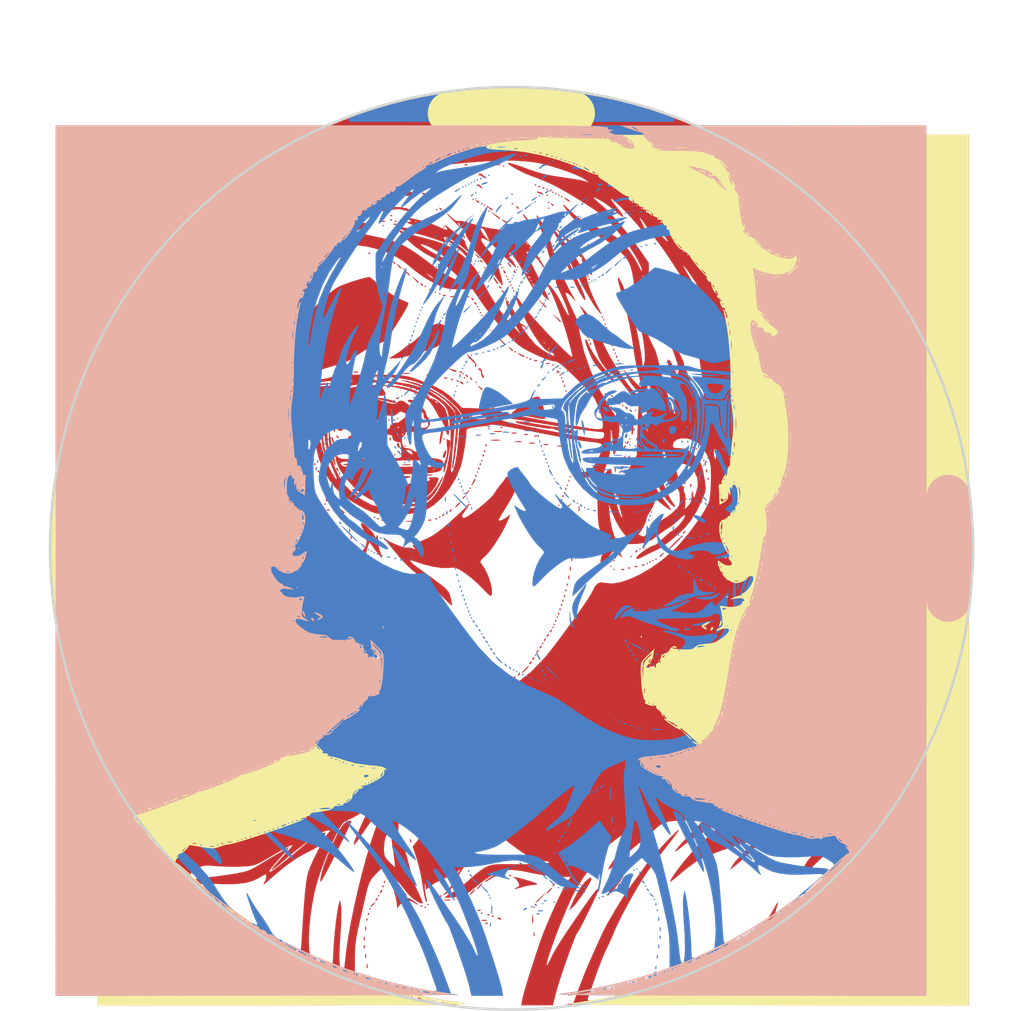
<source format=kicad_pcb>
(kicad_pcb (version 20221018) (generator pcbnew)
  (layers (0 "F.Cu" signal) (31 "B.Cu" signal) (34 "B.Paste" user) (35 "F.Paste" user) (36 "B.SilkS" user "B.Silkscreen") (37 "F.SilkS" user "F.Silkscreen") (38 "B.Mask" user) (39 "F.Mask" user) (44 "Edge.Cuts" user))
  (net 0 "")
  (footprint "junes:LOGO" (layer "F.Cu") (at 1.27 1.27)
    (fp_text reference "G***" hide)
    (fp_text value "LOGO" hide)
    (fp_poly (pts (xy -20.828 17.060333) (xy -20.870334 17.102666) (xy -20.912667 17.060333) (xy -20.870334 17.018) (xy -20.828 17.060333)) (stroke (width 0.01)) (fill solid) (layer "F.Cu"))
    (fp_poly (pts (xy -20.574 16.552333) (xy -20.616334 16.594666) (xy -20.658667 16.552333) (xy -20.616334 16.51) (xy -20.574 16.552333)) (stroke (width 0.01)) (fill solid) (layer "F.Cu"))
    (fp_poly (pts (xy -19.727334 18.076333) (xy -19.769667 18.118666) (xy -19.812 18.076333) (xy -19.769667 18.034) (xy -19.727334 18.076333)) (stroke (width 0.01)) (fill solid) (layer "F.Cu"))
    (fp_poly (pts (xy -19.642667 18.245666) (xy -19.685 18.288) (xy -19.727334 18.245666) (xy -19.685 18.203333) (xy -19.642667 18.245666)) (stroke (width 0.01)) (fill solid) (layer "F.Cu"))
    (fp_poly (pts (xy -19.304 18.499666) (xy -19.346334 18.542) (xy -19.388667 18.499666) (xy -19.346334 18.457333) (xy -19.304 18.499666)) (stroke (width 0.01)) (fill solid) (layer "F.Cu"))
    (fp_poly (pts (xy -17.864667 -17.229667) (xy -17.907 -17.187334) (xy -17.949334 -17.229667) (xy -17.907 -17.272) (xy -17.864667 -17.229667)) (stroke (width 0.01)) (fill solid) (layer "F.Cu"))
    (fp_poly (pts (xy -17.864667 19.685) (xy -17.907 19.727333) (xy -17.949334 19.685) (xy -17.907 19.642666) (xy -17.864667 19.685)) (stroke (width 0.01)) (fill solid) (layer "F.Cu"))
    (fp_poly (pts (xy -16.848667 -10.202334) (xy -16.891 -10.16) (xy -16.933334 -10.202334) (xy -16.891 -10.244667) (xy -16.848667 -10.202334)) (stroke (width 0.01)) (fill solid) (layer "F.Cu"))
    (fp_poly (pts (xy -16.848667 20.447) (xy -16.891 20.489333) (xy -16.933334 20.447) (xy -16.891 20.404666) (xy -16.848667 20.447)) (stroke (width 0.01)) (fill solid) (layer "F.Cu"))
    (fp_poly (pts (xy -16.594667 -3.767667) (xy -16.637 -3.725334) (xy -16.679334 -3.767667) (xy -16.637 -3.81) (xy -16.594667 -3.767667)) (stroke (width 0.01)) (fill solid) (layer "F.Cu"))
    (fp_poly (pts (xy -16.340667 -3.598334) (xy -16.383 -3.556) (xy -16.425334 -3.598334) (xy -16.383 -3.640667) (xy -16.340667 -3.598334)) (stroke (width 0.01)) (fill solid) (layer "F.Cu"))
    (fp_poly (pts (xy -16.340667 20.870333) (xy -16.383 20.912666) (xy -16.425334 20.870333) (xy -16.383 20.828) (xy -16.340667 20.870333)) (stroke (width 0.01)) (fill solid) (layer "F.Cu"))
    (fp_poly (pts (xy -16.256 14.605) (xy -16.298334 14.647333) (xy -16.340667 14.605) (xy -16.298334 14.562666) (xy -16.256 14.605)) (stroke (width 0.01)) (fill solid) (layer "F.Cu"))
    (fp_poly (pts (xy -16.086667 -9.355667) (xy -16.129 -9.313334) (xy -16.171334 -9.355667) (xy -16.129 -9.398) (xy -16.086667 -9.355667)) (stroke (width 0.01)) (fill solid) (layer "F.Cu"))
    (fp_poly (pts (xy -15.748 -17.822334) (xy -15.790334 -17.78) (xy -15.832667 -17.822334) (xy -15.790334 -17.864667) (xy -15.748 -17.822334)) (stroke (width 0.01)) (fill solid) (layer "F.Cu"))
    (fp_poly (pts (xy -15.663334 -18.415) (xy -15.705667 -18.372667) (xy -15.748 -18.415) (xy -15.705667 -18.457334) (xy -15.663334 -18.415)) (stroke (width 0.01)) (fill solid) (layer "F.Cu"))
    (fp_poly (pts (xy -15.578667 21.209) (xy -15.621 21.251333) (xy -15.663334 21.209) (xy -15.621 21.166666) (xy -15.578667 21.209)) (stroke (width 0.01)) (fill solid) (layer "F.Cu"))
    (fp_poly (pts (xy -15.409334 -18.669) (xy -15.451667 -18.626667) (xy -15.494 -18.669) (xy -15.451667 -18.711334) (xy -15.409334 -18.669)) (stroke (width 0.01)) (fill solid) (layer "F.Cu"))
    (fp_poly (pts (xy -15.409334 21.463) (xy -15.451667 21.505333) (xy -15.494 21.463) (xy -15.451667 21.420666) (xy -15.409334 21.463)) (stroke (width 0.01)) (fill solid) (layer "F.Cu"))
    (fp_poly (pts (xy -15.24 -18.838334) (xy -15.282334 -18.796) (xy -15.324667 -18.838334) (xy -15.282334 -18.880667) (xy -15.24 -18.838334)) (stroke (width 0.01)) (fill solid) (layer "F.Cu"))
    (fp_poly (pts (xy -15.24 -13.758334) (xy -15.282334 -13.716) (xy -15.324667 -13.758334) (xy -15.282334 -13.800667) (xy -15.24 -13.758334)) (stroke (width 0.01)) (fill solid) (layer "F.Cu"))
    (fp_poly (pts (xy -15.155334 21.632333) (xy -15.197667 21.674666) (xy -15.24 21.632333) (xy -15.197667 21.59) (xy -15.155334 21.632333)) (stroke (width 0.01)) (fill solid) (layer "F.Cu"))
    (fp_poly (pts (xy -15.070667 -18.923) (xy -15.113 -18.880667) (xy -15.155334 -18.923) (xy -15.113 -18.965334) (xy -15.070667 -18.923)) (stroke (width 0.01)) (fill solid) (layer "F.Cu"))
    (fp_poly (pts (xy -15.070667 -1.566334) (xy -15.113 -1.524) (xy -15.155334 -1.566334) (xy -15.113 -1.608667) (xy -15.070667 -1.566334)) (stroke (width 0.01)) (fill solid) (layer "F.Cu"))
    (fp_poly (pts (xy -14.901334 -1.481667) (xy -14.943667 -1.439334) (xy -14.986 -1.481667) (xy -14.943667 -1.524) (xy -14.901334 -1.481667)) (stroke (width 0.01)) (fill solid) (layer "F.Cu"))
    (fp_poly (pts (xy -14.647334 -6.561667) (xy -14.689667 -6.519334) (xy -14.732 -6.561667) (xy -14.689667 -6.604) (xy -14.647334 -6.561667)) (stroke (width 0.01)) (fill solid) (layer "F.Cu"))
    (fp_poly (pts (xy -14.562667 -17.229667) (xy -14.605 -17.187334) (xy -14.647334 -17.229667) (xy -14.605 -17.272) (xy -14.562667 -17.229667)) (stroke (width 0.01)) (fill solid) (layer "F.Cu"))
    (fp_poly (pts (xy -14.562667 21.971) (xy -14.605 22.013333) (xy -14.647334 21.971) (xy -14.605 21.928666) (xy -14.562667 21.971)) (stroke (width 0.01)) (fill solid) (layer "F.Cu"))
    (fp_poly (pts (xy -13.800667 -20.277667) (xy -13.843 -20.235334) (xy -13.885334 -20.277667) (xy -13.843 -20.32) (xy -13.800667 -20.277667)) (stroke (width 0.01)) (fill solid) (layer "F.Cu"))
    (fp_poly (pts (xy -13.800667 -11.303) (xy -13.843 -11.260667) (xy -13.885334 -11.303) (xy -13.843 -11.345334) (xy -13.800667 -11.303)) (stroke (width 0.01)) (fill solid) (layer "F.Cu"))
    (fp_poly (pts (xy -13.800667 1.735666) (xy -13.843 1.778) (xy -13.885334 1.735666) (xy -13.843 1.693333) (xy -13.800667 1.735666)) (stroke (width 0.01)) (fill solid) (layer "F.Cu"))
    (fp_poly (pts (xy -13.631334 -20.785667) (xy -13.673667 -20.743334) (xy -13.716 -20.785667) (xy -13.673667 -20.828) (xy -13.631334 -20.785667)) (stroke (width 0.01)) (fill solid) (layer "F.Cu"))
    (fp_poly (pts (xy -13.631334 -11.218334) (xy -13.673667 -11.176) (xy -13.716 -11.218334) (xy -13.673667 -11.260667) (xy -13.631334 -11.218334)) (stroke (width 0.01)) (fill solid) (layer "F.Cu"))
    (fp_poly (pts (xy -13.631334 22.479) (xy -13.673667 22.521333) (xy -13.716 22.479) (xy -13.673667 22.436666) (xy -13.631334 22.479)) (stroke (width 0.01)) (fill solid) (layer "F.Cu"))
    (fp_poly (pts (xy -13.462 -15.621) (xy -13.504334 -15.578667) (xy -13.546667 -15.621) (xy -13.504334 -15.663334) (xy -13.462 -15.621)) (stroke (width 0.01)) (fill solid) (layer "F.Cu"))
    (fp_poly (pts (xy -13.208 5.799666) (xy -13.250334 5.842) (xy -13.292667 5.799666) (xy -13.250334 5.757333) (xy -13.208 5.799666)) (stroke (width 0.01)) (fill solid) (layer "F.Cu"))
    (fp_poly (pts (xy -13.123334 -22.394334) (xy -13.165667 -22.352) (xy -13.208 -22.394334) (xy -13.165667 -22.436667) (xy -13.123334 -22.394334)) (stroke (width 0.01)) (fill solid) (layer "F.Cu"))
    (fp_poly (pts (xy -12.869334 -3.090334) (xy -12.911667 -3.048) (xy -12.954 -3.090334) (xy -12.911667 -3.132667) (xy -12.869334 -3.090334)) (stroke (width 0.01)) (fill solid) (layer "F.Cu"))
    (fp_poly (pts (xy -12.784667 -9.948334) (xy -12.827 -9.906) (xy -12.869334 -9.948334) (xy -12.827 -9.990667) (xy -12.784667 -9.948334)) (stroke (width 0.01)) (fill solid) (layer "F.Cu"))
    (fp_poly (pts (xy -12.7 -3.175) (xy -12.742334 -3.132667) (xy -12.784667 -3.175) (xy -12.742334 -3.217334) (xy -12.7 -3.175)) (stroke (width 0.01)) (fill solid) (layer "F.Cu"))
    (fp_poly (pts (xy -12.615334 -21.971) (xy -12.657667 -21.928667) (xy -12.7 -21.971) (xy -12.657667 -22.013334) (xy -12.615334 -21.971)) (stroke (width 0.01)) (fill solid) (layer "F.Cu"))
    (fp_poly (pts (xy -12.615334 -5.969) (xy -12.657667 -5.926667) (xy -12.7 -5.969) (xy -12.657667 -6.011334) (xy -12.615334 -5.969)) (stroke (width 0.01)) (fill solid) (layer "F.Cu"))
    (fp_poly (pts (xy -12.446 1.227666) (xy -12.488334 1.27) (xy -12.530667 1.227666) (xy -12.488334 1.185333) (xy -12.446 1.227666)) (stroke (width 0.01)) (fill solid) (layer "F.Cu"))
    (fp_poly (pts (xy -12.361334 -5.545667) (xy -12.403667 -5.503334) (xy -12.446 -5.545667) (xy -12.403667 -5.588) (xy -12.361334 -5.545667)) (stroke (width 0.01)) (fill solid) (layer "F.Cu"))
    (fp_poly (pts (xy -12.361334 -1.481667) (xy -12.403667 -1.439334) (xy -12.446 -1.481667) (xy -12.403667 -1.524) (xy -12.361334 -1.481667)) (stroke (width 0.01)) (fill solid) (layer "F.Cu"))
    (fp_poly (pts (xy -12.276667 -5.376334) (xy -12.319 -5.334) (xy -12.361334 -5.376334) (xy -12.319 -5.418667) (xy -12.276667 -5.376334)) (stroke (width 0.01)) (fill solid) (layer "F.Cu"))
    (fp_poly (pts (xy -12.276667 5.291666) (xy -12.319 5.334) (xy -12.361334 5.291666) (xy -12.319 5.249333) (xy -12.276667 5.291666)) (stroke (width 0.01)) (fill solid) (layer "F.Cu"))
    (fp_poly (pts (xy -12.192 -22.140334) (xy -12.234334 -22.098) (xy -12.276667 -22.140334) (xy -12.234334 -22.182667) (xy -12.192 -22.140334)) (stroke (width 0.01)) (fill solid) (layer "F.Cu"))
    (fp_poly (pts (xy -12.107334 -3.852334) (xy -12.149667 -3.81) (xy -12.192 -3.852334) (xy -12.149667 -3.894667) (xy -12.107334 -3.852334)) (stroke (width 0.01)) (fill solid) (layer "F.Cu"))
    (fp_poly (pts (xy -12.107334 5.376333) (xy -12.149667 5.418666) (xy -12.192 5.376333) (xy -12.149667 5.334) (xy -12.107334 5.376333)) (stroke (width 0.01)) (fill solid) (layer "F.Cu"))
    (fp_poly (pts (xy -11.938 0.973666) (xy -11.980334 1.016) (xy -12.022667 0.973666) (xy -11.980334 0.931333) (xy -11.938 0.973666)) (stroke (width 0.01)) (fill solid) (layer "F.Cu"))
    (fp_poly (pts (xy -11.768667 -22.987) (xy -11.811 -22.944667) (xy -11.853334 -22.987) (xy -11.811 -23.029334) (xy -11.768667 -22.987)) (stroke (width 0.01)) (fill solid) (layer "F.Cu"))
    (fp_poly (pts (xy -11.684 0.804333) (xy -11.726334 0.846666) (xy -11.768667 0.804333) (xy -11.726334 0.762) (xy -11.684 0.804333)) (stroke (width 0.01)) (fill solid) (layer "F.Cu"))
    (fp_poly (pts (xy -11.514667 9.609666) (xy -11.557 9.652) (xy -11.599334 9.609666) (xy -11.557 9.567333) (xy -11.514667 9.609666)) (stroke (width 0.01)) (fill solid) (layer "F.Cu"))
    (fp_poly (pts (xy -11.345334 -3.598334) (xy -11.387667 -3.556) (xy -11.43 -3.598334) (xy -11.387667 -3.640667) (xy -11.345334 -3.598334)) (stroke (width 0.01)) (fill solid) (layer "F.Cu"))
    (fp_poly (pts (xy -11.260667 -7.577667) (xy -11.303 -7.535334) (xy -11.345334 -7.577667) (xy -11.303 -7.62) (xy -11.260667 -7.577667)) (stroke (width 0.01)) (fill solid) (layer "F.Cu"))
    (fp_poly (pts (xy -11.260667 0.550333) (xy -11.303 0.592666) (xy -11.345334 0.550333) (xy -11.303 0.508) (xy -11.260667 0.550333)) (stroke (width 0.01)) (fill solid) (layer "F.Cu"))
    (fp_poly (pts (xy -11.176 -11.472334) (xy -11.218334 -11.43) (xy -11.260667 -11.472334) (xy -11.218334 -11.514667) (xy -11.176 -11.472334)) (stroke (width 0.01)) (fill solid) (layer "F.Cu"))
    (fp_poly (pts (xy -11.176 9.694333) (xy -11.218334 9.736666) (xy -11.260667 9.694333) (xy -11.218334 9.652) (xy -11.176 9.694333)) (stroke (width 0.01)) (fill solid) (layer "F.Cu"))
    (fp_poly (pts (xy -11.091334 -1.397) (xy -11.133667 -1.354667) (xy -11.176 -1.397) (xy -11.133667 -1.439334) (xy -11.091334 -1.397)) (stroke (width 0.01)) (fill solid) (layer "F.Cu"))
    (fp_poly (pts (xy -11.091334 23.495) (xy -11.133667 23.537333) (xy -11.176 23.495) (xy -11.133667 23.452666) (xy -11.091334 23.495)) (stroke (width 0.01)) (fill solid) (layer "F.Cu"))
    (fp_poly (pts (xy -10.922 -22.394334) (xy -10.964334 -22.352) (xy -11.006667 -22.394334) (xy -10.964334 -22.436667) (xy -10.922 -22.394334)) (stroke (width 0.01)) (fill solid) (layer "F.Cu"))
    (fp_poly (pts (xy -10.922 -3.175) (xy -10.964334 -3.132667) (xy -11.006667 -3.175) (xy -10.964334 -3.217334) (xy -10.922 -3.175)) (stroke (width 0.01)) (fill solid) (layer "F.Cu"))
    (fp_poly (pts (xy -10.752667 -11.049) (xy -10.795 -11.006667) (xy -10.837334 -11.049) (xy -10.795 -11.091334) (xy -10.752667 -11.049)) (stroke (width 0.01)) (fill solid) (layer "F.Cu"))
    (fp_poly (pts (xy -10.583334 -11.049) (xy -10.625667 -11.006667) (xy -10.668 -11.049) (xy -10.625667 -11.091334) (xy -10.583334 -11.049)) (stroke (width 0.01)) (fill solid) (layer "F.Cu"))
    (fp_poly (pts (xy -10.498667 13.165666) (xy -10.541 13.208) (xy -10.583334 13.165666) (xy -10.541 13.123333) (xy -10.498667 13.165666)) (stroke (width 0.01)) (fill solid) (layer "F.Cu"))
    (fp_poly (pts (xy -10.329334 -22.563667) (xy -10.371667 -22.521334) (xy -10.414 -22.563667) (xy -10.371667 -22.606) (xy -10.329334 -22.563667)) (stroke (width 0.01)) (fill solid) (layer "F.Cu"))
    (fp_poly (pts (xy -10.244667 -8.001) (xy -10.287 -7.958667) (xy -10.329334 -8.001) (xy -10.287 -8.043334) (xy -10.244667 -8.001)) (stroke (width 0.01)) (fill solid) (layer "F.Cu"))
    (fp_poly (pts (xy -9.990667 6.731) (xy -10.033 6.773333) (xy -10.075334 6.731) (xy -10.033 6.688666) (xy -9.990667 6.731)) (stroke (width 0.01)) (fill solid) (layer "F.Cu"))
    (fp_poly (pts (xy -9.821334 6.646333) (xy -9.863667 6.688666) (xy -9.906 6.646333) (xy -9.863667 6.604) (xy -9.821334 6.646333)) (stroke (width 0.01)) (fill solid) (layer "F.Cu"))
    (fp_poly (pts (xy -9.652 6.561666) (xy -9.694334 6.604) (xy -9.736667 6.561666) (xy -9.694334 6.519333) (xy -9.652 6.561666)) (stroke (width 0.01)) (fill solid) (layer "F.Cu"))
    (fp_poly (pts (xy -9.482667 6.477) (xy -9.525 6.519333) (xy -9.567334 6.477) (xy -9.525 6.434666) (xy -9.482667 6.477)) (stroke (width 0.01)) (fill solid) (layer "F.Cu"))
    (fp_poly (pts (xy -9.482667 19.769666) (xy -9.525 19.812) (xy -9.567334 19.769666) (xy -9.525 19.727333) (xy -9.482667 19.769666)) (stroke (width 0.01)) (fill solid) (layer "F.Cu"))
    (fp_poly (pts (xy -9.398 6.053666) (xy -9.440334 6.096) (xy -9.482667 6.053666) (xy -9.440334 6.011333) (xy -9.398 6.053666)) (stroke (width 0.01)) (fill solid) (layer "F.Cu"))
    (fp_poly (pts (xy -9.313334 -24.426334) (xy -9.355667 -24.384) (xy -9.398 -24.426334) (xy -9.355667 -24.468667) (xy -9.313334 -24.426334)) (stroke (width 0.01)) (fill solid) (layer "F.Cu"))
    (fp_poly (pts (xy -9.313334 -2.836334) (xy -9.355667 -2.794) (xy -9.398 -2.836334) (xy -9.355667 -2.878667) (xy -9.313334 -2.836334)) (stroke (width 0.01)) (fill solid) (layer "F.Cu"))
    (fp_poly (pts (xy -9.313334 6.392333) (xy -9.355667 6.434666) (xy -9.398 6.392333) (xy -9.355667 6.35) (xy -9.313334 6.392333)) (stroke (width 0.01)) (fill solid) (layer "F.Cu"))
    (fp_poly (pts (xy -9.228667 -3.090334) (xy -9.271 -3.048) (xy -9.313334 -3.090334) (xy -9.271 -3.132667) (xy -9.228667 -3.090334)) (stroke (width 0.01)) (fill solid) (layer "F.Cu"))
    (fp_poly (pts (xy -9.144 -3.852334) (xy -9.186334 -3.81) (xy -9.228667 -3.852334) (xy -9.186334 -3.894667) (xy -9.144 -3.852334)) (stroke (width 0.01)) (fill solid) (layer "F.Cu"))
    (fp_poly (pts (xy -9.059334 -11.218334) (xy -9.101667 -11.176) (xy -9.144 -11.218334) (xy -9.101667 -11.260667) (xy -9.059334 -11.218334)) (stroke (width 0.01)) (fill solid) (layer "F.Cu"))
    (fp_poly (pts (xy -8.974667 19.007666) (xy -9.017 19.05) (xy -9.059334 19.007666) (xy -9.017 18.965333) (xy -8.974667 19.007666)) (stroke (width 0.01)) (fill solid) (layer "F.Cu"))
    (fp_poly (pts (xy -8.89 5.207) (xy -8.932334 5.249333) (xy -8.974667 5.207) (xy -8.932334 5.164666) (xy -8.89 5.207)) (stroke (width 0.01)) (fill solid) (layer "F.Cu"))
    (fp_poly (pts (xy -8.720667 -20.108334) (xy -8.763 -20.066) (xy -8.805334 -20.108334) (xy -8.763 -20.150667) (xy -8.720667 -20.108334)) (stroke (width 0.01)) (fill solid) (layer "F.Cu"))
    (fp_poly (pts (xy -8.720667 -18.330334) (xy -8.763 -18.288) (xy -8.805334 -18.330334) (xy -8.763 -18.372667) (xy -8.720667 -18.330334)) (stroke (width 0.01)) (fill solid) (layer "F.Cu"))
    (fp_poly (pts (xy -8.551334 24.511) (xy -8.593667 24.553333) (xy -8.636 24.511) (xy -8.593667 24.468666) (xy -8.551334 24.511)) (stroke (width 0.01)) (fill solid) (layer "F.Cu"))
    (fp_poly (pts (xy -8.466667 17.991666) (xy -8.509 18.034) (xy -8.551334 17.991666) (xy -8.509 17.949333) (xy -8.466667 17.991666)) (stroke (width 0.01)) (fill solid) (layer "F.Cu"))
    (fp_poly (pts (xy -8.382 -8.763) (xy -8.424334 -8.720667) (xy -8.466667 -8.763) (xy -8.424334 -8.805334) (xy -8.382 -8.763)) (stroke (width 0.01)) (fill solid) (layer "F.Cu"))
    (fp_poly (pts (xy -8.382 2.836333) (xy -8.424334 2.878666) (xy -8.466667 2.836333) (xy -8.424334 2.794) (xy -8.382 2.836333)) (stroke (width 0.01)) (fill solid) (layer "F.Cu"))
    (fp_poly (pts (xy -8.382 9.694333) (xy -8.424334 9.736666) (xy -8.466667 9.694333) (xy -8.424334 9.652) (xy -8.382 9.694333)) (stroke (width 0.01)) (fill solid) (layer "F.Cu"))
    (fp_poly (pts (xy -8.297334 18.076333) (xy -8.339667 18.118666) (xy -8.382 18.076333) (xy -8.339667 18.034) (xy -8.297334 18.076333)) (stroke (width 0.01)) (fill solid) (layer "F.Cu"))
    (fp_poly (pts (xy -8.128 -25.188334) (xy -8.170334 -25.146) (xy -8.212667 -25.188334) (xy -8.170334 -25.230667) (xy -8.128 -25.188334)) (stroke (width 0.01)) (fill solid) (layer "F.Cu"))
    (fp_poly (pts (xy -8.043334 -6.731) (xy -8.085667 -6.688667) (xy -8.128 -6.731) (xy -8.085667 -6.773334) (xy -8.043334 -6.731)) (stroke (width 0.01)) (fill solid) (layer "F.Cu"))
    (fp_poly (pts (xy -8.043334 4.783666) (xy -8.085667 4.826) (xy -8.128 4.783666) (xy -8.085667 4.741333) (xy -8.043334 4.783666)) (stroke (width 0.01)) (fill solid) (layer "F.Cu"))
    (fp_poly (pts (xy -8.043334 24.680333) (xy -8.085667 24.722666) (xy -8.128 24.680333) (xy -8.085667 24.638) (xy -8.043334 24.680333)) (stroke (width 0.01)) (fill solid) (layer "F.Cu"))
    (fp_poly (pts (xy -7.958667 5.037666) (xy -8.001 5.08) (xy -8.043334 5.037666) (xy -8.001 4.995333) (xy -7.958667 5.037666)) (stroke (width 0.01)) (fill solid) (layer "F.Cu"))
    (fp_poly (pts (xy -7.874 -8.847667) (xy -7.916334 -8.805334) (xy -7.958667 -8.847667) (xy -7.916334 -8.89) (xy -7.874 -8.847667)) (stroke (width 0.01)) (fill solid) (layer "F.Cu"))
    (fp_poly (pts (xy -7.874 4.868333) (xy -7.916334 4.910666) (xy -7.958667 4.868333) (xy -7.916334 4.826) (xy -7.874 4.868333)) (stroke (width 0.01)) (fill solid) (layer "F.Cu"))
    (fp_poly (pts (xy -7.789334 -20.277667) (xy -7.831667 -20.235334) (xy -7.874 -20.277667) (xy -7.831667 -20.32) (xy -7.789334 -20.277667)) (stroke (width 0.01)) (fill solid) (layer "F.Cu"))
    (fp_poly (pts (xy -7.789334 -6.900334) (xy -7.831667 -6.858) (xy -7.874 -6.900334) (xy -7.831667 -6.942667) (xy -7.789334 -6.900334)) (stroke (width 0.01)) (fill solid) (layer "F.Cu"))
    (fp_poly (pts (xy -7.62 24.765) (xy -7.662334 24.807333) (xy -7.704667 24.765) (xy -7.662334 24.722666) (xy -7.62 24.765)) (stroke (width 0.01)) (fill solid) (layer "F.Cu"))
    (fp_poly (pts (xy -7.535334 9.440333) (xy -7.577667 9.482666) (xy -7.62 9.440333) (xy -7.577667 9.398) (xy -7.535334 9.440333)) (stroke (width 0.01)) (fill solid) (layer "F.Cu"))
    (fp_poly (pts (xy -7.535334 18.753666) (xy -7.577667 18.796) (xy -7.62 18.753666) (xy -7.577667 18.711333) (xy -7.535334 18.753666)) (stroke (width 0.01)) (fill solid) (layer "F.Cu"))
    (fp_poly (pts (xy -7.450667 -7.239) (xy -7.493 -7.196667) (xy -7.535334 -7.239) (xy -7.493 -7.281334) (xy -7.450667 -7.239)) (stroke (width 0.01)) (fill solid) (layer "F.Cu"))
    (fp_poly (pts (xy -7.366 9.355666) (xy -7.408334 9.398) (xy -7.450667 9.355666) (xy -7.408334 9.313333) (xy -7.366 9.355666)) (stroke (width 0.01)) (fill solid) (layer "F.Cu"))
    (fp_poly (pts (xy -7.281334 24.849666) (xy -7.323667 24.892) (xy -7.366 24.849666) (xy -7.323667 24.807333) (xy -7.281334 24.849666)) (stroke (width 0.01)) (fill solid) (layer "F.Cu"))
    (fp_poly (pts (xy -7.196667 9.271) (xy -7.239 9.313333) (xy -7.281334 9.271) (xy -7.239 9.228666) (xy -7.196667 9.271)) (stroke (width 0.01)) (fill solid) (layer "F.Cu"))
    (fp_poly (pts (xy -7.027334 -9.609667) (xy -7.069667 -9.567334) (xy -7.112 -9.609667) (xy -7.069667 -9.652) (xy -7.027334 -9.609667)) (stroke (width 0.01)) (fill solid) (layer "F.Cu"))
    (fp_poly (pts (xy -7.027334 24.934333) (xy -7.069667 24.976666) (xy -7.112 24.934333) (xy -7.069667 24.892) (xy -7.027334 24.934333)) (stroke (width 0.01)) (fill solid) (layer "F.Cu"))
    (fp_poly (pts (xy -6.604 -25.273) (xy -6.646334 -25.230667) (xy -6.688667 -25.273) (xy -6.646334 -25.315334) (xy -6.604 -25.273)) (stroke (width 0.01)) (fill solid) (layer "F.Cu"))
    (fp_poly (pts (xy -6.519334 -21.632334) (xy -6.561667 -21.59) (xy -6.604 -21.632334) (xy -6.561667 -21.674667) (xy -6.519334 -21.632334)) (stroke (width 0.01)) (fill solid) (layer "F.Cu"))
    (fp_poly (pts (xy -6.265334 -16.552334) (xy -6.307667 -16.51) (xy -6.35 -16.552334) (xy -6.307667 -16.594667) (xy -6.265334 -16.552334)) (stroke (width 0.01)) (fill solid) (layer "F.Cu"))
    (fp_poly (pts (xy -6.265334 19.685) (xy -6.307667 19.727333) (xy -6.35 19.685) (xy -6.307667 19.642666) (xy -6.265334 19.685)) (stroke (width 0.01)) (fill solid) (layer "F.Cu"))
    (fp_poly (pts (xy -6.096 19.515666) (xy -6.138334 19.558) (xy -6.180667 19.515666) (xy -6.138334 19.473333) (xy -6.096 19.515666)) (stroke (width 0.01)) (fill solid) (layer "F.Cu"))
    (fp_poly (pts (xy -6.011334 -16.383) (xy -6.053667 -16.340667) (xy -6.096 -16.383) (xy -6.053667 -16.425334) (xy -6.011334 -16.383)) (stroke (width 0.01)) (fill solid) (layer "F.Cu"))
    (fp_poly (pts (xy -5.842 -16.298334) (xy -5.884334 -16.256) (xy -5.926667 -16.298334) (xy -5.884334 -16.340667) (xy -5.842 -16.298334)) (stroke (width 0.01)) (fill solid) (layer "F.Cu"))
    (fp_poly (pts (xy -5.757334 25.188333) (xy -5.799667 25.230666) (xy -5.842 25.188333) (xy -5.799667 25.146) (xy -5.757334 25.188333)) (stroke (width 0.01)) (fill solid) (layer "F.Cu"))
    (fp_poly (pts (xy -5.672667 -16.213667) (xy -5.715 -16.171334) (xy -5.757334 -16.213667) (xy -5.715 -16.256) (xy -5.672667 -16.213667)) (stroke (width 0.01)) (fill solid) (layer "F.Cu"))
    (fp_poly (pts (xy -5.588 -21.039667) (xy -5.630334 -20.997334) (xy -5.672667 -21.039667) (xy -5.630334 -21.082) (xy -5.588 -21.039667)) (stroke (width 0.01)) (fill solid) (layer "F.Cu"))
    (fp_poly (pts (xy -5.418667 -16.129) (xy -5.461 -16.086667) (xy -5.503334 -16.129) (xy -5.461 -16.171334) (xy -5.418667 -16.129)) (stroke (width 0.01)) (fill solid) (layer "F.Cu"))
    (fp_poly (pts (xy -5.418667 -3.090334) (xy -5.461 -3.048) (xy -5.503334 -3.090334) (xy -5.461 -3.132667) (xy -5.418667 -3.090334)) (stroke (width 0.01)) (fill solid) (layer "F.Cu"))
    (fp_poly (pts (xy -5.418667 19.346333) (xy -5.461 19.388666) (xy -5.503334 19.346333) (xy -5.461 19.304) (xy -5.418667 19.346333)) (stroke (width 0.01)) (fill solid) (layer "F.Cu"))
    (fp_poly (pts (xy -5.249334 25.273) (xy -5.291667 25.315333) (xy -5.334 25.273) (xy -5.291667 25.230666) (xy -5.249334 25.273)) (stroke (width 0.01)) (fill solid) (layer "F.Cu"))
    (fp_poly (pts (xy -5.164667 -20.023667) (xy -5.207 -19.981334) (xy -5.249334 -20.023667) (xy -5.207 -20.066) (xy -5.164667 -20.023667)) (stroke (width 0.01)) (fill solid) (layer "F.Cu"))
    (fp_poly (pts (xy -5.164667 -7.662334) (xy -5.207 -7.62) (xy -5.249334 -7.662334) (xy -5.207 -7.704667) (xy -5.164667 -7.662334)) (stroke (width 0.01)) (fill solid) (layer "F.Cu"))
    (fp_poly (pts (xy -4.995334 -3.344334) (xy -5.037667 -3.302) (xy -5.08 -3.344334) (xy -5.037667 -3.386667) (xy -4.995334 -3.344334)) (stroke (width 0.01)) (fill solid) (layer "F.Cu"))
    (fp_poly (pts (xy -4.826 -19.007667) (xy -4.868334 -18.965334) (xy -4.910667 -19.007667) (xy -4.868334 -19.05) (xy -4.826 -19.007667)) (stroke (width 0.01)) (fill solid) (layer "F.Cu"))
    (fp_poly (pts (xy -4.826 25.273) (xy -4.868334 25.315333) (xy -4.910667 25.273) (xy -4.868334 25.230666) (xy -4.826 25.273)) (stroke (width 0.01)) (fill solid) (layer "F.Cu"))
    (fp_poly (pts (xy -4.656667 25.357666) (xy -4.699 25.4) (xy -4.741334 25.357666) (xy -4.699 25.315333) (xy -4.656667 25.357666)) (stroke (width 0.01)) (fill solid) (layer "F.Cu"))
    (fp_poly (pts (xy -4.572 -18.838334) (xy -4.614334 -18.796) (xy -4.656667 -18.838334) (xy -4.614334 -18.880667) (xy -4.572 -18.838334)) (stroke (width 0.01)) (fill solid) (layer "F.Cu"))
    (fp_poly (pts (xy -4.487334 25.357666) (xy -4.529667 25.4) (xy -4.572 25.357666) (xy -4.529667 25.315333) (xy -4.487334 25.357666)) (stroke (width 0.01)) (fill solid) (layer "F.Cu"))
    (fp_poly (pts (xy -4.402667 -11.049) (xy -4.445 -11.006667) (xy -4.487334 -11.049) (xy -4.445 -11.091334) (xy -4.402667 -11.049)) (stroke (width 0.01)) (fill solid) (layer "F.Cu"))
    (fp_poly (pts (xy -4.318 15.705666) (xy -4.360334 15.748) (xy -4.402667 15.705666) (xy -4.360334 15.663333) (xy -4.318 15.705666)) (stroke (width 0.01)) (fill solid) (layer "F.Cu"))
    (fp_poly (pts (xy -4.233334 -11.557) (xy -4.275667 -11.514667) (xy -4.318 -11.557) (xy -4.275667 -11.599334) (xy -4.233334 -11.557)) (stroke (width 0.01)) (fill solid) (layer "F.Cu"))
    (fp_poly (pts (xy -4.233334 -11.387667) (xy -4.275667 -11.345334) (xy -4.318 -11.387667) (xy -4.275667 -11.43) (xy -4.233334 -11.387667)) (stroke (width 0.01)) (fill solid) (layer "F.Cu"))
    (fp_poly (pts (xy -4.233334 15.875) (xy -4.275667 15.917333) (xy -4.318 15.875) (xy -4.275667 15.832666) (xy -4.233334 15.875)) (stroke (width 0.01)) (fill solid) (layer "F.Cu"))
    (fp_poly (pts (xy -4.064 -15.875) (xy -4.106334 -15.832667) (xy -4.148667 -15.875) (xy -4.106334 -15.917334) (xy -4.064 -15.875)) (stroke (width 0.01)) (fill solid) (layer "F.Cu"))
    (fp_poly (pts (xy -4.064 -11.472334) (xy -4.106334 -11.43) (xy -4.148667 -11.472334) (xy -4.106334 -11.514667) (xy -4.064 -11.472334)) (stroke (width 0.01)) (fill solid) (layer "F.Cu"))
    (fp_poly (pts (xy -3.979334 -11.218334) (xy -4.021667 -11.176) (xy -4.064 -11.218334) (xy -4.021667 -11.260667) (xy -3.979334 -11.218334)) (stroke (width 0.01)) (fill solid) (layer "F.Cu"))
    (fp_poly (pts (xy -3.894667 19.092333) (xy -3.937 19.134666) (xy -3.979334 19.092333) (xy -3.937 19.05) (xy -3.894667 19.092333)) (stroke (width 0.01)) (fill solid) (layer "F.Cu"))
    (fp_poly (pts (xy -3.81 -10.964334) (xy -3.852334 -10.922) (xy -3.894667 -10.964334) (xy -3.852334 -11.006667) (xy -3.81 -10.964334)) (stroke (width 0.01)) (fill solid) (layer "F.Cu"))
    (fp_poly (pts (xy -3.640667 -4.783667) (xy -3.683 -4.741334) (xy -3.725334 -4.783667) (xy -3.683 -4.826) (xy -3.640667 -4.783667)) (stroke (width 0.01)) (fill solid) (layer "F.Cu"))
    (fp_poly (pts (xy -3.640667 17.060333) (xy -3.683 17.102666) (xy -3.725334 17.060333) (xy -3.683 17.018) (xy -3.640667 17.060333)) (stroke (width 0.01)) (fill solid) (layer "F.Cu"))
    (fp_poly (pts (xy -3.640667 19.939) (xy -3.683 19.981333) (xy -3.725334 19.939) (xy -3.683 19.896666) (xy -3.640667 19.939)) (stroke (width 0.01)) (fill solid) (layer "F.Cu"))
    (fp_poly (pts (xy -3.556 -23.325667) (xy -3.598334 -23.283334) (xy -3.640667 -23.325667) (xy -3.598334 -23.368) (xy -3.556 -23.325667)) (stroke (width 0.01)) (fill solid) (layer "F.Cu"))
    (fp_poly (pts (xy -3.471334 -21.632334) (xy -3.513667 -21.59) (xy -3.556 -21.632334) (xy -3.513667 -21.674667) (xy -3.471334 -21.632334)) (stroke (width 0.01)) (fill solid) (layer "F.Cu"))
    (fp_poly (pts (xy -3.386667 -23.156334) (xy -3.429 -23.114) (xy -3.471334 -23.156334) (xy -3.429 -23.198667) (xy -3.386667 -23.156334)) (stroke (width 0.01)) (fill solid) (layer "F.Cu"))
    (fp_poly (pts (xy -3.302 -10.964334) (xy -3.344334 -10.922) (xy -3.386667 -10.964334) (xy -3.344334 -11.006667) (xy -3.302 -10.964334)) (stroke (width 0.01)) (fill solid) (layer "F.Cu"))
    (fp_poly (pts (xy -3.217334 -15.367) (xy -3.259667 -15.324667) (xy -3.302 -15.367) (xy -3.259667 -15.409334) (xy -3.217334 -15.367)) (stroke (width 0.01)) (fill solid) (layer "F.Cu"))
    (fp_poly (pts (xy -3.217334 -5.715) (xy -3.259667 -5.672667) (xy -3.302 -5.715) (xy -3.259667 -5.757334) (xy -3.217334 -5.715)) (stroke (width 0.01)) (fill solid) (layer "F.Cu"))
    (fp_poly (pts (xy -3.132667 -15.197667) (xy -3.175 -15.155334) (xy -3.217334 -15.197667) (xy -3.175 -15.24) (xy -3.132667 -15.197667)) (stroke (width 0.01)) (fill solid) (layer "F.Cu"))
    (fp_poly (pts (xy -3.048 -15.028334) (xy -3.090334 -14.986) (xy -3.132667 -15.028334) (xy -3.090334 -15.070667) (xy -3.048 -15.028334)) (stroke (width 0.01)) (fill solid) (layer "F.Cu"))
    (fp_poly (pts (xy -2.963334 -21.378334) (xy -3.005667 -21.336) (xy -3.048 -21.378334) (xy -3.005667 -21.420667) (xy -2.963334 -21.378334)) (stroke (width 0.01)) (fill solid) (layer "F.Cu"))
    (fp_poly (pts (xy -2.963334 -14.859) (xy -3.005667 -14.816667) (xy -3.048 -14.859) (xy -3.005667 -14.901334) (xy -2.963334 -14.859)) (stroke (width 0.01)) (fill solid) (layer "F.Cu"))
    (fp_poly (pts (xy -2.963334 -6.392334) (xy -3.005667 -6.35) (xy -3.048 -6.392334) (xy -3.005667 -6.434667) (xy -2.963334 -6.392334)) (stroke (width 0.01)) (fill solid) (layer "F.Cu"))
    (fp_poly (pts (xy -2.963334 20.023666) (xy -3.005667 20.066) (xy -3.048 20.023666) (xy -3.005667 19.981333) (xy -2.963334 20.023666)) (stroke (width 0.01)) (fill solid) (layer "F.Cu"))
    (fp_poly (pts (xy -2.878667 7.069666) (xy -2.921 7.112) (xy -2.963334 7.069666) (xy -2.921 7.027333) (xy -2.878667 7.069666)) (stroke (width 0.01)) (fill solid) (layer "F.Cu"))
    (fp_poly (pts (xy -2.794 -21.293667) (xy -2.836334 -21.251334) (xy -2.878667 -21.293667) (xy -2.836334 -21.336) (xy -2.794 -21.293667)) (stroke (width 0.01)) (fill solid) (layer "F.Cu"))
    (fp_poly (pts (xy -2.794 -17.653) (xy -2.836334 -17.610667) (xy -2.878667 -17.653) (xy -2.836334 -17.695334) (xy -2.794 -17.653)) (stroke (width 0.01)) (fill solid) (layer "F.Cu"))
    (fp_poly (pts (xy -2.709334 -14.435667) (xy -2.751667 -14.393334) (xy -2.794 -14.435667) (xy -2.751667 -14.478) (xy -2.709334 -14.435667)) (stroke (width 0.01)) (fill solid) (layer "F.Cu"))
    (fp_poly (pts (xy -2.624667 6.985) (xy -2.667 7.027333) (xy -2.709334 6.985) (xy -2.667 6.942666) (xy -2.624667 6.985)) (stroke (width 0.01)) (fill solid) (layer "F.Cu"))
    (fp_poly (pts (xy -2.54 -20.955) (xy -2.582334 -20.912667) (xy -2.624667 -20.955) (xy -2.582334 -20.997334) (xy -2.54 -20.955)) (stroke (width 0.01)) (fill solid) (layer "F.Cu"))
    (fp_poly (pts (xy -2.54 -8.255) (xy -2.582334 -8.212667) (xy -2.624667 -8.255) (xy -2.582334 -8.297334) (xy -2.54 -8.255)) (stroke (width 0.01)) (fill solid) (layer "F.Cu"))
    (fp_poly (pts (xy -2.370667 6.900333) (xy -2.413 6.942666) (xy -2.455334 6.900333) (xy -2.413 6.858) (xy -2.370667 6.900333)) (stroke (width 0.01)) (fill solid) (layer "F.Cu"))
    (fp_poly (pts (xy -2.201334 6.815666) (xy -2.243667 6.858) (xy -2.286 6.815666) (xy -2.243667 6.773333) (xy -2.201334 6.815666)) (stroke (width 0.01)) (fill solid) (layer "F.Cu"))
    (fp_poly (pts (xy -2.032 6.731) (xy -2.074334 6.773333) (xy -2.116667 6.731) (xy -2.074334 6.688666) (xy -2.032 6.731)) (stroke (width 0.01)) (fill solid) (layer "F.Cu"))
    (fp_poly (pts (xy -1.862667 -17.822334) (xy -1.905 -17.78) (xy -1.947334 -17.822334) (xy -1.905 -17.864667) (xy -1.862667 -17.822334)) (stroke (width 0.01)) (fill solid) (layer "F.Cu"))
    (fp_poly (pts (xy -1.778 -17.653) (xy -1.820334 -17.610667) (xy -1.862667 -17.653) (xy -1.820334 -17.695334) (xy -1.778 -17.653)) (stroke (width 0.01)) (fill solid) (layer "F.Cu"))
    (fp_poly (pts (xy -1.693334 -23.579667) (xy -1.735667 -23.537334) (xy -1.778 -23.579667) (xy -1.735667 -23.622) (xy -1.693334 -23.579667)) (stroke (width 0.01)) (fill solid) (layer "F.Cu"))
    (fp_poly (pts (xy -1.608667 -16.044334) (xy -1.651 -16.002) (xy -1.693334 -16.044334) (xy -1.651 -16.086667) (xy -1.608667 -16.044334)) (stroke (width 0.01)) (fill solid) (layer "F.Cu"))
    (fp_poly (pts (xy -1.608667 6.561666) (xy -1.651 6.604) (xy -1.693334 6.561666) (xy -1.651 6.519333) (xy -1.608667 6.561666)) (stroke (width 0.01)) (fill solid) (layer "F.Cu"))
    (fp_poly (pts (xy -1.524 -17.145) (xy -1.566334 -17.102667) (xy -1.608667 -17.145) (xy -1.566334 -17.187334) (xy -1.524 -17.145)) (stroke (width 0.01)) (fill solid) (layer "F.Cu"))
    (fp_poly (pts (xy -1.439334 -16.975667) (xy -1.481667 -16.933334) (xy -1.524 -16.975667) (xy -1.481667 -17.018) (xy -1.439334 -16.975667)) (stroke (width 0.01)) (fill solid) (layer "F.Cu"))
    (fp_poly (pts (xy -1.439334 6.477) (xy -1.481667 6.519333) (xy -1.524 6.477) (xy -1.481667 6.434666) (xy -1.439334 6.477)) (stroke (width 0.01)) (fill solid) (layer "F.Cu"))
    (fp_poly (pts (xy -1.354667 -16.806334) (xy -1.397 -16.764) (xy -1.439334 -16.806334) (xy -1.397 -16.848667) (xy -1.354667 -16.806334)) (stroke (width 0.01)) (fill solid) (layer "F.Cu"))
    (fp_poly (pts (xy -1.27 -16.637) (xy -1.312334 -16.594667) (xy -1.354667 -16.637) (xy -1.312334 -16.679334) (xy -1.27 -16.637)) (stroke (width 0.01)) (fill solid) (layer "F.Cu"))
    (fp_poly (pts (xy -1.27 6.392333) (xy -1.312334 6.434666) (xy -1.354667 6.392333) (xy -1.312334 6.35) (xy -1.27 6.392333)) (stroke (width 0.01)) (fill solid) (layer "F.Cu"))
    (fp_poly (pts (xy -1.185334 -21.378334) (xy -1.227667 -21.336) (xy -1.27 -21.378334) (xy -1.227667 -21.420667) (xy -1.185334 -21.378334)) (stroke (width 0.01)) (fill solid) (layer "F.Cu"))
    (fp_poly (pts (xy -1.185334 -16.467667) (xy -1.227667 -16.425334) (xy -1.27 -16.467667) (xy -1.227667 -16.51) (xy -1.185334 -16.467667)) (stroke (width 0.01)) (fill solid) (layer "F.Cu"))
    (fp_poly (pts (xy -1.100667 -16.298334) (xy -1.143 -16.256) (xy -1.185334 -16.298334) (xy -1.143 -16.340667) (xy -1.100667 -16.298334)) (stroke (width 0.01)) (fill solid) (layer "F.Cu"))
    (fp_poly (pts (xy -1.016 -12.742334) (xy -1.058334 -12.7) (xy -1.100667 -12.742334) (xy -1.058334 -12.784667) (xy -1.016 -12.742334)) (stroke (width 0.01)) (fill solid) (layer "F.Cu"))
    (fp_poly (pts (xy -0.338667 -12.403667) (xy -0.381 -12.361334) (xy -0.423334 -12.403667) (xy -0.381 -12.446) (xy -0.338667 -12.403667)) (stroke (width 0.01)) (fill solid) (layer "F.Cu"))
    (fp_poly (pts (xy 0.084666 19.685) (xy 0.042333 19.727333) (xy 0 19.685) (xy 0.042333 19.642666) (xy 0.084666 19.685)) (stroke (width 0.01)) (fill solid) (layer "F.Cu"))
    (fp_poly (pts (xy 0.169333 -22.479) (xy 0.127 -22.436667) (xy 0.084666 -22.479) (xy 0.127 -22.521334) (xy 0.169333 -22.479)) (stroke (width 0.01)) (fill solid) (layer "F.Cu"))
    (fp_poly (pts (xy 0.169333 4.953) (xy 0.127 4.995333) (xy 0.084666 4.953) (xy 0.127 4.910666) (xy 0.169333 4.953)) (stroke (width 0.01)) (fill solid) (layer "F.Cu"))
    (fp_poly (pts (xy 0.169333 19.515666) (xy 0.127 19.558) (xy 0.084666 19.515666) (xy 0.127 19.473333) (xy 0.169333 19.515666)) (stroke (width 0.01)) (fill solid) (layer "F.Cu"))
    (fp_poly (pts (xy 0.508 -12.149667) (xy 0.465666 -12.107334) (xy 0.423333 -12.149667) (xy 0.465666 -12.192) (xy 0.508 -12.149667)) (stroke (width 0.01)) (fill solid) (layer "F.Cu"))
    (fp_poly (pts (xy 0.592666 4.275666) (xy 0.550333 4.318) (xy 0.508 4.275666) (xy 0.550333 4.233333) (xy 0.592666 4.275666)) (stroke (width 0.01)) (fill solid) (layer "F.Cu"))
    (fp_poly (pts (xy 0.762 -17.483667) (xy 0.719666 -17.441334) (xy 0.677333 -17.483667) (xy 0.719666 -17.526) (xy 0.762 -17.483667)) (stroke (width 0.01)) (fill solid) (layer "F.Cu"))
    (fp_poly (pts (xy 0.846666 -22.225) (xy 0.804333 -22.182667) (xy 0.762 -22.225) (xy 0.804333 -22.267334) (xy 0.846666 -22.225)) (stroke (width 0.01)) (fill solid) (layer "F.Cu"))
    (fp_poly (pts (xy 0.846666 -21.886334) (xy 0.804333 -21.844) (xy 0.762 -21.886334) (xy 0.804333 -21.928667) (xy 0.846666 -21.886334)) (stroke (width 0.01)) (fill solid) (layer "F.Cu"))
    (fp_poly (pts (xy 0.931333 -21.463) (xy 0.889 -21.420667) (xy 0.846666 -21.463) (xy 0.889 -21.505334) (xy 0.931333 -21.463)) (stroke (width 0.01)) (fill solid) (layer "F.Cu"))
    (fp_poly (pts (xy 0.931333 -21.124334) (xy 0.889 -21.082) (xy 0.846666 -21.124334) (xy 0.889 -21.166667) (xy 0.931333 -21.124334)) (stroke (width 0.01)) (fill solid) (layer "F.Cu"))
    (fp_poly (pts (xy 0.931333 -17.483667) (xy 0.889 -17.441334) (xy 0.846666 -17.483667) (xy 0.889 -17.526) (xy 0.931333 -17.483667)) (stroke (width 0.01)) (fill solid) (layer "F.Cu"))
    (fp_poly (pts (xy 1.016 -22.140334) (xy 0.973666 -22.098) (xy 0.931333 -22.140334) (xy 0.973666 -22.182667) (xy 1.016 -22.140334)) (stroke (width 0.01)) (fill solid) (layer "F.Cu"))
    (fp_poly (pts (xy 1.016 -17.314334) (xy 0.973666 -17.272) (xy 0.931333 -17.314334) (xy 0.973666 -17.356667) (xy 1.016 -17.314334)) (stroke (width 0.01)) (fill solid) (layer "F.Cu"))
    (fp_poly (pts (xy 1.185333 -22.055667) (xy 1.143 -22.013334) (xy 1.100666 -22.055667) (xy 1.143 -22.098) (xy 1.185333 -22.055667)) (stroke (width 0.01)) (fill solid) (layer "F.Cu"))
    (fp_poly (pts (xy 1.185333 -11.980334) (xy 1.143 -11.938) (xy 1.100666 -11.980334) (xy 1.143 -12.022667) (xy 1.185333 -11.980334)) (stroke (width 0.01)) (fill solid) (layer "F.Cu"))
    (fp_poly (pts (xy 1.185333 3.344333) (xy 1.143 3.386666) (xy 1.100666 3.344333) (xy 1.143 3.302) (xy 1.185333 3.344333)) (stroke (width 0.01)) (fill solid) (layer "F.Cu"))
    (fp_poly (pts (xy 1.27 -3.259667) (xy 1.227666 -3.217334) (xy 1.185333 -3.259667) (xy 1.227666 -3.302) (xy 1.27 -3.259667)) (stroke (width 0.01)) (fill solid) (layer "F.Cu"))
    (fp_poly (pts (xy 1.27 3.175) (xy 1.227666 3.217333) (xy 1.185333 3.175) (xy 1.227666 3.132666) (xy 1.27 3.175)) (stroke (width 0.01)) (fill solid) (layer "F.Cu"))
    (fp_poly (pts (xy 1.354666 -21.971) (xy 1.312333 -21.928667) (xy 1.27 -21.971) (xy 1.312333 -22.013334) (xy 1.354666 -21.971)) (stroke (width 0.01)) (fill solid) (layer "F.Cu"))
    (fp_poly (pts (xy 1.354666 -11.811) (xy 1.312333 -11.768667) (xy 1.27 -11.811) (xy 1.312333 -11.853334) (xy 1.354666 -11.811)) (stroke (width 0.01)) (fill solid) (layer "F.Cu"))
    (fp_poly (pts (xy 1.354666 -3.429) (xy 1.312333 -3.386667) (xy 1.27 -3.429) (xy 1.312333 -3.471334) (xy 1.354666 -3.429)) (stroke (width 0.01)) (fill solid) (layer "F.Cu"))
    (fp_poly (pts (xy 1.439333 -3.598334) (xy 1.397 -3.556) (xy 1.354666 -3.598334) (xy 1.397 -3.640667) (xy 1.439333 -3.598334)) (stroke (width 0.01)) (fill solid) (layer "F.Cu"))
    (fp_poly (pts (xy 1.439333 2.751666) (xy 1.397 2.794) (xy 1.354666 2.751666) (xy 1.397 2.709333) (xy 1.439333 2.751666)) (stroke (width 0.01)) (fill solid) (layer "F.Cu"))
    (fp_poly (pts (xy 1.524 -21.886334) (xy 1.481666 -21.844) (xy 1.439333 -21.886334) (xy 1.481666 -21.928667) (xy 1.524 -21.886334)) (stroke (width 0.01)) (fill solid) (layer "F.Cu"))
    (fp_poly (pts (xy 1.524 -3.767667) (xy 1.481666 -3.725334) (xy 1.439333 -3.767667) (xy 1.481666 -3.81) (xy 1.524 -3.767667)) (stroke (width 0.01)) (fill solid) (layer "F.Cu"))
    (fp_poly (pts (xy 1.608666 -11.387667) (xy 1.566333 -11.345334) (xy 1.524 -11.387667) (xy 1.566333 -11.43) (xy 1.608666 -11.387667)) (stroke (width 0.01)) (fill solid) (layer "F.Cu"))
    (fp_poly (pts (xy 1.608666 -3.937) (xy 1.566333 -3.894667) (xy 1.524 -3.937) (xy 1.566333 -3.979334) (xy 1.608666 -3.937)) (stroke (width 0.01)) (fill solid) (layer "F.Cu"))
    (fp_poly (pts (xy 1.693333 -21.801667) (xy 1.651 -21.759334) (xy 1.608666 -21.801667) (xy 1.651 -21.844) (xy 1.693333 -21.801667)) (stroke (width 0.01)) (fill solid) (layer "F.Cu"))
    (fp_poly (pts (xy 1.693333 -11.218334) (xy 1.651 -11.176) (xy 1.608666 -11.218334) (xy 1.651 -11.260667) (xy 1.693333 -11.218334)) (stroke (width 0.01)) (fill solid) (layer "F.Cu"))
    (fp_poly (pts (xy 1.693333 -4.106334) (xy 1.651 -4.064) (xy 1.608666 -4.106334) (xy 1.651 -4.148667) (xy 1.693333 -4.106334)) (stroke (width 0.01)) (fill solid) (layer "F.Cu"))
    (fp_poly (pts (xy 1.862666 -4.529667) (xy 1.820333 -4.487334) (xy 1.778 -4.529667) (xy 1.820333 -4.572) (xy 1.862666 -4.529667)) (stroke (width 0.01)) (fill solid) (layer "F.Cu"))
    (fp_poly (pts (xy 1.947333 -10.456334) (xy 1.905 -10.414) (xy 1.862666 -10.456334) (xy 1.905 -10.498667) (xy 1.947333 -10.456334)) (stroke (width 0.01)) (fill solid) (layer "F.Cu"))
    (fp_poly (pts (xy 2.032 -10.202334) (xy 1.989666 -10.16) (xy 1.947333 -10.202334) (xy 1.989666 -10.244667) (xy 2.032 -10.202334)) (stroke (width 0.01)) (fill solid) (layer "F.Cu"))
    (fp_poly (pts (xy 2.032 -4.953) (xy 1.989666 -4.910667) (xy 1.947333 -4.953) (xy 1.989666 -4.995334) (xy 2.032 -4.953)) (stroke (width 0.01)) (fill solid) (layer "F.Cu"))
    (fp_poly (pts (xy 2.116666 -9.863667) (xy 2.074333 -9.821334) (xy 2.032 -9.863667) (xy 2.074333 -9.906) (xy 2.116666 -9.863667)) (stroke (width 0.01)) (fill solid) (layer "F.Cu"))
    (fp_poly (pts (xy 2.116666 -5.207) (xy 2.074333 -5.164667) (xy 2.032 -5.207) (xy 2.074333 -5.249334) (xy 2.116666 -5.207)) (stroke (width 0.01)) (fill solid) (layer "F.Cu"))
    (fp_poly (pts (xy 2.201333 -5.461) (xy 2.159 -5.418667) (xy 2.116666 -5.461) (xy 2.159 -5.503334) (xy 2.201333 -5.461)) (stroke (width 0.01)) (fill solid) (layer "F.Cu"))
    (fp_poly (pts (xy 2.286 -9.355667) (xy 2.243666 -9.313334) (xy 2.201333 -9.355667) (xy 2.243666 -9.398) (xy 2.286 -9.355667)) (stroke (width 0.01)) (fill solid) (layer "F.Cu"))
    (fp_poly (pts (xy 2.878666 -14.181667) (xy 2.836333 -14.139334) (xy 2.794 -14.181667) (xy 2.836333 -14.224) (xy 2.878666 -14.181667)) (stroke (width 0.01)) (fill solid) (layer "F.Cu"))
    (fp_poly (pts (xy 3.217333 -17.145) (xy 3.175 -17.102667) (xy 3.132666 -17.145) (xy 3.175 -17.187334) (xy 3.217333 -17.145)) (stroke (width 0.01)) (fill solid) (layer "F.Cu"))
    (fp_poly (pts (xy 3.217333 -13.589) (xy 3.175 -13.546667) (xy 3.132666 -13.589) (xy 3.175 -13.631334) (xy 3.217333 -13.589)) (stroke (width 0.01)) (fill solid) (layer "F.Cu"))
    (fp_poly (pts (xy 3.302 -16.975667) (xy 3.259666 -16.933334) (xy 3.217333 -16.975667) (xy 3.259666 -17.018) (xy 3.302 -16.975667)) (stroke (width 0.01)) (fill solid) (layer "F.Cu"))
    (fp_poly (pts (xy 3.302 -13.419667) (xy 3.259666 -13.377334) (xy 3.217333 -13.419667) (xy 3.259666 -13.462) (xy 3.302 -13.419667)) (stroke (width 0.01)) (fill solid) (layer "F.Cu"))
    (fp_poly (pts (xy 3.725333 -18.499667) (xy 3.683 -18.457334) (xy 3.640666 -18.499667) (xy 3.683 -18.542) (xy 3.725333 -18.499667)) (stroke (width 0.01)) (fill solid) (layer "F.Cu"))
    (fp_poly (pts (xy 4.064 -14.774334) (xy 4.021666 -14.732) (xy 3.979333 -14.774334) (xy 4.021666 -14.816667) (xy 4.064 -14.774334)) (stroke (width 0.01)) (fill solid) (layer "F.Cu"))
    (fp_poly (pts (xy 4.064 25.188333) (xy 4.021666 25.230666) (xy 3.979333 25.188333) (xy 4.021666 25.146) (xy 4.064 25.188333)) (stroke (width 0.01)) (fill solid) (layer "F.Cu"))
    (fp_poly (pts (xy 4.148666 -14.605) (xy 4.106333 -14.562667) (xy 4.064 -14.605) (xy 4.106333 -14.647334) (xy 4.148666 -14.605)) (stroke (width 0.01)) (fill solid) (layer "F.Cu"))
    (fp_poly (pts (xy 4.233333 -14.351) (xy 4.191 -14.308667) (xy 4.148666 -14.351) (xy 4.191 -14.393334) (xy 4.233333 -14.351)) (stroke (width 0.01)) (fill solid) (layer "F.Cu"))
    (fp_poly (pts (xy 4.233333 -10.287) (xy 4.191 -10.244667) (xy 4.148666 -10.287) (xy 4.191 -10.329334) (xy 4.233333 -10.287)) (stroke (width 0.01)) (fill solid) (layer "F.Cu"))
    (fp_poly (pts (xy 4.318 -10.117667) (xy 4.275666 -10.075334) (xy 4.233333 -10.117667) (xy 4.275666 -10.16) (xy 4.318 -10.117667)) (stroke (width 0.01)) (fill solid) (layer "F.Cu"))
    (fp_poly (pts (xy 4.402666 -13.927667) (xy 4.360333 -13.885334) (xy 4.318 -13.927667) (xy 4.360333 -13.97) (xy 4.402666 -13.927667)) (stroke (width 0.01)) (fill solid) (layer "F.Cu"))
    (fp_poly (pts (xy 4.402666 -9.948334) (xy 4.360333 -9.906) (xy 4.318 -9.948334) (xy 4.360333 -9.990667) (xy 4.402666 -9.948334)) (stroke (width 0.01)) (fill solid) (layer "F.Cu"))
    (fp_poly (pts (xy 4.487333 -13.673667) (xy 4.445 -13.631334) (xy 4.402666 -13.673667) (xy 4.445 -13.716) (xy 4.487333 -13.673667)) (stroke (width 0.01)) (fill solid) (layer "F.Cu"))
    (fp_poly (pts (xy 4.572 -9.525) (xy 4.529666 -9.482667) (xy 4.487333 -9.525) (xy 4.529666 -9.567334) (xy 4.572 -9.525)) (stroke (width 0.01)) (fill solid) (layer "F.Cu"))
    (fp_poly (pts (xy 4.572 -0.211667) (xy 4.529666 -0.169334) (xy 4.487333 -0.211667) (xy 4.529666 -0.254) (xy 4.572 -0.211667)) (stroke (width 0.01)) (fill solid) (layer "F.Cu"))
    (fp_poly (pts (xy 4.741333 -0.550334) (xy 4.699 -0.508) (xy 4.656666 -0.550334) (xy 4.699 -0.592667) (xy 4.741333 -0.550334)) (stroke (width 0.01)) (fill solid) (layer "F.Cu"))
    (fp_poly (pts (xy 4.741333 -0.042334) (xy 4.699 0) (xy 4.656666 -0.042334) (xy 4.699 -0.084667) (xy 4.741333 -0.042334)) (stroke (width 0.01)) (fill solid) (layer "F.Cu"))
    (fp_poly (pts (xy 4.826 -12.657667) (xy 4.783666 -12.615334) (xy 4.741333 -12.657667) (xy 4.783666 -12.7) (xy 4.826 -12.657667)) (stroke (width 0.01)) (fill solid) (layer "F.Cu"))
    (fp_poly (pts (xy 4.826 -0.719667) (xy 4.783666 -0.677334) (xy 4.741333 -0.719667) (xy 4.783666 -0.762) (xy 4.826 -0.719667)) (stroke (width 0.01)) (fill solid) (layer "F.Cu"))
    (fp_poly (pts (xy 4.910666 -6.223) (xy 4.868333 -6.180667) (xy 4.826 -6.223) (xy 4.868333 -6.265334) (xy 4.910666 -6.223)) (stroke (width 0.01)) (fill solid) (layer "F.Cu"))
    (fp_poly (pts (xy 4.995333 -12.234334) (xy 4.953 -12.192) (xy 4.910666 -12.234334) (xy 4.953 -12.276667) (xy 4.995333 -12.234334)) (stroke (width 0.01)) (fill solid) (layer "F.Cu"))
    (fp_poly (pts (xy 5.08 -12.065) (xy 5.037666 -12.022667) (xy 4.995333 -12.065) (xy 5.037666 -12.107334) (xy 5.08 -12.065)) (stroke (width 0.01)) (fill solid) (layer "F.Cu"))
    (fp_poly (pts (xy 5.08 -7.154334) (xy 5.037666 -7.112) (xy 4.995333 -7.154334) (xy 5.037666 -7.196667) (xy 5.08 -7.154334)) (stroke (width 0.01)) (fill solid) (layer "F.Cu"))
    (fp_poly (pts (xy 5.08 -5.715) (xy 5.037666 -5.672667) (xy 4.995333 -5.715) (xy 5.037666 -5.757334) (xy 5.08 -5.715)) (stroke (width 0.01)) (fill solid) (layer "F.Cu"))
    (fp_poly (pts (xy 5.164666 -5.884334) (xy 5.122333 -5.842) (xy 5.08 -5.884334) (xy 5.122333 -5.926667) (xy 5.164666 -5.884334)) (stroke (width 0.01)) (fill solid) (layer "F.Cu"))
    (fp_poly (pts (xy 5.249333 -9.609667) (xy 5.207 -9.567334) (xy 5.164666 -9.609667) (xy 5.207 -9.652) (xy 5.249333 -9.609667)) (stroke (width 0.01)) (fill solid) (layer "F.Cu"))
    (fp_poly (pts (xy 5.249333 -6.053667) (xy 5.207 -6.011334) (xy 5.164666 -6.053667) (xy 5.207 -6.096) (xy 5.249333 -6.053667)) (stroke (width 0.01)) (fill solid) (layer "F.Cu"))
    (fp_poly (pts (xy 5.588 24.849666) (xy 5.545666 24.892) (xy 5.503333 24.849666) (xy 5.545666 24.807333) (xy 5.588 24.849666)) (stroke (width 0.01)) (fill solid) (layer "F.Cu"))
    (fp_poly (pts (xy 5.672666 -7.662334) (xy 5.630333 -7.62) (xy 5.588 -7.662334) (xy 5.630333 -7.704667) (xy 5.672666 -7.662334)) (stroke (width 0.01)) (fill solid) (layer "F.Cu"))
    (fp_poly (pts (xy 5.757333 -0.804334) (xy 5.715 -0.762) (xy 5.672666 -0.804334) (xy 5.715 -0.846667) (xy 5.757333 -0.804334)) (stroke (width 0.01)) (fill solid) (layer "F.Cu"))
    (fp_poly (pts (xy 6.265333 -1.227667) (xy 6.223 -1.185334) (xy 6.180666 -1.227667) (xy 6.223 -1.27) (xy 6.265333 -1.227667)) (stroke (width 0.01)) (fill solid) (layer "F.Cu"))
    (fp_poly (pts (xy 6.604 -20.955) (xy 6.561666 -20.912667) (xy 6.519333 -20.955) (xy 6.561666 -20.997334) (xy 6.604 -20.955)) (stroke (width 0.01)) (fill solid) (layer "F.Cu"))
    (fp_poly (pts (xy 6.688666 -0.381) (xy 6.646333 -0.338667) (xy 6.604 -0.381) (xy 6.646333 -0.423334) (xy 6.688666 -0.381)) (stroke (width 0.01)) (fill solid) (layer "F.Cu"))
    (fp_poly (pts (xy 6.858 -0.465667) (xy 6.815666 -0.423334) (xy 6.773333 -0.465667) (xy 6.815666 -0.508) (xy 6.858 -0.465667)) (stroke (width 0.01)) (fill solid) (layer "F.Cu"))
    (fp_poly (pts (xy 7.027333 -0.550334) (xy 6.985 -0.508) (xy 6.942666 -0.550334) (xy 6.985 -0.592667) (xy 7.027333 -0.550334)) (stroke (width 0.01)) (fill solid) (layer "F.Cu"))
    (fp_poly (pts (xy 7.196666 -0.635) (xy 7.154333 -0.592667) (xy 7.112 -0.635) (xy 7.154333 -0.677334) (xy 7.196666 -0.635)) (stroke (width 0.01)) (fill solid) (layer "F.Cu"))
    (fp_poly (pts (xy 7.196666 24.426333) (xy 7.154333 24.468666) (xy 7.112 24.426333) (xy 7.154333 24.384) (xy 7.196666 24.426333)) (stroke (width 0.01)) (fill solid) (layer "F.Cu"))
    (fp_poly (pts (xy 8.043333 24.087666) (xy 8.001 24.13) (xy 7.958666 24.087666) (xy 8.001 24.045333) (xy 8.043333 24.087666)) (stroke (width 0.01)) (fill solid) (layer "F.Cu"))
    (fp_poly (pts (xy 8.466666 24.003) (xy 8.424333 24.045333) (xy 8.382 24.003) (xy 8.424333 23.960666) (xy 8.466666 24.003)) (stroke (width 0.01)) (fill solid) (layer "F.Cu"))
    (fp_poly (pts (xy 9.059333 -18.499667) (xy 9.017 -18.457334) (xy 8.974666 -18.499667) (xy 9.017 -18.542) (xy 9.059333 -18.499667)) (stroke (width 0.01)) (fill solid) (layer "F.Cu"))
    (fp_poly (pts (xy 9.144 23.749) (xy 9.101666 23.791333) (xy 9.059333 23.749) (xy 9.101666 23.706666) (xy 9.144 23.749)) (stroke (width 0.01)) (fill solid) (layer "F.Cu"))
    (fp_poly (pts (xy 9.567333 -7.069667) (xy 9.525 -7.027334) (xy 9.482666 -7.069667) (xy 9.525 -7.112) (xy 9.567333 -7.069667)) (stroke (width 0.01)) (fill solid) (layer "F.Cu"))
    (fp_poly (pts (xy 9.906 -6.561667) (xy 9.863666 -6.519334) (xy 9.821333 -6.561667) (xy 9.863666 -6.604) (xy 9.906 -6.561667)) (stroke (width 0.01)) (fill solid) (layer "F.Cu"))
    (fp_poly (pts (xy 9.990666 -6.392334) (xy 9.948333 -6.35) (xy 9.906 -6.392334) (xy 9.948333 -6.434667) (xy 9.990666 -6.392334)) (stroke (width 0.01)) (fill solid) (layer "F.Cu"))
    (fp_poly (pts (xy 9.990666 23.410333) (xy 9.948333 23.452666) (xy 9.906 23.410333) (xy 9.948333 23.368) (xy 9.990666 23.410333)) (stroke (width 0.01)) (fill solid) (layer "F.Cu"))
    (fp_poly (pts (xy 10.583333 -16.552334) (xy 10.541 -16.51) (xy 10.498666 -16.552334) (xy 10.541 -16.594667) (xy 10.583333 -16.552334)) (stroke (width 0.01)) (fill solid) (layer "F.Cu"))
    (fp_poly (pts (xy 10.922 22.987) (xy 10.879666 23.029333) (xy 10.837333 22.987) (xy 10.879666 22.944666) (xy 10.922 22.987)) (stroke (width 0.01)) (fill solid) (layer "F.Cu"))
    (fp_poly (pts (xy 11.006666 -1.989667) (xy 10.964333 -1.947334) (xy 10.922 -1.989667) (xy 10.964333 -2.032) (xy 11.006666 -1.989667)) (stroke (width 0.01)) (fill solid) (layer "F.Cu"))
    (fp_poly (pts (xy 11.176 -15.197667) (xy 11.133666 -15.155334) (xy 11.091333 -15.197667) (xy 11.133666 -15.24) (xy 11.176 -15.197667)) (stroke (width 0.01)) (fill solid) (layer "F.Cu"))
    (fp_poly (pts (xy 11.260666 22.817666) (xy 11.218333 22.86) (xy 11.176 22.817666) (xy 11.218333 22.775333) (xy 11.260666 22.817666)) (stroke (width 0.01)) (fill solid) (layer "F.Cu"))
    (fp_poly (pts (xy 11.345333 -14.689667) (xy 11.303 -14.647334) (xy 11.260666 -14.689667) (xy 11.303 -14.732) (xy 11.345333 -14.689667)) (stroke (width 0.01)) (fill solid) (layer "F.Cu"))
    (fp_poly (pts (xy 11.514666 -3.175) (xy 11.472333 -3.132667) (xy 11.43 -3.175) (xy 11.472333 -3.217334) (xy 11.514666 -3.175)) (stroke (width 0.01)) (fill solid) (layer "F.Cu"))
    (fp_poly (pts (xy 11.599333 2.159) (xy 11.557 2.201333) (xy 11.514666 2.159) (xy 11.557 2.116666) (xy 11.599333 2.159)) (stroke (width 0.01)) (fill solid) (layer "F.Cu"))
    (fp_poly (pts (xy 11.768666 22.563666) (xy 11.726333 22.606) (xy 11.684 22.563666) (xy 11.726333 22.521333) (xy 11.768666 22.563666)) (stroke (width 0.01)) (fill solid) (layer "F.Cu"))
    (fp_poly (pts (xy 11.938 22.479) (xy 11.895666 22.521333) (xy 11.853333 22.479) (xy 11.895666 22.436666) (xy 11.938 22.479)) (stroke (width 0.01)) (fill solid) (layer "F.Cu"))
    (fp_poly (pts (xy 12.022666 -4.783667) (xy 11.980333 -4.741334) (xy 11.938 -4.783667) (xy 11.980333 -4.826) (xy 12.022666 -4.783667)) (stroke (width 0.01)) (fill solid) (layer "F.Cu"))
    (fp_poly (pts (xy 12.107333 22.394333) (xy 12.065 22.436666) (xy 12.022666 22.394333) (xy 12.065 22.352) (xy 12.107333 22.394333)) (stroke (width 0.01)) (fill solid) (layer "F.Cu"))
    (fp_poly (pts (xy 12.361333 1.820333) (xy 12.319 1.862666) (xy 12.276666 1.820333) (xy 12.319 1.778) (xy 12.361333 1.820333)) (stroke (width 0.01)) (fill solid) (layer "F.Cu"))
    (fp_poly (pts (xy 12.869333 0.635) (xy 12.827 0.677333) (xy 12.784666 0.635) (xy 12.827 0.592666) (xy 12.869333 0.635)) (stroke (width 0.01)) (fill solid) (layer "F.Cu"))
    (fp_poly (pts (xy 14.647333 20.870333) (xy 14.605 20.912666) (xy 14.562666 20.870333) (xy 14.605 20.828) (xy 14.647333 20.870333)) (stroke (width 0.01)) (fill solid) (layer "F.Cu"))
    (fp_poly (pts (xy 16.171333 19.685) (xy 16.129 19.727333) (xy 16.086666 19.685) (xy 16.129 19.642666) (xy 16.171333 19.685)) (stroke (width 0.01)) (fill solid) (layer "F.Cu"))
    (fp_poly (pts (xy 19.304 16.806333) (xy 19.261666 16.848666) (xy 19.219333 16.806333) (xy 19.261666 16.764) (xy 19.304 16.806333)) (stroke (width 0.01)) (fill solid) (layer "F.Cu"))
    (fp_poly (pts (xy -16.453556 -6.491112) (xy -16.443423 -6.390632) (xy -16.453556 -6.378223) (xy -16.50389 -6.389845) (xy -16.51 -6.434667) (xy -16.479022 -6.504357) (xy -16.453556 -6.491112)) (stroke (width 0.01)) (fill solid) (layer "F.Cu"))
    (fp_poly (pts (xy -15.183556 -9.369778) (xy -15.195178 -9.319444) (xy -15.24 -9.313334) (xy -15.309691 -9.344312) (xy -15.296445 -9.369778) (xy -15.195965 -9.379911) (xy -15.183556 -9.369778)) (stroke (width 0.01)) (fill solid) (layer "F.Cu"))
    (fp_poly (pts (xy -15.182164 -14.155209) (xy -15.17207 -14.022885) (xy -15.188848 -13.992931) (xy -15.22733 -14.018182) (xy -15.233316 -14.104056) (xy -15.212639 -14.194398) (xy -15.182164 -14.155209)) (stroke (width 0.01)) (fill solid) (layer "F.Cu"))
    (fp_poly (pts (xy -14.754931 -5.131153) (xy -14.780182 -5.092671) (xy -14.866056 -5.086685) (xy -14.956398 -5.107362) (xy -14.917209 -5.137837) (xy -14.784885 -5.147931) (xy -14.754931 -5.131153)) (stroke (width 0.01)) (fill solid) (layer "F.Cu"))
    (fp_poly (pts (xy -14.675556 -1.411112) (xy -14.687178 -1.360777) (xy -14.732 -1.354667) (xy -14.801691 -1.385645) (xy -14.788445 -1.411112) (xy -14.687965 -1.421245) (xy -14.675556 -1.411112)) (stroke (width 0.01)) (fill solid) (layer "F.Cu"))
    (fp_poly (pts (xy -14.589497 0.576791) (xy -14.579403 0.709115) (xy -14.596181 0.739069) (xy -14.634663 0.713818) (xy -14.64065 0.627944) (xy -14.619972 0.537602) (xy -14.589497 0.576791)) (stroke (width 0.01)) (fill solid) (layer "F.Cu"))
    (fp_poly (pts (xy -14.585598 -11.481153) (xy -14.610849 -11.442671) (xy -14.696723 -11.436685) (xy -14.787065 -11.457362) (xy -14.747875 -11.487837) (xy -14.615552 -11.497931) (xy -14.585598 -11.481153)) (stroke (width 0.01)) (fill solid) (layer "F.Cu"))
    (fp_poly (pts (xy -14.506223 -11.147778) (xy -14.517845 -11.097444) (xy -14.562667 -11.091334) (xy -14.632357 -11.122312) (xy -14.619112 -11.147778) (xy -14.518632 -11.157911) (xy -14.506223 -11.147778)) (stroke (width 0.01)) (fill solid) (layer "F.Cu"))
    (fp_poly (pts (xy -14.506223 0.197555) (xy -14.49609 0.298035) (xy -14.506223 0.310444) (xy -14.556557 0.298822) (xy -14.562667 0.254) (xy -14.531689 0.184309) (xy -14.506223 0.197555)) (stroke (width 0.01)) (fill solid) (layer "F.Cu"))
    (fp_poly (pts (xy -14.421556 -0.056445) (xy -14.411423 0.044035) (xy -14.421556 0.056444) (xy -14.47189 0.044822) (xy -14.478 0) (xy -14.447022 -0.069691) (xy -14.421556 -0.056445)) (stroke (width 0.01)) (fill solid) (layer "F.Cu"))
    (fp_poly (pts (xy -14.336889 -1.326445) (xy -14.348512 -1.276111) (xy -14.393334 -1.27) (xy -14.463024 -1.300979) (xy -14.449778 -1.326445) (xy -14.349299 -1.336578) (xy -14.336889 -1.326445)) (stroke (width 0.01)) (fill solid) (layer "F.Cu"))
    (fp_poly (pts (xy -14.25083 -6.704542) (xy -14.240737 -6.572218) (xy -14.257514 -6.542264) (xy -14.295996 -6.567515) (xy -14.301983 -6.653389) (xy -14.281306 -6.743732) (xy -14.25083 -6.704542)) (stroke (width 0.01)) (fill solid) (layer "F.Cu"))
    (fp_poly (pts (xy -14.166164 -7.212542) (xy -14.15607 -7.080218) (xy -14.172848 -7.050264) (xy -14.21133 -7.075515) (xy -14.217316 -7.161389) (xy -14.196639 -7.251732) (xy -14.166164 -7.212542)) (stroke (width 0.01)) (fill solid) (layer "F.Cu"))
    (fp_poly (pts (xy -14.081497 0.830791) (xy -14.071403 0.963115) (xy -14.088181 0.993069) (xy -14.126663 0.967818) (xy -14.13265 0.881944) (xy -14.111972 0.791602) (xy -14.081497 0.830791)) (stroke (width 0.01)) (fill solid) (layer "F.Cu"))
    (fp_poly (pts (xy -13.654264 -1.575153) (xy -13.679515 -1.536671) (xy -13.765389 -1.530685) (xy -13.855732 -1.551362) (xy -13.816542 -1.581837) (xy -13.684218 -1.591931) (xy -13.654264 -1.575153)) (stroke (width 0.01)) (fill solid) (layer "F.Cu"))
    (fp_poly (pts (xy -12.812889 -6.491112) (xy -12.802756 -6.390632) (xy -12.812889 -6.378223) (xy -12.863224 -6.389845) (xy -12.869334 -6.434667) (xy -12.838356 -6.504357) (xy -12.812889 -6.491112)) (stroke (width 0.01)) (fill solid) (layer "F.Cu"))
    (fp_poly (pts (xy -12.807598 -19.69382) (xy -12.832849 -19.655338) (xy -12.918723 -19.649351) (xy -13.009065 -19.670029) (xy -12.969875 -19.700504) (xy -12.837552 -19.710598) (xy -12.807598 -19.69382)) (stroke (width 0.01)) (fill solid) (layer "F.Cu"))
    (fp_poly (pts (xy -12.728223 -6.237112) (xy -12.71809 -6.136632) (xy -12.728223 -6.124223) (xy -12.778557 -6.135845) (xy -12.784667 -6.180667) (xy -12.753689 -6.250357) (xy -12.728223 -6.237112)) (stroke (width 0.01)) (fill solid) (layer "F.Cu"))
    (fp_poly (pts (xy -12.638264 -19.355153) (xy -12.663515 -19.316671) (xy -12.749389 -19.310685) (xy -12.839732 -19.331362) (xy -12.800542 -19.361837) (xy -12.668218 -19.371931) (xy -12.638264 -19.355153)) (stroke (width 0.01)) (fill solid) (layer "F.Cu"))
    (fp_poly (pts (xy -12.553598 -1.575153) (xy -12.578849 -1.536671) (xy -12.664723 -1.530685) (xy -12.755065 -1.551362) (xy -12.715875 -1.581837) (xy -12.583552 -1.591931) (xy -12.553598 -1.575153)) (stroke (width 0.01)) (fill solid) (layer "F.Cu"))
    (fp_poly (pts (xy -12.389556 -22.069778) (xy -12.401178 -22.019444) (xy -12.446 -22.013334) (xy -12.515691 -22.044312) (xy -12.502445 -22.069778) (xy -12.401965 -22.079911) (xy -12.389556 -22.069778)) (stroke (width 0.01)) (fill solid) (layer "F.Cu"))
    (fp_poly (pts (xy -12.220223 -3.443112) (xy -12.231845 -3.392777) (xy -12.276667 -3.386667) (xy -12.346357 -3.417645) (xy -12.333112 -3.443112) (xy -12.232632 -3.453245) (xy -12.220223 -3.443112)) (stroke (width 0.01)) (fill solid) (layer "F.Cu"))
    (fp_poly (pts (xy -12.135556 -1.411112) (xy -12.147178 -1.360777) (xy -12.192 -1.354667) (xy -12.261691 -1.385645) (xy -12.248445 -1.411112) (xy -12.147965 -1.421245) (xy -12.135556 -1.411112)) (stroke (width 0.01)) (fill solid) (layer "F.Cu"))
    (fp_poly (pts (xy -12.049497 -4.164542) (xy -12.039403 -4.032218) (xy -12.056181 -4.002264) (xy -12.094663 -4.027515) (xy -12.10065 -4.113389) (xy -12.079972 -4.203732) (xy -12.049497 -4.164542)) (stroke (width 0.01)) (fill solid) (layer "F.Cu"))
    (fp_poly (pts (xy -11.876264 -3.522487) (xy -11.901515 -3.484005) (xy -11.987389 -3.478018) (xy -12.077732 -3.498695) (xy -12.038542 -3.529171) (xy -11.906218 -3.539264) (xy -11.876264 -3.522487)) (stroke (width 0.01)) (fill solid) (layer "F.Cu"))
    (fp_poly (pts (xy -11.542889 -3.612445) (xy -11.554512 -3.562111) (xy -11.599334 -3.556) (xy -11.669024 -3.586979) (xy -11.655778 -3.612445) (xy -11.555299 -3.622578) (xy -11.542889 -3.612445)) (stroke (width 0.01)) (fill solid) (layer "F.Cu"))
    (fp_poly (pts (xy -11.458223 -6.999112) (xy -11.44809 -6.898632) (xy -11.458223 -6.886223) (xy -11.508557 -6.897845) (xy -11.514667 -6.942667) (xy -11.483689 -7.012357) (xy -11.458223 -6.999112)) (stroke (width 0.01)) (fill solid) (layer "F.Cu"))
    (fp_poly (pts (xy -11.288889 3.838222) (xy -11.300512 3.888556) (xy -11.345334 3.894666) (xy -11.415024 3.863688) (xy -11.401778 3.838222) (xy -11.301299 3.828089) (xy -11.288889 3.838222)) (stroke (width 0.01)) (fill solid) (layer "F.Cu"))
    (fp_poly (pts (xy -11.204223 -7.422445) (xy -11.19409 -7.321965) (xy -11.204223 -7.309556) (xy -11.254557 -7.321178) (xy -11.260667 -7.366) (xy -11.229689 -7.435691) (xy -11.204223 -7.422445)) (stroke (width 0.01)) (fill solid) (layer "F.Cu"))
    (fp_poly (pts (xy -11.119556 -6.999112) (xy -11.109423 -6.898632) (xy -11.119556 -6.886223) (xy -11.16989 -6.897845) (xy -11.176 -6.942667) (xy -11.145022 -7.012357) (xy -11.119556 -6.999112)) (stroke (width 0.01)) (fill solid) (layer "F.Cu"))
    (fp_poly (pts (xy -10.865556 -11.571112) (xy -10.877178 -11.520777) (xy -10.922 -11.514667) (xy -10.991691 -11.545645) (xy -10.978445 -11.571112) (xy -10.877965 -11.581245) (xy -10.865556 -11.571112)) (stroke (width 0.01)) (fill solid) (layer "F.Cu"))
    (fp_poly (pts (xy -10.865556 -3.019778) (xy -10.855423 -2.919299) (xy -10.865556 -2.906889) (xy -10.91589 -2.918512) (xy -10.922 -2.963334) (xy -10.891022 -3.033024) (xy -10.865556 -3.019778)) (stroke (width 0.01)) (fill solid) (layer "F.Cu"))
    (fp_poly (pts (xy -10.780889 -2.765778) (xy -10.770756 -2.665299) (xy -10.780889 -2.652889) (xy -10.831224 -2.664512) (xy -10.837334 -2.709334) (xy -10.806356 -2.779024) (xy -10.780889 -2.765778)) (stroke (width 0.01)) (fill solid) (layer "F.Cu"))
    (fp_poly (pts (xy -10.780889 6.462888) (xy -10.792512 6.513223) (xy -10.837334 6.519333) (xy -10.907024 6.488355) (xy -10.893778 6.462888) (xy -10.793299 6.452755) (xy -10.780889 6.462888)) (stroke (width 0.01)) (fill solid) (layer "F.Cu"))
    (fp_poly (pts (xy -10.696223 9.764888) (xy -10.707845 9.815223) (xy -10.752667 9.821333) (xy -10.822357 9.790355) (xy -10.809112 9.764888) (xy -10.708632 9.754755) (xy -10.696223 9.764888)) (stroke (width 0.01)) (fill solid) (layer "F.Cu"))
    (fp_poly (pts (xy -10.69483 -2.386542) (xy -10.684737 -2.254218) (xy -10.701514 -2.224264) (xy -10.739996 -2.249515) (xy -10.745983 -2.335389) (xy -10.725306 -2.425732) (xy -10.69483 -2.386542)) (stroke (width 0.01)) (fill solid) (layer "F.Cu"))
    (fp_poly (pts (xy -10.646834 -18.598074) (xy -10.636198 -18.567171) (xy -10.752667 -18.555369) (xy -10.872863 -18.568674) (xy -10.8585 -18.598074) (xy -10.685158 -18.609256) (xy -10.646834 -18.598074)) (stroke (width 0.01)) (fill solid) (layer "F.Cu"))
    (fp_poly (pts (xy -10.611556 -22.493112) (xy -10.623178 -22.442777) (xy -10.668 -22.436667) (xy -10.737691 -22.467645) (xy -10.724445 -22.493112) (xy -10.623965 -22.503245) (xy -10.611556 -22.493112)) (stroke (width 0.01)) (fill solid) (layer "F.Cu"))
    (fp_poly (pts (xy -10.610164 -1.963209) (xy -10.60007 -1.830885) (xy -10.616848 -1.800931) (xy -10.65533 -1.826182) (xy -10.661316 -1.912056) (xy -10.640639 -2.002398) (xy -10.610164 -1.963209)) (stroke (width 0.01)) (fill solid) (layer "F.Cu"))
    (fp_poly (pts (xy -10.352264 6.383513) (xy -10.377515 6.421995) (xy -10.463389 6.427982) (xy -10.553732 6.407305) (xy -10.514542 6.376829) (xy -10.382218 6.366736) (xy -10.352264 6.383513)) (stroke (width 0.01)) (fill solid) (layer "F.Cu"))
    (fp_poly (pts (xy -10.271497 -9.075209) (xy -10.261403 -8.942885) (xy -10.278181 -8.912931) (xy -10.316663 -8.938182) (xy -10.32265 -9.024056) (xy -10.301972 -9.114398) (xy -10.271497 -9.075209)) (stroke (width 0.01)) (fill solid) (layer "F.Cu"))
    (fp_poly (pts (xy -10.103556 -22.662445) (xy -10.115178 -22.612111) (xy -10.16 -22.606) (xy -10.229691 -22.636979) (xy -10.216445 -22.662445) (xy -10.115965 -22.672578) (xy -10.103556 -22.662445)) (stroke (width 0.01)) (fill solid) (layer "F.Cu"))
    (fp_poly (pts (xy -10.103556 6.293555) (xy -10.115178 6.343889) (xy -10.16 6.35) (xy -10.229691 6.319021) (xy -10.216445 6.293555) (xy -10.115965 6.283422) (xy -10.103556 6.293555)) (stroke (width 0.01)) (fill solid) (layer "F.Cu"))
    (fp_poly (pts (xy -9.849927 21.3995) (xy -9.838745 21.572842) (xy -9.849927 21.611166) (xy -9.88083 21.621802) (xy -9.892632 21.505333) (xy -9.879327 21.385137) (xy -9.849927 21.3995)) (stroke (width 0.01)) (fill solid) (layer "F.Cu"))
    (fp_poly (pts (xy -9.849556 6.208888) (xy -9.861178 6.259223) (xy -9.906 6.265333) (xy -9.975691 6.234355) (xy -9.962445 6.208888) (xy -9.861965 6.198755) (xy -9.849556 6.208888)) (stroke (width 0.01)) (fill solid) (layer "F.Cu"))
    (fp_poly (pts (xy -9.848164 21.912791) (xy -9.83807 22.045115) (xy -9.854848 22.075069) (xy -9.89333 22.049818) (xy -9.899316 21.963944) (xy -9.878639 21.873602) (xy -9.848164 21.912791)) (stroke (width 0.01)) (fill solid) (layer "F.Cu"))
    (fp_poly (pts (xy -9.765261 20.806833) (xy -9.754078 20.980175) (xy -9.765261 21.0185) (xy -9.796163 21.029136) (xy -9.807965 20.912666) (xy -9.79466 20.792471) (xy -9.765261 20.806833)) (stroke (width 0.01)) (fill solid) (layer "F.Cu"))
    (fp_poly (pts (xy -9.765261 22.4155) (xy -9.754078 22.588842) (xy -9.765261 22.627166) (xy -9.796163 22.637802) (xy -9.807965 22.521333) (xy -9.79466 22.401137) (xy -9.765261 22.4155)) (stroke (width 0.01)) (fill solid) (layer "F.Cu"))
    (fp_poly (pts (xy -9.764889 2.737555) (xy -9.776512 2.787889) (xy -9.821334 2.794) (xy -9.891024 2.763021) (xy -9.877778 2.737555) (xy -9.777299 2.727422) (xy -9.764889 2.737555)) (stroke (width 0.01)) (fill solid) (layer "F.Cu"))
    (fp_poly (pts (xy -9.680594 23.008166) (xy -9.669411 23.181508) (xy -9.680594 23.219833) (xy -9.711497 23.230469) (xy -9.723299 23.114) (xy -9.709993 22.993804) (xy -9.680594 23.008166)) (stroke (width 0.01)) (fill solid) (layer "F.Cu"))
    (fp_poly (pts (xy -9.680223 20.348222) (xy -9.67009 20.448701) (xy -9.680223 20.461111) (xy -9.730557 20.449488) (xy -9.736667 20.404666) (xy -9.705689 20.334976) (xy -9.680223 20.348222)) (stroke (width 0.01)) (fill solid) (layer "F.Cu"))
    (fp_poly (pts (xy -9.595556 6.124222) (xy -9.607178 6.174556) (xy -9.652 6.180666) (xy -9.721691 6.149688) (xy -9.708445 6.124222) (xy -9.607965 6.114089) (xy -9.595556 6.124222)) (stroke (width 0.01)) (fill solid) (layer "F.Cu"))
    (fp_poly (pts (xy -9.595556 20.009555) (xy -9.585423 20.110035) (xy -9.595556 20.122444) (xy -9.64589 20.110822) (xy -9.652 20.066) (xy -9.621022 19.996309) (xy -9.595556 20.009555)) (stroke (width 0.01)) (fill solid) (layer "F.Cu"))
    (fp_poly (pts (xy -9.594164 23.690791) (xy -9.58407 23.823115) (xy -9.600848 23.853069) (xy -9.63933 23.827818) (xy -9.645316 23.741944) (xy -9.624639 23.651602) (xy -9.594164 23.690791)) (stroke (width 0.01)) (fill solid) (layer "F.Cu"))
    (fp_poly (pts (xy -9.590264 5.45218) (xy -9.615515 5.490662) (xy -9.701389 5.496649) (xy -9.791732 5.475971) (xy -9.752542 5.445496) (xy -9.620218 5.435402) (xy -9.590264 5.45218)) (stroke (width 0.01)) (fill solid) (layer "F.Cu"))
    (fp_poly (pts (xy -9.510889 -18.513778) (xy -9.522512 -18.463444) (xy -9.567334 -18.457334) (xy -9.637024 -18.488312) (xy -9.623778 -18.513778) (xy -9.523299 -18.523911) (xy -9.510889 -18.513778)) (stroke (width 0.01)) (fill solid) (layer "F.Cu"))
    (fp_poly (pts (xy -9.341556 5.362222) (xy -9.353178 5.412556) (xy -9.398 5.418666) (xy -9.467691 5.387688) (xy -9.454445 5.362222) (xy -9.353965 5.352089) (xy -9.341556 5.362222)) (stroke (width 0.01)) (fill solid) (layer "F.Cu"))
    (fp_poly (pts (xy -9.256889 -2.681112) (xy -9.246756 -2.580632) (xy -9.256889 -2.568223) (xy -9.307224 -2.579845) (xy -9.313334 -2.624667) (xy -9.282356 -2.694357) (xy -9.256889 -2.681112)) (stroke (width 0.01)) (fill solid) (layer "F.Cu"))
    (fp_poly (pts (xy -9.172223 -2.427112) (xy -9.16209 -2.326632) (xy -9.172223 -2.314223) (xy -9.222557 -2.325845) (xy -9.228667 -2.370667) (xy -9.197689 -2.440357) (xy -9.172223 -2.427112)) (stroke (width 0.01)) (fill solid) (layer "F.Cu"))
    (fp_poly (pts (xy -9.087556 5.277555) (xy -9.099178 5.327889) (xy -9.144 5.334) (xy -9.213691 5.303021) (xy -9.200445 5.277555) (xy -9.099965 5.267422) (xy -9.087556 5.277555)) (stroke (width 0.01)) (fill solid) (layer "F.Cu"))
    (fp_poly (pts (xy -9.002889 -18.429112) (xy -9.014512 -18.378777) (xy -9.059334 -18.372667) (xy -9.129024 -18.403645) (xy -9.115778 -18.429112) (xy -9.015299 -18.439245) (xy -9.002889 -18.429112)) (stroke (width 0.01)) (fill solid) (layer "F.Cu"))
    (fp_poly (pts (xy -9.002889 -3.019778) (xy -9.014512 -2.969444) (xy -9.059334 -2.963334) (xy -9.129024 -2.994312) (xy -9.115778 -3.019778) (xy -9.015299 -3.029911) (xy -9.002889 -3.019778)) (stroke (width 0.01)) (fill solid) (layer "F.Cu"))
    (fp_poly (pts (xy -8.833556 24.412222) (xy -8.845178 24.462556) (xy -8.89 24.468666) (xy -8.959691 24.437688) (xy -8.946445 24.412222) (xy -8.845965 24.402089) (xy -8.833556 24.412222)) (stroke (width 0.01)) (fill solid) (layer "F.Cu"))
    (fp_poly (pts (xy -8.748889 -2.935112) (xy -8.760512 -2.884777) (xy -8.805334 -2.878667) (xy -8.875024 -2.909645) (xy -8.861778 -2.935112) (xy -8.761299 -2.945245) (xy -8.748889 -2.935112)) (stroke (width 0.01)) (fill solid) (layer "F.Cu"))
    (fp_poly (pts (xy -8.748889 18.400888) (xy -8.738756 18.501368) (xy -8.748889 18.513777) (xy -8.799224 18.502155) (xy -8.805334 18.457333) (xy -8.774356 18.387643) (xy -8.748889 18.400888)) (stroke (width 0.01)) (fill solid) (layer "F.Cu"))
    (fp_poly (pts (xy -8.664223 18.146888) (xy -8.65409 18.247368) (xy -8.664223 18.259777) (xy -8.714557 18.248155) (xy -8.720667 18.203333) (xy -8.689689 18.133643) (xy -8.664223 18.146888)) (stroke (width 0.01)) (fill solid) (layer "F.Cu"))
    (fp_poly (pts (xy -8.658931 -20.371153) (xy -8.684182 -20.332671) (xy -8.770056 -20.326685) (xy -8.860398 -20.347362) (xy -8.821209 -20.377837) (xy -8.688885 -20.387931) (xy -8.658931 -20.371153)) (stroke (width 0.01)) (fill solid) (layer "F.Cu"))
    (fp_poly (pts (xy -8.579556 2.822222) (xy -8.591178 2.872556) (xy -8.636 2.878666) (xy -8.705691 2.847688) (xy -8.692445 2.822222) (xy -8.591965 2.812089) (xy -8.579556 2.822222)) (stroke (width 0.01)) (fill solid) (layer "F.Cu"))
    (fp_poly (pts (xy -8.574264 9.77018) (xy -8.599515 9.808662) (xy -8.685389 9.814649) (xy -8.775732 9.793971) (xy -8.736542 9.763496) (xy -8.604218 9.753402) (xy -8.574264 9.77018)) (stroke (width 0.01)) (fill solid) (layer "F.Cu"))
    (fp_poly (pts (xy -8.410223 -6.745112) (xy -8.40009 -6.644632) (xy -8.410223 -6.632223) (xy -8.460557 -6.643845) (xy -8.466667 -6.688667) (xy -8.435689 -6.758357) (xy -8.410223 -6.745112)) (stroke (width 0.01)) (fill solid) (layer "F.Cu"))
    (fp_poly (pts (xy -8.404931 -2.845153) (xy -8.430182 -2.806671) (xy -8.516056 -2.800685) (xy -8.606398 -2.821362) (xy -8.567209 -2.851837) (xy -8.434885 -2.861931) (xy -8.404931 -2.845153)) (stroke (width 0.01)) (fill solid) (layer "F.Cu"))
    (fp_poly (pts (xy -8.324164 -7.720542) (xy -8.31407 -7.588218) (xy -8.330848 -7.558264) (xy -8.36933 -7.583515) (xy -8.375316 -7.669389) (xy -8.354639 -7.759732) (xy -8.324164 -7.720542)) (stroke (width 0.01)) (fill solid) (layer "F.Cu"))
    (fp_poly (pts (xy -8.240889 -20.715112) (xy -8.252512 -20.664777) (xy -8.297334 -20.658667) (xy -8.367024 -20.689645) (xy -8.353778 -20.715112) (xy -8.253299 -20.725245) (xy -8.240889 -20.715112)) (stroke (width 0.01)) (fill solid) (layer "F.Cu"))
    (fp_poly (pts (xy -8.240889 -20.461112) (xy -8.252512 -20.410777) (xy -8.297334 -20.404667) (xy -8.367024 -20.435645) (xy -8.353778 -20.461112) (xy -8.253299 -20.471245) (xy -8.240889 -20.461112)) (stroke (width 0.01)) (fill solid) (layer "F.Cu"))
    (fp_poly (pts (xy -8.240889 24.581555) (xy -8.252512 24.631889) (xy -8.297334 24.638) (xy -8.367024 24.607021) (xy -8.353778 24.581555) (xy -8.253299 24.571422) (xy -8.240889 24.581555)) (stroke (width 0.01)) (fill solid) (layer "F.Cu"))
    (fp_poly (pts (xy -8.156223 -11.147778) (xy -8.167845 -11.097444) (xy -8.212667 -11.091334) (xy -8.282357 -11.122312) (xy -8.269112 -11.147778) (xy -8.168632 -11.157911) (xy -8.156223 -11.147778)) (stroke (width 0.01)) (fill solid) (layer "F.Cu"))
    (fp_poly (pts (xy -8.071556 -8.777112) (xy -8.083178 -8.726777) (xy -8.128 -8.720667) (xy -8.197691 -8.751645) (xy -8.184445 -8.777112) (xy -8.083965 -8.787245) (xy -8.071556 -8.777112)) (stroke (width 0.01)) (fill solid) (layer "F.Cu"))
    (fp_poly (pts (xy -8.071556 9.595555) (xy -8.083178 9.645889) (xy -8.128 9.652) (xy -8.197691 9.621021) (xy -8.184445 9.595555) (xy -8.083965 9.585422) (xy -8.071556 9.595555)) (stroke (width 0.01)) (fill solid) (layer "F.Cu"))
    (fp_poly (pts (xy -7.986889 -20.376445) (xy -7.998512 -20.326111) (xy -8.043334 -20.32) (xy -8.113024 -20.350979) (xy -8.099778 -20.376445) (xy -7.999299 -20.386578) (xy -7.986889 -20.376445)) (stroke (width 0.01)) (fill solid) (layer "F.Cu"))
    (fp_poly (pts (xy -7.981598 -20.20182) (xy -8.006849 -20.163338) (xy -8.092723 -20.157351) (xy -8.183065 -20.178029) (xy -8.143875 -20.208504) (xy -8.011552 -20.218598) (xy -7.981598 -20.20182)) (stroke (width 0.01)) (fill solid) (layer "F.Cu"))
    (fp_poly (pts (xy -7.902223 -10.047112) (xy -7.913845 -9.996777) (xy -7.958667 -9.990667) (xy -8.028357 -10.021645) (xy -8.015112 -10.047112) (xy -7.914632 -10.057245) (xy -7.902223 -10.047112)) (stroke (width 0.01)) (fill solid) (layer "F.Cu"))
    (fp_poly (pts (xy -7.727598 9.51618) (xy -7.752849 9.554662) (xy -7.838723 9.560649) (xy -7.929065 9.539971) (xy -7.889875 9.509496) (xy -7.757552 9.499402) (xy -7.727598 9.51618)) (stroke (width 0.01)) (fill solid) (layer "F.Cu"))
    (fp_poly (pts (xy -7.13883 15.732125) (xy -7.128737 15.864448) (xy -7.145514 15.894402) (xy -7.183996 15.869151) (xy -7.189983 15.783277) (xy -7.169306 15.692935) (xy -7.13883 15.732125)) (stroke (width 0.01)) (fill solid) (layer "F.Cu"))
    (fp_poly (pts (xy -6.462889 19.586222) (xy -6.474512 19.636556) (xy -6.519334 19.642666) (xy -6.589024 19.611688) (xy -6.575778 19.586222) (xy -6.475299 19.576089) (xy -6.462889 19.586222)) (stroke (width 0.01)) (fill solid) (layer "F.Cu"))
    (fp_poly (pts (xy -5.949598 -2.92982) (xy -5.974849 -2.891338) (xy -6.060723 -2.885351) (xy -6.151065 -2.906029) (xy -6.111875 -2.936504) (xy -5.979552 -2.946598) (xy -5.949598 -2.92982)) (stroke (width 0.01)) (fill solid) (layer "F.Cu"))
    (fp_poly (pts (xy -5.870223 13.490222) (xy -5.881845 13.540556) (xy -5.926667 13.546666) (xy -5.996357 13.515688) (xy -5.983112 13.490222) (xy -5.882632 13.480089) (xy -5.870223 13.490222)) (stroke (width 0.01)) (fill solid) (layer "F.Cu"))
    (fp_poly (pts (xy -5.616223 -3.019778) (xy -5.627845 -2.969444) (xy -5.672667 -2.963334) (xy -5.742357 -2.994312) (xy -5.729112 -3.019778) (xy -5.628632 -3.029911) (xy -5.616223 -3.019778)) (stroke (width 0.01)) (fill solid) (layer "F.Cu"))
    (fp_poly (pts (xy -5.446889 -11.317112) (xy -5.458512 -11.266777) (xy -5.503334 -11.260667) (xy -5.573024 -11.291645) (xy -5.559778 -11.317112) (xy -5.459299 -11.327245) (xy -5.446889 -11.317112)) (stroke (width 0.01)) (fill solid) (layer "F.Cu"))
    (fp_poly (pts (xy -5.102931 -16.053153) (xy -5.128182 -16.014671) (xy -5.214056 -16.008685) (xy -5.304398 -16.029362) (xy -5.265209 -16.059837) (xy -5.132885 -16.069931) (xy -5.102931 -16.053153)) (stroke (width 0.01)) (fill solid) (layer "F.Cu"))
    (fp_poly (pts (xy -5.018264 -11.227153) (xy -5.043515 -11.188671) (xy -5.129389 -11.182685) (xy -5.219732 -11.203362) (xy -5.180542 -11.233837) (xy -5.048218 -11.243931) (xy -5.018264 -11.227153)) (stroke (width 0.01)) (fill solid) (layer "F.Cu"))
    (fp_poly (pts (xy -4.684889 -11.147778) (xy -4.696512 -11.097444) (xy -4.741334 -11.091334) (xy -4.811024 -11.122312) (xy -4.797778 -11.147778) (xy -4.697299 -11.157911) (xy -4.684889 -11.147778)) (stroke (width 0.01)) (fill solid) (layer "F.Cu"))
    (fp_poly (pts (xy -4.6355 -15.973407) (xy -4.624864 -15.942504) (xy -4.741334 -15.930702) (xy -4.861529 -15.944008) (xy -4.847167 -15.973407) (xy -4.673825 -15.98459) (xy -4.6355 -15.973407)) (stroke (width 0.01)) (fill solid) (layer "F.Cu"))
    (fp_poly (pts (xy -4.007556 -23.424445) (xy -4.019178 -23.374111) (xy -4.064 -23.368) (xy -4.133691 -23.398979) (xy -4.120445 -23.424445) (xy -4.019965 -23.434578) (xy -4.007556 -23.424445)) (stroke (width 0.01)) (fill solid) (layer "F.Cu"))
    (fp_poly (pts (xy -3.832931 -23.673153) (xy -3.858182 -23.634671) (xy -3.944056 -23.628685) (xy -4.034398 -23.649362) (xy -3.995209 -23.679837) (xy -3.862885 -23.689931) (xy -3.832931 -23.673153)) (stroke (width 0.01)) (fill solid) (layer "F.Cu"))
    (fp_poly (pts (xy -3.748264 -15.968487) (xy -3.773515 -15.930005) (xy -3.859389 -15.924018) (xy -3.949732 -15.944695) (xy -3.910542 -15.975171) (xy -3.778218 -15.985264) (xy -3.748264 -15.968487)) (stroke (width 0.01)) (fill solid) (layer "F.Cu"))
    (fp_poly (pts (xy -3.584223 -9.031112) (xy -3.57409 -8.930632) (xy -3.584223 -8.918223) (xy -3.634557 -8.929845) (xy -3.640667 -8.974667) (xy -3.609689 -9.044357) (xy -3.584223 -9.031112)) (stroke (width 0.01)) (fill solid) (layer "F.Cu"))
    (fp_poly (pts (xy -3.330223 -5.559778) (xy -3.32009 -5.459299) (xy -3.330223 -5.446889) (xy -3.380557 -5.458512) (xy -3.386667 -5.503334) (xy -3.355689 -5.573024) (xy -3.330223 -5.559778)) (stroke (width 0.01)) (fill solid) (layer "F.Cu"))
    (fp_poly (pts (xy -3.160889 -5.983112) (xy -3.150756 -5.882632) (xy -3.160889 -5.870223) (xy -3.211224 -5.881845) (xy -3.217334 -5.926667) (xy -3.186356 -5.996357) (xy -3.160889 -5.983112)) (stroke (width 0.01)) (fill solid) (layer "F.Cu"))
    (fp_poly (pts (xy -3.160889 6.886222) (xy -3.150756 6.986701) (xy -3.160889 6.999111) (xy -3.211224 6.987488) (xy -3.217334 6.942666) (xy -3.186356 6.872976) (xy -3.160889 6.886222)) (stroke (width 0.01)) (fill solid) (layer "F.Cu"))
    (fp_poly (pts (xy -3.076223 -6.237112) (xy -3.06609 -6.136632) (xy -3.076223 -6.124223) (xy -3.126557 -6.135845) (xy -3.132667 -6.180667) (xy -3.101689 -6.250357) (xy -3.076223 -6.237112)) (stroke (width 0.01)) (fill solid) (layer "F.Cu"))
    (fp_poly (pts (xy -3.076223 6.632222) (xy -3.06609 6.732701) (xy -3.076223 6.745111) (xy -3.126557 6.733488) (xy -3.132667 6.688666) (xy -3.101689 6.618976) (xy -3.076223 6.632222)) (stroke (width 0.01)) (fill solid) (layer "F.Cu"))
    (fp_poly (pts (xy -3.070931 19.845513) (xy -3.096182 19.883995) (xy -3.182056 19.889982) (xy -3.272398 19.869305) (xy -3.233209 19.838829) (xy -3.100885 19.828736) (xy -3.070931 19.845513)) (stroke (width 0.01)) (fill solid) (layer "F.Cu"))
    (fp_poly (pts (xy -2.991556 6.378222) (xy -2.981423 6.478701) (xy -2.991556 6.491111) (xy -3.04189 6.479488) (xy -3.048 6.434666) (xy -3.017022 6.364976) (xy -2.991556 6.378222)) (stroke (width 0.01)) (fill solid) (layer "F.Cu"))
    (fp_poly (pts (xy -2.906889 -6.745112) (xy -2.896756 -6.644632) (xy -2.906889 -6.632223) (xy -2.957224 -6.643845) (xy -2.963334 -6.688667) (xy -2.932356 -6.758357) (xy -2.906889 -6.745112)) (stroke (width 0.01)) (fill solid) (layer "F.Cu"))
    (fp_poly (pts (xy -2.905497 6.080125) (xy -2.895403 6.212448) (xy -2.912181 6.242402) (xy -2.950663 6.217151) (xy -2.95665 6.131277) (xy -2.935972 6.040935) (xy -2.905497 6.080125)) (stroke (width 0.01)) (fill solid) (layer "F.Cu"))
    (fp_poly (pts (xy -2.822223 -6.999112) (xy -2.81209 -6.898632) (xy -2.822223 -6.886223) (xy -2.872557 -6.897845) (xy -2.878667 -6.942667) (xy -2.847689 -7.012357) (xy -2.822223 -6.999112)) (stroke (width 0.01)) (fill solid) (layer "F.Cu"))
    (fp_poly (pts (xy -2.737556 -7.337778) (xy -2.727423 -7.237299) (xy -2.737556 -7.224889) (xy -2.78789 -7.236512) (xy -2.794 -7.281334) (xy -2.763022 -7.351024) (xy -2.737556 -7.337778)) (stroke (width 0.01)) (fill solid) (layer "F.Cu"))
    (fp_poly (pts (xy -2.647598 20.607513) (xy -2.672849 20.645995) (xy -2.758723 20.651982) (xy -2.849065 20.631305) (xy -2.809875 20.600829) (xy -2.677552 20.590736) (xy -2.647598 20.607513)) (stroke (width 0.01)) (fill solid) (layer "F.Cu"))
    (fp_poly (pts (xy -2.568223 20.094222) (xy -2.579845 20.144556) (xy -2.624667 20.150666) (xy -2.694357 20.119688) (xy -2.681112 20.094222) (xy -2.580632 20.084089) (xy -2.568223 20.094222)) (stroke (width 0.01)) (fill solid) (layer "F.Cu"))
    (fp_poly (pts (xy -2.314223 20.178888) (xy -2.325845 20.229223) (xy -2.370667 20.235333) (xy -2.440357 20.204355) (xy -2.427112 20.178888) (xy -2.326632 20.168755) (xy -2.314223 20.178888)) (stroke (width 0.01)) (fill solid) (layer "F.Cu"))
    (fp_poly (pts (xy -1.926167 -23.678074) (xy -1.915531 -23.647171) (xy -2.032 -23.635369) (xy -2.152196 -23.648674) (xy -2.137834 -23.678074) (xy -1.964492 -23.689256) (xy -1.926167 -23.678074)) (stroke (width 0.01)) (fill solid) (layer "F.Cu"))
    (fp_poly (pts (xy -1.806223 -8.353778) (xy -1.817845 -8.303444) (xy -1.862667 -8.297334) (xy -1.932357 -8.328312) (xy -1.919112 -8.353778) (xy -1.818632 -8.363911) (xy -1.806223 -8.353778)) (stroke (width 0.01)) (fill solid) (layer "F.Cu"))
    (fp_poly (pts (xy -1.806223 6.632222) (xy -1.817845 6.682556) (xy -1.862667 6.688666) (xy -1.932357 6.657688) (xy -1.919112 6.632222) (xy -1.818632 6.622089) (xy -1.806223 6.632222)) (stroke (width 0.01)) (fill solid) (layer "F.Cu"))
    (fp_poly (pts (xy -1.298223 17.808222) (xy -1.309845 17.858556) (xy -1.354667 17.864666) (xy -1.424357 17.833688) (xy -1.411112 17.808222) (xy -1.310632 17.798089) (xy -1.298223 17.808222)) (stroke (width 0.01)) (fill solid) (layer "F.Cu"))
    (fp_poly (pts (xy -0.3175 -7.930074) (xy -0.306864 -7.899171) (xy -0.423334 -7.887369) (xy -0.543529 -7.900674) (xy -0.529167 -7.930074) (xy -0.355825 -7.941256) (xy -0.3175 -7.930074)) (stroke (width 0.01)) (fill solid) (layer "F.Cu"))
    (fp_poly (pts (xy -0.112889 -12.333112) (xy -0.124512 -12.282777) (xy -0.169334 -12.276667) (xy -0.239024 -12.307645) (xy -0.225778 -12.333112) (xy -0.125299 -12.343245) (xy -0.112889 -12.333112)) (stroke (width 0.01)) (fill solid) (layer "F.Cu"))
    (fp_poly (pts (xy 0.056073 21.1455) (xy 0.067255 21.318842) (xy 0.056073 21.357166) (xy 0.02517 21.367802) (xy 0.013368 21.251333) (xy 0.026673 21.131137) (xy 0.056073 21.1455)) (stroke (width 0.01)) (fill solid) (layer "F.Cu"))
    (fp_poly (pts (xy 0.231069 -12.243153) (xy 0.205818 -12.204671) (xy 0.119944 -12.198685) (xy 0.029602 -12.219362) (xy 0.068791 -12.249837) (xy 0.201115 -12.259931) (xy 0.231069 -12.243153)) (stroke (width 0.01)) (fill solid) (layer "F.Cu"))
    (fp_poly (pts (xy 0.231069 -7.840487) (xy 0.205818 -7.802005) (xy 0.119944 -7.796018) (xy 0.029602 -7.816695) (xy 0.068791 -7.847171) (xy 0.201115 -7.857264) (xy 0.231069 -7.840487)) (stroke (width 0.01)) (fill solid) (layer "F.Cu"))
    (fp_poly (pts (xy 0.395111 -22.408445) (xy 0.383488 -22.358111) (xy 0.338666 -22.352) (xy 0.268976 -22.382979) (xy 0.282222 -22.408445) (xy 0.382701 -22.418578) (xy 0.395111 -22.408445)) (stroke (width 0.01)) (fill solid) (layer "F.Cu"))
    (fp_poly (pts (xy 0.649111 -22.323778) (xy 0.637488 -22.273444) (xy 0.592666 -22.267334) (xy 0.522976 -22.298312) (xy 0.536222 -22.323778) (xy 0.636701 -22.333911) (xy 0.649111 -22.323778)) (stroke (width 0.01)) (fill solid) (layer "F.Cu"))
    (fp_poly (pts (xy 0.9525 -12.07874) (xy 0.963136 -12.047838) (xy 0.846666 -12.036036) (xy 0.726471 -12.049341) (xy 0.740833 -12.07874) (xy 0.914175 -12.089923) (xy 0.9525 -12.07874)) (stroke (width 0.01)) (fill solid) (layer "F.Cu"))
    (fp_poly (pts (xy 1.157111 -3.104445) (xy 1.167244 -3.003965) (xy 1.157111 -2.991556) (xy 1.106776 -3.003178) (xy 1.100666 -3.048) (xy 1.131644 -3.117691) (xy 1.157111 -3.104445)) (stroke (width 0.01)) (fill solid) (layer "F.Cu"))
    (fp_poly (pts (xy 1.326444 2.906888) (xy 1.336577 3.007368) (xy 1.326444 3.019777) (xy 1.27611 3.008155) (xy 1.27 2.963333) (xy 1.300978 2.893643) (xy 1.326444 2.906888)) (stroke (width 0.01)) (fill solid) (layer "F.Cu"))
    (fp_poly (pts (xy 1.326444 18.062222) (xy 1.336577 18.162701) (xy 1.326444 18.175111) (xy 1.27611 18.163488) (xy 1.27 18.118666) (xy 1.300978 18.048976) (xy 1.326444 18.062222)) (stroke (width 0.01)) (fill solid) (layer "F.Cu"))
    (fp_poly (pts (xy 1.495777 2.483555) (xy 1.50591 2.584035) (xy 1.495777 2.596444) (xy 1.445443 2.584822) (xy 1.439333 2.54) (xy 1.470311 2.470309) (xy 1.495777 2.483555)) (stroke (width 0.01)) (fill solid) (layer "F.Cu"))
    (fp_poly (pts (xy 1.580444 2.229555) (xy 1.590577 2.330035) (xy 1.580444 2.342444) (xy 1.53011 2.330822) (xy 1.524 2.286) (xy 1.554978 2.216309) (xy 1.580444 2.229555)) (stroke (width 0.01)) (fill solid) (layer "F.Cu"))
    (fp_poly (pts (xy 1.665111 1.975555) (xy 1.675244 2.076035) (xy 1.665111 2.088444) (xy 1.614776 2.076822) (xy 1.608666 2.032) (xy 1.639644 1.962309) (xy 1.665111 1.975555)) (stroke (width 0.01)) (fill solid) (layer "F.Cu"))
    (fp_poly (pts (xy 1.749777 -11.063112) (xy 1.75991 -10.962632) (xy 1.749777 -10.950223) (xy 1.699443 -10.961845) (xy 1.693333 -11.006667) (xy 1.724311 -11.076357) (xy 1.749777 -11.063112)) (stroke (width 0.01)) (fill solid) (layer "F.Cu"))
    (fp_poly (pts (xy 1.749777 -4.374445) (xy 1.75991 -4.273965) (xy 1.749777 -4.261556) (xy 1.699443 -4.273178) (xy 1.693333 -4.318) (xy 1.724311 -4.387691) (xy 1.749777 -4.374445)) (stroke (width 0.01)) (fill solid) (layer "F.Cu"))
    (fp_poly (pts (xy 1.749777 1.721555) (xy 1.75991 1.822035) (xy 1.749777 1.834444) (xy 1.699443 1.822822) (xy 1.693333 1.778) (xy 1.724311 1.708309) (xy 1.749777 1.721555)) (stroke (width 0.01)) (fill solid) (layer "F.Cu"))
    (fp_poly (pts (xy 1.834444 -10.809112) (xy 1.844577 -10.708632) (xy 1.834444 -10.696223) (xy 1.78411 -10.707845) (xy 1.778 -10.752667) (xy 1.808978 -10.822357) (xy 1.834444 -10.809112)) (stroke (width 0.01)) (fill solid) (layer "F.Cu"))
    (fp_poly (pts (xy 1.834444 1.467555) (xy 1.844577 1.568035) (xy 1.834444 1.580444) (xy 1.78411 1.568822) (xy 1.778 1.524) (xy 1.808978 1.454309) (xy 1.834444 1.467555)) (stroke (width 0.01)) (fill solid) (layer "F.Cu"))
    (fp_poly (pts (xy 1.919111 -4.797778) (xy 1.929244 -4.697299) (xy 1.919111 -4.684889) (xy 1.868776 -4.696512) (xy 1.862666 -4.741334) (xy 1.893644 -4.811024) (xy 1.919111 -4.797778)) (stroke (width 0.01)) (fill solid) (layer "F.Cu"))
    (fp_poly (pts (xy 1.919111 1.128888) (xy 1.929244 1.229368) (xy 1.919111 1.241777) (xy 1.868776 1.230155) (xy 1.862666 1.185333) (xy 1.893644 1.115643) (xy 1.919111 1.128888)) (stroke (width 0.01)) (fill solid) (layer "F.Cu"))
    (fp_poly (pts (xy 2.003777 0.790222) (xy 2.01391 0.890701) (xy 2.003777 0.903111) (xy 1.953443 0.891488) (xy 1.947333 0.846666) (xy 1.978311 0.776976) (xy 2.003777 0.790222)) (stroke (width 0.01)) (fill solid) (layer "F.Cu"))
    (fp_poly (pts (xy 2.088073 0.3175) (xy 2.099255 0.490842) (xy 2.088073 0.529166) (xy 2.05717 0.539802) (xy 2.045368 0.423333) (xy 2.058673 0.303137) (xy 2.088073 0.3175)) (stroke (width 0.01)) (fill solid) (layer "F.Cu"))
    (fp_poly (pts (xy 2.172739 -0.1905) (xy 2.183922 -0.017158) (xy 2.172739 0.021166) (xy 2.141837 0.031802) (xy 2.130035 -0.084667) (xy 2.14334 -0.204863) (xy 2.172739 -0.1905)) (stroke (width 0.01)) (fill solid) (layer "F.Cu"))
    (fp_poly (pts (xy 2.173111 -9.708445) (xy 2.183244 -9.607965) (xy 2.173111 -9.595556) (xy 2.122776 -9.607178) (xy 2.116666 -9.652) (xy 2.147644 -9.721691) (xy 2.173111 -9.708445)) (stroke (width 0.01)) (fill solid) (layer "F.Cu"))
    (fp_poly (pts (xy 2.257777 -5.813778) (xy 2.26791 -5.713299) (xy 2.257777 -5.700889) (xy 2.207443 -5.712512) (xy 2.201333 -5.757334) (xy 2.232311 -5.827024) (xy 2.257777 -5.813778)) (stroke (width 0.01)) (fill solid) (layer "F.Cu"))
    (fp_poly (pts (xy 2.25917 -0.693209) (xy 2.269263 -0.560885) (xy 2.252486 -0.530931) (xy 2.214004 -0.556182) (xy 2.208017 -0.642056) (xy 2.228694 -0.732398) (xy 2.25917 -0.693209)) (stroke (width 0.01)) (fill solid) (layer "F.Cu"))
    (fp_poly (pts (xy 2.343836 -1.116542) (xy 2.35393 -0.984218) (xy 2.337152 -0.954264) (xy 2.29867 -0.979515) (xy 2.292684 -1.065389) (xy 2.313361 -1.155732) (xy 2.343836 -1.116542)) (stroke (width 0.01)) (fill solid) (layer "F.Cu"))
    (fp_poly (pts (xy 2.428503 -1.624542) (xy 2.438597 -1.492218) (xy 2.421819 -1.462264) (xy 2.383337 -1.487515) (xy 2.37735 -1.573389) (xy 2.398028 -1.663732) (xy 2.428503 -1.624542)) (stroke (width 0.01)) (fill solid) (layer "F.Cu"))
    (fp_poly (pts (xy 2.51317 -2.132542) (xy 2.523263 -2.000218) (xy 2.506486 -1.970264) (xy 2.468004 -1.995515) (xy 2.462017 -2.081389) (xy 2.482694 -2.171732) (xy 2.51317 -2.132542)) (stroke (width 0.01)) (fill solid) (layer "F.Cu"))
    (fp_poly (pts (xy 2.596073 -2.899834) (xy 2.607255 -2.726492) (xy 2.596073 -2.688167) (xy 2.56517 -2.677531) (xy 2.553368 -2.794) (xy 2.566673 -2.914196) (xy 2.596073 -2.899834)) (stroke (width 0.01)) (fill solid) (layer "F.Cu"))
    (fp_poly (pts (xy 3.358444 -13.264445) (xy 3.368577 -13.163965) (xy 3.358444 -13.151556) (xy 3.30811 -13.163178) (xy 3.302 -13.208) (xy 3.332978 -13.277691) (xy 3.358444 -13.264445)) (stroke (width 0.01)) (fill solid) (layer "F.Cu"))
    (fp_poly (pts (xy 4.289777 -14.195778) (xy 4.29991 -14.095299) (xy 4.289777 -14.082889) (xy 4.239443 -14.094512) (xy 4.233333 -14.139334) (xy 4.264311 -14.209024) (xy 4.289777 -14.195778)) (stroke (width 0.01)) (fill solid) (layer "F.Cu"))
    (fp_poly (pts (xy 4.459111 -9.793112) (xy 4.469244 -9.692632) (xy 4.459111 -9.680223) (xy 4.408776 -9.691845) (xy 4.402666 -9.736667) (xy 4.433644 -9.806357) (xy 4.459111 -9.793112)) (stroke (width 0.01)) (fill solid) (layer "F.Cu"))
    (fp_poly (pts (xy 4.543777 -13.433778) (xy 4.55391 -13.333299) (xy 4.543777 -13.320889) (xy 4.493443 -13.332512) (xy 4.487333 -13.377334) (xy 4.518311 -13.447024) (xy 4.543777 -13.433778)) (stroke (width 0.01)) (fill solid) (layer "F.Cu"))
    (fp_poly (pts (xy 4.628444 -13.179778) (xy 4.638577 -13.079299) (xy 4.628444 -13.066889) (xy 4.57811 -13.078512) (xy 4.572 -13.123334) (xy 4.602978 -13.193024) (xy 4.628444 -13.179778)) (stroke (width 0.01)) (fill solid) (layer "F.Cu"))
    (fp_poly (pts (xy 4.713111 -12.925778) (xy 4.723244 -12.825299) (xy 4.713111 -12.812889) (xy 4.662776 -12.824512) (xy 4.656666 -12.869334) (xy 4.687644 -12.939024) (xy 4.713111 -12.925778)) (stroke (width 0.01)) (fill solid) (layer "F.Cu"))
    (fp_poly (pts (xy 4.882444 -12.502445) (xy 4.892577 -12.401965) (xy 4.882444 -12.389556) (xy 4.83211 -12.401178) (xy 4.826 -12.446) (xy 4.856978 -12.515691) (xy 4.882444 -12.502445)) (stroke (width 0.01)) (fill solid) (layer "F.Cu"))
    (fp_poly (pts (xy 5.311069 -0.051153) (xy 5.285818 -0.012671) (xy 5.199944 -0.006685) (xy 5.109602 -0.027362) (xy 5.148791 -0.057837) (xy 5.281115 -0.067931) (xy 5.311069 -0.051153)) (stroke (width 0.01)) (fill solid) (layer "F.Cu"))
    (fp_poly (pts (xy 5.644444 -0.141112) (xy 5.632822 -0.090777) (xy 5.588 -0.084667) (xy 5.518309 -0.115645) (xy 5.531555 -0.141112) (xy 5.632035 -0.151245) (xy 5.644444 -0.141112)) (stroke (width 0.01)) (fill solid) (layer "F.Cu"))
    (fp_poly (pts (xy 6.073069 -0.220487) (xy 6.047818 -0.182005) (xy 5.961944 -0.176018) (xy 5.871602 -0.196695) (xy 5.910791 -0.227171) (xy 6.043115 -0.237264) (xy 6.073069 -0.220487)) (stroke (width 0.01)) (fill solid) (layer "F.Cu"))
    (fp_poly (pts (xy 6.491111 -1.326445) (xy 6.479488 -1.276111) (xy 6.434666 -1.27) (xy 6.364976 -1.300979) (xy 6.378222 -1.326445) (xy 6.478701 -1.336578) (xy 6.491111 -1.326445)) (stroke (width 0.01)) (fill solid) (layer "F.Cu"))
    (fp_poly (pts (xy 6.496402 -0.305153) (xy 6.471151 -0.266671) (xy 6.385277 -0.260685) (xy 6.294935 -0.281362) (xy 6.334125 -0.311837) (xy 6.466448 -0.321931) (xy 6.496402 -0.305153)) (stroke (width 0.01)) (fill solid) (layer "F.Cu"))
    (fp_poly (pts (xy 8.861777 -5.136445) (xy 8.87191 -5.035965) (xy 8.861777 -5.023556) (xy 8.811443 -5.035178) (xy 8.805333 -5.08) (xy 8.836311 -5.149691) (xy 8.861777 -5.136445)) (stroke (width 0.01)) (fill solid) (layer "F.Cu"))
    (fp_poly (pts (xy 9.201836 -5.011209) (xy 9.21193 -4.878885) (xy 9.195152 -4.848931) (xy 9.15667 -4.874182) (xy 9.150684 -4.960056) (xy 9.171361 -5.050398) (xy 9.201836 -5.011209)) (stroke (width 0.01)) (fill solid) (layer "F.Cu"))
    (fp_poly (pts (xy 9.369777 -7.168445) (xy 9.358155 -7.118111) (xy 9.313333 -7.112) (xy 9.243643 -7.142979) (xy 9.256888 -7.168445) (xy 9.357368 -7.178578) (xy 9.369777 -7.168445)) (stroke (width 0.01)) (fill solid) (layer "F.Cu"))
    (fp_poly (pts (xy 10.047111 -6.237112) (xy 10.057244 -6.136632) (xy 10.047111 -6.124223) (xy 9.996776 -6.135845) (xy 9.990666 -6.180667) (xy 10.021644 -6.250357) (xy 10.047111 -6.237112)) (stroke (width 0.01)) (fill solid) (layer "F.Cu"))
    (fp_poly (pts (xy 10.13317 -5.857875) (xy 10.143263 -5.725552) (xy 10.126486 -5.695598) (xy 10.088004 -5.720849) (xy 10.082017 -5.806723) (xy 10.102694 -5.897065) (xy 10.13317 -5.857875)) (stroke (width 0.01)) (fill solid) (layer "F.Cu"))
    (fp_poly (pts (xy 10.216444 -5.390445) (xy 10.226577 -5.289965) (xy 10.216444 -5.277556) (xy 10.16611 -5.289178) (xy 10.16 -5.334) (xy 10.190978 -5.403691) (xy 10.216444 -5.390445)) (stroke (width 0.01)) (fill solid) (layer "F.Cu"))
    (fp_poly (pts (xy -15.578784 -9.50723) (xy -15.432053 -9.450934) (xy -15.433933 -9.408854) (xy -15.531337 -9.398) (xy -15.672136 -9.4445) (xy -15.700787 -9.474771) (xy -15.673696 -9.51804) (xy -15.578784 -9.50723)) (stroke (width 0.01)) (fill solid) (layer "F.Cu"))
    (fp_poly (pts (xy -14.406416 -10.379752) (xy -14.316235 -10.301047) (xy -14.308667 -10.282004) (xy -14.348848 -10.247205) (xy -14.432504 -10.32518) (xy -14.443752 -10.342416) (xy -14.453731 -10.400353) (xy -14.406416 -10.379752)) (stroke (width 0.01)) (fill solid) (layer "F.Cu"))
    (fp_poly (pts (xy -14.010093 -1.507649) (xy -14.035502 -1.444668) (xy -14.114516 -1.402444) (xy -14.21343 -1.376666) (xy -14.172851 -1.438689) (xy -14.161912 -1.44984) (xy -14.050904 -1.516717) (xy -14.010093 -1.507649)) (stroke (width 0.01)) (fill solid) (layer "F.Cu"))
    (fp_poly (pts (xy -13.668858 -20.602107) (xy -13.683695 -20.536065) (xy -13.752018 -20.416891) (xy -13.796197 -20.436855) (xy -13.800667 -20.484337) (xy -13.739175 -20.599147) (xy -13.71697 -20.615734) (xy -13.668858 -20.602107)) (stroke (width 0.01)) (fill solid) (layer "F.Cu"))
    (fp_poly (pts (xy -12.797749 4.944915) (xy -12.706855 5.030165) (xy -12.725501 5.079175) (xy -12.737337 5.08) (xy -12.80895 5.019863) (xy -12.835085 4.982251) (xy -12.845065 4.924314) (xy -12.797749 4.944915)) (stroke (width 0.01)) (fill solid) (layer "F.Cu"))
    (fp_poly (pts (xy -12.543749 -5.807752) (xy -12.453569 -5.729047) (xy -12.446 -5.710004) (xy -12.486181 -5.675205) (xy -12.569837 -5.75318) (xy -12.581085 -5.770416) (xy -12.591065 -5.828353) (xy -12.543749 -5.807752)) (stroke (width 0.01)) (fill solid) (layer "F.Cu"))
    (fp_poly (pts (xy -12.543749 5.114248) (xy -12.452855 5.199498) (xy -12.471501 5.248509) (xy -12.483337 5.249333) (xy -12.55495 5.189196) (xy -12.581085 5.151584) (xy -12.591065 5.093647) (xy -12.543749 5.114248)) (stroke (width 0.01)) (fill solid) (layer "F.Cu"))
    (fp_poly (pts (xy -12.150267 1.101636) (xy -12.240823 1.171822) (xy -12.337868 1.1836) (xy -12.361334 1.152058) (xy -12.294921 1.097681) (xy -12.229936 1.068361) (xy -12.142537 1.062444) (xy -12.150267 1.101636)) (stroke (width 0.01)) (fill solid) (layer "F.Cu"))
    (fp_poly (pts (xy -11.443082 -7.839752) (xy -11.352189 -7.754502) (xy -11.370834 -7.705491) (xy -11.38267 -7.704667) (xy -11.454283 -7.764804) (xy -11.480419 -7.802416) (xy -11.490398 -7.860353) (xy -11.443082 -7.839752)) (stroke (width 0.01)) (fill solid) (layer "F.Cu"))
    (fp_poly (pts (xy -11.432579 -5.949717) (xy -11.400784 -5.887985) (xy -11.379119 -5.768685) (xy -11.435995 -5.79184) (xy -11.475815 -5.847633) (xy -11.50184 -5.958446) (xy -11.491272 -5.978285) (xy -11.432579 -5.949717)) (stroke (width 0.01)) (fill solid) (layer "F.Cu"))
    (fp_poly (pts (xy -10.79276 -1.592316) (xy -10.818168 -1.529334) (xy -10.897182 -1.487111) (xy -10.996097 -1.461333) (xy -10.955518 -1.523356) (xy -10.944578 -1.534507) (xy -10.83357 -1.601383) (xy -10.79276 -1.592316)) (stroke (width 0.01)) (fill solid) (layer "F.Cu"))
    (fp_poly (pts (xy -9.998303 -7.009701) (xy -10.00868 -6.930962) (xy -10.055312 -6.867229) (xy -10.110644 -6.931304) (xy -10.141712 -7.055949) (xy -10.126145 -7.089411) (xy -10.042446 -7.103315) (xy -9.998303 -7.009701)) (stroke (width 0.01)) (fill solid) (layer "F.Cu"))
    (fp_poly (pts (xy -9.204457 24.276274) (xy -9.186334 24.299333) (xy -9.156533 24.375483) (xy -9.236637 24.346802) (xy -9.313334 24.299333) (xy -9.378424 24.231364) (xy -9.339497 24.215963) (xy -9.204457 24.276274)) (stroke (width 0.01)) (fill solid) (layer "F.Cu"))
    (fp_poly (pts (xy -8.831182 18.756324) (xy -8.879494 18.818577) (xy -8.950682 18.872082) (xy -8.932918 18.787244) (xy -8.92689 18.771181) (xy -8.859818 18.667503) (xy -8.821685 18.666759) (xy -8.831182 18.756324)) (stroke (width 0.01)) (fill solid) (layer "F.Cu"))
    (fp_poly (pts (xy -8.479749 -18.253752) (xy -8.388855 -18.168502) (xy -8.407501 -18.119491) (xy -8.419337 -18.118667) (xy -8.49095 -18.178804) (xy -8.517085 -18.216416) (xy -8.527065 -18.274353) (xy -8.479749 -18.253752)) (stroke (width 0.01)) (fill solid) (layer "F.Cu"))
    (fp_poly (pts (xy -8.141082 -17.999752) (xy -8.050189 -17.914502) (xy -8.068834 -17.865491) (xy -8.08067 -17.864667) (xy -8.152283 -17.924804) (xy -8.178419 -17.962416) (xy -8.188398 -18.020353) (xy -8.141082 -17.999752)) (stroke (width 0.01)) (fill solid) (layer "F.Cu"))
    (fp_poly (pts (xy -6.879167 -16.983712) (xy -6.719187 -16.833595) (xy -6.69609 -16.768213) (xy -6.717878 -16.764) (xy -6.787024 -16.821098) (xy -6.908378 -16.9545) (xy -7.069667 -17.145) (xy -6.879167 -16.983712)) (stroke (width 0.01)) (fill solid) (layer "F.Cu"))
    (fp_poly (pts (xy -6.650731 24.944361) (xy -6.531557 25.012683) (xy -6.551521 25.056862) (xy -6.599004 25.061333) (xy -6.713813 24.999841) (xy -6.730401 24.977636) (xy -6.716773 24.929524) (xy -6.650731 24.944361)) (stroke (width 0.01)) (fill solid) (layer "F.Cu"))
    (fp_poly (pts (xy -6.532416 -16.729752) (xy -6.441522 -16.644502) (xy -6.460168 -16.595491) (xy -6.472004 -16.594667) (xy -6.543616 -16.654804) (xy -6.569752 -16.692416) (xy -6.579731 -16.750353) (xy -6.532416 -16.729752)) (stroke (width 0.01)) (fill solid) (layer "F.Cu"))
    (fp_poly (pts (xy -6.251751 -21.700715) (xy -6.180667 -21.632334) (xy -6.105961 -21.524815) (xy -6.155157 -21.532058) (xy -6.302683 -21.635027) (xy -6.394462 -21.726909) (xy -6.37655 -21.759334) (xy -6.251751 -21.700715)) (stroke (width 0.01)) (fill solid) (layer "F.Cu"))
    (fp_poly (pts (xy -6.193749 13.326915) (xy -6.102855 13.412165) (xy -6.121501 13.461175) (xy -6.133337 13.462) (xy -6.20495 13.401863) (xy -6.231085 13.364251) (xy -6.241065 13.306314) (xy -6.193749 13.326915)) (stroke (width 0.01)) (fill solid) (layer "F.Cu"))
    (fp_poly (pts (xy -5.431749 -21.132419) (xy -5.340855 -21.047168) (xy -5.359501 -20.998158) (xy -5.371337 -20.997334) (xy -5.44295 -21.057471) (xy -5.469085 -21.095082) (xy -5.479065 -21.153019) (xy -5.431749 -21.132419)) (stroke (width 0.01)) (fill solid) (layer "F.Cu"))
    (fp_poly (pts (xy -5.347082 -20.878419) (xy -5.256902 -20.799714) (xy -5.249334 -20.78067) (xy -5.289515 -20.745871) (xy -5.37317 -20.823847) (xy -5.384419 -20.841082) (xy -5.394398 -20.899019) (xy -5.347082 -20.878419)) (stroke (width 0.01)) (fill solid) (layer "F.Cu"))
    (fp_poly (pts (xy -4.741334 -11.719348) (xy -4.536468 -11.652182) (xy -4.477449 -11.593345) (xy -4.494517 -11.563928) (xy -4.583991 -11.57607) (xy -4.741461 -11.652127) (xy -4.953 -11.775731) (xy -4.741334 -11.719348)) (stroke (width 0.01)) (fill solid) (layer "F.Cu"))
    (fp_poly (pts (xy -4.161749 16.036248) (xy -4.070855 16.121498) (xy -4.089501 16.170509) (xy -4.101337 16.171333) (xy -4.17295 16.111196) (xy -4.199085 16.073584) (xy -4.209065 16.015647) (xy -4.161749 16.036248)) (stroke (width 0.01)) (fill solid) (layer "F.Cu"))
    (fp_poly (pts (xy -4.124457 -10.945059) (xy -4.106334 -10.922) (xy -4.076533 -10.845851) (xy -4.156637 -10.874531) (xy -4.233334 -10.922) (xy -4.298424 -10.989969) (xy -4.259497 -11.005371) (xy -4.124457 -10.945059)) (stroke (width 0.01)) (fill solid) (layer "F.Cu"))
    (fp_poly (pts (xy -4.077082 -19.523752) (xy -3.986189 -19.438502) (xy -4.004834 -19.389491) (xy -4.01667 -19.388667) (xy -4.088283 -19.448804) (xy -4.114419 -19.486416) (xy -4.124398 -19.544353) (xy -4.077082 -19.523752)) (stroke (width 0.01)) (fill solid) (layer "F.Cu"))
    (fp_poly (pts (xy -3.992416 16.290248) (xy -3.902235 16.368953) (xy -3.894667 16.387996) (xy -3.934848 16.422795) (xy -4.018504 16.34482) (xy -4.029752 16.327584) (xy -4.039731 16.269647) (xy -3.992416 16.290248)) (stroke (width 0.01)) (fill solid) (layer "F.Cu"))
    (fp_poly (pts (xy -3.907749 -11.395752) (xy -3.817569 -11.317047) (xy -3.81 -11.298004) (xy -3.850181 -11.263205) (xy -3.933837 -11.34118) (xy -3.945085 -11.358416) (xy -3.955065 -11.416353) (xy -3.907749 -11.395752)) (stroke (width 0.01)) (fill solid) (layer "F.Cu"))
    (fp_poly (pts (xy -3.653749 -18.423085) (xy -3.563569 -18.344381) (xy -3.556 -18.325337) (xy -3.596181 -18.290538) (xy -3.679837 -18.368514) (xy -3.691085 -18.385749) (xy -3.701065 -18.443686) (xy -3.653749 -18.423085)) (stroke (width 0.01)) (fill solid) (layer "F.Cu"))
    (fp_poly (pts (xy -3.653749 -11.226419) (xy -3.562855 -11.141168) (xy -3.581501 -11.092158) (xy -3.593337 -11.091334) (xy -3.66495 -11.151471) (xy -3.691085 -11.189082) (xy -3.701065 -11.247019) (xy -3.653749 -11.226419)) (stroke (width 0.01)) (fill solid) (layer "F.Cu"))
    (fp_poly (pts (xy -3.569082 -15.883085) (xy -3.478189 -15.797835) (xy -3.496834 -15.748825) (xy -3.50867 -15.748) (xy -3.580283 -15.808137) (xy -3.606419 -15.845749) (xy -3.616398 -15.903686) (xy -3.569082 -15.883085)) (stroke (width 0.01)) (fill solid) (layer "F.Cu"))
    (fp_poly (pts (xy -3.399749 -15.629085) (xy -3.308855 -15.543835) (xy -3.327501 -15.494825) (xy -3.339337 -15.494) (xy -3.41095 -15.554137) (xy -3.437085 -15.591749) (xy -3.447065 -15.649686) (xy -3.399749 -15.629085)) (stroke (width 0.01)) (fill solid) (layer "F.Cu"))
    (fp_poly (pts (xy -3.193124 -21.528393) (xy -3.175 -21.505334) (xy -3.1452 -21.429184) (xy -3.225304 -21.457864) (xy -3.302 -21.505334) (xy -3.367091 -21.573302) (xy -3.328164 -21.588704) (xy -3.193124 -21.528393)) (stroke (width 0.01)) (fill solid) (layer "F.Cu"))
    (fp_poly (pts (xy -3.119084 -22.462715) (xy -3.048 -22.394334) (xy -2.973294 -22.286815) (xy -3.02249 -22.294058) (xy -3.170016 -22.397027) (xy -3.261796 -22.488909) (xy -3.243883 -22.521334) (xy -3.119084 -22.462715)) (stroke (width 0.01)) (fill solid) (layer "F.Cu"))
    (fp_poly (pts (xy -3.061082 -18.084419) (xy -2.970189 -17.999168) (xy -2.988834 -17.950158) (xy -3.00067 -17.949334) (xy -3.072283 -18.009471) (xy -3.098419 -18.047082) (xy -3.108398 -18.105019) (xy -3.061082 -18.084419)) (stroke (width 0.01)) (fill solid) (layer "F.Cu"))
    (fp_poly (pts (xy -2.891749 -14.697752) (xy -2.800855 -14.612502) (xy -2.819501 -14.563491) (xy -2.831337 -14.562667) (xy -2.90295 -14.622804) (xy -2.929085 -14.660416) (xy -2.939065 -14.718353) (xy -2.891749 -14.697752)) (stroke (width 0.01)) (fill solid) (layer "F.Cu"))
    (fp_poly (pts (xy -2.807082 -10.295085) (xy -2.716189 -10.209835) (xy -2.734834 -10.160825) (xy -2.74667 -10.16) (xy -2.818283 -10.220137) (xy -2.844419 -10.257749) (xy -2.854398 -10.315686) (xy -2.807082 -10.295085)) (stroke (width 0.01)) (fill solid) (layer "F.Cu"))
    (fp_poly (pts (xy -2.637749 -14.274419) (xy -2.547569 -14.195714) (xy -2.54 -14.17667) (xy -2.580181 -14.141871) (xy -2.663837 -14.219847) (xy -2.675085 -14.237082) (xy -2.685065 -14.295019) (xy -2.637749 -14.274419)) (stroke (width 0.01)) (fill solid) (layer "F.Cu"))
    (fp_poly (pts (xy -1.994065 20.287694) (xy -1.874891 20.356017) (xy -1.894855 20.400196) (xy -1.942337 20.404666) (xy -2.057147 20.343174) (xy -2.073734 20.320969) (xy -2.060107 20.272857) (xy -1.994065 20.287694)) (stroke (width 0.01)) (fill solid) (layer "F.Cu"))
    (fp_poly (pts (xy -1.960416 -16.560419) (xy -1.870235 -16.481714) (xy -1.862667 -16.46267) (xy -1.902848 -16.427871) (xy -1.986504 -16.505847) (xy -1.997752 -16.523082) (xy -2.007731 -16.581019) (xy -1.960416 -16.560419)) (stroke (width 0.01)) (fill solid) (layer "F.Cu"))
    (fp_poly (pts (xy -1.791082 -16.306419) (xy -1.700189 -16.221168) (xy -1.718834 -16.172158) (xy -1.73067 -16.171334) (xy -1.802283 -16.231471) (xy -1.828419 -16.269082) (xy -1.838398 -16.327019) (xy -1.791082 -16.306419)) (stroke (width 0.01)) (fill solid) (layer "F.Cu"))
    (fp_poly (pts (xy -1.693979 -17.474851) (xy -1.682828 -17.463912) (xy -1.615951 -17.352904) (xy -1.625019 -17.312093) (xy -1.688 -17.337502) (xy -1.730224 -17.416516) (xy -1.756001 -17.51543) (xy -1.693979 -17.474851)) (stroke (width 0.01)) (fill solid) (layer "F.Cu"))
    (fp_poly (pts (xy -1.64876 17.627018) (xy -1.674168 17.689999) (xy -1.753182 17.732223) (xy -1.852097 17.758) (xy -1.811518 17.695978) (xy -1.800578 17.684827) (xy -1.68957 17.61795) (xy -1.64876 17.627018)) (stroke (width 0.01)) (fill solid) (layer "F.Cu"))
    (fp_poly (pts (xy -1.113749 -17.491752) (xy -1.022855 -17.406502) (xy -1.041501 -17.357491) (xy -1.053337 -17.356667) (xy -1.12495 -17.416804) (xy -1.151085 -17.454416) (xy -1.161065 -17.512353) (xy -1.113749 -17.491752)) (stroke (width 0.01)) (fill solid) (layer "F.Cu"))
    (fp_poly (pts (xy -0.944416 -21.217085) (xy -0.854235 -21.138381) (xy -0.846667 -21.119337) (xy -0.886848 -21.084538) (xy -0.970504 -21.162514) (xy -0.981752 -21.179749) (xy -0.991731 -21.237686) (xy -0.944416 -21.217085)) (stroke (width 0.01)) (fill solid) (layer "F.Cu"))
    (fp_poly (pts (xy 0.156251 -16.052419) (xy 0.247145 -15.967168) (xy 0.228499 -15.918158) (xy 0.216663 -15.917334) (xy 0.14505 -15.977471) (xy 0.118915 -16.015082) (xy 0.108935 -16.073019) (xy 0.156251 -16.052419)) (stroke (width 0.01)) (fill solid) (layer "F.Cu"))
    (fp_poly (pts (xy 1.087584 -21.386419) (xy 1.177765 -21.307714) (xy 1.185333 -21.28867) (xy 1.145152 -21.253871) (xy 1.061496 -21.331847) (xy 1.050248 -21.349082) (xy 1.040269 -21.407019) (xy 1.087584 -21.386419)) (stroke (width 0.01)) (fill solid) (layer "F.Cu"))
    (fp_poly (pts (xy 1.426251 -11.649752) (xy 1.517145 -11.564502) (xy 1.498499 -11.515491) (xy 1.486663 -11.514667) (xy 1.41505 -11.574804) (xy 1.388915 -11.612416) (xy 1.378935 -11.670353) (xy 1.426251 -11.649752)) (stroke (width 0.01)) (fill solid) (layer "F.Cu"))
    (fp_poly (pts (xy 2.696251 -14.443752) (xy 2.787145 -14.358502) (xy 2.768499 -14.309491) (xy 2.756663 -14.308667) (xy 2.68505 -14.368804) (xy 2.658915 -14.406416) (xy 2.648935 -14.464353) (xy 2.696251 -14.443752)) (stroke (width 0.01)) (fill solid) (layer "F.Cu"))
    (fp_poly (pts (xy 3.204251 -19.015752) (xy 3.295145 -18.930502) (xy 3.276499 -18.881491) (xy 3.264663 -18.880667) (xy 3.19305 -18.940804) (xy 3.166915 -18.978416) (xy 3.156935 -19.036353) (xy 3.204251 -19.015752)) (stroke (width 0.01)) (fill solid) (layer "F.Cu"))
    (fp_poly (pts (xy 5.151584 -11.903752) (xy 5.241765 -11.825047) (xy 5.249333 -11.806004) (xy 5.209152 -11.771205) (xy 5.125496 -11.84918) (xy 5.114248 -11.866416) (xy 5.104269 -11.924353) (xy 5.151584 -11.903752)) (stroke (width 0.01)) (fill solid) (layer "F.Cu"))
    (fp_poly (pts (xy 5.405584 -9.533085) (xy 5.495765 -9.454381) (xy 5.503333 -9.435337) (xy 5.463152 -9.400538) (xy 5.379496 -9.478514) (xy 5.368248 -9.495749) (xy 5.358269 -9.553686) (xy 5.405584 -9.533085)) (stroke (width 0.01)) (fill solid) (layer "F.Cu"))
    (fp_poly (pts (xy 5.659584 -9.363752) (xy 5.749765 -9.285047) (xy 5.757333 -9.266004) (xy 5.717152 -9.231205) (xy 5.633496 -9.30918) (xy 5.622248 -9.326416) (xy 5.612269 -9.384353) (xy 5.659584 -9.363752)) (stroke (width 0.01)) (fill solid) (layer "F.Cu"))
    (fp_poly (pts (xy 9.638918 -6.908419) (xy 9.729098 -6.829714) (xy 9.736666 -6.81067) (xy 9.696485 -6.775871) (xy 9.61283 -6.853847) (xy 9.601581 -6.871082) (xy 9.591602 -6.929019) (xy 9.638918 -6.908419)) (stroke (width 0.01)) (fill solid) (layer "F.Cu"))
    (fp_poly (pts (xy 17.107539 18.871232) (xy 16.992982 18.956833) (xy 16.865934 19.029133) (xy 16.872436 19.001963) (xy 16.952484 18.916334) (xy 17.07635 18.815416) (xy 17.139133 18.804244) (xy 17.107539 18.871232)) (stroke (width 0.01)) (fill solid) (layer "F.Cu"))
    (fp_poly (pts (xy -18.288 19.346333) (xy -18.20723 19.422415) (xy -18.203334 19.435996) (xy -18.26884 19.472362) (xy -18.288 19.473333) (xy -18.369414 19.408245) (xy -18.372667 19.383669) (xy -18.320797 19.333103) (xy -18.288 19.346333)) (stroke (width 0.01)) (fill solid) (layer "F.Cu"))
    (fp_poly (pts (xy -16.657516 -7.724764) (xy -16.594667 -7.62) (xy -16.553019 -7.48979) (xy -16.581813 -7.450667) (xy -16.663301 -7.521168) (xy -16.703866 -7.62) (xy -16.726669 -7.755835) (xy -16.71672 -7.789334) (xy -16.657516 -7.724764)) (stroke (width 0.01)) (fill solid) (layer "F.Cu"))
    (fp_poly (pts (xy -16.566607 -6.604057) (xy -16.574435 -6.474438) (xy -16.622298 -6.301984) (xy -16.662011 -6.282333) (xy -16.67931 -6.421571) (xy -16.679334 -6.42967) (xy -16.646335 -6.58773) (xy -16.606898 -6.638775) (xy -16.566607 -6.604057)) (stroke (width 0.01)) (fill solid) (layer "F.Cu"))
    (fp_poly (pts (xy -14.733048 -11.074792) (xy -14.810191 -11.017259) (xy -14.986 -10.928798) (xy -15.126577 -10.865067) (xy -15.126054 -10.883138) (xy -15.033318 -10.959663) (xy -14.875888 -11.061466) (xy -14.786374 -11.091334) (xy -14.733048 -11.074792)) (stroke (width 0.01)) (fill solid) (layer "F.Cu"))
    (fp_poly (pts (xy -14.418119 1.334487) (xy -14.404488 1.555097) (xy -14.419828 1.673153) (xy -14.442714 1.692945) (xy -14.455555 1.571359) (xy -14.456649 1.481666) (xy -14.448313 1.317702) (xy -14.42919 1.292826) (xy -14.418119 1.334487)) (stroke (width 0.01)) (fill solid) (layer "F.Cu"))
    (fp_poly (pts (xy -14.148573 -8.313384) (xy -14.139334 -8.255) (xy -14.157448 -8.142038) (xy -14.172609 -8.128) (xy -14.227202 -8.194206) (xy -14.254618 -8.255) (xy -14.256378 -8.364022) (xy -14.221343 -8.382) (xy -14.148573 -8.313384)) (stroke (width 0.01)) (fill solid) (layer "F.Cu"))
    (fp_poly (pts (xy -14.127195 -11.469918) (xy -14.054667 -11.43) (xy -13.986898 -11.362913) (xy -14.012334 -11.347927) (xy -14.151473 -11.390083) (xy -14.224 -11.43) (xy -14.29177 -11.497088) (xy -14.266334 -11.512074) (xy -14.127195 -11.469918)) (stroke (width 0.01)) (fill solid) (layer "F.Cu"))
    (fp_poly (pts (xy -13.430311 -6.599297) (xy -13.465601 -6.530918) (xy -13.600284 -6.414496) (xy -13.618459 -6.401304) (xy -13.843 -6.240942) (xy -13.654852 -6.438934) (xy -13.51658 -6.563881) (xy -13.43333 -6.601453) (xy -13.430311 -6.599297)) (stroke (width 0.01)) (fill solid) (layer "F.Cu"))
    (fp_poly (pts (xy -13.234564 -15.94731) (xy -13.250334 -15.917334) (xy -13.330108 -15.836477) (xy -13.344994 -15.832667) (xy -13.350771 -15.887357) (xy -13.335 -15.917334) (xy -13.255226 -15.998191) (xy -13.24034 -16.002) (xy -13.234564 -15.94731)) (stroke (width 0.01)) (fill solid) (layer "F.Cu"))
    (fp_poly (pts (xy -12.980571 -16.29618) (xy -13.027867 -16.234834) (xy -13.151448 -16.103204) (xy -13.20661 -16.103777) (xy -13.208 -16.118634) (xy -13.150141 -16.189308) (xy -13.059834 -16.2668) (xy -12.959547 -16.340024) (xy -12.980571 -16.29618)) (stroke (width 0.01)) (fill solid) (layer "F.Cu"))
    (fp_poly (pts (xy -12.980564 1.57869) (xy -12.996334 1.608666) (xy -13.076108 1.689523) (xy -13.090994 1.693333) (xy -13.096771 1.638643) (xy -13.081 1.608666) (xy -13.001226 1.527809) (xy -12.98634 1.524) (xy -12.980564 1.57869)) (stroke (width 0.01)) (fill solid) (layer "F.Cu"))
    (fp_poly (pts (xy -12.641904 -16.719513) (xy -12.689201 -16.658167) (xy -12.812781 -16.526538) (xy -12.867944 -16.52711) (xy -12.869334 -16.541967) (xy -12.811475 -16.612641) (xy -12.721167 -16.690134) (xy -12.62088 -16.763357) (xy -12.641904 -16.719513)) (stroke (width 0.01)) (fill solid) (layer "F.Cu"))
    (fp_poly (pts (xy -12.641904 1.314487) (xy -12.689201 1.375833) (xy -12.812781 1.507462) (xy -12.867944 1.50689) (xy -12.869334 1.492033) (xy -12.811475 1.421359) (xy -12.721167 1.343866) (xy -12.62088 1.270643) (xy -12.641904 1.314487)) (stroke (width 0.01)) (fill solid) (layer "F.Cu"))
    (fp_poly (pts (xy -12.472564 -3.331977) (xy -12.488334 -3.302) (xy -12.568108 -3.221144) (xy -12.582994 -3.217334) (xy -12.588771 -3.272024) (xy -12.573 -3.302) (xy -12.493226 -3.382857) (xy -12.47834 -3.386667) (xy -12.472564 -3.331977)) (stroke (width 0.01)) (fill solid) (layer "F.Cu"))
    (fp_poly (pts (xy -12.309948 -3.757121) (xy -12.403667 -3.640667) (xy -12.530897 -3.51545) (xy -12.599245 -3.471334) (xy -12.582053 -3.524213) (xy -12.488334 -3.640667) (xy -12.361104 -3.765884) (xy -12.292756 -3.81) (xy -12.309948 -3.757121)) (stroke (width 0.01)) (fill solid) (layer "F.Cu"))
    (fp_poly (pts (xy -12.225282 -19.674455) (xy -12.319 -19.558) (xy -12.44623 -19.432784) (xy -12.514578 -19.388667) (xy -12.497386 -19.441546) (xy -12.403667 -19.558) (xy -12.276437 -19.683217) (xy -12.208089 -19.727334) (xy -12.225282 -19.674455)) (stroke (width 0.01)) (fill solid) (layer "F.Cu"))
    (fp_poly (pts (xy -12.225282 -17.219121) (xy -12.319 -17.102667) (xy -12.44623 -16.97745) (xy -12.514578 -16.933334) (xy -12.497386 -16.986213) (xy -12.403667 -17.102667) (xy -12.276437 -17.227884) (xy -12.208089 -17.272) (xy -12.225282 -17.219121)) (stroke (width 0.01)) (fill solid) (layer "F.Cu"))
    (fp_poly (pts (xy -11.883517 -9.13578) (xy -11.879327 -9.121222) (xy -11.866932 -8.936792) (xy -11.882465 -8.867222) (xy -11.910259 -8.864408) (xy -11.921611 -8.99695) (xy -11.921495 -9.017) (xy -11.909286 -9.148315) (xy -11.883517 -9.13578)) (stroke (width 0.01)) (fill solid) (layer "F.Cu"))
    (fp_poly (pts (xy -11.879904 -17.650846) (xy -11.927201 -17.5895) (xy -12.050781 -17.457871) (xy -12.105944 -17.458443) (xy -12.107334 -17.4733) (xy -12.049475 -17.543975) (xy -11.959167 -17.621467) (xy -11.85888 -17.694691) (xy -11.879904 -17.650846)) (stroke (width 0.01)) (fill solid) (layer "F.Cu"))
    (fp_poly (pts (xy -11.456564 0.647356) (xy -11.472334 0.677333) (xy -11.552108 0.75819) (xy -11.566994 0.762) (xy -11.572771 0.707309) (xy -11.557 0.677333) (xy -11.477226 0.596476) (xy -11.46234 0.592666) (xy -11.456564 0.647356)) (stroke (width 0.01)) (fill solid) (layer "F.Cu"))
    (fp_poly (pts (xy -11.43 3.954801) (xy -11.293219 4.003952) (xy -11.260667 4.031541) (xy -11.331917 4.057959) (xy -11.43 4.064) (xy -11.567631 4.031831) (xy -11.599334 3.987259) (xy -11.531907 3.943708) (xy -11.43 3.954801)) (stroke (width 0.01)) (fill solid) (layer "F.Cu"))
    (fp_poly (pts (xy -11.40767 -1.3296) (xy -11.3736 -1.30977) (xy -11.48453 -1.296988) (xy -11.641667 -1.294216) (xy -11.83377 -1.300552) (xy -11.889958 -1.315724) (xy -11.831003 -1.330756) (xy -11.580611 -1.344684) (xy -11.40767 -1.3296)) (stroke (width 0.01)) (fill solid) (layer "F.Cu"))
    (fp_poly (pts (xy -11.21618 -3.52943) (xy -11.154834 -3.482134) (xy -11.037574 -3.377689) (xy -11.006667 -3.333967) (xy -11.047852 -3.308624) (xy -11.160405 -3.417387) (xy -11.1868 -3.450167) (xy -11.260024 -3.550454) (xy -11.21618 -3.52943)) (stroke (width 0.01)) (fill solid) (layer "F.Cu"))
    (fp_poly (pts (xy -11.1125 6.545637) (xy -11.08615 6.570177) (xy -11.203222 6.583538) (xy -11.260667 6.584357) (xy -11.414703 6.575529) (xy -11.432856 6.553552) (xy -11.408834 6.545637) (xy -11.1941 6.532469) (xy -11.1125 6.545637)) (stroke (width 0.01)) (fill solid) (layer "F.Cu"))
    (fp_poly (pts (xy -11.039948 -18.489121) (xy -11.133667 -18.372667) (xy -11.260897 -18.24745) (xy -11.329245 -18.203334) (xy -11.312053 -18.256213) (xy -11.218334 -18.372667) (xy -11.091104 -18.497884) (xy -11.022756 -18.542) (xy -11.039948 -18.489121)) (stroke (width 0.01)) (fill solid) (layer "F.Cu"))
    (fp_poly (pts (xy -10.948564 0.30869) (xy -10.964334 0.338666) (xy -11.044108 0.419523) (xy -11.058994 0.423333) (xy -11.064771 0.368643) (xy -11.049 0.338666) (xy -10.969226 0.257809) (xy -10.95434 0.254) (xy -10.948564 0.30869)) (stroke (width 0.01)) (fill solid) (layer "F.Cu"))
    (fp_poly (pts (xy -10.306556 5.532464) (xy -10.303741 5.560258) (xy -10.436283 5.57161) (xy -10.456334 5.571494) (xy -10.587648 5.559285) (xy -10.575113 5.533516) (xy -10.560556 5.529326) (xy -10.376126 5.516931) (xy -10.306556 5.532464)) (stroke (width 0.01)) (fill solid) (layer "F.Cu"))
    (fp_poly (pts (xy -10.221889 -11.570203) (xy -10.219075 -11.542408) (xy -10.351617 -11.531057) (xy -10.371667 -11.531173) (xy -10.502981 -11.543381) (xy -10.490446 -11.569151) (xy -10.475889 -11.57334) (xy -10.291459 -11.585735) (xy -10.221889 -11.570203)) (stroke (width 0.01)) (fill solid) (layer "F.Cu"))
    (fp_poly (pts (xy -9.616484 11.969821) (xy -9.609667 12.022666) (xy -9.714017 12.104032) (xy -9.736667 12.107333) (xy -9.846313 12.046035) (xy -9.863667 12.022666) (xy -9.837076 11.956638) (xy -9.736667 11.938) (xy -9.616484 11.969821)) (stroke (width 0.01)) (fill solid) (layer "F.Cu"))
    (fp_poly (pts (xy -9.544556 -22.746203) (xy -9.541741 -22.718408) (xy -9.674283 -22.707057) (xy -9.694334 -22.707173) (xy -9.825648 -22.719381) (xy -9.813113 -22.745151) (xy -9.798556 -22.74934) (xy -9.614126 -22.761735) (xy -9.544556 -22.746203)) (stroke (width 0.01)) (fill solid) (layer "F.Cu"))
    (fp_poly (pts (xy -9.255238 19.433154) (xy -9.302534 19.4945) (xy -9.426114 19.626129) (xy -9.481277 19.625557) (xy -9.482667 19.6107) (xy -9.424808 19.540025) (xy -9.3345 19.462533) (xy -9.234213 19.389309) (xy -9.255238 19.433154)) (stroke (width 0.01)) (fill solid) (layer "F.Cu"))
    (fp_poly (pts (xy -9.165167 2.820303) (xy -9.138817 2.844844) (xy -9.255889 2.858204) (xy -9.313334 2.859023) (xy -9.467369 2.850196) (xy -9.485523 2.828219) (xy -9.4615 2.820303) (xy -9.246767 2.807136) (xy -9.165167 2.820303)) (stroke (width 0.01)) (fill solid) (layer "F.Cu"))
    (fp_poly (pts (xy -9.085897 19.189356) (xy -9.101667 19.219333) (xy -9.181441 19.30019) (xy -9.196327 19.304) (xy -9.202104 19.249309) (xy -9.186334 19.219333) (xy -9.10656 19.138476) (xy -9.091674 19.134666) (xy -9.085897 19.189356)) (stroke (width 0.01)) (fill solid) (layer "F.Cu"))
    (fp_poly (pts (xy -9.00123 -6.887977) (xy -9.017 -6.858) (xy -9.096775 -6.777144) (xy -9.111661 -6.773334) (xy -9.117437 -6.828024) (xy -9.101667 -6.858) (xy -9.021893 -6.938857) (xy -9.007007 -6.942667) (xy -9.00123 -6.887977)) (stroke (width 0.01)) (fill solid) (layer "F.Cu"))
    (fp_poly (pts (xy -9.00123 6.15069) (xy -9.017 6.180666) (xy -9.096775 6.261523) (xy -9.111661 6.265333) (xy -9.117437 6.210643) (xy -9.101667 6.180666) (xy -9.021893 6.099809) (xy -9.007007 6.096) (xy -9.00123 6.15069)) (stroke (width 0.01)) (fill solid) (layer "F.Cu"))
    (fp_poly (pts (xy -8.74723 5.981356) (xy -8.763 6.011333) (xy -8.842775 6.09219) (xy -8.857661 6.096) (xy -8.863437 6.041309) (xy -8.847667 6.011333) (xy -8.767893 5.930476) (xy -8.753007 5.926666) (xy -8.74723 5.981356)) (stroke (width 0.01)) (fill solid) (layer "F.Cu"))
    (fp_poly (pts (xy -8.408564 5.727356) (xy -8.424334 5.757333) (xy -8.504108 5.83819) (xy -8.518994 5.842) (xy -8.524771 5.787309) (xy -8.509 5.757333) (xy -8.429226 5.676476) (xy -8.41434 5.672666) (xy -8.408564 5.727356)) (stroke (width 0.01)) (fill solid) (layer "F.Cu"))
    (fp_poly (pts (xy -8.23923 5.473356) (xy -8.255 5.503333) (xy -8.334775 5.58419) (xy -8.349661 5.588) (xy -8.355437 5.533309) (xy -8.339667 5.503333) (xy -8.259893 5.422476) (xy -8.245007 5.418666) (xy -8.23923 5.473356)) (stroke (width 0.01)) (fill solid) (layer "F.Cu"))
    (fp_poly (pts (xy -8.069897 5.219356) (xy -8.085667 5.249333) (xy -8.165441 5.33019) (xy -8.180327 5.334) (xy -8.186104 5.279309) (xy -8.170334 5.249333) (xy -8.09056 5.168476) (xy -8.075674 5.164666) (xy -8.069897 5.219356)) (stroke (width 0.01)) (fill solid) (layer "F.Cu"))
    (fp_poly (pts (xy -7.91418 -17.838097) (xy -7.852834 -17.7908) (xy -7.721204 -17.66722) (xy -7.721777 -17.612057) (xy -7.736634 -17.610667) (xy -7.807308 -17.668526) (xy -7.8848 -17.758834) (xy -7.958024 -17.859121) (xy -7.91418 -17.838097)) (stroke (width 0.01)) (fill solid) (layer "F.Cu"))
    (fp_poly (pts (xy -7.864475 -7.390342) (xy -7.798211 -7.252134) (xy -7.802739 -7.198784) (xy -7.86998 -7.146754) (xy -7.896931 -7.163153) (xy -7.953114 -7.295501) (xy -7.958667 -7.354712) (xy -7.931804 -7.435335) (xy -7.864475 -7.390342)) (stroke (width 0.01)) (fill solid) (layer "F.Cu"))
    (fp_poly (pts (xy -7.790305 4.637505) (xy -7.789334 4.656666) (xy -7.854422 4.738079) (xy -7.878997 4.741333) (xy -7.929563 4.689463) (xy -7.916334 4.656666) (xy -7.840252 4.575896) (xy -7.82667 4.572) (xy -7.790305 4.637505)) (stroke (width 0.01)) (fill solid) (layer "F.Cu"))
    (fp_poly (pts (xy -7.4295 -17.447742) (xy -7.252574 -17.282268) (xy -7.197641 -17.20192) (xy -7.224242 -17.187334) (xy -7.29231 -17.24413) (xy -7.425153 -17.384329) (xy -7.457075 -17.420167) (xy -7.662334 -17.653) (xy -7.4295 -17.447742)) (stroke (width 0.01)) (fill solid) (layer "F.Cu"))
    (fp_poly (pts (xy -7.217834 -11.490643) (xy -7.165307 -11.472186) (xy -7.261465 -11.459419) (xy -7.450667 -11.455372) (xy -7.659692 -11.460622) (xy -7.738031 -11.474289) (xy -7.6835 -11.490643) (xy -7.410018 -11.504816) (xy -7.217834 -11.490643)) (stroke (width 0.01)) (fill solid) (layer "F.Cu"))
    (fp_poly (pts (xy -7.174336 -6.1556) (xy -7.140267 -6.13577) (xy -7.251197 -6.122988) (xy -7.408334 -6.120216) (xy -7.600436 -6.126552) (xy -7.656625 -6.141724) (xy -7.59767 -6.156756) (xy -7.347277 -6.170684) (xy -7.174336 -6.1556)) (stroke (width 0.01)) (fill solid) (layer "F.Cu"))
    (fp_poly (pts (xy -7.052119 14.96582) (xy -7.038488 15.18643) (xy -7.053828 15.304487) (xy -7.076714 15.324278) (xy -7.089555 15.202692) (xy -7.090649 15.113) (xy -7.082313 14.949035) (xy -7.06319 14.92416) (xy -7.052119 14.96582)) (stroke (width 0.01)) (fill solid) (layer "F.Cu"))
    (fp_poly (pts (xy -6.559513 13.065237) (xy -6.498167 13.112533) (xy -6.366538 13.236113) (xy -6.36711 13.291276) (xy -6.381967 13.292666) (xy -6.452641 13.234807) (xy -6.530134 13.1445) (xy -6.603357 13.044212) (xy -6.559513 13.065237)) (stroke (width 0.01)) (fill solid) (layer "F.Cu"))
    (fp_poly (pts (xy -6.5405 -5.309977) (xy -6.487974 -5.291519) (xy -6.584131 -5.278752) (xy -6.773334 -5.274705) (xy -6.982358 -5.279956) (xy -7.060698 -5.293622) (xy -7.006167 -5.309977) (xy -6.732685 -5.32415) (xy -6.5405 -5.309977)) (stroke (width 0.01)) (fill solid) (layer "F.Cu"))
    (fp_poly (pts (xy -6.519835 -8.983961) (xy -6.54855 -8.851319) (xy -6.664131 -8.745647) (xy -6.780056 -8.720667) (xy -6.898798 -8.727215) (xy -6.893293 -8.770133) (xy -6.761547 -8.882712) (xy -6.588415 -8.999575) (xy -6.519835 -8.983961)) (stroke (width 0.01)) (fill solid) (layer "F.Cu"))
    (fp_poly (pts (xy -6.271857 -8.75913) (xy -6.265334 -8.730661) (xy -6.32712 -8.610969) (xy -6.35 -8.593667) (xy -6.428144 -8.597537) (xy -6.434667 -8.626007) (xy -6.372881 -8.745698) (xy -6.35 -8.763) (xy -6.271857 -8.75913)) (stroke (width 0.01)) (fill solid) (layer "F.Cu"))
    (fp_poly (pts (xy -6.26541 -21.968894) (xy -6.223 -21.928667) (xy -6.216168 -21.853875) (xy -6.317126 -21.866306) (xy -6.434667 -21.928667) (xy -6.514009 -21.994421) (xy -6.437751 -22.011751) (xy -6.418497 -22.012037) (xy -6.26541 -21.968894)) (stroke (width 0.01)) (fill solid) (layer "F.Cu"))
    (fp_poly (pts (xy -5.947834 -11.403697) (xy -5.921483 -11.379156) (xy -6.038556 -11.365796) (xy -6.096 -11.364977) (xy -6.250036 -11.373804) (xy -6.26819 -11.395781) (xy -6.244167 -11.403697) (xy -6.029433 -11.416864) (xy -5.947834 -11.403697)) (stroke (width 0.01)) (fill solid) (layer "F.Cu"))
    (fp_poly (pts (xy -5.9055 -5.563086) (xy -5.865378 -5.542148) (xy -5.971752 -5.528864) (xy -6.096 -5.526394) (xy -6.279122 -5.532999) (xy -6.329391 -5.549885) (xy -6.2865 -5.563086) (xy -6.039783 -5.577093) (xy -5.9055 -5.563086)) (stroke (width 0.01)) (fill solid) (layer "F.Cu"))
    (fp_poly (pts (xy -5.360564 19.020023) (xy -5.376334 19.05) (xy -5.456108 19.130856) (xy -5.470994 19.134666) (xy -5.476771 19.079976) (xy -5.461 19.05) (xy -5.381226 18.969143) (xy -5.36634 18.965333) (xy -5.360564 19.020023)) (stroke (width 0.01)) (fill solid) (layer "F.Cu"))
    (fp_poly (pts (xy -5.19123 -3.24731) (xy -5.207 -3.217334) (xy -5.286775 -3.136477) (xy -5.301661 -3.132667) (xy -5.307437 -3.187357) (xy -5.291667 -3.217334) (xy -5.211893 -3.298191) (xy -5.197007 -3.302) (xy -5.19123 -3.24731)) (stroke (width 0.01)) (fill solid) (layer "F.Cu"))
    (fp_poly (pts (xy -4.84618 19.245827) (xy -4.826388 19.268713) (xy -4.947975 19.281554) (xy -5.037667 19.282648) (xy -5.201631 19.274312) (xy -5.226507 19.255189) (xy -5.184847 19.244118) (xy -4.964237 19.230487) (xy -4.84618 19.245827)) (stroke (width 0.01)) (fill solid) (layer "F.Cu"))
    (fp_poly (pts (xy -4.767897 -3.50131) (xy -4.783667 -3.471334) (xy -4.863441 -3.390477) (xy -4.878327 -3.386667) (xy -4.884104 -3.441357) (xy -4.868334 -3.471334) (xy -4.78856 -3.552191) (xy -4.773674 -3.556) (xy -4.767897 -3.50131)) (stroke (width 0.01)) (fill solid) (layer "F.Cu"))
    (fp_poly (pts (xy -4.266615 -3.926455) (xy -4.360334 -3.81) (xy -4.487564 -3.684784) (xy -4.555912 -3.640667) (xy -4.538719 -3.693546) (xy -4.445 -3.81) (xy -4.317771 -3.935217) (xy -4.249423 -3.979334) (xy -4.266615 -3.926455)) (stroke (width 0.01)) (fill solid) (layer "F.Cu"))
    (fp_poly (pts (xy -4.169834 19.16097) (xy -4.143483 19.18551) (xy -4.260556 19.198871) (xy -4.318 19.19969) (xy -4.472036 19.190863) (xy -4.49019 19.168885) (xy -4.466167 19.16097) (xy -4.251433 19.147803) (xy -4.169834 19.16097)) (stroke (width 0.01)) (fill solid) (layer "F.Cu"))
    (fp_poly (pts (xy -4.005897 -4.26331) (xy -4.021667 -4.233334) (xy -4.101441 -4.152477) (xy -4.116327 -4.148667) (xy -4.122104 -4.203357) (xy -4.106334 -4.233334) (xy -4.02656 -4.314191) (xy -4.011674 -4.318) (xy -4.005897 -4.26331)) (stroke (width 0.01)) (fill solid) (layer "F.Cu"))
    (fp_poly (pts (xy -3.751904 -4.61218) (xy -3.799201 -4.550834) (xy -3.922781 -4.419204) (xy -3.977944 -4.419777) (xy -3.979334 -4.434634) (xy -3.921475 -4.505308) (xy -3.831167 -4.5828) (xy -3.73088 -4.656024) (xy -3.751904 -4.61218)) (stroke (width 0.01)) (fill solid) (layer "F.Cu"))
    (fp_poly (pts (xy -3.419948 18.679545) (xy -3.513667 18.796) (xy -3.640897 18.921216) (xy -3.709245 18.965333) (xy -3.692053 18.912454) (xy -3.598334 18.796) (xy -3.471104 18.670783) (xy -3.402756 18.626666) (xy -3.419948 18.679545)) (stroke (width 0.01)) (fill solid) (layer "F.Cu"))
    (fp_poly (pts (xy -3.386667 -5.279627) (xy -3.435068 -5.155354) (xy -3.518338 -5.032683) (xy -3.605872 -4.928598) (xy -3.606024 -4.957057) (xy -3.549203 -5.08) (xy -3.448165 -5.277737) (xy -3.398066 -5.33279) (xy -3.386667 -5.279627)) (stroke (width 0.01)) (fill solid) (layer "F.Cu"))
    (fp_poly (pts (xy -3.34218 -18.430763) (xy -3.280834 -18.383467) (xy -3.163574 -18.279022) (xy -3.132667 -18.2353) (xy -3.173852 -18.209957) (xy -3.286405 -18.31872) (xy -3.3128 -18.3515) (xy -3.386024 -18.451788) (xy -3.34218 -18.430763)) (stroke (width 0.01)) (fill solid) (layer "F.Cu"))
    (fp_poly (pts (xy -3.172846 -10.726097) (xy -3.1115 -10.6788) (xy -2.994241 -10.574356) (xy -2.963334 -10.530634) (xy -3.004519 -10.505291) (xy -3.117072 -10.614054) (xy -3.143467 -10.646834) (xy -3.216691 -10.747121) (xy -3.172846 -10.726097)) (stroke (width 0.01)) (fill solid) (layer "F.Cu"))
    (fp_poly (pts (xy -2.996615 18.340879) (xy -3.090334 18.457333) (xy -3.217564 18.58255) (xy -3.285912 18.626666) (xy -3.268719 18.573787) (xy -3.175 18.457333) (xy -3.047771 18.332116) (xy -2.979423 18.288) (xy -2.996615 18.340879)) (stroke (width 0.01)) (fill solid) (layer "F.Cu"))
    (fp_poly (pts (xy -2.7305 20.43097) (xy -2.70415 20.45551) (xy -2.821222 20.468871) (xy -2.878667 20.46969) (xy -3.032703 20.460863) (xy -3.050856 20.438885) (xy -3.026834 20.43097) (xy -2.8121 20.417803) (xy -2.7305 20.43097)) (stroke (width 0.01)) (fill solid) (layer "F.Cu"))
    (fp_poly (pts (xy -2.665829 -21.217923) (xy -2.561167 -21.168359) (xy -2.416846 -21.084684) (xy -2.370667 -21.036688) (xy -2.397268 -21.001352) (xy -2.498913 -21.06038) (xy -2.587318 -21.129005) (xy -2.6964 -21.220149) (xy -2.665829 -21.217923)) (stroke (width 0.01)) (fill solid) (layer "F.Cu"))
    (fp_poly (pts (xy -1.9685 -7.595977) (xy -1.915974 -7.577519) (xy -2.012131 -7.564752) (xy -2.201334 -7.560705) (xy -2.410358 -7.565956) (xy -2.488698 -7.579622) (xy -2.434167 -7.595977) (xy -2.160685 -7.61015) (xy -1.9685 -7.595977)) (stroke (width 0.01)) (fill solid) (layer "F.Cu"))
    (fp_poly (pts (xy -1.840336 -8.102933) (xy -1.806267 -8.083103) (xy -1.917197 -8.070322) (xy -2.074334 -8.06755) (xy -2.266436 -8.073886) (xy -2.322625 -8.089057) (xy -2.26367 -8.104089) (xy -2.013277 -8.118017) (xy -1.840336 -8.102933)) (stroke (width 0.01)) (fill solid) (layer "F.Cu"))
    (fp_poly (pts (xy -1.819163 -20.455923) (xy -1.7145 -20.406359) (xy -1.570179 -20.322684) (xy -1.524 -20.274688) (xy -1.550602 -20.239352) (xy -1.652247 -20.29838) (xy -1.740652 -20.367005) (xy -1.849733 -20.458149) (xy -1.819163 -20.455923)) (stroke (width 0.01)) (fill solid) (layer "F.Cu"))
    (fp_poly (pts (xy -1.479513 -17.922763) (xy -1.418167 -17.875467) (xy -1.286538 -17.751887) (xy -1.28711 -17.696724) (xy -1.301967 -17.695334) (xy -1.372641 -17.753193) (xy -1.450134 -17.8435) (xy -1.523357 -17.943788) (xy -1.479513 -17.922763)) (stroke (width 0.01)) (fill solid) (layer "F.Cu"))
    (fp_poly (pts (xy -1.394846 -13.012097) (xy -1.3335 -12.9648) (xy -1.201871 -12.84122) (xy -1.202443 -12.786057) (xy -1.2173 -12.784667) (xy -1.287975 -12.842526) (xy -1.365467 -12.932834) (xy -1.438691 -13.033121) (xy -1.394846 -13.012097)) (stroke (width 0.01)) (fill solid) (layer "F.Cu"))
    (fp_poly (pts (xy -1.042564 6.235356) (xy -1.058334 6.265333) (xy -1.138108 6.34619) (xy -1.152994 6.35) (xy -1.158771 6.295309) (xy -1.143 6.265333) (xy -1.063226 6.184476) (xy -1.04834 6.180666) (xy -1.042564 6.235356)) (stroke (width 0.01)) (fill solid) (layer "F.Cu"))
    (fp_poly (pts (xy -0.993222 -8.014203) (xy -0.990408 -7.986408) (xy -1.12295 -7.975057) (xy -1.143 -7.975173) (xy -1.274315 -7.987381) (xy -1.26178 -8.013151) (xy -1.247222 -8.01734) (xy -1.062792 -8.029735) (xy -0.993222 -8.014203)) (stroke (width 0.01)) (fill solid) (layer "F.Cu"))
    (fp_poly (pts (xy -0.788564 6.066023) (xy -0.804334 6.096) (xy -0.884108 6.176856) (xy -0.898994 6.180666) (xy -0.904771 6.125976) (xy -0.889 6.096) (xy -0.809226 6.015143) (xy -0.79434 6.011333) (xy -0.788564 6.066023)) (stroke (width 0.01)) (fill solid) (layer "F.Cu"))
    (fp_poly (pts (xy -0.762 -12.608536) (xy -0.564264 -12.507498) (xy -0.509211 -12.457399) (xy -0.562374 -12.446) (xy -0.686647 -12.494402) (xy -0.809318 -12.577671) (xy -0.913403 -12.665206) (xy -0.884944 -12.665357) (xy -0.762 -12.608536)) (stroke (width 0.01)) (fill solid) (layer "F.Cu"))
    (fp_poly (pts (xy -0.697513 -7.50884) (xy -0.677722 -7.485954) (xy -0.799308 -7.473112) (xy -0.889 -7.472019) (xy -1.052965 -7.480355) (xy -1.07784 -7.499477) (xy -1.03618 -7.510549) (xy -0.81557 -7.52418) (xy -0.697513 -7.50884)) (stroke (width 0.01)) (fill solid) (layer "F.Cu"))
    (fp_poly (pts (xy -0.11123 5.38869) (xy -0.127 5.418666) (xy -0.206775 5.499523) (xy -0.221661 5.503333) (xy -0.227437 5.448643) (xy -0.211667 5.418666) (xy -0.131893 5.337809) (xy -0.117007 5.334) (xy -0.11123 5.38869)) (stroke (width 0.01)) (fill solid) (layer "F.Cu"))
    (fp_poly (pts (xy -0.023912 20.172997) (xy -0.009984 20.423389) (xy -0.025068 20.59633) (xy -0.044898 20.6304) (xy -0.057679 20.51947) (xy -0.060451 20.362333) (xy -0.054115 20.17023) (xy -0.038944 20.114042) (xy -0.023912 20.172997)) (stroke (width 0.01)) (fill solid) (layer "F.Cu"))
    (fp_poly (pts (xy 0.058103 5.13469) (xy 0.042333 5.164666) (xy -0.037441 5.245523) (xy -0.052327 5.249333) (xy -0.058104 5.194643) (xy -0.042334 5.164666) (xy 0.03744 5.083809) (xy 0.052326 5.08) (xy 0.058103 5.13469)) (stroke (width 0.01)) (fill solid) (layer "F.Cu"))
    (fp_poly (pts (xy 0.0635 -7.424363) (xy 0.08985 -7.399823) (xy -0.027222 -7.386462) (xy -0.084667 -7.385643) (xy -0.238703 -7.394471) (xy -0.256856 -7.416448) (xy -0.232834 -7.424363) (xy -0.0181 -7.437531) (xy 0.0635 -7.424363)) (stroke (width 0.01)) (fill solid) (layer "F.Cu"))
    (fp_poly (pts (xy 0.312103 4.711356) (xy 0.296333 4.741333) (xy 0.216559 4.82219) (xy 0.201673 4.826) (xy 0.195896 4.771309) (xy 0.211666 4.741333) (xy 0.29144 4.660476) (xy 0.306326 4.656666) (xy 0.312103 4.711356)) (stroke (width 0.01)) (fill solid) (layer "F.Cu"))
    (fp_poly (pts (xy 0.434741 -22.050773) (xy 0.508 -22.013334) (xy 0.574496 -21.949842) (xy 0.51294 -21.941825) (xy 0.355266 -21.989285) (xy 0.296333 -22.013334) (xy 0.200908 -22.071078) (xy 0.254 -22.090753) (xy 0.434741 -22.050773)) (stroke (width 0.01)) (fill solid) (layer "F.Cu"))
    (fp_poly (pts (xy 0.481436 4.457356) (xy 0.465666 4.487333) (xy 0.385892 4.56819) (xy 0.371006 4.572) (xy 0.365229 4.517309) (xy 0.381 4.487333) (xy 0.460774 4.406476) (xy 0.47566 4.402666) (xy 0.481436 4.457356)) (stroke (width 0.01)) (fill solid) (layer "F.Cu"))
    (fp_poly (pts (xy 0.529166 -15.585075) (xy 0.706092 -15.419601) (xy 0.761026 -15.339253) (xy 0.734425 -15.324667) (xy 0.666357 -15.381463) (xy 0.533514 -15.521662) (xy 0.501591 -15.5575) (xy 0.296333 -15.790334) (xy 0.529166 -15.585075)) (stroke (width 0.01)) (fill solid) (layer "F.Cu"))
    (fp_poly (pts (xy 0.735436 4.034023) (xy 0.719666 4.064) (xy 0.639892 4.144856) (xy 0.625006 4.148666) (xy 0.619229 4.093976) (xy 0.635 4.064) (xy 0.714774 3.983143) (xy 0.72966 3.979333) (xy 0.735436 4.034023)) (stroke (width 0.01)) (fill solid) (layer "F.Cu"))
    (fp_poly (pts (xy 0.869444 -7.33687) (xy 0.872259 -7.309075) (xy 0.739717 -7.297723) (xy 0.719666 -7.297839) (xy 0.588352 -7.310048) (xy 0.600887 -7.335817) (xy 0.615444 -7.340007) (xy 0.799874 -7.352402) (xy 0.869444 -7.33687)) (stroke (width 0.01)) (fill solid) (layer "F.Cu"))
    (fp_poly (pts (xy 0.90477 3.780023) (xy 0.889 3.81) (xy 0.809225 3.890856) (xy 0.794339 3.894666) (xy 0.788563 3.839976) (xy 0.804333 3.81) (xy 0.884107 3.729143) (xy 0.898993 3.725333) (xy 0.90477 3.780023)) (stroke (width 0.01)) (fill solid) (layer "F.Cu"))
    (fp_poly (pts (xy 1.067385 18.594879) (xy 0.973666 18.711333) (xy 0.846436 18.83655) (xy 0.778088 18.880666) (xy 0.795281 18.827787) (xy 0.889 18.711333) (xy 1.016229 18.586116) (xy 1.084577 18.542) (xy 1.067385 18.594879)) (stroke (width 0.01)) (fill solid) (layer "F.Cu"))
    (fp_poly (pts (xy 1.074103 3.526023) (xy 1.058333 3.556) (xy 0.978559 3.636856) (xy 0.963673 3.640666) (xy 0.957896 3.585976) (xy 0.973666 3.556) (xy 1.05344 3.475143) (xy 1.068326 3.471333) (xy 1.074103 3.526023)) (stroke (width 0.01)) (fill solid) (layer "F.Cu"))
    (fp_poly (pts (xy 1.243436 18.34269) (xy 1.227666 18.372666) (xy 1.147892 18.453523) (xy 1.133006 18.457333) (xy 1.127229 18.402643) (xy 1.143 18.372666) (xy 1.222774 18.291809) (xy 1.23766 18.288) (xy 1.243436 18.34269)) (stroke (width 0.01)) (fill solid) (layer "F.Cu"))
    (fp_poly (pts (xy 1.375833 -14.738409) (xy 1.552759 -14.572935) (xy 1.607692 -14.492587) (xy 1.581091 -14.478) (xy 1.513023 -14.534797) (xy 1.38018 -14.674996) (xy 1.348258 -14.710834) (xy 1.143 -14.943667) (xy 1.375833 -14.738409)) (stroke (width 0.01)) (fill solid) (layer "F.Cu"))
    (fp_poly (pts (xy 1.799166 -7.256419) (xy 1.839289 -7.235481) (xy 1.732915 -7.222197) (xy 1.608666 -7.219727) (xy 1.425545 -7.226332) (xy 1.375276 -7.243219) (xy 1.418166 -7.256419) (xy 1.664883 -7.270427) (xy 1.799166 -7.256419)) (stroke (width 0.01)) (fill solid) (layer "F.Cu"))
    (fp_poly (pts (xy 1.821504 -21.725923) (xy 1.926166 -21.676359) (xy 2.070487 -21.592684) (xy 2.116666 -21.544688) (xy 2.090065 -21.509352) (xy 1.98842 -21.56838) (xy 1.900015 -21.637005) (xy 1.790934 -21.728149) (xy 1.821504 -21.725923)) (stroke (width 0.01)) (fill solid) (layer "F.Cu"))
    (fp_poly (pts (xy 2.67915 -3.717113) (xy 2.683339 -3.702556) (xy 2.695734 -3.518126) (xy 2.680202 -3.448556) (xy 2.652407 -3.445741) (xy 2.641056 -3.578283) (xy 2.641172 -3.598334) (xy 2.65338 -3.729648) (xy 2.67915 -3.717113)) (stroke (width 0.01)) (fill solid) (layer "F.Cu"))
    (fp_poly (pts (xy 2.983041 -13.989764) (xy 3.048 -13.885334) (xy 3.102502 -13.754429) (xy 3.096291 -13.716) (xy 3.028291 -13.780903) (xy 2.963333 -13.885334) (xy 2.908831 -14.016239) (xy 2.915042 -14.054667) (xy 2.983041 -13.989764)) (stroke (width 0.01)) (fill solid) (layer "F.Cu"))
    (fp_poly (pts (xy 4.795816 -6.003113) (xy 4.800006 -5.988556) (xy 4.812401 -5.804126) (xy 4.796869 -5.734556) (xy 4.769074 -5.731741) (xy 4.757722 -5.864283) (xy 4.757838 -5.884334) (xy 4.770047 -6.015648) (xy 4.795816 -6.003113)) (stroke (width 0.01)) (fill solid) (layer "F.Cu"))
    (fp_poly (pts (xy 5.134483 -7.696446) (xy 5.138673 -7.681889) (xy 5.151068 -7.497459) (xy 5.135535 -7.427889) (xy 5.107741 -7.425075) (xy 5.096389 -7.557617) (xy 5.096505 -7.577667) (xy 5.108714 -7.708981) (xy 5.134483 -7.696446)) (stroke (width 0.01)) (fill solid) (layer "F.Cu"))
    (fp_poly (pts (xy 5.392103 -7.226644) (xy 5.376333 -7.196667) (xy 5.296559 -7.11581) (xy 5.281673 -7.112) (xy 5.275896 -7.166691) (xy 5.291666 -7.196667) (xy 5.37144 -7.277524) (xy 5.386326 -7.281334) (xy 5.392103 -7.226644)) (stroke (width 0.01)) (fill solid) (layer "F.Cu"))
    (fp_poly (pts (xy 5.476762 -6.39018) (xy 5.429466 -6.328834) (xy 5.305886 -6.197204) (xy 5.250723 -6.197777) (xy 5.249333 -6.212634) (xy 5.307192 -6.283308) (xy 5.3975 -6.3608) (xy 5.497787 -6.434024) (xy 5.476762 -6.39018)) (stroke (width 0.01)) (fill solid) (layer "F.Cu"))
    (fp_poly (pts (xy 5.561436 -7.480644) (xy 5.545666 -7.450667) (xy 5.465892 -7.36981) (xy 5.451006 -7.366) (xy 5.445229 -7.420691) (xy 5.461 -7.450667) (xy 5.540774 -7.531524) (xy 5.55566 -7.535334) (xy 5.561436 -7.480644)) (stroke (width 0.01)) (fill solid) (layer "F.Cu"))
    (fp_poly (pts (xy 5.646103 -6.633977) (xy 5.630333 -6.604) (xy 5.550559 -6.523144) (xy 5.535673 -6.519334) (xy 5.529896 -6.574024) (xy 5.545666 -6.604) (xy 5.62544 -6.684857) (xy 5.640326 -6.688667) (xy 5.646103 -6.633977)) (stroke (width 0.01)) (fill solid) (layer "F.Cu"))
    (fp_poly (pts (xy 6.069436 -1.130644) (xy 6.053666 -1.100667) (xy 5.973892 -1.01981) (xy 5.959006 -1.016) (xy 5.953229 -1.070691) (xy 5.969 -1.100667) (xy 6.048774 -1.181524) (xy 6.06366 -1.185334) (xy 6.069436 -1.130644)) (stroke (width 0.01)) (fill solid) (layer "F.Cu"))
    (fp_poly (pts (xy 7.50877 -20.434644) (xy 7.493 -20.404667) (xy 7.413225 -20.32381) (xy 7.398339 -20.32) (xy 7.392563 -20.374691) (xy 7.408333 -20.404667) (xy 7.488107 -20.485524) (xy 7.502993 -20.489334) (xy 7.50877 -20.434644)) (stroke (width 0.01)) (fill solid) (layer "F.Cu"))
    (fp_poly (pts (xy 7.593429 -0.971513) (xy 7.546133 -0.910167) (xy 7.422552 -0.778538) (xy 7.36739 -0.77911) (xy 7.366 -0.793967) (xy 7.423859 -0.864641) (xy 7.514166 -0.942134) (xy 7.614453 -1.015357) (xy 7.593429 -0.971513)) (stroke (width 0.01)) (fill solid) (layer "F.Cu"))
    (fp_poly (pts (xy 8.863436 -2.23131) (xy 8.847666 -2.201334) (xy 8.767892 -2.120477) (xy 8.753006 -2.116667) (xy 8.747229 -2.171357) (xy 8.763 -2.201334) (xy 8.842774 -2.282191) (xy 8.85766 -2.286) (xy 8.863436 -2.23131)) (stroke (width 0.01)) (fill solid) (layer "F.Cu"))
    (fp_poly (pts (xy 17.499436 18.512023) (xy 17.483666 18.542) (xy 17.403892 18.622856) (xy 17.389006 18.626666) (xy 17.383229 18.571976) (xy 17.399 18.542) (xy 17.478774 18.461143) (xy 17.49366 18.457333) (xy 17.499436 18.512023)) (stroke (width 0.01)) (fill solid) (layer "F.Cu"))
    (fp_poly (pts (xy 19.70077 16.480023) (xy 19.685 16.51) (xy 19.605225 16.590856) (xy 19.590339 16.594666) (xy 19.584563 16.539976) (xy 19.600333 16.51) (xy 19.680107 16.429143) (xy 19.694993 16.425333) (xy 19.70077 16.480023)) (stroke (width 0.01)) (fill solid) (layer "F.Cu"))
    (fp_poly (pts (xy -16.683477 -7.101692) (xy -16.674856 -7.073923) (xy -16.632334 -6.88744) (xy -16.633553 -6.792408) (xy -16.672314 -6.817881) (xy -16.711208 -6.903607) (xy -16.754802 -7.109525) (xy -16.756723 -7.182425) (xy -16.732747 -7.212578) (xy -16.683477 -7.101692)) (stroke (width 0.01)) (fill solid) (layer "F.Cu"))
    (fp_poly (pts (xy -16.422891 -8.538816) (xy -16.413998 -8.487834) (xy -16.392246 -8.281598) (xy -16.410868 -8.216082) (xy -16.464903 -8.303253) (xy -16.477485 -8.334722) (xy -16.501276 -8.521794) (xy -16.491162 -8.609888) (xy -16.459364 -8.654749) (xy -16.422891 -8.538816)) (stroke (width 0.01)) (fill solid) (layer "F.Cu"))
    (fp_poly (pts (xy -16.308852 -7.274278) (xy -16.245094 -7.149462) (xy -16.210516 -6.990798) (xy -16.217796 -6.875394) (xy -16.24042 -6.858) (xy -16.322075 -6.929065) (xy -16.369768 -7.044803) (xy -16.389697 -7.210375) (xy -16.358728 -7.294708) (xy -16.308852 -7.274278)) (stroke (width 0.01)) (fill solid) (layer "F.Cu"))
    (fp_poly (pts (xy -12.233476 -5.203677) (xy -12.193165 -5.141676) (xy -12.134844 -4.953336) (xy -12.130889 -4.718342) (xy -12.164901 -4.445) (xy -12.178451 -4.713242) (xy -12.203557 -4.956471) (xy -12.240727 -5.136576) (xy -12.270009 -5.243295) (xy -12.233476 -5.203677)) (stroke (width 0.01)) (fill solid) (layer "F.Cu"))
    (fp_poly (pts (xy -11.597739 -8.572346) (xy -11.576937 -8.251403) (xy -11.577657 -8.085132) (xy -11.601588 -8.060037) (xy -11.649389 -8.159925) (xy -11.670434 -8.309471) (xy -11.672714 -8.555474) (xy -11.666303 -8.689092) (xy -11.638478 -9.101667) (xy -11.597739 -8.572346)) (stroke (width 0.01)) (fill solid) (layer "F.Cu"))
    (fp_poly (pts (xy -5.089035 -6.984093) (xy -5.084297 -6.900334) (xy -5.111139 -6.72393) (xy -5.1756 -6.5907) (xy -5.248122 -6.551451) (xy -5.273656 -6.574857) (xy -5.269936 -6.694941) (xy -5.202572 -6.859063) (xy -5.120448 -6.993289) (xy -5.089035 -6.984093)) (stroke (width 0.01)) (fill solid) (layer "F.Cu"))
    (fp_poly (pts (xy -3.217334 6.205371) (xy -3.274038 6.271201) (xy -3.422339 6.419295) (xy -3.6195 6.607538) (xy -4.021667 6.985) (xy -3.644206 6.582833) (xy -3.421585 6.34912) (xy -3.290585 6.222569) (xy -3.2298 6.184249) (xy -3.217334 6.205371)) (stroke (width 0.01)) (fill solid) (layer "F.Cu"))
    (fp_poly (pts (xy -2.2225 -20.744566) (xy -2.047268 -20.620175) (xy -1.952703 -20.536639) (xy -1.947334 -20.525902) (xy -1.962784 -20.495059) (xy -2.030713 -20.532087) (xy -2.183494 -20.656922) (xy -2.243667 -20.708418) (xy -2.497667 -20.926661) (xy -2.2225 -20.744566)) (stroke (width 0.01)) (fill solid) (layer "F.Cu"))
    (fp_poly (pts (xy 0.470992 19.1135) (xy 0.290416 19.305858) (xy 0.196586 19.383524) (xy 0.169338 19.363119) (xy 0.169333 19.362173) (xy 0.226015 19.29489) (xy 0.368845 19.156401) (xy 0.4445 19.087007) (xy 0.719666 18.838333) (xy 0.470992 19.1135)) (stroke (width 0.01)) (fill solid) (layer "F.Cu"))
    (fp_poly (pts (xy 4.720166 -10.036984) (xy 4.940751 -9.82781) (xy 5.052836 -9.708784) (xy 5.075173 -9.658337) (xy 5.054849 -9.652) (xy 4.988635 -9.708669) (xy 4.842995 -9.855438) (xy 4.695016 -10.011834) (xy 4.360333 -10.371667) (xy 4.720166 -10.036984)) (stroke (width 0.01)) (fill solid) (layer "F.Cu"))
    (fp_poly (pts (xy -11.690685 -7.6581) (xy -11.638564 -7.465274) (xy -11.583812 -7.384345) (xy -11.519059 -7.276637) (xy -11.52724 -7.240539) (xy -11.59279 -7.272399) (xy -11.6796 -7.400112) (xy -11.745673 -7.591348) (xy -11.742857 -7.717485) (xy -11.705248 -7.749323) (xy -11.690685 -7.6581)) (stroke (width 0.01)) (fill solid) (layer "F.Cu"))
    (fp_poly (pts (xy -11.641667 -10.898159) (xy -12.107334 -10.833786) (xy -12.471291 -10.796036) (xy -12.852278 -10.775117) (xy -12.996334 -10.773488) (xy -13.419667 -10.777563) (xy -12.911667 -10.840592) (xy -12.555262 -10.875905) (xy -12.19749 -10.897496) (xy -12.022667 -10.90089) (xy -11.641667 -10.898159)) (stroke (width 0.01)) (fill solid) (layer "F.Cu"))
    (fp_poly (pts (xy -10.562546 -7.858772) (xy -10.410916 -7.785277) (xy -10.371667 -7.62116) (xy -10.42942 -7.439739) (xy -10.566446 -7.381483) (xy -10.7284 -7.465542) (xy -10.748759 -7.488291) (xy -10.820101 -7.666046) (xy -10.758858 -7.808821) (xy -10.592642 -7.861678) (xy -10.562546 -7.858772)) (stroke (width 0.01)) (fill solid) (layer "F.Cu"))
    (fp_poly (pts (xy -10.416224 -4.655393) (xy -10.291649 -4.551185) (xy -10.214952 -4.447353) (xy -10.183918 -4.339744) (xy -10.228136 -4.343187) (xy -10.367598 -4.462408) (xy -10.398036 -4.490632) (xy -10.529689 -4.625806) (xy -10.583334 -4.705278) (xy -10.532189 -4.719875) (xy -10.416224 -4.655393)) (stroke (width 0.01)) (fill solid) (layer "F.Cu"))
    (fp_poly (pts (xy -9.376834 9.844752) (xy -9.312932 9.861353) (xy -9.399372 9.873497) (xy -9.617176 9.87883) (xy -9.652 9.8789) (xy -9.884606 9.874565) (xy -9.988175 9.863129) (xy -9.943729 9.846948) (xy -9.927167 9.844752) (xy -9.630282 9.83074) (xy -9.376834 9.844752)) (stroke (width 0.01)) (fill solid) (layer "F.Cu"))
    (fp_poly (pts (xy -6.836834 -2.855248) (xy -6.772932 -2.838647) (xy -6.859372 -2.826503) (xy -7.077176 -2.82117) (xy -7.112 -2.8211) (xy -7.344606 -2.825435) (xy -7.448175 -2.836871) (xy -7.403729 -2.853052) (xy -7.387167 -2.855248) (xy -7.090282 -2.86926) (xy -6.836834 -2.855248)) (stroke (width 0.01)) (fill solid) (layer "F.Cu"))
    (fp_poly (pts (xy -4.667313 15.067441) (xy -4.576129 15.222909) (xy -4.546211 15.283396) (xy -4.455651 15.50012) (xy -4.449995 15.572371) (xy -4.517483 15.494707) (xy -4.618403 15.316798) (xy -4.700009 15.133973) (xy -4.723422 15.02732) (xy -4.720418 15.021528) (xy -4.667313 15.067441)) (stroke (width 0.01)) (fill solid) (layer "F.Cu"))
    (fp_poly (pts (xy -2.630668 5.376333) (xy -2.669543 5.506378) (xy -2.751667 5.672666) (xy -2.83591 5.796) (xy -2.872612 5.802121) (xy -2.872667 5.799666) (xy -2.833792 5.669621) (xy -2.751667 5.503333) (xy -2.667425 5.379999) (xy -2.630722 5.373878) (xy -2.630668 5.376333)) (stroke (width 0.01)) (fill solid) (layer "F.Cu"))
    (fp_poly (pts (xy -2.295238 -17.066043) (xy -2.204984 -16.975221) (xy -2.112196 -16.838959) (xy -2.054776 -16.719996) (xy -2.061617 -16.679334) (xy -2.127517 -16.742162) (xy -2.23788 -16.894081) (xy -2.242712 -16.901425) (xy -2.316062 -17.035215) (xy -2.304421 -17.070949) (xy -2.295238 -17.066043)) (stroke (width 0.01)) (fill solid) (layer "F.Cu"))
    (fp_poly (pts (xy -0.561895 -20.750297) (xy -0.445551 -20.630355) (xy -0.33666 -20.482434) (xy -0.271369 -20.361211) (xy -0.277433 -20.32) (xy -0.340804 -20.381366) (xy -0.463172 -20.534562) (xy -0.508262 -20.595167) (xy -0.607639 -20.745323) (xy -0.602668 -20.778685) (xy -0.561895 -20.750297)) (stroke (width 0.01)) (fill solid) (layer "F.Cu"))
    (fp_poly (pts (xy -14.96185 -18.960736) (xy -15.117618 -18.824625) (xy -15.261167 -18.707712) (xy -15.433794 -18.57878) (xy -15.516668 -18.534352) (xy -15.50152 -18.570494) (xy -15.384207 -18.689667) (xy -15.219537 -18.829003) (xy -15.053911 -18.953161) (xy -14.933731 -19.0268) (xy -14.901334 -19.027603) (xy -14.96185 -18.960736)) (stroke (width 0.01)) (fill solid) (layer "F.Cu"))
    (fp_poly (pts (xy -11.840939 -2.646139) (xy -11.843898 -2.54621) (xy -12.01099 -2.404638) (xy -12.04763 -2.381403) (xy -12.318613 -2.238359) (xy -12.482145 -2.208367) (xy -12.530667 -2.279095) (xy -12.462902 -2.38473) (xy -12.299436 -2.504713) (xy -12.100017 -2.60725) (xy -11.92439 -2.660547) (xy -11.840939 -2.646139)) (stroke (width 0.01)) (fill solid) (layer "F.Cu"))
    (fp_poly (pts (xy -9.634223 -10.109694) (xy -9.7155 -10.004404) (xy -9.877927 -9.811851) (xy -9.96712 -9.686904) (xy -10.042062 -9.575551) (xy -10.043302 -9.610017) (xy -10.017751 -9.694334) (xy -9.922246 -9.891682) (xy -9.786194 -10.066037) (xy -9.658664 -10.157091) (xy -9.638878 -10.16) (xy -9.634223 -10.109694)) (stroke (width 0.01)) (fill solid) (layer "F.Cu"))
    (fp_poly (pts (xy -6.972382 13.210819) (xy -6.965231 13.273737) (xy -6.952039 13.593508) (xy -6.961888 13.908556) (xy -6.96579 13.951071) (xy -6.980427 14.02017) (xy -6.991613 13.938426) (xy -6.997687 13.724321) (xy -6.998309 13.589) (xy -6.9947 13.327387) (xy -6.985506 13.196073) (xy -6.972382 13.210819)) (stroke (width 0.01)) (fill solid) (layer "F.Cu"))
    (fp_poly (pts (xy -5.275207 -8.166898) (xy -5.282993 -8.007708) (xy -5.298271 -7.916334) (xy -5.36342 -7.598734) (xy -5.417847 -7.399897) (xy -5.455272 -7.331661) (xy -5.469414 -7.405865) (xy -5.455471 -7.62) (xy -5.414457 -7.893911) (xy -5.359548 -8.100118) (xy -5.322191 -8.170334) (xy -5.275207 -8.166898)) (stroke (width 0.01)) (fill solid) (layer "F.Cu"))
    (fp_poly (pts (xy -4.586792 3.310044) (xy -4.59679 3.584601) (xy -4.667236 3.760938) (xy -4.7625 3.860377) (xy -4.891286 3.967442) (xy -4.901854 3.963088) (xy -4.810729 3.85218) (xy -4.714732 3.663014) (xy -4.646663 3.394802) (xy -4.635021 3.301847) (xy -4.601584 2.921) (xy -4.586792 3.310044)) (stroke (width 0.01)) (fill solid) (layer "F.Cu"))
    (fp_poly (pts (xy -2.0955 -13.634226) (xy -1.837084 -13.386254) (xy -1.684552 -13.232371) (xy -1.619226 -13.151956) (xy -1.622429 -13.124391) (xy -1.632726 -13.123334) (xy -1.697964 -13.180135) (xy -1.849744 -13.330933) (xy -2.058657 -13.546317) (xy -2.119559 -13.610167) (xy -2.582334 -14.097) (xy -2.0955 -13.634226)) (stroke (width 0.01)) (fill solid) (layer "F.Cu"))
    (fp_poly (pts (xy -10.269367 -9.310855) (xy -10.290791 -9.249834) (xy -10.351071 -9.040516) (xy -10.369793 -8.91178) (xy -10.405572 -8.720281) (xy -10.461682 -8.684547) (xy -10.523622 -8.810744) (xy -10.532189 -8.842701) (xy -10.533686 -9.080537) (xy -10.479657 -9.227644) (xy -10.366096 -9.362058) (xy -10.283021 -9.39132) (xy -10.269367 -9.310855)) (stroke (width 0.01)) (fill solid) (layer "F.Cu"))
    (fp_poly (pts (xy -8.469598 -7.136656) (xy -8.467915 -7.095196) (xy -8.52207 -6.94264) (xy -8.657198 -6.750733) (xy -8.690126 -6.714196) (xy -8.823537 -6.57747) (xy -8.856945 -6.562748) (xy -8.80306 -6.66566) (xy -8.79596 -6.677818) (xy -8.662941 -6.905543) (xy -8.573749 -7.058818) (xy -8.496789 -7.170911) (xy -8.469598 -7.136656)) (stroke (width 0.01)) (fill solid) (layer "F.Cu"))
    (fp_poly (pts (xy -8.212667 4.863984) (xy -8.279378 4.926082) (xy -8.435548 5.020047) (xy -8.615235 5.110487) (xy -8.752495 5.162011) (xy -8.772907 5.164666) (xy -8.800739 5.135453) (xy -8.798278 5.1331) (xy -8.68844 5.062888) (xy -8.516288 4.975395) (xy -8.342686 4.89859) (xy -8.2285 4.860445) (xy -8.212667 4.863984)) (stroke (width 0.01)) (fill solid) (layer "F.Cu"))
    (fp_poly (pts (xy -7.305096 -5.479062) (xy -7.155225 -5.461211) (xy -7.166554 -5.429607) (xy -7.196667 -5.418667) (xy -7.411378 -5.365637) (xy -7.621816 -5.361954) (xy -7.905336 -5.40762) (xy -7.958667 -5.418667) (xy -8.072986 -5.449971) (xy -8.049808 -5.469843) (xy -7.87785 -5.480451) (xy -7.62 -5.483749) (xy -7.305096 -5.479062)) (stroke (width 0.01)) (fill solid) (layer "F.Cu"))
    (fp_poly (pts (xy -2.987922 -23.093013) (xy -2.954928 -23.06406) (xy -2.834005 -22.944638) (xy -2.794 -22.889212) (xy -2.842349 -22.866359) (xy -2.971832 -22.96557) (xy -2.98954 -22.982969) (xy -3.115854 -23.057739) (xy -3.178495 -23.046469) (xy -3.203995 -23.048955) (xy -3.180169 -23.098349) (xy -3.10542 -23.158733) (xy -2.987922 -23.093013)) (stroke (width 0.01)) (fill solid) (layer "F.Cu"))
    (fp_poly (pts (xy -0.288779 5.641161) (xy -0.397598 5.771882) (xy -0.423334 5.799666) (xy -0.568191 5.942065) (xy -0.659399 6.010312) (xy -0.664518 6.011333) (xy -0.642556 5.958171) (xy -0.533737 5.82745) (xy -0.508 5.799666) (xy -0.363143 5.657267) (xy -0.271935 5.589021) (xy -0.266817 5.588) (xy -0.288779 5.641161)) (stroke (width 0.01)) (fill solid) (layer "F.Cu"))
    (fp_poly (pts (xy 5.383888 -6.635506) (xy 5.275069 -6.504785) (xy 5.249333 -6.477) (xy 5.104475 -6.334602) (xy 5.013267 -6.266355) (xy 5.008149 -6.265334) (xy 5.030111 -6.318495) (xy 5.13893 -6.449216) (xy 5.164666 -6.477) (xy 5.309524 -6.619399) (xy 5.400732 -6.687646) (xy 5.40585 -6.688667) (xy 5.383888 -6.635506)) (stroke (width 0.01)) (fill solid) (layer "F.Cu"))
    (fp_poly (pts (xy 5.825503 -8.797968) (xy 5.833955 -8.514866) (xy 5.834019 -8.509) (xy 5.826204 -8.218618) (xy 5.800421 -7.990502) (xy 5.771747 -7.894424) (xy 5.741988 -7.914079) (xy 5.729576 -8.068729) (xy 5.736856 -8.317757) (xy 5.763308 -8.671957) (xy 5.788212 -8.872641) (xy 5.809599 -8.915936) (xy 5.825503 -8.797968)) (stroke (width 0.01)) (fill solid) (layer "F.Cu"))
    (fp_poly (pts (xy -2.137021 17.81609) (xy -2.150331 17.862144) (xy -2.175408 17.864666) (xy -2.292678 17.908973) (xy -2.488856 18.02101) (xy -2.589405 18.086598) (xy -2.753081 18.186722) (xy -2.818351 18.202951) (xy -2.797886 18.165682) (xy -2.648596 18.031944) (xy -2.452143 17.907967) (xy -2.265574 17.823927) (xy -2.145937 17.810001) (xy -2.137021 17.81609)) (stroke (width 0.01)) (fill solid) (layer "F.Cu"))
    (fp_poly (pts (xy -16.772744 -6.488028) (xy -16.770685 -6.434108) (xy -16.741386 -6.134209) (xy -16.685244 -5.862608) (xy -16.651358 -5.679517) (xy -16.671305 -5.589824) (xy -16.679152 -5.588) (xy -16.728638 -5.664269) (xy -16.779591 -5.860842) (xy -16.809261 -6.047775) (xy -16.833752 -6.325223) (xy -16.834702 -6.541792) (xy -16.822037 -6.619275) (xy -16.791897 -6.621581) (xy -16.772744 -6.488028)) (stroke (width 0.01)) (fill solid) (layer "F.Cu"))
    (fp_poly (pts (xy -3.624855 -12.379569) (xy -3.450155 -12.190347) (xy -3.344527 -12.029013) (xy -3.330223 -11.977402) (xy -3.350153 -11.865464) (xy -3.386208 -11.874913) (xy -3.396693 -11.916834) (xy -3.396693 -12.043834) (xy -3.447751 -12.106933) (xy -3.455412 -12.107334) (xy -3.543907 -12.169931) (xy -3.679631 -12.325823) (xy -3.721821 -12.3825) (xy -3.919487 -12.657667) (xy -3.624855 -12.379569)) (stroke (width 0.01)) (fill solid) (layer "F.Cu"))
    (fp_poly (pts (xy -13.624465 -10.727417) (xy -13.710134 -10.697876) (xy -13.931388 -10.658809) (xy -13.967471 -10.653558) (xy -14.255366 -10.602539) (xy -14.470558 -10.545907) (xy -14.562372 -10.499144) (xy -14.6623 -10.468917) (xy -14.724064 -10.493762) (xy -14.719473 -10.546193) (xy -14.587664 -10.606997) (xy -14.369766 -10.666287) (xy -14.106906 -10.714173) (xy -13.840214 -10.740769) (xy -13.690666 -10.742217) (xy -13.624465 -10.727417)) (stroke (width 0.01)) (fill solid) (layer "F.Cu"))
    (fp_poly (pts (xy -13.240548 1.902242) (xy -13.10997 1.98103) (xy -12.864265 2.075642) (xy -12.477348 2.121713) (xy -12.363662 2.125106) (xy -12.082287 2.13488) (xy -11.959084 2.154719) (xy -11.983061 2.18708) (xy -12.022667 2.201333) (xy -12.423897 2.276096) (xy -12.807405 2.253421) (xy -13.114778 2.138157) (xy -13.158708 2.107014) (xy -13.311752 1.960799) (xy -13.335998 1.884698) (xy -13.240548 1.902242)) (stroke (width 0.01)) (fill solid) (layer "F.Cu"))
    (fp_poly (pts (xy -7.586226 2.761274) (xy -7.352251 3.031893) (xy -7.296172 3.124366) (xy -7.186406 3.352842) (xy -7.177575 3.454255) (xy -7.258243 3.428219) (xy -7.416977 3.274348) (xy -7.535504 3.132451) (xy -7.736513 2.922108) (xy -7.94197 2.772974) (xy -8.026366 2.737734) (xy -8.172374 2.693104) (xy -8.165154 2.655531) (xy -8.082581 2.621769) (xy -7.839338 2.618386) (xy -7.586226 2.761274)) (stroke (width 0.01)) (fill solid) (layer "F.Cu"))
    (fp_poly (pts (xy -16.186543 -9.155062) (xy -16.1971 -9.115909) (xy -16.249863 -8.897751) (xy -16.261951 -8.777242) (xy -16.271847 -8.650462) (xy -16.303505 -8.687046) (xy -16.332667 -8.759245) (xy -16.387956 -8.87609) (xy -16.44111 -8.845989) (xy -16.493475 -8.759245) (xy -16.566957 -8.666535) (xy -16.592093 -8.687137) (xy -16.540364 -8.804387) (xy -16.408768 -8.978647) (xy -16.366433 -9.025804) (xy -16.230362 -9.155359) (xy -16.186543 -9.155062)) (stroke (width 0.01)) (fill solid) (layer "F.Cu"))
    (fp_poly (pts (xy -14.602065 -9.414941) (xy -14.459427 -9.25854) (xy -14.393501 -9.078386) (xy -14.393334 -9.07022) (xy -14.342036 -8.888728) (xy -14.299142 -8.829676) (xy -14.232075 -8.694108) (xy -14.235921 -8.642573) (xy -14.295081 -8.630421) (xy -14.372446 -8.718683) (xy -14.458248 -8.92323) (xy -14.478 -9.047858) (xy -14.542817 -9.213173) (xy -14.6685 -9.340899) (xy -14.773789 -9.436145) (xy -14.759215 -9.478226) (xy -14.602065 -9.414941)) (stroke (width 0.01)) (fill solid) (layer "F.Cu"))
    (fp_poly (pts (xy -12.82473 3.530446) (xy -12.55032 3.575189) (xy -12.230881 3.638311) (xy -11.895606 3.712902) (xy -11.72041 3.762501) (xy -11.698308 3.789753) (xy -11.811 3.797358) (xy -12.048047 3.789609) (xy -12.212907 3.771288) (xy -12.234334 3.765543) (xy -12.36321 3.7267) (xy -12.587257 3.665756) (xy -12.68738 3.639662) (xy -12.93589 3.569216) (xy -13.031977 3.527503) (xy -12.990103 3.514565) (xy -12.82473 3.530446)) (stroke (width 0.01)) (fill solid) (layer "F.Cu"))
    (fp_poly (pts (xy -8.829341 -10.026072) (xy -8.577344 -9.983772) (xy -8.323874 -9.929285) (xy -8.118933 -9.872642) (xy -8.012523 -9.823874) (xy -8.008481 -9.809229) (xy -8.052388 -9.759198) (xy -8.130781 -9.751995) (xy -8.294885 -9.789653) (xy -8.424334 -9.825728) (xy -8.70084 -9.897635) (xy -8.921158 -9.948205) (xy -9.081586 -9.994006) (xy -9.129274 -10.033598) (xy -9.128901 -10.033989) (xy -9.02986 -10.046155) (xy -8.829341 -10.026072)) (stroke (width 0.01)) (fill solid) (layer "F.Cu"))
    (fp_poly (pts (xy -3.07237 -11.753758) (xy -2.992571 -11.618807) (xy -2.997058 -11.548906) (xy -2.980973 -11.433141) (xy -2.945878 -11.410071) (xy -2.88499 -11.317879) (xy -2.892762 -11.260715) (xy -2.939398 -11.20537) (xy -3.003483 -11.307281) (xy -3.05423 -11.495603) (xy -3.055691 -11.586664) (xy -3.079612 -11.662587) (xy -3.112893 -11.653888) (xy -3.179762 -11.676159) (xy -3.189112 -11.728714) (xy -3.161714 -11.804931) (xy -3.07237 -11.753758)) (stroke (width 0.01)) (fill solid) (layer "F.Cu"))
    (fp_poly (pts (xy 2.161874 -3.84001) (xy 2.035147 -3.696026) (xy 1.841319 -3.492695) (xy 1.820333 -3.471334) (xy 1.608428 -3.261862) (xy 1.444654 -3.110494) (xy 1.362641 -3.048226) (xy 1.361032 -3.048) (xy 1.394125 -3.102657) (xy 1.520852 -3.246642) (xy 1.71468 -3.449973) (xy 1.735666 -3.471334) (xy 1.947571 -3.680806) (xy 2.111345 -3.832174) (xy 2.193358 -3.894441) (xy 2.194967 -3.894667) (xy 2.161874 -3.84001)) (stroke (width 0.01)) (fill solid) (layer "F.Cu"))
    (fp_poly (pts (xy 3.386666 18.031719) (xy 3.340236 18.159751) (xy 3.217559 18.38527) (xy 3.043558 18.669974) (xy 2.843156 18.97556) (xy 2.641274 19.263728) (xy 2.462834 19.496174) (xy 2.358716 19.611539) (xy 2.10504 19.854333) (xy 2.191413 19.626789) (xy 2.38201 19.188804) (xy 2.610042 18.761709) (xy 2.843407 18.401957) (xy 2.988852 18.2245) (xy 3.210267 18.016945) (xy 3.342945 17.953122) (xy 3.386666 18.031719)) (stroke (width 0.01)) (fill solid) (layer "F.Cu"))
    (fp_poly (pts (xy 8.680566 -1.977127) (xy 8.551669 -1.831553) (xy 8.353813 -1.623852) (xy 8.297333 -1.566334) (xy 8.074366 -1.345712) (xy 7.898806 -1.181587) (xy 7.802418 -1.103409) (xy 7.795117 -1.100667) (xy 7.829433 -1.155541) (xy 7.95833 -1.301115) (xy 8.156186 -1.508816) (xy 8.212666 -1.566334) (xy 8.435633 -1.786956) (xy 8.611193 -1.951081) (xy 8.707581 -2.029258) (xy 8.714882 -2.032) (xy 8.680566 -1.977127)) (stroke (width 0.01)) (fill solid) (layer "F.Cu"))
    (fp_poly (pts (xy -13.116301 -19.218452) (xy -13.183668 -19.081561) (xy -13.332409 -18.831696) (xy -13.524132 -18.500339) (xy -13.707046 -18.155327) (xy -13.815691 -17.928167) (xy -13.950937 -17.664476) (xy -14.055203 -17.54319) (xy -14.116682 -17.567705) (xy -14.123563 -17.741419) (xy -14.110019 -17.8435) (xy -14.02062 -18.108787) (xy -13.846985 -18.435814) (xy -13.6261 -18.768095) (xy -13.394953 -19.049142) (xy -13.218214 -19.20544) (xy -13.129847 -19.253098) (xy -13.116301 -19.218452)) (stroke (width 0.01)) (fill solid) (layer "F.Cu"))
    (fp_poly (pts (xy -11.848762 -7.789334) (xy -11.788551 -7.38539) (xy -11.706256 -6.942101) (xy -11.651642 -6.692303) (xy -11.590315 -6.410583) (xy -11.555623 -6.201758) (xy -11.554855 -6.112257) (xy -11.593201 -6.164868) (xy -11.652137 -6.336325) (xy -11.682576 -6.447287) (xy -11.761561 -6.739619) (xy -11.840345 -7.007433) (xy -11.857474 -7.061135) (xy -11.899861 -7.281417) (xy -11.924364 -7.590896) (xy -11.926873 -7.823135) (xy -11.915746 -8.339667) (xy -11.848762 -7.789334)) (stroke (width 0.01)) (fill solid) (layer "F.Cu"))
    (fp_poly (pts (xy -16.64535 -5.354069) (xy -16.556431 -5.195107) (xy -16.432124 -4.960228) (xy -16.291978 -4.68751) (xy -16.155541 -4.415029) (xy -16.042361 -4.180864) (xy -15.971985 -4.023091) (xy -15.968885 -4.015159) (xy -15.940889 -3.904042) (xy -15.987784 -3.927149) (xy -16.096663 -4.073909) (xy -16.157745 -4.169834) (xy -16.266365 -4.371014) (xy -16.394061 -4.642361) (xy -16.519168 -4.93282) (xy -16.620023 -5.191336) (xy -16.674962 -5.366857) (xy -16.679334 -5.399036) (xy -16.64535 -5.354069)) (stroke (width 0.01)) (fill solid) (layer "F.Cu"))
    (fp_poly (pts (xy -9.749182 -6.2154) (xy -9.381171 -6.207035) (xy -9.066509 -6.19303) (xy -8.842285 -6.173614) (xy -8.746508 -6.150064) (xy -8.806153 -6.13083) (xy -9.006793 -6.114613) (xy -9.320099 -6.10275) (xy -9.71774 -6.096577) (xy -9.891889 -6.096) (xy -10.320586 -6.100554) (xy -10.681543 -6.113068) (xy -10.944649 -6.13182) (xy -11.079792 -6.155088) (xy -11.091334 -6.164585) (xy -11.012921 -6.187866) (xy -10.802411 -6.204358) (xy -10.496891 -6.214292) (xy -10.133451 -6.217896) (xy -9.749182 -6.2154)) (stroke (width 0.01)) (fill solid) (layer "F.Cu"))
    (fp_poly (pts (xy -5.075971 -19.372981) (xy -4.900534 -19.282613) (xy -4.854513 -19.254873) (xy -4.43959 -18.990926) (xy -4.143656 -18.776572) (xy -3.934458 -18.585243) (xy -3.779745 -18.390374) (xy -3.750522 -18.345507) (xy -3.633155 -18.145927) (xy -3.572648 -18.015479) (xy -3.571055 -17.991726) (xy -3.636015 -18.035442) (xy -3.775819 -18.175709) (xy -3.912865 -18.328189) (xy -4.162656 -18.578198) (xy -4.477559 -18.843142) (xy -4.701793 -19.005814) (xy -4.936503 -19.17392) (xy -5.083843 -19.302143) (xy -5.133703 -19.373994) (xy -5.075971 -19.372981)) (stroke (width 0.01)) (fill solid) (layer "F.Cu"))
    (fp_poly (pts (xy 0.382874 -10.046759) (xy 0.476812 -9.86179) (xy 0.572267 -9.544119) (xy 0.626931 -9.319946) (xy 0.6852 -9.073317) (xy 0.704754 -8.917091) (xy 0.659968 -8.838343) (xy 0.525216 -8.824152) (xy 0.274874 -8.861594) (xy -0.116685 -8.937747) (xy -0.127 -8.939744) (xy -0.470366 -9.005511) (xy -0.786887 -9.06503) (xy -0.995423 -9.103143) (xy -1.271178 -9.151895) (xy -0.883038 -9.487828) (xy -0.461808 -9.815815) (xy -0.079061 -10.028854) (xy 0.14301 -10.11101) (xy 0.276318 -10.12213) (xy 0.382874 -10.046759)) (stroke (width 0.01)) (fill solid) (layer "F.Cu"))
    (fp_poly (pts (xy -5.492075 1.420603) (xy -5.366059 1.567134) (xy -5.206439 1.78163) (xy -5.040433 2.025752) (xy -4.895261 2.261159) (xy -4.798141 2.449513) (xy -4.797996 2.449858) (xy -4.731679 2.686559) (xy -4.74673 2.943419) (xy -4.779681 3.090717) (xy -4.860691 3.373586) (xy -4.920833 3.488685) (xy -4.965042 3.435597) (xy -4.998251 3.213908) (xy -5.010038 3.071344) (xy -5.110651 2.542674) (xy -5.318281 1.996698) (xy -5.444096 1.714994) (xy -5.529559 1.498374) (xy -5.559265 1.386563) (xy -5.557267 1.380377) (xy -5.492075 1.420603)) (stroke (width 0.01)) (fill solid) (layer "F.Cu"))
    (fp_poly (pts (xy -4.938388 -7.57426) (xy -4.896892 -7.586181) (xy -4.855677 -7.546349) (xy -4.855233 -7.363526) (xy -4.89311 -7.058445) (xy -4.966861 -6.651838) (xy -5.055397 -6.244167) (xy -5.138758 -5.912757) (xy -5.199636 -5.727745) (xy -5.233846 -5.693818) (xy -5.237205 -5.815661) (xy -5.209092 -6.072023) (xy -5.159717 -6.331458) (xy -5.097487 -6.525794) (xy -5.07019 -6.573488) (xy -5.030659 -6.712661) (xy -5.019997 -6.969103) (xy -5.032969 -7.211299) (xy -5.050094 -7.466941) (xy -5.049222 -7.621139) (xy -5.030681 -7.64064) (xy -4.938388 -7.57426)) (stroke (width 0.01)) (fill solid) (layer "F.Cu"))
    (fp_poly (pts (xy 1.964938 -18.131819) (xy 2.072134 -17.939222) (xy 2.217658 -17.658465) (xy 2.385472 -17.322467) (xy 2.559536 -16.96415) (xy 2.723813 -16.616434) (xy 2.862264 -16.312242) (xy 2.95885 -16.084493) (xy 2.99487 -15.980834) (xy 3.026781 -15.795677) (xy 2.993076 -15.765652) (xy 2.890605 -15.889787) (xy 2.857929 -15.93859) (xy 2.70521 -16.197275) (xy 2.536463 -16.524218) (xy 2.364498 -16.888743) (xy 2.202129 -17.260172) (xy 2.062168 -17.607826) (xy 1.957425 -17.901029) (xy 1.900712 -18.109102) (xy 1.904843 -18.201368) (xy 1.912109 -18.203334) (xy 1.964938 -18.131819)) (stroke (width 0.01)) (fill solid) (layer "F.Cu"))
    (fp_poly (pts (xy -14.085389 -9.210438) (xy -14.043891 -9.077723) (xy -14.010697 -8.867404) (xy -13.991076 -8.54522) (xy -13.987849 -8.168298) (xy -13.991621 -8.01939) (xy -14.005422 -7.697242) (xy -14.019771 -7.467598) (xy -14.032543 -7.360076) (xy -14.038492 -7.366) (xy -14.051649 -7.508002) (xy -14.069118 -7.767502) (xy -14.08748 -8.09284) (xy -14.090503 -8.152147) (xy -14.121966 -8.50576) (xy -14.173037 -8.787142) (xy -14.234959 -8.948602) (xy -14.237273 -8.951566) (xy -14.299423 -9.044499) (xy -14.245167 -9.028256) (xy -14.158769 -9.03433) (xy -14.131698 -9.16017) (xy -14.118439 -9.259893) (xy -14.085389 -9.210438)) (stroke (width 0.01)) (fill solid) (layer "F.Cu"))
    (fp_poly (pts (xy 3.127697 -13.39186) (xy 3.178599 -13.281327) (xy 3.305554 -12.991569) (xy 3.516751 -12.623884) (xy 3.781692 -12.22488) (xy 4.069878 -11.841165) (xy 4.288044 -11.585869) (xy 4.500635 -11.349561) (xy 4.659778 -11.163018) (xy 4.737764 -11.059016) (xy 4.741333 -11.049736) (xy 4.706505 -11.007514) (xy 4.593583 -11.063077) (xy 4.389905 -11.225084) (xy 4.091178 -11.49442) (xy 3.800203 -11.78759) (xy 3.572351 -12.081413) (xy 3.379247 -12.422437) (xy 3.19252 -12.857208) (xy 3.085378 -13.1445) (xy 3.030514 -13.342275) (xy 3.031704 -13.45327) (xy 3.04605 -13.462) (xy 3.127697 -13.39186)) (stroke (width 0.01)) (fill solid) (layer "F.Cu"))
    (fp_poly (pts (xy 5.789203 16.653027) (xy 5.755999 16.760346) (xy 5.655736 16.994678) (xy 5.629055 17.055101) (xy 5.412592 17.529956) (xy 5.230139 17.889037) (xy 5.056351 18.175159) (xy 4.865884 18.431136) (xy 4.698344 18.627404) (xy 4.508903 18.83572) (xy 4.372657 18.976032) (xy 4.318081 19.019068) (xy 4.318 19.018385) (xy 4.350157 18.928474) (xy 4.434887 18.726345) (xy 4.554577 18.453882) (xy 4.567706 18.424568) (xy 4.772238 18.014844) (xy 5.018695 17.59052) (xy 5.277511 17.197339) (xy 5.519123 16.881041) (xy 5.664279 16.727984) (xy 5.757809 16.64986) (xy 5.789203 16.653027)) (stroke (width 0.01)) (fill solid) (layer "F.Cu"))
    (fp_poly (pts (xy -1.085954 17.918746) (xy -0.879754 17.963576) (xy -0.60621 18.035057) (xy -0.31201 18.119858) (xy -0.043843 18.204647) (xy 0.151603 18.276092) (xy 0.223747 18.314192) (xy 0.193632 18.354445) (xy 0.041029 18.372584) (xy 0.027567 18.372666) (xy -0.207202 18.397767) (xy -0.507558 18.461258) (xy -0.642711 18.49875) (xy -0.942951 18.5853) (xy -1.086184 18.614812) (xy -1.074772 18.587484) (xy -0.95617 18.524968) (xy -0.834254 18.449806) (xy -0.820953 18.354696) (xy -0.894844 18.192032) (xy -1.0088 18.023997) (xy -1.112831 17.949541) (xy -1.116953 17.949333) (xy -1.184377 17.926442) (xy -1.178121 17.913898) (xy -1.085954 17.918746)) (stroke (width 0.01)) (fill solid) (layer "F.Cu"))
    (fp_poly (pts (xy -12.59063 6.910758) (xy -12.40037 6.997638) (xy -12.145672 7.131663) (xy -12.144274 7.132438) (xy -11.848703 7.319804) (xy -11.541674 7.55288) (xy -11.255352 7.802199) (xy -11.021905 8.038293) (xy -10.873496 8.231696) (xy -10.837334 8.329738) (xy -10.913588 8.453287) (xy -11.110277 8.572714) (xy -11.379285 8.667596) (xy -11.672499 8.717513) (xy -11.758344 8.720666) (xy -12.018531 8.693419) (xy -12.177529 8.594927) (xy -12.226488 8.530166) (xy -12.294431 8.380768) (xy -12.380892 8.130906) (xy -12.474019 7.823896) (xy -12.561959 7.503054) (xy -12.632859 7.211694) (xy -12.674867 6.993132) (xy -12.67613 6.890685) (xy -12.675356 6.889799) (xy -12.59063 6.910758)) (stroke (width 0.01)) (fill solid) (layer "F.Cu"))
    (fp_poly (pts (xy -10.632198 14.651997) (xy -10.644961 14.737708) (xy -10.693351 14.854337) (xy -10.807357 15.09844) (xy -10.975627 15.446661) (xy -11.186805 15.875646) (xy -11.429537 16.362041) (xy -11.575828 16.652395) (xy -11.857131 17.20679) (xy -12.071398 17.622429) (xy -12.226781 17.912278) (xy -12.331431 18.089306) (xy -12.393502 18.166481) (xy -12.421144 18.156771) (xy -12.422509 18.073145) (xy -12.413035 17.984241) (xy -12.33778 17.63556) (xy -12.190884 17.173871) (xy -11.985219 16.632906) (xy -11.733656 16.046392) (xy -11.449068 15.448061) (xy -11.432998 15.416045) (xy -11.244074 15.066594) (xy -11.087266 14.844476) (xy -10.937515 14.717638) (xy -10.857582 14.679979) (xy -10.687217 14.626135) (xy -10.632198 14.651997)) (stroke (width 0.01)) (fill solid) (layer "F.Cu"))
    (fp_poly (pts (xy -5.260617 -5.437796) (xy -5.320192 -5.279319) (xy -5.458592 -4.980779) (xy -5.475882 -4.945335) (xy -5.75513 -4.465832) (xy -6.067322 -4.125745) (xy -6.44555 -3.895157) (xy -6.759171 -3.785131) (xy -7.079143 -3.720809) (xy -7.480259 -3.675162) (xy -7.913338 -3.649799) (xy -8.329201 -3.646329) (xy -8.678669 -3.66636) (xy -8.912564 -3.711501) (xy -8.920303 -3.714431) (xy -8.911419 -3.737237) (xy -8.761194 -3.749026) (xy -8.497334 -3.748643) (xy -8.276369 -3.741249) (xy -7.522099 -3.757404) (xy -6.888655 -3.882144) (xy -6.361476 -4.12235) (xy -5.925999 -4.484905) (xy -5.567663 -4.976689) (xy -5.533052 -5.037667) (xy -5.369226 -5.320489) (xy -5.277688 -5.452693) (xy -5.260617 -5.437796)) (stroke (width 0.01)) (fill solid) (layer "F.Cu"))
    (fp_poly (pts (xy -14.76428 -18.560521) (xy -14.789403 -18.4785) (xy -14.896961 -18.28877) (xy -15.06785 -18.089421) (xy -15.251586 -17.931165) (xy -15.397686 -17.864714) (xy -15.400469 -17.864667) (xy -15.420972 -17.916764) (xy -15.397743 -17.951163) (xy -15.31569 -17.951163) (xy -15.311851 -17.949334) (xy -15.231323 -18.004737) (xy -15.090408 -18.140205) (xy -15.070667 -18.161) (xy -14.949867 -18.300904) (xy -14.910311 -18.370838) (xy -14.91415 -18.372667) (xy -14.994678 -18.317264) (xy -15.135593 -18.181796) (xy -15.155334 -18.161) (xy -15.276134 -18.021097) (xy -15.31569 -17.951163) (xy -15.397743 -17.951163) (xy -15.322642 -18.062376) (xy -15.155334 -18.245667) (xy -14.958561 -18.442898) (xy -14.815085 -18.580569) (xy -14.759363 -18.626667) (xy -14.76428 -18.560521)) (stroke (width 0.01)) (fill solid) (layer "F.Cu"))
    (fp_poly (pts (xy -15.477851 -9.304691) (xy -15.275409 -9.256466) (xy -15.113 -9.313334) (xy -14.889757 -9.361048) (xy -14.690919 -9.290863) (xy -14.573813 -9.130126) (xy -14.562667 -9.050789) (xy -14.523485 -8.828983) (xy -14.484084 -8.732034) (xy -14.456783 -8.663668) (xy -14.476974 -8.615526) (xy -14.569173 -8.582704) (xy -14.757898 -8.5603) (xy -15.067666 -8.54341) (xy -15.505743 -8.527696) (xy -15.783465 -8.510413) (xy -15.939902 -8.468649) (xy -16.023038 -8.382539) (xy -16.058586 -8.298824) (xy -16.127715 -8.162422) (xy -16.192703 -8.181262) (xy -16.203722 -8.197512) (xy -16.232936 -8.350207) (xy -16.223572 -8.601157) (xy -16.183512 -8.885781) (xy -16.120633 -9.139496) (xy -16.075332 -9.249834) (xy -15.922207 -9.374876) (xy -15.687493 -9.382252) (xy -15.477851 -9.304691)) (stroke (width 0.01)) (fill solid) (layer "F.Cu"))
    (fp_poly (pts (xy -0.599416 -8.652413) (xy -0.28852 -8.601942) (xy 0.085449 -8.538017) (xy 0.556439 -8.462154) (xy 1.05373 -8.385573) (xy 1.361722 -8.340127) (xy 1.813787 -8.268774) (xy 2.115541 -8.205419) (xy 2.285515 -8.145122) (xy 2.342236 -8.082941) (xy 2.342444 -8.07861) (xy 2.332669 -8.00769) (xy 2.280071 -7.977035) (xy 2.149734 -7.986379) (xy 1.906746 -8.035457) (xy 1.735666 -8.074002) (xy 1.470517 -8.142618) (xy 1.267469 -8.209917) (xy 1.2065 -8.238831) (xy 1.067204 -8.274041) (xy 1.025491 -8.260867) (xy 0.923894 -8.260612) (xy 0.697098 -8.286586) (xy 0.385955 -8.331844) (xy 0.031316 -8.389438) (xy -0.325964 -8.45242) (xy -0.645036 -8.513845) (xy -0.885046 -8.566764) (xy -1.005142 -8.60423) (xy -1.008945 -8.606828) (xy -1.026348 -8.665886) (xy -0.887432 -8.681064) (xy -0.599416 -8.652413)) (stroke (width 0.01)) (fill solid) (layer "F.Cu"))
    (fp_poly (pts (xy -11.804972 1.142337) (xy -11.789993 1.376128) (xy -11.792241 1.456991) (xy -11.811 1.905) (xy -11.435043 1.931822) (xy -11.005308 2.041177) (xy -10.75771 2.195015) (xy -10.50503 2.378298) (xy -10.254541 2.537796) (xy -10.202334 2.566969) (xy -10.050938 2.656479) (xy -10.037349 2.691944) (xy -10.168051 2.673092) (xy -10.449528 2.59965) (xy -10.625667 2.54914) (xy -10.976972 2.433631) (xy -11.329321 2.297364) (xy -11.509403 2.216505) (xy -11.953209 2.069071) (xy -12.313737 2.028999) (xy -12.610313 2.004315) (xy -12.868407 1.945285) (xy -12.951267 1.910322) (xy -13.064349 1.842047) (xy -13.059076 1.815519) (xy -12.915961 1.822853) (xy -12.773165 1.838269) (xy -12.400339 1.839274) (xy -12.150827 1.736544) (xy -12.007104 1.520353) (xy -11.974379 1.395035) (xy -11.909873 1.147467) (xy -11.849168 1.064675) (xy -11.804972 1.142337)) (stroke (width 0.01)) (fill solid) (layer "F.Cu"))
    (fp_poly (pts (xy -15.056202 0.506559) (xy -14.958837 0.673505) (xy -14.853614 0.896144) (xy -14.758691 1.14056) (xy -14.70648 1.312684) (xy -14.573383 1.788998) (xy -14.46121 2.107267) (xy -14.372268 2.266021) (xy -14.308869 2.26379) (xy -14.273321 2.099101) (xy -14.267933 1.770485) (xy -14.275005 1.5875) (xy -14.289813 1.254785) (xy -14.290541 1.07226) (xy -14.273875 1.021125) (xy -14.236501 1.082578) (xy -14.201304 1.169416) (xy -14.158563 1.358247) (xy -14.128255 1.641308) (xy -14.111415 1.969704) (xy -14.109078 2.294535) (xy -14.122281 2.566904) (xy -14.152058 2.737912) (xy -14.167505 2.765726) (xy -14.228159 2.725667) (xy -14.330242 2.572897) (xy -14.383722 2.474174) (xy -14.480267 2.265811) (xy -14.606248 1.967848) (xy -14.746633 1.619251) (xy -14.88639 1.258989) (xy -15.010489 0.92603) (xy -15.103896 0.659342) (xy -15.151581 0.497894) (xy -15.154729 0.475415) (xy -15.127552 0.429223) (xy -15.056202 0.506559)) (stroke (width 0.01)) (fill solid) (layer "F.Cu"))
    (fp_poly (pts (xy -5.303696 -14.338445) (xy -5.108621 -14.206958) (xy -4.957873 -14.048645) (xy -4.910667 -13.933554) (xy -4.957255 -13.833888) (xy -5.078079 -13.644671) (xy -5.210879 -13.456718) (xy -5.337756 -13.290114) (xy -5.455866 -13.165842) (xy -5.597949 -13.066171) (xy -5.796744 -12.973369) (xy -6.084989 -12.869704) (xy -6.495426 -12.737445) (xy -6.599691 -12.704541) (xy -7.03856 -12.574906) (xy -7.453715 -12.467861) (xy -7.801368 -12.393693) (xy -8.037732 -12.362686) (xy -8.056313 -12.362354) (xy -8.424334 -12.363374) (xy -8.085667 -12.557653) (xy -7.81034 -12.736158) (xy -7.551821 -12.935448) (xy -7.501804 -12.979967) (xy -7.326443 -13.125814) (xy -7.19647 -13.20388) (xy -7.176976 -13.208) (xy -7.083101 -13.262834) (xy -6.90192 -13.40899) (xy -6.666754 -13.618953) (xy -6.575506 -13.704661) (xy -6.23303 -14.018364) (xy -5.971312 -14.224085) (xy -5.759538 -14.341219) (xy -5.56689 -14.389161) (xy -5.481325 -14.393334) (xy -5.303696 -14.338445)) (stroke (width 0.01)) (fill solid) (layer "F.Cu"))
    (fp_poly (pts (xy -8.106834 18.265533) (xy -7.865331 18.37034) (xy -7.694041 18.528547) (xy -7.639782 18.696335) (xy -7.640589 18.701911) (xy -7.596386 18.817367) (xy -7.535334 18.836652) (xy -7.425905 18.907626) (xy -7.407254 18.980743) (xy -7.365011 19.144681) (xy -7.33018 19.19219) (xy -7.293831 19.202022) (xy -7.315983 19.154387) (xy -7.292439 19.132684) (xy -7.163828 19.196352) (xy -7.056598 19.265069) (xy -6.81742 19.433155) (xy -6.706471 19.524013) (xy -6.727598 19.532394) (xy -6.884648 19.453046) (xy -6.942667 19.42055) (xy -7.149391 19.317114) (xy -7.306883 19.300509) (xy -7.507761 19.365206) (xy -7.553353 19.384086) (xy -7.776612 19.516123) (xy -7.896355 19.665811) (xy -7.901656 19.685) (xy -7.927611 19.75893) (xy -7.944183 19.66712) (xy -7.947137 19.616658) (xy -7.977083 19.362985) (xy -8.036589 19.064712) (xy -8.110965 18.780837) (xy -8.185526 18.570353) (xy -8.224178 18.5039) (xy -8.300599 18.353604) (xy -8.239669 18.264676) (xy -8.106834 18.265533)) (stroke (width 0.01)) (fill solid) (layer "F.Cu"))
    (fp_poly (pts (xy -10.022489 4.088623) (xy -10.062649 4.134814) (xy -10.20184 4.18331) (xy -10.403978 4.243848) (xy -10.687912 4.34029) (xy -10.883116 4.411228) (xy -11.182342 4.546646) (xy -11.322013 4.683265) (xy -11.310363 4.845121) (xy -11.155623 5.056251) (xy -11.117827 5.096533) (xy -10.89032 5.334) (xy -11.181327 5.335156) (xy -11.435282 5.348178) (xy -11.640196 5.377917) (xy -11.641667 5.378279) (xy -11.810586 5.360599) (xy -12.067507 5.266251) (xy -12.276667 5.161387) (xy -12.582487 4.971963) (xy -12.872566 4.760766) (xy -13.019509 4.634042) (xy -13.184037 4.468362) (xy -13.236604 4.379478) (xy -13.188412 4.327985) (xy -13.114959 4.298332) (xy -12.9127 4.275427) (xy -12.657933 4.308173) (xy -12.626117 4.316415) (xy -12.338946 4.369387) (xy -11.99171 4.396134) (xy -11.643417 4.396292) (xy -11.353073 4.369492) (xy -11.196018 4.325297) (xy -11.035252 4.2659) (xy -10.789951 4.200977) (xy -10.513065 4.141203) (xy -10.257539 4.09726) (xy -10.076321 4.079823) (xy -10.022489 4.088623)) (stroke (width 0.01)) (fill solid) (layer "F.Cu"))
    (fp_poly (pts (xy -7.408334 -11.043918) (xy -6.776898 -10.893404) (xy -6.11155 -10.619863) (xy -5.459156 -10.249093) (xy -4.866582 -9.80689) (xy -4.477652 -9.430747) (xy -4.293154 -9.181033) (xy -4.207361 -8.963502) (xy -4.230085 -8.811757) (xy -4.285024 -8.771126) (xy -4.363487 -8.663171) (xy -4.399496 -8.408105) (xy -4.402667 -8.260221) (xy -4.413707 -8.011472) (xy -4.443399 -7.674503) (xy -4.486601 -7.28726) (xy -4.538172 -6.887685) (xy -4.592971 -6.513723) (xy -4.645857 -6.203318) (xy -4.691689 -5.994412) (xy -4.718859 -5.926667) (xy -4.734772 -5.974675) (xy -4.722904 -6.144569) (xy -4.706898 -6.262204) (xy -4.652287 -6.670624) (xy -4.59859 -7.162455) (xy -4.55077 -7.681539) (xy -4.513789 -8.171719) (xy -4.492607 -8.576836) (xy -4.489518 -8.722543) (xy -4.503983 -9.027758) (xy -4.568743 -9.246542) (xy -4.710581 -9.460161) (xy -4.74774 -9.506003) (xy -5.146257 -9.913071) (xy -5.633394 -10.264957) (xy -6.231654 -10.574132) (xy -6.963543 -10.853065) (xy -7.450667 -11.003748) (xy -7.747 -11.089386) (xy -7.408334 -11.043918)) (stroke (width 0.01)) (fill solid) (layer "F.Cu"))
    (fp_poly (pts (xy 1.758393 -19.555279) (xy 2.189792 -19.155422) (xy 2.517093 -18.822937) (xy 2.770134 -18.521586) (xy 2.978755 -18.21513) (xy 3.172792 -17.867332) (xy 3.212859 -17.788863) (xy 3.362286 -17.472161) (xy 3.430469 -17.279896) (xy 3.417776 -17.218633) (xy 3.324577 -17.29494) (xy 3.194174 -17.45694) (xy 2.952781 -17.812481) (xy 2.837814 -18.064704) (xy 2.845499 -18.218165) (xy 2.853743 -18.275142) (xy 2.817413 -18.260138) (xy 2.724772 -18.292274) (xy 2.586258 -18.434404) (xy 2.504595 -18.546717) (xy 2.463075 -18.602398) (xy 2.553647 -18.602398) (xy 2.574248 -18.555082) (xy 2.659498 -18.464189) (xy 2.708509 -18.482834) (xy 2.709333 -18.49467) (xy 2.649196 -18.566283) (xy 2.611584 -18.592419) (xy 2.553647 -18.602398) (xy 2.463075 -18.602398) (xy 2.347893 -18.756861) (xy 2.280472 -18.838334) (xy 2.370666 -18.838334) (xy 2.413 -18.796) (xy 2.455333 -18.838334) (xy 2.413 -18.880667) (xy 2.370666 -18.838334) (xy 2.280472 -18.838334) (xy 2.111301 -19.042762) (xy 1.833167 -19.358962) (xy 1.668763 -19.53744) (xy 1.058333 -20.187557) (xy 1.758393 -19.555279)) (stroke (width 0.01)) (fill solid) (layer "F.Cu"))
    (fp_poly (pts (xy -13.091636 -6.469366) (xy -13.042522 -6.40963) (xy -13.071389 -6.27569) (xy -13.185944 -6.036985) (xy -13.213743 -5.985174) (xy -13.364946 -5.670691) (xy -13.541752 -5.249761) (xy -13.722983 -4.778678) (xy -13.887459 -4.313739) (xy -14.014001 -3.911237) (xy -14.060008 -3.73579) (xy -14.086769 -3.529377) (xy -14.027328 -3.377828) (xy -13.880627 -3.225496) (xy -13.634921 -3.001079) (xy -14.186294 -2.601206) (xy -14.47588 -2.393568) (xy -14.664924 -2.271871) (xy -14.789664 -2.222235) (xy -14.886341 -2.230779) (xy -14.991195 -2.283622) (xy -15.000817 -2.289228) (xy -15.121094 -2.421686) (xy -15.229598 -2.637578) (xy -15.241297 -2.67093) (xy -15.286866 -2.80986) (xy -15.30312 -2.915446) (xy -15.274833 -3.022212) (xy -15.186782 -3.164681) (xy -15.023739 -3.377376) (xy -14.813624 -3.640667) (xy -14.619379 -3.92603) (xy -14.461331 -4.230835) (xy -14.407164 -4.376983) (xy -14.295119 -4.633673) (xy -14.109241 -4.936738) (xy -13.935237 -5.164992) (xy -13.733983 -5.431092) (xy -13.579669 -5.690813) (xy -13.512717 -5.863583) (xy -13.424489 -6.146212) (xy -13.299094 -6.361017) (xy -13.163224 -6.4696) (xy -13.091636 -6.469366)) (stroke (width 0.01)) (fill solid) (layer "F.Cu"))
    (fp_poly (pts (xy 3.0356 -15.093803) (xy 3.175272 -14.932738) (xy 3.303453 -14.759861) (xy 3.434274 -14.549628) (xy 3.581863 -14.276497) (xy 3.760349 -13.914924) (xy 3.983862 -13.439367) (xy 4.14899 -13.081) (xy 4.366193 -12.647649) (xy 4.637183 -12.167142) (xy 4.93778 -11.676995) (xy 5.243802 -11.21473) (xy 5.531068 -10.817863) (xy 5.775396 -10.523915) (xy 5.838405 -10.459778) (xy 6.024429 -10.253634) (xy 6.094308 -10.117314) (xy 6.051472 -10.069119) (xy 5.89935 -10.127355) (xy 5.789345 -10.197907) (xy 5.656922 -10.323251) (xy 5.464757 -10.544138) (xy 5.25006 -10.817285) (xy 5.207057 -10.875241) (xy 4.986005 -11.151717) (xy 4.794478 -11.345754) (xy 4.661124 -11.428836) (xy 4.649714 -11.43) (xy 4.499971 -11.498202) (xy 4.304818 -11.677033) (xy 4.098763 -11.927839) (xy 3.916315 -12.211962) (xy 3.866986 -12.306823) (xy 3.770919 -12.539779) (xy 3.6493 -12.883489) (xy 3.518995 -13.284771) (xy 3.396873 -13.690445) (xy 3.2998 -14.04733) (xy 3.25893 -14.224) (xy 3.184948 -14.464002) (xy 3.058101 -14.770495) (xy 2.952834 -14.986) (xy 2.707355 -15.451667) (xy 3.0356 -15.093803)) (stroke (width 0.01)) (fill solid) (layer "F.Cu"))
    (fp_poly (pts (xy 1.077543 -19.971938) (xy 1.181218 -19.885673) (xy 1.358517 -19.690073) (xy 1.5864 -19.414837) (xy 1.841829 -19.089663) (xy 2.101764 -18.744251) (xy 2.343166 -18.408297) (xy 2.542996 -18.111501) (xy 2.62896 -17.972096) (xy 2.786271 -17.724025) (xy 2.915878 -17.556349) (xy 2.992663 -17.500969) (xy 2.997625 -17.503848) (xy 3.02079 -17.48938) (xy 2.995753 -17.403697) (xy 2.972466 -17.294387) (xy 3.046256 -17.313256) (xy 3.046693 -17.313526) (xy 3.118829 -17.336957) (xy 3.097179 -17.283077) (xy 3.088378 -17.141863) (xy 3.141921 -16.885335) (xy 3.245459 -16.550147) (xy 3.38664 -16.172955) (xy 3.553114 -15.790414) (xy 3.696277 -15.505028) (xy 3.834601 -15.239845) (xy 3.929678 -15.040356) (xy 3.96315 -14.945381) (xy 3.962138 -14.942835) (xy 3.902568 -14.991894) (xy 3.773877 -15.142482) (xy 3.641366 -15.312808) (xy 3.494535 -15.530838) (xy 3.293829 -15.860468) (xy 3.062245 -16.262419) (xy 2.822779 -16.697413) (xy 2.742168 -16.848667) (xy 2.367229 -17.558295) (xy 2.062406 -18.133997) (xy 1.81902 -18.59173) (xy 1.628395 -18.947453) (xy 1.481852 -19.217124) (xy 1.370713 -19.416702) (xy 1.286301 -19.562143) (xy 1.219938 -19.669407) (xy 1.162947 -19.754452) (xy 1.158884 -19.760272) (xy 1.069853 -19.910093) (xy 1.064384 -19.973912) (xy 1.077543 -19.971938)) (stroke (width 0.01)) (fill solid) (layer "F.Cu"))
    (fp_poly (pts (xy -11.759707 -10.744297) (xy -11.74019 -10.70012) (xy -11.815907 -10.591296) (xy -11.997597 -10.389059) (xy -12.000683 -10.38571) (xy -12.20768 -10.128957) (xy -12.373439 -9.866566) (xy -12.435258 -9.729544) (xy -12.494882 -9.572814) (xy -12.572077 -9.484554) (xy -12.712511 -9.442645) (xy -12.961852 -9.424966) (xy -13.072688 -9.420792) (xy -13.366626 -9.414153) (xy -13.534301 -9.431048) (xy -13.618568 -9.48647) (xy -13.662283 -9.595407) (xy -13.671245 -9.630159) (xy -13.765959 -9.818624) (xy -13.944272 -10.046839) (xy -14.052169 -10.156376) (xy -13.563107 -10.156376) (xy -13.478127 -9.991443) (xy -13.331156 -9.815016) (xy -13.124264 -9.75546) (xy -13.05724 -9.7536) (xy -12.818557 -9.795006) (xy -12.730247 -9.8933) (xy -12.652551 -10.090957) (xy -12.608436 -10.181167) (xy -12.579007 -10.273795) (xy -12.645065 -10.316903) (xy -12.840427 -10.328163) (xy -12.889783 -10.328178) (xy -13.163574 -10.315998) (xy -13.392535 -10.287218) (xy -13.432482 -10.278154) (xy -13.551018 -10.233589) (xy -13.563107 -10.156376) (xy -14.052169 -10.156376) (xy -14.066509 -10.170933) (xy -14.404321 -10.482799) (xy -14.165994 -10.532191) (xy -13.977999 -10.560871) (xy -13.667362 -10.597843) (xy -13.280297 -10.638683) (xy -12.863019 -10.678966) (xy -12.461741 -10.714268) (xy -12.122677 -10.740164) (xy -11.892041 -10.752232) (xy -11.863717 -10.752596) (xy -11.759707 -10.744297)) (stroke (width 0.01)) (fill solid) (layer "F.Cu"))
    (fp_poly (pts (xy -13.157134 -19.571808) (xy -13.152732 -19.482902) (xy -13.107164 -19.47002) (xy -13.097814 -19.440237) (xy -13.217043 -19.371092) (xy -13.252977 -19.354895) (xy -13.484716 -19.208064) (xy -13.734877 -18.975423) (xy -13.984029 -18.686378) (xy -14.212741 -18.370331) (xy -14.401584 -18.056687) (xy -14.531126 -17.77485) (xy -14.581938 -17.554223) (xy -14.534589 -17.424211) (xy -14.530612 -17.421464) (xy -14.50432 -17.369444) (xy -14.577626 -17.357964) (xy -14.720155 -17.302454) (xy -14.755781 -17.250834) (xy -14.770587 -17.23942) (xy -14.755409 -17.355292) (xy -14.687507 -17.586698) (xy -14.560313 -17.901951) (xy -14.398655 -18.249812) (xy -14.227359 -18.579043) (xy -14.071252 -18.838405) (xy -13.980241 -18.955093) (xy -13.856469 -19.101775) (xy -13.82585 -19.171043) (xy -13.800667 -19.171043) (xy -13.738442 -19.171618) (xy -13.631334 -19.219334) (xy -13.498276 -19.30677) (xy -13.462 -19.352292) (xy -13.524225 -19.351716) (xy -13.631334 -19.304) (xy -13.764392 -19.216564) (xy -13.800667 -19.171043) (xy -13.82585 -19.171043) (xy -13.813859 -19.198167) (xy -13.754351 -19.272252) (xy -13.587911 -19.390936) (xy -13.520505 -19.431) (xy -13.377334 -19.431) (xy -13.335 -19.388667) (xy -13.292667 -19.431) (xy -13.335 -19.473334) (xy -13.377334 -19.431) (xy -13.520505 -19.431) (xy -13.461662 -19.465974) (xy -13.267346 -19.563471) (xy -13.161803 -19.593851) (xy -13.157134 -19.571808)) (stroke (width 0.01)) (fill solid) (layer "F.Cu"))
    (fp_poly (pts (xy -14.836221 -10.153459) (xy -14.762103 -10.134116) (xy -14.5222 -10.004461) (xy -14.307349 -9.79727) (xy -14.167345 -9.568073) (xy -14.139967 -9.440334) (xy -14.17717 -9.447873) (xy -14.269888 -9.570635) (xy -14.304453 -9.62543) (xy -14.517341 -9.889587) (xy -14.743835 -10.026291) (xy -14.937534 -10.023638) (xy -15.059504 -9.929948) (xy -15.027518 -9.82832) (xy -14.964834 -9.792502) (xy -14.910736 -9.733787) (xy -14.986 -9.656473) (xy -15.152679 -9.607347) (xy -15.436412 -9.597345) (xy -15.601207 -9.607688) (xy -16.089413 -9.651988) (xy -16.230721 -9.355661) (xy -16.336696 -9.166147) (xy -16.423819 -9.064695) (xy -16.439063 -9.059334) (xy -16.528026 -8.99576) (xy -16.647929 -8.84287) (xy -16.648154 -8.842527) (xy -16.727258 -8.65103) (xy -16.788488 -8.335811) (xy -16.835162 -7.87761) (xy -16.848768 -7.678361) (xy -16.907325 -6.731) (xy -16.920329 -7.45829) (xy -16.898623 -8.05383) (xy -16.818182 -8.622094) (xy -16.688056 -9.126692) (xy -16.517292 -9.531235) (xy -16.345367 -9.770834) (xy -16.080159 -9.950843) (xy -15.966448 -9.950843) (xy -15.959667 -9.906) (xy -15.887247 -9.825318) (xy -15.875 -9.821334) (xy -15.807687 -9.880385) (xy -15.790334 -9.906) (xy -15.810439 -9.97773) (xy -15.875 -9.990667) (xy -15.966448 -9.950843) (xy -16.080159 -9.950843) (xy -16.047398 -9.973079) (xy -15.652492 -10.114374) (xy -15.226737 -10.179555) (xy -14.836221 -10.153459)) (stroke (width 0.01)) (fill solid) (layer "F.Cu"))
    (fp_poly (pts (xy -9.259144 -10.041691) (xy -9.164018 -9.99848) (xy -9.002377 -9.931866) (xy -8.745681 -9.843584) (xy -8.559257 -9.785676) (xy -8.289544 -9.712255) (xy -8.127204 -9.694027) (xy -8.019764 -9.730308) (xy -7.959924 -9.777863) (xy -7.783869 -9.887034) (xy -7.603153 -9.872287) (xy -7.379899 -9.726168) (xy -7.287982 -9.645611) (xy -7.084111 -9.488606) (xy -6.962744 -9.46187) (xy -6.945131 -9.47868) (xy -6.874598 -9.486086) (xy -6.788019 -9.354086) (xy -6.71599 -9.187609) (xy -6.688667 -9.109229) (xy -6.761898 -9.077773) (xy -6.943024 -9.075313) (xy -7.174191 -9.096173) (xy -7.397547 -9.134681) (xy -7.555241 -9.185162) (xy -7.573547 -9.196013) (xy -7.708477 -9.261274) (xy -7.830623 -9.216958) (xy -7.929072 -9.132033) (xy -8.118824 -9.012323) (xy -8.25742 -9.006213) (xy -8.44625 -9.028208) (xy -8.598691 -9.008174) (xy -8.739274 -8.946703) (xy -8.738583 -8.841851) (xy -8.720513 -8.805046) (xy -8.692316 -8.663696) (xy -8.788606 -8.611587) (xy -8.98586 -8.6557) (xy -9.0805 -8.698196) (xy -9.244271 -8.801075) (xy -9.313325 -8.886205) (xy -9.313334 -8.886836) (xy -9.385317 -8.90407) (xy -9.570335 -8.871138) (xy -9.735114 -8.824219) (xy -9.979346 -8.755152) (xy -10.14989 -8.723783) (xy -10.196102 -8.728547) (xy -10.216577 -8.854637) (xy -10.164718 -9.074855) (xy -10.058676 -9.340199) (xy -9.916603 -9.601667) (xy -9.823853 -9.733486) (xy -9.614468 -9.964844) (xy -9.440128 -10.061998) (xy -9.259144 -10.041691)) (stroke (width 0.01)) (fill solid) (layer "F.Cu"))
    (fp_poly (pts (xy -10.965857 -10.98246) (xy -10.96199 -10.970613) (xy -11.109046 -10.946358) (xy -11.305962 -10.85229) (xy -11.545283 -10.645802) (xy -11.792644 -10.365402) (xy -12.013683 -10.049603) (xy -12.161973 -9.766331) (xy -12.229109 -9.50264) (xy -12.272162 -9.11646) (xy -12.291191 -8.652904) (xy -12.286258 -8.157087) (xy -12.257422 -7.674123) (xy -12.204745 -7.249126) (xy -12.158303 -7.027448) (xy -12.086337 -6.721817) (xy -12.0652 -6.565048) (xy -12.090043 -6.561711) (xy -12.156017 -6.71637) (xy -12.234709 -6.955483) (xy -12.300624 -7.242936) (xy -12.361211 -7.634882) (xy -12.407284 -8.066523) (xy -12.421961 -8.276167) (xy -12.470319 -9.144) (xy -12.789902 -9.144) (xy -13.089272 -9.131512) (xy -13.264979 -9.070543) (xy -13.349643 -8.925844) (xy -13.375886 -8.66216) (xy -13.377334 -8.509188) (xy -13.423402 -7.999433) (xy -13.538091 -7.618096) (xy -13.698849 -7.259032) (xy -13.728591 -8.395927) (xy -13.745993 -8.892222) (xy -13.770844 -9.250695) (xy -13.807296 -9.502826) (xy -13.859502 -9.680095) (xy -13.911526 -9.782911) (xy -14.064717 -10.033) (xy -13.890359 -9.833121) (xy -13.765148 -9.641811) (xy -13.716 -9.477038) (xy -13.698912 -9.396291) (xy -13.623949 -9.352719) (xy -13.455563 -9.338786) (xy -13.158206 -9.346958) (xy -13.112212 -9.349064) (xy -12.508423 -9.377294) (xy -12.325661 -9.756503) (xy -12.167306 -10.029267) (xy -11.945937 -10.344144) (xy -11.765283 -10.567377) (xy -11.536126 -10.810916) (xy -11.361533 -10.94226) (xy -11.200393 -10.988929) (xy -11.133667 -10.990169) (xy -10.965857 -10.98246)) (stroke (width 0.01)) (fill solid) (layer "F.Cu"))
    (fp_poly (pts (xy -9.477583 -17.050427) (xy -9.313423 -16.918149) (xy -9.22275 -16.837747) (xy -8.592433 -16.310488) (xy -8.008662 -15.924921) (xy -7.450352 -15.667497) (xy -7.34758 -15.632648) (xy -7.302458 -15.593928) (xy -7.30792 -15.506875) (xy -7.37359 -15.3506) (xy -7.509095 -15.104213) (xy -7.72406 -14.746826) (xy -7.848667 -14.545211) (xy -8.089509 -14.165085) (xy -8.309147 -13.832424) (xy -8.487766 -13.576233) (xy -8.60555 -13.425522) (xy -8.629088 -13.402791) (xy -8.77783 -13.319334) (xy -9.026221 -13.207004) (xy -9.256348 -13.114865) (xy -9.578459 -12.966893) (xy -9.95181 -12.756884) (xy -10.296452 -12.529869) (xy -10.301502 -12.526195) (xy -10.794725 -12.216176) (xy -11.283398 -12.020547) (xy -11.41682 -11.984494) (xy -11.795062 -11.88213) (xy -12.186397 -11.762607) (xy -12.42801 -11.679874) (xy -12.698586 -11.585406) (xy -12.908106 -11.538214) (xy -13.110696 -11.539293) (xy -13.360483 -11.589637) (xy -13.711595 -11.690238) (xy -13.758334 -11.704296) (xy -14.049264 -11.793098) (xy -14.268071 -11.862093) (xy -14.372338 -11.897869) (xy -14.375215 -11.899344) (xy -14.366856 -11.986014) (xy -14.31084 -12.19637) (xy -14.218583 -12.495402) (xy -14.101498 -12.848099) (xy -13.971 -13.219452) (xy -13.838505 -13.57445) (xy -13.783894 -13.713019) (xy -13.622398 -14.078633) (xy -13.439211 -14.439529) (xy -13.272884 -14.719971) (xy -13.266733 -14.729019) (xy -12.999772 -15.072821) (xy -12.655928 -15.450126) (xy -12.273153 -15.825129) (xy -11.889402 -16.162025) (xy -11.542625 -16.425011) (xy -11.339188 -16.547471) (xy -11.105219 -16.648297) (xy -10.783584 -16.765827) (xy -10.422294 -16.885022) (xy -10.069358 -16.990845) (xy -9.772786 -17.068258) (xy -9.580588 -17.102225) (xy -9.566637 -17.102667) (xy -9.477583 -17.050427)) (stroke (width 0.01)) (fill solid) (layer "F.Cu"))
    (fp_poly (pts (xy 13.679272 14.045595) (xy 13.656093 14.096579) (xy 13.680766 14.13015) (xy 13.781161 14.150792) (xy 13.985153 14.162988) (xy 14.320613 14.171222) (xy 14.478 14.174062) (xy 14.975744 14.211474) (xy 15.317298 14.303152) (xy 15.367 14.328202) (xy 15.504009 14.421496) (xy 15.522608 14.471944) (xy 15.50689 14.47461) (xy 15.38492 14.511504) (xy 15.151379 14.607783) (xy 14.845879 14.74656) (xy 14.660223 14.835523) (xy 14.326181 15.008794) (xy 14.04055 15.186359) (xy 13.762972 15.399074) (xy 13.453089 15.677792) (xy 13.081 16.042869) (xy 12.737826 16.381276) (xy 12.400723 16.703095) (xy 12.104946 16.975343) (xy 11.885749 17.165034) (xy 11.857607 17.187506) (xy 11.480881 17.48232) (xy 11.64594 17.199685) (xy 11.782388 17.013741) (xy 12.005543 16.759016) (xy 12.275887 16.479606) (xy 12.390531 16.368778) (xy 12.636461 16.12838) (xy 12.821566 15.932482) (xy 12.920914 15.808308) (xy 12.929658 15.780103) (xy 12.836171 15.788381) (xy 12.613647 15.844486) (xy 12.29227 15.938598) (xy 11.902222 16.060897) (xy 11.473685 16.201563) (xy 11.036843 16.350776) (xy 10.621876 16.498716) (xy 10.25897 16.635562) (xy 10.085414 16.705488) (xy 9.489701 17.016894) (xy 8.883628 17.464405) (xy 8.808069 17.528726) (xy 8.452206 17.833544) (xy 8.207972 18.035856) (xy 8.060514 18.145746) (xy 7.994982 18.173302) (xy 7.996526 18.128609) (xy 8.031489 18.056129) (xy 8.197644 17.790924) (xy 8.448239 17.444689) (xy 8.750293 17.058401) (xy 9.070823 16.673036) (xy 9.376847 16.329572) (xy 9.617916 16.08517) (xy 10.223487 15.537037) (xy 10.7494 15.104969) (xy 11.221949 14.772942) (xy 11.667427 14.524928) (xy 12.112126 14.344901) (xy 12.582339 14.216836) (xy 12.734066 14.185817) (xy 13.072462 14.118562) (xy 13.362152 14.056415) (xy 13.549593 14.010962) (xy 13.570169 14.004873) (xy 13.686447 13.991925) (xy 13.679272 14.045595)) (stroke (width 0.01)) (fill solid) (layer "F.Cu"))
    (fp_poly (pts (xy -9.840908 -2.643701) (xy -9.659639 -2.492395) (xy -9.477824 -2.310939) (xy -9.331833 -2.132293) (xy -9.262088 -2.004248) (xy -9.213311 -1.875263) (xy -9.172882 -1.903583) (xy -9.137424 -1.989667) (xy -9.096495 -2.044619) (xy -9.073065 -1.945475) (xy -9.065285 -1.754114) (xy -9.033004 -1.431732) (xy -8.959662 -1.120343) (xy -8.931222 -1.042615) (xy -8.856403 -0.841799) (xy -8.828167 -0.720078) (xy -8.831199 -0.707913) (xy -8.890802 -0.756442) (xy -9.021319 -0.910545) (xy -9.195473 -1.137841) (xy -9.210223 -1.157876) (xy -9.561161 -1.635927) (xy -9.648914 -1.405119) (xy -9.71342 -1.202218) (xy -9.736667 -1.071661) (xy -9.813819 -0.86162) (xy -10.019885 -0.642783) (xy -10.316782 -0.434373) (xy -10.666423 -0.255614) (xy -11.030725 -0.125732) (xy -11.371604 -0.063949) (xy -11.650975 -0.089491) (xy -11.669656 -0.09593) (xy -11.821502 -0.191139) (xy -11.838262 -0.286117) (xy -11.71737 -0.337415) (xy -11.684 -0.338667) (xy -11.53713 -0.367039) (xy -11.531973 -0.432477) (xy -11.654549 -0.505468) (xy -11.77925 -0.53975) (xy -12.159673 -0.588249) (xy -12.487778 -0.579145) (xy -12.719554 -0.515679) (xy -12.784667 -0.465667) (xy -12.973226 -0.355616) (xy -13.222607 -0.350451) (xy -13.478718 -0.431172) (xy -13.687464 -0.578777) (xy -13.794751 -0.774264) (xy -13.799371 -0.822102) (xy -13.726753 -0.906966) (xy -13.54282 -0.998356) (xy -13.454205 -1.028339) (xy -13.097778 -1.079322) (xy -12.651505 -1.063596) (xy -12.177292 -0.989587) (xy -11.737042 -0.865723) (xy -11.497471 -0.761974) (xy -11.201991 -0.641827) (xy -10.899133 -0.56997) (xy -10.810848 -0.56215) (xy -10.618304 -0.572882) (xy -10.458162 -0.637018) (xy -10.280399 -0.783135) (xy -10.102547 -0.9668) (xy -9.885376 -1.216944) (xy -9.76855 -1.40927) (xy -9.724686 -1.597128) (xy -9.721595 -1.708984) (xy -9.772136 -2.006774) (xy -9.889842 -2.300641) (xy -9.907733 -2.331137) (xy -10.015104 -2.539457) (xy -10.059217 -2.697003) (xy -10.056328 -2.724019) (xy -9.985261 -2.731896) (xy -9.840908 -2.643701)) (stroke (width 0.01)) (fill solid) (layer "F.Cu"))
    (fp_poly (pts (xy -12.144109 15.344335) (xy -12.16002 15.433296) (xy -12.242573 15.620755) (xy -12.32908 15.784752) (xy -12.464284 15.999954) (xy -12.614849 16.158912) (xy -12.826876 16.29864) (xy -13.146468 16.456152) (xy -13.190382 16.47625) (xy -13.781384 16.801035) (xy -14.446864 17.269449) (xy -15.180036 17.876558) (xy -15.446277 18.116215) (xy -15.632142 18.277079) (xy -15.732855 18.34375) (xy -15.731267 18.305377) (xy -15.721444 18.290327) (xy -15.615463 18.072139) (xy -15.578667 17.891658) (xy -15.58543 17.789582) (xy -15.628669 17.759966) (xy -15.742807 17.80848) (xy -15.962269 17.940795) (xy -15.993063 17.95993) (xy -16.378289 18.145349) (xy -16.846234 18.266851) (xy -17.419539 18.327655) (xy -18.120844 18.330981) (xy -18.486503 18.314452) (xy -18.911592 18.294378) (xy -19.197431 18.293549) (xy -19.373217 18.31389) (xy -19.468146 18.357329) (xy -19.489323 18.380618) (xy -19.54587 18.444344) (xy -19.52875 18.359756) (xy -19.525081 18.348295) (xy -19.538874 18.196804) (xy -19.601275 18.148923) (xy -19.697738 18.078123) (xy -19.649913 18.01141) (xy -19.482498 17.963734) (xy -19.271583 17.949333) (xy -19.00105 17.934382) (xy -18.61473 17.894304) (xy -18.16306 17.836262) (xy -17.69648 17.767421) (xy -17.265427 17.694944) (xy -16.920341 17.625994) (xy -16.816125 17.600596) (xy -16.517931 17.49314) (xy -16.217837 17.344042) (xy -16.181125 17.321832) (xy -15.994999 17.207718) (xy -15.719208 17.041393) (xy -15.390859 16.844918) (xy -15.047057 16.640352) (xy -14.72491 16.449755) (xy -14.461524 16.295185) (xy -14.294006 16.198704) (xy -14.266334 16.183503) (xy -14.284082 16.223074) (xy -14.396751 16.364597) (xy -14.585152 16.584908) (xy -14.7955 16.822378) (xy -15.087164 17.150848) (xy -15.275834 17.374849) (xy -15.374431 17.513355) (xy -15.395877 17.585335) (xy -15.353093 17.609762) (xy -15.332386 17.610666) (xy -15.242565 17.559265) (xy -15.048121 17.418201) (xy -14.773702 17.207188) (xy -14.443957 16.945937) (xy -14.083533 16.654161) (xy -13.71708 16.351572) (xy -13.369245 16.057882) (xy -13.114994 15.837339) (xy -12.852538 15.633024) (xy -12.582841 15.466402) (xy -12.346053 15.357861) (xy -12.182325 15.327791) (xy -12.144109 15.344335)) (stroke (width 0.01)) (fill solid) (layer "F.Cu"))
    (fp_poly (pts (xy -5.624885 15.792757) (xy -5.276361 16.090855) (xy -4.912828 16.382024) (xy -4.587037 16.624867) (xy -4.425361 16.734127) (xy -4.176636 16.891985) (xy -3.991485 17.010739) (xy -3.909483 17.065005) (xy -3.909251 17.06519) (xy -3.937935 17.140652) (xy -4.0406 17.313665) (xy -4.163251 17.499706) (xy -4.367445 17.825183) (xy -4.566765 18.184804) (xy -4.645807 18.345007) (xy -4.834203 18.666635) (xy -5.033558 18.857556) (xy -5.069141 18.875805) (xy -5.291667 18.973399) (xy -5.065696 18.778866) (xy -4.925198 18.621474) (xy -4.763751 18.390673) (xy -4.615113 18.141787) (xy -4.513043 17.93014) (xy -4.487334 17.831029) (xy -4.556121 17.804225) (xy -4.721895 17.823637) (xy -4.923773 17.874234) (xy -5.100872 17.940987) (xy -5.190041 18.004508) (xy -5.325394 18.10416) (xy -5.406195 18.118666) (xy -5.557477 18.166612) (xy -5.777115 18.288738) (xy -5.904077 18.375644) (xy -6.253512 18.632621) (xy -6.28907 18.39681) (xy -6.313004 18.262632) (xy -6.326828 18.28051) (xy -6.337315 18.457892) (xy -6.320971 18.759862) (xy -6.266782 19.044951) (xy -6.221104 19.24613) (xy -6.215779 19.362018) (xy -6.246904 19.363587) (xy -6.295913 19.261766) (xy -6.329907 19.123933) (xy -6.379657 18.861755) (xy -6.43729 18.518565) (xy -6.473367 18.285177) (xy -6.555277 17.827642) (xy -6.579382 17.719811) (xy -4.487334 17.719811) (xy -4.470692 17.779476) (xy -4.463376 17.772944) (xy -4.400145 17.684733) (xy -4.315209 17.568333) (xy -4.235574 17.453188) (xy -4.265049 17.458664) (xy -4.339167 17.5152) (xy -4.458039 17.644217) (xy -4.487334 17.719811) (xy -6.579382 17.719811) (xy -6.663869 17.341874) (xy -6.668497 17.3247) (xy -4.233334 17.3247) (xy -4.192149 17.350043) (xy -4.079596 17.24128) (xy -4.053201 17.2085) (xy -3.979977 17.108212) (xy -4.023821 17.129237) (xy -4.085167 17.176533) (xy -4.202427 17.280978) (xy -4.233334 17.3247) (xy -6.668497 17.3247) (xy -6.779809 16.911672) (xy -6.818043 16.791234) (xy -7.036763 16.139679) (xy -6.860072 15.922672) (xy -6.688268 15.694857) (xy -6.51581 15.442389) (xy -6.509714 15.432849) (xy -6.336047 15.160032) (xy -5.624885 15.792757)) (stroke (width 0.01)) (fill solid) (layer "F.Cu"))
    (fp_poly (pts (xy -7.133605 -20.52985) (xy -7.109124 -20.525574) (xy -6.526243 -20.394776) (xy -5.953851 -20.21608) (xy -5.471285 -20.014261) (xy -5.470448 -20.013844) (xy -5.183608 -19.886285) (xy -5.033054 -19.857866) (xy -5.019183 -19.928505) (xy -5.129908 -20.08374) (xy -5.16678 -20.144752) (xy -5.088925 -20.10233) (xy -4.953 -19.998137) (xy -4.675059 -19.77864) (xy -4.385189 -19.557238) (xy -4.298642 -19.493045) (xy -4.109103 -19.332302) (xy -3.995469 -19.19386) (xy -3.981142 -19.151629) (xy -3.943113 -19.003828) (xy -3.853742 -18.798765) (xy -3.85016 -18.791796) (xy -3.769387 -18.624624) (xy -3.742651 -18.546083) (xy -3.744326 -18.545179) (xy -3.816059 -18.597109) (xy -3.974798 -18.726851) (xy -4.103307 -18.835565) (xy -4.350978 -19.025192) (xy -4.62639 -19.202381) (xy -4.889663 -19.345655) (xy -5.100915 -19.433539) (xy -5.220266 -19.444554) (xy -5.226042 -19.440181) (xy -5.213636 -19.349043) (xy -5.121331 -19.218226) (xy -5.06895 -19.147109) (xy -5.094164 -19.122235) (xy -5.218073 -19.147378) (xy -5.461778 -19.226311) (xy -5.763906 -19.333138) (xy -6.164589 -19.466166) (xy -6.563133 -19.580304) (xy -6.896268 -19.658097) (xy -7.009683 -19.676814) (xy -7.328027 -19.744692) (xy -7.623282 -19.851317) (xy -7.72935 -19.907881) (xy -7.899123 -20.019245) (xy -7.931966 -20.058476) (xy -7.833834 -20.044315) (xy -7.768109 -20.029871) (xy -7.360555 -19.951743) (xy -7.042162 -19.915728) (xy -6.838198 -19.923352) (xy -6.773334 -19.969826) (xy -6.788089 -20.062352) (xy -6.7945 -20.067275) (xy -6.879384 -20.093955) (xy -7.06736 -20.159436) (xy -7.154334 -20.190559) (xy -7.160561 -20.193) (xy -6.265334 -20.193) (xy -6.223 -20.150667) (xy -6.180667 -20.193) (xy -6.223 -20.235334) (xy -6.265334 -20.193) (xy -7.160561 -20.193) (xy -7.346425 -20.265858) (xy -7.359258 -20.277667) (xy -6.519334 -20.277667) (xy -6.477 -20.235334) (xy -6.434667 -20.277667) (xy -6.477 -20.32) (xy -6.519334 -20.277667) (xy -7.359258 -20.277667) (xy -7.388405 -20.304488) (xy -7.292301 -20.318611) (xy -7.281334 -20.318977) (xy -7.134595 -20.331096) (xy -7.144033 -20.376445) (xy -6.914445 -20.376445) (xy -6.902823 -20.326111) (xy -6.858 -20.32) (xy -6.78831 -20.350979) (xy -6.801556 -20.376445) (xy -6.902036 -20.386578) (xy -6.914445 -20.376445) (xy -7.144033 -20.376445) (xy -7.144441 -20.378405) (xy -7.236124 -20.451235) (xy -7.331875 -20.531807) (xy -7.304536 -20.554012) (xy -7.133605 -20.52985)) (stroke (width 0.01)) (fill solid) (layer "F.Cu"))
    (fp_poly (pts (xy -13.676824 2.001353) (xy -13.480484 2.246968) (xy -13.27966 2.480691) (xy -13.110391 2.605873) (xy -12.994574 2.612087) (xy -12.954 2.497666) (xy -12.920558 2.38583) (xy -12.814625 2.409808) (xy -12.62779 2.572592) (xy -12.567674 2.635094) (xy -12.307197 2.872192) (xy -12.041273 3.010716) (xy -11.722824 3.063818) (xy -11.304773 3.044651) (xy -11.16172 3.027904) (xy -10.512439 2.945189) (xy -11.102009 2.638024) (xy -11.366125 2.492295) (xy -11.546975 2.376481) (xy -11.614638 2.31034) (xy -11.608862 2.303287) (xy -11.481769 2.319354) (xy -11.290748 2.396488) (xy -11.287573 2.398111) (xy -10.995276 2.52276) (xy -10.631848 2.639663) (xy -10.223398 2.744994) (xy -9.796038 2.834925) (xy -9.375877 2.905631) (xy -8.989025 2.953285) (xy -8.661592 2.974061) (xy -8.419687 2.964132) (xy -8.289421 2.919671) (xy -8.296904 2.836853) (xy -8.297334 2.836333) (xy -8.360658 2.733304) (xy -8.298262 2.723129) (xy -8.103447 2.80612) (xy -8.017963 2.849344) (xy -7.788956 2.991418) (xy -7.63025 3.132739) (xy -7.555779 3.248247) (xy -7.579476 3.312878) (xy -7.715274 3.301569) (xy -7.778434 3.280197) (xy -7.967292 3.236017) (xy -8.16383 3.267645) (xy -8.392267 3.362051) (xy -8.664509 3.47452) (xy -9.04546 3.612844) (xy -9.483089 3.760141) (xy -9.925362 3.89953) (xy -10.320247 4.014127) (xy -10.615713 4.087051) (xy -10.643551 4.092486) (xy -10.844186 4.104756) (xy -10.962664 4.065883) (xy -10.966048 4.061226) (xy -10.94541 3.990917) (xy -10.885555 3.979333) (xy -10.730767 3.948958) (xy -10.493725 3.870857) (xy -10.221046 3.764571) (xy -9.95935 3.649635) (xy -9.755252 3.54559) (xy -9.655372 3.471974) (xy -9.652 3.462329) (xy -9.656172 3.435369) (xy -9.682907 3.414862) (xy -9.753535 3.399565) (xy -9.889387 3.388238) (xy -10.111791 3.379639) (xy -10.442077 3.372525) (xy -10.901577 3.365656) (xy -11.43 3.358824) (xy -11.9331 3.347825) (xy -12.29865 3.327172) (xy -12.558325 3.293233) (xy -12.743801 3.242374) (xy -12.842804 3.196765) (xy -13.05748 3.111169) (xy -13.228945 3.095333) (xy -13.244971 3.09999) (xy -13.34612 3.219875) (xy -13.375472 3.437307) (xy -13.335654 3.697732) (xy -13.229292 3.946596) (xy -13.202235 3.987429) (xy -13.097406 4.151654) (xy -13.096241 4.221705) (xy -13.158701 4.233333) (xy -13.279767 4.167565) (xy -13.437465 4.000686) (xy -13.515248 3.893359) (xy -13.637469 3.680482) (xy -13.709349 3.462003) (xy -13.745521 3.177866) (xy -13.757683 2.898526) (xy -13.773868 2.556259) (xy -13.800406 2.259719) (xy -13.831913 2.067066) (xy -13.835939 2.053166) (xy -13.863278 1.89928) (xy -13.8075 1.883503) (xy -13.676824 2.001353)) (stroke (width 0.01)) (fill solid) (layer "F.Cu"))
    (fp_poly (pts (xy -8.511042 -10.785106) (xy -7.95558 -10.739568) (xy -7.464025 -10.656057) (xy -7.387167 -10.637411) (xy -7.09256 -10.552119) (xy -6.875199 -10.470233) (xy -6.77563 -10.407442) (xy -6.773334 -10.399883) (xy -6.721432 -10.356807) (xy -6.692394 -10.369364) (xy -6.562733 -10.379407) (xy -6.378732 -10.324863) (xy -6.197472 -10.233477) (xy -6.076036 -10.132989) (xy -6.061463 -10.06272) (xy -6.067798 -9.996873) (xy -5.988486 -10.013808) (xy -5.834848 -9.994735) (xy -5.623144 -9.877211) (xy -5.398848 -9.696777) (xy -5.207432 -9.488971) (xy -5.108003 -9.32567) (xy -5.046422 -9.12227) (xy -4.993821 -8.844609) (xy -4.954351 -8.537406) (xy -4.932161 -8.24538) (xy -4.931399 -8.013247) (xy -4.956215 -7.885727) (xy -4.973316 -7.874) (xy -5.0406 -7.948351) (xy -5.098698 -8.131834) (xy -5.10721 -8.178204) (xy -5.193994 -8.45025) (xy -5.343489 -8.725387) (xy -5.372288 -8.765222) (xy -5.506017 -8.950595) (xy -5.581669 -9.074942) (xy -5.588 -9.094374) (xy -5.630226 -9.184436) (xy -5.740317 -9.373287) (xy -5.876748 -9.592098) (xy -6.067364 -9.860245) (xy -6.090225 -9.881731) (xy -5.743686 -9.881731) (xy -5.723085 -9.834416) (xy -5.637835 -9.743522) (xy -5.588825 -9.762168) (xy -5.588 -9.774004) (xy -5.648137 -9.845616) (xy -5.685749 -9.871752) (xy -5.743686 -9.881731) (xy -6.090225 -9.881731) (xy -6.161092 -9.948334) (xy -5.926667 -9.948334) (xy -5.884334 -9.906) (xy -5.842 -9.948334) (xy -5.884334 -9.990667) (xy -5.926667 -9.948334) (xy -6.161092 -9.948334) (xy -6.261287 -10.042499) (xy -6.393145 -10.117667) (xy -6.180667 -10.117667) (xy -6.138334 -10.075334) (xy -6.096 -10.117667) (xy -6.138334 -10.16) (xy -6.180667 -10.117667) (xy -6.393145 -10.117667) (xy -6.522118 -10.19119) (xy -6.702248 -10.27132) (xy -7.106652 -10.420476) (xy -7.57108 -10.557126) (xy -8.036871 -10.666908) (xy -8.445365 -10.735456) (xy -8.661968 -10.751197) (xy -8.824597 -10.742165) (xy -8.843061 -10.682601) (xy -8.767801 -10.564495) (xy -8.645804 -10.358863) (xy -8.639953 -10.234382) (xy -8.764462 -10.178707) (xy -9.033545 -10.179494) (xy -9.19456 -10.193843) (xy -9.496707 -10.220642) (xy -9.693133 -10.212114) (xy -9.846548 -10.150414) (xy -10.019658 -10.017694) (xy -10.120321 -9.930368) (xy -10.379357 -9.709599) (xy -10.63389 -9.501241) (xy -10.747767 -9.412171) (xy -10.902482 -9.2685) (xy -10.964438 -9.156197) (xy -10.960101 -9.137152) (xy -10.967212 -9.017263) (xy -11.038095 -8.879878) (xy -11.119506 -8.641438) (xy -11.09749 -8.519896) (xy -11.060358 -8.287565) (xy -11.147774 -8.153919) (xy -11.267723 -8.128) (xy -11.349697 -8.144184) (xy -11.398089 -8.215628) (xy -11.421253 -8.376674) (xy -11.427543 -8.661662) (xy -11.427358 -8.784167) (xy -11.416087 -9.155695) (xy -11.377393 -9.418377) (xy -11.298569 -9.63206) (xy -11.216125 -9.779) (xy -11.060947 -10.062093) (xy -11.017473 -10.235989) (xy -11.084412 -10.317608) (xy -11.174049 -10.329334) (xy -11.359323 -10.246984) (xy -11.544066 -10.008683) (xy -11.718388 -9.627555) (xy -11.732859 -9.587732) (xy -11.802064 -9.427105) (xy -11.844164 -9.393025) (xy -11.849618 -9.42254) (xy -11.802094 -9.638539) (xy -11.674472 -9.915221) (xy -11.501261 -10.188616) (xy -11.332407 -10.38126) (xy -11.088546 -10.518427) (xy -10.71001 -10.630516) (xy -10.229894 -10.715378) (xy -9.681295 -10.770862) (xy -9.097312 -10.794821) (xy -8.511042 -10.785106)) (stroke (width 0.01)) (fill solid) (layer "F.Cu"))
    (fp_poly (pts (xy -1.346421 -5.41495) (xy -1.162459 -5.319919) (xy -1.012429 -5.197398) (xy -0.960187 -5.117735) (xy -0.964054 -4.922843) (xy -1.074541 -4.608193) (xy -1.287861 -4.182419) (xy -1.600223 -3.654153) (xy -1.607796 -3.642058) (xy -1.791512 -3.344621) (xy -1.93514 -3.103916) (xy -2.018779 -2.953724) (xy -2.032 -2.921926) (xy -1.97148 -2.877132) (xy -1.81444 -2.925519) (xy -1.600438 -3.05386) (xy -1.354403 -3.229053) (xy -1.443679 -2.99036) (xy -1.603138 -2.627717) (xy -1.824124 -2.209138) (xy -2.080136 -1.777245) (xy -2.344674 -1.374656) (xy -2.591236 -1.043992) (xy -2.782471 -0.837241) (xy -2.988555 -0.648015) (xy -3.082764 -0.527786) (xy -3.084568 -0.438672) (xy -3.028121 -0.359245) (xy -2.831891 -0.074447) (xy -2.654781 0.290642) (xy -2.514304 0.684476) (xy -2.427974 1.055509) (xy -2.413303 1.352194) (xy -2.424816 1.416443) (xy -2.458789 1.490686) (xy -2.521172 1.49263) (xy -2.635286 1.407049) (xy -2.824452 1.218715) (xy -2.980088 1.053897) (xy -3.29239 0.746212) (xy -3.645109 0.438171) (xy -3.967711 0.190953) (xy -4.001372 0.168064) (xy -4.277553 -0.009742) (xy -4.476144 -0.107479) (xy -4.657673 -0.143044) (xy -4.882665 -0.134335) (xy -4.987801 -0.12361) (xy -5.370178 -0.127821) (xy -5.858122 -0.20229) (xy -6.407654 -0.337843) (xy -6.974792 -0.525308) (xy -7.0485 -0.553393) (xy -7.179143 -0.582872) (xy -7.183057 -0.527963) (xy -7.07093 -0.403228) (xy -6.853448 -0.223226) (xy -6.749989 -0.146667) (xy -6.204694 0.246878) (xy -5.780257 0.555913) (xy -5.460422 0.795299) (xy -5.228935 0.979894) (xy -5.069542 1.124559) (xy -4.965987 1.244151) (xy -4.902017 1.353532) (xy -4.861377 1.46756) (xy -4.827811 1.601095) (xy -4.824919 1.613174) (xy -4.772436 1.859075) (xy -4.748988 2.026368) (xy -4.752959 2.068055) (xy -4.820279 2.021993) (xy -4.980184 1.876607) (xy -5.208238 1.654961) (xy -5.461 1.399658) (xy -5.808918 1.059713) (xy -6.192239 0.712487) (xy -6.553365 0.409078) (xy -6.733618 0.270638) (xy -7.091574 -0.02102) (xy -7.46709 -0.375689) (xy -7.781227 -0.718609) (xy -7.791951 -0.731702) (xy -8.050065 -1.045973) (xy -8.310184 -1.358277) (xy -8.522555 -1.608951) (xy -8.551334 -1.642302) (xy -8.709778 -1.828561) (xy -8.759705 -1.901341) (xy -8.705628 -1.873247) (xy -8.607807 -1.799924) (xy -8.405783 -1.673557) (xy -8.137269 -1.541885) (xy -7.850261 -1.423789) (xy -7.592755 -1.338146) (xy -7.412749 -1.303839) (xy -7.366872 -1.311795) (xy -7.244125 -1.316163) (xy -7.055605 -1.26572) (xy -6.897017 -1.211064) (xy -6.876122 -1.230468) (xy -6.959491 -1.321248) (xy -7.018681 -1.395411) (xy -7.011035 -1.459022) (xy -6.912693 -1.531014) (xy -6.699795 -1.63032) (xy -6.427048 -1.743758) (xy -6.125405 -1.877738) (xy -5.852672 -2.027657) (xy -5.57284 -2.218395) (xy -5.249903 -2.474833) (xy -4.847853 -2.821852) (xy -4.780391 -2.881574) (xy -4.444422 -3.185272) (xy -4.158886 -3.454067) (xy -3.945779 -3.666402) (xy -3.827098 -3.800715) (xy -3.81 -3.832728) (xy -3.775404 -3.882845) (xy -3.75746 -3.870349) (xy -3.774866 -3.780324) (xy -3.877159 -3.608152) (xy -3.96686 -3.487083) (xy -4.130473 -3.251012) (xy -4.165768 -3.110319) (xy -4.074238 -3.051642) (xy -4.01587 -3.048) (xy -3.887784 -3.101394) (xy -3.668774 -3.243819) (xy -3.391594 -3.448644) (xy -3.088997 -3.689238) (xy -2.793735 -3.938967) (xy -2.538561 -4.171202) (xy -2.356227 -4.359308) (xy -2.288317 -4.452708) (xy -2.152936 -4.6721) (xy -1.964121 -4.924808) (xy -1.897202 -5.004511) (xy -1.731306 -5.207951) (xy -1.617927 -5.371388) (xy -1.594822 -5.417869) (xy -1.508985 -5.456322) (xy -1.346421 -5.41495)) (stroke (width 0.01)) (fill solid) (layer "F.Cu"))
    (fp_poly (pts (xy -5.018531 -20.796449) (xy -4.867531 -20.67191) (xy -4.597177 -20.431169) (xy -4.59526 -20.429431) (xy -4.44035 -20.363498) (xy -4.36558 -20.372036) (xy -4.213757 -20.378023) (xy -3.98387 -20.336637) (xy -3.923531 -20.31995) (xy -3.638821 -20.235274) (xy -3.303185 -20.135697) (xy -3.175 -20.097733) (xy -2.848612 -20.013161) (xy -2.522428 -19.946926) (xy -2.413 -19.930581) (xy -2.095441 -19.887718) (xy -1.888487 -19.847922) (xy -1.734105 -19.798933) (xy -1.676222 -19.774953) (xy -1.509997 -19.747907) (xy -1.443388 -19.767161) (xy -1.362487 -19.7642) (xy -1.354667 -19.732331) (xy -1.281761 -19.666787) (xy -1.126392 -19.642667) (xy -0.934293 -19.642667) (xy -0.638984 -19.325167) (xy -0.42981 -19.104582) (xy -0.310784 -18.992497) (xy -0.260337 -18.97016) (xy -0.254 -18.990484) (xy -0.310669 -19.056698) (xy -0.457438 -19.202338) (xy -0.613834 -19.350318) (xy -0.928153 -19.642667) (xy -0.898116 -19.642667) (xy -1.189892 -19.955952) (xy -1.278799 -20.059755) (xy -1.248677 -20.051045) (xy -1.104288 -19.932851) (xy -0.973667 -19.818523) (xy -0.502023 -19.33522) (xy -0.01399 -18.713119) (xy 0.469816 -17.978659) (xy 0.500321 -17.928167) (xy 0.606358 -17.737534) (xy 0.652871 -17.624266) (xy 0.64881 -17.610667) (xy 0.582354 -17.675635) (xy 0.467012 -17.838275) (xy 0.422213 -17.908813) (xy 0.264686 -18.117756) (xy 0.065397 -18.322292) (xy -0.137538 -18.490607) (xy -0.306004 -18.590884) (xy -0.399141 -18.594416) (xy -0.380027 -18.505068) (xy -0.292837 -18.290958) (xy -0.148905 -17.976884) (xy 0.040437 -17.587644) (xy 0.247088 -17.180422) (xy 0.468689 -16.743902) (xy 0.65589 -16.359961) (xy 0.797273 -16.0533) (xy 0.881424 -15.848615) (xy 0.898321 -15.771433) (xy 0.818757 -15.798325) (xy 0.675821 -15.92484) (xy 0.598485 -16.009453) (xy 0.381958 -16.259927) (xy 0.165049 -16.509733) (xy 0.12792 -16.552334) (xy -0.093669 -16.806334) (xy 0.042928 -16.51) (xy 0.179525 -16.213667) (xy 0.015383 -16.418107) (xy -0.10363 -16.59162) (xy -0.267072 -16.861964) (xy -0.283337 -16.891) (xy -0.169334 -16.891) (xy -0.127 -16.848667) (xy -0.084667 -16.891) (xy -0.127 -16.933334) (xy -0.169334 -16.891) (xy -0.283337 -16.891) (xy -0.435739 -17.163065) (xy -0.325019 -17.163065) (xy -0.304419 -17.115749) (xy -0.219168 -17.024855) (xy -0.170158 -17.043501) (xy -0.169334 -17.055337) (xy -0.229471 -17.12695) (xy -0.267082 -17.153085) (xy -0.325019 -17.163065) (xy -0.435739 -17.163065) (xy -0.442481 -17.1751) (xy -0.467827 -17.22244) (xy -0.666672 -17.576576) (xy -0.687649 -17.610667) (xy -0.556292 -17.610667) (xy -0.555716 -17.548442) (xy -0.508 -17.441334) (xy -0.420564 -17.308276) (xy -0.375043 -17.272) (xy -0.375618 -17.334225) (xy -0.423334 -17.441334) (xy -0.51077 -17.574392) (xy -0.556292 -17.610667) (xy -0.687649 -17.610667) (xy -0.875502 -17.915958) (xy -1.072978 -18.209325) (xy -1.237759 -18.425417) (xy -1.348504 -18.532975) (xy -1.366877 -18.539383) (xy -1.404069 -18.469547) (xy -1.409211 -18.338458) (xy -1.379452 -18.197954) (xy -1.337106 -18.171893) (xy -1.270524 -18.128151) (xy -1.169805 -17.991908) (xy -1.073103 -17.823789) (xy -1.018574 -17.684421) (xy -1.016 -17.661671) (xy -1.070569 -17.700656) (xy -1.216633 -17.834754) (xy -1.427731 -18.037586) (xy -1.677403 -18.282774) (xy -1.939185 -18.543941) (xy -2.186618 -18.794708) (xy -2.246183 -18.856398) (xy -0.240353 -18.856398) (xy -0.219752 -18.809082) (xy -0.134502 -18.718189) (xy -0.085491 -18.736834) (xy -0.084667 -18.74867) (xy -0.144804 -18.820283) (xy -0.182416 -18.846419) (xy -0.240353 -18.856398) (xy -2.246183 -18.856398) (xy -2.393239 -19.008697) (xy -2.532587 -19.159531) (xy -2.578594 -19.219334) (xy -2.626343 -19.374308) (xy -2.719552 -19.587178) (xy -2.824757 -19.788835) (xy -2.908494 -19.910172) (xy -2.916194 -19.916537) (xy -3.045815 -19.975951) (xy -3.083881 -19.92397) (xy -3.038064 -19.786415) (xy -2.916033 -19.589109) (xy -2.762254 -19.398343) (xy -2.582334 -19.196352) (xy -2.767268 -19.29251) (xy -2.951277 -19.375382) (xy -3.031859 -19.363691) (xy -3.048 -19.273587) (xy -2.995743 -19.150719) (xy -2.860759 -18.953286) (xy -2.725577 -18.786754) (xy -2.508664 -18.519198) (xy -2.310946 -18.246664) (xy -2.229086 -18.118667) (xy -2.141075 -17.929331) (xy -2.042208 -17.657867) (xy -1.945318 -17.349175) (xy -1.86324 -17.048157) (xy -1.808809 -16.799714) (xy -1.794859 -16.648747) (xy -1.802576 -16.626536) (xy -1.860426 -16.678255) (xy -1.992393 -16.842871) (xy -2.177503 -17.093166) (xy -2.348898 -17.335558) (xy -2.598732 -17.681091) (xy -2.851176 -18.00651) (xy -3.069222 -18.265133) (xy -3.1674 -18.368109) (xy -3.344329 -18.559667) (xy -3.453909 -18.720104) (xy -3.471334 -18.775241) (xy -3.521265 -18.904796) (xy -3.648215 -19.104313) (xy -3.734319 -19.217846) (xy -3.875455 -19.423909) (xy -3.94335 -19.586012) (xy -3.939692 -19.638312) (xy -3.946709 -19.708264) (xy -3.994207 -19.708265) (xy -4.082758 -19.755228) (xy -4.094726 -19.832256) (xy -4.11221 -19.938236) (xy -4.143546 -19.942166) (xy -4.224426 -19.982704) (xy -4.391365 -20.12241) (xy -4.462737 -20.190435) (xy -4.380769 -20.190435) (xy -4.363815 -20.1563) (xy -4.283083 -20.068767) (xy -4.268231 -20.130497) (xy -4.288784 -20.196652) (xy -4.351117 -20.288858) (xy -4.379272 -20.286952) (xy -4.380769 -20.190435) (xy -4.462737 -20.190435) (xy -4.615526 -20.336058) (xy -4.74782 -20.470799) (xy -4.959434 -20.696099) (xy -5.049418 -20.804581) (xy -5.018531 -20.796449)) (stroke (width 0.01)) (fill solid) (layer "F.Cu"))
    (fp_poly (pts (xy -7.023968 -9.914633) (xy -6.822082 -9.83467) (xy -6.674265 -9.72268) (xy -6.654414 -9.693804) (xy -6.508256 -9.502549) (xy -6.4135 -9.415655) (xy -6.292379 -9.258522) (xy -6.265334 -9.149567) (xy -6.204037 -8.966914) (xy -6.138334 -8.89) (xy -6.027447 -8.709497) (xy -6.041299 -8.501014) (xy -6.151735 -8.309361) (xy -6.330605 -8.179349) (xy -6.549754 -8.155786) (xy -6.59273 -8.166757) (xy -6.752742 -8.169546) (xy -6.818238 -8.123841) (xy -6.945357 -8.067412) (xy -7.16403 -8.0819) (xy -7.364201 -8.102192) (xy -7.443889 -8.054062) (xy -7.450667 -8.009044) (xy -7.516806 -7.862818) (xy -7.584161 -7.807708) (xy -7.669831 -7.709764) (xy -7.67599 -7.52611) (xy -7.659405 -7.4225) (xy -7.602577 -7.214834) (xy -7.508161 -7.12767) (xy -7.366945 -7.112) (xy -7.154203 -7.067849) (xy -7.025747 -6.983089) (xy -6.868581 -6.896815) (xy -6.768578 -6.901843) (xy -6.597366 -6.873521) (xy -6.485693 -6.760051) (xy -6.352057 -6.634563) (xy -6.140532 -6.564704) (xy -5.906996 -6.53731) (xy -5.58289 -6.491644) (xy -5.362964 -6.416831) (xy -5.273574 -6.32389) (xy -5.284256 -6.276907) (xy -5.378399 -6.255226) (xy -5.598464 -6.246019) (xy -5.901401 -6.250696) (xy -5.981824 -6.254049) (xy -6.312119 -6.275478) (xy -6.485328 -6.302944) (xy -6.513663 -6.339093) (xy -6.477 -6.361395) (xy -6.485311 -6.375171) (xy -5.95847 -6.375171) (xy -5.842 -6.363369) (xy -5.721805 -6.376674) (xy -5.736167 -6.406074) (xy -5.909509 -6.417256) (xy -5.947834 -6.406074) (xy -5.95847 -6.375171) (xy -6.485311 -6.375171) (xy -6.492353 -6.386843) (xy -6.664603 -6.402471) (xy -6.981583 -6.407977) (xy -7.431122 -6.403057) (xy -7.789334 -6.394105) (xy -8.369539 -6.378871) (xy -8.981436 -6.365924) (xy -9.567365 -6.356284) (xy -10.069665 -6.350972) (xy -10.265834 -6.350259) (xy -10.699553 -6.346764) (xy -10.98992 -6.334367) (xy -11.162822 -6.309798) (xy -11.244147 -6.269788) (xy -11.260667 -6.224614) (xy -11.188465 -6.11202) (xy -11.050946 -6.04659) (xy -10.917279 -6.034699) (xy -10.636239 -6.025576) (xy -10.229768 -6.019388) (xy -9.719806 -6.016306) (xy -9.128294 -6.016498) (xy -8.477174 -6.020132) (xy -8.087598 -6.02381) (xy -7.293844 -6.030987) (xy -6.655977 -6.033281) (xy -6.160612 -6.030336) (xy -5.794363 -6.021799) (xy -5.543845 -6.007315) (xy -5.395673 -5.986528) (xy -5.336461 -5.959083) (xy -5.333986 -5.950813) (xy -5.364453 -5.854295) (xy -5.467295 -5.778022) (xy -5.659719 -5.719094) (xy -5.958935 -5.674607) (xy -6.382149 -5.641661) (xy -6.94657 -5.617352) (xy -7.383817 -5.605132) (xy -7.891303 -5.58937) (xy -8.332239 -5.568858) (xy -8.682028 -5.545312) (xy -8.916071 -5.520445) (xy -9.009772 -5.495972) (xy -9.009866 -5.49179) (xy -8.903137 -5.44292) (xy -8.698054 -5.416285) (xy -8.65217 -5.414973) (xy -8.449055 -5.400526) (xy -8.202516 -5.366391) (xy -7.948044 -5.320357) (xy -7.72113 -5.270216) (xy -7.557264 -5.22376) (xy -7.491935 -5.188778) (xy -7.551504 -5.173343) (xy -7.742047 -5.13445) (xy -7.838485 -5.06897) (xy -7.828911 -5.026797) (xy -7.722783 -5.008467) (xy -7.503846 -5.014692) (xy -7.155845 -5.046186) (xy -6.662527 -5.103662) (xy -6.455834 -5.129628) (xy -6.16396 -5.183734) (xy -6.02366 -5.249819) (xy -6.041972 -5.323041) (xy -6.117167 -5.362594) (xy -6.108496 -5.389155) (xy -5.965792 -5.407782) (xy -5.857462 -5.411983) (xy -5.632131 -5.408733) (xy -5.537232 -5.372575) (xy -5.534157 -5.280544) (xy -5.548432 -5.228167) (xy -5.696648 -4.910532) (xy -5.933983 -4.579285) (xy -6.2043 -4.307844) (xy -6.310432 -4.231625) (xy -6.807013 -4.005916) (xy -7.399701 -3.865089) (xy -8.034732 -3.815207) (xy -8.658343 -3.862334) (xy -8.974667 -3.931156) (xy -9.508465 -4.123968) (xy -9.970159 -4.398483) (xy -10.417638 -4.790615) (xy -10.505061 -4.880572) (xy -10.958439 -5.394762) (xy -11.274385 -5.844392) (xy -11.293206 -5.884334) (xy -5.842 -5.884334) (xy -5.799667 -5.842) (xy -5.757334 -5.884334) (xy -5.799667 -5.926667) (xy -5.842 -5.884334) (xy -11.293206 -5.884334) (xy -11.463852 -6.246479) (xy -11.518358 -6.454852) (xy -11.553354 -6.668212) (xy -11.546886 -6.738118) (xy -11.492239 -6.686843) (xy -11.461012 -6.645107) (xy -11.376924 -6.561655) (xy -11.247929 -6.509674) (xy -11.035594 -6.481182) (xy -10.701487 -6.468199) (xy -10.601105 -6.466535) (xy -10.174105 -6.465799) (xy -9.892936 -6.481224) (xy -9.811898 -6.499843) (xy -8.915878 -6.499843) (xy -8.83038 -6.487513) (xy -8.720667 -6.561667) (xy -8.575948 -6.644452) (xy -8.512409 -6.609516) (xy -8.399939 -6.549151) (xy -8.199483 -6.521215) (xy -7.973748 -6.524504) (xy -7.785436 -6.557816) (xy -7.697253 -6.619948) (xy -7.696464 -6.625167) (xy -7.69536 -6.695017) (xy -6.757106 -6.695017) (xy -6.716236 -6.617815) (xy -6.646334 -6.604) (xy -6.54096 -6.64696) (xy -6.535562 -6.695017) (xy -6.62297 -6.782492) (xy -6.646334 -6.786034) (xy -6.745608 -6.720119) (xy -6.757106 -6.695017) (xy -7.69536 -6.695017) (xy -7.693443 -6.81621) (xy -7.702087 -7.016965) (xy -7.42747 -7.016965) (xy -7.419317 -6.973122) (xy -7.282599 -6.861908) (xy -7.109737 -6.744384) (xy -7.043761 -6.747647) (xy -7.071151 -6.873427) (xy -7.076733 -6.888216) (xy -7.194954 -6.999949) (xy -7.311559 -7.025451) (xy -7.42747 -7.016965) (xy -7.702087 -7.016965) (xy -7.703778 -7.056234) (xy -7.722853 -7.280429) (xy -7.746057 -7.423988) (xy -7.754728 -7.443653) (xy -7.857043 -7.477026) (xy -7.979875 -7.49262) (xy -8.149645 -7.57155) (xy -8.197389 -7.690134) (xy -8.241273 -7.836053) (xy -8.282056 -7.875157) (xy -8.400705 -7.895912) (xy -8.484184 -7.916334) (xy -7.958667 -7.916334) (xy -7.916334 -7.874) (xy -7.874 -7.916334) (xy -7.888111 -7.930445) (xy -7.676445 -7.930445) (xy -7.664823 -7.880111) (xy -7.62 -7.874) (xy -7.55031 -7.904979) (xy -7.563556 -7.930445) (xy -7.664036 -7.940578) (xy -7.676445 -7.930445) (xy -7.888111 -7.930445) (xy -7.916334 -7.958667) (xy -7.958667 -7.916334) (xy -8.484184 -7.916334) (xy -8.543129 -7.930754) (xy -8.655282 -7.953502) (xy -8.711636 -7.920917) (xy -8.72468 -7.797523) (xy -8.706903 -7.547847) (xy -8.700995 -7.482358) (xy -8.684595 -7.170567) (xy -8.711499 -6.966812) (xy -8.791105 -6.813227) (xy -8.81458 -6.782941) (xy -8.915536 -6.609922) (xy -8.915878 -6.499843) (xy -9.811898 -6.499843) (xy -9.734472 -6.517632) (xy -9.675592 -6.579848) (xy -9.678897 -6.602656) (xy -9.567334 -6.602656) (xy -9.503946 -6.527498) (xy -9.349838 -6.52628) (xy -9.159089 -6.585157) (xy -8.985783 -6.690284) (xy -8.912308 -6.770342) (xy -8.769817 -7.023153) (xy -8.743361 -7.160419) (xy -8.82184 -7.17204) (xy -8.994155 -7.047915) (xy -9.101667 -6.942667) (xy -9.279737 -6.782826) (xy -9.426384 -6.694683) (xy -9.456174 -6.688667) (xy -9.558268 -6.636584) (xy -9.567334 -6.602656) (xy -9.678897 -6.602656) (xy -9.686811 -6.657259) (xy -9.662602 -6.753822) (xy -9.568752 -6.773334) (xy -9.418226 -6.831153) (xy -9.216553 -6.978401) (xy -9.105743 -7.082655) (xy -8.910923 -7.317392) (xy -8.814526 -7.506777) (xy -8.822291 -7.626473) (xy -8.939955 -7.652146) (xy -8.973158 -7.644927) (xy -9.119523 -7.658217) (xy -9.220975 -7.811673) (xy -9.225685 -7.823824) (xy -9.272768 -7.917621) (xy -9.024965 -7.917621) (xy -9.017 -7.874) (xy -8.908758 -7.792563) (xy -8.885004 -7.789334) (xy -8.807614 -7.853913) (xy -8.805334 -7.874) (xy -8.874249 -7.948305) (xy -8.937331 -7.958667) (xy -9.024965 -7.917621) (xy -9.272768 -7.917621) (xy -9.301361 -7.97458) (xy -9.393945 -7.987573) (xy -9.483778 -7.939138) (xy -9.628949 -7.875389) (xy -9.717418 -7.930129) (xy -9.733336 -7.954094) (xy -9.861709 -8.037009) (xy -10.085242 -8.088747) (xy -10.148075 -8.093923) (xy -10.487725 -8.154109) (xy -10.760011 -8.281113) (xy -10.942403 -8.451015) (xy -11.012368 -8.639891) (xy -10.947379 -8.82382) (xy -10.889871 -8.881532) (xy -10.787963 -9.032569) (xy -10.724016 -9.223756) (xy -10.613901 -9.442454) (xy -10.423793 -9.540346) (xy -10.201145 -9.494628) (xy -10.182876 -9.483788) (xy -10.090007 -9.418794) (xy -10.145752 -9.421293) (xy -10.216303 -9.439712) (xy -10.404601 -9.418157) (xy -10.554512 -9.277476) (xy -10.644862 -9.067004) (xy -10.654471 -8.836071) (xy -10.562167 -8.634014) (xy -10.540559 -8.594212) (xy -10.628482 -8.657232) (xy -10.645069 -8.670938) (xy -10.782624 -8.773227) (xy -10.850477 -8.763874) (xy -10.889144 -8.684168) (xy -10.891979 -8.518555) (xy -10.751659 -8.380476) (xy -10.455813 -8.258552) (xy -10.411943 -8.245254) (xy -10.155439 -8.198269) (xy -10.020286 -8.232854) (xy -10.021022 -8.335657) (xy -10.155909 -8.480379) (xy -10.273935 -8.59487) (xy -10.256792 -8.628079) (xy -10.119233 -8.577453) (xy -9.990667 -8.509) (xy -9.793651 -8.430538) (xy -9.576215 -8.38985) (xy -9.396852 -8.392054) (xy -9.314053 -8.442267) (xy -9.313334 -8.449734) (xy -9.366034 -8.561827) (xy -9.419167 -8.625058) (xy -9.463342 -8.692202) (xy -9.381433 -8.695216) (xy -9.271 -8.671157) (xy -9.024042 -8.561758) (xy -8.830543 -8.411165) (xy -8.646021 -8.263773) (xy -8.486531 -8.216982) (xy -8.392372 -8.277483) (xy -8.382 -8.336688) (xy -8.3732 -8.353778) (xy -7.930445 -8.353778) (xy -7.918823 -8.303444) (xy -7.874 -8.297334) (xy -7.80431 -8.328312) (xy -7.817556 -8.353778) (xy -7.918036 -8.363911) (xy -7.930445 -8.353778) (xy -8.3732 -8.353778) (xy -8.314495 -8.467774) (xy -8.16349 -8.574858) (xy -8.006252 -8.610294) (xy -7.961965 -8.595705) (xy -7.856715 -8.616888) (xy -7.709943 -8.734514) (xy -7.704822 -8.739956) (xy -7.52103 -8.875066) (xy -7.265548 -8.931051) (xy -7.1338 -8.936283) (xy -6.742051 -8.940232) (xy -7.000709 -8.834688) (xy -7.192207 -8.717836) (xy -7.297875 -8.581179) (xy -7.299129 -8.576739) (xy -7.263121 -8.463281) (xy -7.120284 -8.401306) (xy -6.926312 -8.394763) (xy -6.7369 -8.447602) (xy -6.630725 -8.529335) (xy -6.545488 -8.624625) (xy -6.540001 -8.576328) (xy -6.562989 -8.487834) (xy -6.576061 -8.347795) (xy -6.478189 -8.300398) (xy -6.395382 -8.297334) (xy -6.213799 -8.338729) (xy -6.129157 -8.417718) (xy -6.126421 -8.563232) (xy -6.185457 -8.725084) (xy -6.273808 -8.838682) (xy -6.346353 -8.849922) (xy -6.387587 -8.877969) (xy -6.377153 -8.964647) (xy -6.407084 -9.146576) (xy -6.490882 -9.241219) (xy -6.661829 -9.412903) (xy -6.737973 -9.522713) (xy -6.881487 -9.658948) (xy -7.098837 -9.756943) (xy -7.100823 -9.757461) (xy -7.271322 -9.823071) (xy -7.331215 -9.891038) (xy -7.328116 -9.898803) (xy -7.214465 -9.942649) (xy -7.023968 -9.914633)) (stroke (width 0.01)) (fill solid) (layer "F.Cu"))
    (fp_poly (pts (xy 25.4 0.000488) (xy 25.399999 25.400977) (xy 13.440833 25.384288) (xy 12.040606 25.382124) (xy 10.692755 25.379631) (xy 9.406372 25.376843) (xy 8.19055 25.373799) (xy 7.054381 25.370534) (xy 6.006958 25.367086) (xy 5.057373 25.363491) (xy 4.214719 25.359785) (xy 3.488087 25.356006) (xy 2.88657 25.35219) (xy 2.419261 25.348374) (xy 2.095253 25.344594) (xy 1.923636 25.340888) (xy 1.905022 25.337775) (xy 2.328377 25.30795) (xy 2.341212 25.273) (xy 3.217333 25.273) (xy 3.259666 25.315333) (xy 3.302 25.273) (xy 3.386666 25.273) (xy 3.429 25.315333) (xy 3.471333 25.273) (xy 3.429 25.230666) (xy 3.386666 25.273) (xy 3.302 25.273) (xy 3.259666 25.230666) (xy 3.217333 25.273) (xy 2.341212 25.273) (xy 2.372307 25.188333) (xy 2.963333 25.188333) (xy 3.005666 25.230666) (xy 3.023245 25.213087) (xy 3.911564 25.213087) (xy 3.937 25.228073) (xy 4.076139 25.185917) (xy 4.148666 25.146) (xy 4.191429 25.103666) (xy 4.318 25.103666) (xy 4.360333 25.146) (xy 4.402666 25.103666) (xy 4.360333 25.061333) (xy 4.318 25.103666) (xy 4.191429 25.103666) (xy 4.216435 25.078912) (xy 4.191 25.063926) (xy 4.05186 25.106082) (xy 3.979333 25.146) (xy 3.911564 25.213087) (xy 3.023245 25.213087) (xy 3.048 25.188333) (xy 3.005666 25.146) (xy 2.963333 25.188333) (xy 2.372307 25.188333) (xy 2.661288 24.401475) (xy 2.822815 23.972558) (xy 2.991602 23.542367) (xy 3.143648 23.171264) (xy 3.223635 22.987) (xy 3.368548 22.664102) (xy 3.548063 22.261211) (xy 3.728752 21.853402) (xy 3.770255 21.759333) (xy 3.940736 21.384697) (xy 4.116117 21.019161) (xy 4.265738 20.726097) (xy 4.302776 20.658666) (xy 4.727176 19.924629) (xy 5.123316 19.272618) (xy 5.476153 18.726739) (xy 5.756085 18.330333) (xy 6.008373 17.990879) (xy 6.293636 17.600463) (xy 6.535406 17.264188) (xy 6.69537 17.055574) (xy 6.913628 16.793453) (xy 7.171121 16.498122) (xy 7.448789 16.189883) (xy 7.727574 15.889036) (xy 7.988417 15.615879) (xy 8.212259 15.390714) (xy 8.38004 15.23384) (xy 8.472702 15.165557) (xy 8.475604 15.197666) (xy 8.391292 15.328392) (xy 8.224691 15.557893) (xy 8.000175 15.853425) (xy 7.750813 16.171333) (xy 7.440811 16.566136) (xy 7.114087 16.991313) (xy 6.816533 17.386733) (xy 6.652034 17.611045) (xy 6.416384 17.962015) (xy 6.135045 18.418812) (xy 5.829374 18.942848) (xy 5.520726 19.495534) (xy 5.230456 20.038282) (xy 4.97992 20.532504) (xy 4.790474 20.939612) (xy 4.732881 21.078867) (xy 4.594887 21.408487) (xy 4.419202 21.795921) (xy 4.268949 22.106577) (xy 4.131231 22.407261) (xy 3.962489 22.815982) (xy 3.783838 23.279669) (xy 3.616389 23.74525) (xy 3.612143 23.757577) (xy 3.469578 24.170029) (xy 3.343024 24.532511) (xy 3.244492 24.810882) (xy 3.185991 24.971001) (xy 3.179476 24.987477) (xy 3.17785 25.092163) (xy 3.305757 25.150054) (xy 3.380934 25.163218) (xy 3.546411 25.17776) (xy 3.599647 25.161883) (xy 3.597479 25.159257) (xy 3.659627 25.127954) (xy 3.859133 25.071162) (xy 4.131493 25.004888) (xy 4.684888 25.004888) (xy 4.696511 25.055223) (xy 4.741333 25.061333) (xy 4.811023 25.030355) (xy 4.797777 25.004888) (xy 4.697298 24.994755) (xy 4.684888 25.004888) (xy 4.131493 25.004888) (xy 4.167227 24.996193) (xy 4.446801 24.934333) (xy 4.910666 24.934333) (xy 4.953 24.976666) (xy 4.995333 24.934333) (xy 5.164666 24.934333) (xy 5.207 24.976666) (xy 5.249333 24.934333) (xy 5.207 24.892) (xy 5.164666 24.934333) (xy 4.995333 24.934333) (xy 4.953 24.892) (xy 4.910666 24.934333) (xy 4.446801 24.934333) (xy 4.555142 24.910361) (xy 4.677627 24.884655) (xy 4.83024 24.849666) (xy 5.334 24.849666) (xy 5.376333 24.892) (xy 5.418666 24.849666) (xy 5.503333 24.849666) (xy 5.545666 24.892) (xy 5.588 24.849666) (xy 5.545666 24.807333) (xy 5.503333 24.849666) (xy 5.418666 24.849666) (xy 5.376333 24.807333) (xy 5.334 24.849666) (xy 4.83024 24.849666) (xy 5.103176 24.787091) (xy 5.709388 24.787091) (xy 5.792611 24.800649) (xy 5.902425 24.785082) (xy 5.903736 24.75618) (xy 5.790419 24.735969) (xy 5.741458 24.749496) (xy 5.709388 24.787091) (xy 5.103176 24.787091) (xy 5.568827 24.680333) (xy 6.180666 24.680333) (xy 6.223 24.722666) (xy 6.265333 24.680333) (xy 6.223 24.638) (xy 6.180666 24.680333) (xy 5.568827 24.680333) (xy 5.751148 24.638533) (xy 5.910756 24.595666) (xy 6.35 24.595666) (xy 6.392333 24.638) (xy 6.434666 24.595666) (xy 6.392333 24.553333) (xy 6.35 24.595666) (xy 5.910756 24.595666) (xy 6.278539 24.496888) (xy 6.716888 24.496888) (xy 6.728511 24.547223) (xy 6.773333 24.553333) (xy 6.843023 24.522355) (xy 6.829777 24.496888) (xy 6.729298 24.486755) (xy 6.716888 24.496888) (xy 6.278539 24.496888) (xy 6.593779 24.412222) (xy 7.055555 24.412222) (xy 7.067177 24.462556) (xy 7.112 24.468666) (xy 7.18169 24.437688) (xy 7.168444 24.412222) (xy 7.067964 24.402089) (xy 7.055555 24.412222) (xy 6.593779 24.412222) (xy 6.845798 24.344536) (xy 7.150694 24.250683) (xy 7.547556 24.250683) (xy 7.56752 24.294862) (xy 7.615003 24.299333) (xy 7.729812 24.237841) (xy 7.7464 24.215636) (xy 7.739332 24.190681) (xy 7.882584 24.190681) (xy 7.967422 24.172917) (xy 7.983484 24.166889) (xy 8.087162 24.099817) (xy 8.087907 24.061684) (xy 7.998341 24.071181) (xy 7.936088 24.119493) (xy 7.882584 24.190681) (xy 7.739332 24.190681) (xy 7.732772 24.167524) (xy 7.66673 24.182361) (xy 7.547556 24.250683) (xy 7.150694 24.250683) (xy 7.894118 24.021843) (xy 7.988137 23.988888) (xy 8.325555 23.988888) (xy 8.337177 24.039223) (xy 8.382 24.045333) (xy 8.45169 24.014355) (xy 8.438444 23.988888) (xy 8.337964 23.978755) (xy 8.325555 23.988888) (xy 7.988137 23.988888) (xy 8.137081 23.936681) (xy 8.644584 23.936681) (xy 8.729422 23.918917) (xy 8.745484 23.912889) (xy 8.849162 23.845817) (xy 8.849907 23.807684) (xy 8.760341 23.817181) (xy 8.698088 23.865493) (xy 8.644584 23.936681) (xy 8.137081 23.936681) (xy 8.673295 23.748731) (xy 8.712932 23.734888) (xy 9.002888 23.734888) (xy 9.014511 23.785223) (xy 9.059333 23.791333) (xy 9.129023 23.760355) (xy 9.115777 23.734888) (xy 9.015298 23.724755) (xy 9.002888 23.734888) (xy 8.712932 23.734888) (xy 8.914954 23.664333) (xy 9.228666 23.664333) (xy 9.271 23.706666) (xy 9.313333 23.664333) (xy 9.271 23.622) (xy 9.228666 23.664333) (xy 8.914954 23.664333) (xy 9.022167 23.62689) (xy 9.183023 23.579666) (xy 9.398 23.579666) (xy 9.440333 23.622) (xy 9.482666 23.579666) (xy 9.440333 23.537333) (xy 9.398 23.579666) (xy 9.183023 23.579666) (xy 9.316214 23.540564) (xy 9.517346 23.500015) (xy 9.581882 23.503992) (xy 9.63955 23.512798) (xy 9.626435 23.479799) (xy 9.668636 23.410333) (xy 9.736666 23.410333) (xy 9.779 23.452666) (xy 9.815375 23.416291) (xy 9.906 23.416291) (xy 9.968224 23.415715) (xy 10.075333 23.368) (xy 10.208391 23.280563) (xy 10.244666 23.235042) (xy 10.182441 23.235617) (xy 10.075333 23.283333) (xy 9.942275 23.370769) (xy 9.906 23.416291) (xy 9.815375 23.416291) (xy 9.821333 23.410333) (xy 9.779 23.368) (xy 9.736666 23.410333) (xy 9.668636 23.410333) (xy 9.67039 23.407447) (xy 9.836329 23.301964) (xy 10.057854 23.199276) (xy 10.157332 23.156333) (xy 10.329333 23.156333) (xy 10.371666 23.198666) (xy 10.414 23.156333) (xy 10.371666 23.114) (xy 10.329333 23.156333) (xy 10.157332 23.156333) (xy 10.35891 23.069316) (xy 10.538594 22.987) (xy 10.837333 22.987) (xy 10.879666 23.029333) (xy 10.922 22.987) (xy 10.879666 22.944666) (xy 10.837333 22.987) (xy 10.538594 22.987) (xy 10.72341 22.902333) (xy 11.006666 22.902333) (xy 11.049 22.944666) (xy 11.091333 22.902333) (xy 11.049 22.86) (xy 11.006666 22.902333) (xy 10.72341 22.902333) (xy 10.743262 22.893239) (xy 10.86313 22.836015) (xy 11.184584 22.836015) (xy 11.269422 22.81825) (xy 11.285484 22.812223) (xy 11.389162 22.74515) (xy 11.389907 22.707018) (xy 11.300341 22.716515) (xy 11.238088 22.764827) (xy 11.184584 22.836015) (xy 10.86313 22.836015) (xy 11.143513 22.702164) (xy 11.25284 22.648333) (xy 11.514666 22.648333) (xy 11.557 22.690666) (xy 11.599333 22.648333) (xy 11.557 22.606) (xy 11.514666 22.648333) (xy 11.25284 22.648333) (xy 11.280141 22.634891) (xy 11.424744 22.563666) (xy 11.684 22.563666) (xy 11.726333 22.606) (xy 11.768666 22.563666) (xy 11.726333 22.521333) (xy 11.684 22.563666) (xy 11.424744 22.563666) (xy 11.596635 22.479) (xy 11.853333 22.479) (xy 11.895666 22.521333) (xy 11.938 22.479) (xy 11.895666 22.436666) (xy 11.853333 22.479) (xy 11.596635 22.479) (xy 11.65399 22.45075) (xy 11.898675 22.336514) (xy 12.035661 22.284729) (xy 12.086413 22.287937) (xy 12.072397 22.338684) (xy 12.056915 22.365081) (xy 12.046523 22.422658) (xy 12.099884 22.398936) (xy 12.16605 22.315849) (xy 12.155838 22.287616) (xy 12.163698 22.209448) (xy 12.277223 22.125228) (xy 12.436828 22.06588) (xy 12.582931 22.062333) (xy 12.587287 22.06367) (xy 12.687727 22.088489) (xy 12.638638 22.039595) (xy 12.615333 22.022616) (xy 12.546447 21.946724) (xy 12.592445 21.929963) (xy 12.68882 21.859679) (xy 12.730257 21.801666) (xy 13.038666 21.801666) (xy 13.081 21.844) (xy 13.123333 21.801666) (xy 13.081 21.759333) (xy 13.038666 21.801666) (xy 12.730257 21.801666) (xy 12.815169 21.682789) (xy 12.87796 21.568833) (xy 12.938259 21.463) (xy 13.631333 21.463) (xy 13.673666 21.505333) (xy 13.716 21.463) (xy 13.673666 21.420666) (xy 13.631333 21.463) (xy 12.938259 21.463) (xy 13.019888 21.319731) (xy 13.036559 21.293666) (xy 13.885333 21.293666) (xy 13.927666 21.336) (xy 13.97 21.293666) (xy 13.927666 21.251333) (xy 13.885333 21.293666) (xy 13.036559 21.293666) (xy 13.223045 21.002097) (xy 13.445327 20.681548) (xy 13.462 20.658666) (xy 13.684933 20.338973) (xy 13.892747 20.015503) (xy 14.042819 19.754801) (xy 14.050225 19.740295) (xy 14.162708 19.534263) (xy 14.244371 19.415784) (xy 14.266961 19.403406) (xy 14.255057 19.491341) (xy 14.197415 19.695914) (xy 14.10827 19.975407) (xy 14.001858 20.288101) (xy 13.892414 20.592276) (xy 13.794173 20.846215) (xy 13.72137 21.008198) (xy 13.716258 21.017351) (xy 13.636257 21.20364) (xy 13.670994 21.273991) (xy 13.814508 21.219374) (xy 13.839276 21.203653) (xy 14.013814 21.12142) (xy 14.129759 21.118416) (xy 14.240121 21.107211) (xy 14.273564 21.070299) (xy 14.282882 21.00975) (xy 14.215915 21.033932) (xy 14.190073 21.032062) (xy 14.278661 20.947064) (xy 14.308666 20.921896) (xy 14.478499 20.799757) (xy 14.597384 20.745362) (xy 14.600015 20.745215) (xy 14.605274 20.786608) (xy 14.515348 20.875004) (xy 14.406895 20.965672) (xy 14.437123 20.963671) (xy 14.543871 20.913089) (xy 14.672103 20.8181) (xy 14.690295 20.744351) (xy 14.727484 20.659102) (xy 14.758643 20.629321) (xy 14.910121 20.629321) (xy 14.941131 20.626658) (xy 15.045649 20.5655) (xy 15.170545 20.469105) (xy 15.1918 20.412911) (xy 15.111177 20.434796) (xy 15.00515 20.525001) (xy 14.910121 20.629321) (xy 14.758643 20.629321) (xy 14.872708 20.520301) (xy 15.013369 20.414961) (xy 15.288581 20.172877) (xy 15.414648 20.023666) (xy 15.663333 20.023666) (xy 15.705666 20.066) (xy 15.748 20.023666) (xy 15.705666 19.981333) (xy 15.663333 20.023666) (xy 15.414648 20.023666) (xy 15.578405 19.829846) (xy 15.678448 19.685) (xy 16.086666 19.685) (xy 16.129 19.727333) (xy 16.171333 19.685) (xy 16.129 19.642666) (xy 16.086666 19.685) (xy 15.678448 19.685) (xy 15.748073 19.584195) (xy 15.898734 19.346333) (xy 16.594666 19.346333) (xy 16.637 19.388666) (xy 16.679333 19.346333) (xy 16.637 19.304) (xy 16.594666 19.346333) (xy 15.898734 19.346333) (xy 15.950605 19.264441) (xy 15.98707 19.206866) (xy 16.59511 19.206866) (xy 16.622006 19.210384) (xy 16.721666 19.134666) (xy 16.824225 19.073239) (xy 16.848666 19.086767) (xy 16.906932 19.087251) (xy 17.039166 19.010837) (xy 17.179957 18.884976) (xy 17.229666 18.794369) (xy 17.294949 18.707992) (xy 17.314333 18.704133) (xy 17.454918 18.647113) (xy 17.5581 18.540835) (xy 17.568333 18.457333) (xy 17.575804 18.415) (xy 17.695333 18.415) (xy 17.737666 18.457333) (xy 17.78 18.415) (xy 17.737666 18.372666) (xy 17.695333 18.415) (xy 17.575804 18.415) (xy 17.585828 18.358208) (xy 17.69356 18.263733) (xy 17.819888 18.228258) (xy 17.855107 18.239758) (xy 17.965456 18.228545) (xy 17.998898 18.191632) (xy 18.010299 18.132251) (xy 17.962415 18.152915) (xy 17.87436 18.177395) (xy 17.864666 18.16053) (xy 17.926519 18.068366) (xy 18.075206 17.931118) (xy 18.255421 17.792257) (xy 18.411856 17.695252) (xy 18.4808 17.676264) (xy 18.520163 17.648982) (xy 18.509631 17.626789) (xy 18.540695 17.538705) (xy 18.65913 17.383637) (xy 18.826143 17.201321) (xy 19.002941 17.031496) (xy 19.15073 16.9139) (xy 19.230653 16.888209) (xy 19.309492 16.860625) (xy 19.455322 16.73957) (xy 19.516512 16.67845) (xy 19.643535 16.524838) (xy 19.678869 16.434985) (xy 19.661485 16.425333) (xy 19.549639 16.491976) (xy 19.469452 16.601918) (xy 19.379892 16.718689) (xy 19.325028 16.728584) (xy 19.342708 16.640993) (xy 19.451431 16.491644) (xy 19.473646 16.467332) (xy 19.605043 16.311874) (xy 19.619986 16.254762) (xy 19.533814 16.288021) (xy 19.361868 16.403678) (xy 19.119489 16.593759) (xy 18.943623 16.742833) (xy 18.716369 16.949253) (xy 18.448004 17.206996) (xy 18.153311 17.500146) (xy 17.847074 17.812791) (xy 17.544077 18.129017) (xy 17.259103 18.432908) (xy 17.006936 18.708553) (xy 16.802359 18.940037) (xy 16.660156 19.111446) (xy 16.59511 19.206866) (xy 15.98707 19.206866) (xy 16.144174 18.95882) (xy 16.289985 18.728585) (xy 16.300911 18.711333) (xy 16.58342 18.332951) (xy 16.981264 17.894803) (xy 17.464614 17.424312) (xy 18.003644 16.9489) (xy 18.568525 16.49599) (xy 19.129429 16.093004) (xy 19.199887 16.046116) (xy 19.399859 15.908163) (xy 19.520669 15.812695) (xy 19.538554 15.787705) (xy 19.450553 15.791017) (xy 19.235251 15.81717) (xy 18.932364 15.861096) (xy 18.796 15.882442) (xy 18.272188 15.976767) (xy 17.865139 16.085128) (xy 17.527828 16.232016) (xy 17.21323 16.44192) (xy 16.874322 16.739332) (xy 16.567597 17.042984) (xy 16.280716 17.323995) (xy 16.033917 17.545883) (xy 15.851573 17.688146) (xy 15.758055 17.730282) (xy 15.753863 17.727531) (xy 15.713612 17.563529) (xy 15.788687 17.318767) (xy 15.964803 17.021461) (xy 16.227679 16.699827) (xy 16.325136 16.599012) (xy 16.983835 16.048896) (xy 17.442502 15.776222) (xy 20.094222 15.776222) (xy 20.105844 15.826556) (xy 20.150666 15.832666) (xy 20.220356 15.801688) (xy 20.207111 15.776222) (xy 20.106631 15.766089) (xy 20.094222 15.776222) (xy 17.442502 15.776222) (xy 17.779884 15.575651) (xy 18.341684 15.319985) (xy 18.433162 15.282333) (xy 20.574 15.282333) (xy 20.616333 15.324666) (xy 20.658666 15.282333) (xy 20.616333 15.24) (xy 20.574 15.282333) (xy 18.433162 15.282333) (xy 18.867319 15.103637) (xy 18.682855 15.028333) (xy 20.828 15.028333) (xy 20.870333 15.070666) (xy 20.912666 15.028333) (xy 20.870333 14.986) (xy 20.828 15.028333) (xy 18.682855 15.028333) (xy 17.853254 14.689666) (xy 20.489333 14.689666) (xy 20.531666 14.732) (xy 20.574 14.689666) (xy 20.531666 14.647333) (xy 20.489333 14.689666) (xy 17.853254 14.689666) (xy 17.667493 14.613833) (xy 17.645714 14.605) (xy 20.235333 14.605) (xy 20.277666 14.647333) (xy 20.32 14.605) (xy 20.277666 14.562666) (xy 20.235333 14.605) (xy 17.645714 14.605) (xy 17.12494 14.393796) (xy 17.014694 14.351) (xy 19.473333 14.351) (xy 19.515666 14.393333) (xy 19.558 14.351) (xy 19.515666 14.308666) (xy 19.473333 14.351) (xy 17.014694 14.351) (xy 16.796584 14.266333) (xy 19.304 14.266333) (xy 19.346333 14.308666) (xy 19.388666 14.266333) (xy 19.346333 14.224) (xy 19.304 14.266333) (xy 16.796584 14.266333) (xy 16.702085 14.22965) (xy 16.562762 14.181666) (xy 19.05 14.181666) (xy 19.092333 14.224) (xy 19.134666 14.181666) (xy 19.092333 14.139333) (xy 19.05 14.181666) (xy 16.562762 14.181666) (xy 16.362146 14.112573) (xy 16.068339 14.033742) (xy 15.945079 14.012333) (xy 18.626666 14.012333) (xy 18.669 14.054666) (xy 18.711333 14.012333) (xy 18.669 13.97) (xy 18.626666 14.012333) (xy 15.945079 14.012333) (xy 15.783882 13.984335) (xy 15.471993 13.95553) (xy 15.095889 13.938505) (xy 14.816666 13.930062) (xy 14.266668 13.92305) (xy 13.814782 13.941198) (xy 13.390916 13.990162) (xy 12.924975 14.075598) (xy 12.869333 14.087215) (xy 12.074115 14.307238) (xy 11.222005 14.635009) (xy 10.362165 15.046263) (xy 9.543755 15.51674) (xy 8.815936 16.022174) (xy 8.604489 16.192107) (xy 8.388616 16.362979) (xy 8.287392 16.419795) (xy 8.296367 16.368867) (xy 8.411088 16.216508) (xy 8.627106 15.969033) (xy 8.939968 15.632754) (xy 9.161368 15.402273) (xy 9.948333 14.590879) (xy 8.865334 14.610016) (xy 8.355012 14.625669) (xy 7.972508 14.662267) (xy 7.676392 14.735442) (xy 7.425231 14.860825) (xy 7.177595 15.054049) (xy 6.892051 15.330745) (xy 6.855046 15.368485) (xy 6.602067 15.60299) (xy 6.303343 15.847336) (xy 6.180666 15.938097) (xy 5.965133 16.106376) (xy 5.670099 16.357937) (xy 5.336499 16.657034) (xy 5.044409 16.930338) (xy 4.713671 17.239401) (xy 4.496314 17.423013) (xy 4.390431 17.479753) (xy 4.394117 17.408199) (xy 4.505466 17.206929) (xy 4.722574 16.874521) (xy 4.805801 16.752286) (xy 5.104698 16.308743) (xy 5.363324 15.910746) (xy 5.567592 15.58108) (xy 5.703415 15.34253) (xy 5.756706 15.21788) (xy 5.756983 15.213868) (xy 5.696765 15.190012) (xy 5.535843 15.252889) (xy 5.304949 15.382467) (xy 5.034812 15.558714) (xy 4.756166 15.761599) (xy 4.499739 15.971089) (xy 4.298842 16.164337) (xy 3.838092 16.702534) (xy 3.355184 17.328085) (xy 2.899079 17.97467) (xy 2.519907 18.573974) (xy 2.355749 18.880338) (xy 2.165022 19.27931) (xy 1.956976 19.746824) (xy 1.740863 20.258809) (xy 1.525934 20.791198) (xy 1.32144 21.319921) (xy 1.136634 21.820911) (xy 0.980765 22.270098) (xy 0.863085 22.643414) (xy 0.792846 22.91679) (xy 0.779298 23.066157) (xy 0.786961 23.082517) (xy 0.835882 23.030695) (xy 0.928504 22.860248) (xy 1.035308 22.629289) (xy 1.156976 22.390252) (xy 1.354116 22.0494) (xy 1.604489 21.643217) (xy 1.885858 21.208189) (xy 2.055875 20.955) (xy 2.514232 20.284617) (xy 2.887157 19.744421) (xy 3.182828 19.323491) (xy 3.409422 19.010904) (xy 3.575115 18.795741) (xy 3.688085 18.66708) (xy 3.756508 18.613999) (xy 3.788561 18.625579) (xy 3.791718 18.636597) (xy 3.762305 18.744344) (xy 3.669713 18.970302) (xy 3.5294 19.282712) (xy 3.356822 19.649818) (xy 3.167436 20.039863) (xy 2.976699 20.421089) (xy 2.800069 20.761738) (xy 2.653003 21.030055) (xy 2.550958 21.194281) (xy 2.539659 21.209) (xy 2.476309 21.332701) (xy 2.371451 21.587823) (xy 2.235513 21.944613) (xy 2.078922 22.373319) (xy 1.912107 22.84419) (xy 1.745495 23.327473) (xy 1.589515 23.793416) (xy 1.454594 24.212267) (xy 1.35116 24.554275) (xy 1.299009 24.74872) (xy 1.143 25.399032) (xy -0.69949 25.4) (xy -0.648025 25.08286) (xy -0.590901 24.829171) (xy -0.477287 24.421168) (xy -0.308651 23.863643) (xy -0.086467 23.161388) (xy 0.187797 22.319194) (xy 0.359113 21.801666) (xy 0.509306 21.384262) (xy 0.704978 20.890389) (xy 0.931234 20.35296) (xy 1.173178 19.804882) (xy 1.415913 19.279065) (xy 1.644546 18.80842) (xy 1.84418 18.425856) (xy 1.999921 18.164283) (xy 2.015826 18.141359) (xy 2.18269 17.907) (xy 1.493511 17.893518) (xy 1.116154 17.86797) (xy 0.644019 17.809702) (xy 0.146303 17.728268) (xy -0.182558 17.662091) (xy -0.75614 17.549145) (xy -1.230397 17.497334) (xy -1.641103 17.516388) (xy -2.02403 17.616037) (xy -2.414954 17.806009) (xy -2.849648 18.096033) (xy -3.363886 18.49584) (xy -3.422196 18.543156) (xy -3.719573 18.778632) (xy -3.941226 18.927473) (xy -4.139328 19.014022) (xy -4.36605 19.062622) (xy -4.593167 19.089522) (xy -4.878579 19.113284) (xy -5.083446 19.11982) (xy -5.164595 19.107798) (xy -5.164667 19.107154) (xy -5.096833 19.048033) (xy -4.919294 18.933078) (xy -4.679397 18.792294) (xy -4.371268 18.592122) (xy -4.020189 18.324912) (xy -3.699519 18.046691) (xy -3.684564 18.032508) (xy -3.388958 17.771844) (xy -3.080574 17.53377) (xy -2.820552 17.365075) (xy -2.794 17.350943) (xy -2.644171 17.27914) (xy -2.497859 17.227876) (xy -2.324469 17.194137) (xy -2.09341 17.174905) (xy -1.774086 17.167164) (xy -1.335904 17.167899) (xy -0.973667 17.171484) (xy -0.473623 17.172932) (xy -0.012028 17.166576) (xy 0.375566 17.153484) (xy 0.653609 17.134726) (xy 0.762 17.119272) (xy 0.91671 17.080696) (xy 0.959853 17.051184) (xy 0.875007 17.018088) (xy 0.645753 16.968763) (xy 0.538871 16.947417) (xy 0.183423 16.856852) (xy -0.169922 16.735721) (xy -0.351646 16.655815) (xy -0.594535 16.509955) (xy -0.935079 16.274477) (xy -1.344203 15.972071) (xy -1.79283 15.625428) (xy -2.251886 15.257239) (xy -2.692294 14.890193) (xy -3.08498 14.546981) (xy -3.259609 14.386455) (xy -3.531143 14.140902) (xy -3.838202 13.878424) (xy -3.881516 13.843) (xy 18.203333 13.843) (xy 18.245666 13.885333) (xy 18.288 13.843) (xy 18.245666 13.800666) (xy 18.203333 13.843) (xy -3.881516 13.843) (xy -3.985044 13.758333) (xy 17.864666 13.758333) (xy 17.907 13.800666) (xy 17.949333 13.758333) (xy 17.907 13.716) (xy 17.864666 13.758333) (xy -3.985044 13.758333) (xy -4.150852 13.622732) (xy -4.410829 13.419666) (xy 17.018 13.419666) (xy 17.060333 13.462) (xy 17.102666 13.419666) (xy 17.060333 13.377333) (xy 17.018 13.419666) (xy -4.410829 13.419666) (xy -4.439158 13.397539) (xy -4.524756 13.335) (xy 16.679333 13.335) (xy 16.721666 13.377333) (xy 16.764 13.335) (xy 16.721666 13.292666) (xy 16.679333 13.335) (xy -4.524756 13.335) (xy -4.673188 13.226554) (xy -4.771207 13.165666) (xy 16.340666 13.165666) (xy 16.383 13.208) (xy 16.425333 13.165666) (xy 16.383 13.123333) (xy 16.340666 13.165666) (xy -4.771207 13.165666) (xy -4.823007 13.133489) (xy -4.85421 13.123333) (xy -4.848406 13.194649) (xy -4.791905 13.381703) (xy -4.699688 13.644158) (xy -4.586734 13.941674) (xy -4.468025 14.233911) (xy -4.35854 14.480532) (xy -4.324244 14.550427) (xy -4.168521 14.771436) (xy -3.927059 15.025393) (xy -3.688642 15.22831) (xy -3.415084 15.454675) (xy -3.252163 15.627986) (xy -3.201013 15.733632) (xy -3.262764 15.757002) (xy -3.438548 15.683483) (xy -3.664224 15.543609) (xy -3.93846 15.372643) (xy -4.219404 15.219149) (xy -4.257272 15.200721) (xy -4.505548 15.06432) (xy -4.717205 14.895584) (xy -4.927187 14.659118) (xy -5.170443 14.319526) (xy -5.259468 14.185656) (xy -5.439178 13.924374) (xy -5.588395 13.72938) (xy -5.680316 13.635135) (xy -5.690624 13.631333) (xy -5.75469 13.565633) (xy -5.757334 13.540302) (xy -5.798184 13.429257) (xy -5.906738 13.214697) (xy -6.061999 12.937352) (xy -6.077096 12.911666) (xy 15.663333 12.911666) (xy 15.705666 12.954) (xy 15.748 12.911666) (xy 15.705666 12.869333) (xy 15.663333 12.911666) (xy -6.077096 12.911666) (xy -6.112025 12.852238) (xy -6.232653 12.657666) (xy 15.070666 12.657666) (xy 15.113 12.7) (xy 15.155333 12.657666) (xy 15.113 12.615333) (xy 15.070666 12.657666) (xy -6.232653 12.657666) (xy -6.30145 12.546699) (xy -6.413668 12.403666) (xy 14.393333 12.403666) (xy 14.435666 12.446) (xy 14.478 12.403666) (xy 14.435666 12.361333) (xy 14.393333 12.403666) (xy -6.413668 12.403666) (xy -6.459124 12.345728) (xy -6.633391 12.204696) (xy -6.738096 12.149666) (xy 13.716 12.149666) (xy 13.758333 12.192) (xy 13.800666 12.149666) (xy 13.758333 12.107333) (xy 13.716 12.149666) (xy -6.738096 12.149666) (xy -6.872594 12.078978) (xy -7.022191 12.012054) (xy -7.093118 11.980333) (xy 13.292666 11.980333) (xy 13.335 12.022666) (xy 13.377333 11.980333) (xy 13.335 11.938) (xy 13.292666 11.980333) (xy -7.093118 11.980333) (xy -7.282432 11.895666) (xy 13.123333 11.895666) (xy 13.165666 11.938) (xy 13.208 11.895666) (xy 13.165666 11.853333) (xy 13.123333 11.895666) (xy -7.282432 11.895666) (xy -7.321495 11.878196) (xy -7.465313 11.811) (xy 12.784666 11.811) (xy 12.827 11.853333) (xy 12.869333 11.811) (xy 12.827 11.768666) (xy 12.784666 11.811) (xy -7.465313 11.811) (xy -7.574266 11.760094) (xy -7.64091 11.726333) (xy 12.530666 11.726333) (xy 12.573 11.768666) (xy 12.615333 11.726333) (xy 12.573 11.684) (xy 12.530666 11.726333) (xy -7.64091 11.726333) (xy -7.726232 11.683111) (xy -7.727073 11.682627) (xy -7.817484 11.645494) (xy -7.850166 11.698562) (xy -7.837037 11.875013) (xy -7.825847 11.957675) (xy -7.787164 12.206406) (xy -7.751887 12.389848) (xy -7.743284 12.423048) (xy -7.738033 12.538192) (xy -7.74337 12.792613) (xy -7.758131 13.156662) (xy -7.78115 13.600688) (xy -7.805347 14.003285) (xy -7.899343 15.479474) (xy -7.670686 15.916771) (xy -7.55521 16.187497) (xy -7.427374 16.566408) (xy -7.30573 16.995201) (xy -7.237944 17.276775) (xy -7.061342 17.943525) (xy -6.848458 18.531465) (xy -6.724109 18.798031) (xy -6.584684 19.082561) (xy -6.489825 19.305989) (xy -6.4555 19.429641) (xy -6.458642 19.440863) (xy -6.573638 19.447032) (xy -6.765843 19.356071) (xy -6.997228 19.19492) (xy -7.229761 18.990519) (xy -7.425412 18.769809) (xy -7.446143 18.74134) (xy -7.741871 18.351881) (xy -8.051902 18.012508) (xy -8.4378 17.656467) (xy -8.481977 17.618201) (xy -8.793621 17.349409) (xy -9.185665 17.741453) (xy -9.430716 18.014329) (xy -9.582026 18.272972) (xy -9.685439 18.599016) (xy -9.698835 18.655249) (xy -9.762076 18.927538) (xy -9.853078 19.319195) (xy -9.961253 19.784652) (xy -10.07601 20.278345) (xy -10.116981 20.454578) (xy -10.240392 21.006314) (xy -10.324892 21.448188) (xy -10.377366 21.83336) (xy -10.404697 22.214993) (xy -10.413771 22.646246) (xy -10.414 22.748193) (xy -10.414 23.764229) (xy -10.07814 23.875073) (xy -9.881108 23.956897) (xy -9.784112 24.031124) (xy -9.783188 24.052108) (xy -9.764601 24.149062) (xy -9.73595 24.172776) (xy -9.662568 24.18095) (xy -9.659929 24.157459) (xy -9.656648 24.009312) (xy -9.576822 24.005324) (xy -9.546167 24.027693) (xy -9.368002 24.122087) (xy -9.047191 24.237858) (xy -8.608247 24.369346) (xy -8.075686 24.510896) (xy -7.474022 24.656849) (xy -6.82777 24.801547) (xy -6.161445 24.939333) (xy -5.499562 25.064549) (xy -4.866634 25.171539) (xy -4.287177 25.254643) (xy -4.164188 25.269767) (xy -4.052145 25.285355) (xy -3.996829 25.299461) (xy -4.005414 25.312171) (xy -4.085074 25.323569) (xy -4.242985 25.333742) (xy -4.486322 25.342773) (xy -4.822259 25.350749) (xy -5.25797 25.357755) (xy -5.800631 25.363876) (xy -6.457416 25.369197) (xy -7.235501 25.373803) (xy -8.142059 25.377781) (xy -9.184265 25.381215) (xy -10.369295 25.38419) (xy -11.704323 25.386791) (xy -13.196524 25.389105) (xy -14.329834 25.390588) (xy -25.4 25.404206) (xy -25.4 25.092719) (xy -6.171918 25.092719) (xy -6.076752 25.126178) (xy -5.891441 25.170079) (xy -5.654586 25.216733) (xy -5.404792 25.258453) (xy -5.180663 25.287548) (xy -5.037667 25.296611) (xy -4.988299 25.283207) (xy -5.084895 25.247894) (xy -5.306564 25.197617) (xy -5.376334 25.184043) (xy -5.697499 25.128339) (xy -5.970972 25.090033) (xy -6.137815 25.077375) (xy -6.138334 25.077391) (xy -6.171918 25.092719) (xy -25.4 25.092719) (xy -25.4 24.840375) (xy -7.323667 24.840375) (xy -7.304686 24.871361) (xy -7.167532 24.918552) (xy -6.961053 24.970264) (xy -6.734098 25.014812) (xy -6.535513 25.040511) (xy -6.477 25.042903) (xy -6.457763 25.02554) (xy -6.577239 24.980644) (xy -6.773334 24.927236) (xy -7.043042 24.868598) (xy -7.248279 24.838848) (xy -7.323667 24.840375) (xy -25.4 24.840375) (xy -25.4 24.787091) (xy -7.667946 24.787091) (xy -7.584723 24.800649) (xy -7.474909 24.785082) (xy -7.473598 24.75618) (xy -7.586915 24.735969) (xy -7.635875 24.749496) (xy -7.667946 24.787091) (xy -25.4 24.787091) (xy -25.4 24.500704) (xy -8.602144 24.500704) (xy -8.495277 24.552534) (xy -8.321198 24.615242) (xy -8.128038 24.67219) (xy -7.963927 24.706736) (xy -7.916334 24.710561) (xy -7.887641 24.689959) (xy -7.997416 24.636301) (xy -8.128 24.591288) (xy -8.371902 24.520751) (xy -8.550732 24.480384) (xy -8.593667 24.476393) (xy -8.602144 24.500704) (xy -25.4 24.500704) (xy -25.4 24.193626) (xy -9.523833 24.193626) (xy -9.463491 24.244632) (xy -9.244075 24.340382) (xy -9.201424 24.356392) (xy -8.992254 24.422608) (xy -8.816274 24.460736) (xy -8.721426 24.462457) (xy -8.727723 24.438597) (xy -8.821703 24.396848) (xy -9.023798 24.322771) (xy -9.178776 24.269766) (xy -9.427971 24.198344) (xy -9.523833 24.193626) (xy -25.4 24.193626) (xy -25.4 23.918333) (xy -10.414 23.918333) (xy -10.371667 23.960666) (xy -10.329334 23.918333) (xy -10.371667 23.876) (xy -10.414 23.918333) (xy -25.4 23.918333) (xy -25.4 23.664333) (xy -11.091334 23.664333) (xy -11.049 23.706666) (xy -11.006667 23.664333) (xy -11.049 23.622) (xy -11.091334 23.664333) (xy -25.4 23.664333) (xy -25.4 23.495) (xy -11.43 23.495) (xy -11.387667 23.537333) (xy -11.345334 23.495) (xy -11.387667 23.452666) (xy -11.43 23.495) (xy -25.4 23.495) (xy -25.4 23.221903) (xy -12.004452 23.221903) (xy -11.989864 23.248182) (xy -11.900652 23.320995) (xy -11.749612 23.432026) (xy -11.689872 23.441765) (xy -11.684 23.413312) (xy -11.750497 23.351273) (xy -11.8745 23.281641) (xy -12.004452 23.221903) (xy -25.4 23.221903) (xy -25.4 22.987) (xy -12.7 22.987) (xy -12.657667 23.029333) (xy -12.615334 22.987) (xy -12.657667 22.944666) (xy -12.7 22.987) (xy -25.4 22.987) (xy -25.4 22.902333) (xy -12.869334 22.902333) (xy -12.827 22.944666) (xy -12.784667 22.902333) (xy -12.827 22.86) (xy -12.869334 22.902333) (xy -25.4 22.902333) (xy -25.4 22.817666) (xy -13.038667 22.817666) (xy -12.996334 22.86) (xy -12.954 22.817666) (xy -12.996334 22.775333) (xy -13.038667 22.817666) (xy -25.4 22.817666) (xy -25.4 22.648333) (xy -13.377334 22.648333) (xy -13.335 22.690666) (xy -13.292667 22.648333) (xy -13.335 22.606) (xy -13.377334 22.648333) (xy -25.4 22.648333) (xy -25.4 22.479) (xy -13.716 22.479) (xy -13.673667 22.521333) (xy -13.631334 22.479) (xy -13.673667 22.436666) (xy -13.716 22.479) (xy -25.4 22.479) (xy -25.4 22.225) (xy -14.139334 22.225) (xy -14.097 22.267333) (xy -14.054667 22.225) (xy -14.097 22.182666) (xy -14.139334 22.225) (xy -25.4 22.225) (xy -25.4 21.366527) (xy -15.578667 21.366527) (xy -15.51202 21.42246) (xy -15.3385 21.539016) (xy -15.097741 21.691905) (xy -14.829374 21.856841) (xy -14.573034 22.009532) (xy -14.368352 22.125692) (xy -14.254962 22.181032) (xy -14.246937 22.182666) (xy -14.224 22.148415) (xy -14.29178 22.092834) (xy -14.469236 21.980489) (xy -14.710834 21.839773) (xy -14.996404 21.676237) (xy -15.247762 21.527854) (xy -15.388167 21.440953) (xy -15.526371 21.366359) (xy -15.578667 21.366527) (xy -25.4 21.366527) (xy -25.4 20.221339) (xy -17.229667 20.221339) (xy -16.975667 20.439582) (xy -16.794346 20.591618) (xy -16.70664 20.65045) (xy -16.703279 20.648616) (xy -16.637 20.648616) (xy -16.437121 20.822974) (xy -16.261127 20.964207) (xy -16.181344 20.992486) (xy -16.171334 20.964737) (xy -16.235466 20.903281) (xy -16.391145 20.798358) (xy -16.404167 20.790379) (xy -16.637 20.648616) (xy -16.703279 20.648616) (xy -16.680178 20.636014) (xy -16.679334 20.622098) (xy -16.742754 20.556842) (xy -16.900441 20.439923) (xy -16.9545 20.403434) (xy -17.229667 20.221339) (xy -25.4 20.221339) (xy -25.4 17.789645) (xy -19.996149 17.789645) (xy -19.942064 17.861281) (xy -19.857427 17.989856) (xy -19.856423 18.0502) (xy -19.812219 18.116844) (xy -19.663138 18.267289) (xy -19.435719 18.47855) (xy -19.1565 18.727641) (xy -18.85202 18.991575) (xy -18.548819 19.247365) (xy -18.273434 19.472027) (xy -18.052404 19.642573) (xy -17.912268 19.736017) (xy -17.907 19.738675) (xy -17.7898 19.793436) (xy -17.805086 19.768794) (xy -17.907 19.686556) (xy -18.203783 19.445453) (xy -18.527463 19.174558) (xy -18.853158 18.89572) (xy -19.155988 18.630787) (xy -19.411069 18.401606) (xy -19.593521 18.230027) (xy -19.678462 18.137897) (xy -19.681034 18.128811) (xy -19.606211 18.163233) (xy -19.445205 18.288062) (xy -19.241805 18.468144) (xy -18.981019 18.701604) (xy -18.648752 18.986658) (xy -18.306834 19.270489) (xy -18.225099 19.336671) (xy -17.963245 19.558541) (xy -17.767639 19.745917) (xy -17.665177 19.871853) (xy -17.657996 19.90475) (xy -17.63964 19.946727) (xy -17.586296 19.934177) (xy -17.447609 19.957096) (xy -17.349065 20.04098) (xy -17.273956 20.143036) (xy -17.311141 20.13047) (xy -17.399 20.066) (xy -17.514087 19.984272) (xy -17.509603 20.011891) (xy -17.452907 20.086234) (xy -17.333061 20.184515) (xy -17.262947 20.187404) (xy -17.163994 20.211434) (xy -16.966015 20.31576) (xy -16.706158 20.480027) (xy -16.616374 20.541668) (xy -16.304956 20.763178) (xy -16.074034 20.9345) (xy -15.938716 21.043564) (xy -15.914108 21.0783) (xy -15.993916 21.039005) (xy -16.072126 21.016429) (xy -16.054704 21.06522) (xy -15.936899 21.124758) (xy -15.880853 21.114863) (xy -15.740504 21.133442) (xy -15.70115 21.173976) (xy -15.684773 21.237103) (xy -15.748001 21.209) (xy -15.818939 21.186748) (xy -15.797565 21.239632) (xy -15.695724 21.300954) (xy -15.656559 21.289479) (xy -15.548831 21.305019) (xy -15.34375 21.393352) (xy -15.090909 21.532354) (xy -14.770004 21.719602) (xy -14.444418 21.900627) (xy -14.245657 22.00506) (xy -14.036984 22.122655) (xy -13.912273 22.217713) (xy -13.89585 22.247637) (xy -13.886364 22.396503) (xy -13.838004 22.436666) (xy -13.829056 22.381321) (xy -13.848606 22.342929) (xy -13.841935 22.284485) (xy -13.735696 22.303415) (xy -13.649263 22.318231) (xy -13.594508 22.274402) (xy -13.560368 22.140407) (xy -13.535779 21.884723) (xy -13.523436 21.698652) (xy -13.511681 21.515149) (xy -13.101469 21.515149) (xy -13.086397 22.026911) (xy -13.085366 22.038146) (xy -13.025214 22.680052) (xy -12.569962 22.868744) (xy -12.331795 22.977092) (xy -12.178871 23.065458) (xy -12.145106 23.106884) (xy -12.09552 23.147487) (xy -11.94137 23.173179) (xy -11.707238 23.190026) (xy -11.662114 22.241846) (xy -11.62742 21.685592) (xy -11.577049 21.105064) (xy -11.515947 20.543577) (xy -11.44906 20.044447) (xy -11.381335 19.650989) (xy -11.350819 19.515666) (xy -11.286246 19.261666) (xy -11.217277 19.600333) (xy -11.198182 19.817514) (xy -11.196881 20.168886) (xy -11.212606 20.620327) (xy -11.24459 21.137714) (xy -11.254893 21.271574) (xy -11.291099 21.811111) (xy -11.311341 22.306346) (xy -11.314741 22.718564) (xy -11.300419 23.009046) (xy -11.295284 23.049574) (xy -11.261523 23.31479) (xy -11.246791 23.511376) (xy -11.249656 23.572831) (xy -11.215995 23.593977) (xy -11.148275 23.549456) (xy -11.071286 23.39785) (xy -11.008406 23.088857) (xy -10.967788 22.709624) (xy -10.897625 22.077923) (xy -10.780529 21.319784) (xy -10.624106 20.469079) (xy -10.435966 19.559677) (xy -10.223717 18.625452) (xy -9.994966 17.700273) (xy -9.757321 16.818012) (xy -9.586014 16.240509) (xy -8.720667 16.240509) (xy -8.709245 16.530229) (xy -8.655095 16.726962) (xy -8.528394 16.906561) (xy -8.408669 17.034042) (xy -8.230216 17.20778) (xy -8.105515 17.312323) (xy -8.070642 17.32753) (xy -8.071184 17.238447) (xy -8.092583 17.016862) (xy -8.131026 16.697803) (xy -8.174189 16.376585) (xy -8.246457 15.862985) (xy -8.301054 15.500205) (xy -8.344567 15.271479) (xy -8.383583 15.160039) (xy -8.424687 15.149119) (xy -8.474466 15.221951) (xy -8.539508 15.36177) (xy -8.557241 15.401468) (xy -8.674012 15.786738) (xy -8.720574 16.221679) (xy -8.720667 16.240509) (xy -9.586014 16.240509) (xy -9.51839 16.012541) (xy -9.345194 15.48575) (xy -9.102546 14.778288) (xy -8.903769 14.183739) (xy -8.751881 13.711695) (xy -8.6499 13.371746) (xy -8.600845 13.173483) (xy -8.601755 13.123333) (xy -8.65246 13.19425) (xy -8.755099 13.383187) (xy -8.890628 13.654427) (xy -8.941956 13.76145) (xy -9.10907 14.092775) (xy -9.277014 14.391673) (xy -9.414186 14.602539) (xy -9.43517 14.629283) (xy -9.570022 14.807044) (xy -9.761058 15.077508) (xy -9.97324 15.390717) (xy -10.036374 15.486455) (xy -10.220404 15.752401) (xy -10.369526 15.939703) (xy -10.461857 16.022208) (xy -10.479756 16.0164) (xy -10.458038 15.907068) (xy -10.375663 15.676527) (xy -10.245 15.356344) (xy -10.07842 14.978086) (xy -10.039797 14.893714) (xy -9.86564 14.513642) (xy -9.720422 14.192574) (xy -9.617243 13.959791) (xy -9.569205 13.844576) (xy -9.567334 13.837775) (xy -9.628691 13.86732) (xy -9.788505 13.97495) (xy -9.982247 14.115339) (xy -10.281647 14.314659) (xy -10.598346 14.49064) (xy -10.765413 14.565848) (xy -10.977059 14.665016) (xy -11.135473 14.797364) (xy -11.283122 15.007529) (xy -11.415524 15.24918) (xy -11.762637 15.97019) (xy -12.106207 16.782033) (xy -12.41548 17.608408) (xy -12.620581 18.238874) (xy -12.77128 18.829208) (xy -12.900611 19.500178) (xy -13.002682 20.203607) (xy -13.071599 20.891323) (xy -13.101469 21.515149) (xy -13.511681 21.515149) (xy -13.465125 20.788426) (xy -13.413739 20.03031) (xy -13.367577 19.407303) (xy -13.324934 18.902403) (xy -13.284107 18.498607) (xy -13.243391 18.178914) (xy -13.201083 17.92632) (xy -13.155479 17.723824) (xy -13.109538 17.568333) (xy -13.001904 17.287605) (xy -12.847642 16.940858) (xy -12.663919 16.560705) (xy -12.467903 16.179758) (xy -12.27676 15.830631) (xy -12.107659 15.545937) (xy -11.977767 15.358289) (xy -11.915831 15.300645) (xy -11.849256 15.235564) (xy -11.860143 15.209504) (xy -11.98049 15.190854) (xy -12.197968 15.247179) (xy -12.468948 15.359318) (xy -12.749804 15.508112) (xy -12.996908 15.674402) (xy -13.081 15.745658) (xy -13.339608 15.971989) (xy -13.606246 16.184368) (xy -13.710979 16.260107) (xy -13.918506 16.415904) (xy -14.194469 16.640711) (xy -14.482832 16.888733) (xy -14.512494 16.915102) (xy -14.776014 17.142312) (xy -15.011306 17.331278) (xy -15.174648 17.44718) (xy -15.194849 17.458536) (xy -15.249375 17.480771) (xy -15.257362 17.462191) (xy -15.206719 17.38823) (xy -15.085351 17.244323) (xy -14.881167 17.015905) (xy -14.582074 16.68841) (xy -14.309402 16.392021) (xy -14.144083 16.205281) (xy -14.062988 16.090125) (xy -14.076117 16.049605) (xy -14.193469 16.086768) (xy -14.425041 16.204666) (xy -14.780834 16.406348) (xy -15.23768 16.675169) (xy -15.636545 16.909809) (xy -15.930943 17.07212) (xy -16.161475 17.177113) (xy -16.368741 17.239801) (xy -16.593345 17.275197) (xy -16.875885 17.298313) (xy -16.933334 17.30215) (xy -17.370414 17.316468) (xy -17.87948 17.311455) (xy -18.364448 17.288434) (xy -18.457334 17.281172) (xy -18.832953 17.251249) (xy -19.087594 17.243419) (xy -19.268959 17.264925) (xy -19.424751 17.323009) (xy -19.602672 17.424916) (xy -19.667082 17.46486) (xy -19.893075 17.612518) (xy -19.995058 17.709671) (xy -19.996149 17.789645) (xy -25.4 17.789645) (xy -25.4 17.060333) (xy -20.912667 17.060333) (xy -20.870334 17.102666) (xy -20.828 17.060333) (xy -20.870334 17.018) (xy -20.912667 17.060333) (xy -25.4 17.060333) (xy -25.4 16.552333) (xy -20.658667 16.552333) (xy -20.616334 16.594666) (xy -20.574 16.552333) (xy -20.616334 16.51) (xy -20.658667 16.552333) (xy -25.4 16.552333) (xy -25.4 16.298333) (xy -20.404667 16.298333) (xy -20.362334 16.340666) (xy -20.32 16.298333) (xy -20.362334 16.256) (xy -20.404667 16.298333) (xy -25.4 16.298333) (xy -25.4 16.235757) (xy -19.351946 16.235757) (xy -19.268723 16.249315) (xy -19.158909 16.233749) (xy -19.157598 16.204847) (xy -19.270915 16.184635) (xy -19.319875 16.198163) (xy -19.351946 16.235757) (xy -25.4 16.235757) (xy -25.4 16.129) (xy -18.965334 16.129) (xy -18.923 16.171333) (xy -18.880667 16.129) (xy -18.923 16.086666) (xy -18.965334 16.129) (xy -25.4 16.129) (xy -25.4 16.044333) (xy -19.388667 16.044333) (xy -19.346334 16.086666) (xy -19.304 16.044333) (xy -19.346334 16.002) (xy -19.388667 16.044333) (xy -25.4 16.044333) (xy -25.4 15.959666) (xy -19.642667 15.959666) (xy -19.600334 16.002) (xy -19.558 15.959666) (xy -18.288 15.959666) (xy -18.245667 16.002) (xy -18.203334 15.959666) (xy -18.245667 15.917333) (xy -18.288 15.959666) (xy -19.558 15.959666) (xy -19.600334 15.917333) (xy -19.642667 15.959666) (xy -25.4 15.959666) (xy -25.4 15.875) (xy -17.949334 15.875) (xy -17.907 15.917333) (xy -17.864667 15.875) (xy -17.526 15.875) (xy -17.483667 15.917333) (xy -17.441334 15.875) (xy -17.483667 15.832666) (xy -17.526 15.875) (xy -17.864667 15.875) (xy -17.907 15.832666) (xy -17.949334 15.875) (xy -25.4 15.875) (xy -25.4 15.705666) (xy -17.102667 15.705666) (xy -17.060334 15.748) (xy -17.018 15.705666) (xy -17.060334 15.663333) (xy -17.102667 15.705666) (xy -25.4 15.705666) (xy -25.4 15.621) (xy -16.764 15.621) (xy -16.721667 15.663333) (xy -16.679334 15.621) (xy -16.721667 15.578666) (xy -16.764 15.621) (xy -25.4 15.621) (xy -25.4 15.536333) (xy -16.594667 15.536333) (xy -16.552334 15.578666) (xy -16.51 15.536333) (xy -16.552334 15.494) (xy -16.594667 15.536333) (xy -25.4 15.536333) (xy -25.4 15.451666) (xy -16.340667 15.451666) (xy -16.298334 15.494) (xy -16.256 15.451666) (xy -16.298334 15.409333) (xy -16.340667 15.451666) (xy -25.4 15.451666) (xy -25.4 15.367) (xy -16.002 15.367) (xy -15.959667 15.409333) (xy -15.917334 15.367) (xy -15.959667 15.324666) (xy -16.002 15.367) (xy -25.4 15.367) (xy -25.4 15.282333) (xy -15.748 15.282333) (xy -15.705667 15.324666) (xy -15.663334 15.282333) (xy -15.705667 15.24) (xy -15.748 15.282333) (xy -25.4 15.282333) (xy -25.4 15.197666) (xy -15.494 15.197666) (xy -15.451667 15.24) (xy -15.409334 15.197666) (xy -15.451667 15.155333) (xy -15.494 15.197666) (xy -25.4 15.197666) (xy -25.4 15.113) (xy -15.155334 15.113) (xy -15.113 15.155333) (xy -15.070667 15.113) (xy -15.113 15.070666) (xy -15.155334 15.113) (xy -25.4 15.113) (xy -25.4 15.028333) (xy -14.986 15.028333) (xy -14.943667 15.070666) (xy -14.901334 15.028333) (xy -14.943667 14.986) (xy -14.986 15.028333) (xy -25.4 15.028333) (xy -25.4 14.943666) (xy -14.732 14.943666) (xy -14.689667 14.986) (xy -14.647334 14.943666) (xy -14.689667 14.901333) (xy -14.732 14.943666) (xy -25.4 14.943666) (xy -25.4 14.689666) (xy -14.139334 14.689666) (xy -14.097 14.732) (xy -14.054667 14.689666) (xy -14.097 14.647333) (xy -14.139334 14.689666) (xy -25.4 14.689666) (xy -25.4 14.590888) (xy -16.312445 14.590888) (xy -16.300823 14.641223) (xy -16.256 14.647333) (xy -16.18631 14.616355) (xy -16.192216 14.605) (xy -13.800667 14.605) (xy -13.758334 14.647333) (xy -13.716 14.605) (xy -13.758334 14.562666) (xy -13.800667 14.605) (xy -16.192216 14.605) (xy -16.199556 14.590888) (xy -16.300036 14.580755) (xy -16.312445 14.590888) (xy -25.4 14.590888) (xy -25.4 14.506222) (xy -13.603112 14.506222) (xy -13.591489 14.556556) (xy -13.546667 14.562666) (xy -13.476977 14.531688) (xy -13.490223 14.506222) (xy -13.590702 14.496089) (xy -13.603112 14.506222) (xy -25.4 14.506222) (xy -25.4 14.351) (xy -13.292667 14.351) (xy -13.250334 14.393333) (xy -13.208 14.351) (xy -13.250334 14.308666) (xy -13.292667 14.351) (xy -25.4 14.351) (xy -25.4 14.181666) (xy -13.038667 14.181666) (xy -12.996334 14.224) (xy -12.954 14.181666) (xy -12.996334 14.139333) (xy -13.038667 14.181666) (xy -25.4 14.181666) (xy -25.4 14.012333) (xy -12.784667 14.012333) (xy -12.742334 14.054666) (xy -12.7 14.012333) (xy -12.742334 13.97) (xy -12.784667 14.012333) (xy -25.4 14.012333) (xy -25.4 13.927666) (xy -12.530667 13.927666) (xy -12.488334 13.97) (xy -12.446 13.927666) (xy -12.022667 13.927666) (xy -11.980334 13.97) (xy -11.938 13.927666) (xy -11.980334 13.885333) (xy -12.022667 13.927666) (xy -12.446 13.927666) (xy -12.488334 13.885333) (xy -12.530667 13.927666) (xy -25.4 13.927666) (xy -25.4 13.673666) (xy -11.514667 13.673666) (xy -11.472334 13.716) (xy -11.43 13.673666) (xy -11.444111 13.659555) (xy -11.317112 13.659555) (xy -11.305489 13.709889) (xy -11.260667 13.716) (xy -11.190977 13.685021) (xy -11.204223 13.659555) (xy -11.304702 13.649422) (xy -11.317112 13.659555) (xy -11.444111 13.659555) (xy -11.472334 13.631333) (xy -11.514667 13.673666) (xy -25.4 13.673666) (xy -25.4 13.504333) (xy -10.922 13.504333) (xy -10.879667 13.546666) (xy -10.837334 13.504333) (xy -10.879667 13.462) (xy -10.922 13.504333) (xy -25.4 13.504333) (xy -25.4 13.12833) (xy -10.583334 13.12833) (xy -10.556126 13.205258) (xy -10.493691 13.138147) (xy -10.466362 13.076602) (xy -10.460445 12.989203) (xy -10.499637 12.996932) (xy -10.580325 13.105333) (xy -10.583334 13.12833) (xy -25.4 13.12833) (xy -25.4 12.827) (xy -10.329334 12.827) (xy -10.287 12.869333) (xy -10.244667 12.827) (xy -10.287 12.784666) (xy -10.329334 12.827) (xy -25.4 12.827) (xy -25.4 12.488333) (xy -9.567334 12.488333) (xy -9.525 12.530666) (xy -9.482667 12.488333) (xy -9.525 12.446) (xy -9.567334 12.488333) (xy -25.4 12.488333) (xy -25.4 12.022666) (xy -9.906 12.022666) (xy -9.837786 12.098605) (xy -9.783997 12.107333) (xy -9.665737 12.065) (xy -8.974667 12.065) (xy -8.932334 12.107333) (xy -8.89 12.065) (xy -8.932334 12.022666) (xy -8.974667 12.065) (xy -9.665737 12.065) (xy -9.639848 12.055733) (xy -9.609667 12.022666) (xy -9.635591 11.956026) (xy -9.73167 11.938) (xy -9.871941 11.972543) (xy -9.906 12.022666) (xy -25.4 12.022666) (xy -25.4 11.811) (xy -8.805334 11.811) (xy -8.763 11.853333) (xy -8.720667 11.811) (xy -8.763 11.768666) (xy -8.805334 11.811) (xy -25.4 11.811) (xy -25.4 11.641666) (xy -8.720667 11.641666) (xy -8.678334 11.684) (xy -8.636 11.641666) (xy -8.678334 11.599333) (xy -8.720667 11.641666) (xy -25.4 11.641666) (xy -25.4 11.579091) (xy -9.361279 11.579091) (xy -9.278056 11.592649) (xy -9.168242 11.577082) (xy -9.166931 11.54818) (xy -9.280248 11.527969) (xy -9.329209 11.541496) (xy -9.361279 11.579091) (xy -25.4 11.579091) (xy -25.4 11.458222) (xy -10.216445 11.458222) (xy -10.204823 11.508556) (xy -10.16 11.514666) (xy -10.09031 11.483688) (xy -10.096216 11.472333) (xy -9.821334 11.472333) (xy -9.779 11.514666) (xy -9.736667 11.472333) (xy 12.192 11.472333) (xy 12.234333 11.514666) (xy 12.276666 11.472333) (xy 12.234333 11.43) (xy 12.192 11.472333) (xy -9.736667 11.472333) (xy -9.779 11.43) (xy -9.821334 11.472333) (xy -10.096216 11.472333) (xy -10.103556 11.458222) (xy -10.204036 11.448089) (xy -10.216445 11.458222) (xy -25.4 11.458222) (xy -25.4 11.387666) (xy -10.668 11.387666) (xy -10.625667 11.43) (xy -10.583334 11.387666) (xy -10.625667 11.345333) (xy -10.668 11.387666) (xy -25.4 11.387666) (xy -25.4 11.218333) (xy -11.176 11.218333) (xy -11.133667 11.260666) (xy -11.091334 11.218333) (xy 11.43 11.218333) (xy 11.472333 11.260666) (xy 11.514666 11.218333) (xy 11.472333 11.176) (xy 11.43 11.218333) (xy -11.091334 11.218333) (xy -11.133667 11.176) (xy -11.176 11.218333) (xy -25.4 11.218333) (xy -25.4 11.155757) (xy 10.958721 11.155757) (xy 11.041944 11.169315) (xy 11.151758 11.153749) (xy 11.153069 11.124847) (xy 11.039752 11.104635) (xy 10.990791 11.118163) (xy 10.958721 11.155757) (xy -25.4 11.155757) (xy -25.4 11.049) (xy -11.599334 11.049) (xy -11.557 11.091333) (xy -11.514667 11.049) (xy -11.176 11.049) (xy -11.133667 11.091333) (xy -11.091334 11.049) (xy 10.583333 11.049) (xy 10.625666 11.091333) (xy 10.668 11.049) (xy 10.625666 11.006666) (xy 10.583333 11.049) (xy -11.091334 11.049) (xy -11.133667 11.006666) (xy -11.176 11.049) (xy -11.514667 11.049) (xy -11.557 11.006666) (xy -11.599334 11.049) (xy -25.4 11.049) (xy -25.4 10.950222) (xy -11.401778 10.950222) (xy -11.390156 11.000556) (xy -11.345334 11.006666) (xy -11.275644 10.975688) (xy -11.288889 10.950222) (xy -11.389369 10.940089) (xy -11.401778 10.950222) (xy -25.4 10.950222) (xy -25.4 10.776935) (xy -12.093686 10.776935) (xy -12.073085 10.824251) (xy -11.987835 10.915145) (xy -11.938825 10.896499) (xy -11.938 10.884663) (xy -11.998137 10.81305) (xy -12.024113 10.795) (xy 10.244666 10.795) (xy 10.287 10.837333) (xy 10.329333 10.795) (xy 10.287 10.752666) (xy 10.244666 10.795) (xy -12.024113 10.795) (xy -12.035749 10.786915) (xy -12.093686 10.776935) (xy -25.4 10.776935) (xy -25.4 10.710333) (xy -12.276667 10.710333) (xy -12.234334 10.752666) (xy -12.192 10.710333) (xy -12.234334 10.668) (xy -12.276667 10.710333) (xy -25.4 10.710333) (xy -25.4 9.948333) (xy -12.954 9.948333) (xy -12.911667 9.990666) (xy -12.869334 9.948333) (xy -12.911667 9.906) (xy -12.954 9.948333) (xy -25.4 9.948333) (xy -25.4 9.779) (xy -13.123334 9.779) (xy -13.081 9.821333) (xy -13.038667 9.779) (xy -13.081 9.736666) (xy -13.123334 9.779) (xy -25.4 9.779) (xy -25.4 9.527565) (xy -13.270769 9.527565) (xy -13.253815 9.5617) (xy -13.173083 9.649233) (xy -13.158231 9.587503) (xy -13.178784 9.521348) (xy -13.241117 9.429142) (xy -13.269272 9.431048) (xy -13.270769 9.527565) (xy -25.4 9.527565) (xy -25.4 8.932333) (xy -13.546667 8.932333) (xy -13.504334 8.974666) (xy -13.462 8.932333) (xy -13.504334 8.89) (xy -13.546667 8.932333) (xy -25.4 8.932333) (xy -25.4 7.831666) (xy -13.800667 7.831666) (xy -13.758334 7.874) (xy -13.716 7.831666) (xy -13.758334 7.789333) (xy -13.800667 7.831666) (xy -25.4 7.831666) (xy -25.4 7.662333) (xy -13.800667 7.662333) (xy -13.758334 7.704666) (xy -13.716 7.662333) (xy -13.758334 7.62) (xy -13.800667 7.662333) (xy -25.4 7.662333) (xy -25.4 7.239) (xy -13.885334 7.239) (xy -13.843 7.281333) (xy -13.800667 7.239) (xy -13.843 7.196666) (xy -13.885334 7.239) (xy -25.4 7.239) (xy -25.4 7.069666) (xy -13.800667 7.069666) (xy -13.758334 7.112) (xy -13.716 7.069666) (xy -13.758334 7.027333) (xy -13.800667 7.069666) (xy -25.4 7.069666) (xy -25.4 6.096) (xy -14.054667 6.096) (xy -14.023689 6.16569) (xy -13.998223 6.152444) (xy -13.98809 6.051964) (xy -13.998223 6.039555) (xy -14.048557 6.051177) (xy -14.054667 6.096) (xy -25.4 6.096) (xy -25.4 5.884333) (xy -14.054667 5.884333) (xy -14.012334 5.926666) (xy -13.97 5.884333) (xy -14.012334 5.842) (xy -14.054667 5.884333) (xy -25.4 5.884333) (xy -25.4 4.826) (xy -14.308667 4.826) (xy -14.277689 4.89569) (xy -14.252223 4.882444) (xy -14.24209 4.781964) (xy -14.252223 4.769555) (xy -14.302557 4.781177) (xy -14.308667 4.826) (xy -25.4 4.826) (xy -25.4 4.614333) (xy -14.308667 4.614333) (xy -14.266334 4.656666) (xy -14.224 4.614333) (xy -14.266334 4.572) (xy -14.308667 4.614333) (xy -25.4 4.614333) (xy -25.4 4.445) (xy -14.393334 4.445) (xy -14.351 4.487333) (xy -14.308667 4.445) (xy -14.351 4.402666) (xy -14.393334 4.445) (xy -25.4 4.445) (xy -25.4 3.598333) (xy -14.647334 3.598333) (xy -14.605 3.640666) (xy -14.562667 3.598333) (xy -14.605 3.556) (xy -14.647334 3.598333) (xy -25.4 3.598333) (xy -25.4 3.344333) (xy -14.732 3.344333) (xy -14.689667 3.386666) (xy -14.647334 3.344333) (xy -14.689667 3.302) (xy -14.732 3.344333) (xy -25.4 3.344333) (xy -25.4 3.092898) (xy -14.879436 3.092898) (xy -14.862482 3.127033) (xy -14.781749 3.214566) (xy -14.766898 3.152837) (xy -14.787451 3.086681) (xy -14.849784 2.994475) (xy -14.877938 2.996382) (xy -14.879436 3.092898) (xy -25.4 3.092898) (xy -25.4 2.582333) (xy -15.070667 2.582333) (xy -15.028334 2.624666) (xy -14.986 2.582333) (xy -15.028334 2.54) (xy -15.070667 2.582333) (xy -25.4 2.582333) (xy -25.4 2.125251) (xy -15.300682 2.125251) (xy -15.282918 2.210088) (xy -15.27689 2.226151) (xy -15.209818 2.329829) (xy -15.171685 2.330573) (xy -15.181182 2.241008) (xy -15.229494 2.178755) (xy -15.300682 2.125251) (xy -25.4 2.125251) (xy -25.4 1.397) (xy -15.578667 1.397) (xy -15.536334 1.439333) (xy -15.494 1.397) (xy -15.536334 1.354666) (xy -15.578667 1.397) (xy -25.4 1.397) (xy -25.4 1.227666) (xy -15.578667 1.227666) (xy -15.536334 1.27) (xy -15.494 1.227666) (xy -15.536334 1.185333) (xy -15.578667 1.227666) (xy -25.4 1.227666) (xy -25.4 1.058333) (xy -15.663334 1.058333) (xy -15.621 1.100666) (xy -15.578667 1.058333) (xy -15.621 1.016) (xy -15.663334 1.058333) (xy -25.4 1.058333) (xy -25.4 0.211666) (xy -15.832667 0.211666) (xy -15.790334 0.254) (xy -15.748 0.211666) (xy -15.790334 0.169333) (xy -15.832667 0.211666) (xy -25.4 0.211666) (xy -25.4 -0.042334) (xy -15.832667 -0.042334) (xy -15.790334 0) (xy -15.748 -0.042334) (xy -15.790334 -0.084667) (xy -15.832667 -0.042334) (xy -25.4 -0.042334) (xy -25.4 -1.100667) (xy -15.994753 -1.100667) (xy -15.968493 -1.068666) (xy -15.915581 -1.14465) (xy -15.863439 -1.276139) (xy -15.839914 -1.397) (xy -15.870955 -1.412224) (xy -15.917334 -1.354667) (xy -15.987534 -1.173925) (xy -15.994753 -1.100667) (xy -25.4 -1.100667) (xy -25.4 -1.397) (xy -16.086667 -1.397) (xy -16.044334 -1.354667) (xy -16.002 -1.397) (xy -16.044334 -1.439334) (xy -16.086667 -1.397) (xy -25.4 -1.397) (xy -25.4 -1.651) (xy -16.171334 -1.651) (xy -16.129 -1.608667) (xy -16.086667 -1.651) (xy -16.129 -1.693334) (xy -16.171334 -1.651) (xy -25.4 -1.651) (xy -25.4 -2.424641) (xy -15.657917 -2.424641) (xy -15.650709 -2.168163) (xy -15.599354 -2.008713) (xy -15.578667 -1.989667) (xy -15.507506 -1.87023) (xy -15.494 -1.773248) (xy -15.420036 -1.563663) (xy -15.218888 -1.316149) (xy -14.921677 -1.052891) (xy -14.559522 -0.796076) (xy -14.163543 -0.567891) (xy -13.76486 -0.390523) (xy -13.412801 -0.28946) (xy -13.203781 -0.232029) (xy -13.078927 -0.164081) (xy -13.072971 -0.156342) (xy -13.101894 -0.113292) (xy -13.222073 -0.125996) (xy -13.417538 -0.156426) (xy -13.704572 -0.182318) (xy -13.898682 -0.192889) (xy -14.155094 -0.215592) (xy -14.323519 -0.254926) (xy -14.364349 -0.290591) (xy -14.425915 -0.369619) (xy -14.597878 -0.484516) (xy -14.732 -0.555591) (xy -14.993461 -0.703625) (xy -15.211598 -0.861527) (xy -15.274289 -0.921167) (xy -15.411026 -1.05169) (xy -15.497287 -1.100667) (xy -15.513054 -1.022997) (xy -15.492918 -0.808123) (xy -15.441516 -0.483252) (xy -15.363486 -0.075588) (xy -15.263464 0.387663) (xy -15.19068 0.698147) (xy -15.097579 0.986249) (xy -14.935888 1.387442) (xy -14.722129 1.868429) (xy -14.472826 2.395914) (xy -14.204503 2.936598) (xy -13.933683 3.457187) (xy -13.676889 3.924381) (xy -13.450645 4.304886) (xy -13.271741 4.565067) (xy -13.178832 4.708452) (xy -13.04261 4.948367) (xy -12.911667 5.196019) (xy -12.655048 5.598472) (xy -12.318913 5.989371) (xy -12.196266 6.106185) (xy -11.984687 6.310005) (xy -11.866317 6.454797) (xy -11.858903 6.518218) (xy -11.868102 6.519333) (xy -12.049196 6.471464) (xy -12.314437 6.346448) (xy -12.615146 6.172167) (xy -12.902646 5.976505) (xy -13.102167 5.812441) (xy -13.264538 5.675732) (xy -13.362569 5.622812) (xy -13.375867 5.634891) (xy -13.344673 6.082885) (xy -13.272596 6.625448) (xy -13.171097 7.196109) (xy -13.051634 7.728396) (xy -12.957663 8.060811) (xy -12.668031 8.760934) (xy -12.287333 9.359033) (xy -11.830941 9.839814) (xy -11.314222 10.187982) (xy -10.752545 10.388243) (xy -10.591504 10.415447) (xy -10.023214 10.467402) (xy -9.43514 10.484518) (xy -8.879299 10.467689) (xy -8.407709 10.41781) (xy -8.193843 10.374232) (xy -7.582616 10.190415) (xy -6.980829 9.955096) (xy -6.879756 9.906) (xy 9.228666 9.906) (xy 9.259644 9.97569) (xy 9.285111 9.962444) (xy 9.295244 9.861964) (xy 9.285111 9.849555) (xy 9.234776 9.861177) (xy 9.228666 9.906) (xy -6.879756 9.906) (xy -6.360972 9.654004) (xy -5.695537 9.272869) (xy -5.429604 9.101666) (xy 8.382 9.101666) (xy 8.424333 9.144) (xy 8.466666 9.101666) (xy 8.424333 9.059333) (xy 8.382 9.101666) (xy -5.429604 9.101666) (xy -5.29809 9.017) (xy 8.212666 9.017) (xy 8.255 9.059333) (xy 8.297333 9.017) (xy 8.255 8.974666) (xy 8.212666 9.017) (xy -5.29809 9.017) (xy -5.035059 8.847666) (xy 7.958666 8.847666) (xy 8.001 8.89) (xy 8.043333 8.847666) (xy 8.001 8.805333) (xy 7.958666 8.847666) (xy -5.035059 8.847666) (xy -4.957013 8.797422) (xy -4.907128 8.763) (xy 7.789333 8.763) (xy 7.831666 8.805333) (xy 7.874 8.763) (xy 7.831666 8.720666) (xy 7.789333 8.763) (xy -4.907128 8.763) (xy -4.512844 8.490935) (xy 7.633647 8.490935) (xy 7.654248 8.538251) (xy 7.739498 8.629145) (xy 7.788509 8.610499) (xy 7.789333 8.598663) (xy 7.729196 8.52705) (xy 7.691584 8.500915) (xy 7.633647 8.490935) (xy -4.512844 8.490935) (xy -4.360334 8.3857) (xy -4.157047 8.255) (xy 7.450666 8.255) (xy 7.493 8.297333) (xy 7.535333 8.255) (xy 7.493 8.212666) (xy 7.450666 8.255) (xy -4.157047 8.255) (xy -4.007312 8.158731) (xy -3.626027 7.947985) (xy -3.292639 7.79518) (xy -3.259667 7.782791) (xy -3.177101 7.747) (xy 6.773333 7.747) (xy 6.815666 7.789333) (xy 6.858 7.747) (xy 6.815666 7.704666) (xy 6.773333 7.747) (xy -3.177101 7.747) (xy -2.981782 7.662333) (xy 6.519333 7.662333) (xy 6.561666 7.704666) (xy 6.604 7.662333) (xy 6.561666 7.62) (xy 6.519333 7.662333) (xy -2.981782 7.662333) (xy -2.092285 7.276754) (xy -1.457879 6.900333) (xy 6.434666 6.900333) (xy 6.477 6.942666) (xy 6.519333 6.900333) (xy 6.477 6.858) (xy 6.434666 6.900333) (xy -1.457879 6.900333) (xy -1.035283 6.649589) (xy -0.095771 5.906156) (xy 0.006203 5.799666) (xy 6.773333 5.799666) (xy 6.815666 5.842) (xy 6.858 5.799666) (xy 6.815666 5.757333) (xy 6.773333 5.799666) (xy 0.006203 5.799666) (xy 0.249432 5.545666) (xy 6.366505 5.545666) (xy 6.375657 5.690262) (xy 6.402161 5.702993) (xy 6.405535 5.695444) (xy 6.407804 5.672666) (xy 6.519333 5.672666) (xy 6.583762 5.754873) (xy 6.604 5.757333) (xy 6.658013 5.715) (xy 7.027333 5.715) (xy 7.069666 5.757333) (xy 7.112 5.715) (xy 7.069666 5.672666) (xy 7.027333 5.715) (xy 6.658013 5.715) (xy 6.686206 5.692904) (xy 6.688666 5.672666) (xy 6.644428 5.616222) (xy 6.801555 5.616222) (xy 6.813177 5.666556) (xy 6.858 5.672666) (xy 6.92769 5.641688) (xy 6.914444 5.616222) (xy 6.813964 5.606089) (xy 6.801555 5.616222) (xy 6.644428 5.616222) (xy 6.624237 5.59046) (xy 6.604 5.588) (xy 6.521793 5.652429) (xy 6.519333 5.672666) (xy 6.407804 5.672666) (xy 6.422284 5.527365) (xy 6.411771 5.461) (xy 6.773333 5.461) (xy 6.815666 5.503333) (xy 6.858 5.461) (xy 6.815666 5.418666) (xy 6.773333 5.461) (xy 6.411771 5.461) (xy 6.408673 5.441444) (xy 6.381722 5.406917) (xy 6.367064 5.519374) (xy 6.366505 5.545666) (xy 0.249432 5.545666) (xy 0.492661 5.291666) (xy 7.281333 5.291666) (xy 7.323666 5.334) (xy 7.366 5.291666) (xy 7.323666 5.249333) (xy 7.281333 5.291666) (xy 0.492661 5.291666) (xy 0.654814 5.122333) (xy 6.942666 5.122333) (xy 6.985 5.164666) (xy 7.027333 5.122333) (xy 7.535333 5.122333) (xy 7.577666 5.164666) (xy 7.62 5.122333) (xy 7.577666 5.08) (xy 7.535333 5.122333) (xy 7.027333 5.122333) (xy 6.985 5.08) (xy 6.942666 5.122333) (xy 0.654814 5.122333) (xy 0.695353 5.08) (xy 0.797913 4.953) (xy 7.450666 4.953) (xy 7.493 4.995333) (xy 7.535333 4.953) (xy 7.493 4.910666) (xy 7.450666 4.953) (xy 0.797913 4.953) (xy 0.866287 4.868333) (xy 7.789333 4.868333) (xy 7.831666 4.910666) (xy 7.874 4.868333) (xy 7.831666 4.826) (xy 7.789333 4.868333) (xy 0.866287 4.868333) (xy 0.964288 4.746981) (xy 1.067095 4.614333) (xy 8.297333 4.614333) (xy 8.339666 4.656666) (xy 8.382 4.614333) (xy 8.339666 4.572) (xy 8.297333 4.614333) (xy 1.067095 4.614333) (xy 1.280462 4.339035) (xy 1.626557 3.880214) (xy 1.985258 3.394567) (xy 2.083029 3.259666) (xy 9.990666 3.259666) (xy 10.033 3.302) (xy 10.05817 3.276829) (xy 11.144197 3.276829) (xy 11.260666 3.288631) (xy 11.380862 3.275326) (xy 11.3665 3.245926) (xy 11.193157 3.234744) (xy 11.154833 3.245926) (xy 11.144197 3.276829) (xy 10.05817 3.276829) (xy 10.075333 3.259666) (xy 10.033 3.217333) (xy 9.990666 3.259666) (xy 2.083029 3.259666) (xy 2.117706 3.21182) (xy 10.942758 3.21182) (xy 10.954339 3.217333) (xy 11.031605 3.157729) (xy 11.049 3.132666) (xy 11.070574 3.053512) (xy 11.058993 3.048) (xy 10.981728 3.107603) (xy 10.964333 3.132666) (xy 10.942758 3.21182) (xy 2.117706 3.21182) (xy 2.339246 2.906148) (xy 2.671205 2.439007) (xy 2.74798 2.328333) (xy 11.006666 2.328333) (xy 11.049 2.370666) (xy 11.091333 2.328333) (xy 11.049 2.286) (xy 11.006666 2.328333) (xy 2.74798 2.328333) (xy 2.806713 2.243666) (xy 11.176 2.243666) (xy 11.218333 2.286) (xy 11.260666 2.243666) (xy 11.218333 2.201333) (xy 11.176 2.243666) (xy 2.806713 2.243666) (xy 2.865446 2.159) (xy 11.514666 2.159) (xy 11.557 2.201333) (xy 11.599333 2.159) (xy 11.557 2.116666) (xy 11.514666 2.159) (xy 2.865446 2.159) (xy 2.963818 2.017195) (xy 2.982248 1.989666) (xy 12.107333 1.989666) (xy 12.149666 2.032) (xy 12.192 1.989666) (xy 12.149666 1.947333) (xy 12.107333 1.989666) (xy 2.982248 1.989666) (xy 3.095615 1.820333) (xy 12.276666 1.820333) (xy 12.319 1.862666) (xy 12.361333 1.820333) (xy 12.319 1.778) (xy 12.276666 1.820333) (xy 3.095615 1.820333) (xy 3.199769 1.664764) (xy 3.208376 1.651) (xy 12.192 1.651) (xy 12.234333 1.693333) (xy 12.276666 1.651) (xy 12.234333 1.608666) (xy 12.192 1.651) (xy 3.208376 1.651) (xy 3.314273 1.481666) (xy 12.107333 1.481666) (xy 12.149666 1.524) (xy 12.192 1.481666) (xy 12.149666 1.439333) (xy 12.107333 1.481666) (xy 3.314273 1.481666) (xy 3.361739 1.405766) (xy 3.421502 1.293676) (xy 3.589762 0.965187) (xy 3.755501 0.780542) (xy 3.950833 0.717831) (xy 4.207873 0.755145) (xy 4.21003 0.755725) (xy 4.617363 0.789017) (xy 5.112152 0.704471) (xy 5.315472 0.635) (xy 12.784666 0.635) (xy 12.827 0.677333) (xy 12.869333 0.635) (xy 12.827 0.592666) (xy 12.784666 0.635) (xy 5.315472 0.635) (xy 5.563267 0.550333) (xy 11.260666 0.550333) (xy 11.303 0.592666) (xy 11.345333 0.550333) (xy 11.303 0.508) (xy 11.260666 0.550333) (xy 5.563267 0.550333) (xy 5.672059 0.513161) (xy 6.274743 0.22616) (xy 6.866919 -0.127) (xy 10.922 -0.127) (xy 10.964333 -0.084667) (xy 11.006666 -0.127) (xy 10.964333 -0.169334) (xy 10.922 -0.127) (xy 6.866919 -0.127) (xy 6.897866 -0.145456) (xy 7.108417 -0.296334) (xy 10.752666 -0.296334) (xy 10.795 -0.254) (xy 10.837333 -0.296334) (xy 10.795 -0.338667) (xy 10.752666 -0.296334) (xy 7.108417 -0.296334) (xy 7.519087 -0.590613) (xy 8.069138 -1.058334) (xy 11.345333 -1.058334) (xy 11.387666 -1.016) (xy 11.43 -1.058334) (xy 11.387666 -1.100667) (xy 11.345333 -1.058334) (xy 8.069138 -1.058334) (xy 8.116067 -1.098238) (xy 8.296079 -1.269851) (xy 8.4474 -1.430749) (xy 11.199984 -1.430749) (xy 11.217749 -1.345912) (xy 11.223776 -1.329849) (xy 11.290849 -1.226171) (xy 11.328981 -1.225427) (xy 11.319484 -1.314992) (xy 11.271172 -1.377245) (xy 11.199984 -1.430749) (xy 8.4474 -1.430749) (xy 8.601367 -1.59446) (xy 8.93392 -1.989667) (xy 10.922 -1.989667) (xy 10.964333 -1.947334) (xy 11.006666 -1.989667) (xy 10.964333 -2.032) (xy 10.922 -1.989667) (xy 8.93392 -1.989667) (xy 8.934954 -1.990895) (xy 9.202588 -2.335389) (xy 10.928684 -2.335389) (xy 10.94425 -2.225575) (xy 10.973152 -2.224264) (xy 10.993364 -2.337581) (xy 10.979836 -2.386542) (xy 10.942242 -2.418612) (xy 10.928684 -2.335389) (xy 9.202588 -2.335389) (xy 9.2743 -2.427694) (xy 9.47813 -2.709334) (xy 10.922 -2.709334) (xy 10.952978 -2.639644) (xy 10.978444 -2.652889) (xy 10.988577 -2.753369) (xy 10.978444 -2.765778) (xy 10.92811 -2.754156) (xy 10.922 -2.709334) (xy 9.47813 -2.709334) (xy 9.596866 -2.873395) (xy 9.798759 -3.175) (xy 11.43 -3.175) (xy 11.472333 -3.132667) (xy 11.514666 -3.175) (xy 11.472333 -3.217334) (xy 11.43 -3.175) (xy 9.798759 -3.175) (xy 9.880115 -3.296536) (xy 10.010345 -3.513667) (xy 11.768666 -3.513667) (xy 11.811 -3.471334) (xy 11.853333 -3.513667) (xy 11.811 -3.556) (xy 11.768666 -3.513667) (xy 10.010345 -3.513667) (xy 10.101506 -3.665656) (xy 10.191671 -3.852334) (xy 11.938 -3.852334) (xy 11.980333 -3.81) (xy 12.022666 -3.852334) (xy 11.980333 -3.894667) (xy 11.938 -3.852334) (xy 10.191671 -3.852334) (xy 10.238503 -3.949294) (xy 10.258822 -4.009643) (xy 10.276523 -4.106334) (xy 11.091333 -4.106334) (xy 11.133666 -4.064) (xy 11.176 -4.106334) (xy 11.133666 -4.148667) (xy 11.091333 -4.106334) (xy 10.276523 -4.106334) (xy 10.301397 -4.242207) (xy 10.305459 -4.282723) (xy 10.928684 -4.282723) (xy 10.94425 -4.172909) (xy 10.973152 -4.171598) (xy 10.976612 -4.191) (xy 11.260666 -4.191) (xy 11.303 -4.148667) (xy 11.345333 -4.191) (xy 11.303 -4.233334) (xy 11.260666 -4.191) (xy 10.976612 -4.191) (xy 10.993364 -4.284915) (xy 10.979836 -4.333875) (xy 10.942242 -4.365946) (xy 10.928684 -4.282723) (xy 10.305459 -4.282723) (xy 10.336317 -4.590453) (xy 10.349408 -4.826) (xy 11.43 -4.826) (xy 11.460978 -4.75631) (xy 11.486444 -4.769556) (xy 11.487867 -4.783667) (xy 11.938 -4.783667) (xy 11.980333 -4.741334) (xy 12.022666 -4.783667) (xy 11.980333 -4.826) (xy 11.938 -4.783667) (xy 11.487867 -4.783667) (xy 11.496577 -4.870036) (xy 11.486444 -4.882445) (xy 11.43611 -4.870823) (xy 11.43 -4.826) (xy 10.349408 -4.826) (xy 10.359121 -5.000759) (xy 10.361768 -5.122334) (xy 11.684 -5.122334) (xy 11.726333 -5.08) (xy 11.768666 -5.122334) (xy 11.726333 -5.164667) (xy 11.684 -5.122334) (xy 10.361768 -5.122334) (xy 10.365457 -5.291667) (xy 10.364216 -5.721294) (xy 10.34881 -6.029797) (xy 10.342226 -6.071731) (xy 11.358981 -6.071731) (xy 11.379581 -6.024416) (xy 11.464832 -5.933522) (xy 11.513842 -5.952168) (xy 11.514666 -5.964004) (xy 11.454529 -6.035616) (xy 11.416918 -6.061752) (xy 11.358981 -6.071731) (xy 10.342226 -6.071731) (xy 10.31184 -6.265253) (xy 10.245907 -6.475735) (xy 10.149061 -6.697723) (xy 10.0314 -6.898769) (xy 10.52223 -6.898769) (xy 10.539162 -6.697035) (xy 10.595898 -6.491675) (xy 10.637557 -6.45366) (xy 10.642034 -6.477) (xy 11.43 -6.477) (xy 11.472333 -6.434667) (xy 11.514666 -6.477) (xy 11.472333 -6.519334) (xy 11.43 -6.477) (xy 10.642034 -6.477) (xy 10.662082 -6.581503) (xy 10.668 -6.790267) (xy 10.66617 -6.822723) (xy 11.606017 -6.822723) (xy 11.621584 -6.712909) (xy 11.650486 -6.711598) (xy 11.670697 -6.824915) (xy 11.65717 -6.873875) (xy 11.619575 -6.905946) (xy 11.606017 -6.822723) (xy 10.66617 -6.822723) (xy 10.655659 -7.009084) (xy 10.614687 -7.076764) (xy 10.574768 -7.052635) (xy 10.52223 -6.898769) (xy 10.0314 -6.898769) (xy 9.943039 -7.049749) (xy 9.854522 -7.154334) (xy 11.684 -7.154334) (xy 11.726333 -7.112) (xy 11.768666 -7.154334) (xy 11.726333 -7.196667) (xy 11.684 -7.154334) (xy 9.854522 -7.154334) (xy 9.699078 -7.337994) (xy 9.616325 -7.408995) (xy 9.320238 -7.577667) (xy 11.684 -7.577667) (xy 11.726333 -7.535334) (xy 11.768666 -7.577667) (xy 11.726333 -7.62) (xy 11.684 -7.577667) (xy 9.320238 -7.577667) (xy 9.300414 -7.58896) (xy 8.964768 -7.682096) (xy 8.64456 -7.691731) (xy 8.374961 -7.62119) (xy 8.191144 -7.473801) (xy 8.128 -7.268212) (xy 8.156693 -7.171146) (xy 8.270094 -7.124482) (xy 8.509182 -7.112017) (xy 8.523064 -7.112) (xy 8.818644 -7.082956) (xy 9.025981 -7.006179) (xy 9.05223 -6.985446) (xy 9.206296 -6.849752) (xy 9.41447 -6.677215) (xy 9.455848 -6.644009) (xy 9.609196 -6.500143) (xy 9.725866 -6.326428) (xy 9.819612 -6.088067) (xy 9.904188 -5.750259) (xy 9.991485 -5.288898) (xy 10.040284 -4.986334) (xy 10.05357 -4.767175) (xy 10.023175 -4.568526) (xy 9.940929 -4.327493) (xy 9.832038 -4.061232) (xy 9.540988 -3.460241) (xy 9.198388 -2.91128) (xy 8.838731 -2.468744) (xy 8.792426 -2.421774) (xy 8.379922 -2.036211) (xy 7.965764 -1.687989) (xy 7.58462 -1.404161) (xy 7.27116 -1.211783) (xy 7.196666 -1.176446) (xy 6.881616 -1.032394) (xy 6.536464 -0.862105) (xy 6.4135 -0.797872) (xy 6.178603 -0.680601) (xy 6.055675 -0.646719) (xy 6.013139 -0.689784) (xy 6.011333 -0.715835) (xy 6.078484 -0.821935) (xy 6.249652 -0.97596) (xy 6.479415 -1.146206) (xy 6.722346 -1.30097) (xy 6.93302 -1.408548) (xy 7.047971 -1.439334) (xy 7.162521 -1.496397) (xy 7.348215 -1.645098) (xy 7.538871 -1.827321) (xy 7.792851 -2.064237) (xy 8.054464 -2.270797) (xy 8.212666 -2.371525) (xy 8.36686 -2.486726) (xy 8.535409 -2.661932) (xy 8.691319 -2.859824) (xy 8.807597 -3.043084) (xy 8.857247 -3.174393) (xy 8.82447 -3.217334) (xy 8.729548 -3.161047) (xy 8.566161 -3.017582) (xy 8.462108 -2.913777) (xy 8.231064 -2.701144) (xy 7.99424 -2.524544) (xy 7.916333 -2.478725) (xy 7.705193 -2.348845) (xy 7.440579 -2.15916) (xy 7.281333 -2.033629) (xy 6.902788 -1.764971) (xy 6.527906 -1.605615) (xy 6.093154 -1.53393) (xy 5.784375 -1.524) (xy 5.46029 -1.511973) (xy 5.273907 -1.471562) (xy 5.19547 -1.397487) (xy 5.124012 -1.306015) (xy 5.08844 -1.307117) (xy 5.037488 -1.28466) (xy 5.034294 -1.159541) (xy 5.070691 -0.988931) (xy 5.138512 -0.829999) (xy 5.161433 -0.796141) (xy 5.184885 -0.746221) (xy 5.103363 -0.803199) (xy 5.0298 -0.867834) (xy 4.847871 -1.015085) (xy 4.708752 -1.095568) (xy 4.684451 -1.100667) (xy 4.588124 -1.033611) (xy 4.447022 -0.864272) (xy 4.294891 -0.640391) (xy 4.16548 -0.40971) (xy 4.115878 -0.296334) (xy 4.060343 -0.177329) (xy 4.00568 -0.213548) (xy 3.963443 -0.285868) (xy 3.922262 -0.507298) (xy 3.976526 -0.78431) (xy 4.104073 -1.050656) (xy 4.28264 -1.240022) (xy 4.494279 -1.378693) (xy 4.325608 -1.558235) (xy 4.192755 -1.739685) (xy 4.041153 -2.003158) (xy 3.964171 -2.160055) (xy 3.894394 -2.327219) (xy 3.842567 -2.498678) (xy 3.805291 -2.70438) (xy 3.779167 -2.974274) (xy 3.760795 -3.338308) (xy 3.746775 -3.826432) (xy 3.74622 -3.852334) (xy 4.397448 -3.852334) (xy 4.442922 -3.30566) (xy 4.491755 -2.905876) (xy 4.565969 -2.519234) (xy 4.655608 -2.181017) (xy 4.750717 -1.926507) (xy 4.84134 -1.790988) (xy 4.873978 -1.778) (xy 5.031927 -1.806614) (xy 5.205834 -1.862224) (xy 5.427358 -1.946447) (xy 5.318699 -2.08166) (xy 6.131419 -2.08166) (xy 6.228619 -2.023346) (xy 6.382186 -1.968251) (xy 6.437558 -1.953285) (xy 6.513891 -2.00661) (xy 6.675644 -2.153326) (xy 6.891218 -2.364433) (xy 6.945558 -2.419523) (xy 7.204977 -2.667532) (xy 7.456266 -2.87997) (xy 7.648733 -3.014261) (xy 7.662333 -3.021519) (xy 7.877534 -3.15983) (xy 8.12859 -3.359776) (xy 8.233833 -3.455512) (xy 8.426051 -3.658543) (xy 8.519889 -3.836636) (xy 8.549669 -4.070038) (xy 8.551333 -4.197816) (xy 8.525158 -4.526956) (xy 8.442164 -4.720751) (xy 8.410564 -4.752134) (xy 8.29175 -4.822222) (xy 8.2343 -4.76287) (xy 8.234175 -4.7625) (xy 8.1547 -4.661158) (xy 8.073005 -4.700132) (xy 8.043333 -4.827194) (xy 7.994191 -4.949524) (xy 7.873363 -5.119385) (xy 7.720741 -5.292435) (xy 7.576218 -5.424333) (xy 7.479689 -5.470739) (xy 7.469159 -5.465382) (xy 7.475238 -5.367569) (xy 7.540373 -5.160995) (xy 7.646709 -4.88776) (xy 7.776392 -4.589961) (xy 7.911568 -4.309698) (xy 8.034385 -4.089071) (xy 8.083291 -4.017256) (xy 8.234549 -3.794933) (xy 8.269425 -3.688202) (xy 8.198144 -3.700207) (xy 8.030933 -3.834092) (xy 7.901316 -3.961298) (xy 7.662892 -4.243766) (xy 7.446434 -4.588265) (xy 7.226334 -5.037818) (xy 7.134644 -5.249334) (xy 7.064936 -5.387213) (xy 7.01609 -5.378287) (xy 6.984401 -5.311545) (xy 6.995392 -5.152218) (xy 7.097846 -4.897454) (xy 7.27325 -4.580573) (xy 7.503093 -4.234896) (xy 7.76886 -3.893746) (xy 7.778229 -3.882715) (xy 7.931599 -3.687695) (xy 8.017386 -3.548542) (xy 8.023821 -3.508266) (xy 7.943078 -3.536354) (xy 7.770235 -3.648339) (xy 7.550942 -3.81358) (xy 7.117702 -4.158532) (xy 7.0614 -3.920766) (xy 6.971662 -3.691542) (xy 6.826068 -3.443308) (xy 6.804549 -3.413483) (xy 6.674646 -3.206306) (xy 6.606829 -3.034511) (xy 6.604 -3.007943) (xy 6.562294 -2.833476) (xy 6.459683 -2.594076) (xy 6.329924 -2.355907) (xy 6.206773 -2.185131) (xy 6.166329 -2.15014) (xy 6.131419 -2.08166) (xy 5.318699 -2.08166) (xy 5.167426 -2.269898) (xy 5.005755 -2.511987) (xy 4.824948 -2.844619) (xy 4.662343 -3.1987) (xy 4.652471 -3.222841) (xy 4.397448 -3.852334) (xy 3.74622 -3.852334) (xy 3.740197 -4.133227) (xy 3.728612 -4.679086) (xy 3.717215 -5.076251) (xy 3.703187 -5.345333) (xy 3.683712 -5.506946) (xy 3.65597 -5.581701) (xy 3.617145 -5.590211) (xy 3.564418 -5.553087) (xy 3.548082 -5.538502) (xy 3.340346 -5.43641) (xy 3.070997 -5.400604) (xy 2.833221 -5.440763) (xy 2.795129 -5.460302) (xy 2.716445 -5.583404) (xy 2.709333 -5.636944) (xy 2.763592 -5.72238) (xy 2.903497 -5.711828) (xy 3.15033 -5.733129) (xy 3.400857 -5.907607) (xy 3.642031 -6.219935) (xy 3.860806 -6.654784) (xy 3.977761 -6.973894) (xy 4.031454 -7.175502) (xy 4.01854 -7.308086) (xy 3.913633 -7.391272) (xy 3.691347 -7.444685) (xy 3.326296 -7.487952) (xy 3.310823 -7.489503) (xy 3.137505 -7.508523) (xy 2.947011 -7.533579) (xy 2.722044 -7.56782) (xy 2.445306 -7.614395) (xy 2.099498 -7.676451) (xy 1.667323 -7.757138) (xy 1.131482 -7.859603) (xy 0.474677 -7.986995) (xy -0.320389 -8.142462) (xy -0.877764 -8.25186) (xy -1.365865 -8.343793) (xy -1.798738 -8.41784) (xy -2.148244 -8.469791) (xy -2.386247 -8.495436) (xy -2.482849 -8.491995) (xy -2.634196 -8.439906) (xy -2.790419 -8.41378) (xy -3.276586 -8.360485) (xy -3.610689 -8.309879) (xy -3.809883 -8.258416) (xy -3.891322 -8.202551) (xy -3.895362 -8.185408) (xy -3.916278 -7.851302) (xy -3.96871 -7.415445) (xy -4.042675 -6.939693) (xy -4.128186 -6.485904) (xy -4.215259 -6.115934) (xy -4.246307 -6.011334) (xy -4.516608 -5.371312) (xy -4.890514 -4.761053) (xy -5.33834 -4.218051) (xy -5.830398 -3.779798) (xy -6.194824 -3.550464) (xy -6.569789 -3.41174) (xy -7.066359 -3.308046) (xy -7.639293 -3.245489) (xy -8.243352 -3.230175) (xy -8.498843 -3.23949) (xy -8.886159 -3.268858) (xy -9.181962 -3.318132) (xy -9.455244 -3.406421) (xy -9.774998 -3.552833) (xy -9.949564 -3.641299) (xy -10.631961 -4.032007) (xy -11.179304 -4.440236) (xy -11.625532 -4.894237) (xy -11.906535 -5.270201) (xy -12.26898 -5.894635) (xy -12.523112 -6.542369) (xy -12.690657 -7.272683) (xy -12.725777 -7.505642) (xy -12.772881 -7.836481) (xy -12.815697 -8.023682) (xy -12.870949 -8.065357) (xy -12.955358 -7.959618) (xy -13.085646 -7.704579) (xy -13.205888 -7.451441) (xy -13.3639 -7.145774) (xy -13.55694 -6.809237) (xy -13.642469 -6.671314) (xy -13.775823 -6.430499) (xy -13.841127 -6.242776) (xy -13.836794 -6.170625) (xy -13.823715 -6.109574) (xy -13.87285 -6.130618) (xy -13.97674 -6.117057) (xy -14.024938 -6.037867) (xy -14.119503 -5.808201) (xy -14.274705 -5.473762) (xy -14.468844 -5.077742) (xy -14.680216 -4.663335) (xy -14.887123 -4.273736) (xy -15.067861 -3.952136) (xy -15.100133 -3.897826) (xy -15.282397 -3.576222) (xy -15.442915 -3.260173) (xy -15.546443 -3.019348) (xy -15.622616 -2.725814) (xy -15.657917 -2.424641) (xy -25.4 -2.424641) (xy -25.4 -2.921) (xy -16.171334 -2.921) (xy -16.129 -2.878667) (xy -16.086667 -2.921) (xy -16.129 -2.963334) (xy -16.171334 -2.921) (xy -25.4 -2.921) (xy -25.4 -3.429) (xy -16.425334 -3.429) (xy -16.383 -3.386667) (xy -16.340667 -3.429) (xy -16.383 -3.471334) (xy -16.425334 -3.429) (xy -25.4 -3.429) (xy -25.4 -3.598334) (xy -16.425334 -3.598334) (xy -16.383 -3.556) (xy -16.340667 -3.598334) (xy -16.383 -3.640667) (xy -16.425334 -3.598334) (xy -25.4 -3.598334) (xy -25.4 -3.81) (xy -16.679334 -3.81) (xy -16.648356 -3.74031) (xy -16.622889 -3.753556) (xy -16.612756 -3.854036) (xy -16.622889 -3.866445) (xy -16.673224 -3.854823) (xy -16.679334 -3.81) (xy -25.4 -3.81) (xy -25.4 -4.124398) (xy -16.835019 -4.124398) (xy -16.814419 -4.077082) (xy -16.729168 -3.986189) (xy -16.680158 -4.004834) (xy -16.679334 -4.01667) (xy -16.739471 -4.088283) (xy -16.777082 -4.114419) (xy -16.835019 -4.124398) (xy -25.4 -4.124398) (xy -25.4 -4.445) (xy -17.018 -4.445) (xy -16.975667 -4.402667) (xy -16.933334 -4.445) (xy -16.975667 -4.487334) (xy -17.018 -4.445) (xy -25.4 -4.445) (xy -25.4 -4.953) (xy -17.187334 -4.953) (xy -17.145 -4.910667) (xy -17.102667 -4.953) (xy -17.145 -4.995334) (xy -17.187334 -4.953) (xy -25.4 -4.953) (xy -25.4 -5.207) (xy -17.187334 -5.207) (xy -17.145 -5.164667) (xy -17.102667 -5.207) (xy -17.145 -5.249334) (xy -17.187334 -5.207) (xy -25.4 -5.207) (xy -25.4 -5.291667) (xy -17.356667 -5.291667) (xy -17.314334 -5.249334) (xy -17.272 -5.291667) (xy -17.314334 -5.334) (xy -17.356667 -5.291667) (xy -25.4 -5.291667) (xy -25.4 -5.461) (xy -17.356667 -5.461) (xy -17.314334 -5.418667) (xy -17.272 -5.461) (xy -17.314334 -5.503334) (xy -17.356667 -5.461) (xy -25.4 -5.461) (xy -25.4 -5.630334) (xy -17.441334 -5.630334) (xy -17.399 -5.588) (xy -17.356667 -5.630334) (xy -17.399 -5.672667) (xy -17.441334 -5.630334) (xy -25.4 -5.630334) (xy -25.4 -5.884334) (xy -17.441334 -5.884334) (xy -17.399 -5.842) (xy -17.356667 -5.884334) (xy -17.399 -5.926667) (xy -17.441334 -5.884334) (xy -25.4 -5.884334) (xy -25.4 -6.223) (xy -17.526 -6.223) (xy -17.483667 -6.180667) (xy -17.441334 -6.223) (xy -17.483667 -6.265334) (xy -17.526 -6.223) (xy -25.4 -6.223) (xy -25.4 -6.900334) (xy -17.526 -6.900334) (xy -17.483667 -6.858) (xy -17.441334 -6.900334) (xy -17.483667 -6.942667) (xy -17.526 -6.900334) (xy -25.4 -6.900334) (xy -25.4 -7.017686) (xy -17.007081 -7.017686) (xy -16.967258 -6.437458) (xy -16.934846 -6.198177) (xy -16.830885 -5.693031) (xy -16.685319 -5.17239) (xy -16.515212 -4.687024) (xy -16.337627 -4.287701) (xy -16.231753 -4.106334) (xy -16.04748 -3.87054) (xy -15.861312 -3.688845) (xy -15.70258 -3.582599) (xy -15.600618 -3.573149) (xy -15.578667 -3.631019) (xy -15.622715 -3.734076) (xy -15.738569 -3.934387) (xy -15.901794 -4.189881) (xy -15.913178 -4.206972) (xy -16.103028 -4.511077) (xy -16.277005 -4.824449) (xy -16.399617 -5.073603) (xy -15.494 -5.073603) (xy -15.420922 -5.014603) (xy -15.243828 -4.983727) (xy -15.025929 -4.982476) (xy -14.830435 -5.012348) (xy -14.73704 -5.05565) (xy -14.655893 -5.161786) (xy -14.659706 -5.205261) (xy -14.76528 -5.224919) (xy -14.963079 -5.212797) (xy -15.191133 -5.178674) (xy -15.387475 -5.132329) (xy -15.490139 -5.083541) (xy -15.494 -5.073603) (xy -16.399617 -5.073603) (xy -16.419234 -5.113464) (xy -16.513841 -5.344498) (xy -16.544949 -5.483928) (xy -16.528158 -5.509529) (xy -16.41959 -5.513022) (xy -16.188501 -5.516551) (xy -15.881702 -5.519427) (xy -15.832667 -5.519756) (xy -15.524694 -5.523234) (xy -15.37337 -5.531003) (xy -15.366011 -5.546501) (xy -15.489935 -5.573167) (xy -15.578667 -5.588624) (xy -15.734274 -5.618815) (xy -15.744126 -5.633198) (xy -15.600287 -5.632787) (xy -15.329477 -5.620428) (xy -15.017387 -5.592941) (xy -14.774838 -5.550854) (xy -14.648478 -5.502621) (xy -14.642759 -5.495932) (xy -14.574646 -5.476059) (xy -14.529249 -5.552966) (xy -14.511294 -5.672401) (xy -14.577571 -5.75482) (xy -14.74766 -5.80499) (xy -15.041142 -5.827676) (xy -15.477599 -5.827644) (xy -15.642167 -5.823842) (xy -16.094858 -5.817754) (xy -16.39413 -5.828751) (xy -16.555151 -5.857997) (xy -16.594667 -5.89697) (xy -16.527574 -5.959198) (xy -16.420332 -5.949891) (xy -16.268002 -5.959351) (xy -16.19879 -6.084818) (xy -16.188142 -6.103056) (xy -16.086667 -6.103056) (xy -16.019316 -6.006937) (xy -15.877951 -5.977849) (xy -15.790334 -6.008115) (xy -15.766954 -6.013839) (xy -14.592997 -6.013839) (xy -14.512304 -5.934847) (xy -14.439699 -5.926667) (xy -14.362759 -5.997481) (xy -14.344953 -6.096) (xy -14.359558 -6.240216) (xy -14.425187 -6.236802) (xy -14.52235 -6.148413) (xy -14.592997 -6.013839) (xy -15.766954 -6.013839) (xy -15.652233 -6.041925) (xy -15.43903 -6.040801) (xy -15.43889 -6.040788) (xy -15.277222 -6.034352) (xy -15.193995 -6.084279) (xy -15.155608 -6.23232) (xy -15.147751 -6.3119) (xy -15.063983 -6.3119) (xy -15.055706 -6.104033) (xy -15.01508 -6.045955) (xy -14.976475 -6.071659) (xy -14.924817 -6.212638) (xy -14.969791 -6.406092) (xy -15.026071 -6.551056) (xy -15.052127 -6.559792) (xy -15.061641 -6.418619) (xy -15.063983 -6.3119) (xy -15.147751 -6.3119) (xy -15.13755 -6.415208) (xy -15.138641 -6.717974) (xy -15.182856 -6.996064) (xy -15.207067 -7.069667) (xy -15.311147 -7.323667) (xy -15.346008 -6.985) (xy -15.367129 -6.791367) (xy -15.379311 -6.746681) (xy -15.387814 -6.858283) (xy -15.395101 -7.053497) (xy -15.416953 -7.278786) (xy -15.457031 -7.404455) (xy -15.48433 -7.414311) (xy -15.516744 -7.312587) (xy -15.529665 -7.090424) (xy -15.520302 -6.79589) (xy -15.520274 -6.795481) (xy -15.505912 -6.494249) (xy -15.516349 -6.343748) (xy -15.553638 -6.326908) (xy -15.573827 -6.35) (xy -15.658203 -6.429817) (xy -15.733091 -6.36276) (xy -15.753757 -6.328834) (xy -15.880687 -6.20589) (xy -15.963874 -6.180667) (xy -16.073875 -6.137445) (xy -16.086667 -6.103056) (xy -16.188142 -6.103056) (xy -16.115021 -6.228288) (xy -16.034459 -6.265334) (xy -15.85139 -6.339362) (xy -15.688251 -6.522573) (xy -15.589884 -6.756662) (xy -15.578667 -6.858) (xy -15.601546 -7.036367) (xy -15.656669 -7.111982) (xy -15.657628 -7.112) (xy -15.743612 -7.181878) (xy -15.790334 -7.281334) (xy -15.877192 -7.418458) (xy -15.948493 -7.450667) (xy -16.196467 -7.517081) (xy -16.452104 -7.684566) (xy -16.638059 -7.898593) (xy -16.716865 -8.094172) (xy -16.726754 -8.260165) (xy -16.673263 -8.350041) (xy -16.586226 -8.33445) (xy -16.53894 -8.261077) (xy -16.588496 -8.216481) (xy -16.647567 -8.100252) (xy -16.579666 -7.937536) (xy -16.40319 -7.768688) (xy -16.375891 -7.750128) (xy -16.229936 -7.667898) (xy -16.176183 -7.688729) (xy -16.171334 -7.737122) (xy -16.109439 -7.82265) (xy -16.011556 -7.816365) (xy -15.8424 -7.829666) (xy -15.7763 -7.943174) (xy -15.835745 -8.089376) (xy -15.900055 -8.19188) (xy -15.834915 -8.202415) (xy -15.713078 -8.161462) (xy -15.618122 -8.087427) (xy -15.618877 -8.046769) (xy -15.589123 -7.954213) (xy -15.465233 -7.808471) (xy -15.4355 -7.780474) (xy -15.293989 -7.659737) (xy -15.248903 -7.65335) (xy -15.271409 -7.73962) (xy -15.26034 -7.845778) (xy -15.127112 -7.845778) (xy -15.115489 -7.795444) (xy -15.070667 -7.789334) (xy -15.000977 -7.820312) (xy -15.014223 -7.845778) (xy -15.114702 -7.855911) (xy -15.127112 -7.845778) (xy -15.26034 -7.845778) (xy -15.253914 -7.9074) (xy -15.133832 -8.10443) (xy -14.956766 -8.278021) (xy -14.768318 -8.375482) (xy -14.715443 -8.382) (xy -14.612097 -8.361432) (xy -14.633079 -8.269547) (xy -14.665663 -8.21478) (xy -14.718244 -8.037656) (xy -14.660576 -7.919831) (xy -14.530377 -7.90384) (xy -14.437317 -7.957298) (xy -14.34344 -8.021183) (xy -14.34891 -7.953831) (xy -14.363761 -7.913611) (xy -14.382031 -7.804181) (xy -14.285917 -7.812537) (xy -14.273958 -7.817026) (xy -14.162725 -7.8279) (xy -14.160362 -7.768584) (xy -14.265098 -7.666544) (xy -14.315603 -7.654422) (xy -14.485024 -7.631728) (xy -14.520334 -7.623896) (xy -14.671156 -7.599688) (xy -14.774334 -7.589834) (xy -14.874204 -7.558417) (xy -14.930074 -7.45538) (xy -14.958179 -7.240113) (xy -14.965353 -7.112) (xy -14.943367 -6.707547) (xy -14.834816 -6.44282) (xy -14.641918 -6.321206) (xy -14.449919 -6.324584) (xy -14.242577 -6.42259) (xy -14.141236 -6.551693) (xy -14.010827 -6.934092) (xy -13.93167 -7.294622) (xy -13.896134 -7.690721) (xy -13.896589 -8.179832) (xy -13.902446 -8.349343) (xy -13.951371 -8.975221) (xy -14.047313 -9.455356) (xy -14.198096 -9.808742) (xy -14.411542 -10.054369) (xy -14.664445 -10.199302) (xy -15.159273 -10.316119) (xy -15.631726 -10.273437) (xy -16.062089 -10.081072) (xy -16.430645 -9.748836) (xy -16.717679 -9.286546) (xy -16.775716 -9.148359) (xy -16.886853 -8.742511) (xy -16.964227 -8.219355) (xy -17.005187 -7.628033) (xy -17.007081 -7.017686) (xy -25.4 -7.017686) (xy -25.4 -7.916334) (xy -17.526 -7.916334) (xy -17.483667 -7.874) (xy -17.441334 -7.916334) (xy -17.483667 -7.958667) (xy -17.526 -7.916334) (xy -25.4 -7.916334) (xy -25.4 -8.339667) (xy -17.441334 -8.339667) (xy -17.399 -8.297334) (xy -17.356667 -8.339667) (xy -17.399 -8.382) (xy -17.441334 -8.339667) (xy -25.4 -8.339667) (xy -25.4 -8.678334) (xy -17.441334 -8.678334) (xy -17.399 -8.636) (xy -17.356667 -8.678334) (xy -17.399 -8.720667) (xy -17.441334 -8.678334) (xy -25.4 -8.678334) (xy -25.4 -8.932334) (xy -17.356667 -8.932334) (xy -17.314334 -8.89) (xy -17.272 -8.932334) (xy -17.314334 -8.974667) (xy -17.356667 -8.932334) (xy -25.4 -8.932334) (xy -25.4 -9.101667) (xy -17.356667 -9.101667) (xy -17.314334 -9.059334) (xy -17.272 -9.101667) (xy -17.314334 -9.144) (xy -17.356667 -9.101667) (xy -25.4 -9.101667) (xy -25.4 -9.440334) (xy -17.272 -9.440334) (xy -17.229667 -9.398) (xy -17.187334 -9.440334) (xy -17.229667 -9.482667) (xy -17.272 -9.440334) (xy -25.4 -9.440334) (xy -25.4 -9.948334) (xy -17.102667 -9.948334) (xy -17.060334 -9.906) (xy -17.018 -9.948334) (xy -17.060334 -9.990667) (xy -17.102667 -9.948334) (xy -25.4 -9.948334) (xy -25.4 -10.202334) (xy -16.933334 -10.202334) (xy -16.891 -10.16) (xy -16.848667 -10.202334) (xy -16.891 -10.244667) (xy -16.933334 -10.202334) (xy -25.4 -10.202334) (xy -25.4 -10.499013) (xy -15.181857 -10.499013) (xy -15.143328 -10.436758) (xy -14.972633 -10.414) (xy -14.655198 -10.341312) (xy -14.334174 -10.147322) (xy -14.068379 -9.868141) (xy -14.057161 -9.851957) (xy -13.974336 -9.71823) (xy -13.914853 -9.57816) (xy -13.873343 -9.399089) (xy -13.844435 -9.148359) (xy -13.82276 -8.793311) (xy -13.803161 -8.307177) (xy -13.758334 -7.069667) (xy -13.548641 -7.450667) (xy -13.380111 -7.878505) (xy -13.29549 -8.413169) (xy -13.294641 -8.424334) (xy -13.250334 -9.017) (xy -12.8905 -9.043035) (xy -12.530667 -9.06907) (xy -12.529197 -8.492702) (xy -12.445009 -7.541491) (xy -12.19612 -6.618892) (xy -11.780641 -5.718201) (xy -11.714382 -5.60252) (xy -11.561741 -5.369869) (xy -11.472949 -5.285365) (xy -11.460147 -5.344532) (xy -11.535473 -5.542892) (xy -11.587433 -5.64934) (xy -11.817788 -6.194229) (xy -12.000002 -6.812429) (xy -12.130765 -7.468904) (xy -12.195346 -8.029458) (xy -12.018334 -8.029458) (xy -12.013178 -7.67706) (xy -11.98462 -7.381597) (xy -11.926834 -7.087074) (xy -11.833998 -6.737495) (xy -11.816917 -6.67764) (xy -11.579856 -5.975455) (xy -11.303252 -5.405972) (xy -10.967446 -4.933731) (xy -10.69006 -4.645223) (xy -10.099925 -4.16498) (xy -9.508894 -3.834567) (xy -8.879134 -3.638555) (xy -8.172811 -3.561517) (xy -8.026335 -3.559055) (xy -7.624931 -3.568586) (xy -7.229381 -3.596586) (xy -6.913872 -3.637446) (xy -6.866455 -3.646763) (xy -6.376356 -3.82043) (xy -5.957468 -4.120953) (xy -5.602636 -4.557384) (xy -5.304707 -5.138773) (xy -5.056526 -5.874171) (xy -5.030858 -5.969) (xy -4.844091 -6.971066) (xy -4.815152 -7.986526) (xy -4.907717 -8.846289) (xy -4.976714 -9.194284) (xy -5.070153 -9.44975) (xy -5.219344 -9.656625) (xy -5.455592 -9.858848) (xy -5.79356 -10.089524) (xy -6.339027 -10.37695) (xy -6.999433 -10.618242) (xy -7.72413 -10.802695) (xy -8.462472 -10.919605) (xy -9.163811 -10.958267) (xy -9.714906 -10.918337) (xy -10.226248 -10.838403) (xy -10.599106 -10.774403) (xy -10.862581 -10.718001) (xy -11.045773 -10.660859) (xy -11.177784 -10.594639) (xy -11.287714 -10.511005) (xy -11.356086 -10.448135) (xy -11.597314 -10.189237) (xy -11.769959 -9.919265) (xy -11.886228 -9.601529) (xy -11.958324 -9.199342) (xy -11.998454 -8.676014) (xy -12.005911 -8.494786) (xy -12.018334 -8.029458) (xy -12.195346 -8.029458) (xy -12.20677 -8.128616) (xy -12.224706 -8.756528) (xy -12.181266 -9.317602) (xy -12.073141 -9.776802) (xy -11.994193 -9.956503) (xy -11.698755 -10.375124) (xy -11.336575 -10.688991) (xy -10.944237 -10.866915) (xy -10.919208 -10.872886) (xy -10.660132 -10.952737) (xy -10.543609 -11.033058) (xy -10.57505 -11.096986) (xy -10.759866 -11.127662) (xy -10.837334 -11.128045) (xy -11.078802 -11.114606) (xy -11.445649 -11.083248) (xy -11.904369 -11.037867) (xy -12.421456 -10.982359) (xy -12.963403 -10.920621) (xy -13.496705 -10.856551) (xy -13.987855 -10.794044) (xy -14.403348 -10.736997) (xy -14.709677 -10.689308) (xy -14.850371 -10.661341) (xy -15.080865 -10.58063) (xy -15.181857 -10.499013) (xy -25.4 -10.499013) (xy -25.4 -10.921584) (xy -15.316263 -10.921584) (xy -15.29964 -10.807283) (xy -15.229738 -10.772452) (xy -15.134167 -10.789326) (xy -14.806956 -10.869751) (xy -14.396416 -10.9477) (xy -13.961966 -11.014248) (xy -13.563024 -11.060472) (xy -13.259009 -11.077446) (xy -13.220465 -11.076761) (xy -12.813074 -11.084563) (xy -12.386328 -11.128619) (xy -12.123923 -11.177143) (xy -9.821334 -11.177143) (xy -9.742496 -11.148308) (xy -9.528992 -11.116514) (xy -9.215335 -11.086006) (xy -8.910549 -11.065095) (xy -8.01484 -10.982075) (xy -7.214306 -10.84355) (xy -6.539685 -10.655165) (xy -6.403912 -10.604728) (xy -6.046483 -10.429069) (xy -5.645726 -10.177597) (xy -5.254792 -9.888777) (xy -4.926836 -9.601076) (xy -4.756981 -9.412872) (xy -4.540936 -9.129623) (xy -4.64874 -7.803312) (xy -4.689503 -7.308574) (xy -4.729248 -6.838209) (xy -4.764358 -6.434205) (xy -4.791216 -6.138551) (xy -4.799481 -6.053667) (xy -4.810847 -5.801819) (xy -4.784748 -5.697893) (xy -4.7315 -5.727357) (xy -4.661417 -5.875679) (xy -4.584813 -6.128329) (xy -4.51488 -6.454609) (xy -4.457686 -6.831419) (xy -4.402338 -7.294405) (xy -4.358422 -7.760585) (xy -4.348465 -7.895167) (xy -4.31417 -8.301561) (xy -4.274508 -8.56001) (xy -4.225028 -8.691897) (xy -4.176598 -8.720667) (xy -4.093565 -8.778995) (xy -4.109574 -8.933111) (xy -4.167999 -9.058098) (xy -3.72196 -9.058098) (xy -3.705001 -8.959943) (xy -3.696117 -8.935985) (xy -3.593434 -8.859288) (xy -3.392463 -8.81255) (xy -3.148616 -8.79664) (xy -2.917307 -8.812429) (xy -2.753949 -8.860788) (xy -2.718096 -8.908765) (xy -2.286 -8.908765) (xy -2.203845 -8.846867) (xy -1.963651 -8.761845) (xy -1.574829 -8.655773) (xy -1.046789 -8.530727) (xy -0.388938 -8.388785) (xy 0.389312 -8.232021) (xy 1.278553 -8.062512) (xy 2.269374 -7.882334) (xy 2.751666 -7.797315) (xy 3.258489 -7.71303) (xy 3.623342 -7.665364) (xy 3.86979 -7.655265) (xy 4.021395 -7.68368) (xy 4.101723 -7.751554) (xy 4.133388 -7.852834) (xy 4.128588 -8.002797) (xy 4.091055 -8.048661) (xy 3.609916 -8.094838) (xy 3.019617 -8.165805) (xy 2.377227 -8.254085) (xy 1.739816 -8.352201) (xy 1.608666 -8.373904) (xy 1.059305 -8.464988) (xy 0.44178 -8.565574) (xy -0.1995 -8.668589) (xy -0.820124 -8.766959) (xy -1.375685 -8.853613) (xy -1.821773 -8.921476) (xy -1.926167 -8.936902) (xy -2.154538 -8.953428) (xy -2.276506 -8.927129) (xy -2.286 -8.908765) (xy -2.718096 -8.908765) (xy -2.709334 -8.920489) (xy -2.787674 -9.003517) (xy -3.026301 -9.064354) (xy -3.193337 -9.085597) (xy -3.496614 -9.111853) (xy -3.66266 -9.105711) (xy -3.72196 -9.058098) (xy -4.167999 -9.058098) (xy -4.211762 -9.151717) (xy -4.387268 -9.403512) (xy -4.519006 -9.553921) (xy -5.22665 -10.186142) (xy -6.009443 -10.668491) (xy -6.880613 -11.008703) (xy -7.117752 -11.073457) (xy -7.505413 -11.154169) (xy -7.940701 -11.217775) (xy -8.392696 -11.263088) (xy -8.830482 -11.288923) (xy -9.223141 -11.294094) (xy -9.539753 -11.277416) (xy -9.749401 -11.237702) (xy -9.821334 -11.177143) (xy -12.123923 -11.177143) (xy -11.999988 -11.200061) (xy -11.713812 -11.290022) (xy -11.682446 -11.30496) (xy -11.558923 -11.342539) (xy -11.344272 -11.370303) (xy -11.021889 -11.388965) (xy -10.575173 -11.399238) (xy -9.98752 -11.401835) (xy -9.481113 -11.39945) (xy -8.848149 -11.394201) (xy -8.357216 -11.387193) (xy -7.981013 -11.375813) (xy -7.692237 -11.357445) (xy -7.463589 -11.329475) (xy -7.267767 -11.289287) (xy -7.07747 -11.234268) (xy -6.865398 -11.161803) (xy -6.815667 -11.144168) (xy -6.169632 -10.900449) (xy -5.656342 -10.67119) (xy -5.242427 -10.437996) (xy -4.894518 -10.18247) (xy -4.632192 -9.940464) (xy -4.158962 -9.463445) (xy -3.264815 -9.437254) (xy -2.898841 -9.430059) (xy -2.605308 -9.430998) (xy -2.419057 -9.439533) (xy -2.370667 -9.451069) (xy -2.404003 -9.546552) (xy -2.485836 -9.728818) (xy -2.501766 -9.762038) (xy -2.580658 -9.930707) (xy -2.583039 -9.963659) (xy -2.508344 -9.876529) (xy -2.498089 -9.863667) (xy -2.373439 -9.659768) (xy -2.319583 -9.520188) (xy -2.245279 -9.404436) (xy -2.066541 -9.305635) (xy -1.751672 -9.206371) (xy -1.745102 -9.204617) (xy -1.498579 -9.146183) (xy -1.120313 -9.065378) (xy -0.645383 -8.968881) (xy -0.108869 -8.86337) (xy 0.454149 -8.755526) (xy 1.008593 -8.652027) (xy 1.519383 -8.559553) (xy 1.951439 -8.484783) (xy 2.269681 -8.434396) (xy 2.370666 -8.420955) (xy 2.648549 -8.380783) (xy 2.969938 -8.324163) (xy 3.048 -8.308748) (xy 3.36697 -8.256821) (xy 3.681768 -8.224963) (xy 3.7465 -8.221944) (xy 3.954277 -8.226431) (xy 4.043285 -8.285342) (xy 4.063721 -8.441964) (xy 4.064 -8.495746) (xy 4.026235 -8.787586) (xy 3.925789 -9.166969) (xy 3.781935 -9.573259) (xy 3.613946 -9.945817) (xy 3.586893 -9.996817) (xy 3.472164 -10.155581) (xy 3.259571 -10.40263) (xy 2.97453 -10.710161) (xy 2.642457 -11.050372) (xy 2.450873 -11.2395) (xy 2.070385 -11.605581) (xy 1.785696 -11.866455) (xy 1.575023 -12.038774) (xy 1.416586 -12.139188) (xy 1.288604 -12.184348) (xy 1.204855 -12.192) (xy 1.021521 -12.227987) (xy 0.730122 -12.325525) (xy 0.373313 -12.468987) (xy 0.053915 -12.613712) (xy -0.322417 -12.798595) (xy -0.611014 -12.959789) (xy -0.854939 -13.129697) (xy -1.097252 -13.340721) (xy -1.381016 -13.625261) (xy -1.605799 -13.862545) (xy -1.971796 -14.272643) (xy -2.362118 -14.74335) (xy -2.725113 -15.210751) (xy -2.962885 -15.541921) (xy -3.543304 -16.394174) (xy -4.314936 -16.395846) (xy -4.683213 -16.400759) (xy -4.953436 -16.42361) (xy -5.186176 -16.479409) (xy -5.442002 -16.583165) (xy -5.781484 -16.749889) (xy -5.817749 -16.768261) (xy -6.209705 -16.988909) (xy -6.608139 -17.249189) (xy -6.763557 -17.366717) (xy -6.307667 -17.366717) (xy -6.107787 -17.192359) (xy -5.931794 -17.051126) (xy -5.852011 -17.022847) (xy -5.842 -17.050596) (xy -5.906132 -17.112052) (xy -6.061812 -17.216975) (xy -6.074834 -17.224955) (xy -6.307667 -17.366717) (xy -6.763557 -17.366717) (xy -6.942891 -17.50233) (xy -7.020966 -17.570396) (xy -7.607716 -18.048576) (xy -8.202761 -18.402574) (xy -8.870029 -18.667317) (xy -9.210229 -18.766459) (xy -9.716774 -18.88604) (xy -10.13405 -18.945477) (xy -10.527548 -18.953352) (xy -10.607766 -18.949573) (xy -11.193062 -18.916501) (xy -11.080848 -19.769667) (xy -11.494121 -19.092334) (xy -11.719421 -18.722739) (xy -11.951085 -18.342151) (xy -12.147506 -18.01894) (xy -12.189733 -17.949334) (xy -12.386767 -17.62952) (xy -12.62268 -17.253887) (xy -12.827396 -16.933334) (xy -13.098339 -16.500778) (xy -13.335509 -16.097628) (xy -13.522009 -15.754439) (xy -13.640944 -15.501764) (xy -13.673456 -15.403398) (xy -13.731776 -15.261725) (xy -13.853692 -15.036637) (xy -13.962814 -14.856697) (xy -14.116196 -14.583536) (xy -14.283412 -14.236387) (xy -14.446511 -13.859207) (xy -14.587539 -13.49595) (xy -14.688545 -13.190571) (xy -14.731576 -12.987026) (xy -14.732 -12.973367) (xy -14.758086 -12.832323) (xy -14.828659 -12.571754) (xy -14.932191 -12.231936) (xy -15.028334 -11.938) (xy -15.182422 -11.467274) (xy -15.277794 -11.135025) (xy -15.316263 -10.921584) (xy -25.4 -10.921584) (xy -25.4 -10.964334) (xy -16.002 -10.964334) (xy -15.959667 -10.922) (xy -15.917334 -10.964334) (xy -15.959667 -11.006667) (xy -16.002 -10.964334) (xy -25.4 -10.964334) (xy -25.4 -11.303) (xy -15.917334 -11.303) (xy -15.875 -11.260667) (xy -15.832667 -11.303) (xy -15.875 -11.345334) (xy -15.917334 -11.303) (xy -25.4 -11.303) (xy -25.4 -12.192) (xy -15.663334 -12.192) (xy -15.632356 -12.12231) (xy -15.606889 -12.135556) (xy -15.596756 -12.236036) (xy -15.606889 -12.248445) (xy -15.657224 -12.236823) (xy -15.663334 -12.192) (xy -25.4 -12.192) (xy -25.4 -12.573) (xy -15.578667 -12.573) (xy -15.536334 -12.530667) (xy -15.494 -12.573) (xy -15.536334 -12.615334) (xy -15.578667 -12.573) (xy -25.4 -12.573) (xy -25.4 -12.827) (xy -15.494 -12.827) (xy -15.451667 -12.784667) (xy -15.409334 -12.827) (xy -15.451667 -12.869334) (xy -15.494 -12.827) (xy -25.4 -12.827) (xy -25.4 -13.04418) (xy -16.404575 -13.04418) (xy -16.392994 -13.038667) (xy -16.315729 -13.098271) (xy -16.298334 -13.123334) (xy -16.276759 -13.202488) (xy -16.28834 -13.208) (xy -16.365606 -13.148397) (xy -16.383 -13.123334) (xy -16.404575 -13.04418) (xy -25.4 -13.04418) (xy -25.4 -13.250334) (xy -16.171334 -13.250334) (xy -16.129 -13.208) (xy -16.086667 -13.250334) (xy -15.324667 -13.250334) (xy -15.282334 -13.208) (xy -15.24 -13.250334) (xy -15.282334 -13.292667) (xy -15.324667 -13.250334) (xy -16.086667 -13.250334) (xy -16.129 -13.292667) (xy -16.171334 -13.250334) (xy -25.4 -13.250334) (xy -25.4 -13.419667) (xy -16.086667 -13.419667) (xy -16.044334 -13.377334) (xy -16.002 -13.419667) (xy -16.044334 -13.462) (xy -16.086667 -13.419667) (xy -25.4 -13.419667) (xy -25.4 -13.800667) (xy -15.324667 -13.800667) (xy -15.293689 -13.730977) (xy -15.268223 -13.744223) (xy -15.25809 -13.844702) (xy -15.268223 -13.857112) (xy -15.318557 -13.845489) (xy -15.324667 -13.800667) (xy -25.4 -13.800667) (xy -25.4 -14.229513) (xy -15.981242 -14.229513) (xy -15.969661 -14.224) (xy -15.900784 -14.277133) (xy -15.21872 -14.277133) (xy -15.20106 -14.042331) (xy -15.185635 -13.954539) (xy -15.114457 -13.589) (xy -15.087263 -13.957646) (xy -15.080639 -14.192856) (xy -15.096137 -14.348386) (xy -15.107702 -14.373924) (xy -15.186116 -14.39565) (xy -15.21872 -14.277133) (xy -15.900784 -14.277133) (xy -15.892395 -14.283604) (xy -15.875 -14.308667) (xy -15.853426 -14.387821) (xy -15.865007 -14.393334) (xy -15.942272 -14.33373) (xy -15.959667 -14.308667) (xy -15.981242 -14.229513) (xy -25.4 -14.229513) (xy -25.4 -15.028334) (xy -15.578667 -15.028334) (xy -15.536334 -14.986) (xy -15.494 -15.028334) (xy -15.536334 -15.070667) (xy -15.578667 -15.028334) (xy -25.4 -15.028334) (xy -25.4 -15.367) (xy -15.066231 -15.367) (xy -14.936564 -16.171334) (xy -14.860214 -16.597851) (xy -14.793732 -16.882012) (xy -14.741032 -17.01907) (xy -14.70603 -17.004279) (xy -14.692641 -16.832893) (xy -14.70478 -16.500165) (xy -14.708206 -16.448175) (xy -14.72229 -16.086489) (xy -14.720104 -15.697231) (xy -14.704189 -15.314471) (xy -14.677087 -14.972278) (xy -14.64134 -14.704723) (xy -14.599492 -14.545875) (xy -14.564285 -14.519334) (xy -14.539264 -14.619972) (xy -14.557284 -14.82306) (xy -14.576037 -14.918883) (xy -14.605843 -15.160177) (xy -14.614005 -15.481967) (xy -14.603338 -15.836138) (xy -14.57666 -16.174578) (xy -14.536788 -16.449173) (xy -14.486539 -16.611808) (xy -14.476083 -16.626048) (xy -14.427263 -16.594735) (xy -14.377695 -16.434315) (xy -14.352898 -16.287381) (xy -14.304173 -15.967994) (xy -14.246756 -15.662744) (xy -14.227929 -15.578667) (xy -14.156835 -15.282334) (xy -14.148084 -15.680333) (xy -14.071108 -16.383) (xy -13.716 -16.383) (xy -13.673667 -16.340667) (xy -13.631334 -16.383) (xy -13.673667 -16.425334) (xy -13.716 -16.383) (xy -14.071108 -16.383) (xy -14.067206 -16.418616) (xy -13.851771 -17.068673) (xy -13.490436 -17.654776) (xy -12.97186 -18.201195) (xy -12.968765 -18.203947) (xy -12.745594 -18.415347) (xy -12.649293 -18.534429) (xy -12.666641 -18.563997) (xy -12.784416 -18.506851) (xy -12.989397 -18.365795) (xy -13.26836 -18.14363) (xy -13.273412 -18.139381) (xy -13.504111 -17.948212) (xy -13.627642 -17.859542) (xy -13.664962 -17.865154) (xy -13.637027 -17.956831) (xy -13.617025 -18.004654) (xy -13.413862 -18.382652) (xy -13.155354 -18.721192) (xy -12.868467 -18.998177) (xy -12.580165 -19.191516) (xy -12.317415 -19.279113) (xy -12.109152 -19.240118) (xy -11.939674 -19.212501) (xy -11.793459 -19.321363) (xy -11.700996 -19.534006) (xy -11.684 -19.696077) (xy -11.684 -19.94782) (xy -12.3825 -19.87211) (xy -12.96929 -19.772261) (xy -13.433305 -19.599588) (xy -13.808195 -19.329982) (xy -14.127611 -18.939335) (xy -14.421405 -18.411387) (xy -14.662693 -17.885637) (xy -14.828716 -17.439673) (xy -14.935679 -17.010777) (xy -14.999785 -16.536234) (xy -15.032968 -16.044334) (xy -15.066231 -15.367) (xy -25.4 -15.367) (xy -25.4 -15.959667) (xy -15.578667 -15.959667) (xy -15.536334 -15.917334) (xy -15.494 -15.959667) (xy -15.536334 -16.002) (xy -15.578667 -15.959667) (xy -25.4 -15.959667) (xy -25.4 -16.383) (xy -15.578667 -16.383) (xy -15.536334 -16.340667) (xy -15.494 -16.383) (xy -15.536334 -16.425334) (xy -15.578667 -16.383) (xy -25.4 -16.383) (xy -25.4 -16.721667) (xy -15.832667 -16.721667) (xy -15.790334 -16.679334) (xy -15.748 -16.721667) (xy -15.494 -16.721667) (xy -15.451667 -16.679334) (xy -15.409334 -16.721667) (xy -15.451667 -16.764) (xy -15.494 -16.721667) (xy -15.748 -16.721667) (xy -15.790334 -16.764) (xy -15.832667 -16.721667) (xy -25.4 -16.721667) (xy -25.4 -17.314334) (xy -17.991667 -17.314334) (xy -17.830378 -17.123834) (xy -17.680261 -16.963854) (xy -17.61488 -16.940757) (xy -17.610667 -16.962545) (xy -17.667764 -17.03169) (xy -17.801167 -17.153045) (xy -17.991667 -17.314334) (xy -25.4 -17.314334) (xy -25.4 -17.593256) (xy -16.255276 -17.593256) (xy -16.18524 -17.582241) (xy -16.007507 -17.623728) (xy -15.906689 -17.656756) (xy -15.656847 -17.733792) (xy -15.456295 -17.776774) (xy -15.414762 -17.78) (xy -15.228304 -17.850949) (xy -15.018539 -18.033549) (xy -14.825552 -18.282435) (xy -14.689433 -18.55224) (xy -14.666643 -18.626637) (xy -14.624342 -18.865777) (xy -14.652645 -18.95264) (xy -14.744715 -18.885537) (xy -14.883496 -18.68022) (xy -15.058422 -18.473601) (xy -15.345654 -18.232814) (xy -15.653134 -18.024054) (xy -15.928496 -17.847546) (xy -16.137751 -17.700815) (xy -16.246963 -17.608139) (xy -16.255276 -17.593256) (xy -25.4 -17.593256) (xy -25.4 -17.653) (xy -18.034 -17.653) (xy -17.991667 -17.610667) (xy -17.949334 -17.653) (xy -17.991667 -17.695334) (xy -18.034 -17.653) (xy -25.4 -17.653) (xy -25.4 -17.737667) (xy -17.272 -17.737667) (xy -17.229667 -17.695334) (xy -17.187334 -17.737667) (xy -17.229667 -17.78) (xy -17.272 -17.737667) (xy -25.4 -17.737667) (xy -25.4 -17.822334) (xy -16.933334 -17.822334) (xy -16.891 -17.78) (xy -16.848667 -17.822334) (xy -16.891 -17.864667) (xy -16.933334 -17.822334) (xy -25.4 -17.822334) (xy -25.4 -17.907) (xy -17.78 -17.907) (xy -17.737667 -17.864667) (xy -17.695334 -17.907) (xy -17.709445 -17.921112) (xy -16.651112 -17.921112) (xy -16.639489 -17.870777) (xy -16.594667 -17.864667) (xy -16.524977 -17.895645) (xy -16.538223 -17.921112) (xy -16.638702 -17.931245) (xy -16.651112 -17.921112) (xy -17.709445 -17.921112) (xy -17.737667 -17.949334) (xy -17.78 -17.907) (xy -25.4 -17.907) (xy -25.4 -18.076334) (xy -16.256 -18.076334) (xy -16.213667 -18.034) (xy -16.171334 -18.076334) (xy -16.213667 -18.118667) (xy -16.256 -18.076334) (xy -25.4 -18.076334) (xy -25.4 -18.245667) (xy -16.002 -18.245667) (xy -15.959667 -18.203334) (xy -15.917334 -18.245667) (xy -15.959667 -18.288) (xy -16.002 -18.245667) (xy -25.4 -18.245667) (xy -25.4 -18.376398) (xy -15.829025 -18.376398) (xy -15.571221 -18.406415) (xy -15.337731 -18.485682) (xy -15.101516 -18.640964) (xy -15.071062 -18.668622) (xy -14.917354 -18.856559) (xy -14.842254 -19.029222) (xy -14.840705 -19.060073) (xy -14.860019 -19.19622) (xy -14.919138 -19.187918) (xy -15.002026 -19.1135) (xy -15.126892 -18.999694) (xy -15.326197 -18.821305) (xy -15.471919 -18.692033) (xy -15.829025 -18.376398) (xy -25.4 -18.376398) (xy -25.4 -19.346334) (xy -14.732 -19.346334) (xy -14.689667 -19.304) (xy -14.647334 -19.346334) (xy -14.689667 -19.388667) (xy -14.732 -19.346334) (xy -25.4 -19.346334) (xy -25.4 -19.558) (xy -14.816667 -19.558) (xy -14.785689 -19.48831) (xy -14.760223 -19.501556) (xy -14.75009 -19.602036) (xy -14.760223 -19.614445) (xy -14.810557 -19.602823) (xy -14.816667 -19.558) (xy -25.4 -19.558) (xy -25.4 -20.069614) (xy -13.03803 -20.069614) (xy -12.936916 -20.093115) (xy -12.8905 -20.11226) (xy -12.730908 -20.175214) (xy -12.696146 -20.188069) (xy -10.464703 -20.188069) (xy -10.432775 -20.144601) (xy -10.311046 -20.209347) (xy -10.310213 -20.20999) (xy -10.16366 -20.253479) (xy -9.92685 -20.261736) (xy -9.837586 -20.255027) (xy -9.472839 -20.216611) (xy -9.901086 -20.018201) (xy -10.135517 -19.89846) (xy -10.290806 -19.797811) (xy -10.328719 -19.752396) (xy -10.25067 -19.71037) (xy -10.039023 -19.646767) (xy -9.726754 -19.570456) (xy -9.374165 -19.495699) (xy -8.834115 -19.381311) (xy -8.376557 -19.262634) (xy -7.970652 -19.124217) (xy -7.585567 -18.95061) (xy -7.190463 -18.726362) (xy -6.754506 -18.436025) (xy -6.246859 -18.064147) (xy -5.737481 -17.673581) (xy -5.381592 -17.421699) (xy -4.994202 -17.185419) (xy -4.645454 -17.006672) (xy -4.566143 -16.973372) (xy -4.023172 -16.760583) (xy -4.572753 -17.316731) (xy -5.120774 -17.797711) (xy -5.669267 -18.137883) (xy -5.672667 -18.139534) (xy -6.328353 -18.491422) (xy -6.885775 -18.873717) (xy -7.052966 -19.019387) (xy -6.578169 -19.019387) (xy -6.536667 -18.957259) (xy -6.380768 -18.841506) (xy -6.147831 -18.693635) (xy -5.875214 -18.53515) (xy -5.600276 -18.387556) (xy -5.360375 -18.272358) (xy -5.192869 -18.211062) (xy -5.166295 -18.206648) (xy -5.194813 -18.255654) (xy -5.314835 -18.382671) (xy -5.377962 -18.444071) (xy -5.548244 -18.572682) (xy -5.79031 -18.716264) (xy -6.059465 -18.853393) (xy -6.311012 -18.962645) (xy -6.500256 -19.022595) (xy -6.578169 -19.019387) (xy -7.052966 -19.019387) (xy -7.415038 -19.334852) (xy -7.445946 -19.364647) (xy -7.674215 -19.602248) (xy -7.78666 -19.756479) (xy -7.780585 -19.818439) (xy -7.653295 -19.779228) (xy -7.555352 -19.725971) (xy -7.418728 -19.672856) (xy -7.155188 -19.591713) (xy -6.802586 -19.493553) (xy -6.398779 -19.389391) (xy -6.396097 -19.388725) (xy -5.760348 -19.217456) (xy -5.251826 -19.04419) (xy -4.829394 -18.84883) (xy -4.451915 -18.611278) (xy -4.078253 -18.311437) (xy -3.943287 -18.190374) (xy -3.621095 -17.872672) (xy -3.37024 -17.561698) (xy -3.143798 -17.193908) (xy -2.990194 -16.899714) (xy -2.523838 -16.039918) (xy -2.031767 -15.266135) (xy -1.534586 -14.609126) (xy -1.227887 -14.268884) (xy -0.733042 -13.763434) (xy -0.954462 -14.141884) (xy -1.14058 -14.487879) (xy -1.312718 -14.857377) (xy -1.457841 -15.215537) (xy -1.562912 -15.527519) (xy -1.614896 -15.758482) (xy -1.60198 -15.872438) (xy -1.549511 -15.897542) (xy -1.575706 -15.797611) (xy -1.598082 -15.685869) (xy -1.536291 -15.698071) (xy -1.453326 -15.716053) (xy -1.447262 -15.690794) (xy -1.448105 -15.511612) (xy -1.383995 -15.445236) (xy -1.341585 -15.459752) (xy -1.283648 -15.469731) (xy -1.304249 -15.422416) (xy -1.315045 -15.335027) (xy -1.28656 -15.324667) (xy -1.214792 -15.253296) (xy -1.102851 -15.066526) (xy -0.979757 -14.815053) (xy -0.854911 -14.563482) (xy -0.748188 -14.395433) (xy -0.683177 -14.347389) (xy -0.586896 -14.320677) (xy -0.455816 -14.200837) (xy -0.296334 -14.012334) (xy -0.486834 -14.173623) (xy -0.630385 -14.275709) (xy -0.671532 -14.256479) (xy -0.614632 -14.126055) (xy -0.46404 -13.89456) (xy -0.232834 -13.583358) (xy 0.099783 -13.196736) (xy 0.433202 -12.911604) (xy 0.750811 -12.714757) (xy 1.023948 -12.569338) (xy 1.174414 -12.503459) (xy 1.225616 -12.511013) (xy 1.200961 -12.58589) (xy 1.19402 -12.599102) (xy 1.082785 -12.723342) (xy 0.993541 -12.741565) (xy 0.836408 -12.77204) (xy 0.663072 -12.911667) (xy 0.846666 -12.911667) (xy 0.889 -12.869334) (xy 0.931333 -12.911667) (xy 0.889 -12.954) (xy 0.846666 -12.911667) (xy 0.663072 -12.911667) (xy 0.627336 -12.940453) (xy 0.379436 -13.228402) (xy 0.364013 -13.250334) (xy 0.592666 -13.250334) (xy 0.635 -13.208) (xy 0.677333 -13.250334) (xy 0.635 -13.292667) (xy 0.592666 -13.250334) (xy 0.364013 -13.250334) (xy 0.105817 -13.617485) (xy -0.180411 -14.0893) (xy -0.466138 -14.625443) (xy -0.697801 -15.115713) (xy -0.889062 -15.554759) (xy -1.004393 -15.845472) (xy -1.043602 -15.990973) (xy -1.006495 -15.994382) (xy -0.892877 -15.858818) (xy -0.702557 -15.587403) (xy -0.671394 -15.541147) (xy -0.504948 -15.316781) (xy -0.265571 -15.025686) (xy 0.029155 -14.68625) (xy 0.361648 -14.316864) (xy 0.714328 -13.935917) (xy 1.069612 -13.561797) (xy 1.409918 -13.212894) (xy 1.717665 -12.907596) (xy 1.975271 -12.664294) (xy 2.165154 -12.501376) (xy 2.269734 -12.437232) (xy 2.284564 -12.449428) (xy 2.26137 -12.584106) (xy 2.201093 -12.8373) (xy 2.115573 -13.165413) (xy 2.016647 -13.524849) (xy 1.916153 -13.872009) (xy 1.825931 -14.163298) (xy 1.791204 -14.266334) (xy 1.723452 -14.458884) (xy 1.617598 -14.759338) (xy 1.491888 -15.115916) (xy 1.433192 -15.282334) (xy 1.282099 -15.677994) (xy 1.113689 -16.068396) (xy 0.957274 -16.386921) (xy 0.911641 -16.467667) (xy 0.658887 -16.891) (xy 0.974516 -16.594667) (xy 1.16159 -16.376011) (xy 1.375389 -16.06117) (xy 1.576292 -15.709758) (xy 1.618968 -15.625004) (xy 1.775854 -15.312957) (xy 1.912786 -15.05714) (xy 2.00785 -14.897868) (xy 2.02926 -14.870206) (xy 2.071942 -14.867114) (xy 2.054974 -14.990236) (xy 1.987812 -15.211196) (xy 1.879912 -15.501617) (xy 1.740731 -15.833124) (xy 1.623895 -16.086667) (xy 1.485466 -16.383053) (xy 1.382981 -16.617574) (xy 1.333067 -16.751598) (xy 1.330978 -16.767236) (xy 1.315458 -16.865351) (xy 1.263618 -17.081395) (xy 1.18627 -17.370654) (xy 1.177449 -17.402236) (xy 1.066329 -17.803722) (xy 0.941708 -18.26163) (xy 0.843925 -18.626667) (xy 0.729422 -19.026294) (xy 0.583643 -19.490754) (xy 0.435987 -19.926791) (xy 0.419924 -19.971705) (xy 0.30942 -20.289333) (xy 0.22949 -20.54021) (xy 0.191702 -20.686961) (xy 0.191662 -20.709219) (xy 0.245184 -20.65585) (xy 0.36285 -20.489711) (xy 0.521952 -20.243393) (xy 0.568364 -20.168515) (xy 0.833148 -19.658819) (xy 1.044334 -19.06482) (xy 1.128208 -18.753667) (xy 1.35081 -18.011249) (xy 1.65922 -17.247168) (xy 2.070463 -16.420675) (xy 2.207019 -16.171334) (xy 2.466581 -15.705667) (xy 2.190227 -15.994143) (xy 2.02145 -16.145799) (xy 1.907352 -16.201469) (xy 1.881134 -16.184403) (xy 1.902202 -16.070244) (xy 1.98557 -15.843501) (xy 2.116319 -15.542293) (xy 2.209399 -15.345593) (xy 2.367804 -15.013314) (xy 2.496663 -14.729317) (xy 2.578015 -14.533893) (xy 2.596159 -14.478) (xy 2.622789 -14.331972) (xy 2.666737 -14.076886) (xy 2.713045 -13.800667) (xy 2.958359 -12.736154) (xy 3.340216 -11.641154) (xy 3.841864 -10.557119) (xy 4.431067 -9.549166) (xy 4.689053 -9.149514) (xy 4.865243 -8.849812) (xy 4.970524 -8.608291) (xy 5.015779 -8.383184) (xy 5.011894 -8.13272) (xy 4.969755 -7.815132) (xy 4.936414 -7.610054) (xy 4.856178 -7.17216) (xy 4.785687 -6.884422) (xy 4.727392 -6.750706) (xy 4.683742 -6.77488) (xy 4.657188 -6.960813) (xy 4.65039 -7.158567) (xy 4.634753 -7.516503) (xy 4.601729 -7.875601) (xy 4.577857 -8.043334) (xy 4.547773 -8.191043) (xy 4.527881 -8.213586) (xy 4.516174 -8.098523) (xy 4.510642 -7.833413) (xy 4.509506 -7.62) (xy 4.493805 -7.124893) (xy 4.443661 -6.733519) (xy 4.350078 -6.382205) (xy 4.324103 -6.307667) (xy 4.188143 -5.924127) (xy 4.1107 -5.683075) (xy 4.089492 -5.568954) (xy 4.12224 -5.566209) (xy 4.206663 -5.659285) (xy 4.234109 -5.693834) (xy 4.399364 -5.873961) (xy 4.503831 -5.903219) (xy 4.557882 -5.776229) (xy 4.572 -5.518528) (xy 4.591835 -5.202586) (xy 4.645655 -4.82149) (xy 4.724927 -4.408843) (xy 4.821121 -3.99825) (xy 4.925705 -3.623315) (xy 5.030148 -3.317644) (xy 5.125919 -3.11484) (xy 5.199197 -3.048) (xy 5.192978 -3.118372) (xy 5.140751 -3.294183) (xy 5.116072 -3.3655) (xy 5.040051 -3.668066) (xy 5.00043 -3.999098) (xy 4.999049 -4.047831) (xy 4.979705 -4.272359) (xy 4.932426 -4.364362) (xy 4.910666 -4.360334) (xy 4.835678 -4.354975) (xy 4.853693 -4.487842) (xy 4.963588 -4.756395) (xy 5.164241 -5.1581) (xy 5.454526 -5.690419) (xy 5.563802 -5.882674) (xy 7.385978 -5.882674) (xy 7.471413 -5.78493) (xy 7.550697 -5.757334) (xy 7.584826 -5.805709) (xy 7.533635 -5.88638) (xy 7.430104 -5.975136) (xy 7.38779 -5.97668) (xy 7.385978 -5.882674) (xy 5.563802 -5.882674) (xy 5.658677 -6.049592) (xy 5.709712 -6.138334) (xy 8.299447 -6.138334) (xy 8.328692 -5.879895) (xy 8.39583 -5.58675) (xy 8.486281 -5.29998) (xy 8.585463 -5.060667) (xy 8.678796 -4.909893) (xy 8.74488 -4.883299) (xy 8.797204 -4.875088) (xy 8.775927 -4.786825) (xy 8.772361 -4.60289) (xy 8.814602 -4.518498) (xy 8.868923 -4.354438) (xy 8.877992 -4.078411) (xy 8.870499 -3.975508) (xy 8.829539 -3.549223) (xy 9.029102 -3.736704) (xy 9.172806 -3.933015) (xy 9.233115 -4.202971) (xy 9.238683 -4.311592) (xy 9.247369 -4.531927) (xy 9.262566 -4.596421) (xy 9.291469 -4.518568) (xy 9.309828 -4.445) (xy 9.370955 -4.191) (xy 9.463611 -4.414795) (xy 9.598249 -4.916982) (xy 9.570458 -5.376304) (xy 9.381139 -5.788111) (xy 9.146539 -6.051478) (xy 8.982118 -6.143577) (xy 8.760363 -6.203642) (xy 8.536124 -6.226049) (xy 8.364252 -6.205175) (xy 8.299447 -6.138334) (xy 5.709712 -6.138334) (xy 6.04587 -6.72285) (xy 6.048033 -6.814518) (xy 7.535333 -6.814518) (xy 7.567208 -6.679278) (xy 7.63993 -6.520549) (xy 7.719139 -6.402781) (xy 7.765549 -6.382661) (xy 7.767961 -6.473605) (xy 7.739904 -6.660418) (xy 7.737004 -6.675144) (xy 7.675453 -6.858493) (xy 7.601751 -6.942152) (xy 7.546659 -6.904861) (xy 7.535333 -6.814518) (xy 6.048033 -6.814518) (xy 6.081403 -8.228286) (xy 6.096753 -8.709841) (xy 6.117554 -9.121912) (xy 6.141883 -9.438946) (xy 6.167821 -9.635391) (xy 6.191134 -9.687864) (xy 6.249573 -9.576159) (xy 6.265333 -9.445982) (xy 6.293745 -9.24606) (xy 6.365038 -8.978402) (xy 6.398299 -8.879479) (xy 6.501938 -8.561055) (xy 6.591958 -8.236717) (xy 6.607741 -8.170334) (xy 6.639684 -8.064218) (xy 6.657484 -8.098915) (xy 6.658157 -8.128) (xy 11.768666 -8.128) (xy 11.799644 -8.05831) (xy 11.825111 -8.071556) (xy 11.835244 -8.172036) (xy 11.825111 -8.184445) (xy 11.774776 -8.172823) (xy 11.768666 -8.128) (xy 6.658157 -8.128) (xy 6.661745 -8.282996) (xy 6.653068 -8.62503) (xy 6.64846 -8.748807) (xy 6.628702 -9.16595) (xy 6.601342 -9.458587) (xy 6.55643 -9.671526) (xy 6.484015 -9.849578) (xy 6.374147 -10.037554) (xy 6.355974 -10.066024) (xy 6.166757 -10.335644) (xy 5.970067 -10.577802) (xy 5.879123 -10.672884) (xy 5.709576 -10.875882) (xy 5.534738 -11.150702) (xy 5.468396 -11.277924) (xy 5.27779 -11.676181) (xy 5.762627 -11.150924) (xy 5.987148 -10.917505) (xy 6.167717 -10.748074) (xy 6.275508 -10.668964) (xy 6.291327 -10.668) (xy 6.289633 -10.762736) (xy 6.248778 -10.9819) (xy 6.241156 -11.014121) (xy 6.613948 -11.014121) (xy 6.620651 -10.812119) (xy 6.658466 -10.525858) (xy 6.737197 -10.27622) (xy 6.837561 -10.112477) (xy 6.90897 -10.075334) (xy 6.921626 -10.148665) (xy 6.901745 -10.330946) (xy 6.890966 -10.392834) (xy 6.818022 -10.684253) (xy 6.722902 -10.954127) (xy 6.718417 -10.964334) (xy 6.650778 -11.109184) (xy 6.619525 -11.131337) (xy 6.613948 -11.014121) (xy 6.241156 -11.014121) (xy 6.176543 -11.287225) (xy 6.127803 -11.472334) (xy 6.016878 -11.935252) (xy 5.914648 -12.457052) (xy 5.840905 -12.935217) (xy 5.833581 -12.996334) (xy 5.739762 -13.641077) (xy 5.59843 -14.382959) (xy 5.422898 -15.16109) (xy 5.226481 -15.914577) (xy 5.106274 -16.322651) (xy 4.994143 -16.71064) (xy 4.940917 -16.953735) (xy 4.939656 -17.063053) (xy 4.983423 -17.049709) (xy 5.065279 -16.924817) (xy 5.178287 -16.699493) (xy 5.315507 -16.384853) (xy 5.470002 -15.992011) (xy 5.634833 -15.532083) (xy 5.676371 -15.409334) (xy 5.774488 -15.076581) (xy 5.884316 -14.640393) (xy 5.998032 -14.139686) (xy 6.107811 -13.613376) (xy 6.205829 -13.10038) (xy 6.284262 -12.639612) (xy 6.335287 -12.26999) (xy 6.351296 -12.052341) (xy 6.363802 -11.899836) (xy 6.406646 -11.899513) (xy 6.434666 -11.938) (xy 6.499433 -12.154309) (xy 6.514216 -12.507712) (xy 6.48057 -12.974005) (xy 6.400049 -13.528982) (xy 6.300149 -14.033189) (xy 6.205762 -14.50556) (xy 6.106095 -15.077758) (xy 6.04144 -15.494) (xy 6.180666 -15.494) (xy 6.211644 -15.42431) (xy 6.237111 -15.437556) (xy 6.247244 -15.538036) (xy 6.237111 -15.550445) (xy 6.186776 -15.538823) (xy 6.180666 -15.494) (xy 6.04144 -15.494) (xy 6.012379 -15.681086) (xy 6.009054 -15.705667) (xy 6.265333 -15.705667) (xy 6.307666 -15.663334) (xy 6.35 -15.705667) (xy 6.307666 -15.748) (xy 6.265333 -15.705667) (xy 6.009054 -15.705667) (xy 5.935846 -16.246845) (xy 5.928987 -16.303589) (xy 5.848927 -16.910343) (xy 5.80675 -17.145) (xy 6.35 -17.145) (xy 6.392333 -17.102667) (xy 6.434666 -17.145) (xy 6.392333 -17.187334) (xy 6.35 -17.145) (xy 5.80675 -17.145) (xy 5.764644 -17.379256) (xy 5.664684 -17.741667) (xy 5.53759 -18.028915) (xy 5.371906 -18.272338) (xy 5.156178 -18.503274) (xy 5.10834 -18.548556) (xy 4.855778 -18.773689) (xy 4.585742 -18.997897) (xy 4.333867 -19.19354) (xy 4.135789 -19.33298) (xy 4.027142 -19.388578) (xy 4.025168 -19.388667) (xy 3.88831 -19.437511) (xy 3.654966 -19.567621) (xy 3.360782 -19.754369) (xy 3.041406 -19.973123) (xy 2.732485 -20.199254) (xy 2.469667 -20.408132) (xy 2.2886 -20.575126) (xy 2.2591 -20.608908) (xy 1.977831 -20.965304) (xy 1.803135 -21.203165) (xy 1.735891 -21.320405) (xy 1.776981 -21.314938) (xy 1.927285 -21.184681) (xy 2.07753 -21.038523) (xy 2.353462 -20.781975) (xy 2.626059 -20.558888) (xy 2.84481 -20.409975) (xy 2.880719 -20.391198) (xy 3.076591 -20.298295) (xy 3.381275 -20.154467) (xy 3.750275 -19.980694) (xy 4.075205 -19.827958) (xy 4.484126 -19.629913) (xy 4.779798 -19.466074) (xy 5.00536 -19.305713) (xy 5.203949 -19.118102) (xy 5.418707 -18.872512) (xy 5.421848 -18.86874) (xy 5.676726 -18.533027) (xy 5.921475 -18.161597) (xy 6.104459 -17.832999) (xy 6.109075 -17.823312) (xy 6.228127 -17.588382) (xy 6.314205 -17.450409) (xy 6.349726 -17.437285) (xy 6.349866 -17.441334) (xy 6.294891 -17.676328) (xy 6.141042 -18.01021) (xy 5.904929 -18.418024) (xy 5.603164 -18.874818) (xy 5.25236 -19.355636) (xy 4.869127 -19.835526) (xy 4.470077 -20.289531) (xy 4.413801 -20.349704) (xy 4.075263 -20.656413) (xy 3.579584 -21.025181) (xy 2.926656 -21.456081) (xy 2.457774 -21.741428) (xy 3.509872 -21.741428) (xy 3.554142 -21.677717) (xy 3.69916 -21.541935) (xy 3.87791 -21.392506) (xy 4.223601 -21.081709) (xy 4.631065 -20.661357) (xy 5.071327 -20.164862) (xy 5.515414 -19.625634) (xy 5.93435 -19.077084) (xy 6.155652 -18.765992) (xy 6.731 -17.931651) (xy 6.731 -17.028632) (xy 6.720651 -16.529876) (xy 6.683789 -16.132908) (xy 6.611691 -15.771117) (xy 6.528064 -15.479019) (xy 6.325129 -14.832426) (xy 6.547476 -14.11928) (xy 6.675425 -13.750705) (xy 6.817369 -13.406422) (xy 6.947437 -13.147789) (xy 6.976762 -13.101194) (xy 7.122146 -12.801125) (xy 7.261945 -12.340846) (xy 7.364498 -11.880293) (xy 7.435287 -11.568997) (xy 7.53571 -11.189723) (xy 7.656282 -10.771755) (xy 7.787516 -10.344377) (xy 7.919926 -9.936872) (xy 8.044027 -9.578523) (xy 8.150333 -9.298613) (xy 8.229357 -9.126426) (xy 8.269154 -9.087599) (xy 8.269671 -9.101667) (xy 11.768666 -9.101667) (xy 11.811 -9.059334) (xy 11.853333 -9.101667) (xy 11.811 -9.144) (xy 11.768666 -9.101667) (xy 8.269671 -9.101667) (xy 8.27246 -9.177419) (xy 8.260925 -9.400354) (xy 8.236799 -9.721052) (xy 8.208529 -10.039316) (xy 8.139973 -10.637214) (xy 8.052836 -11.201031) (xy 7.954692 -11.68914) (xy 7.853116 -12.059912) (xy 7.828418 -12.1285) (xy 7.824355 -12.253157) (xy 7.893873 -12.276667) (xy 7.995213 -12.202637) (xy 8.092397 -12.016646) (xy 8.112142 -11.957542) (xy 8.202067 -11.715924) (xy 8.300182 -11.532525) (xy 8.316043 -11.512028) (xy 8.394833 -11.424846) (xy 8.403901 -11.421197) (xy 8.431214 -11.507218) (xy 8.468824 -11.5596) (xy 8.48044 -11.683519) (xy 8.435633 -11.923382) (xy 8.347016 -12.240509) (xy 8.227199 -12.596223) (xy 8.088794 -12.951845) (xy 7.944412 -13.268695) (xy 7.861802 -13.421327) (xy 7.74233 -13.648589) (xy 7.720022 -13.749275) (xy 7.783002 -13.726357) (xy 7.919389 -13.582811) (xy 8.086369 -13.365104) (xy 8.28228 -13.068453) (xy 8.474435 -12.737348) (xy 8.640442 -12.41531) (xy 8.757908 -12.145858) (xy 8.804441 -11.972511) (xy 8.804506 -11.969399) (xy 8.837965 -11.845034) (xy 8.92365 -11.622342) (xy 9.011885 -11.419065) (xy 9.15103 -11.075116) (xy 9.273932 -10.708791) (xy 9.319729 -10.541) (xy 9.389446 -10.288016) (xy 9.454758 -10.109925) (xy 9.503093 -10.028841) (xy 9.52188 -10.066879) (xy 9.503875 -10.217081) (xy 9.49443 -10.371559) (xy 9.537801 -10.388441) (xy 9.619592 -10.285553) (xy 9.725409 -10.080723) (xy 9.835741 -9.806098) (xy 9.997478 -9.355667) (xy 9.979012 -9.694334) (xy 11.684 -9.694334) (xy 11.726333 -9.652) (xy 11.768666 -9.694334) (xy 11.726333 -9.736667) (xy 11.684 -9.694334) (xy 9.979012 -9.694334) (xy 9.958237 -10.075334) (xy 9.946942 -10.202334) (xy 11.514666 -10.202334) (xy 11.557 -10.16) (xy 11.599333 -10.202334) (xy 11.557 -10.244667) (xy 11.514666 -10.202334) (xy 9.946942 -10.202334) (xy 9.924351 -10.456334) (xy 11.514666 -10.456334) (xy 11.557 -10.414) (xy 11.599333 -10.456334) (xy 11.557 -10.498667) (xy 11.514666 -10.456334) (xy 9.924351 -10.456334) (xy 9.909291 -10.625667) (xy 11.514666 -10.625667) (xy 11.557 -10.583334) (xy 11.599333 -10.625667) (xy 11.557 -10.668) (xy 11.514666 -10.625667) (xy 9.909291 -10.625667) (xy 9.850397 -11.287826) (xy 9.663194 -12.518211) (xy 9.407264 -13.710682) (xy 9.35735 -13.885334) (xy 9.821333 -13.885334) (xy 9.852311 -13.815644) (xy 9.877777 -13.828889) (xy 9.88791 -13.929369) (xy 9.877777 -13.941778) (xy 9.827443 -13.930156) (xy 9.821333 -13.885334) (xy 9.35735 -13.885334) (xy 9.093247 -14.809433) (xy 9.008091 -15.0596) (xy 8.860934 -15.494216) (xy 8.780626 -15.774508) (xy 8.767351 -15.90035) (xy 8.821294 -15.871618) (xy 8.942638 -15.688188) (xy 9.131567 -15.349935) (xy 9.388266 -14.856735) (xy 9.430119 -14.774334) (xy 9.589475 -14.471332) (xy 9.717006 -14.250788) (xy 9.797236 -14.138098) (xy 9.817056 -14.139334) (xy 9.788855 -14.365929) (xy 9.711997 -14.700908) (xy 9.60136 -15.095693) (xy 9.471821 -15.501705) (xy 9.338255 -15.870367) (xy 9.215541 -16.153099) (xy 9.180239 -16.218788) (xy 8.888898 -16.706664) (xy 8.564317 -17.230085) (xy 8.227889 -17.756342) (xy 8.216641 -17.773423) (xy 8.729553 -17.773423) (xy 8.763022 -17.695115) (xy 8.878755 -17.493024) (xy 8.984941 -17.314334) (xy 9.411374 -16.56919) (xy 9.74475 -15.905983) (xy 10.002357 -15.278208) (xy 10.201484 -14.63936) (xy 10.359421 -13.942935) (xy 10.464338 -13.335) (xy 10.540387 -12.887427) (xy 10.600779 -12.607967) (xy 10.641845 -12.495827) (xy 10.659921 -12.550213) (xy 10.651338 -12.770331) (xy 10.637058 -12.911667) (xy 11.514666 -12.911667) (xy 11.557 -12.869334) (xy 11.599333 -12.911667) (xy 11.557 -12.954) (xy 11.514666 -12.911667) (xy 10.637058 -12.911667) (xy 10.612432 -13.155386) (xy 10.586763 -13.361516) (xy 10.576264 -13.419667) (xy 11.514666 -13.419667) (xy 11.557 -13.377334) (xy 11.599333 -13.419667) (xy 11.557 -13.462) (xy 11.514666 -13.419667) (xy 10.576264 -13.419667) (xy 10.469251 -14.012334) (xy 11.43 -14.012334) (xy 11.472333 -13.97) (xy 11.514666 -14.012334) (xy 11.472333 -14.054667) (xy 11.43 -14.012334) (xy 10.469251 -14.012334) (xy 10.438676 -14.181667) (xy 11.260666 -14.181667) (xy 11.303 -14.139334) (xy 11.345333 -14.181667) (xy 11.303 -14.224) (xy 11.260666 -14.181667) (xy 10.438676 -14.181667) (xy 10.41598 -14.307364) (xy 10.380084 -14.435667) (xy 11.345333 -14.435667) (xy 11.387666 -14.393334) (xy 11.43 -14.435667) (xy 11.387666 -14.478) (xy 11.345333 -14.435667) (xy 10.380084 -14.435667) (xy 10.309021 -14.689667) (xy 11.260666 -14.689667) (xy 11.303 -14.647334) (xy 11.345333 -14.689667) (xy 11.303 -14.732) (xy 11.260666 -14.689667) (xy 10.309021 -14.689667) (xy 10.237958 -14.943667) (xy 11.176 -14.943667) (xy 11.218333 -14.901334) (xy 11.260666 -14.943667) (xy 11.218333 -14.986) (xy 11.176 -14.943667) (xy 10.237958 -14.943667) (xy 10.164661 -15.20565) (xy 11.031782 -15.20565) (xy 11.091333 -15.155334) (xy 11.226429 -15.079184) (xy 11.244428 -15.107864) (xy 11.218333 -15.155334) (xy 11.094684 -15.235832) (xy 11.065169 -15.238704) (xy 11.031782 -15.20565) (xy 10.164661 -15.20565) (xy 10.159341 -15.224662) (xy 9.936201 -15.804445) (xy 10.865555 -15.804445) (xy 10.877177 -15.754111) (xy 10.922 -15.748) (xy 10.99169 -15.778979) (xy 10.978444 -15.804445) (xy 10.877964 -15.814578) (xy 10.865555 -15.804445) (xy 9.936201 -15.804445) (xy 9.82981 -16.080879) (xy 9.805236 -16.129) (xy 10.668 -16.129) (xy 10.710333 -16.086667) (xy 10.752666 -16.129) (xy 10.710333 -16.171334) (xy 10.668 -16.129) (xy 9.805236 -16.129) (xy 9.610662 -16.51) (xy 10.498666 -16.51) (xy 10.529644 -16.44031) (xy 10.555111 -16.453556) (xy 10.565244 -16.554036) (xy 10.555111 -16.566445) (xy 10.504776 -16.554823) (xy 10.498666 -16.51) (xy 9.610662 -16.51) (xy 9.459326 -16.806334) (xy 10.329333 -16.806334) (xy 10.371666 -16.764) (xy 10.414 -16.806334) (xy 10.371666 -16.848667) (xy 10.329333 -16.806334) (xy 9.459326 -16.806334) (xy 9.440352 -16.843487) (xy 9.233607 -17.145) (xy 10.075333 -17.145) (xy 10.117666 -17.102667) (xy 10.16 -17.145) (xy 10.117666 -17.187334) (xy 10.075333 -17.145) (xy 9.233607 -17.145) (xy 9.003929 -17.479958) (xy 8.893339 -17.610667) (xy 8.774331 -17.740942) (xy 8.729553 -17.773423) (xy 8.216641 -17.773423) (xy 8.172537 -17.840398) (xy 9.580981 -17.840398) (xy 9.601581 -17.793082) (xy 9.686832 -17.702189) (xy 9.735842 -17.720834) (xy 9.736666 -17.73267) (xy 9.676529 -17.804283) (xy 9.638918 -17.830419) (xy 9.580981 -17.840398) (xy 8.172537 -17.840398) (xy 7.901008 -18.252724) (xy 7.720219 -18.517731) (xy 8.988314 -18.517731) (xy 9.008915 -18.470416) (xy 9.094165 -18.379522) (xy 9.143175 -18.398168) (xy 9.144 -18.410004) (xy 9.083863 -18.481616) (xy 9.046251 -18.507752) (xy 8.988314 -18.517731) (xy 7.720219 -18.517731) (xy 7.699901 -18.547513) (xy 8.741425 -18.547513) (xy 8.753006 -18.542) (xy 8.830271 -18.601604) (xy 8.847666 -18.626667) (xy 8.869241 -18.705821) (xy 8.85766 -18.711334) (xy 8.780394 -18.65173) (xy 8.763 -18.626667) (xy 8.741425 -18.547513) (xy 7.699901 -18.547513) (xy 7.605066 -18.686524) (xy 7.556747 -18.753667) (xy 8.636 -18.753667) (xy 8.678333 -18.711334) (xy 8.720666 -18.753667) (xy 8.678333 -18.796) (xy 8.636 -18.753667) (xy 7.556747 -18.753667) (xy 7.361457 -19.025031) (xy 7.256884 -19.159534) (xy 7.00238 -19.487276) (xy 6.741177 -19.847638) (xy 6.615384 -20.034135) (xy 7.063507 -20.034135) (xy 7.122833 -19.92863) (xy 7.279824 -19.734626) (xy 7.545334 -19.437259) (xy 7.569259 -19.411102) (xy 7.751816 -19.227385) (xy 7.84061 -19.169337) (xy 7.837555 -19.222912) (xy 7.744566 -19.374064) (xy 7.563555 -19.608749) (xy 7.538171 -19.639278) (xy 7.345553 -19.854334) (xy 7.874 -19.854334) (xy 7.916333 -19.812) (xy 7.958666 -19.854334) (xy 7.916333 -19.896667) (xy 7.874 -19.854334) (xy 7.345553 -19.854334) (xy 7.342491 -19.857752) (xy 7.180306 -20.011621) (xy 7.090993 -20.066) (xy 7.063507 -20.034135) (xy 6.615384 -20.034135) (xy 6.56502 -20.108802) (xy 6.410152 -20.339253) (xy 7.400831 -20.339253) (xy 7.411949 -20.31415) (xy 7.481448 -20.240211) (xy 7.506607 -20.327325) (xy 7.507111 -20.358609) (xy 7.469748 -20.443522) (xy 7.435174 -20.437426) (xy 7.400831 -20.339253) (xy 6.410152 -20.339253) (xy 6.388475 -20.371508) (xy 6.26676 -20.527186) (xy 6.210481 -20.567119) (xy 6.230241 -20.482592) (xy 6.307369 -20.320575) (xy 6.473066 -19.974556) (xy 6.551282 -19.752959) (xy 6.544005 -19.661613) (xy 6.45322 -19.706347) (xy 6.280914 -19.892989) (xy 6.197549 -19.998333) (xy 5.989146 -20.251932) (xy 5.721941 -20.552316) (xy 5.66203 -20.616334) (xy 7.196666 -20.616334) (xy 7.239 -20.574) (xy 7.281333 -20.616334) (xy 7.239 -20.658667) (xy 7.196666 -20.616334) (xy 5.66203 -20.616334) (xy 5.582794 -20.701) (xy 6.858 -20.701) (xy 6.900333 -20.658667) (xy 6.942666 -20.701) (xy 6.900333 -20.743334) (xy 6.858 -20.701) (xy 5.582794 -20.701) (xy 5.425596 -20.86897) (xy 5.364018 -20.93192) (xy 6.554164 -20.93192) (xy 6.565282 -20.906817) (xy 6.634781 -20.832878) (xy 6.659941 -20.919991) (xy 6.660444 -20.951276) (xy 6.623081 -21.036189) (xy 6.588507 -21.030092) (xy 6.554164 -20.93192) (xy 5.364018 -20.93192) (xy 5.175797 -21.124334) (xy 6.265333 -21.124334) (xy 6.307666 -21.082) (xy 6.35 -21.124334) (xy 6.307666 -21.166667) (xy 6.265333 -21.124334) (xy 5.175797 -21.124334) (xy 5.129775 -21.171381) (xy 5.003702 -21.293667) (xy 6.011333 -21.293667) (xy 6.053666 -21.251334) (xy 6.096 -21.293667) (xy 6.053666 -21.336) (xy 6.011333 -21.293667) (xy 5.003702 -21.293667) (xy 4.86414 -21.429036) (xy 4.825819 -21.463) (xy 5.757333 -21.463) (xy 5.799666 -21.420667) (xy 5.842 -21.463) (xy 5.799666 -21.505334) (xy 5.757333 -21.463) (xy 4.825819 -21.463) (xy 4.658357 -21.61142) (xy 4.629097 -21.632334) (xy 5.757333 -21.632334) (xy 5.799666 -21.59) (xy 5.842 -21.632334) (xy 5.799666 -21.674667) (xy 5.757333 -21.632334) (xy 4.629097 -21.632334) (xy 4.563513 -21.679209) (xy 4.518763 -21.672966) (xy 4.58157 -21.554694) (xy 4.744895 -21.337033) (xy 4.774093 -21.30093) (xy 5.048101 -20.953699) (xy 5.207148 -20.726448) (xy 5.251135 -20.620024) (xy 5.179963 -20.635278) (xy 4.993532 -20.773055) (xy 4.818431 -20.92177) (xy 4.531996 -21.155499) (xy 4.228847 -21.375642) (xy 3.941838 -21.561622) (xy 3.703821 -21.692858) (xy 3.54765 -21.748772) (xy 3.509872 -21.741428) (xy 2.457774 -21.741428) (xy 2.116666 -21.949015) (xy 1.610151 -22.240021) (xy 1.477783 -22.309667) (xy 4.656666 -22.309667) (xy 4.699 -22.267334) (xy 4.741333 -22.309667) (xy 4.699 -22.352) (xy 4.656666 -22.309667) (xy 1.477783 -22.309667) (xy 1.170528 -22.471329) (xy 0.735936 -22.672112) (xy 0.244515 -22.871542) (xy -0.169334 -23.027032) (xy -0.466574 -23.148762) (xy -0.77499 -23.295028) (xy -1.062557 -23.447647) (xy -1.297251 -23.588437) (xy -1.447045 -23.699214) (xy -1.479915 -23.761798) (xy -1.471518 -23.766353) (xy -1.356077 -23.751938) (xy -1.121646 -23.68752) (xy -0.807023 -23.584546) (xy -0.582518 -23.504072) (xy -0.105804 -23.331671) (xy 0.282808 -23.204619) (xy 0.638591 -23.10928) (xy 1.016815 -23.032017) (xy 1.472753 -22.959193) (xy 1.831108 -22.908584) (xy 2.238125 -22.848089) (xy 2.605371 -22.785338) (xy 2.886667 -22.728682) (xy 3.016441 -22.694188) (xy 3.259666 -22.60933) (xy 3.026533 -22.793754) (xy 2.817005 -22.917916) (xy 2.664277 -22.987) (xy 3.894666 -22.987) (xy 3.937 -22.944667) (xy 3.979333 -22.987) (xy 3.937 -23.029334) (xy 3.894666 -22.987) (xy 2.664277 -22.987) (xy 2.481059 -23.069875) (xy 2.05651 -23.23617) (xy 2.042777 -23.241) (xy 3.386666 -23.241) (xy 3.429 -23.198667) (xy 3.471333 -23.241) (xy 3.429 -23.283334) (xy 3.386666 -23.241) (xy 2.042777 -23.241) (xy 1.58117 -23.403343) (xy 1.559087 -23.410334) (xy 3.132666 -23.410334) (xy 3.175 -23.368) (xy 3.217333 -23.410334) (xy 3.175 -23.452667) (xy 3.132666 -23.410334) (xy 1.559087 -23.410334) (xy 1.291646 -23.495) (xy 2.963333 -23.495) (xy 3.005666 -23.452667) (xy 3.048 -23.495) (xy 3.005666 -23.537334) (xy 2.963333 -23.495) (xy 1.291646 -23.495) (xy 1.092854 -23.557933) (xy 0.709227 -23.664334) (xy 2.201333 -23.664334) (xy 2.243666 -23.622) (xy 2.286 -23.664334) (xy 2.243666 -23.706667) (xy 2.201333 -23.664334) (xy 0.709227 -23.664334) (xy 0.629376 -23.686481) (xy 0.315181 -23.75885) (xy 0.262603 -23.767065) (xy 2.384314 -23.767065) (xy 2.404915 -23.719749) (xy 2.490165 -23.628855) (xy 2.539175 -23.647501) (xy 2.54 -23.659337) (xy 2.479863 -23.73095) (xy 2.442251 -23.757085) (xy 2.384314 -23.767065) (xy 0.262603 -23.767065) (xy -0.065677 -23.818356) (xy -0.214589 -23.833667) (xy 2.116666 -23.833667) (xy 2.159 -23.791334) (xy 2.201333 -23.833667) (xy 2.159 -23.876) (xy 2.116666 -23.833667) (xy -0.214589 -23.833667) (xy -0.541163 -23.867245) (xy -1.036613 -23.898695) (xy -1.297832 -23.906186) (xy -1.749695 -23.902545) (xy -2.293396 -23.883421) (xy -2.890106 -23.851659) (xy -3.500998 -23.810101) (xy -4.087242 -23.76159) (xy -4.610009 -23.708971) (xy -5.030471 -23.655086) (xy -5.249334 -23.616831) (xy -5.539427 -23.538296) (xy -5.845554 -23.428837) (xy -6.124934 -23.307366) (xy -6.334787 -23.192796) (xy -6.432331 -23.104039) (xy -6.434667 -23.092822) (xy -6.356509 -23.061192) (xy -6.147518 -23.041861) (xy -5.845922 -23.037502) (xy -5.693834 -23.041013) (xy -5.261922 -23.041969) (xy -4.945936 -23.013768) (xy -4.783667 -22.965627) (xy -4.7156 -22.911174) (xy -4.752934 -22.877398) (xy -4.918357 -22.857154) (xy -5.164667 -22.845672) (xy -5.497919 -22.837277) (xy -5.799965 -22.8354) (xy -5.969 -22.839072) (xy -6.178261 -22.822993) (xy -6.483438 -22.768475) (xy -6.818728 -22.687287) (xy -6.821068 -22.686641) (xy -7.192443 -22.601052) (xy -7.569548 -22.541317) (xy -7.843476 -22.521334) (xy -8.137356 -22.501552) (xy -8.332393 -22.427403) (xy -8.457965 -22.318931) (xy -8.648112 -22.116527) (xy -8.11289 -22.153045) (xy -7.788095 -22.155285) (xy -7.454471 -22.125444) (xy -7.151664 -22.071556) (xy -6.91932 -22.001651) (xy -6.797086 -21.923764) (xy -6.789463 -21.884916) (xy -6.863102 -21.820517) (xy -6.88046 -21.823265) (xy -6.996066 -21.836757) (xy -7.221334 -21.847743) (xy -7.38846 -21.851803) (xy -7.779701 -21.821747) (xy -8.205972 -21.731656) (xy -8.61426 -21.598371) (xy -8.951555 -21.438734) (xy -9.143436 -21.294268) (xy -9.344783 -21.079944) (xy -9.053892 -21.144472) (xy -8.743669 -21.186551) (xy -8.359153 -21.201527) (xy -7.959442 -21.191124) (xy -7.603633 -21.157072) (xy -7.350823 -21.101095) (xy -7.333092 -21.094196) (xy -7.161407 -21.004927) (xy -7.138463 -20.951991) (xy -7.24604 -20.943477) (xy -7.465917 -20.987477) (xy -7.531367 -21.006148) (xy -7.668153 -21.043524) (xy -7.800521 -21.065163) (xy -7.95558 -21.068388) (xy -8.160437 -21.050522) (xy -8.442201 -21.008888) (xy -8.827979 -20.940807) (xy -9.34488 -20.843603) (xy -9.525 -20.809236) (xy -9.921214 -20.699917) (xy -10.203143 -20.536125) (xy -10.276146 -20.469957) (xy -10.411077 -20.307328) (xy -10.464703 -20.188069) (xy -12.696146 -20.188069) (xy -12.476631 -20.269244) (xy -12.276667 -20.340751) (xy -12.018484 -20.436664) (xy -11.831948 -20.515137) (xy -11.768667 -20.550665) (xy -11.791324 -20.579063) (xy -11.930321 -20.563239) (xy -12.141934 -20.51423) (xy -12.382439 -20.443075) (xy -12.608113 -20.36081) (xy -12.717229 -20.311211) (xy -12.909066 -20.200617) (xy -13.022374 -20.112766) (xy -13.03803 -20.069614) (xy -25.4 -20.069614) (xy -25.4 -20.181788) (xy -13.936787 -20.181788) (xy -13.889121 -20.150667) (xy -13.794849 -20.218157) (xy -13.685014 -20.380752) (xy -13.683574 -20.3835) (xy -13.428285 -20.729145) (xy -13.158465 -20.969112) (xy -11.317112 -20.969112) (xy -11.305489 -20.918777) (xy -11.260667 -20.912667) (xy -11.190977 -20.943645) (xy -11.204223 -20.969112) (xy -11.304702 -20.979245) (xy -11.317112 -20.969112) (xy -13.158465 -20.969112) (xy -13.033772 -21.080008) (xy -12.528779 -21.419841) (xy -12.390093 -21.49372) (xy -11.140845 -21.49372) (xy -11.118032 -21.435429) (xy -10.980291 -21.42084) (xy -10.775032 -21.445474) (xy -10.549662 -21.504855) (xy -10.409025 -21.562839) (xy -10.252397 -21.661123) (xy -10.215955 -21.730287) (xy -10.233121 -21.741374) (xy -10.380923 -21.741684) (xy -10.611507 -21.698144) (xy -10.859369 -21.628625) (xy -11.059006 -21.550998) (xy -11.140845 -21.49372) (xy -12.390093 -21.49372) (xy -11.94205 -21.732394) (xy -11.302329 -22.00142) (xy -10.638359 -22.21067) (xy -10.319711 -22.285059) (xy -9.801051 -22.406244) (xy -9.43902 -22.524228) (xy -9.237132 -22.637325) (xy -9.198906 -22.743852) (xy -9.247833 -22.798254) (xy -9.295728 -22.847742) (xy -9.209793 -22.829191) (xy -9.08552 -22.847975) (xy -8.909807 -22.93396) (xy -8.733044 -23.052935) (xy -8.621155 -23.156334) (xy -7.62 -23.156334) (xy -7.577667 -23.114) (xy -7.535334 -23.156334) (xy -7.577667 -23.198667) (xy -7.62 -23.156334) (xy -8.621155 -23.156334) (xy -8.605618 -23.170692) (xy -8.57792 -23.253018) (xy -8.580725 -23.256281) (xy -8.674892 -23.255274) (xy -8.885749 -23.217113) (xy -9.155801 -23.153017) (xy -9.50078 -23.084111) (xy -9.83225 -23.051695) (xy -10.024268 -23.057217) (xy -10.243994 -23.063765) (xy -10.475238 -23.011747) (xy -10.771762 -22.886453) (xy -10.923137 -22.811278) (xy -11.212203 -22.670904) (xy -11.450219 -22.567929) (xy -11.591126 -22.522073) (xy -11.600318 -22.521334) (xy -11.777781 -22.477141) (xy -12.049088 -22.361015) (xy -12.369016 -22.197638) (xy -12.692341 -22.01169) (xy -12.973842 -21.827852) (xy -13.168295 -21.670805) (xy -13.179209 -21.659642) (xy -13.37977 -21.416224) (xy -13.570888 -21.128551) (xy -13.737356 -20.828946) (xy -13.863967 -20.549735) (xy -13.935513 -20.323241) (xy -13.936787 -20.181788) (xy -25.4 -20.181788) (xy -25.4 -20.538723) (xy -14.64065 -20.538723) (xy -14.625083 -20.428909) (xy -14.596181 -20.427598) (xy -14.57597 -20.540915) (xy -14.589497 -20.589875) (xy -14.627092 -20.621946) (xy -14.64065 -20.538723) (xy -25.4 -20.538723) (xy -25.4 -21.293667) (xy -14.562667 -21.293667) (xy -14.520334 -21.251334) (xy -14.478 -21.293667) (xy -14.520334 -21.336) (xy -14.562667 -21.293667) (xy -25.4 -21.293667) (xy -25.4 -21.717) (xy -13.716 -21.717) (xy -13.673667 -21.674667) (xy -13.631334 -21.717) (xy -13.673667 -21.759334) (xy -13.716 -21.717) (xy -25.4 -21.717) (xy -25.4 -21.886334) (xy -14.221408 -21.886334) (xy -14.18647 -21.871189) (xy -14.139334 -21.928667) (xy -14.06769 -22.083016) (xy -14.05726 -22.140334) (xy -14.092198 -22.155479) (xy -14.139334 -22.098) (xy -14.210978 -21.943652) (xy -14.221408 -21.886334) (xy -25.4 -21.886334) (xy -25.4 -22.309667) (xy -13.038667 -22.309667) (xy -12.996334 -22.267334) (xy -12.954 -22.309667) (xy -12.996334 -22.352) (xy -13.038667 -22.309667) (xy -25.4 -22.309667) (xy -25.4 -22.497065) (xy -14.041019 -22.497065) (xy -14.020419 -22.449749) (xy -13.935168 -22.358855) (xy -13.886158 -22.377501) (xy -13.885334 -22.389337) (xy -13.88953 -22.394334) (xy -13.208 -22.394334) (xy -13.165667 -22.352) (xy -13.123334 -22.394334) (xy -13.165667 -22.436667) (xy -13.208 -22.394334) (xy -13.88953 -22.394334) (xy -13.945471 -22.46095) (xy -13.983082 -22.487085) (xy -14.041019 -22.497065) (xy -25.4 -22.497065) (xy -25.4 -22.563667) (xy -12.446 -22.563667) (xy -12.403667 -22.521334) (xy -12.376632 -22.548369) (xy -12.175129 -22.548369) (xy -12.132458 -22.531809) (xy -11.971981 -22.587778) (xy -11.749765 -22.684928) (xy -11.492071 -22.798494) (xy -11.274332 -22.889684) (xy -11.218334 -22.911491) (xy -11.101874 -22.961969) (xy -11.144716 -22.990173) (xy -11.23377 -23.007035) (xy -11.435502 -22.991525) (xy -11.670342 -22.909299) (xy -11.680756 -22.904011) (xy -11.884995 -22.828149) (xy -12.0357 -22.822891) (xy -12.04632 -22.827781) (xy -12.104338 -22.844405) (xy -12.086902 -22.817865) (xy -12.078663 -22.704079) (xy -12.118435 -22.634957) (xy -12.175129 -22.548369) (xy -12.376632 -22.548369) (xy -12.361334 -22.563667) (xy -12.403667 -22.606) (xy -12.446 -22.563667) (xy -25.4 -22.563667) (xy -25.4 -22.648334) (xy -13.97 -22.648334) (xy -13.927667 -22.606) (xy -13.885334 -22.648334) (xy -13.927667 -22.690667) (xy -13.97 -22.648334) (xy -25.4 -22.648334) (xy -25.4 -22.733) (xy -12.276667 -22.733) (xy -12.234334 -22.690667) (xy -12.192 -22.733) (xy -12.234334 -22.775334) (xy -12.276667 -22.733) (xy -25.4 -22.733) (xy -25.4 -22.780846) (xy -13.864575 -22.780846) (xy -13.852994 -22.775334) (xy -13.775729 -22.834937) (xy -13.758334 -22.86) (xy -13.736759 -22.939155) (xy -13.74834 -22.944667) (xy -13.825606 -22.885064) (xy -13.843 -22.86) (xy -13.864575 -22.780846) (xy -25.4 -22.780846) (xy -25.4 -22.987) (xy -11.853334 -22.987) (xy -11.811 -22.944667) (xy -11.768667 -22.987) (xy -11.811 -23.029334) (xy -11.853334 -22.987) (xy -25.4 -22.987) (xy -25.4 -23.071667) (xy -13.716 -23.071667) (xy -13.673667 -23.029334) (xy -13.631334 -23.071667) (xy -13.673667 -23.114) (xy -13.716 -23.071667) (xy -25.4 -23.071667) (xy -25.4 -23.410334) (xy -13.377334 -23.410334) (xy -13.335 -23.368) (xy -13.292667 -23.410334) (xy -13.335 -23.452667) (xy -13.377334 -23.410334) (xy -25.4 -23.410334) (xy -25.4 -23.664334) (xy -13.038667 -23.664334) (xy -12.996334 -23.622) (xy -12.954 -23.664334) (xy -12.996334 -23.706667) (xy -13.038667 -23.664334) (xy -25.4 -23.664334) (xy -25.4 -23.918334) (xy -12.530667 -23.918334) (xy -12.488334 -23.876) (xy -12.446 -23.918334) (xy 1.862666 -23.918334) (xy 1.905 -23.876) (xy 1.947333 -23.918334) (xy 1.905 -23.960667) (xy 1.862666 -23.918334) (xy -12.446 -23.918334) (xy -12.488334 -23.960667) (xy -12.530667 -23.918334) (xy -25.4 -23.918334) (xy -25.4 -24.003) (xy 1.524 -24.003) (xy 1.566333 -23.960667) (xy 1.608666 -24.003) (xy 1.566333 -24.045334) (xy 1.524 -24.003) (xy -25.4 -24.003) (xy -25.4 -24.087667) (xy 1.354666 -24.087667) (xy 1.397 -24.045334) (xy 1.439333 -24.087667) (xy 1.397 -24.13) (xy 1.354666 -24.087667) (xy -25.4 -24.087667) (xy -25.4 -24.172334) (xy -8.128 -24.172334) (xy -8.085667 -24.13) (xy -8.043334 -24.172334) (xy 1.100666 -24.172334) (xy 1.143 -24.13) (xy 1.185333 -24.172334) (xy 1.143 -24.214667) (xy 1.100666 -24.172334) (xy -8.043334 -24.172334) (xy -8.085667 -24.214667) (xy -8.128 -24.172334) (xy -25.4 -24.172334) (xy -25.4 -24.253095) (xy -9.452503 -24.253095) (xy -9.446292 -24.214667) (xy -9.401939 -24.257) (xy -7.789334 -24.257) (xy -7.747 -24.214667) (xy -7.704667 -24.257) (xy 0.846666 -24.257) (xy 0.889 -24.214667) (xy 0.931333 -24.257) (xy 0.889 -24.299334) (xy 0.846666 -24.257) (xy -7.704667 -24.257) (xy -7.747 -24.299334) (xy -7.789334 -24.257) (xy -9.401939 -24.257) (xy -9.378292 -24.27957) (xy -9.339667 -24.341667) (xy -7.62 -24.341667) (xy -7.577667 -24.299334) (xy -7.535334 -24.341667) (xy -7.366 -24.341667) (xy -7.323667 -24.299334) (xy -7.281334 -24.341667) (xy -7.323667 -24.384) (xy -7.366 -24.341667) (xy -7.535334 -24.341667) (xy -7.577667 -24.384) (xy -7.62 -24.341667) (xy -9.339667 -24.341667) (xy -9.313334 -24.384) (xy -9.289834 -24.440445) (xy 0.028222 -24.440445) (xy 0.039844 -24.390111) (xy 0.084666 -24.384) (xy 0.154356 -24.414979) (xy 0.141111 -24.440445) (xy 0.040631 -24.450578) (xy 0.028222 -24.440445) (xy -9.289834 -24.440445) (xy -9.260459 -24.511) (xy -8.043334 -24.511) (xy -8.001 -24.468667) (xy -7.958667 -24.511) (xy -2.370667 -24.511) (xy -2.328334 -24.468667) (xy -2.286 -24.511) (xy -2.328334 -24.553334) (xy -2.370667 -24.511) (xy -7.958667 -24.511) (xy -8.001 -24.553334) (xy -8.043334 -24.511) (xy -9.260459 -24.511) (xy -9.258832 -24.514906) (xy -9.265043 -24.553334) (xy -9.333042 -24.488431) (xy -9.398 -24.384) (xy -9.452503 -24.253095) (xy -25.4 -24.253095) (xy -25.4 -24.595667) (xy -1.016 -24.595667) (xy -0.973667 -24.553334) (xy -0.931334 -24.595667) (xy -0.973667 -24.638) (xy -1.016 -24.595667) (xy -25.4 -24.595667) (xy -25.4 -24.694445) (xy -6.829778 -24.694445) (xy -6.818156 -24.644111) (xy -6.773334 -24.638) (xy -6.703644 -24.668979) (xy -6.709549 -24.680334) (xy -4.741334 -24.680334) (xy -4.699 -24.638) (xy -4.656667 -24.680334) (xy -2.54 -24.680334) (xy -2.497667 -24.638) (xy -2.455334 -24.680334) (xy -2.469445 -24.694445) (xy -2.173112 -24.694445) (xy -2.161489 -24.644111) (xy -2.116667 -24.638) (xy -2.046977 -24.668979) (xy -2.052883 -24.680334) (xy -1.608667 -24.680334) (xy -1.566334 -24.638) (xy -1.524 -24.680334) (xy -1.566334 -24.722667) (xy -1.608667 -24.680334) (xy -2.052883 -24.680334) (xy -2.060223 -24.694445) (xy -2.160702 -24.704578) (xy -2.173112 -24.694445) (xy -2.469445 -24.694445) (xy -2.497667 -24.722667) (xy -2.54 -24.680334) (xy -4.656667 -24.680334) (xy -4.699 -24.722667) (xy -4.741334 -24.680334) (xy -6.709549 -24.680334) (xy -6.716889 -24.694445) (xy -6.817369 -24.704578) (xy -6.829778 -24.694445) (xy -25.4 -24.694445) (xy -25.4 -24.765) (xy -9.059334 -24.765) (xy -9.017 -24.722667) (xy -8.974667 -24.765) (xy -6.519334 -24.765) (xy -6.477 -24.722667) (xy -6.456758 -24.742909) (xy -4.450612 -24.742909) (xy -4.367389 -24.729351) (xy -4.257575 -24.744918) (xy -4.256665 -24.765) (xy -3.302 -24.765) (xy -3.259667 -24.722667) (xy -3.217334 -24.765) (xy -2.794 -24.765) (xy -2.751667 -24.722667) (xy -2.709334 -24.765) (xy -2.751667 -24.807334) (xy -2.794 -24.765) (xy -3.217334 -24.765) (xy -3.259667 -24.807334) (xy -3.302 -24.765) (xy -4.256665 -24.765) (xy -4.256264 -24.77382) (xy -4.369581 -24.794031) (xy -4.418542 -24.780504) (xy -4.450612 -24.742909) (xy -6.456758 -24.742909) (xy -6.434667 -24.765) (xy -6.477 -24.807334) (xy -6.519334 -24.765) (xy -8.974667 -24.765) (xy -9.017 -24.807334) (xy -9.059334 -24.765) (xy -25.4 -24.765) (xy -25.4 -24.849667) (xy -6.180667 -24.849667) (xy -6.138334 -24.807334) (xy -6.096 -24.849667) (xy -5.08 -24.849667) (xy -5.037667 -24.807334) (xy -4.995334 -24.849667) (xy -5.037667 -24.892) (xy -5.08 -24.849667) (xy -6.096 -24.849667) (xy -6.138334 -24.892) (xy -6.180667 -24.849667) (xy -25.4 -24.849667) (xy -25.4 -25.019) (xy -8.805334 -25.019) (xy -8.763 -24.976667) (xy -8.720667 -25.019) (xy -8.763 -25.061334) (xy -8.805334 -25.019) (xy -25.4 -25.019) (xy -25.4 -25.085319) (xy -8.627416 -25.085319) (xy -8.542578 -25.103083) (xy -8.526516 -25.109111) (xy -8.422838 -25.176183) (xy -8.422325 -25.202445) (xy -8.184445 -25.202445) (xy -8.172823 -25.152111) (xy -8.128 -25.146) (xy -8.05831 -25.176979) (xy -8.071556 -25.202445) (xy -8.172036 -25.212578) (xy -8.184445 -25.202445) (xy -8.422325 -25.202445) (xy -8.422093 -25.214316) (xy -8.511659 -25.204819) (xy -8.573912 -25.156507) (xy -8.627416 -25.085319) (xy -25.4 -25.085319) (xy -25.4 -25.230667) (xy -6.858 -25.230667) (xy -6.827022 -25.160977) (xy -6.801556 -25.174223) (xy -6.791595 -25.273) (xy -6.688667 -25.273) (xy -6.646334 -25.230667) (xy -6.604 -25.273) (xy -6.646334 -25.315334) (xy -6.688667 -25.273) (xy -6.791595 -25.273) (xy -6.791423 -25.274702) (xy -6.801556 -25.287112) (xy -6.85189 -25.275489) (xy -6.858 -25.230667) (xy -25.4 -25.230667) (xy -25.4 -25.4) (xy 25.4 -25.4) (xy 25.4 0.000488)) (stroke (width 0.01)) (fill solid) (layer "F.Cu"))
  )
  (footprint "junes:LOGO" (layer "B.Cu") (at -1.195 0.715674 180)
    (fp_text reference "G***" hide)
    (fp_text value "LOGO" hide)
    (fp_poly (pts (xy -20.828 -17.060333) (xy -20.870334 -17.102666) (xy -20.912667 -17.060333) (xy -20.870334 -17.018) (xy -20.828 -17.060333)) (stroke (width 0.01)) (fill solid) (layer "B.Cu"))
    (fp_poly (pts (xy -20.574 -16.552333) (xy -20.616334 -16.594666) (xy -20.658667 -16.552333) (xy -20.616334 -16.51) (xy -20.574 -16.552333)) (stroke (width 0.01)) (fill solid) (layer "B.Cu"))
    (fp_poly (pts (xy -19.727334 -18.076333) (xy -19.769667 -18.118666) (xy -19.812 -18.076333) (xy -19.769667 -18.034) (xy -19.727334 -18.076333)) (stroke (width 0.01)) (fill solid) (layer "B.Cu"))
    (fp_poly (pts (xy -19.642667 -18.245666) (xy -19.685 -18.288) (xy -19.727334 -18.245666) (xy -19.685 -18.203333) (xy -19.642667 -18.245666)) (stroke (width 0.01)) (fill solid) (layer "B.Cu"))
    (fp_poly (pts (xy -19.304 -18.499666) (xy -19.346334 -18.542) (xy -19.388667 -18.499666) (xy -19.346334 -18.457333) (xy -19.304 -18.499666)) (stroke (width 0.01)) (fill solid) (layer "B.Cu"))
    (fp_poly (pts (xy -17.864667 -19.685) (xy -17.907 -19.727333) (xy -17.949334 -19.685) (xy -17.907 -19.642666) (xy -17.864667 -19.685)) (stroke (width 0.01)) (fill solid) (layer "B.Cu"))
    (fp_poly (pts (xy -17.864667 17.229667) (xy -17.907 17.187334) (xy -17.949334 17.229667) (xy -17.907 17.272) (xy -17.864667 17.229667)) (stroke (width 0.01)) (fill solid) (layer "B.Cu"))
    (fp_poly (pts (xy -16.848667 -20.447) (xy -16.891 -20.489333) (xy -16.933334 -20.447) (xy -16.891 -20.404666) (xy -16.848667 -20.447)) (stroke (width 0.01)) (fill solid) (layer "B.Cu"))
    (fp_poly (pts (xy -16.848667 10.202334) (xy -16.891 10.16) (xy -16.933334 10.202334) (xy -16.891 10.244667) (xy -16.848667 10.202334)) (stroke (width 0.01)) (fill solid) (layer "B.Cu"))
    (fp_poly (pts (xy -16.594667 3.767667) (xy -16.637 3.725334) (xy -16.679334 3.767667) (xy -16.637 3.81) (xy -16.594667 3.767667)) (stroke (width 0.01)) (fill solid) (layer "B.Cu"))
    (fp_poly (pts (xy -16.340667 -20.870333) (xy -16.383 -20.912666) (xy -16.425334 -20.870333) (xy -16.383 -20.828) (xy -16.340667 -20.870333)) (stroke (width 0.01)) (fill solid) (layer "B.Cu"))
    (fp_poly (pts (xy -16.340667 3.598334) (xy -16.383 3.556) (xy -16.425334 3.598334) (xy -16.383 3.640667) (xy -16.340667 3.598334)) (stroke (width 0.01)) (fill solid) (layer "B.Cu"))
    (fp_poly (pts (xy -16.256 -14.605) (xy -16.298334 -14.647333) (xy -16.340667 -14.605) (xy -16.298334 -14.562666) (xy -16.256 -14.605)) (stroke (width 0.01)) (fill solid) (layer "B.Cu"))
    (fp_poly (pts (xy -16.086667 9.355667) (xy -16.129 9.313334) (xy -16.171334 9.355667) (xy -16.129 9.398) (xy -16.086667 9.355667)) (stroke (width 0.01)) (fill solid) (layer "B.Cu"))
    (fp_poly (pts (xy -15.748 17.822334) (xy -15.790334 17.78) (xy -15.832667 17.822334) (xy -15.790334 17.864667) (xy -15.748 17.822334)) (stroke (width 0.01)) (fill solid) (layer "B.Cu"))
    (fp_poly (pts (xy -15.663334 18.415) (xy -15.705667 18.372667) (xy -15.748 18.415) (xy -15.705667 18.457334) (xy -15.663334 18.415)) (stroke (width 0.01)) (fill solid) (layer "B.Cu"))
    (fp_poly (pts (xy -15.578667 -21.209) (xy -15.621 -21.251333) (xy -15.663334 -21.209) (xy -15.621 -21.166666) (xy -15.578667 -21.209)) (stroke (width 0.01)) (fill solid) (layer "B.Cu"))
    (fp_poly (pts (xy -15.409334 -21.463) (xy -15.451667 -21.505333) (xy -15.494 -21.463) (xy -15.451667 -21.420666) (xy -15.409334 -21.463)) (stroke (width 0.01)) (fill solid) (layer "B.Cu"))
    (fp_poly (pts (xy -15.409334 18.669) (xy -15.451667 18.626667) (xy -15.494 18.669) (xy -15.451667 18.711334) (xy -15.409334 18.669)) (stroke (width 0.01)) (fill solid) (layer "B.Cu"))
    (fp_poly (pts (xy -15.24 13.758334) (xy -15.282334 13.716) (xy -15.324667 13.758334) (xy -15.282334 13.800667) (xy -15.24 13.758334)) (stroke (width 0.01)) (fill solid) (layer "B.Cu"))
    (fp_poly (pts (xy -15.24 18.838334) (xy -15.282334 18.796) (xy -15.324667 18.838334) (xy -15.282334 18.880667) (xy -15.24 18.838334)) (stroke (width 0.01)) (fill solid) (layer "B.Cu"))
    (fp_poly (pts (xy -15.155334 -21.632333) (xy -15.197667 -21.674666) (xy -15.24 -21.632333) (xy -15.197667 -21.59) (xy -15.155334 -21.632333)) (stroke (width 0.01)) (fill solid) (layer "B.Cu"))
    (fp_poly (pts (xy -15.070667 1.566334) (xy -15.113 1.524) (xy -15.155334 1.566334) (xy -15.113 1.608667) (xy -15.070667 1.566334)) (stroke (width 0.01)) (fill solid) (layer "B.Cu"))
    (fp_poly (pts (xy -15.070667 18.923) (xy -15.113 18.880667) (xy -15.155334 18.923) (xy -15.113 18.965334) (xy -15.070667 18.923)) (stroke (width 0.01)) (fill solid) (layer "B.Cu"))
    (fp_poly (pts (xy -14.901334 1.481667) (xy -14.943667 1.439334) (xy -14.986 1.481667) (xy -14.943667 1.524) (xy -14.901334 1.481667)) (stroke (width 0.01)) (fill solid) (layer "B.Cu"))
    (fp_poly (pts (xy -14.647334 6.561667) (xy -14.689667 6.519334) (xy -14.732 6.561667) (xy -14.689667 6.604) (xy -14.647334 6.561667)) (stroke (width 0.01)) (fill solid) (layer "B.Cu"))
    (fp_poly (pts (xy -14.562667 -21.971) (xy -14.605 -22.013333) (xy -14.647334 -21.971) (xy -14.605 -21.928666) (xy -14.562667 -21.971)) (stroke (width 0.01)) (fill solid) (layer "B.Cu"))
    (fp_poly (pts (xy -14.562667 17.229667) (xy -14.605 17.187334) (xy -14.647334 17.229667) (xy -14.605 17.272) (xy -14.562667 17.229667)) (stroke (width 0.01)) (fill solid) (layer "B.Cu"))
    (fp_poly (pts (xy -13.800667 -1.735666) (xy -13.843 -1.778) (xy -13.885334 -1.735666) (xy -13.843 -1.693333) (xy -13.800667 -1.735666)) (stroke (width 0.01)) (fill solid) (layer "B.Cu"))
    (fp_poly (pts (xy -13.800667 11.303) (xy -13.843 11.260667) (xy -13.885334 11.303) (xy -13.843 11.345334) (xy -13.800667 11.303)) (stroke (width 0.01)) (fill solid) (layer "B.Cu"))
    (fp_poly (pts (xy -13.800667 20.277667) (xy -13.843 20.235334) (xy -13.885334 20.277667) (xy -13.843 20.32) (xy -13.800667 20.277667)) (stroke (width 0.01)) (fill solid) (layer "B.Cu"))
    (fp_poly (pts (xy -13.631334 -22.479) (xy -13.673667 -22.521333) (xy -13.716 -22.479) (xy -13.673667 -22.436666) (xy -13.631334 -22.479)) (stroke (width 0.01)) (fill solid) (layer "B.Cu"))
    (fp_poly (pts (xy -13.631334 11.218334) (xy -13.673667 11.176) (xy -13.716 11.218334) (xy -13.673667 11.260667) (xy -13.631334 11.218334)) (stroke (width 0.01)) (fill solid) (layer "B.Cu"))
    (fp_poly (pts (xy -13.631334 20.785667) (xy -13.673667 20.743334) (xy -13.716 20.785667) (xy -13.673667 20.828) (xy -13.631334 20.785667)) (stroke (width 0.01)) (fill solid) (layer "B.Cu"))
    (fp_poly (pts (xy -13.462 15.621) (xy -13.504334 15.578667) (xy -13.546667 15.621) (xy -13.504334 15.663334) (xy -13.462 15.621)) (stroke (width 0.01)) (fill solid) (layer "B.Cu"))
    (fp_poly (pts (xy -13.208 -5.799666) (xy -13.250334 -5.842) (xy -13.292667 -5.799666) (xy -13.250334 -5.757333) (xy -13.208 -5.799666)) (stroke (width 0.01)) (fill solid) (layer "B.Cu"))
    (fp_poly (pts (xy -13.123334 22.394334) (xy -13.165667 22.352) (xy -13.208 22.394334) (xy -13.165667 22.436667) (xy -13.123334 22.394334)) (stroke (width 0.01)) (fill solid) (layer "B.Cu"))
    (fp_poly (pts (xy -12.869334 3.090334) (xy -12.911667 3.048) (xy -12.954 3.090334) (xy -12.911667 3.132667) (xy -12.869334 3.090334)) (stroke (width 0.01)) (fill solid) (layer "B.Cu"))
    (fp_poly (pts (xy -12.784667 9.948334) (xy -12.827 9.906) (xy -12.869334 9.948334) (xy -12.827 9.990667) (xy -12.784667 9.948334)) (stroke (width 0.01)) (fill solid) (layer "B.Cu"))
    (fp_poly (pts (xy -12.7 3.175) (xy -12.742334 3.132667) (xy -12.784667 3.175) (xy -12.742334 3.217334) (xy -12.7 3.175)) (stroke (width 0.01)) (fill solid) (layer "B.Cu"))
    (fp_poly (pts (xy -12.615334 5.969) (xy -12.657667 5.926667) (xy -12.7 5.969) (xy -12.657667 6.011334) (xy -12.615334 5.969)) (stroke (width 0.01)) (fill solid) (layer "B.Cu"))
    (fp_poly (pts (xy -12.615334 21.971) (xy -12.657667 21.928667) (xy -12.7 21.971) (xy -12.657667 22.013334) (xy -12.615334 21.971)) (stroke (width 0.01)) (fill solid) (layer "B.Cu"))
    (fp_poly (pts (xy -12.446 -1.227666) (xy -12.488334 -1.27) (xy -12.530667 -1.227666) (xy -12.488334 -1.185333) (xy -12.446 -1.227666)) (stroke (width 0.01)) (fill solid) (layer "B.Cu"))
    (fp_poly (pts (xy -12.361334 1.481667) (xy -12.403667 1.439334) (xy -12.446 1.481667) (xy -12.403667 1.524) (xy -12.361334 1.481667)) (stroke (width 0.01)) (fill solid) (layer "B.Cu"))
    (fp_poly (pts (xy -12.361334 5.545667) (xy -12.403667 5.503334) (xy -12.446 5.545667) (xy -12.403667 5.588) (xy -12.361334 5.545667)) (stroke (width 0.01)) (fill solid) (layer "B.Cu"))
    (fp_poly (pts (xy -12.276667 -5.291666) (xy -12.319 -5.334) (xy -12.361334 -5.291666) (xy -12.319 -5.249333) (xy -12.276667 -5.291666)) (stroke (width 0.01)) (fill solid) (layer "B.Cu"))
    (fp_poly (pts (xy -12.276667 5.376334) (xy -12.319 5.334) (xy -12.361334 5.376334) (xy -12.319 5.418667) (xy -12.276667 5.376334)) (stroke (width 0.01)) (fill solid) (layer "B.Cu"))
    (fp_poly (pts (xy -12.192 22.140334) (xy -12.234334 22.098) (xy -12.276667 22.140334) (xy -12.234334 22.182667) (xy -12.192 22.140334)) (stroke (width 0.01)) (fill solid) (layer "B.Cu"))
    (fp_poly (pts (xy -12.107334 -5.376333) (xy -12.149667 -5.418666) (xy -12.192 -5.376333) (xy -12.149667 -5.334) (xy -12.107334 -5.376333)) (stroke (width 0.01)) (fill solid) (layer "B.Cu"))
    (fp_poly (pts (xy -12.107334 3.852334) (xy -12.149667 3.81) (xy -12.192 3.852334) (xy -12.149667 3.894667) (xy -12.107334 3.852334)) (stroke (width 0.01)) (fill solid) (layer "B.Cu"))
    (fp_poly (pts (xy -11.938 -0.973666) (xy -11.980334 -1.016) (xy -12.022667 -0.973666) (xy -11.980334 -0.931333) (xy -11.938 -0.973666)) (stroke (width 0.01)) (fill solid) (layer "B.Cu"))
    (fp_poly (pts (xy -11.768667 22.987) (xy -11.811 22.944667) (xy -11.853334 22.987) (xy -11.811 23.029334) (xy -11.768667 22.987)) (stroke (width 0.01)) (fill solid) (layer "B.Cu"))
    (fp_poly (pts (xy -11.684 -0.804333) (xy -11.726334 -0.846666) (xy -11.768667 -0.804333) (xy -11.726334 -0.762) (xy -11.684 -0.804333)) (stroke (width 0.01)) (fill solid) (layer "B.Cu"))
    (fp_poly (pts (xy -11.514667 -9.609666) (xy -11.557 -9.652) (xy -11.599334 -9.609666) (xy -11.557 -9.567333) (xy -11.514667 -9.609666)) (stroke (width 0.01)) (fill solid) (layer "B.Cu"))
    (fp_poly (pts (xy -11.345334 3.598334) (xy -11.387667 3.556) (xy -11.43 3.598334) (xy -11.387667 3.640667) (xy -11.345334 3.598334)) (stroke (width 0.01)) (fill solid) (layer "B.Cu"))
    (fp_poly (pts (xy -11.260667 -0.550333) (xy -11.303 -0.592666) (xy -11.345334 -0.550333) (xy -11.303 -0.508) (xy -11.260667 -0.550333)) (stroke (width 0.01)) (fill solid) (layer "B.Cu"))
    (fp_poly (pts (xy -11.260667 7.577667) (xy -11.303 7.535334) (xy -11.345334 7.577667) (xy -11.303 7.62) (xy -11.260667 7.577667)) (stroke (width 0.01)) (fill solid) (layer "B.Cu"))
    (fp_poly (pts (xy -11.176 -9.694333) (xy -11.218334 -9.736666) (xy -11.260667 -9.694333) (xy -11.218334 -9.652) (xy -11.176 -9.694333)) (stroke (width 0.01)) (fill solid) (layer "B.Cu"))
    (fp_poly (pts (xy -11.176 11.472334) (xy -11.218334 11.43) (xy -11.260667 11.472334) (xy -11.218334 11.514667) (xy -11.176 11.472334)) (stroke (width 0.01)) (fill solid) (layer "B.Cu"))
    (fp_poly (pts (xy -11.091334 -23.495) (xy -11.133667 -23.537333) (xy -11.176 -23.495) (xy -11.133667 -23.452666) (xy -11.091334 -23.495)) (stroke (width 0.01)) (fill solid) (layer "B.Cu"))
    (fp_poly (pts (xy -11.091334 1.397) (xy -11.133667 1.354667) (xy -11.176 1.397) (xy -11.133667 1.439334) (xy -11.091334 1.397)) (stroke (width 0.01)) (fill solid) (layer "B.Cu"))
    (fp_poly (pts (xy -10.922 3.175) (xy -10.964334 3.132667) (xy -11.006667 3.175) (xy -10.964334 3.217334) (xy -10.922 3.175)) (stroke (width 0.01)) (fill solid) (layer "B.Cu"))
    (fp_poly (pts (xy -10.922 22.394334) (xy -10.964334 22.352) (xy -11.006667 22.394334) (xy -10.964334 22.436667) (xy -10.922 22.394334)) (stroke (width 0.01)) (fill solid) (layer "B.Cu"))
    (fp_poly (pts (xy -10.752667 11.049) (xy -10.795 11.006667) (xy -10.837334 11.049) (xy -10.795 11.091334) (xy -10.752667 11.049)) (stroke (width 0.01)) (fill solid) (layer "B.Cu"))
    (fp_poly (pts (xy -10.583334 11.049) (xy -10.625667 11.006667) (xy -10.668 11.049) (xy -10.625667 11.091334) (xy -10.583334 11.049)) (stroke (width 0.01)) (fill solid) (layer "B.Cu"))
    (fp_poly (pts (xy -10.498667 -13.165666) (xy -10.541 -13.208) (xy -10.583334 -13.165666) (xy -10.541 -13.123333) (xy -10.498667 -13.165666)) (stroke (width 0.01)) (fill solid) (layer "B.Cu"))
    (fp_poly (pts (xy -10.329334 22.563667) (xy -10.371667 22.521334) (xy -10.414 22.563667) (xy -10.371667 22.606) (xy -10.329334 22.563667)) (stroke (width 0.01)) (fill solid) (layer "B.Cu"))
    (fp_poly (pts (xy -10.244667 8.001) (xy -10.287 7.958667) (xy -10.329334 8.001) (xy -10.287 8.043334) (xy -10.244667 8.001)) (stroke (width 0.01)) (fill solid) (layer "B.Cu"))
    (fp_poly (pts (xy -9.990667 -6.731) (xy -10.033 -6.773333) (xy -10.075334 -6.731) (xy -10.033 -6.688666) (xy -9.990667 -6.731)) (stroke (width 0.01)) (fill solid) (layer "B.Cu"))
    (fp_poly (pts (xy -9.821334 -6.646333) (xy -9.863667 -6.688666) (xy -9.906 -6.646333) (xy -9.863667 -6.604) (xy -9.821334 -6.646333)) (stroke (width 0.01)) (fill solid) (layer "B.Cu"))
    (fp_poly (pts (xy -9.652 -6.561666) (xy -9.694334 -6.604) (xy -9.736667 -6.561666) (xy -9.694334 -6.519333) (xy -9.652 -6.561666)) (stroke (width 0.01)) (fill solid) (layer "B.Cu"))
    (fp_poly (pts (xy -9.482667 -19.769666) (xy -9.525 -19.812) (xy -9.567334 -19.769666) (xy -9.525 -19.727333) (xy -9.482667 -19.769666)) (stroke (width 0.01)) (fill solid) (layer "B.Cu"))
    (fp_poly (pts (xy -9.482667 -6.477) (xy -9.525 -6.519333) (xy -9.567334 -6.477) (xy -9.525 -6.434666) (xy -9.482667 -6.477)) (stroke (width 0.01)) (fill solid) (layer "B.Cu"))
    (fp_poly (pts (xy -9.398 -6.053666) (xy -9.440334 -6.096) (xy -9.482667 -6.053666) (xy -9.440334 -6.011333) (xy -9.398 -6.053666)) (stroke (width 0.01)) (fill solid) (layer "B.Cu"))
    (fp_poly (pts (xy -9.313334 -6.392333) (xy -9.355667 -6.434666) (xy -9.398 -6.392333) (xy -9.355667 -6.35) (xy -9.313334 -6.392333)) (stroke (width 0.01)) (fill solid) (layer "B.Cu"))
    (fp_poly (pts (xy -9.313334 2.836334) (xy -9.355667 2.794) (xy -9.398 2.836334) (xy -9.355667 2.878667) (xy -9.313334 2.836334)) (stroke (width 0.01)) (fill solid) (layer "B.Cu"))
    (fp_poly (pts (xy -9.313334 24.426334) (xy -9.355667 24.384) (xy -9.398 24.426334) (xy -9.355667 24.468667) (xy -9.313334 24.426334)) (stroke (width 0.01)) (fill solid) (layer "B.Cu"))
    (fp_poly (pts (xy -9.228667 3.090334) (xy -9.271 3.048) (xy -9.313334 3.090334) (xy -9.271 3.132667) (xy -9.228667 3.090334)) (stroke (width 0.01)) (fill solid) (layer "B.Cu"))
    (fp_poly (pts (xy -9.144 3.852334) (xy -9.186334 3.81) (xy -9.228667 3.852334) (xy -9.186334 3.894667) (xy -9.144 3.852334)) (stroke (width 0.01)) (fill solid) (layer "B.Cu"))
    (fp_poly (pts (xy -9.059334 11.218334) (xy -9.101667 11.176) (xy -9.144 11.218334) (xy -9.101667 11.260667) (xy -9.059334 11.218334)) (stroke (width 0.01)) (fill solid) (layer "B.Cu"))
    (fp_poly (pts (xy -8.974667 -19.007666) (xy -9.017 -19.05) (xy -9.059334 -19.007666) (xy -9.017 -18.965333) (xy -8.974667 -19.007666)) (stroke (width 0.01)) (fill solid) (layer "B.Cu"))
    (fp_poly (pts (xy -8.89 -5.207) (xy -8.932334 -5.249333) (xy -8.974667 -5.207) (xy -8.932334 -5.164666) (xy -8.89 -5.207)) (stroke (width 0.01)) (fill solid) (layer "B.Cu"))
    (fp_poly (pts (xy -8.720667 18.330334) (xy -8.763 18.288) (xy -8.805334 18.330334) (xy -8.763 18.372667) (xy -8.720667 18.330334)) (stroke (width 0.01)) (fill solid) (layer "B.Cu"))
    (fp_poly (pts (xy -8.720667 20.108334) (xy -8.763 20.066) (xy -8.805334 20.108334) (xy -8.763 20.150667) (xy -8.720667 20.108334)) (stroke (width 0.01)) (fill solid) (layer "B.Cu"))
    (fp_poly (pts (xy -8.551334 -24.511) (xy -8.593667 -24.553333) (xy -8.636 -24.511) (xy -8.593667 -24.468666) (xy -8.551334 -24.511)) (stroke (width 0.01)) (fill solid) (layer "B.Cu"))
    (fp_poly (pts (xy -8.466667 -17.991666) (xy -8.509 -18.034) (xy -8.551334 -17.991666) (xy -8.509 -17.949333) (xy -8.466667 -17.991666)) (stroke (width 0.01)) (fill solid) (layer "B.Cu"))
    (fp_poly (pts (xy -8.382 -9.694333) (xy -8.424334 -9.736666) (xy -8.466667 -9.694333) (xy -8.424334 -9.652) (xy -8.382 -9.694333)) (stroke (width 0.01)) (fill solid) (layer "B.Cu"))
    (fp_poly (pts (xy -8.382 -2.836333) (xy -8.424334 -2.878666) (xy -8.466667 -2.836333) (xy -8.424334 -2.794) (xy -8.382 -2.836333)) (stroke (width 0.01)) (fill solid) (layer "B.Cu"))
    (fp_poly (pts (xy -8.382 8.763) (xy -8.424334 8.720667) (xy -8.466667 8.763) (xy -8.424334 8.805334) (xy -8.382 8.763)) (stroke (width 0.01)) (fill solid) (layer "B.Cu"))
    (fp_poly (pts (xy -8.297334 -18.076333) (xy -8.339667 -18.118666) (xy -8.382 -18.076333) (xy -8.339667 -18.034) (xy -8.297334 -18.076333)) (stroke (width 0.01)) (fill solid) (layer "B.Cu"))
    (fp_poly (pts (xy -8.128 25.188334) (xy -8.170334 25.146) (xy -8.212667 25.188334) (xy -8.170334 25.230667) (xy -8.128 25.188334)) (stroke (width 0.01)) (fill solid) (layer "B.Cu"))
    (fp_poly (pts (xy -8.043334 -24.680333) (xy -8.085667 -24.722666) (xy -8.128 -24.680333) (xy -8.085667 -24.638) (xy -8.043334 -24.680333)) (stroke (width 0.01)) (fill solid) (layer "B.Cu"))
    (fp_poly (pts (xy -8.043334 -4.783666) (xy -8.085667 -4.826) (xy -8.128 -4.783666) (xy -8.085667 -4.741333) (xy -8.043334 -4.783666)) (stroke (width 0.01)) (fill solid) (layer "B.Cu"))
    (fp_poly (pts (xy -8.043334 6.731) (xy -8.085667 6.688667) (xy -8.128 6.731) (xy -8.085667 6.773334) (xy -8.043334 6.731)) (stroke (width 0.01)) (fill solid) (layer "B.Cu"))
    (fp_poly (pts (xy -7.958667 -5.037666) (xy -8.001 -5.08) (xy -8.043334 -5.037666) (xy -8.001 -4.995333) (xy -7.958667 -5.037666)) (stroke (width 0.01)) (fill solid) (layer "B.Cu"))
    (fp_poly (pts (xy -7.874 -4.868333) (xy -7.916334 -4.910666) (xy -7.958667 -4.868333) (xy -7.916334 -4.826) (xy -7.874 -4.868333)) (stroke (width 0.01)) (fill solid) (layer "B.Cu"))
    (fp_poly (pts (xy -7.874 8.847667) (xy -7.916334 8.805334) (xy -7.958667 8.847667) (xy -7.916334 8.89) (xy -7.874 8.847667)) (stroke (width 0.01)) (fill solid) (layer "B.Cu"))
    (fp_poly (pts (xy -7.789334 6.900334) (xy -7.831667 6.858) (xy -7.874 6.900334) (xy -7.831667 6.942667) (xy -7.789334 6.900334)) (stroke (width 0.01)) (fill solid) (layer "B.Cu"))
    (fp_poly (pts (xy -7.789334 20.277667) (xy -7.831667 20.235334) (xy -7.874 20.277667) (xy -7.831667 20.32) (xy -7.789334 20.277667)) (stroke (width 0.01)) (fill solid) (layer "B.Cu"))
    (fp_poly (pts (xy -7.62 -24.765) (xy -7.662334 -24.807333) (xy -7.704667 -24.765) (xy -7.662334 -24.722666) (xy -7.62 -24.765)) (stroke (width 0.01)) (fill solid) (layer "B.Cu"))
    (fp_poly (pts (xy -7.535334 -18.753666) (xy -7.577667 -18.796) (xy -7.62 -18.753666) (xy -7.577667 -18.711333) (xy -7.535334 -18.753666)) (stroke (width 0.01)) (fill solid) (layer "B.Cu"))
    (fp_poly (pts (xy -7.535334 -9.440333) (xy -7.577667 -9.482666) (xy -7.62 -9.440333) (xy -7.577667 -9.398) (xy -7.535334 -9.440333)) (stroke (width 0.01)) (fill solid) (layer "B.Cu"))
    (fp_poly (pts (xy -7.450667 7.239) (xy -7.493 7.196667) (xy -7.535334 7.239) (xy -7.493 7.281334) (xy -7.450667 7.239)) (stroke (width 0.01)) (fill solid) (layer "B.Cu"))
    (fp_poly (pts (xy -7.366 -9.355666) (xy -7.408334 -9.398) (xy -7.450667 -9.355666) (xy -7.408334 -9.313333) (xy -7.366 -9.355666)) (stroke (width 0.01)) (fill solid) (layer "B.Cu"))
    (fp_poly (pts (xy -7.281334 -24.849666) (xy -7.323667 -24.892) (xy -7.366 -24.849666) (xy -7.323667 -24.807333) (xy -7.281334 -24.849666)) (stroke (width 0.01)) (fill solid) (layer "B.Cu"))
    (fp_poly (pts (xy -7.196667 -9.271) (xy -7.239 -9.313333) (xy -7.281334 -9.271) (xy -7.239 -9.228666) (xy -7.196667 -9.271)) (stroke (width 0.01)) (fill solid) (layer "B.Cu"))
    (fp_poly (pts (xy -7.027334 -24.934333) (xy -7.069667 -24.976666) (xy -7.112 -24.934333) (xy -7.069667 -24.892) (xy -7.027334 -24.934333)) (stroke (width 0.01)) (fill solid) (layer "B.Cu"))
    (fp_poly (pts (xy -7.027334 9.609667) (xy -7.069667 9.567334) (xy -7.112 9.609667) (xy -7.069667 9.652) (xy -7.027334 9.609667)) (stroke (width 0.01)) (fill solid) (layer "B.Cu"))
    (fp_poly (pts (xy -6.604 25.273) (xy -6.646334 25.230667) (xy -6.688667 25.273) (xy -6.646334 25.315334) (xy -6.604 25.273)) (stroke (width 0.01)) (fill solid) (layer "B.Cu"))
    (fp_poly (pts (xy -6.519334 21.632334) (xy -6.561667 21.59) (xy -6.604 21.632334) (xy -6.561667 21.674667) (xy -6.519334 21.632334)) (stroke (width 0.01)) (fill solid) (layer "B.Cu"))
    (fp_poly (pts (xy -6.265334 -19.685) (xy -6.307667 -19.727333) (xy -6.35 -19.685) (xy -6.307667 -19.642666) (xy -6.265334 -19.685)) (stroke (width 0.01)) (fill solid) (layer "B.Cu"))
    (fp_poly (pts (xy -6.265334 16.552334) (xy -6.307667 16.51) (xy -6.35 16.552334) (xy -6.307667 16.594667) (xy -6.265334 16.552334)) (stroke (width 0.01)) (fill solid) (layer "B.Cu"))
    (fp_poly (pts (xy -6.096 -19.515666) (xy -6.138334 -19.558) (xy -6.180667 -19.515666) (xy -6.138334 -19.473333) (xy -6.096 -19.515666)) (stroke (width 0.01)) (fill solid) (layer "B.Cu"))
    (fp_poly (pts (xy -6.011334 16.383) (xy -6.053667 16.340667) (xy -6.096 16.383) (xy -6.053667 16.425334) (xy -6.011334 16.383)) (stroke (width 0.01)) (fill solid) (layer "B.Cu"))
    (fp_poly (pts (xy -5.842 16.298334) (xy -5.884334 16.256) (xy -5.926667 16.298334) (xy -5.884334 16.340667) (xy -5.842 16.298334)) (stroke (width 0.01)) (fill solid) (layer "B.Cu"))
    (fp_poly (pts (xy -5.757334 -25.188333) (xy -5.799667 -25.230666) (xy -5.842 -25.188333) (xy -5.799667 -25.146) (xy -5.757334 -25.188333)) (stroke (width 0.01)) (fill solid) (layer "B.Cu"))
    (fp_poly (pts (xy -5.672667 16.213667) (xy -5.715 16.171334) (xy -5.757334 16.213667) (xy -5.715 16.256) (xy -5.672667 16.213667)) (stroke (width 0.01)) (fill solid) (layer "B.Cu"))
    (fp_poly (pts (xy -5.588 21.039667) (xy -5.630334 20.997334) (xy -5.672667 21.039667) (xy -5.630334 21.082) (xy -5.588 21.039667)) (stroke (width 0.01)) (fill solid) (layer "B.Cu"))
    (fp_poly (pts (xy -5.418667 -19.346333) (xy -5.461 -19.388666) (xy -5.503334 -19.346333) (xy -5.461 -19.304) (xy -5.418667 -19.346333)) (stroke (width 0.01)) (fill solid) (layer "B.Cu"))
    (fp_poly (pts (xy -5.418667 3.090334) (xy -5.461 3.048) (xy -5.503334 3.090334) (xy -5.461 3.132667) (xy -5.418667 3.090334)) (stroke (width 0.01)) (fill solid) (layer "B.Cu"))
    (fp_poly (pts (xy -5.418667 16.129) (xy -5.461 16.086667) (xy -5.503334 16.129) (xy -5.461 16.171334) (xy -5.418667 16.129)) (stroke (width 0.01)) (fill solid) (layer "B.Cu"))
    (fp_poly (pts (xy -5.249334 -25.273) (xy -5.291667 -25.315333) (xy -5.334 -25.273) (xy -5.291667 -25.230666) (xy -5.249334 -25.273)) (stroke (width 0.01)) (fill solid) (layer "B.Cu"))
    (fp_poly (pts (xy -5.164667 7.662334) (xy -5.207 7.62) (xy -5.249334 7.662334) (xy -5.207 7.704667) (xy -5.164667 7.662334)) (stroke (width 0.01)) (fill solid) (layer "B.Cu"))
    (fp_poly (pts (xy -5.164667 20.023667) (xy -5.207 19.981334) (xy -5.249334 20.023667) (xy -5.207 20.066) (xy -5.164667 20.023667)) (stroke (width 0.01)) (fill solid) (layer "B.Cu"))
    (fp_poly (pts (xy -4.995334 3.344334) (xy -5.037667 3.302) (xy -5.08 3.344334) (xy -5.037667 3.386667) (xy -4.995334 3.344334)) (stroke (width 0.01)) (fill solid) (layer "B.Cu"))
    (fp_poly (pts (xy -4.826 -25.273) (xy -4.868334 -25.315333) (xy -4.910667 -25.273) (xy -4.868334 -25.230666) (xy -4.826 -25.273)) (stroke (width 0.01)) (fill solid) (layer "B.Cu"))
    (fp_poly (pts (xy -4.826 19.007667) (xy -4.868334 18.965334) (xy -4.910667 19.007667) (xy -4.868334 19.05) (xy -4.826 19.007667)) (stroke (width 0.01)) (fill solid) (layer "B.Cu"))
    (fp_poly (pts (xy -4.656667 -25.357666) (xy -4.699 -25.4) (xy -4.741334 -25.357666) (xy -4.699 -25.315333) (xy -4.656667 -25.357666)) (stroke (width 0.01)) (fill solid) (layer "B.Cu"))
    (fp_poly (pts (xy -4.572 18.838334) (xy -4.614334 18.796) (xy -4.656667 18.838334) (xy -4.614334 18.880667) (xy -4.572 18.838334)) (stroke (width 0.01)) (fill solid) (layer "B.Cu"))
    (fp_poly (pts (xy -4.487334 -25.357666) (xy -4.529667 -25.4) (xy -4.572 -25.357666) (xy -4.529667 -25.315333) (xy -4.487334 -25.357666)) (stroke (width 0.01)) (fill solid) (layer "B.Cu"))
    (fp_poly (pts (xy -4.402667 11.049) (xy -4.445 11.006667) (xy -4.487334 11.049) (xy -4.445 11.091334) (xy -4.402667 11.049)) (stroke (width 0.01)) (fill solid) (layer "B.Cu"))
    (fp_poly (pts (xy -4.318 -15.705666) (xy -4.360334 -15.748) (xy -4.402667 -15.705666) (xy -4.360334 -15.663333) (xy -4.318 -15.705666)) (stroke (width 0.01)) (fill solid) (layer "B.Cu"))
    (fp_poly (pts (xy -4.233334 -15.875) (xy -4.275667 -15.917333) (xy -4.318 -15.875) (xy -4.275667 -15.832666) (xy -4.233334 -15.875)) (stroke (width 0.01)) (fill solid) (layer "B.Cu"))
    (fp_poly (pts (xy -4.233334 11.387667) (xy -4.275667 11.345334) (xy -4.318 11.387667) (xy -4.275667 11.43) (xy -4.233334 11.387667)) (stroke (width 0.01)) (fill solid) (layer "B.Cu"))
    (fp_poly (pts (xy -4.233334 11.557) (xy -4.275667 11.514667) (xy -4.318 11.557) (xy -4.275667 11.599334) (xy -4.233334 11.557)) (stroke (width 0.01)) (fill solid) (layer "B.Cu"))
    (fp_poly (pts (xy -4.064 11.472334) (xy -4.106334 11.43) (xy -4.148667 11.472334) (xy -4.106334 11.514667) (xy -4.064 11.472334)) (stroke (width 0.01)) (fill solid) (layer "B.Cu"))
    (fp_poly (pts (xy -4.064 15.875) (xy -4.106334 15.832667) (xy -4.148667 15.875) (xy -4.106334 15.917334) (xy -4.064 15.875)) (stroke (width 0.01)) (fill solid) (layer "B.Cu"))
    (fp_poly (pts (xy -3.979334 11.218334) (xy -4.021667 11.176) (xy -4.064 11.218334) (xy -4.021667 11.260667) (xy -3.979334 11.218334)) (stroke (width 0.01)) (fill solid) (layer "B.Cu"))
    (fp_poly (pts (xy -3.894667 -19.092333) (xy -3.937 -19.134666) (xy -3.979334 -19.092333) (xy -3.937 -19.05) (xy -3.894667 -19.092333)) (stroke (width 0.01)) (fill solid) (layer "B.Cu"))
    (fp_poly (pts (xy -3.81 10.964334) (xy -3.852334 10.922) (xy -3.894667 10.964334) (xy -3.852334 11.006667) (xy -3.81 10.964334)) (stroke (width 0.01)) (fill solid) (layer "B.Cu"))
    (fp_poly (pts (xy -3.640667 -19.939) (xy -3.683 -19.981333) (xy -3.725334 -19.939) (xy -3.683 -19.896666) (xy -3.640667 -19.939)) (stroke (width 0.01)) (fill solid) (layer "B.Cu"))
    (fp_poly (pts (xy -3.640667 -17.060333) (xy -3.683 -17.102666) (xy -3.725334 -17.060333) (xy -3.683 -17.018) (xy -3.640667 -17.060333)) (stroke (width 0.01)) (fill solid) (layer "B.Cu"))
    (fp_poly (pts (xy -3.640667 4.783667) (xy -3.683 4.741334) (xy -3.725334 4.783667) (xy -3.683 4.826) (xy -3.640667 4.783667)) (stroke (width 0.01)) (fill solid) (layer "B.Cu"))
    (fp_poly (pts (xy -3.556 23.325667) (xy -3.598334 23.283334) (xy -3.640667 23.325667) (xy -3.598334 23.368) (xy -3.556 23.325667)) (stroke (width 0.01)) (fill solid) (layer "B.Cu"))
    (fp_poly (pts (xy -3.471334 21.632334) (xy -3.513667 21.59) (xy -3.556 21.632334) (xy -3.513667 21.674667) (xy -3.471334 21.632334)) (stroke (width 0.01)) (fill solid) (layer "B.Cu"))
    (fp_poly (pts (xy -3.386667 23.156334) (xy -3.429 23.114) (xy -3.471334 23.156334) (xy -3.429 23.198667) (xy -3.386667 23.156334)) (stroke (width 0.01)) (fill solid) (layer "B.Cu"))
    (fp_poly (pts (xy -3.302 10.964334) (xy -3.344334 10.922) (xy -3.386667 10.964334) (xy -3.344334 11.006667) (xy -3.302 10.964334)) (stroke (width 0.01)) (fill solid) (layer "B.Cu"))
    (fp_poly (pts (xy -3.217334 5.715) (xy -3.259667 5.672667) (xy -3.302 5.715) (xy -3.259667 5.757334) (xy -3.217334 5.715)) (stroke (width 0.01)) (fill solid) (layer "B.Cu"))
    (fp_poly (pts (xy -3.217334 15.367) (xy -3.259667 15.324667) (xy -3.302 15.367) (xy -3.259667 15.409334) (xy -3.217334 15.367)) (stroke (width 0.01)) (fill solid) (layer "B.Cu"))
    (fp_poly (pts (xy -3.132667 15.197667) (xy -3.175 15.155334) (xy -3.217334 15.197667) (xy -3.175 15.24) (xy -3.132667 15.197667)) (stroke (width 0.01)) (fill solid) (layer "B.Cu"))
    (fp_poly (pts (xy -3.048 15.028334) (xy -3.090334 14.986) (xy -3.132667 15.028334) (xy -3.090334 15.070667) (xy -3.048 15.028334)) (stroke (width 0.01)) (fill solid) (layer "B.Cu"))
    (fp_poly (pts (xy -2.963334 -20.023666) (xy -3.005667 -20.066) (xy -3.048 -20.023666) (xy -3.005667 -19.981333) (xy -2.963334 -20.023666)) (stroke (width 0.01)) (fill solid) (layer "B.Cu"))
    (fp_poly (pts (xy -2.963334 6.392334) (xy -3.005667 6.35) (xy -3.048 6.392334) (xy -3.005667 6.434667) (xy -2.963334 6.392334)) (stroke (width 0.01)) (fill solid) (layer "B.Cu"))
    (fp_poly (pts (xy -2.963334 14.859) (xy -3.005667 14.816667) (xy -3.048 14.859) (xy -3.005667 14.901334) (xy -2.963334 14.859)) (stroke (width 0.01)) (fill solid) (layer "B.Cu"))
    (fp_poly (pts (xy -2.963334 21.378334) (xy -3.005667 21.336) (xy -3.048 21.378334) (xy -3.005667 21.420667) (xy -2.963334 21.378334)) (stroke (width 0.01)) (fill solid) (layer "B.Cu"))
    (fp_poly (pts (xy -2.878667 -7.069666) (xy -2.921 -7.112) (xy -2.963334 -7.069666) (xy -2.921 -7.027333) (xy -2.878667 -7.069666)) (stroke (width 0.01)) (fill solid) (layer "B.Cu"))
    (fp_poly (pts (xy -2.794 17.653) (xy -2.836334 17.610667) (xy -2.878667 17.653) (xy -2.836334 17.695334) (xy -2.794 17.653)) (stroke (width 0.01)) (fill solid) (layer "B.Cu"))
    (fp_poly (pts (xy -2.794 21.293667) (xy -2.836334 21.251334) (xy -2.878667 21.293667) (xy -2.836334 21.336) (xy -2.794 21.293667)) (stroke (width 0.01)) (fill solid) (layer "B.Cu"))
    (fp_poly (pts (xy -2.709334 14.435667) (xy -2.751667 14.393334) (xy -2.794 14.435667) (xy -2.751667 14.478) (xy -2.709334 14.435667)) (stroke (width 0.01)) (fill solid) (layer "B.Cu"))
    (fp_poly (pts (xy -2.624667 -6.985) (xy -2.667 -7.027333) (xy -2.709334 -6.985) (xy -2.667 -6.942666) (xy -2.624667 -6.985)) (stroke (width 0.01)) (fill solid) (layer "B.Cu"))
    (fp_poly (pts (xy -2.54 8.255) (xy -2.582334 8.212667) (xy -2.624667 8.255) (xy -2.582334 8.297334) (xy -2.54 8.255)) (stroke (width 0.01)) (fill solid) (layer "B.Cu"))
    (fp_poly (pts (xy -2.54 20.955) (xy -2.582334 20.912667) (xy -2.624667 20.955) (xy -2.582334 20.997334) (xy -2.54 20.955)) (stroke (width 0.01)) (fill solid) (layer "B.Cu"))
    (fp_poly (pts (xy -2.370667 -6.900333) (xy -2.413 -6.942666) (xy -2.455334 -6.900333) (xy -2.413 -6.858) (xy -2.370667 -6.900333)) (stroke (width 0.01)) (fill solid) (layer "B.Cu"))
    (fp_poly (pts (xy -2.201334 -6.815666) (xy -2.243667 -6.858) (xy -2.286 -6.815666) (xy -2.243667 -6.773333) (xy -2.201334 -6.815666)) (stroke (width 0.01)) (fill solid) (layer "B.Cu"))
    (fp_poly (pts (xy -2.032 -6.731) (xy -2.074334 -6.773333) (xy -2.116667 -6.731) (xy -2.074334 -6.688666) (xy -2.032 -6.731)) (stroke (width 0.01)) (fill solid) (layer "B.Cu"))
    (fp_poly (pts (xy -1.862667 17.822334) (xy -1.905 17.78) (xy -1.947334 17.822334) (xy -1.905 17.864667) (xy -1.862667 17.822334)) (stroke (width 0.01)) (fill solid) (layer "B.Cu"))
    (fp_poly (pts (xy -1.778 17.653) (xy -1.820334 17.610667) (xy -1.862667 17.653) (xy -1.820334 17.695334) (xy -1.778 17.653)) (stroke (width 0.01)) (fill solid) (layer "B.Cu"))
    (fp_poly (pts (xy -1.693334 23.579667) (xy -1.735667 23.537334) (xy -1.778 23.579667) (xy -1.735667 23.622) (xy -1.693334 23.579667)) (stroke (width 0.01)) (fill solid) (layer "B.Cu"))
    (fp_poly (pts (xy -1.608667 -6.561666) (xy -1.651 -6.604) (xy -1.693334 -6.561666) (xy -1.651 -6.519333) (xy -1.608667 -6.561666)) (stroke (width 0.01)) (fill solid) (layer "B.Cu"))
    (fp_poly (pts (xy -1.608667 16.044334) (xy -1.651 16.002) (xy -1.693334 16.044334) (xy -1.651 16.086667) (xy -1.608667 16.044334)) (stroke (width 0.01)) (fill solid) (layer "B.Cu"))
    (fp_poly (pts (xy -1.524 17.145) (xy -1.566334 17.102667) (xy -1.608667 17.145) (xy -1.566334 17.187334) (xy -1.524 17.145)) (stroke (width 0.01)) (fill solid) (layer "B.Cu"))
    (fp_poly (pts (xy -1.439334 -6.477) (xy -1.481667 -6.519333) (xy -1.524 -6.477) (xy -1.481667 -6.434666) (xy -1.439334 -6.477)) (stroke (width 0.01)) (fill solid) (layer "B.Cu"))
    (fp_poly (pts (xy -1.439334 16.975667) (xy -1.481667 16.933334) (xy -1.524 16.975667) (xy -1.481667 17.018) (xy -1.439334 16.975667)) (stroke (width 0.01)) (fill solid) (layer "B.Cu"))
    (fp_poly (pts (xy -1.354667 16.806334) (xy -1.397 16.764) (xy -1.439334 16.806334) (xy -1.397 16.848667) (xy -1.354667 16.806334)) (stroke (width 0.01)) (fill solid) (layer "B.Cu"))
    (fp_poly (pts (xy -1.27 -6.392333) (xy -1.312334 -6.434666) (xy -1.354667 -6.392333) (xy -1.312334 -6.35) (xy -1.27 -6.392333)) (stroke (width 0.01)) (fill solid) (layer "B.Cu"))
    (fp_poly (pts (xy -1.27 16.637) (xy -1.312334 16.594667) (xy -1.354667 16.637) (xy -1.312334 16.679334) (xy -1.27 16.637)) (stroke (width 0.01)) (fill solid) (layer "B.Cu"))
    (fp_poly (pts (xy -1.185334 16.467667) (xy -1.227667 16.425334) (xy -1.27 16.467667) (xy -1.227667 16.51) (xy -1.185334 16.467667)) (stroke (width 0.01)) (fill solid) (layer "B.Cu"))
    (fp_poly (pts (xy -1.185334 21.378334) (xy -1.227667 21.336) (xy -1.27 21.378334) (xy -1.227667 21.420667) (xy -1.185334 21.378334)) (stroke (width 0.01)) (fill solid) (layer "B.Cu"))
    (fp_poly (pts (xy -1.100667 16.298334) (xy -1.143 16.256) (xy -1.185334 16.298334) (xy -1.143 16.340667) (xy -1.100667 16.298334)) (stroke (width 0.01)) (fill solid) (layer "B.Cu"))
    (fp_poly (pts (xy -1.016 12.742334) (xy -1.058334 12.7) (xy -1.100667 12.742334) (xy -1.058334 12.784667) (xy -1.016 12.742334)) (stroke (width 0.01)) (fill solid) (layer "B.Cu"))
    (fp_poly (pts (xy -0.338667 12.403667) (xy -0.381 12.361334) (xy -0.423334 12.403667) (xy -0.381 12.446) (xy -0.338667 12.403667)) (stroke (width 0.01)) (fill solid) (layer "B.Cu"))
    (fp_poly (pts (xy 0.084666 -19.685) (xy 0.042333 -19.727333) (xy 0 -19.685) (xy 0.042333 -19.642666) (xy 0.084666 -19.685)) (stroke (width 0.01)) (fill solid) (layer "B.Cu"))
    (fp_poly (pts (xy 0.169333 -19.515666) (xy 0.127 -19.558) (xy 0.084666 -19.515666) (xy 0.127 -19.473333) (xy 0.169333 -19.515666)) (stroke (width 0.01)) (fill solid) (layer "B.Cu"))
    (fp_poly (pts (xy 0.169333 -4.953) (xy 0.127 -4.995333) (xy 0.084666 -4.953) (xy 0.127 -4.910666) (xy 0.169333 -4.953)) (stroke (width 0.01)) (fill solid) (layer "B.Cu"))
    (fp_poly (pts (xy 0.169333 22.479) (xy 0.127 22.436667) (xy 0.084666 22.479) (xy 0.127 22.521334) (xy 0.169333 22.479)) (stroke (width 0.01)) (fill solid) (layer "B.Cu"))
    (fp_poly (pts (xy 0.508 12.149667) (xy 0.465666 12.107334) (xy 0.423333 12.149667) (xy 0.465666 12.192) (xy 0.508 12.149667)) (stroke (width 0.01)) (fill solid) (layer "B.Cu"))
    (fp_poly (pts (xy 0.592666 -4.275666) (xy 0.550333 -4.318) (xy 0.508 -4.275666) (xy 0.550333 -4.233333) (xy 0.592666 -4.275666)) (stroke (width 0.01)) (fill solid) (layer "B.Cu"))
    (fp_poly (pts (xy 0.762 17.483667) (xy 0.719666 17.441334) (xy 0.677333 17.483667) (xy 0.719666 17.526) (xy 0.762 17.483667)) (stroke (width 0.01)) (fill solid) (layer "B.Cu"))
    (fp_poly (pts (xy 0.846666 21.886334) (xy 0.804333 21.844) (xy 0.762 21.886334) (xy 0.804333 21.928667) (xy 0.846666 21.886334)) (stroke (width 0.01)) (fill solid) (layer "B.Cu"))
    (fp_poly (pts (xy 0.846666 22.225) (xy 0.804333 22.182667) (xy 0.762 22.225) (xy 0.804333 22.267334) (xy 0.846666 22.225)) (stroke (width 0.01)) (fill solid) (layer "B.Cu"))
    (fp_poly (pts (xy 0.931333 17.483667) (xy 0.889 17.441334) (xy 0.846666 17.483667) (xy 0.889 17.526) (xy 0.931333 17.483667)) (stroke (width 0.01)) (fill solid) (layer "B.Cu"))
    (fp_poly (pts (xy 0.931333 21.124334) (xy 0.889 21.082) (xy 0.846666 21.124334) (xy 0.889 21.166667) (xy 0.931333 21.124334)) (stroke (width 0.01)) (fill solid) (layer "B.Cu"))
    (fp_poly (pts (xy 0.931333 21.463) (xy 0.889 21.420667) (xy 0.846666 21.463) (xy 0.889 21.505334) (xy 0.931333 21.463)) (stroke (width 0.01)) (fill solid) (layer "B.Cu"))
    (fp_poly (pts (xy 1.016 17.314334) (xy 0.973666 17.272) (xy 0.931333 17.314334) (xy 0.973666 17.356667) (xy 1.016 17.314334)) (stroke (width 0.01)) (fill solid) (layer "B.Cu"))
    (fp_poly (pts (xy 1.016 22.140334) (xy 0.973666 22.098) (xy 0.931333 22.140334) (xy 0.973666 22.182667) (xy 1.016 22.140334)) (stroke (width 0.01)) (fill solid) (layer "B.Cu"))
    (fp_poly (pts (xy 1.185333 -3.344333) (xy 1.143 -3.386666) (xy 1.100666 -3.344333) (xy 1.143 -3.302) (xy 1.185333 -3.344333)) (stroke (width 0.01)) (fill solid) (layer "B.Cu"))
    (fp_poly (pts (xy 1.185333 11.980334) (xy 1.143 11.938) (xy 1.100666 11.980334) (xy 1.143 12.022667) (xy 1.185333 11.980334)) (stroke (width 0.01)) (fill solid) (layer "B.Cu"))
    (fp_poly (pts (xy 1.185333 22.055667) (xy 1.143 22.013334) (xy 1.100666 22.055667) (xy 1.143 22.098) (xy 1.185333 22.055667)) (stroke (width 0.01)) (fill solid) (layer "B.Cu"))
    (fp_poly (pts (xy 1.27 -3.175) (xy 1.227666 -3.217333) (xy 1.185333 -3.175) (xy 1.227666 -3.132666) (xy 1.27 -3.175)) (stroke (width 0.01)) (fill solid) (layer "B.Cu"))
    (fp_poly (pts (xy 1.27 3.259667) (xy 1.227666 3.217334) (xy 1.185333 3.259667) (xy 1.227666 3.302) (xy 1.27 3.259667)) (stroke (width 0.01)) (fill solid) (layer "B.Cu"))
    (fp_poly (pts (xy 1.354666 3.429) (xy 1.312333 3.386667) (xy 1.27 3.429) (xy 1.312333 3.471334) (xy 1.354666 3.429)) (stroke (width 0.01)) (fill solid) (layer "B.Cu"))
    (fp_poly (pts (xy 1.354666 11.811) (xy 1.312333 11.768667) (xy 1.27 11.811) (xy 1.312333 11.853334) (xy 1.354666 11.811)) (stroke (width 0.01)) (fill solid) (layer "B.Cu"))
    (fp_poly (pts (xy 1.354666 21.971) (xy 1.312333 21.928667) (xy 1.27 21.971) (xy 1.312333 22.013334) (xy 1.354666 21.971)) (stroke (width 0.01)) (fill solid) (layer "B.Cu"))
    (fp_poly (pts (xy 1.439333 -2.751666) (xy 1.397 -2.794) (xy 1.354666 -2.751666) (xy 1.397 -2.709333) (xy 1.439333 -2.751666)) (stroke (width 0.01)) (fill solid) (layer "B.Cu"))
    (fp_poly (pts (xy 1.439333 3.598334) (xy 1.397 3.556) (xy 1.354666 3.598334) (xy 1.397 3.640667) (xy 1.439333 3.598334)) (stroke (width 0.01)) (fill solid) (layer "B.Cu"))
    (fp_poly (pts (xy 1.524 3.767667) (xy 1.481666 3.725334) (xy 1.439333 3.767667) (xy 1.481666 3.81) (xy 1.524 3.767667)) (stroke (width 0.01)) (fill solid) (layer "B.Cu"))
    (fp_poly (pts (xy 1.524 21.886334) (xy 1.481666 21.844) (xy 1.439333 21.886334) (xy 1.481666 21.928667) (xy 1.524 21.886334)) (stroke (width 0.01)) (fill solid) (layer "B.Cu"))
    (fp_poly (pts (xy 1.608666 3.937) (xy 1.566333 3.894667) (xy 1.524 3.937) (xy 1.566333 3.979334) (xy 1.608666 3.937)) (stroke (width 0.01)) (fill solid) (layer "B.Cu"))
    (fp_poly (pts (xy 1.608666 11.387667) (xy 1.566333 11.345334) (xy 1.524 11.387667) (xy 1.566333 11.43) (xy 1.608666 11.387667)) (stroke (width 0.01)) (fill solid) (layer "B.Cu"))
    (fp_poly (pts (xy 1.693333 4.106334) (xy 1.651 4.064) (xy 1.608666 4.106334) (xy 1.651 4.148667) (xy 1.693333 4.106334)) (stroke (width 0.01)) (fill solid) (layer "B.Cu"))
    (fp_poly (pts (xy 1.693333 11.218334) (xy 1.651 11.176) (xy 1.608666 11.218334) (xy 1.651 11.260667) (xy 1.693333 11.218334)) (stroke (width 0.01)) (fill solid) (layer "B.Cu"))
    (fp_poly (pts (xy 1.693333 21.801667) (xy 1.651 21.759334) (xy 1.608666 21.801667) (xy 1.651 21.844) (xy 1.693333 21.801667)) (stroke (width 0.01)) (fill solid) (layer "B.Cu"))
    (fp_poly (pts (xy 1.862666 4.529667) (xy 1.820333 4.487334) (xy 1.778 4.529667) (xy 1.820333 4.572) (xy 1.862666 4.529667)) (stroke (width 0.01)) (fill solid) (layer "B.Cu"))
    (fp_poly (pts (xy 1.947333 10.456334) (xy 1.905 10.414) (xy 1.862666 10.456334) (xy 1.905 10.498667) (xy 1.947333 10.456334)) (stroke (width 0.01)) (fill solid) (layer "B.Cu"))
    (fp_poly (pts (xy 2.032 4.953) (xy 1.989666 4.910667) (xy 1.947333 4.953) (xy 1.989666 4.995334) (xy 2.032 4.953)) (stroke (width 0.01)) (fill solid) (layer "B.Cu"))
    (fp_poly (pts (xy 2.032 10.202334) (xy 1.989666 10.16) (xy 1.947333 10.202334) (xy 1.989666 10.244667) (xy 2.032 10.202334)) (stroke (width 0.01)) (fill solid) (layer "B.Cu"))
    (fp_poly (pts (xy 2.116666 5.207) (xy 2.074333 5.164667) (xy 2.032 5.207) (xy 2.074333 5.249334) (xy 2.116666 5.207)) (stroke (width 0.01)) (fill solid) (layer "B.Cu"))
    (fp_poly (pts (xy 2.116666 9.863667) (xy 2.074333 9.821334) (xy 2.032 9.863667) (xy 2.074333 9.906) (xy 2.116666 9.863667)) (stroke (width 0.01)) (fill solid) (layer "B.Cu"))
    (fp_poly (pts (xy 2.201333 5.461) (xy 2.159 5.418667) (xy 2.116666 5.461) (xy 2.159 5.503334) (xy 2.201333 5.461)) (stroke (width 0.01)) (fill solid) (layer "B.Cu"))
    (fp_poly (pts (xy 2.286 9.355667) (xy 2.243666 9.313334) (xy 2.201333 9.355667) (xy 2.243666 9.398) (xy 2.286 9.355667)) (stroke (width 0.01)) (fill solid) (layer "B.Cu"))
    (fp_poly (pts (xy 2.878666 14.181667) (xy 2.836333 14.139334) (xy 2.794 14.181667) (xy 2.836333 14.224) (xy 2.878666 14.181667)) (stroke (width 0.01)) (fill solid) (layer "B.Cu"))
    (fp_poly (pts (xy 3.217333 13.589) (xy 3.175 13.546667) (xy 3.132666 13.589) (xy 3.175 13.631334) (xy 3.217333 13.589)) (stroke (width 0.01)) (fill solid) (layer "B.Cu"))
    (fp_poly (pts (xy 3.217333 17.145) (xy 3.175 17.102667) (xy 3.132666 17.145) (xy 3.175 17.187334) (xy 3.217333 17.145)) (stroke (width 0.01)) (fill solid) (layer "B.Cu"))
    (fp_poly (pts (xy 3.302 13.419667) (xy 3.259666 13.377334) (xy 3.217333 13.419667) (xy 3.259666 13.462) (xy 3.302 13.419667)) (stroke (width 0.01)) (fill solid) (layer "B.Cu"))
    (fp_poly (pts (xy 3.302 16.975667) (xy 3.259666 16.933334) (xy 3.217333 16.975667) (xy 3.259666 17.018) (xy 3.302 16.975667)) (stroke (width 0.01)) (fill solid) (layer "B.Cu"))
    (fp_poly (pts (xy 3.725333 18.499667) (xy 3.683 18.457334) (xy 3.640666 18.499667) (xy 3.683 18.542) (xy 3.725333 18.499667)) (stroke (width 0.01)) (fill solid) (layer "B.Cu"))
    (fp_poly (pts (xy 4.064 -25.188333) (xy 4.021666 -25.230666) (xy 3.979333 -25.188333) (xy 4.021666 -25.146) (xy 4.064 -25.188333)) (stroke (width 0.01)) (fill solid) (layer "B.Cu"))
    (fp_poly (pts (xy 4.064 14.774334) (xy 4.021666 14.732) (xy 3.979333 14.774334) (xy 4.021666 14.816667) (xy 4.064 14.774334)) (stroke (width 0.01)) (fill solid) (layer "B.Cu"))
    (fp_poly (pts (xy 4.148666 14.605) (xy 4.106333 14.562667) (xy 4.064 14.605) (xy 4.106333 14.647334) (xy 4.148666 14.605)) (stroke (width 0.01)) (fill solid) (layer "B.Cu"))
    (fp_poly (pts (xy 4.233333 10.287) (xy 4.191 10.244667) (xy 4.148666 10.287) (xy 4.191 10.329334) (xy 4.233333 10.287)) (stroke (width 0.01)) (fill solid) (layer "B.Cu"))
    (fp_poly (pts (xy 4.233333 14.351) (xy 4.191 14.308667) (xy 4.148666 14.351) (xy 4.191 14.393334) (xy 4.233333 14.351)) (stroke (width 0.01)) (fill solid) (layer "B.Cu"))
    (fp_poly (pts (xy 4.318 10.117667) (xy 4.275666 10.075334) (xy 4.233333 10.117667) (xy 4.275666 10.16) (xy 4.318 10.117667)) (stroke (width 0.01)) (fill solid) (layer "B.Cu"))
    (fp_poly (pts (xy 4.402666 9.948334) (xy 4.360333 9.906) (xy 4.318 9.948334) (xy 4.360333 9.990667) (xy 4.402666 9.948334)) (stroke (width 0.01)) (fill solid) (layer "B.Cu"))
    (fp_poly (pts (xy 4.402666 13.927667) (xy 4.360333 13.885334) (xy 4.318 13.927667) (xy 4.360333 13.97) (xy 4.402666 13.927667)) (stroke (width 0.01)) (fill solid) (layer "B.Cu"))
    (fp_poly (pts (xy 4.487333 13.673667) (xy 4.445 13.631334) (xy 4.402666 13.673667) (xy 4.445 13.716) (xy 4.487333 13.673667)) (stroke (width 0.01)) (fill solid) (layer "B.Cu"))
    (fp_poly (pts (xy 4.572 0.211667) (xy 4.529666 0.169334) (xy 4.487333 0.211667) (xy 4.529666 0.254) (xy 4.572 0.211667)) (stroke (width 0.01)) (fill solid) (layer "B.Cu"))
    (fp_poly (pts (xy 4.572 9.525) (xy 4.529666 9.482667) (xy 4.487333 9.525) (xy 4.529666 9.567334) (xy 4.572 9.525)) (stroke (width 0.01)) (fill solid) (layer "B.Cu"))
    (fp_poly (pts (xy 4.741333 0.042334) (xy 4.699 0) (xy 4.656666 0.042334) (xy 4.699 0.084667) (xy 4.741333 0.042334)) (stroke (width 0.01)) (fill solid) (layer "B.Cu"))
    (fp_poly (pts (xy 4.741333 0.550334) (xy 4.699 0.508) (xy 4.656666 0.550334) (xy 4.699 0.592667) (xy 4.741333 0.550334)) (stroke (width 0.01)) (fill solid) (layer "B.Cu"))
    (fp_poly (pts (xy 4.826 0.719667) (xy 4.783666 0.677334) (xy 4.741333 0.719667) (xy 4.783666 0.762) (xy 4.826 0.719667)) (stroke (width 0.01)) (fill solid) (layer "B.Cu"))
    (fp_poly (pts (xy 4.826 12.657667) (xy 4.783666 12.615334) (xy 4.741333 12.657667) (xy 4.783666 12.7) (xy 4.826 12.657667)) (stroke (width 0.01)) (fill solid) (layer "B.Cu"))
    (fp_poly (pts (xy 4.910666 6.223) (xy 4.868333 6.180667) (xy 4.826 6.223) (xy 4.868333 6.265334) (xy 4.910666 6.223)) (stroke (width 0.01)) (fill solid) (layer "B.Cu"))
    (fp_poly (pts (xy 4.995333 12.234334) (xy 4.953 12.192) (xy 4.910666 12.234334) (xy 4.953 12.276667) (xy 4.995333 12.234334)) (stroke (width 0.01)) (fill solid) (layer "B.Cu"))
    (fp_poly (pts (xy 5.08 5.715) (xy 5.037666 5.672667) (xy 4.995333 5.715) (xy 5.037666 5.757334) (xy 5.08 5.715)) (stroke (width 0.01)) (fill solid) (layer "B.Cu"))
    (fp_poly (pts (xy 5.08 7.154334) (xy 5.037666 7.112) (xy 4.995333 7.154334) (xy 5.037666 7.196667) (xy 5.08 7.154334)) (stroke (width 0.01)) (fill solid) (layer "B.Cu"))
    (fp_poly (pts (xy 5.08 12.065) (xy 5.037666 12.022667) (xy 4.995333 12.065) (xy 5.037666 12.107334) (xy 5.08 12.065)) (stroke (width 0.01)) (fill solid) (layer "B.Cu"))
    (fp_poly (pts (xy 5.164666 5.884334) (xy 5.122333 5.842) (xy 5.08 5.884334) (xy 5.122333 5.926667) (xy 5.164666 5.884334)) (stroke (width 0.01)) (fill solid) (layer "B.Cu"))
    (fp_poly (pts (xy 5.249333 6.053667) (xy 5.207 6.011334) (xy 5.164666 6.053667) (xy 5.207 6.096) (xy 5.249333 6.053667)) (stroke (width 0.01)) (fill solid) (layer "B.Cu"))
    (fp_poly (pts (xy 5.249333 9.609667) (xy 5.207 9.567334) (xy 5.164666 9.609667) (xy 5.207 9.652) (xy 5.249333 9.609667)) (stroke (width 0.01)) (fill solid) (layer "B.Cu"))
    (fp_poly (pts (xy 5.588 -24.849666) (xy 5.545666 -24.892) (xy 5.503333 -24.849666) (xy 5.545666 -24.807333) (xy 5.588 -24.849666)) (stroke (width 0.01)) (fill solid) (layer "B.Cu"))
    (fp_poly (pts (xy 5.672666 7.662334) (xy 5.630333 7.62) (xy 5.588 7.662334) (xy 5.630333 7.704667) (xy 5.672666 7.662334)) (stroke (width 0.01)) (fill solid) (layer "B.Cu"))
    (fp_poly (pts (xy 5.757333 0.804334) (xy 5.715 0.762) (xy 5.672666 0.804334) (xy 5.715 0.846667) (xy 5.757333 0.804334)) (stroke (width 0.01)) (fill solid) (layer "B.Cu"))
    (fp_poly (pts (xy 6.265333 1.227667) (xy 6.223 1.185334) (xy 6.180666 1.227667) (xy 6.223 1.27) (xy 6.265333 1.227667)) (stroke (width 0.01)) (fill solid) (layer "B.Cu"))
    (fp_poly (pts (xy 6.604 20.955) (xy 6.561666 20.912667) (xy 6.519333 20.955) (xy 6.561666 20.997334) (xy 6.604 20.955)) (stroke (width 0.01)) (fill solid) (layer "B.Cu"))
    (fp_poly (pts (xy 6.688666 0.381) (xy 6.646333 0.338667) (xy 6.604 0.381) (xy 6.646333 0.423334) (xy 6.688666 0.381)) (stroke (width 0.01)) (fill solid) (layer "B.Cu"))
    (fp_poly (pts (xy 6.858 0.465667) (xy 6.815666 0.423334) (xy 6.773333 0.465667) (xy 6.815666 0.508) (xy 6.858 0.465667)) (stroke (width 0.01)) (fill solid) (layer "B.Cu"))
    (fp_poly (pts (xy 7.027333 0.550334) (xy 6.985 0.508) (xy 6.942666 0.550334) (xy 6.985 0.592667) (xy 7.027333 0.550334)) (stroke (width 0.01)) (fill solid) (layer "B.Cu"))
    (fp_poly (pts (xy 7.196666 -24.426333) (xy 7.154333 -24.468666) (xy 7.112 -24.426333) (xy 7.154333 -24.384) (xy 7.196666 -24.426333)) (stroke (width 0.01)) (fill solid) (layer "B.Cu"))
    (fp_poly (pts (xy 7.196666 0.635) (xy 7.154333 0.592667) (xy 7.112 0.635) (xy 7.154333 0.677334) (xy 7.196666 0.635)) (stroke (width 0.01)) (fill solid) (layer "B.Cu"))
    (fp_poly (pts (xy 8.043333 -24.087666) (xy 8.001 -24.13) (xy 7.958666 -24.087666) (xy 8.001 -24.045333) (xy 8.043333 -24.087666)) (stroke (width 0.01)) (fill solid) (layer "B.Cu"))
    (fp_poly (pts (xy 8.466666 -24.003) (xy 8.424333 -24.045333) (xy 8.382 -24.003) (xy 8.424333 -23.960666) (xy 8.466666 -24.003)) (stroke (width 0.01)) (fill solid) (layer "B.Cu"))
    (fp_poly (pts (xy 9.059333 18.499667) (xy 9.017 18.457334) (xy 8.974666 18.499667) (xy 9.017 18.542) (xy 9.059333 18.499667)) (stroke (width 0.01)) (fill solid) (layer "B.Cu"))
    (fp_poly (pts (xy 9.144 -23.749) (xy 9.101666 -23.791333) (xy 9.059333 -23.749) (xy 9.101666 -23.706666) (xy 9.144 -23.749)) (stroke (width 0.01)) (fill solid) (layer "B.Cu"))
    (fp_poly (pts (xy 9.567333 7.069667) (xy 9.525 7.027334) (xy 9.482666 7.069667) (xy 9.525 7.112) (xy 9.567333 7.069667)) (stroke (width 0.01)) (fill solid) (layer "B.Cu"))
    (fp_poly (pts (xy 9.906 6.561667) (xy 9.863666 6.519334) (xy 9.821333 6.561667) (xy 9.863666 6.604) (xy 9.906 6.561667)) (stroke (width 0.01)) (fill solid) (layer "B.Cu"))
    (fp_poly (pts (xy 9.990666 -23.410333) (xy 9.948333 -23.452666) (xy 9.906 -23.410333) (xy 9.948333 -23.368) (xy 9.990666 -23.410333)) (stroke (width 0.01)) (fill solid) (layer "B.Cu"))
    (fp_poly (pts (xy 9.990666 6.392334) (xy 9.948333 6.35) (xy 9.906 6.392334) (xy 9.948333 6.434667) (xy 9.990666 6.392334)) (stroke (width 0.01)) (fill solid) (layer "B.Cu"))
    (fp_poly (pts (xy 10.583333 16.552334) (xy 10.541 16.51) (xy 10.498666 16.552334) (xy 10.541 16.594667) (xy 10.583333 16.552334)) (stroke (width 0.01)) (fill solid) (layer "B.Cu"))
    (fp_poly (pts (xy 10.922 -22.987) (xy 10.879666 -23.029333) (xy 10.837333 -22.987) (xy 10.879666 -22.944666) (xy 10.922 -22.987)) (stroke (width 0.01)) (fill solid) (layer "B.Cu"))
    (fp_poly (pts (xy 11.006666 1.989667) (xy 10.964333 1.947334) (xy 10.922 1.989667) (xy 10.964333 2.032) (xy 11.006666 1.989667)) (stroke (width 0.01)) (fill solid) (layer "B.Cu"))
    (fp_poly (pts (xy 11.176 15.197667) (xy 11.133666 15.155334) (xy 11.091333 15.197667) (xy 11.133666 15.24) (xy 11.176 15.197667)) (stroke (width 0.01)) (fill solid) (layer "B.Cu"))
    (fp_poly (pts (xy 11.260666 -22.817666) (xy 11.218333 -22.86) (xy 11.176 -22.817666) (xy 11.218333 -22.775333) (xy 11.260666 -22.817666)) (stroke (width 0.01)) (fill solid) (layer "B.Cu"))
    (fp_poly (pts (xy 11.345333 14.689667) (xy 11.303 14.647334) (xy 11.260666 14.689667) (xy 11.303 14.732) (xy 11.345333 14.689667)) (stroke (width 0.01)) (fill solid) (layer "B.Cu"))
    (fp_poly (pts (xy 11.514666 3.175) (xy 11.472333 3.132667) (xy 11.43 3.175) (xy 11.472333 3.217334) (xy 11.514666 3.175)) (stroke (width 0.01)) (fill solid) (layer "B.Cu"))
    (fp_poly (pts (xy 11.599333 -2.159) (xy 11.557 -2.201333) (xy 11.514666 -2.159) (xy 11.557 -2.116666) (xy 11.599333 -2.159)) (stroke (width 0.01)) (fill solid) (layer "B.Cu"))
    (fp_poly (pts (xy 11.768666 -22.563666) (xy 11.726333 -22.606) (xy 11.684 -22.563666) (xy 11.726333 -22.521333) (xy 11.768666 -22.563666)) (stroke (width 0.01)) (fill solid) (layer "B.Cu"))
    (fp_poly (pts (xy 11.938 -22.479) (xy 11.895666 -22.521333) (xy 11.853333 -22.479) (xy 11.895666 -22.436666) (xy 11.938 -22.479)) (stroke (width 0.01)) (fill solid) (layer "B.Cu"))
    (fp_poly (pts (xy 12.022666 4.783667) (xy 11.980333 4.741334) (xy 11.938 4.783667) (xy 11.980333 4.826) (xy 12.022666 4.783667)) (stroke (width 0.01)) (fill solid) (layer "B.Cu"))
    (fp_poly (pts (xy 12.107333 -22.394333) (xy 12.065 -22.436666) (xy 12.022666 -22.394333) (xy 12.065 -22.352) (xy 12.107333 -22.394333)) (stroke (width 0.01)) (fill solid) (layer "B.Cu"))
    (fp_poly (pts (xy 12.361333 -1.820333) (xy 12.319 -1.862666) (xy 12.276666 -1.820333) (xy 12.319 -1.778) (xy 12.361333 -1.820333)) (stroke (width 0.01)) (fill solid) (layer "B.Cu"))
    (fp_poly (pts (xy 12.869333 -0.635) (xy 12.827 -0.677333) (xy 12.784666 -0.635) (xy 12.827 -0.592666) (xy 12.869333 -0.635)) (stroke (width 0.01)) (fill solid) (layer "B.Cu"))
    (fp_poly (pts (xy 14.647333 -20.870333) (xy 14.605 -20.912666) (xy 14.562666 -20.870333) (xy 14.605 -20.828) (xy 14.647333 -20.870333)) (stroke (width 0.01)) (fill solid) (layer "B.Cu"))
    (fp_poly (pts (xy 16.171333 -19.685) (xy 16.129 -19.727333) (xy 16.086666 -19.685) (xy 16.129 -19.642666) (xy 16.171333 -19.685)) (stroke (width 0.01)) (fill solid) (layer "B.Cu"))
    (fp_poly (pts (xy 19.304 -16.806333) (xy 19.261666 -16.848666) (xy 19.219333 -16.806333) (xy 19.261666 -16.764) (xy 19.304 -16.806333)) (stroke (width 0.01)) (fill solid) (layer "B.Cu"))
    (fp_poly (pts (xy -16.453556 6.491112) (xy -16.443423 6.390632) (xy -16.453556 6.378223) (xy -16.50389 6.389845) (xy -16.51 6.434667) (xy -16.479022 6.504357) (xy -16.453556 6.491112)) (stroke (width 0.01)) (fill solid) (layer "B.Cu"))
    (fp_poly (pts (xy -15.183556 9.369778) (xy -15.195178 9.319444) (xy -15.24 9.313334) (xy -15.309691 9.344312) (xy -15.296445 9.369778) (xy -15.195965 9.379911) (xy -15.183556 9.369778)) (stroke (width 0.01)) (fill solid) (layer "B.Cu"))
    (fp_poly (pts (xy -15.182164 14.155209) (xy -15.17207 14.022885) (xy -15.188848 13.992931) (xy -15.22733 14.018182) (xy -15.233316 14.104056) (xy -15.212639 14.194398) (xy -15.182164 14.155209)) (stroke (width 0.01)) (fill solid) (layer "B.Cu"))
    (fp_poly (pts (xy -14.754931 5.131153) (xy -14.780182 5.092671) (xy -14.866056 5.086685) (xy -14.956398 5.107362) (xy -14.917209 5.137837) (xy -14.784885 5.147931) (xy -14.754931 5.131153)) (stroke (width 0.01)) (fill solid) (layer "B.Cu"))
    (fp_poly (pts (xy -14.675556 1.411112) (xy -14.687178 1.360777) (xy -14.732 1.354667) (xy -14.801691 1.385645) (xy -14.788445 1.411112) (xy -14.687965 1.421245) (xy -14.675556 1.411112)) (stroke (width 0.01)) (fill solid) (layer "B.Cu"))
    (fp_poly (pts (xy -14.589497 -0.576791) (xy -14.579403 -0.709115) (xy -14.596181 -0.739069) (xy -14.634663 -0.713818) (xy -14.64065 -0.627944) (xy -14.619972 -0.537602) (xy -14.589497 -0.576791)) (stroke (width 0.01)) (fill solid) (layer "B.Cu"))
    (fp_poly (pts (xy -14.585598 11.481153) (xy -14.610849 11.442671) (xy -14.696723 11.436685) (xy -14.787065 11.457362) (xy -14.747875 11.487837) (xy -14.615552 11.497931) (xy -14.585598 11.481153)) (stroke (width 0.01)) (fill solid) (layer "B.Cu"))
    (fp_poly (pts (xy -14.506223 -0.197555) (xy -14.49609 -0.298035) (xy -14.506223 -0.310444) (xy -14.556557 -0.298822) (xy -14.562667 -0.254) (xy -14.531689 -0.184309) (xy -14.506223 -0.197555)) (stroke (width 0.01)) (fill solid) (layer "B.Cu"))
    (fp_poly (pts (xy -14.506223 11.147778) (xy -14.517845 11.097444) (xy -14.562667 11.091334) (xy -14.632357 11.122312) (xy -14.619112 11.147778) (xy -14.518632 11.157911) (xy -14.506223 11.147778)) (stroke (width 0.01)) (fill solid) (layer "B.Cu"))
    (fp_poly (pts (xy -14.421556 0.056445) (xy -14.411423 -0.044035) (xy -14.421556 -0.056444) (xy -14.47189 -0.044822) (xy -14.478 0) (xy -14.447022 0.069691) (xy -14.421556 0.056445)) (stroke (width 0.01)) (fill solid) (layer "B.Cu"))
    (fp_poly (pts (xy -14.336889 1.326445) (xy -14.348512 1.276111) (xy -14.393334 1.27) (xy -14.463024 1.300979) (xy -14.449778 1.326445) (xy -14.349299 1.336578) (xy -14.336889 1.326445)) (stroke (width 0.01)) (fill solid) (layer "B.Cu"))
    (fp_poly (pts (xy -14.25083 6.704542) (xy -14.240737 6.572218) (xy -14.257514 6.542264) (xy -14.295996 6.567515) (xy -14.301983 6.653389) (xy -14.281306 6.743732) (xy -14.25083 6.704542)) (stroke (width 0.01)) (fill solid) (layer "B.Cu"))
    (fp_poly (pts (xy -14.166164 7.212542) (xy -14.15607 7.080218) (xy -14.172848 7.050264) (xy -14.21133 7.075515) (xy -14.217316 7.161389) (xy -14.196639 7.251732) (xy -14.166164 7.212542)) (stroke (width 0.01)) (fill solid) (layer "B.Cu"))
    (fp_poly (pts (xy -14.081497 -0.830791) (xy -14.071403 -0.963115) (xy -14.088181 -0.993069) (xy -14.126663 -0.967818) (xy -14.13265 -0.881944) (xy -14.111972 -0.791602) (xy -14.081497 -0.830791)) (stroke (width 0.01)) (fill solid) (layer "B.Cu"))
    (fp_poly (pts (xy -13.654264 1.575153) (xy -13.679515 1.536671) (xy -13.765389 1.530685) (xy -13.855732 1.551362) (xy -13.816542 1.581837) (xy -13.684218 1.591931) (xy -13.654264 1.575153)) (stroke (width 0.01)) (fill solid) (layer "B.Cu"))
    (fp_poly (pts (xy -12.812889 6.491112) (xy -12.802756 6.390632) (xy -12.812889 6.378223) (xy -12.863224 6.389845) (xy -12.869334 6.434667) (xy -12.838356 6.504357) (xy -12.812889 6.491112)) (stroke (width 0.01)) (fill solid) (layer "B.Cu"))
    (fp_poly (pts (xy -12.807598 19.69382) (xy -12.832849 19.655338) (xy -12.918723 19.649351) (xy -13.009065 19.670029) (xy -12.969875 19.700504) (xy -12.837552 19.710598) (xy -12.807598 19.69382)) (stroke (width 0.01)) (fill solid) (layer "B.Cu"))
    (fp_poly (pts (xy -12.728223 6.237112) (xy -12.71809 6.136632) (xy -12.728223 6.124223) (xy -12.778557 6.135845) (xy -12.784667 6.180667) (xy -12.753689 6.250357) (xy -12.728223 6.237112)) (stroke (width 0.01)) (fill solid) (layer "B.Cu"))
    (fp_poly (pts (xy -12.638264 19.355153) (xy -12.663515 19.316671) (xy -12.749389 19.310685) (xy -12.839732 19.331362) (xy -12.800542 19.361837) (xy -12.668218 19.371931) (xy -12.638264 19.355153)) (stroke (width 0.01)) (fill solid) (layer "B.Cu"))
    (fp_poly (pts (xy -12.553598 1.575153) (xy -12.578849 1.536671) (xy -12.664723 1.530685) (xy -12.755065 1.551362) (xy -12.715875 1.581837) (xy -12.583552 1.591931) (xy -12.553598 1.575153)) (stroke (width 0.01)) (fill solid) (layer "B.Cu"))
    (fp_poly (pts (xy -12.389556 22.069778) (xy -12.401178 22.019444) (xy -12.446 22.013334) (xy -12.515691 22.044312) (xy -12.502445 22.069778) (xy -12.401965 22.079911) (xy -12.389556 22.069778)) (stroke (width 0.01)) (fill solid) (layer "B.Cu"))
    (fp_poly (pts (xy -12.220223 3.443112) (xy -12.231845 3.392777) (xy -12.276667 3.386667) (xy -12.346357 3.417645) (xy -12.333112 3.443112) (xy -12.232632 3.453245) (xy -12.220223 3.443112)) (stroke (width 0.01)) (fill solid) (layer "B.Cu"))
    (fp_poly (pts (xy -12.135556 1.411112) (xy -12.147178 1.360777) (xy -12.192 1.354667) (xy -12.261691 1.385645) (xy -12.248445 1.411112) (xy -12.147965 1.421245) (xy -12.135556 1.411112)) (stroke (width 0.01)) (fill solid) (layer "B.Cu"))
    (fp_poly (pts (xy -12.049497 4.164542) (xy -12.039403 4.032218) (xy -12.056181 4.002264) (xy -12.094663 4.027515) (xy -12.10065 4.113389) (xy -12.079972 4.203732) (xy -12.049497 4.164542)) (stroke (width 0.01)) (fill solid) (layer "B.Cu"))
    (fp_poly (pts (xy -11.876264 3.522487) (xy -11.901515 3.484005) (xy -11.987389 3.478018) (xy -12.077732 3.498695) (xy -12.038542 3.529171) (xy -11.906218 3.539264) (xy -11.876264 3.522487)) (stroke (width 0.01)) (fill solid) (layer "B.Cu"))
    (fp_poly (pts (xy -11.542889 3.612445) (xy -11.554512 3.562111) (xy -11.599334 3.556) (xy -11.669024 3.586979) (xy -11.655778 3.612445) (xy -11.555299 3.622578) (xy -11.542889 3.612445)) (stroke (width 0.01)) (fill solid) (layer "B.Cu"))
    (fp_poly (pts (xy -11.458223 6.999112) (xy -11.44809 6.898632) (xy -11.458223 6.886223) (xy -11.508557 6.897845) (xy -11.514667 6.942667) (xy -11.483689 7.012357) (xy -11.458223 6.999112)) (stroke (width 0.01)) (fill solid) (layer "B.Cu"))
    (fp_poly (pts (xy -11.288889 -3.838222) (xy -11.300512 -3.888556) (xy -11.345334 -3.894666) (xy -11.415024 -3.863688) (xy -11.401778 -3.838222) (xy -11.301299 -3.828089) (xy -11.288889 -3.838222)) (stroke (width 0.01)) (fill solid) (layer "B.Cu"))
    (fp_poly (pts (xy -11.204223 7.422445) (xy -11.19409 7.321965) (xy -11.204223 7.309556) (xy -11.254557 7.321178) (xy -11.260667 7.366) (xy -11.229689 7.435691) (xy -11.204223 7.422445)) (stroke (width 0.01)) (fill solid) (layer "B.Cu"))
    (fp_poly (pts (xy -11.119556 6.999112) (xy -11.109423 6.898632) (xy -11.119556 6.886223) (xy -11.16989 6.897845) (xy -11.176 6.942667) (xy -11.145022 7.012357) (xy -11.119556 6.999112)) (stroke (width 0.01)) (fill solid) (layer "B.Cu"))
    (fp_poly (pts (xy -10.865556 3.019778) (xy -10.855423 2.919299) (xy -10.865556 2.906889) (xy -10.91589 2.918512) (xy -10.922 2.963334) (xy -10.891022 3.033024) (xy -10.865556 3.019778)) (stroke (width 0.01)) (fill solid) (layer "B.Cu"))
    (fp_poly (pts (xy -10.865556 11.571112) (xy -10.877178 11.520777) (xy -10.922 11.514667) (xy -10.991691 11.545645) (xy -10.978445 11.571112) (xy -10.877965 11.581245) (xy -10.865556 11.571112)) (stroke (width 0.01)) (fill solid) (layer "B.Cu"))
    (fp_poly (pts (xy -10.780889 -6.462888) (xy -10.792512 -6.513223) (xy -10.837334 -6.519333) (xy -10.907024 -6.488355) (xy -10.893778 -6.462888) (xy -10.793299 -6.452755) (xy -10.780889 -6.462888)) (stroke (width 0.01)) (fill solid) (layer "B.Cu"))
    (fp_poly (pts (xy -10.780889 2.765778) (xy -10.770756 2.665299) (xy -10.780889 2.652889) (xy -10.831224 2.664512) (xy -10.837334 2.709334) (xy -10.806356 2.779024) (xy -10.780889 2.765778)) (stroke (width 0.01)) (fill solid) (layer "B.Cu"))
    (fp_poly (pts (xy -10.696223 -9.764888) (xy -10.707845 -9.815223) (xy -10.752667 -9.821333) (xy -10.822357 -9.790355) (xy -10.809112 -9.764888) (xy -10.708632 -9.754755) (xy -10.696223 -9.764888)) (stroke (width 0.01)) (fill solid) (layer "B.Cu"))
    (fp_poly (pts (xy -10.69483 2.386542) (xy -10.684737 2.254218) (xy -10.701514 2.224264) (xy -10.739996 2.249515) (xy -10.745983 2.335389) (xy -10.725306 2.425732) (xy -10.69483 2.386542)) (stroke (width 0.01)) (fill solid) (layer "B.Cu"))
    (fp_poly (pts (xy -10.646834 18.598074) (xy -10.636198 18.567171) (xy -10.752667 18.555369) (xy -10.872863 18.568674) (xy -10.8585 18.598074) (xy -10.685158 18.609256) (xy -10.646834 18.598074)) (stroke (width 0.01)) (fill solid) (layer "B.Cu"))
    (fp_poly (pts (xy -10.611556 22.493112) (xy -10.623178 22.442777) (xy -10.668 22.436667) (xy -10.737691 22.467645) (xy -10.724445 22.493112) (xy -10.623965 22.503245) (xy -10.611556 22.493112)) (stroke (width 0.01)) (fill solid) (layer "B.Cu"))
    (fp_poly (pts (xy -10.610164 1.963209) (xy -10.60007 1.830885) (xy -10.616848 1.800931) (xy -10.65533 1.826182) (xy -10.661316 1.912056) (xy -10.640639 2.002398) (xy -10.610164 1.963209)) (stroke (width 0.01)) (fill solid) (layer "B.Cu"))
    (fp_poly (pts (xy -10.352264 -6.383513) (xy -10.377515 -6.421995) (xy -10.463389 -6.427982) (xy -10.553732 -6.407305) (xy -10.514542 -6.376829) (xy -10.382218 -6.366736) (xy -10.352264 -6.383513)) (stroke (width 0.01)) (fill solid) (layer "B.Cu"))
    (fp_poly (pts (xy -10.271497 9.075209) (xy -10.261403 8.942885) (xy -10.278181 8.912931) (xy -10.316663 8.938182) (xy -10.32265 9.024056) (xy -10.301972 9.114398) (xy -10.271497 9.075209)) (stroke (width 0.01)) (fill solid) (layer "B.Cu"))
    (fp_poly (pts (xy -10.103556 -6.293555) (xy -10.115178 -6.343889) (xy -10.16 -6.35) (xy -10.229691 -6.319021) (xy -10.216445 -6.293555) (xy -10.115965 -6.283422) (xy -10.103556 -6.293555)) (stroke (width 0.01)) (fill solid) (layer "B.Cu"))
    (fp_poly (pts (xy -10.103556 22.662445) (xy -10.115178 22.612111) (xy -10.16 22.606) (xy -10.229691 22.636979) (xy -10.216445 22.662445) (xy -10.115965 22.672578) (xy -10.103556 22.662445)) (stroke (width 0.01)) (fill solid) (layer "B.Cu"))
    (fp_poly (pts (xy -9.849927 -21.3995) (xy -9.838745 -21.572842) (xy -9.849927 -21.611166) (xy -9.88083 -21.621802) (xy -9.892632 -21.505333) (xy -9.879327 -21.385137) (xy -9.849927 -21.3995)) (stroke (width 0.01)) (fill solid) (layer "B.Cu"))
    (fp_poly (pts (xy -9.849556 -6.208888) (xy -9.861178 -6.259223) (xy -9.906 -6.265333) (xy -9.975691 -6.234355) (xy -9.962445 -6.208888) (xy -9.861965 -6.198755) (xy -9.849556 -6.208888)) (stroke (width 0.01)) (fill solid) (layer "B.Cu"))
    (fp_poly (pts (xy -9.848164 -21.912791) (xy -9.83807 -22.045115) (xy -9.854848 -22.075069) (xy -9.89333 -22.049818) (xy -9.899316 -21.963944) (xy -9.878639 -21.873602) (xy -9.848164 -21.912791)) (stroke (width 0.01)) (fill solid) (layer "B.Cu"))
    (fp_poly (pts (xy -9.765261 -22.4155) (xy -9.754078 -22.588842) (xy -9.765261 -22.627166) (xy -9.796163 -22.637802) (xy -9.807965 -22.521333) (xy -9.79466 -22.401137) (xy -9.765261 -22.4155)) (stroke (width 0.01)) (fill solid) (layer "B.Cu"))
    (fp_poly (pts (xy -9.765261 -20.806833) (xy -9.754078 -20.980175) (xy -9.765261 -21.0185) (xy -9.796163 -21.029136) (xy -9.807965 -20.912666) (xy -9.79466 -20.792471) (xy -9.765261 -20.806833)) (stroke (width 0.01)) (fill solid) (layer "B.Cu"))
    (fp_poly (pts (xy -9.764889 -2.737555) (xy -9.776512 -2.787889) (xy -9.821334 -2.794) (xy -9.891024 -2.763021) (xy -9.877778 -2.737555) (xy -9.777299 -2.727422) (xy -9.764889 -2.737555)) (stroke (width 0.01)) (fill solid) (layer "B.Cu"))
    (fp_poly (pts (xy -9.680594 -23.008166) (xy -9.669411 -23.181508) (xy -9.680594 -23.219833) (xy -9.711497 -23.230469) (xy -9.723299 -23.114) (xy -9.709993 -22.993804) (xy -9.680594 -23.008166)) (stroke (width 0.01)) (fill solid) (layer "B.Cu"))
    (fp_poly (pts (xy -9.680223 -20.348222) (xy -9.67009 -20.448701) (xy -9.680223 -20.461111) (xy -9.730557 -20.449488) (xy -9.736667 -20.404666) (xy -9.705689 -20.334976) (xy -9.680223 -20.348222)) (stroke (width 0.01)) (fill solid) (layer "B.Cu"))
    (fp_poly (pts (xy -9.595556 -20.009555) (xy -9.585423 -20.110035) (xy -9.595556 -20.122444) (xy -9.64589 -20.110822) (xy -9.652 -20.066) (xy -9.621022 -19.996309) (xy -9.595556 -20.009555)) (stroke (width 0.01)) (fill solid) (layer "B.Cu"))
    (fp_poly (pts (xy -9.595556 -6.124222) (xy -9.607178 -6.174556) (xy -9.652 -6.180666) (xy -9.721691 -6.149688) (xy -9.708445 -6.124222) (xy -9.607965 -6.114089) (xy -9.595556 -6.124222)) (stroke (width 0.01)) (fill solid) (layer "B.Cu"))
    (fp_poly (pts (xy -9.594164 -23.690791) (xy -9.58407 -23.823115) (xy -9.600848 -23.853069) (xy -9.63933 -23.827818) (xy -9.645316 -23.741944) (xy -9.624639 -23.651602) (xy -9.594164 -23.690791)) (stroke (width 0.01)) (fill solid) (layer "B.Cu"))
    (fp_poly (pts (xy -9.590264 -5.45218) (xy -9.615515 -5.490662) (xy -9.701389 -5.496649) (xy -9.791732 -5.475971) (xy -9.752542 -5.445496) (xy -9.620218 -5.435402) (xy -9.590264 -5.45218)) (stroke (width 0.01)) (fill solid) (layer "B.Cu"))
    (fp_poly (pts (xy -9.510889 18.513778) (xy -9.522512 18.463444) (xy -9.567334 18.457334) (xy -9.637024 18.488312) (xy -9.623778 18.513778) (xy -9.523299 18.523911) (xy -9.510889 18.513778)) (stroke (width 0.01)) (fill solid) (layer "B.Cu"))
    (fp_poly (pts (xy -9.341556 -5.362222) (xy -9.353178 -5.412556) (xy -9.398 -5.418666) (xy -9.467691 -5.387688) (xy -9.454445 -5.362222) (xy -9.353965 -5.352089) (xy -9.341556 -5.362222)) (stroke (width 0.01)) (fill solid) (layer "B.Cu"))
    (fp_poly (pts (xy -9.256889 2.681112) (xy -9.246756 2.580632) (xy -9.256889 2.568223) (xy -9.307224 2.579845) (xy -9.313334 2.624667) (xy -9.282356 2.694357) (xy -9.256889 2.681112)) (stroke (width 0.01)) (fill solid) (layer "B.Cu"))
    (fp_poly (pts (xy -9.172223 2.427112) (xy -9.16209 2.326632) (xy -9.172223 2.314223) (xy -9.222557 2.325845) (xy -9.228667 2.370667) (xy -9.197689 2.440357) (xy -9.172223 2.427112)) (stroke (width 0.01)) (fill solid) (layer "B.Cu"))
    (fp_poly (pts (xy -9.087556 -5.277555) (xy -9.099178 -5.327889) (xy -9.144 -5.334) (xy -9.213691 -5.303021) (xy -9.200445 -5.277555) (xy -9.099965 -5.267422) (xy -9.087556 -5.277555)) (stroke (width 0.01)) (fill solid) (layer "B.Cu"))
    (fp_poly (pts (xy -9.002889 3.019778) (xy -9.014512 2.969444) (xy -9.059334 2.963334) (xy -9.129024 2.994312) (xy -9.115778 3.019778) (xy -9.015299 3.029911) (xy -9.002889 3.019778)) (stroke (width 0.01)) (fill solid) (layer "B.Cu"))
    (fp_poly (pts (xy -9.002889 18.429112) (xy -9.014512 18.378777) (xy -9.059334 18.372667) (xy -9.129024 18.403645) (xy -9.115778 18.429112) (xy -9.015299 18.439245) (xy -9.002889 18.429112)) (stroke (width 0.01)) (fill solid) (layer "B.Cu"))
    (fp_poly (pts (xy -8.833556 -24.412222) (xy -8.845178 -24.462556) (xy -8.89 -24.468666) (xy -8.959691 -24.437688) (xy -8.946445 -24.412222) (xy -8.845965 -24.402089) (xy -8.833556 -24.412222)) (stroke (width 0.01)) (fill solid) (layer "B.Cu"))
    (fp_poly (pts (xy -8.748889 -18.400888) (xy -8.738756 -18.501368) (xy -8.748889 -18.513777) (xy -8.799224 -18.502155) (xy -8.805334 -18.457333) (xy -8.774356 -18.387643) (xy -8.748889 -18.400888)) (stroke (width 0.01)) (fill solid) (layer "B.Cu"))
    (fp_poly (pts (xy -8.748889 2.935112) (xy -8.760512 2.884777) (xy -8.805334 2.878667) (xy -8.875024 2.909645) (xy -8.861778 2.935112) (xy -8.761299 2.945245) (xy -8.748889 2.935112)) (stroke (width 0.01)) (fill solid) (layer "B.Cu"))
    (fp_poly (pts (xy -8.664223 -18.146888) (xy -8.65409 -18.247368) (xy -8.664223 -18.259777) (xy -8.714557 -18.248155) (xy -8.720667 -18.203333) (xy -8.689689 -18.133643) (xy -8.664223 -18.146888)) (stroke (width 0.01)) (fill solid) (layer "B.Cu"))
    (fp_poly (pts (xy -8.658931 20.371153) (xy -8.684182 20.332671) (xy -8.770056 20.326685) (xy -8.860398 20.347362) (xy -8.821209 20.377837) (xy -8.688885 20.387931) (xy -8.658931 20.371153)) (stroke (width 0.01)) (fill solid) (layer "B.Cu"))
    (fp_poly (pts (xy -8.579556 -2.822222) (xy -8.591178 -2.872556) (xy -8.636 -2.878666) (xy -8.705691 -2.847688) (xy -8.692445 -2.822222) (xy -8.591965 -2.812089) (xy -8.579556 -2.822222)) (stroke (width 0.01)) (fill solid) (layer "B.Cu"))
    (fp_poly (pts (xy -8.574264 -9.77018) (xy -8.599515 -9.808662) (xy -8.685389 -9.814649) (xy -8.775732 -9.793971) (xy -8.736542 -9.763496) (xy -8.604218 -9.753402) (xy -8.574264 -9.77018)) (stroke (width 0.01)) (fill solid) (layer "B.Cu"))
    (fp_poly (pts (xy -8.410223 6.745112) (xy -8.40009 6.644632) (xy -8.410223 6.632223) (xy -8.460557 6.643845) (xy -8.466667 6.688667) (xy -8.435689 6.758357) (xy -8.410223 6.745112)) (stroke (width 0.01)) (fill solid) (layer "B.Cu"))
    (fp_poly (pts (xy -8.404931 2.845153) (xy -8.430182 2.806671) (xy -8.516056 2.800685) (xy -8.606398 2.821362) (xy -8.567209 2.851837) (xy -8.434885 2.861931) (xy -8.404931 2.845153)) (stroke (width 0.01)) (fill solid) (layer "B.Cu"))
    (fp_poly (pts (xy -8.324164 7.720542) (xy -8.31407 7.588218) (xy -8.330848 7.558264) (xy -8.36933 7.583515) (xy -8.375316 7.669389) (xy -8.354639 7.759732) (xy -8.324164 7.720542)) (stroke (width 0.01)) (fill solid) (layer "B.Cu"))
    (fp_poly (pts (xy -8.240889 -24.581555) (xy -8.252512 -24.631889) (xy -8.297334 -24.638) (xy -8.367024 -24.607021) (xy -8.353778 -24.581555) (xy -8.253299 -24.571422) (xy -8.240889 -24.581555)) (stroke (width 0.01)) (fill solid) (layer "B.Cu"))
    (fp_poly (pts (xy -8.240889 20.461112) (xy -8.252512 20.410777) (xy -8.297334 20.404667) (xy -8.367024 20.435645) (xy -8.353778 20.461112) (xy -8.253299 20.471245) (xy -8.240889 20.461112)) (stroke (width 0.01)) (fill solid) (layer "B.Cu"))
    (fp_poly (pts (xy -8.240889 20.715112) (xy -8.252512 20.664777) (xy -8.297334 20.658667) (xy -8.367024 20.689645) (xy -8.353778 20.715112) (xy -8.253299 20.725245) (xy -8.240889 20.715112)) (stroke (width 0.01)) (fill solid) (layer "B.Cu"))
    (fp_poly (pts (xy -8.156223 11.147778) (xy -8.167845 11.097444) (xy -8.212667 11.091334) (xy -8.282357 11.122312) (xy -8.269112 11.147778) (xy -8.168632 11.157911) (xy -8.156223 11.147778)) (stroke (width 0.01)) (fill solid) (layer "B.Cu"))
    (fp_poly (pts (xy -8.071556 -9.595555) (xy -8.083178 -9.645889) (xy -8.128 -9.652) (xy -8.197691 -9.621021) (xy -8.184445 -9.595555) (xy -8.083965 -9.585422) (xy -8.071556 -9.595555)) (stroke (width 0.01)) (fill solid) (layer "B.Cu"))
    (fp_poly (pts (xy -8.071556 8.777112) (xy -8.083178 8.726777) (xy -8.128 8.720667) (xy -8.197691 8.751645) (xy -8.184445 8.777112) (xy -8.083965 8.787245) (xy -8.071556 8.777112)) (stroke (width 0.01)) (fill solid) (layer "B.Cu"))
    (fp_poly (pts (xy -7.986889 20.376445) (xy -7.998512 20.326111) (xy -8.043334 20.32) (xy -8.113024 20.350979) (xy -8.099778 20.376445) (xy -7.999299 20.386578) (xy -7.986889 20.376445)) (stroke (width 0.01)) (fill solid) (layer "B.Cu"))
    (fp_poly (pts (xy -7.981598 20.20182) (xy -8.006849 20.163338) (xy -8.092723 20.157351) (xy -8.183065 20.178029) (xy -8.143875 20.208504) (xy -8.011552 20.218598) (xy -7.981598 20.20182)) (stroke (width 0.01)) (fill solid) (layer "B.Cu"))
    (fp_poly (pts (xy -7.902223 10.047112) (xy -7.913845 9.996777) (xy -7.958667 9.990667) (xy -8.028357 10.021645) (xy -8.015112 10.047112) (xy -7.914632 10.057245) (xy -7.902223 10.047112)) (stroke (width 0.01)) (fill solid) (layer "B.Cu"))
    (fp_poly (pts (xy -7.727598 -9.51618) (xy -7.752849 -9.554662) (xy -7.838723 -9.560649) (xy -7.929065 -9.539971) (xy -7.889875 -9.509496) (xy -7.757552 -9.499402) (xy -7.727598 -9.51618)) (stroke (width 0.01)) (fill solid) (layer "B.Cu"))
    (fp_poly (pts (xy -7.13883 -15.732125) (xy -7.128737 -15.864448) (xy -7.145514 -15.894402) (xy -7.183996 -15.869151) (xy -7.189983 -15.783277) (xy -7.169306 -15.692935) (xy -7.13883 -15.732125)) (stroke (width 0.01)) (fill solid) (layer "B.Cu"))
    (fp_poly (pts (xy -6.462889 -19.586222) (xy -6.474512 -19.636556) (xy -6.519334 -19.642666) (xy -6.589024 -19.611688) (xy -6.575778 -19.586222) (xy -6.475299 -19.576089) (xy -6.462889 -19.586222)) (stroke (width 0.01)) (fill solid) (layer "B.Cu"))
    (fp_poly (pts (xy -5.949598 2.92982) (xy -5.974849 2.891338) (xy -6.060723 2.885351) (xy -6.151065 2.906029) (xy -6.111875 2.936504) (xy -5.979552 2.946598) (xy -5.949598 2.92982)) (stroke (width 0.01)) (fill solid) (layer "B.Cu"))
    (fp_poly (pts (xy -5.870223 -13.490222) (xy -5.881845 -13.540556) (xy -5.926667 -13.546666) (xy -5.996357 -13.515688) (xy -5.983112 -13.490222) (xy -5.882632 -13.480089) (xy -5.870223 -13.490222)) (stroke (width 0.01)) (fill solid) (layer "B.Cu"))
    (fp_poly (pts (xy -5.616223 3.019778) (xy -5.627845 2.969444) (xy -5.672667 2.963334) (xy -5.742357 2.994312) (xy -5.729112 3.019778) (xy -5.628632 3.029911) (xy -5.616223 3.019778)) (stroke (width 0.01)) (fill solid) (layer "B.Cu"))
    (fp_poly (pts (xy -5.446889 11.317112) (xy -5.458512 11.266777) (xy -5.503334 11.260667) (xy -5.573024 11.291645) (xy -5.559778 11.317112) (xy -5.459299 11.327245) (xy -5.446889 11.317112)) (stroke (width 0.01)) (fill solid) (layer "B.Cu"))
    (fp_poly (pts (xy -5.102931 16.053153) (xy -5.128182 16.014671) (xy -5.214056 16.008685) (xy -5.304398 16.029362) (xy -5.265209 16.059837) (xy -5.132885 16.069931) (xy -5.102931 16.053153)) (stroke (width 0.01)) (fill solid) (layer "B.Cu"))
    (fp_poly (pts (xy -5.018264 11.227153) (xy -5.043515 11.188671) (xy -5.129389 11.182685) (xy -5.219732 11.203362) (xy -5.180542 11.233837) (xy -5.048218 11.243931) (xy -5.018264 11.227153)) (stroke (width 0.01)) (fill solid) (layer "B.Cu"))
    (fp_poly (pts (xy -4.684889 11.147778) (xy -4.696512 11.097444) (xy -4.741334 11.091334) (xy -4.811024 11.122312) (xy -4.797778 11.147778) (xy -4.697299 11.157911) (xy -4.684889 11.147778)) (stroke (width 0.01)) (fill solid) (layer "B.Cu"))
    (fp_poly (pts (xy -4.6355 15.973407) (xy -4.624864 15.942504) (xy -4.741334 15.930702) (xy -4.861529 15.944008) (xy -4.847167 15.973407) (xy -4.673825 15.98459) (xy -4.6355 15.973407)) (stroke (width 0.01)) (fill solid) (layer "B.Cu"))
    (fp_poly (pts (xy -4.007556 23.424445) (xy -4.019178 23.374111) (xy -4.064 23.368) (xy -4.133691 23.398979) (xy -4.120445 23.424445) (xy -4.019965 23.434578) (xy -4.007556 23.424445)) (stroke (width 0.01)) (fill solid) (layer "B.Cu"))
    (fp_poly (pts (xy -3.832931 23.673153) (xy -3.858182 23.634671) (xy -3.944056 23.628685) (xy -4.034398 23.649362) (xy -3.995209 23.679837) (xy -3.862885 23.689931) (xy -3.832931 23.673153)) (stroke (width 0.01)) (fill solid) (layer "B.Cu"))
    (fp_poly (pts (xy -3.748264 15.968487) (xy -3.773515 15.930005) (xy -3.859389 15.924018) (xy -3.949732 15.944695) (xy -3.910542 15.975171) (xy -3.778218 15.985264) (xy -3.748264 15.968487)) (stroke (width 0.01)) (fill solid) (layer "B.Cu"))
    (fp_poly (pts (xy -3.584223 9.031112) (xy -3.57409 8.930632) (xy -3.584223 8.918223) (xy -3.634557 8.929845) (xy -3.640667 8.974667) (xy -3.609689 9.044357) (xy -3.584223 9.031112)) (stroke (width 0.01)) (fill solid) (layer "B.Cu"))
    (fp_poly (pts (xy -3.330223 5.559778) (xy -3.32009 5.459299) (xy -3.330223 5.446889) (xy -3.380557 5.458512) (xy -3.386667 5.503334) (xy -3.355689 5.573024) (xy -3.330223 5.559778)) (stroke (width 0.01)) (fill solid) (layer "B.Cu"))
    (fp_poly (pts (xy -3.160889 -6.886222) (xy -3.150756 -6.986701) (xy -3.160889 -6.999111) (xy -3.211224 -6.987488) (xy -3.217334 -6.942666) (xy -3.186356 -6.872976) (xy -3.160889 -6.886222)) (stroke (width 0.01)) (fill solid) (layer "B.Cu"))
    (fp_poly (pts (xy -3.160889 5.983112) (xy -3.150756 5.882632) (xy -3.160889 5.870223) (xy -3.211224 5.881845) (xy -3.217334 5.926667) (xy -3.186356 5.996357) (xy -3.160889 5.983112)) (stroke (width 0.01)) (fill solid) (layer "B.Cu"))
    (fp_poly (pts (xy -3.076223 -6.632222) (xy -3.06609 -6.732701) (xy -3.076223 -6.745111) (xy -3.126557 -6.733488) (xy -3.132667 -6.688666) (xy -3.101689 -6.618976) (xy -3.076223 -6.632222)) (stroke (width 0.01)) (fill solid) (layer "B.Cu"))
    (fp_poly (pts (xy -3.076223 6.237112) (xy -3.06609 6.136632) (xy -3.076223 6.124223) (xy -3.126557 6.135845) (xy -3.132667 6.180667) (xy -3.101689 6.250357) (xy -3.076223 6.237112)) (stroke (width 0.01)) (fill solid) (layer "B.Cu"))
    (fp_poly (pts (xy -3.070931 -19.845513) (xy -3.096182 -19.883995) (xy -3.182056 -19.889982) (xy -3.272398 -19.869305) (xy -3.233209 -19.838829) (xy -3.100885 -19.828736) (xy -3.070931 -19.845513)) (stroke (width 0.01)) (fill solid) (layer "B.Cu"))
    (fp_poly (pts (xy -2.991556 -6.378222) (xy -2.981423 -6.478701) (xy -2.991556 -6.491111) (xy -3.04189 -6.479488) (xy -3.048 -6.434666) (xy -3.017022 -6.364976) (xy -2.991556 -6.378222)) (stroke (width 0.01)) (fill solid) (layer "B.Cu"))
    (fp_poly (pts (xy -2.906889 6.745112) (xy -2.896756 6.644632) (xy -2.906889 6.632223) (xy -2.957224 6.643845) (xy -2.963334 6.688667) (xy -2.932356 6.758357) (xy -2.906889 6.745112)) (stroke (width 0.01)) (fill solid) (layer "B.Cu"))
    (fp_poly (pts (xy -2.905497 -6.080125) (xy -2.895403 -6.212448) (xy -2.912181 -6.242402) (xy -2.950663 -6.217151) (xy -2.95665 -6.131277) (xy -2.935972 -6.040935) (xy -2.905497 -6.080125)) (stroke (width 0.01)) (fill solid) (layer "B.Cu"))
    (fp_poly (pts (xy -2.822223 6.999112) (xy -2.81209 6.898632) (xy -2.822223 6.886223) (xy -2.872557 6.897845) (xy -2.878667 6.942667) (xy -2.847689 7.012357) (xy -2.822223 6.999112)) (stroke (width 0.01)) (fill solid) (layer "B.Cu"))
    (fp_poly (pts (xy -2.737556 7.337778) (xy -2.727423 7.237299) (xy -2.737556 7.224889) (xy -2.78789 7.236512) (xy -2.794 7.281334) (xy -2.763022 7.351024) (xy -2.737556 7.337778)) (stroke (width 0.01)) (fill solid) (layer "B.Cu"))
    (fp_poly (pts (xy -2.647598 -20.607513) (xy -2.672849 -20.645995) (xy -2.758723 -20.651982) (xy -2.849065 -20.631305) (xy -2.809875 -20.600829) (xy -2.677552 -20.590736) (xy -2.647598 -20.607513)) (stroke (width 0.01)) (fill solid) (layer "B.Cu"))
    (fp_poly (pts (xy -2.568223 -20.094222) (xy -2.579845 -20.144556) (xy -2.624667 -20.150666) (xy -2.694357 -20.119688) (xy -2.681112 -20.094222) (xy -2.580632 -20.084089) (xy -2.568223 -20.094222)) (stroke (width 0.01)) (fill solid) (layer "B.Cu"))
    (fp_poly (pts (xy -2.314223 -20.178888) (xy -2.325845 -20.229223) (xy -2.370667 -20.235333) (xy -2.440357 -20.204355) (xy -2.427112 -20.178888) (xy -2.326632 -20.168755) (xy -2.314223 -20.178888)) (stroke (width 0.01)) (fill solid) (layer "B.Cu"))
    (fp_poly (pts (xy -1.926167 23.678074) (xy -1.915531 23.647171) (xy -2.032 23.635369) (xy -2.152196 23.648674) (xy -2.137834 23.678074) (xy -1.964492 23.689256) (xy -1.926167 23.678074)) (stroke (width 0.01)) (fill solid) (layer "B.Cu"))
    (fp_poly (pts (xy -1.806223 -6.632222) (xy -1.817845 -6.682556) (xy -1.862667 -6.688666) (xy -1.932357 -6.657688) (xy -1.919112 -6.632222) (xy -1.818632 -6.622089) (xy -1.806223 -6.632222)) (stroke (width 0.01)) (fill solid) (layer "B.Cu"))
    (fp_poly (pts (xy -1.806223 8.353778) (xy -1.817845 8.303444) (xy -1.862667 8.297334) (xy -1.932357 8.328312) (xy -1.919112 8.353778) (xy -1.818632 8.363911) (xy -1.806223 8.353778)) (stroke (width 0.01)) (fill solid) (layer "B.Cu"))
    (fp_poly (pts (xy -1.298223 -17.808222) (xy -1.309845 -17.858556) (xy -1.354667 -17.864666) (xy -1.424357 -17.833688) (xy -1.411112 -17.808222) (xy -1.310632 -17.798089) (xy -1.298223 -17.808222)) (stroke (width 0.01)) (fill solid) (layer "B.Cu"))
    (fp_poly (pts (xy -0.3175 7.930074) (xy -0.306864 7.899171) (xy -0.423334 7.887369) (xy -0.543529 7.900674) (xy -0.529167 7.930074) (xy -0.355825 7.941256) (xy -0.3175 7.930074)) (stroke (width 0.01)) (fill solid) (layer "B.Cu"))
    (fp_poly (pts (xy -0.112889 12.333112) (xy -0.124512 12.282777) (xy -0.169334 12.276667) (xy -0.239024 12.307645) (xy -0.225778 12.333112) (xy -0.125299 12.343245) (xy -0.112889 12.333112)) (stroke (width 0.01)) (fill solid) (layer "B.Cu"))
    (fp_poly (pts (xy 0.056073 -21.1455) (xy 0.067255 -21.318842) (xy 0.056073 -21.357166) (xy 0.02517 -21.367802) (xy 0.013368 -21.251333) (xy 0.026673 -21.131137) (xy 0.056073 -21.1455)) (stroke (width 0.01)) (fill solid) (layer "B.Cu"))
    (fp_poly (pts (xy 0.231069 7.840487) (xy 0.205818 7.802005) (xy 0.119944 7.796018) (xy 0.029602 7.816695) (xy 0.068791 7.847171) (xy 0.201115 7.857264) (xy 0.231069 7.840487)) (stroke (width 0.01)) (fill solid) (layer "B.Cu"))
    (fp_poly (pts (xy 0.231069 12.243153) (xy 0.205818 12.204671) (xy 0.119944 12.198685) (xy 0.029602 12.219362) (xy 0.068791 12.249837) (xy 0.201115 12.259931) (xy 0.231069 12.243153)) (stroke (width 0.01)) (fill solid) (layer "B.Cu"))
    (fp_poly (pts (xy 0.395111 22.408445) (xy 0.383488 22.358111) (xy 0.338666 22.352) (xy 0.268976 22.382979) (xy 0.282222 22.408445) (xy 0.382701 22.418578) (xy 0.395111 22.408445)) (stroke (width 0.01)) (fill solid) (layer "B.Cu"))
    (fp_poly (pts (xy 0.649111 22.323778) (xy 0.637488 22.273444) (xy 0.592666 22.267334) (xy 0.522976 22.298312) (xy 0.536222 22.323778) (xy 0.636701 22.333911) (xy 0.649111 22.323778)) (stroke (width 0.01)) (fill solid) (layer "B.Cu"))
    (fp_poly (pts (xy 0.9525 12.07874) (xy 0.963136 12.047838) (xy 0.846666 12.036036) (xy 0.726471 12.049341) (xy 0.740833 12.07874) (xy 0.914175 12.089923) (xy 0.9525 12.07874)) (stroke (width 0.01)) (fill solid) (layer "B.Cu"))
    (fp_poly (pts (xy 1.157111 3.104445) (xy 1.167244 3.003965) (xy 1.157111 2.991556) (xy 1.106776 3.003178) (xy 1.100666 3.048) (xy 1.131644 3.117691) (xy 1.157111 3.104445)) (stroke (width 0.01)) (fill solid) (layer "B.Cu"))
    (fp_poly (pts (xy 1.326444 -18.062222) (xy 1.336577 -18.162701) (xy 1.326444 -18.175111) (xy 1.27611 -18.163488) (xy 1.27 -18.118666) (xy 1.300978 -18.048976) (xy 1.326444 -18.062222)) (stroke (width 0.01)) (fill solid) (layer "B.Cu"))
    (fp_poly (pts (xy 1.326444 -2.906888) (xy 1.336577 -3.007368) (xy 1.326444 -3.019777) (xy 1.27611 -3.008155) (xy 1.27 -2.963333) (xy 1.300978 -2.893643) (xy 1.326444 -2.906888)) (stroke (width 0.01)) (fill solid) (layer "B.Cu"))
    (fp_poly (pts (xy 1.495777 -2.483555) (xy 1.50591 -2.584035) (xy 1.495777 -2.596444) (xy 1.445443 -2.584822) (xy 1.439333 -2.54) (xy 1.470311 -2.470309) (xy 1.495777 -2.483555)) (stroke (width 0.01)) (fill solid) (layer "B.Cu"))
    (fp_poly (pts (xy 1.580444 -2.229555) (xy 1.590577 -2.330035) (xy 1.580444 -2.342444) (xy 1.53011 -2.330822) (xy 1.524 -2.286) (xy 1.554978 -2.216309) (xy 1.580444 -2.229555)) (stroke (width 0.01)) (fill solid) (layer "B.Cu"))
    (fp_poly (pts (xy 1.665111 -1.975555) (xy 1.675244 -2.076035) (xy 1.665111 -2.088444) (xy 1.614776 -2.076822) (xy 1.608666 -2.032) (xy 1.639644 -1.962309) (xy 1.665111 -1.975555)) (stroke (width 0.01)) (fill solid) (layer "B.Cu"))
    (fp_poly (pts (xy 1.749777 -1.721555) (xy 1.75991 -1.822035) (xy 1.749777 -1.834444) (xy 1.699443 -1.822822) (xy 1.693333 -1.778) (xy 1.724311 -1.708309) (xy 1.749777 -1.721555)) (stroke (width 0.01)) (fill solid) (layer "B.Cu"))
    (fp_poly (pts (xy 1.749777 4.374445) (xy 1.75991 4.273965) (xy 1.749777 4.261556) (xy 1.699443 4.273178) (xy 1.693333 4.318) (xy 1.724311 4.387691) (xy 1.749777 4.374445)) (stroke (width 0.01)) (fill solid) (layer "B.Cu"))
    (fp_poly (pts (xy 1.749777 11.063112) (xy 1.75991 10.962632) (xy 1.749777 10.950223) (xy 1.699443 10.961845) (xy 1.693333 11.006667) (xy 1.724311 11.076357) (xy 1.749777 11.063112)) (stroke (width 0.01)) (fill solid) (layer "B.Cu"))
    (fp_poly (pts (xy 1.834444 -1.467555) (xy 1.844577 -1.568035) (xy 1.834444 -1.580444) (xy 1.78411 -1.568822) (xy 1.778 -1.524) (xy 1.808978 -1.454309) (xy 1.834444 -1.467555)) (stroke (width 0.01)) (fill solid) (layer "B.Cu"))
    (fp_poly (pts (xy 1.834444 10.809112) (xy 1.844577 10.708632) (xy 1.834444 10.696223) (xy 1.78411 10.707845) (xy 1.778 10.752667) (xy 1.808978 10.822357) (xy 1.834444 10.809112)) (stroke (width 0.01)) (fill solid) (layer "B.Cu"))
    (fp_poly (pts (xy 1.919111 -1.128888) (xy 1.929244 -1.229368) (xy 1.919111 -1.241777) (xy 1.868776 -1.230155) (xy 1.862666 -1.185333) (xy 1.893644 -1.115643) (xy 1.919111 -1.128888)) (stroke (width 0.01)) (fill solid) (layer "B.Cu"))
    (fp_poly (pts (xy 1.919111 4.797778) (xy 1.929244 4.697299) (xy 1.919111 4.684889) (xy 1.868776 4.696512) (xy 1.862666 4.741334) (xy 1.893644 4.811024) (xy 1.919111 4.797778)) (stroke (width 0.01)) (fill solid) (layer "B.Cu"))
    (fp_poly (pts (xy 2.003777 -0.790222) (xy 2.01391 -0.890701) (xy 2.003777 -0.903111) (xy 1.953443 -0.891488) (xy 1.947333 -0.846666) (xy 1.978311 -0.776976) (xy 2.003777 -0.790222)) (stroke (width 0.01)) (fill solid) (layer "B.Cu"))
    (fp_poly (pts (xy 2.088073 -0.3175) (xy 2.099255 -0.490842) (xy 2.088073 -0.529166) (xy 2.05717 -0.539802) (xy 2.045368 -0.423333) (xy 2.058673 -0.303137) (xy 2.088073 -0.3175)) (stroke (width 0.01)) (fill solid) (layer "B.Cu"))
    (fp_poly (pts (xy 2.172739 0.1905) (xy 2.183922 0.017158) (xy 2.172739 -0.021166) (xy 2.141837 -0.031802) (xy 2.130035 0.084667) (xy 2.14334 0.204863) (xy 2.172739 0.1905)) (stroke (width 0.01)) (fill solid) (layer "B.Cu"))
    (fp_poly (pts (xy 2.173111 9.708445) (xy 2.183244 9.607965) (xy 2.173111 9.595556) (xy 2.122776 9.607178) (xy 2.116666 9.652) (xy 2.147644 9.721691) (xy 2.173111 9.708445)) (stroke (width 0.01)) (fill solid) (layer "B.Cu"))
    (fp_poly (pts (xy 2.257777 5.813778) (xy 2.26791 5.713299) (xy 2.257777 5.700889) (xy 2.207443 5.712512) (xy 2.201333 5.757334) (xy 2.232311 5.827024) (xy 2.257777 5.813778)) (stroke (width 0.01)) (fill solid) (layer "B.Cu"))
    (fp_poly (pts (xy 2.25917 0.693209) (xy 2.269263 0.560885) (xy 2.252486 0.530931) (xy 2.214004 0.556182) (xy 2.208017 0.642056) (xy 2.228694 0.732398) (xy 2.25917 0.693209)) (stroke (width 0.01)) (fill solid) (layer "B.Cu"))
    (fp_poly (pts (xy 2.343836 1.116542) (xy 2.35393 0.984218) (xy 2.337152 0.954264) (xy 2.29867 0.979515) (xy 2.292684 1.065389) (xy 2.313361 1.155732) (xy 2.343836 1.116542)) (stroke (width 0.01)) (fill solid) (layer "B.Cu"))
    (fp_poly (pts (xy 2.428503 1.624542) (xy 2.438597 1.492218) (xy 2.421819 1.462264) (xy 2.383337 1.487515) (xy 2.37735 1.573389) (xy 2.398028 1.663732) (xy 2.428503 1.624542)) (stroke (width 0.01)) (fill solid) (layer "B.Cu"))
    (fp_poly (pts (xy 2.51317 2.132542) (xy 2.523263 2.000218) (xy 2.506486 1.970264) (xy 2.468004 1.995515) (xy 2.462017 2.081389) (xy 2.482694 2.171732) (xy 2.51317 2.132542)) (stroke (width 0.01)) (fill solid) (layer "B.Cu"))
    (fp_poly (pts (xy 2.596073 2.899834) (xy 2.607255 2.726492) (xy 2.596073 2.688167) (xy 2.56517 2.677531) (xy 2.553368 2.794) (xy 2.566673 2.914196) (xy 2.596073 2.899834)) (stroke (width 0.01)) (fill solid) (layer "B.Cu"))
    (fp_poly (pts (xy 3.358444 13.264445) (xy 3.368577 13.163965) (xy 3.358444 13.151556) (xy 3.30811 13.163178) (xy 3.302 13.208) (xy 3.332978 13.277691) (xy 3.358444 13.264445)) (stroke (width 0.01)) (fill solid) (layer "B.Cu"))
    (fp_poly (pts (xy 4.289777 14.195778) (xy 4.29991 14.095299) (xy 4.289777 14.082889) (xy 4.239443 14.094512) (xy 4.233333 14.139334) (xy 4.264311 14.209024) (xy 4.289777 14.195778)) (stroke (width 0.01)) (fill solid) (layer "B.Cu"))
    (fp_poly (pts (xy 4.459111 9.793112) (xy 4.469244 9.692632) (xy 4.459111 9.680223) (xy 4.408776 9.691845) (xy 4.402666 9.736667) (xy 4.433644 9.806357) (xy 4.459111 9.793112)) (stroke (width 0.01)) (fill solid) (layer "B.Cu"))
    (fp_poly (pts (xy 4.543777 13.433778) (xy 4.55391 13.333299) (xy 4.543777 13.320889) (xy 4.493443 13.332512) (xy 4.487333 13.377334) (xy 4.518311 13.447024) (xy 4.543777 13.433778)) (stroke (width 0.01)) (fill solid) (layer "B.Cu"))
    (fp_poly (pts (xy 4.628444 13.179778) (xy 4.638577 13.079299) (xy 4.628444 13.066889) (xy 4.57811 13.078512) (xy 4.572 13.123334) (xy 4.602978 13.193024) (xy 4.628444 13.179778)) (stroke (width 0.01)) (fill solid) (layer "B.Cu"))
    (fp_poly (pts (xy 4.713111 12.925778) (xy 4.723244 12.825299) (xy 4.713111 12.812889) (xy 4.662776 12.824512) (xy 4.656666 12.869334) (xy 4.687644 12.939024) (xy 4.713111 12.925778)) (stroke (width 0.01)) (fill solid) (layer "B.Cu"))
    (fp_poly (pts (xy 4.882444 12.502445) (xy 4.892577 12.401965) (xy 4.882444 12.389556) (xy 4.83211 12.401178) (xy 4.826 12.446) (xy 4.856978 12.515691) (xy 4.882444 12.502445)) (stroke (width 0.01)) (fill solid) (layer "B.Cu"))
    (fp_poly (pts (xy 5.311069 0.051153) (xy 5.285818 0.012671) (xy 5.199944 0.006685) (xy 5.109602 0.027362) (xy 5.148791 0.057837) (xy 5.281115 0.067931) (xy 5.311069 0.051153)) (stroke (width 0.01)) (fill solid) (layer "B.Cu"))
    (fp_poly (pts (xy 5.644444 0.141112) (xy 5.632822 0.090777) (xy 5.588 0.084667) (xy 5.518309 0.115645) (xy 5.531555 0.141112) (xy 5.632035 0.151245) (xy 5.644444 0.141112)) (stroke (width 0.01)) (fill solid) (layer "B.Cu"))
    (fp_poly (pts (xy 6.073069 0.220487) (xy 6.047818 0.182005) (xy 5.961944 0.176018) (xy 5.871602 0.196695) (xy 5.910791 0.227171) (xy 6.043115 0.237264) (xy 6.073069 0.220487)) (stroke (width 0.01)) (fill solid) (layer "B.Cu"))
    (fp_poly (pts (xy 6.491111 1.326445) (xy 6.479488 1.276111) (xy 6.434666 1.27) (xy 6.364976 1.300979) (xy 6.378222 1.326445) (xy 6.478701 1.336578) (xy 6.491111 1.326445)) (stroke (width 0.01)) (fill solid) (layer "B.Cu"))
    (fp_poly (pts (xy 6.496402 0.305153) (xy 6.471151 0.266671) (xy 6.385277 0.260685) (xy 6.294935 0.281362) (xy 6.334125 0.311837) (xy 6.466448 0.321931) (xy 6.496402 0.305153)) (stroke (width 0.01)) (fill solid) (layer "B.Cu"))
    (fp_poly (pts (xy 8.861777 5.136445) (xy 8.87191 5.035965) (xy 8.861777 5.023556) (xy 8.811443 5.035178) (xy 8.805333 5.08) (xy 8.836311 5.149691) (xy 8.861777 5.136445)) (stroke (width 0.01)) (fill solid) (layer "B.Cu"))
    (fp_poly (pts (xy 9.201836 5.011209) (xy 9.21193 4.878885) (xy 9.195152 4.848931) (xy 9.15667 4.874182) (xy 9.150684 4.960056) (xy 9.171361 5.050398) (xy 9.201836 5.011209)) (stroke (width 0.01)) (fill solid) (layer "B.Cu"))
    (fp_poly (pts (xy 9.369777 7.168445) (xy 9.358155 7.118111) (xy 9.313333 7.112) (xy 9.243643 7.142979) (xy 9.256888 7.168445) (xy 9.357368 7.178578) (xy 9.369777 7.168445)) (stroke (width 0.01)) (fill solid) (layer "B.Cu"))
    (fp_poly (pts (xy 10.047111 6.237112) (xy 10.057244 6.136632) (xy 10.047111 6.124223) (xy 9.996776 6.135845) (xy 9.990666 6.180667) (xy 10.021644 6.250357) (xy 10.047111 6.237112)) (stroke (width 0.01)) (fill solid) (layer "B.Cu"))
    (fp_poly (pts (xy 10.13317 5.857875) (xy 10.143263 5.725552) (xy 10.126486 5.695598) (xy 10.088004 5.720849) (xy 10.082017 5.806723) (xy 10.102694 5.897065) (xy 10.13317 5.857875)) (stroke (width 0.01)) (fill solid) (layer "B.Cu"))
    (fp_poly (pts (xy 10.216444 5.390445) (xy 10.226577 5.289965) (xy 10.216444 5.277556) (xy 10.16611 5.289178) (xy 10.16 5.334) (xy 10.190978 5.403691) (xy 10.216444 5.390445)) (stroke (width 0.01)) (fill solid) (layer "B.Cu"))
    (fp_poly (pts (xy -15.578784 9.50723) (xy -15.432053 9.450934) (xy -15.433933 9.408854) (xy -15.531337 9.398) (xy -15.672136 9.4445) (xy -15.700787 9.474771) (xy -15.673696 9.51804) (xy -15.578784 9.50723)) (stroke (width 0.01)) (fill solid) (layer "B.Cu"))
    (fp_poly (pts (xy -14.406416 10.379752) (xy -14.316235 10.301047) (xy -14.308667 10.282004) (xy -14.348848 10.247205) (xy -14.432504 10.32518) (xy -14.443752 10.342416) (xy -14.453731 10.400353) (xy -14.406416 10.379752)) (stroke (width 0.01)) (fill solid) (layer "B.Cu"))
    (fp_poly (pts (xy -14.010093 1.507649) (xy -14.035502 1.444668) (xy -14.114516 1.402444) (xy -14.21343 1.376666) (xy -14.172851 1.438689) (xy -14.161912 1.44984) (xy -14.050904 1.516717) (xy -14.010093 1.507649)) (stroke (width 0.01)) (fill solid) (layer "B.Cu"))
    (fp_poly (pts (xy -13.668858 20.602107) (xy -13.683695 20.536065) (xy -13.752018 20.416891) (xy -13.796197 20.436855) (xy -13.800667 20.484337) (xy -13.739175 20.599147) (xy -13.71697 20.615734) (xy -13.668858 20.602107)) (stroke (width 0.01)) (fill solid) (layer "B.Cu"))
    (fp_poly (pts (xy -12.797749 -4.944915) (xy -12.706855 -5.030165) (xy -12.725501 -5.079175) (xy -12.737337 -5.08) (xy -12.80895 -5.019863) (xy -12.835085 -4.982251) (xy -12.845065 -4.924314) (xy -12.797749 -4.944915)) (stroke (width 0.01)) (fill solid) (layer "B.Cu"))
    (fp_poly (pts (xy -12.543749 -5.114248) (xy -12.452855 -5.199498) (xy -12.471501 -5.248509) (xy -12.483337 -5.249333) (xy -12.55495 -5.189196) (xy -12.581085 -5.151584) (xy -12.591065 -5.093647) (xy -12.543749 -5.114248)) (stroke (width 0.01)) (fill solid) (layer "B.Cu"))
    (fp_poly (pts (xy -12.543749 5.807752) (xy -12.453569 5.729047) (xy -12.446 5.710004) (xy -12.486181 5.675205) (xy -12.569837 5.75318) (xy -12.581085 5.770416) (xy -12.591065 5.828353) (xy -12.543749 5.807752)) (stroke (width 0.01)) (fill solid) (layer "B.Cu"))
    (fp_poly (pts (xy -12.150267 -1.101636) (xy -12.240823 -1.171822) (xy -12.337868 -1.1836) (xy -12.361334 -1.152058) (xy -12.294921 -1.097681) (xy -12.229936 -1.068361) (xy -12.142537 -1.062444) (xy -12.150267 -1.101636)) (stroke (width 0.01)) (fill solid) (layer "B.Cu"))
    (fp_poly (pts (xy -11.443082 7.839752) (xy -11.352189 7.754502) (xy -11.370834 7.705491) (xy -11.38267 7.704667) (xy -11.454283 7.764804) (xy -11.480419 7.802416) (xy -11.490398 7.860353) (xy -11.443082 7.839752)) (stroke (width 0.01)) (fill solid) (layer "B.Cu"))
    (fp_poly (pts (xy -11.432579 5.949717) (xy -11.400784 5.887985) (xy -11.379119 5.768685) (xy -11.435995 5.79184) (xy -11.475815 5.847633) (xy -11.50184 5.958446) (xy -11.491272 5.978285) (xy -11.432579 5.949717)) (stroke (width 0.01)) (fill solid) (layer "B.Cu"))
    (fp_poly (pts (xy -10.79276 1.592316) (xy -10.818168 1.529334) (xy -10.897182 1.487111) (xy -10.996097 1.461333) (xy -10.955518 1.523356) (xy -10.944578 1.534507) (xy -10.83357 1.601383) (xy -10.79276 1.592316)) (stroke (width 0.01)) (fill solid) (layer "B.Cu"))
    (fp_poly (pts (xy -9.998303 7.009701) (xy -10.00868 6.930962) (xy -10.055312 6.867229) (xy -10.110644 6.931304) (xy -10.141712 7.055949) (xy -10.126145 7.089411) (xy -10.042446 7.103315) (xy -9.998303 7.009701)) (stroke (width 0.01)) (fill solid) (layer "B.Cu"))
    (fp_poly (pts (xy -9.204457 -24.276274) (xy -9.186334 -24.299333) (xy -9.156533 -24.375483) (xy -9.236637 -24.346802) (xy -9.313334 -24.299333) (xy -9.378424 -24.231364) (xy -9.339497 -24.215963) (xy -9.204457 -24.276274)) (stroke (width 0.01)) (fill solid) (layer "B.Cu"))
    (fp_poly (pts (xy -8.831182 -18.756324) (xy -8.879494 -18.818577) (xy -8.950682 -18.872082) (xy -8.932918 -18.787244) (xy -8.92689 -18.771181) (xy -8.859818 -18.667503) (xy -8.821685 -18.666759) (xy -8.831182 -18.756324)) (stroke (width 0.01)) (fill solid) (layer "B.Cu"))
    (fp_poly (pts (xy -8.479749 18.253752) (xy -8.388855 18.168502) (xy -8.407501 18.119491) (xy -8.419337 18.118667) (xy -8.49095 18.178804) (xy -8.517085 18.216416) (xy -8.527065 18.274353) (xy -8.479749 18.253752)) (stroke (width 0.01)) (fill solid) (layer "B.Cu"))
    (fp_poly (pts (xy -8.141082 17.999752) (xy -8.050189 17.914502) (xy -8.068834 17.865491) (xy -8.08067 17.864667) (xy -8.152283 17.924804) (xy -8.178419 17.962416) (xy -8.188398 18.020353) (xy -8.141082 17.999752)) (stroke (width 0.01)) (fill solid) (layer "B.Cu"))
    (fp_poly (pts (xy -6.879167 16.983712) (xy -6.719187 16.833595) (xy -6.69609 16.768213) (xy -6.717878 16.764) (xy -6.787024 16.821098) (xy -6.908378 16.9545) (xy -7.069667 17.145) (xy -6.879167 16.983712)) (stroke (width 0.01)) (fill solid) (layer "B.Cu"))
    (fp_poly (pts (xy -6.650731 -24.944361) (xy -6.531557 -25.012683) (xy -6.551521 -25.056862) (xy -6.599004 -25.061333) (xy -6.713813 -24.999841) (xy -6.730401 -24.977636) (xy -6.716773 -24.929524) (xy -6.650731 -24.944361)) (stroke (width 0.01)) (fill solid) (layer "B.Cu"))
    (fp_poly (pts (xy -6.532416 16.729752) (xy -6.441522 16.644502) (xy -6.460168 16.595491) (xy -6.472004 16.594667) (xy -6.543616 16.654804) (xy -6.569752 16.692416) (xy -6.579731 16.750353) (xy -6.532416 16.729752)) (stroke (width 0.01)) (fill solid) (layer "B.Cu"))
    (fp_poly (pts (xy -6.251751 21.700715) (xy -6.180667 21.632334) (xy -6.105961 21.524815) (xy -6.155157 21.532058) (xy -6.302683 21.635027) (xy -6.394462 21.726909) (xy -6.37655 21.759334) (xy -6.251751 21.700715)) (stroke (width 0.01)) (fill solid) (layer "B.Cu"))
    (fp_poly (pts (xy -6.193749 -13.326915) (xy -6.102855 -13.412165) (xy -6.121501 -13.461175) (xy -6.133337 -13.462) (xy -6.20495 -13.401863) (xy -6.231085 -13.364251) (xy -6.241065 -13.306314) (xy -6.193749 -13.326915)) (stroke (width 0.01)) (fill solid) (layer "B.Cu"))
    (fp_poly (pts (xy -5.431749 21.132419) (xy -5.340855 21.047168) (xy -5.359501 20.998158) (xy -5.371337 20.997334) (xy -5.44295 21.057471) (xy -5.469085 21.095082) (xy -5.479065 21.153019) (xy -5.431749 21.132419)) (stroke (width 0.01)) (fill solid) (layer "B.Cu"))
    (fp_poly (pts (xy -5.347082 20.878419) (xy -5.256902 20.799714) (xy -5.249334 20.78067) (xy -5.289515 20.745871) (xy -5.37317 20.823847) (xy -5.384419 20.841082) (xy -5.394398 20.899019) (xy -5.347082 20.878419)) (stroke (width 0.01)) (fill solid) (layer "B.Cu"))
    (fp_poly (pts (xy -4.741334 11.719348) (xy -4.536468 11.652182) (xy -4.477449 11.593345) (xy -4.494517 11.563928) (xy -4.583991 11.57607) (xy -4.741461 11.652127) (xy -4.953 11.775731) (xy -4.741334 11.719348)) (stroke (width 0.01)) (fill solid) (layer "B.Cu"))
    (fp_poly (pts (xy -4.161749 -16.036248) (xy -4.070855 -16.121498) (xy -4.089501 -16.170509) (xy -4.101337 -16.171333) (xy -4.17295 -16.111196) (xy -4.199085 -16.073584) (xy -4.209065 -16.015647) (xy -4.161749 -16.036248)) (stroke (width 0.01)) (fill solid) (layer "B.Cu"))
    (fp_poly (pts (xy -4.124457 10.945059) (xy -4.106334 10.922) (xy -4.076533 10.845851) (xy -4.156637 10.874531) (xy -4.233334 10.922) (xy -4.298424 10.989969) (xy -4.259497 11.005371) (xy -4.124457 10.945059)) (stroke (width 0.01)) (fill solid) (layer "B.Cu"))
    (fp_poly (pts (xy -4.077082 19.523752) (xy -3.986189 19.438502) (xy -4.004834 19.389491) (xy -4.01667 19.388667) (xy -4.088283 19.448804) (xy -4.114419 19.486416) (xy -4.124398 19.544353) (xy -4.077082 19.523752)) (stroke (width 0.01)) (fill solid) (layer "B.Cu"))
    (fp_poly (pts (xy -3.992416 -16.290248) (xy -3.902235 -16.368953) (xy -3.894667 -16.387996) (xy -3.934848 -16.422795) (xy -4.018504 -16.34482) (xy -4.029752 -16.327584) (xy -4.039731 -16.269647) (xy -3.992416 -16.290248)) (stroke (width 0.01)) (fill solid) (layer "B.Cu"))
    (fp_poly (pts (xy -3.907749 11.395752) (xy -3.817569 11.317047) (xy -3.81 11.298004) (xy -3.850181 11.263205) (xy -3.933837 11.34118) (xy -3.945085 11.358416) (xy -3.955065 11.416353) (xy -3.907749 11.395752)) (stroke (width 0.01)) (fill solid) (layer "B.Cu"))
    (fp_poly (pts (xy -3.653749 11.226419) (xy -3.562855 11.141168) (xy -3.581501 11.092158) (xy -3.593337 11.091334) (xy -3.66495 11.151471) (xy -3.691085 11.189082) (xy -3.701065 11.247019) (xy -3.653749 11.226419)) (stroke (width 0.01)) (fill solid) (layer "B.Cu"))
    (fp_poly (pts (xy -3.653749 18.423085) (xy -3.563569 18.344381) (xy -3.556 18.325337) (xy -3.596181 18.290538) (xy -3.679837 18.368514) (xy -3.691085 18.385749) (xy -3.701065 18.443686) (xy -3.653749 18.423085)) (stroke (width 0.01)) (fill solid) (layer "B.Cu"))
    (fp_poly (pts (xy -3.569082 15.883085) (xy -3.478189 15.797835) (xy -3.496834 15.748825) (xy -3.50867 15.748) (xy -3.580283 15.808137) (xy -3.606419 15.845749) (xy -3.616398 15.903686) (xy -3.569082 15.883085)) (stroke (width 0.01)) (fill solid) (layer "B.Cu"))
    (fp_poly (pts (xy -3.399749 15.629085) (xy -3.308855 15.543835) (xy -3.327501 15.494825) (xy -3.339337 15.494) (xy -3.41095 15.554137) (xy -3.437085 15.591749) (xy -3.447065 15.649686) (xy -3.399749 15.629085)) (stroke (width 0.01)) (fill solid) (layer "B.Cu"))
    (fp_poly (pts (xy -3.193124 21.528393) (xy -3.175 21.505334) (xy -3.1452 21.429184) (xy -3.225304 21.457864) (xy -3.302 21.505334) (xy -3.367091 21.573302) (xy -3.328164 21.588704) (xy -3.193124 21.528393)) (stroke (width 0.01)) (fill solid) (layer "B.Cu"))
    (fp_poly (pts (xy -3.119084 22.462715) (xy -3.048 22.394334) (xy -2.973294 22.286815) (xy -3.02249 22.294058) (xy -3.170016 22.397027) (xy -3.261796 22.488909) (xy -3.243883 22.521334) (xy -3.119084 22.462715)) (stroke (width 0.01)) (fill solid) (layer "B.Cu"))
    (fp_poly (pts (xy -3.061082 18.084419) (xy -2.970189 17.999168) (xy -2.988834 17.950158) (xy -3.00067 17.949334) (xy -3.072283 18.009471) (xy -3.098419 18.047082) (xy -3.108398 18.105019) (xy -3.061082 18.084419)) (stroke (width 0.01)) (fill solid) (layer "B.Cu"))
    (fp_poly (pts (xy -2.891749 14.697752) (xy -2.800855 14.612502) (xy -2.819501 14.563491) (xy -2.831337 14.562667) (xy -2.90295 14.622804) (xy -2.929085 14.660416) (xy -2.939065 14.718353) (xy -2.891749 14.697752)) (stroke (width 0.01)) (fill solid) (layer "B.Cu"))
    (fp_poly (pts (xy -2.807082 10.295085) (xy -2.716189 10.209835) (xy -2.734834 10.160825) (xy -2.74667 10.16) (xy -2.818283 10.220137) (xy -2.844419 10.257749) (xy -2.854398 10.315686) (xy -2.807082 10.295085)) (stroke (width 0.01)) (fill solid) (layer "B.Cu"))
    (fp_poly (pts (xy -2.637749 14.274419) (xy -2.547569 14.195714) (xy -2.54 14.17667) (xy -2.580181 14.141871) (xy -2.663837 14.219847) (xy -2.675085 14.237082) (xy -2.685065 14.295019) (xy -2.637749 14.274419)) (stroke (width 0.01)) (fill solid) (layer "B.Cu"))
    (fp_poly (pts (xy -1.994065 -20.287694) (xy -1.874891 -20.356017) (xy -1.894855 -20.400196) (xy -1.942337 -20.404666) (xy -2.057147 -20.343174) (xy -2.073734 -20.320969) (xy -2.060107 -20.272857) (xy -1.994065 -20.287694)) (stroke (width 0.01)) (fill solid) (layer "B.Cu"))
    (fp_poly (pts (xy -1.960416 16.560419) (xy -1.870235 16.481714) (xy -1.862667 16.46267) (xy -1.902848 16.427871) (xy -1.986504 16.505847) (xy -1.997752 16.523082) (xy -2.007731 16.581019) (xy -1.960416 16.560419)) (stroke (width 0.01)) (fill solid) (layer "B.Cu"))
    (fp_poly (pts (xy -1.791082 16.306419) (xy -1.700189 16.221168) (xy -1.718834 16.172158) (xy -1.73067 16.171334) (xy -1.802283 16.231471) (xy -1.828419 16.269082) (xy -1.838398 16.327019) (xy -1.791082 16.306419)) (stroke (width 0.01)) (fill solid) (layer "B.Cu"))
    (fp_poly (pts (xy -1.693979 17.474851) (xy -1.682828 17.463912) (xy -1.615951 17.352904) (xy -1.625019 17.312093) (xy -1.688 17.337502) (xy -1.730224 17.416516) (xy -1.756001 17.51543) (xy -1.693979 17.474851)) (stroke (width 0.01)) (fill solid) (layer "B.Cu"))
    (fp_poly (pts (xy -1.64876 -17.627018) (xy -1.674168 -17.689999) (xy -1.753182 -17.732223) (xy -1.852097 -17.758) (xy -1.811518 -17.695978) (xy -1.800578 -17.684827) (xy -1.68957 -17.61795) (xy -1.64876 -17.627018)) (stroke (width 0.01)) (fill solid) (layer "B.Cu"))
    (fp_poly (pts (xy -1.113749 17.491752) (xy -1.022855 17.406502) (xy -1.041501 17.357491) (xy -1.053337 17.356667) (xy -1.12495 17.416804) (xy -1.151085 17.454416) (xy -1.161065 17.512353) (xy -1.113749 17.491752)) (stroke (width 0.01)) (fill solid) (layer "B.Cu"))
    (fp_poly (pts (xy -0.944416 21.217085) (xy -0.854235 21.138381) (xy -0.846667 21.119337) (xy -0.886848 21.084538) (xy -0.970504 21.162514) (xy -0.981752 21.179749) (xy -0.991731 21.237686) (xy -0.944416 21.217085)) (stroke (width 0.01)) (fill solid) (layer "B.Cu"))
    (fp_poly (pts (xy 0.156251 16.052419) (xy 0.247145 15.967168) (xy 0.228499 15.918158) (xy 0.216663 15.917334) (xy 0.14505 15.977471) (xy 0.118915 16.015082) (xy 0.108935 16.073019) (xy 0.156251 16.052419)) (stroke (width 0.01)) (fill solid) (layer "B.Cu"))
    (fp_poly (pts (xy 1.087584 21.386419) (xy 1.177765 21.307714) (xy 1.185333 21.28867) (xy 1.145152 21.253871) (xy 1.061496 21.331847) (xy 1.050248 21.349082) (xy 1.040269 21.407019) (xy 1.087584 21.386419)) (stroke (width 0.01)) (fill solid) (layer "B.Cu"))
    (fp_poly (pts (xy 1.426251 11.649752) (xy 1.517145 11.564502) (xy 1.498499 11.515491) (xy 1.486663 11.514667) (xy 1.41505 11.574804) (xy 1.388915 11.612416) (xy 1.378935 11.670353) (xy 1.426251 11.649752)) (stroke (width 0.01)) (fill solid) (layer "B.Cu"))
    (fp_poly (pts (xy 2.696251 14.443752) (xy 2.787145 14.358502) (xy 2.768499 14.309491) (xy 2.756663 14.308667) (xy 2.68505 14.368804) (xy 2.658915 14.406416) (xy 2.648935 14.464353) (xy 2.696251 14.443752)) (stroke (width 0.01)) (fill solid) (layer "B.Cu"))
    (fp_poly (pts (xy 3.204251 19.015752) (xy 3.295145 18.930502) (xy 3.276499 18.881491) (xy 3.264663 18.880667) (xy 3.19305 18.940804) (xy 3.166915 18.978416) (xy 3.156935 19.036353) (xy 3.204251 19.015752)) (stroke (width 0.01)) (fill solid) (layer "B.Cu"))
    (fp_poly (pts (xy 5.151584 11.903752) (xy 5.241765 11.825047) (xy 5.249333 11.806004) (xy 5.209152 11.771205) (xy 5.125496 11.84918) (xy 5.114248 11.866416) (xy 5.104269 11.924353) (xy 5.151584 11.903752)) (stroke (width 0.01)) (fill solid) (layer "B.Cu"))
    (fp_poly (pts (xy 5.405584 9.533085) (xy 5.495765 9.454381) (xy 5.503333 9.435337) (xy 5.463152 9.400538) (xy 5.379496 9.478514) (xy 5.368248 9.495749) (xy 5.358269 9.553686) (xy 5.405584 9.533085)) (stroke (width 0.01)) (fill solid) (layer "B.Cu"))
    (fp_poly (pts (xy 5.659584 9.363752) (xy 5.749765 9.285047) (xy 5.757333 9.266004) (xy 5.717152 9.231205) (xy 5.633496 9.30918) (xy 5.622248 9.326416) (xy 5.612269 9.384353) (xy 5.659584 9.363752)) (stroke (width 0.01)) (fill solid) (layer "B.Cu"))
    (fp_poly (pts (xy 9.638918 6.908419) (xy 9.729098 6.829714) (xy 9.736666 6.81067) (xy 9.696485 6.775871) (xy 9.61283 6.853847) (xy 9.601581 6.871082) (xy 9.591602 6.929019) (xy 9.638918 6.908419)) (stroke (width 0.01)) (fill solid) (layer "B.Cu"))
    (fp_poly (pts (xy 17.107539 -18.871232) (xy 16.992982 -18.956833) (xy 16.865934 -19.029133) (xy 16.872436 -19.001963) (xy 16.952484 -18.916334) (xy 17.07635 -18.815416) (xy 17.139133 -18.804244) (xy 17.107539 -18.871232)) (stroke (width 0.01)) (fill solid) (layer "B.Cu"))
    (fp_poly (pts (xy -18.288 -19.346333) (xy -18.20723 -19.422415) (xy -18.203334 -19.435996) (xy -18.26884 -19.472362) (xy -18.288 -19.473333) (xy -18.369414 -19.408245) (xy -18.372667 -19.383669) (xy -18.320797 -19.333103) (xy -18.288 -19.346333)) (stroke (width 0.01)) (fill solid) (layer "B.Cu"))
    (fp_poly (pts (xy -16.657516 7.724764) (xy -16.594667 7.62) (xy -16.553019 7.48979) (xy -16.581813 7.450667) (xy -16.663301 7.521168) (xy -16.703866 7.62) (xy -16.726669 7.755835) (xy -16.71672 7.789334) (xy -16.657516 7.724764)) (stroke (width 0.01)) (fill solid) (layer "B.Cu"))
    (fp_poly (pts (xy -16.566607 6.604057) (xy -16.574435 6.474438) (xy -16.622298 6.301984) (xy -16.662011 6.282333) (xy -16.67931 6.421571) (xy -16.679334 6.42967) (xy -16.646335 6.58773) (xy -16.606898 6.638775) (xy -16.566607 6.604057)) (stroke (width 0.01)) (fill solid) (layer "B.Cu"))
    (fp_poly (pts (xy -14.733048 11.074792) (xy -14.810191 11.017259) (xy -14.986 10.928798) (xy -15.126577 10.865067) (xy -15.126054 10.883138) (xy -15.033318 10.959663) (xy -14.875888 11.061466) (xy -14.786374 11.091334) (xy -14.733048 11.074792)) (stroke (width 0.01)) (fill solid) (layer "B.Cu"))
    (fp_poly (pts (xy -14.418119 -1.334487) (xy -14.404488 -1.555097) (xy -14.419828 -1.673153) (xy -14.442714 -1.692945) (xy -14.455555 -1.571359) (xy -14.456649 -1.481666) (xy -14.448313 -1.317702) (xy -14.42919 -1.292826) (xy -14.418119 -1.334487)) (stroke (width 0.01)) (fill solid) (layer "B.Cu"))
    (fp_poly (pts (xy -14.148573 8.313384) (xy -14.139334 8.255) (xy -14.157448 8.142038) (xy -14.172609 8.128) (xy -14.227202 8.194206) (xy -14.254618 8.255) (xy -14.256378 8.364022) (xy -14.221343 8.382) (xy -14.148573 8.313384)) (stroke (width 0.01)) (fill solid) (layer "B.Cu"))
    (fp_poly (pts (xy -14.127195 11.469918) (xy -14.054667 11.43) (xy -13.986898 11.362913) (xy -14.012334 11.347927) (xy -14.151473 11.390083) (xy -14.224 11.43) (xy -14.29177 11.497088) (xy -14.266334 11.512074) (xy -14.127195 11.469918)) (stroke (width 0.01)) (fill solid) (layer "B.Cu"))
    (fp_poly (pts (xy -13.430311 6.599297) (xy -13.465601 6.530918) (xy -13.600284 6.414496) (xy -13.618459 6.401304) (xy -13.843 6.240942) (xy -13.654852 6.438934) (xy -13.51658 6.563881) (xy -13.43333 6.601453) (xy -13.430311 6.599297)) (stroke (width 0.01)) (fill solid) (layer "B.Cu"))
    (fp_poly (pts (xy -13.234564 15.94731) (xy -13.250334 15.917334) (xy -13.330108 15.836477) (xy -13.344994 15.832667) (xy -13.350771 15.887357) (xy -13.335 15.917334) (xy -13.255226 15.998191) (xy -13.24034 16.002) (xy -13.234564 15.94731)) (stroke (width 0.01)) (fill solid) (layer "B.Cu"))
    (fp_poly (pts (xy -12.980571 16.29618) (xy -13.027867 16.234834) (xy -13.151448 16.103204) (xy -13.20661 16.103777) (xy -13.208 16.118634) (xy -13.150141 16.189308) (xy -13.059834 16.2668) (xy -12.959547 16.340024) (xy -12.980571 16.29618)) (stroke (width 0.01)) (fill solid) (layer "B.Cu"))
    (fp_poly (pts (xy -12.980564 -1.57869) (xy -12.996334 -1.608666) (xy -13.076108 -1.689523) (xy -13.090994 -1.693333) (xy -13.096771 -1.638643) (xy -13.081 -1.608666) (xy -13.001226 -1.527809) (xy -12.98634 -1.524) (xy -12.980564 -1.57869)) (stroke (width 0.01)) (fill solid) (layer "B.Cu"))
    (fp_poly (pts (xy -12.641904 -1.314487) (xy -12.689201 -1.375833) (xy -12.812781 -1.507462) (xy -12.867944 -1.50689) (xy -12.869334 -1.492033) (xy -12.811475 -1.421359) (xy -12.721167 -1.343866) (xy -12.62088 -1.270643) (xy -12.641904 -1.314487)) (stroke (width 0.01)) (fill solid) (layer "B.Cu"))
    (fp_poly (pts (xy -12.641904 16.719513) (xy -12.689201 16.658167) (xy -12.812781 16.526538) (xy -12.867944 16.52711) (xy -12.869334 16.541967) (xy -12.811475 16.612641) (xy -12.721167 16.690134) (xy -12.62088 16.763357) (xy -12.641904 16.719513)) (stroke (width 0.01)) (fill solid) (layer "B.Cu"))
    (fp_poly (pts (xy -12.472564 3.331977) (xy -12.488334 3.302) (xy -12.568108 3.221144) (xy -12.582994 3.217334) (xy -12.588771 3.272024) (xy -12.573 3.302) (xy -12.493226 3.382857) (xy -12.47834 3.386667) (xy -12.472564 3.331977)) (stroke (width 0.01)) (fill solid) (layer "B.Cu"))
    (fp_poly (pts (xy -12.309948 3.757121) (xy -12.403667 3.640667) (xy -12.530897 3.51545) (xy -12.599245 3.471334) (xy -12.582053 3.524213) (xy -12.488334 3.640667) (xy -12.361104 3.765884) (xy -12.292756 3.81) (xy -12.309948 3.757121)) (stroke (width 0.01)) (fill solid) (layer "B.Cu"))
    (fp_poly (pts (xy -12.225282 17.219121) (xy -12.319 17.102667) (xy -12.44623 16.97745) (xy -12.514578 16.933334) (xy -12.497386 16.986213) (xy -12.403667 17.102667) (xy -12.276437 17.227884) (xy -12.208089 17.272) (xy -12.225282 17.219121)) (stroke (width 0.01)) (fill solid) (layer "B.Cu"))
    (fp_poly (pts (xy -12.225282 19.674455) (xy -12.319 19.558) (xy -12.44623 19.432784) (xy -12.514578 19.388667) (xy -12.497386 19.441546) (xy -12.403667 19.558) (xy -12.276437 19.683217) (xy -12.208089 19.727334) (xy -12.225282 19.674455)) (stroke (width 0.01)) (fill solid) (layer "B.Cu"))
    (fp_poly (pts (xy -11.883517 9.13578) (xy -11.879327 9.121222) (xy -11.866932 8.936792) (xy -11.882465 8.867222) (xy -11.910259 8.864408) (xy -11.921611 8.99695) (xy -11.921495 9.017) (xy -11.909286 9.148315) (xy -11.883517 9.13578)) (stroke (width 0.01)) (fill solid) (layer "B.Cu"))
    (fp_poly (pts (xy -11.879904 17.650846) (xy -11.927201 17.5895) (xy -12.050781 17.457871) (xy -12.105944 17.458443) (xy -12.107334 17.4733) (xy -12.049475 17.543975) (xy -11.959167 17.621467) (xy -11.85888 17.694691) (xy -11.879904 17.650846)) (stroke (width 0.01)) (fill solid) (layer "B.Cu"))
    (fp_poly (pts (xy -11.456564 -0.647356) (xy -11.472334 -0.677333) (xy -11.552108 -0.75819) (xy -11.566994 -0.762) (xy -11.572771 -0.707309) (xy -11.557 -0.677333) (xy -11.477226 -0.596476) (xy -11.46234 -0.592666) (xy -11.456564 -0.647356)) (stroke (width 0.01)) (fill solid) (layer "B.Cu"))
    (fp_poly (pts (xy -11.43 -3.954801) (xy -11.293219 -4.003952) (xy -11.260667 -4.031541) (xy -11.331917 -4.057959) (xy -11.43 -4.064) (xy -11.567631 -4.031831) (xy -11.599334 -3.987259) (xy -11.531907 -3.943708) (xy -11.43 -3.954801)) (stroke (width 0.01)) (fill solid) (layer "B.Cu"))
    (fp_poly (pts (xy -11.40767 1.3296) (xy -11.3736 1.30977) (xy -11.48453 1.296988) (xy -11.641667 1.294216) (xy -11.83377 1.300552) (xy -11.889958 1.315724) (xy -11.831003 1.330756) (xy -11.580611 1.344684) (xy -11.40767 1.3296)) (stroke (width 0.01)) (fill solid) (layer "B.Cu"))
    (fp_poly (pts (xy -11.21618 3.52943) (xy -11.154834 3.482134) (xy -11.037574 3.377689) (xy -11.006667 3.333967) (xy -11.047852 3.308624) (xy -11.160405 3.417387) (xy -11.1868 3.450167) (xy -11.260024 3.550454) (xy -11.21618 3.52943)) (stroke (width 0.01)) (fill solid) (layer "B.Cu"))
    (fp_poly (pts (xy -11.1125 -6.545637) (xy -11.08615 -6.570177) (xy -11.203222 -6.583538) (xy -11.260667 -6.584357) (xy -11.414703 -6.575529) (xy -11.432856 -6.553552) (xy -11.408834 -6.545637) (xy -11.1941 -6.532469) (xy -11.1125 -6.545637)) (stroke (width 0.01)) (fill solid) (layer "B.Cu"))
    (fp_poly (pts (xy -11.039948 18.489121) (xy -11.133667 18.372667) (xy -11.260897 18.24745) (xy -11.329245 18.203334) (xy -11.312053 18.256213) (xy -11.218334 18.372667) (xy -11.091104 18.497884) (xy -11.022756 18.542) (xy -11.039948 18.489121)) (stroke (width 0.01)) (fill solid) (layer "B.Cu"))
    (fp_poly (pts (xy -10.948564 -0.30869) (xy -10.964334 -0.338666) (xy -11.044108 -0.419523) (xy -11.058994 -0.423333) (xy -11.064771 -0.368643) (xy -11.049 -0.338666) (xy -10.969226 -0.257809) (xy -10.95434 -0.254) (xy -10.948564 -0.30869)) (stroke (width 0.01)) (fill solid) (layer "B.Cu"))
    (fp_poly (pts (xy -10.306556 -5.532464) (xy -10.303741 -5.560258) (xy -10.436283 -5.57161) (xy -10.456334 -5.571494) (xy -10.587648 -5.559285) (xy -10.575113 -5.533516) (xy -10.560556 -5.529326) (xy -10.376126 -5.516931) (xy -10.306556 -5.532464)) (stroke (width 0.01)) (fill solid) (layer "B.Cu"))
    (fp_poly (pts (xy -10.221889 11.570203) (xy -10.219075 11.542408) (xy -10.351617 11.531057) (xy -10.371667 11.531173) (xy -10.502981 11.543381) (xy -10.490446 11.569151) (xy -10.475889 11.57334) (xy -10.291459 11.585735) (xy -10.221889 11.570203)) (stroke (width 0.01)) (fill solid) (layer "B.Cu"))
    (fp_poly (pts (xy -9.616484 -11.969821) (xy -9.609667 -12.022666) (xy -9.714017 -12.104032) (xy -9.736667 -12.107333) (xy -9.846313 -12.046035) (xy -9.863667 -12.022666) (xy -9.837076 -11.956638) (xy -9.736667 -11.938) (xy -9.616484 -11.969821)) (stroke (width 0.01)) (fill solid) (layer "B.Cu"))
    (fp_poly (pts (xy -9.544556 22.746203) (xy -9.541741 22.718408) (xy -9.674283 22.707057) (xy -9.694334 22.707173) (xy -9.825648 22.719381) (xy -9.813113 22.745151) (xy -9.798556 22.74934) (xy -9.614126 22.761735) (xy -9.544556 22.746203)) (stroke (width 0.01)) (fill solid) (layer "B.Cu"))
    (fp_poly (pts (xy -9.255238 -19.433154) (xy -9.302534 -19.4945) (xy -9.426114 -19.626129) (xy -9.481277 -19.625557) (xy -9.482667 -19.6107) (xy -9.424808 -19.540025) (xy -9.3345 -19.462533) (xy -9.234213 -19.389309) (xy -9.255238 -19.433154)) (stroke (width 0.01)) (fill solid) (layer "B.Cu"))
    (fp_poly (pts (xy -9.165167 -2.820303) (xy -9.138817 -2.844844) (xy -9.255889 -2.858204) (xy -9.313334 -2.859023) (xy -9.467369 -2.850196) (xy -9.485523 -2.828219) (xy -9.4615 -2.820303) (xy -9.246767 -2.807136) (xy -9.165167 -2.820303)) (stroke (width 0.01)) (fill solid) (layer "B.Cu"))
    (fp_poly (pts (xy -9.085897 -19.189356) (xy -9.101667 -19.219333) (xy -9.181441 -19.30019) (xy -9.196327 -19.304) (xy -9.202104 -19.249309) (xy -9.186334 -19.219333) (xy -9.10656 -19.138476) (xy -9.091674 -19.134666) (xy -9.085897 -19.189356)) (stroke (width 0.01)) (fill solid) (layer "B.Cu"))
    (fp_poly (pts (xy -9.00123 -6.15069) (xy -9.017 -6.180666) (xy -9.096775 -6.261523) (xy -9.111661 -6.265333) (xy -9.117437 -6.210643) (xy -9.101667 -6.180666) (xy -9.021893 -6.099809) (xy -9.007007 -6.096) (xy -9.00123 -6.15069)) (stroke (width 0.01)) (fill solid) (layer "B.Cu"))
    (fp_poly (pts (xy -9.00123 6.887977) (xy -9.017 6.858) (xy -9.096775 6.777144) (xy -9.111661 6.773334) (xy -9.117437 6.828024) (xy -9.101667 6.858) (xy -9.021893 6.938857) (xy -9.007007 6.942667) (xy -9.00123 6.887977)) (stroke (width 0.01)) (fill solid) (layer "B.Cu"))
    (fp_poly (pts (xy -8.74723 -5.981356) (xy -8.763 -6.011333) (xy -8.842775 -6.09219) (xy -8.857661 -6.096) (xy -8.863437 -6.041309) (xy -8.847667 -6.011333) (xy -8.767893 -5.930476) (xy -8.753007 -5.926666) (xy -8.74723 -5.981356)) (stroke (width 0.01)) (fill solid) (layer "B.Cu"))
    (fp_poly (pts (xy -8.408564 -5.727356) (xy -8.424334 -5.757333) (xy -8.504108 -5.83819) (xy -8.518994 -5.842) (xy -8.524771 -5.787309) (xy -8.509 -5.757333) (xy -8.429226 -5.676476) (xy -8.41434 -5.672666) (xy -8.408564 -5.727356)) (stroke (width 0.01)) (fill solid) (layer "B.Cu"))
    (fp_poly (pts (xy -8.23923 -5.473356) (xy -8.255 -5.503333) (xy -8.334775 -5.58419) (xy -8.349661 -5.588) (xy -8.355437 -5.533309) (xy -8.339667 -5.503333) (xy -8.259893 -5.422476) (xy -8.245007 -5.418666) (xy -8.23923 -5.473356)) (stroke (width 0.01)) (fill solid) (layer "B.Cu"))
    (fp_poly (pts (xy -8.069897 -5.219356) (xy -8.085667 -5.249333) (xy -8.165441 -5.33019) (xy -8.180327 -5.334) (xy -8.186104 -5.279309) (xy -8.170334 -5.249333) (xy -8.09056 -5.168476) (xy -8.075674 -5.164666) (xy -8.069897 -5.219356)) (stroke (width 0.01)) (fill solid) (layer "B.Cu"))
    (fp_poly (pts (xy -7.91418 17.838097) (xy -7.852834 17.7908) (xy -7.721204 17.66722) (xy -7.721777 17.612057) (xy -7.736634 17.610667) (xy -7.807308 17.668526) (xy -7.8848 17.758834) (xy -7.958024 17.859121) (xy -7.91418 17.838097)) (stroke (width 0.01)) (fill solid) (layer "B.Cu"))
    (fp_poly (pts (xy -7.864475 7.390342) (xy -7.798211 7.252134) (xy -7.802739 7.198784) (xy -7.86998 7.146754) (xy -7.896931 7.163153) (xy -7.953114 7.295501) (xy -7.958667 7.354712) (xy -7.931804 7.435335) (xy -7.864475 7.390342)) (stroke (width 0.01)) (fill solid) (layer "B.Cu"))
    (fp_poly (pts (xy -7.790305 -4.637505) (xy -7.789334 -4.656666) (xy -7.854422 -4.738079) (xy -7.878997 -4.741333) (xy -7.929563 -4.689463) (xy -7.916334 -4.656666) (xy -7.840252 -4.575896) (xy -7.82667 -4.572) (xy -7.790305 -4.637505)) (stroke (width 0.01)) (fill solid) (layer "B.Cu"))
    (fp_poly (pts (xy -7.4295 17.447742) (xy -7.252574 17.282268) (xy -7.197641 17.20192) (xy -7.224242 17.187334) (xy -7.29231 17.24413) (xy -7.425153 17.384329) (xy -7.457075 17.420167) (xy -7.662334 17.653) (xy -7.4295 17.447742)) (stroke (width 0.01)) (fill solid) (layer "B.Cu"))
    (fp_poly (pts (xy -7.217834 11.490643) (xy -7.165307 11.472186) (xy -7.261465 11.459419) (xy -7.450667 11.455372) (xy -7.659692 11.460622) (xy -7.738031 11.474289) (xy -7.6835 11.490643) (xy -7.410018 11.504816) (xy -7.217834 11.490643)) (stroke (width 0.01)) (fill solid) (layer "B.Cu"))
    (fp_poly (pts (xy -7.174336 6.1556) (xy -7.140267 6.13577) (xy -7.251197 6.122988) (xy -7.408334 6.120216) (xy -7.600436 6.126552) (xy -7.656625 6.141724) (xy -7.59767 6.156756) (xy -7.347277 6.170684) (xy -7.174336 6.1556)) (stroke (width 0.01)) (fill solid) (layer "B.Cu"))
    (fp_poly (pts (xy -7.052119 -14.96582) (xy -7.038488 -15.18643) (xy -7.053828 -15.304487) (xy -7.076714 -15.324278) (xy -7.089555 -15.202692) (xy -7.090649 -15.113) (xy -7.082313 -14.949035) (xy -7.06319 -14.92416) (xy -7.052119 -14.96582)) (stroke (width 0.01)) (fill solid) (layer "B.Cu"))
    (fp_poly (pts (xy -6.559513 -13.065237) (xy -6.498167 -13.112533) (xy -6.366538 -13.236113) (xy -6.36711 -13.291276) (xy -6.381967 -13.292666) (xy -6.452641 -13.234807) (xy -6.530134 -13.1445) (xy -6.603357 -13.044212) (xy -6.559513 -13.065237)) (stroke (width 0.01)) (fill solid) (layer "B.Cu"))
    (fp_poly (pts (xy -6.5405 5.309977) (xy -6.487974 5.291519) (xy -6.584131 5.278752) (xy -6.773334 5.274705) (xy -6.982358 5.279956) (xy -7.060698 5.293622) (xy -7.006167 5.309977) (xy -6.732685 5.32415) (xy -6.5405 5.309977)) (stroke (width 0.01)) (fill solid) (layer "B.Cu"))
    (fp_poly (pts (xy -6.519835 8.983961) (xy -6.54855 8.851319) (xy -6.664131 8.745647) (xy -6.780056 8.720667) (xy -6.898798 8.727215) (xy -6.893293 8.770133) (xy -6.761547 8.882712) (xy -6.588415 8.999575) (xy -6.519835 8.983961)) (stroke (width 0.01)) (fill solid) (layer "B.Cu"))
    (fp_poly (pts (xy -6.271857 8.75913) (xy -6.265334 8.730661) (xy -6.32712 8.610969) (xy -6.35 8.593667) (xy -6.428144 8.597537) (xy -6.434667 8.626007) (xy -6.372881 8.745698) (xy -6.35 8.763) (xy -6.271857 8.75913)) (stroke (width 0.01)) (fill solid) (layer "B.Cu"))
    (fp_poly (pts (xy -6.26541 21.968894) (xy -6.223 21.928667) (xy -6.216168 21.853875) (xy -6.317126 21.866306) (xy -6.434667 21.928667) (xy -6.514009 21.994421) (xy -6.437751 22.011751) (xy -6.418497 22.012037) (xy -6.26541 21.968894)) (stroke (width 0.01)) (fill solid) (layer "B.Cu"))
    (fp_poly (pts (xy -5.947834 11.403697) (xy -5.921483 11.379156) (xy -6.038556 11.365796) (xy -6.096 11.364977) (xy -6.250036 11.373804) (xy -6.26819 11.395781) (xy -6.244167 11.403697) (xy -6.029433 11.416864) (xy -5.947834 11.403697)) (stroke (width 0.01)) (fill solid) (layer "B.Cu"))
    (fp_poly (pts (xy -5.9055 5.563086) (xy -5.865378 5.542148) (xy -5.971752 5.528864) (xy -6.096 5.526394) (xy -6.279122 5.532999) (xy -6.329391 5.549885) (xy -6.2865 5.563086) (xy -6.039783 5.577093) (xy -5.9055 5.563086)) (stroke (width 0.01)) (fill solid) (layer "B.Cu"))
    (fp_poly (pts (xy -5.360564 -19.020023) (xy -5.376334 -19.05) (xy -5.456108 -19.130856) (xy -5.470994 -19.134666) (xy -5.476771 -19.079976) (xy -5.461 -19.05) (xy -5.381226 -18.969143) (xy -5.36634 -18.965333) (xy -5.360564 -19.020023)) (stroke (width 0.01)) (fill solid) (layer "B.Cu"))
    (fp_poly (pts (xy -5.19123 3.24731) (xy -5.207 3.217334) (xy -5.286775 3.136477) (xy -5.301661 3.132667) (xy -5.307437 3.187357) (xy -5.291667 3.217334) (xy -5.211893 3.298191) (xy -5.197007 3.302) (xy -5.19123 3.24731)) (stroke (width 0.01)) (fill solid) (layer "B.Cu"))
    (fp_poly (pts (xy -4.84618 -19.245827) (xy -4.826388 -19.268713) (xy -4.947975 -19.281554) (xy -5.037667 -19.282648) (xy -5.201631 -19.274312) (xy -5.226507 -19.255189) (xy -5.184847 -19.244118) (xy -4.964237 -19.230487) (xy -4.84618 -19.245827)) (stroke (width 0.01)) (fill solid) (layer "B.Cu"))
    (fp_poly (pts (xy -4.767897 3.50131) (xy -4.783667 3.471334) (xy -4.863441 3.390477) (xy -4.878327 3.386667) (xy -4.884104 3.441357) (xy -4.868334 3.471334) (xy -4.78856 3.552191) (xy -4.773674 3.556) (xy -4.767897 3.50131)) (stroke (width 0.01)) (fill solid) (layer "B.Cu"))
    (fp_poly (pts (xy -4.266615 3.926455) (xy -4.360334 3.81) (xy -4.487564 3.684784) (xy -4.555912 3.640667) (xy -4.538719 3.693546) (xy -4.445 3.81) (xy -4.317771 3.935217) (xy -4.249423 3.979334) (xy -4.266615 3.926455)) (stroke (width 0.01)) (fill solid) (layer "B.Cu"))
    (fp_poly (pts (xy -4.169834 -19.16097) (xy -4.143483 -19.18551) (xy -4.260556 -19.198871) (xy -4.318 -19.19969) (xy -4.472036 -19.190863) (xy -4.49019 -19.168885) (xy -4.466167 -19.16097) (xy -4.251433 -19.147803) (xy -4.169834 -19.16097)) (stroke (width 0.01)) (fill solid) (layer "B.Cu"))
    (fp_poly (pts (xy -4.005897 4.26331) (xy -4.021667 4.233334) (xy -4.101441 4.152477) (xy -4.116327 4.148667) (xy -4.122104 4.203357) (xy -4.106334 4.233334) (xy -4.02656 4.314191) (xy -4.011674 4.318) (xy -4.005897 4.26331)) (stroke (width 0.01)) (fill solid) (layer "B.Cu"))
    (fp_poly (pts (xy -3.751904 4.61218) (xy -3.799201 4.550834) (xy -3.922781 4.419204) (xy -3.977944 4.419777) (xy -3.979334 4.434634) (xy -3.921475 4.505308) (xy -3.831167 4.5828) (xy -3.73088 4.656024) (xy -3.751904 4.61218)) (stroke (width 0.01)) (fill solid) (layer "B.Cu"))
    (fp_poly (pts (xy -3.419948 -18.679545) (xy -3.513667 -18.796) (xy -3.640897 -18.921216) (xy -3.709245 -18.965333) (xy -3.692053 -18.912454) (xy -3.598334 -18.796) (xy -3.471104 -18.670783) (xy -3.402756 -18.626666) (xy -3.419948 -18.679545)) (stroke (width 0.01)) (fill solid) (layer "B.Cu"))
    (fp_poly (pts (xy -3.386667 5.279627) (xy -3.435068 5.155354) (xy -3.518338 5.032683) (xy -3.605872 4.928598) (xy -3.606024 4.957057) (xy -3.549203 5.08) (xy -3.448165 5.277737) (xy -3.398066 5.33279) (xy -3.386667 5.279627)) (stroke (width 0.01)) (fill solid) (layer "B.Cu"))
    (fp_poly (pts (xy -3.34218 18.430763) (xy -3.280834 18.383467) (xy -3.163574 18.279022) (xy -3.132667 18.2353) (xy -3.173852 18.209957) (xy -3.286405 18.31872) (xy -3.3128 18.3515) (xy -3.386024 18.451788) (xy -3.34218 18.430763)) (stroke (width 0.01)) (fill solid) (layer "B.Cu"))
    (fp_poly (pts (xy -3.172846 10.726097) (xy -3.1115 10.6788) (xy -2.994241 10.574356) (xy -2.963334 10.530634) (xy -3.004519 10.505291) (xy -3.117072 10.614054) (xy -3.143467 10.646834) (xy -3.216691 10.747121) (xy -3.172846 10.726097)) (stroke (width 0.01)) (fill solid) (layer "B.Cu"))
    (fp_poly (pts (xy -2.996615 -18.340879) (xy -3.090334 -18.457333) (xy -3.217564 -18.58255) (xy -3.285912 -18.626666) (xy -3.268719 -18.573787) (xy -3.175 -18.457333) (xy -3.047771 -18.332116) (xy -2.979423 -18.288) (xy -2.996615 -18.340879)) (stroke (width 0.01)) (fill solid) (layer "B.Cu"))
    (fp_poly (pts (xy -2.7305 -20.43097) (xy -2.70415 -20.45551) (xy -2.821222 -20.468871) (xy -2.878667 -20.46969) (xy -3.032703 -20.460863) (xy -3.050856 -20.438885) (xy -3.026834 -20.43097) (xy -2.8121 -20.417803) (xy -2.7305 -20.43097)) (stroke (width 0.01)) (fill solid) (layer "B.Cu"))
    (fp_poly (pts (xy -2.665829 21.217923) (xy -2.561167 21.168359) (xy -2.416846 21.084684) (xy -2.370667 21.036688) (xy -2.397268 21.001352) (xy -2.498913 21.06038) (xy -2.587318 21.129005) (xy -2.6964 21.220149) (xy -2.665829 21.217923)) (stroke (width 0.01)) (fill solid) (layer "B.Cu"))
    (fp_poly (pts (xy -1.9685 7.595977) (xy -1.915974 7.577519) (xy -2.012131 7.564752) (xy -2.201334 7.560705) (xy -2.410358 7.565956) (xy -2.488698 7.579622) (xy -2.434167 7.595977) (xy -2.160685 7.61015) (xy -1.9685 7.595977)) (stroke (width 0.01)) (fill solid) (layer "B.Cu"))
    (fp_poly (pts (xy -1.840336 8.102933) (xy -1.806267 8.083103) (xy -1.917197 8.070322) (xy -2.074334 8.06755) (xy -2.266436 8.073886) (xy -2.322625 8.089057) (xy -2.26367 8.104089) (xy -2.013277 8.118017) (xy -1.840336 8.102933)) (stroke (width 0.01)) (fill solid) (layer "B.Cu"))
    (fp_poly (pts (xy -1.819163 20.455923) (xy -1.7145 20.406359) (xy -1.570179 20.322684) (xy -1.524 20.274688) (xy -1.550602 20.239352) (xy -1.652247 20.29838) (xy -1.740652 20.367005) (xy -1.849733 20.458149) (xy -1.819163 20.455923)) (stroke (width 0.01)) (fill solid) (layer "B.Cu"))
    (fp_poly (pts (xy -1.479513 17.922763) (xy -1.418167 17.875467) (xy -1.286538 17.751887) (xy -1.28711 17.696724) (xy -1.301967 17.695334) (xy -1.372641 17.753193) (xy -1.450134 17.8435) (xy -1.523357 17.943788) (xy -1.479513 17.922763)) (stroke (width 0.01)) (fill solid) (layer "B.Cu"))
    (fp_poly (pts (xy -1.394846 13.012097) (xy -1.3335 12.9648) (xy -1.201871 12.84122) (xy -1.202443 12.786057) (xy -1.2173 12.784667) (xy -1.287975 12.842526) (xy -1.365467 12.932834) (xy -1.438691 13.033121) (xy -1.394846 13.012097)) (stroke (width 0.01)) (fill solid) (layer "B.Cu"))
    (fp_poly (pts (xy -1.042564 -6.235356) (xy -1.058334 -6.265333) (xy -1.138108 -6.34619) (xy -1.152994 -6.35) (xy -1.158771 -6.295309) (xy -1.143 -6.265333) (xy -1.063226 -6.184476) (xy -1.04834 -6.180666) (xy -1.042564 -6.235356)) (stroke (width 0.01)) (fill solid) (layer "B.Cu"))
    (fp_poly (pts (xy -0.993222 8.014203) (xy -0.990408 7.986408) (xy -1.12295 7.975057) (xy -1.143 7.975173) (xy -1.274315 7.987381) (xy -1.26178 8.013151) (xy -1.247222 8.01734) (xy -1.062792 8.029735) (xy -0.993222 8.014203)) (stroke (width 0.01)) (fill solid) (layer "B.Cu"))
    (fp_poly (pts (xy -0.788564 -6.066023) (xy -0.804334 -6.096) (xy -0.884108 -6.176856) (xy -0.898994 -6.180666) (xy -0.904771 -6.125976) (xy -0.889 -6.096) (xy -0.809226 -6.015143) (xy -0.79434 -6.011333) (xy -0.788564 -6.066023)) (stroke (width 0.01)) (fill solid) (layer "B.Cu"))
    (fp_poly (pts (xy -0.762 12.608536) (xy -0.564264 12.507498) (xy -0.509211 12.457399) (xy -0.562374 12.446) (xy -0.686647 12.494402) (xy -0.809318 12.577671) (xy -0.913403 12.665206) (xy -0.884944 12.665357) (xy -0.762 12.608536)) (stroke (width 0.01)) (fill solid) (layer "B.Cu"))
    (fp_poly (pts (xy -0.697513 7.50884) (xy -0.677722 7.485954) (xy -0.799308 7.473112) (xy -0.889 7.472019) (xy -1.052965 7.480355) (xy -1.07784 7.499477) (xy -1.03618 7.510549) (xy -0.81557 7.52418) (xy -0.697513 7.50884)) (stroke (width 0.01)) (fill solid) (layer "B.Cu"))
    (fp_poly (pts (xy -0.11123 -5.38869) (xy -0.127 -5.418666) (xy -0.206775 -5.499523) (xy -0.221661 -5.503333) (xy -0.227437 -5.448643) (xy -0.211667 -5.418666) (xy -0.131893 -5.337809) (xy -0.117007 -5.334) (xy -0.11123 -5.38869)) (stroke (width 0.01)) (fill solid) (layer "B.Cu"))
    (fp_poly (pts (xy -0.023912 -20.172997) (xy -0.009984 -20.423389) (xy -0.025068 -20.59633) (xy -0.044898 -20.6304) (xy -0.057679 -20.51947) (xy -0.060451 -20.362333) (xy -0.054115 -20.17023) (xy -0.038944 -20.114042) (xy -0.023912 -20.172997)) (stroke (width 0.01)) (fill solid) (layer "B.Cu"))
    (fp_poly (pts (xy 0.058103 -5.13469) (xy 0.042333 -5.164666) (xy -0.037441 -5.245523) (xy -0.052327 -5.249333) (xy -0.058104 -5.194643) (xy -0.042334 -5.164666) (xy 0.03744 -5.083809) (xy 0.052326 -5.08) (xy 0.058103 -5.13469)) (stroke (width 0.01)) (fill solid) (layer "B.Cu"))
    (fp_poly (pts (xy 0.0635 7.424363) (xy 0.08985 7.399823) (xy -0.027222 7.386462) (xy -0.084667 7.385643) (xy -0.238703 7.394471) (xy -0.256856 7.416448) (xy -0.232834 7.424363) (xy -0.0181 7.437531) (xy 0.0635 7.424363)) (stroke (width 0.01)) (fill solid) (layer "B.Cu"))
    (fp_poly (pts (xy 0.312103 -4.711356) (xy 0.296333 -4.741333) (xy 0.216559 -4.82219) (xy 0.201673 -4.826) (xy 0.195896 -4.771309) (xy 0.211666 -4.741333) (xy 0.29144 -4.660476) (xy 0.306326 -4.656666) (xy 0.312103 -4.711356)) (stroke (width 0.01)) (fill solid) (layer "B.Cu"))
    (fp_poly (pts (xy 0.434741 22.050773) (xy 0.508 22.013334) (xy 0.574496 21.949842) (xy 0.51294 21.941825) (xy 0.355266 21.989285) (xy 0.296333 22.013334) (xy 0.200908 22.071078) (xy 0.254 22.090753) (xy 0.434741 22.050773)) (stroke (width 0.01)) (fill solid) (layer "B.Cu"))
    (fp_poly (pts (xy 0.481436 -4.457356) (xy 0.465666 -4.487333) (xy 0.385892 -4.56819) (xy 0.371006 -4.572) (xy 0.365229 -4.517309) (xy 0.381 -4.487333) (xy 0.460774 -4.406476) (xy 0.47566 -4.402666) (xy 0.481436 -4.457356)) (stroke (width 0.01)) (fill solid) (layer "B.Cu"))
    (fp_poly (pts (xy 0.529166 15.585075) (xy 0.706092 15.419601) (xy 0.761026 15.339253) (xy 0.734425 15.324667) (xy 0.666357 15.381463) (xy 0.533514 15.521662) (xy 0.501591 15.5575) (xy 0.296333 15.790334) (xy 0.529166 15.585075)) (stroke (width 0.01)) (fill solid) (layer "B.Cu"))
    (fp_poly (pts (xy 0.735436 -4.034023) (xy 0.719666 -4.064) (xy 0.639892 -4.144856) (xy 0.625006 -4.148666) (xy 0.619229 -4.093976) (xy 0.635 -4.064) (xy 0.714774 -3.983143) (xy 0.72966 -3.979333) (xy 0.735436 -4.034023)) (stroke (width 0.01)) (fill solid) (layer "B.Cu"))
    (fp_poly (pts (xy 0.869444 7.33687) (xy 0.872259 7.309075) (xy 0.739717 7.297723) (xy 0.719666 7.297839) (xy 0.588352 7.310048) (xy 0.600887 7.335817) (xy 0.615444 7.340007) (xy 0.799874 7.352402) (xy 0.869444 7.33687)) (stroke (width 0.01)) (fill solid) (layer "B.Cu"))
    (fp_poly (pts (xy 0.90477 -3.780023) (xy 0.889 -3.81) (xy 0.809225 -3.890856) (xy 0.794339 -3.894666) (xy 0.788563 -3.839976) (xy 0.804333 -3.81) (xy 0.884107 -3.729143) (xy 0.898993 -3.725333) (xy 0.90477 -3.780023)) (stroke (width 0.01)) (fill solid) (layer "B.Cu"))
    (fp_poly (pts (xy 1.067385 -18.594879) (xy 0.973666 -18.711333) (xy 0.846436 -18.83655) (xy 0.778088 -18.880666) (xy 0.795281 -18.827787) (xy 0.889 -18.711333) (xy 1.016229 -18.586116) (xy 1.084577 -18.542) (xy 1.067385 -18.594879)) (stroke (width 0.01)) (fill solid) (layer "B.Cu"))
    (fp_poly (pts (xy 1.074103 -3.526023) (xy 1.058333 -3.556) (xy 0.978559 -3.636856) (xy 0.963673 -3.640666) (xy 0.957896 -3.585976) (xy 0.973666 -3.556) (xy 1.05344 -3.475143) (xy 1.068326 -3.471333) (xy 1.074103 -3.526023)) (stroke (width 0.01)) (fill solid) (layer "B.Cu"))
    (fp_poly (pts (xy 1.243436 -18.34269) (xy 1.227666 -18.372666) (xy 1.147892 -18.453523) (xy 1.133006 -18.457333) (xy 1.127229 -18.402643) (xy 1.143 -18.372666) (xy 1.222774 -18.291809) (xy 1.23766 -18.288) (xy 1.243436 -18.34269)) (stroke (width 0.01)) (fill solid) (layer "B.Cu"))
    (fp_poly (pts (xy 1.375833 14.738409) (xy 1.552759 14.572935) (xy 1.607692 14.492587) (xy 1.581091 14.478) (xy 1.513023 14.534797) (xy 1.38018 14.674996) (xy 1.348258 14.710834) (xy 1.143 14.943667) (xy 1.375833 14.738409)) (stroke (width 0.01)) (fill solid) (layer "B.Cu"))
    (fp_poly (pts (xy 1.799166 7.256419) (xy 1.839289 7.235481) (xy 1.732915 7.222197) (xy 1.608666 7.219727) (xy 1.425545 7.226332) (xy 1.375276 7.243219) (xy 1.418166 7.256419) (xy 1.664883 7.270427) (xy 1.799166 7.256419)) (stroke (width 0.01)) (fill solid) (layer "B.Cu"))
    (fp_poly (pts (xy 1.821504 21.725923) (xy 1.926166 21.676359) (xy 2.070487 21.592684) (xy 2.116666 21.544688) (xy 2.090065 21.509352) (xy 1.98842 21.56838) (xy 1.900015 21.637005) (xy 1.790934 21.728149) (xy 1.821504 21.725923)) (stroke (width 0.01)) (fill solid) (layer "B.Cu"))
    (fp_poly (pts (xy 2.67915 3.717113) (xy 2.683339 3.702556) (xy 2.695734 3.518126) (xy 2.680202 3.448556) (xy 2.652407 3.445741) (xy 2.641056 3.578283) (xy 2.641172 3.598334) (xy 2.65338 3.729648) (xy 2.67915 3.717113)) (stroke (width 0.01)) (fill solid) (layer "B.Cu"))
    (fp_poly (pts (xy 2.983041 13.989764) (xy 3.048 13.885334) (xy 3.102502 13.754429) (xy 3.096291 13.716) (xy 3.028291 13.780903) (xy 2.963333 13.885334) (xy 2.908831 14.016239) (xy 2.915042 14.054667) (xy 2.983041 13.989764)) (stroke (width 0.01)) (fill solid) (layer "B.Cu"))
    (fp_poly (pts (xy 4.795816 6.003113) (xy 4.800006 5.988556) (xy 4.812401 5.804126) (xy 4.796869 5.734556) (xy 4.769074 5.731741) (xy 4.757722 5.864283) (xy 4.757838 5.884334) (xy 4.770047 6.015648) (xy 4.795816 6.003113)) (stroke (width 0.01)) (fill solid) (layer "B.Cu"))
    (fp_poly (pts (xy 5.134483 7.696446) (xy 5.138673 7.681889) (xy 5.151068 7.497459) (xy 5.135535 7.427889) (xy 5.107741 7.425075) (xy 5.096389 7.557617) (xy 5.096505 7.577667) (xy 5.108714 7.708981) (xy 5.134483 7.696446)) (stroke (width 0.01)) (fill solid) (layer "B.Cu"))
    (fp_poly (pts (xy 5.392103 7.226644) (xy 5.376333 7.196667) (xy 5.296559 7.11581) (xy 5.281673 7.112) (xy 5.275896 7.166691) (xy 5.291666 7.196667) (xy 5.37144 7.277524) (xy 5.386326 7.281334) (xy 5.392103 7.226644)) (stroke (width 0.01)) (fill solid) (layer "B.Cu"))
    (fp_poly (pts (xy 5.476762 6.39018) (xy 5.429466 6.328834) (xy 5.305886 6.197204) (xy 5.250723 6.197777) (xy 5.249333 6.212634) (xy 5.307192 6.283308) (xy 5.3975 6.3608) (xy 5.497787 6.434024) (xy 5.476762 6.39018)) (stroke (width 0.01)) (fill solid) (layer "B.Cu"))
    (fp_poly (pts (xy 5.561436 7.480644) (xy 5.545666 7.450667) (xy 5.465892 7.36981) (xy 5.451006 7.366) (xy 5.445229 7.420691) (xy 5.461 7.450667) (xy 5.540774 7.531524) (xy 5.55566 7.535334) (xy 5.561436 7.480644)) (stroke (width 0.01)) (fill solid) (layer "B.Cu"))
    (fp_poly (pts (xy 5.646103 6.633977) (xy 5.630333 6.604) (xy 5.550559 6.523144) (xy 5.535673 6.519334) (xy 5.529896 6.574024) (xy 5.545666 6.604) (xy 5.62544 6.684857) (xy 5.640326 6.688667) (xy 5.646103 6.633977)) (stroke (width 0.01)) (fill solid) (layer "B.Cu"))
    (fp_poly (pts (xy 6.069436 1.130644) (xy 6.053666 1.100667) (xy 5.973892 1.01981) (xy 5.959006 1.016) (xy 5.953229 1.070691) (xy 5.969 1.100667) (xy 6.048774 1.181524) (xy 6.06366 1.185334) (xy 6.069436 1.130644)) (stroke (width 0.01)) (fill solid) (layer "B.Cu"))
    (fp_poly (pts (xy 7.50877 20.434644) (xy 7.493 20.404667) (xy 7.413225 20.32381) (xy 7.398339 20.32) (xy 7.392563 20.374691) (xy 7.408333 20.404667) (xy 7.488107 20.485524) (xy 7.502993 20.489334) (xy 7.50877 20.434644)) (stroke (width 0.01)) (fill solid) (layer "B.Cu"))
    (fp_poly (pts (xy 7.593429 0.971513) (xy 7.546133 0.910167) (xy 7.422552 0.778538) (xy 7.36739 0.77911) (xy 7.366 0.793967) (xy 7.423859 0.864641) (xy 7.514166 0.942134) (xy 7.614453 1.015357) (xy 7.593429 0.971513)) (stroke (width 0.01)) (fill solid) (layer "B.Cu"))
    (fp_poly (pts (xy 8.863436 2.23131) (xy 8.847666 2.201334) (xy 8.767892 2.120477) (xy 8.753006 2.116667) (xy 8.747229 2.171357) (xy 8.763 2.201334) (xy 8.842774 2.282191) (xy 8.85766 2.286) (xy 8.863436 2.23131)) (stroke (width 0.01)) (fill solid) (layer "B.Cu"))
    (fp_poly (pts (xy 17.499436 -18.512023) (xy 17.483666 -18.542) (xy 17.403892 -18.622856) (xy 17.389006 -18.626666) (xy 17.383229 -18.571976) (xy 17.399 -18.542) (xy 17.478774 -18.461143) (xy 17.49366 -18.457333) (xy 17.499436 -18.512023)) (stroke (width 0.01)) (fill solid) (layer "B.Cu"))
    (fp_poly (pts (xy 19.70077 -16.480023) (xy 19.685 -16.51) (xy 19.605225 -16.590856) (xy 19.590339 -16.594666) (xy 19.584563 -16.539976) (xy 19.600333 -16.51) (xy 19.680107 -16.429143) (xy 19.694993 -16.425333) (xy 19.70077 -16.480023)) (stroke (width 0.01)) (fill solid) (layer "B.Cu"))
    (fp_poly (pts (xy -16.683477 7.101692) (xy -16.674856 7.073923) (xy -16.632334 6.88744) (xy -16.633553 6.792408) (xy -16.672314 6.817881) (xy -16.711208 6.903607) (xy -16.754802 7.109525) (xy -16.756723 7.182425) (xy -16.732747 7.212578) (xy -16.683477 7.101692)) (stroke (width 0.01)) (fill solid) (layer "B.Cu"))
    (fp_poly (pts (xy -16.422891 8.538816) (xy -16.413998 8.487834) (xy -16.392246 8.281598) (xy -16.410868 8.216082) (xy -16.464903 8.303253) (xy -16.477485 8.334722) (xy -16.501276 8.521794) (xy -16.491162 8.609888) (xy -16.459364 8.654749) (xy -16.422891 8.538816)) (stroke (width 0.01)) (fill solid) (layer "B.Cu"))
    (fp_poly (pts (xy -16.308852 7.274278) (xy -16.245094 7.149462) (xy -16.210516 6.990798) (xy -16.217796 6.875394) (xy -16.24042 6.858) (xy -16.322075 6.929065) (xy -16.369768 7.044803) (xy -16.389697 7.210375) (xy -16.358728 7.294708) (xy -16.308852 7.274278)) (stroke (width 0.01)) (fill solid) (layer "B.Cu"))
    (fp_poly (pts (xy -12.233476 5.203677) (xy -12.193165 5.141676) (xy -12.134844 4.953336) (xy -12.130889 4.718342) (xy -12.164901 4.445) (xy -12.178451 4.713242) (xy -12.203557 4.956471) (xy -12.240727 5.136576) (xy -12.270009 5.243295) (xy -12.233476 5.203677)) (stroke (width 0.01)) (fill solid) (layer "B.Cu"))
    (fp_poly (pts (xy -11.597739 8.572346) (xy -11.576937 8.251403) (xy -11.577657 8.085132) (xy -11.601588 8.060037) (xy -11.649389 8.159925) (xy -11.670434 8.309471) (xy -11.672714 8.555474) (xy -11.666303 8.689092) (xy -11.638478 9.101667) (xy -11.597739 8.572346)) (stroke (width 0.01)) (fill solid) (layer "B.Cu"))
    (fp_poly (pts (xy -5.089035 6.984093) (xy -5.084297 6.900334) (xy -5.111139 6.72393) (xy -5.1756 6.5907) (xy -5.248122 6.551451) (xy -5.273656 6.574857) (xy -5.269936 6.694941) (xy -5.202572 6.859063) (xy -5.120448 6.993289) (xy -5.089035 6.984093)) (stroke (width 0.01)) (fill solid) (layer "B.Cu"))
    (fp_poly (pts (xy -3.217334 -6.205371) (xy -3.274038 -6.271201) (xy -3.422339 -6.419295) (xy -3.6195 -6.607538) (xy -4.021667 -6.985) (xy -3.644206 -6.582833) (xy -3.421585 -6.34912) (xy -3.290585 -6.222569) (xy -3.2298 -6.184249) (xy -3.217334 -6.205371)) (stroke (width 0.01)) (fill solid) (layer "B.Cu"))
    (fp_poly (pts (xy -2.2225 20.744566) (xy -2.047268 20.620175) (xy -1.952703 20.536639) (xy -1.947334 20.525902) (xy -1.962784 20.495059) (xy -2.030713 20.532087) (xy -2.183494 20.656922) (xy -2.243667 20.708418) (xy -2.497667 20.926661) (xy -2.2225 20.744566)) (stroke (width 0.01)) (fill solid) (layer "B.Cu"))
    (fp_poly (pts (xy 0.470992 -19.1135) (xy 0.290416 -19.305858) (xy 0.196586 -19.383524) (xy 0.169338 -19.363119) (xy 0.169333 -19.362173) (xy 0.226015 -19.29489) (xy 0.368845 -19.156401) (xy 0.4445 -19.087007) (xy 0.719666 -18.838333) (xy 0.470992 -19.1135)) (stroke (width 0.01)) (fill solid) (layer "B.Cu"))
    (fp_poly (pts (xy 4.720166 10.036984) (xy 4.940751 9.82781) (xy 5.052836 9.708784) (xy 5.075173 9.658337) (xy 5.054849 9.652) (xy 4.988635 9.708669) (xy 4.842995 9.855438) (xy 4.695016 10.011834) (xy 4.360333 10.371667) (xy 4.720166 10.036984)) (stroke (width 0.01)) (fill solid) (layer "B.Cu"))
    (fp_poly (pts (xy -11.690685 7.6581) (xy -11.638564 7.465274) (xy -11.583812 7.384345) (xy -11.519059 7.276637) (xy -11.52724 7.240539) (xy -11.59279 7.272399) (xy -11.6796 7.400112) (xy -11.745673 7.591348) (xy -11.742857 7.717485) (xy -11.705248 7.749323) (xy -11.690685 7.6581)) (stroke (width 0.01)) (fill solid) (layer "B.Cu"))
    (fp_poly (pts (xy -11.641667 10.898159) (xy -12.107334 10.833786) (xy -12.471291 10.796036) (xy -12.852278 10.775117) (xy -12.996334 10.773488) (xy -13.419667 10.777563) (xy -12.911667 10.840592) (xy -12.555262 10.875905) (xy -12.19749 10.897496) (xy -12.022667 10.90089) (xy -11.641667 10.898159)) (stroke (width 0.01)) (fill solid) (layer "B.Cu"))
    (fp_poly (pts (xy -10.562546 7.858772) (xy -10.410916 7.785277) (xy -10.371667 7.62116) (xy -10.42942 7.439739) (xy -10.566446 7.381483) (xy -10.7284 7.465542) (xy -10.748759 7.488291) (xy -10.820101 7.666046) (xy -10.758858 7.808821) (xy -10.592642 7.861678) (xy -10.562546 7.858772)) (stroke (width 0.01)) (fill solid) (layer "B.Cu"))
    (fp_poly (pts (xy -10.416224 4.655393) (xy -10.291649 4.551185) (xy -10.214952 4.447353) (xy -10.183918 4.339744) (xy -10.228136 4.343187) (xy -10.367598 4.462408) (xy -10.398036 4.490632) (xy -10.529689 4.625806) (xy -10.583334 4.705278) (xy -10.532189 4.719875) (xy -10.416224 4.655393)) (stroke (width 0.01)) (fill solid) (layer "B.Cu"))
    (fp_poly (pts (xy -9.376834 -9.844752) (xy -9.312932 -9.861353) (xy -9.399372 -9.873497) (xy -9.617176 -9.87883) (xy -9.652 -9.8789) (xy -9.884606 -9.874565) (xy -9.988175 -9.863129) (xy -9.943729 -9.846948) (xy -9.927167 -9.844752) (xy -9.630282 -9.83074) (xy -9.376834 -9.844752)) (stroke (width 0.01)) (fill solid) (layer "B.Cu"))
    (fp_poly (pts (xy -6.836834 2.855248) (xy -6.772932 2.838647) (xy -6.859372 2.826503) (xy -7.077176 2.82117) (xy -7.112 2.8211) (xy -7.344606 2.825435) (xy -7.448175 2.836871) (xy -7.403729 2.853052) (xy -7.387167 2.855248) (xy -7.090282 2.86926) (xy -6.836834 2.855248)) (stroke (width 0.01)) (fill solid) (layer "B.Cu"))
    (fp_poly (pts (xy -4.667313 -15.067441) (xy -4.576129 -15.222909) (xy -4.546211 -15.283396) (xy -4.455651 -15.50012) (xy -4.449995 -15.572371) (xy -4.517483 -15.494707) (xy -4.618403 -15.316798) (xy -4.700009 -15.133973) (xy -4.723422 -15.02732) (xy -4.720418 -15.021528) (xy -4.667313 -15.067441)) (stroke (width 0.01)) (fill solid) (layer "B.Cu"))
    (fp_poly (pts (xy -2.630668 -5.376333) (xy -2.669543 -5.506378) (xy -2.751667 -5.672666) (xy -2.83591 -5.796) (xy -2.872612 -5.802121) (xy -2.872667 -5.799666) (xy -2.833792 -5.669621) (xy -2.751667 -5.503333) (xy -2.667425 -5.379999) (xy -2.630722 -5.373878) (xy -2.630668 -5.376333)) (stroke (width 0.01)) (fill solid) (layer "B.Cu"))
    (fp_poly (pts (xy -2.295238 17.066043) (xy -2.204984 16.975221) (xy -2.112196 16.838959) (xy -2.054776 16.719996) (xy -2.061617 16.679334) (xy -2.127517 16.742162) (xy -2.23788 16.894081) (xy -2.242712 16.901425) (xy -2.316062 17.035215) (xy -2.304421 17.070949) (xy -2.295238 17.066043)) (stroke (width 0.01)) (fill solid) (layer "B.Cu"))
    (fp_poly (pts (xy -0.561895 20.750297) (xy -0.445551 20.630355) (xy -0.33666 20.482434) (xy -0.271369 20.361211) (xy -0.277433 20.32) (xy -0.340804 20.381366) (xy -0.463172 20.534562) (xy -0.508262 20.595167) (xy -0.607639 20.745323) (xy -0.602668 20.778685) (xy -0.561895 20.750297)) (stroke (width 0.01)) (fill solid) (layer "B.Cu"))
    (fp_poly (pts (xy -14.96185 18.960736) (xy -15.117618 18.824625) (xy -15.261167 18.707712) (xy -15.433794 18.57878) (xy -15.516668 18.534352) (xy -15.50152 18.570494) (xy -15.384207 18.689667) (xy -15.219537 18.829003) (xy -15.053911 18.953161) (xy -14.933731 19.0268) (xy -14.901334 19.027603) (xy -14.96185 18.960736)) (stroke (width 0.01)) (fill solid) (layer "B.Cu"))
    (fp_poly (pts (xy -11.840939 2.646139) (xy -11.843898 2.54621) (xy -12.01099 2.404638) (xy -12.04763 2.381403) (xy -12.318613 2.238359) (xy -12.482145 2.208367) (xy -12.530667 2.279095) (xy -12.462902 2.38473) (xy -12.299436 2.504713) (xy -12.100017 2.60725) (xy -11.92439 2.660547) (xy -11.840939 2.646139)) (stroke (width 0.01)) (fill solid) (layer "B.Cu"))
    (fp_poly (pts (xy -9.634223 10.109694) (xy -9.7155 10.004404) (xy -9.877927 9.811851) (xy -9.96712 9.686904) (xy -10.042062 9.575551) (xy -10.043302 9.610017) (xy -10.017751 9.694334) (xy -9.922246 9.891682) (xy -9.786194 10.066037) (xy -9.658664 10.157091) (xy -9.638878 10.16) (xy -9.634223 10.109694)) (stroke (width 0.01)) (fill solid) (layer "B.Cu"))
    (fp_poly (pts (xy -6.972382 -13.210819) (xy -6.965231 -13.273737) (xy -6.952039 -13.593508) (xy -6.961888 -13.908556) (xy -6.96579 -13.951071) (xy -6.980427 -14.02017) (xy -6.991613 -13.938426) (xy -6.997687 -13.724321) (xy -6.998309 -13.589) (xy -6.9947 -13.327387) (xy -6.985506 -13.196073) (xy -6.972382 -13.210819)) (stroke (width 0.01)) (fill solid) (layer "B.Cu"))
    (fp_poly (pts (xy -5.275207 8.166898) (xy -5.282993 8.007708) (xy -5.298271 7.916334) (xy -5.36342 7.598734) (xy -5.417847 7.399897) (xy -5.455272 7.331661) (xy -5.469414 7.405865) (xy -5.455471 7.62) (xy -5.414457 7.893911) (xy -5.359548 8.100118) (xy -5.322191 8.170334) (xy -5.275207 8.166898)) (stroke (width 0.01)) (fill solid) (layer "B.Cu"))
    (fp_poly (pts (xy -4.586792 -3.310044) (xy -4.59679 -3.584601) (xy -4.667236 -3.760938) (xy -4.7625 -3.860377) (xy -4.891286 -3.967442) (xy -4.901854 -3.963088) (xy -4.810729 -3.85218) (xy -4.714732 -3.663014) (xy -4.646663 -3.394802) (xy -4.635021 -3.301847) (xy -4.601584 -2.921) (xy -4.586792 -3.310044)) (stroke (width 0.01)) (fill solid) (layer "B.Cu"))
    (fp_poly (pts (xy -2.0955 13.634226) (xy -1.837084 13.386254) (xy -1.684552 13.232371) (xy -1.619226 13.151956) (xy -1.622429 13.124391) (xy -1.632726 13.123334) (xy -1.697964 13.180135) (xy -1.849744 13.330933) (xy -2.058657 13.546317) (xy -2.119559 13.610167) (xy -2.582334 14.097) (xy -2.0955 13.634226)) (stroke (width 0.01)) (fill solid) (layer "B.Cu"))
    (fp_poly (pts (xy -10.269367 9.310855) (xy -10.290791 9.249834) (xy -10.351071 9.040516) (xy -10.369793 8.91178) (xy -10.405572 8.720281) (xy -10.461682 8.684547) (xy -10.523622 8.810744) (xy -10.532189 8.842701) (xy -10.533686 9.080537) (xy -10.479657 9.227644) (xy -10.366096 9.362058) (xy -10.283021 9.39132) (xy -10.269367 9.310855)) (stroke (width 0.01)) (fill solid) (layer "B.Cu"))
    (fp_poly (pts (xy -8.469598 7.136656) (xy -8.467915 7.095196) (xy -8.52207 6.94264) (xy -8.657198 6.750733) (xy -8.690126 6.714196) (xy -8.823537 6.57747) (xy -8.856945 6.562748) (xy -8.80306 6.66566) (xy -8.79596 6.677818) (xy -8.662941 6.905543) (xy -8.573749 7.058818) (xy -8.496789 7.170911) (xy -8.469598 7.136656)) (stroke (width 0.01)) (fill solid) (layer "B.Cu"))
    (fp_poly (pts (xy -8.212667 -4.863984) (xy -8.279378 -4.926082) (xy -8.435548 -5.020047) (xy -8.615235 -5.110487) (xy -8.752495 -5.162011) (xy -8.772907 -5.164666) (xy -8.800739 -5.135453) (xy -8.798278 -5.1331) (xy -8.68844 -5.062888) (xy -8.516288 -4.975395) (xy -8.342686 -4.89859) (xy -8.2285 -4.860445) (xy -8.212667 -4.863984)) (stroke (width 0.01)) (fill solid) (layer "B.Cu"))
    (fp_poly (pts (xy -7.305096 5.479062) (xy -7.155225 5.461211) (xy -7.166554 5.429607) (xy -7.196667 5.418667) (xy -7.411378 5.365637) (xy -7.621816 5.361954) (xy -7.905336 5.40762) (xy -7.958667 5.418667) (xy -8.072986 5.449971) (xy -8.049808 5.469843) (xy -7.87785 5.480451) (xy -7.62 5.483749) (xy -7.305096 5.479062)) (stroke (width 0.01)) (fill solid) (layer "B.Cu"))
    (fp_poly (pts (xy -2.987922 23.093013) (xy -2.954928 23.06406) (xy -2.834005 22.944638) (xy -2.794 22.889212) (xy -2.842349 22.866359) (xy -2.971832 22.96557) (xy -2.98954 22.982969) (xy -3.115854 23.057739) (xy -3.178495 23.046469) (xy -3.203995 23.048955) (xy -3.180169 23.098349) (xy -3.10542 23.158733) (xy -2.987922 23.093013)) (stroke (width 0.01)) (fill solid) (layer "B.Cu"))
    (fp_poly (pts (xy -0.288779 -5.641161) (xy -0.397598 -5.771882) (xy -0.423334 -5.799666) (xy -0.568191 -5.942065) (xy -0.659399 -6.010312) (xy -0.664518 -6.011333) (xy -0.642556 -5.958171) (xy -0.533737 -5.82745) (xy -0.508 -5.799666) (xy -0.363143 -5.657267) (xy -0.271935 -5.589021) (xy -0.266817 -5.588) (xy -0.288779 -5.641161)) (stroke (width 0.01)) (fill solid) (layer "B.Cu"))
    (fp_poly (pts (xy 5.383888 6.635506) (xy 5.275069 6.504785) (xy 5.249333 6.477) (xy 5.104475 6.334602) (xy 5.013267 6.266355) (xy 5.008149 6.265334) (xy 5.030111 6.318495) (xy 5.13893 6.449216) (xy 5.164666 6.477) (xy 5.309524 6.619399) (xy 5.400732 6.687646) (xy 5.40585 6.688667) (xy 5.383888 6.635506)) (stroke (width 0.01)) (fill solid) (layer "B.Cu"))
    (fp_poly (pts (xy 5.825503 8.797968) (xy 5.833955 8.514866) (xy 5.834019 8.509) (xy 5.826204 8.218618) (xy 5.800421 7.990502) (xy 5.771747 7.894424) (xy 5.741988 7.914079) (xy 5.729576 8.068729) (xy 5.736856 8.317757) (xy 5.763308 8.671957) (xy 5.788212 8.872641) (xy 5.809599 8.915936) (xy 5.825503 8.797968)) (stroke (width 0.01)) (fill solid) (layer "B.Cu"))
    (fp_poly (pts (xy -2.137021 -17.81609) (xy -2.150331 -17.862144) (xy -2.175408 -17.864666) (xy -2.292678 -17.908973) (xy -2.488856 -18.02101) (xy -2.589405 -18.086598) (xy -2.753081 -18.186722) (xy -2.818351 -18.202951) (xy -2.797886 -18.165682) (xy -2.648596 -18.031944) (xy -2.452143 -17.907967) (xy -2.265574 -17.823927) (xy -2.145937 -17.810001) (xy -2.137021 -17.81609)) (stroke (width 0.01)) (fill solid) (layer "B.Cu"))
    (fp_poly (pts (xy -16.772744 6.488028) (xy -16.770685 6.434108) (xy -16.741386 6.134209) (xy -16.685244 5.862608) (xy -16.651358 5.679517) (xy -16.671305 5.589824) (xy -16.679152 5.588) (xy -16.728638 5.664269) (xy -16.779591 5.860842) (xy -16.809261 6.047775) (xy -16.833752 6.325223) (xy -16.834702 6.541792) (xy -16.822037 6.619275) (xy -16.791897 6.621581) (xy -16.772744 6.488028)) (stroke (width 0.01)) (fill solid) (layer "B.Cu"))
    (fp_poly (pts (xy -3.624855 12.379569) (xy -3.450155 12.190347) (xy -3.344527 12.029013) (xy -3.330223 11.977402) (xy -3.350153 11.865464) (xy -3.386208 11.874913) (xy -3.396693 11.916834) (xy -3.396693 12.043834) (xy -3.447751 12.106933) (xy -3.455412 12.107334) (xy -3.543907 12.169931) (xy -3.679631 12.325823) (xy -3.721821 12.3825) (xy -3.919487 12.657667) (xy -3.624855 12.379569)) (stroke (width 0.01)) (fill solid) (layer "B.Cu"))
    (fp_poly (pts (xy -13.624465 10.727417) (xy -13.710134 10.697876) (xy -13.931388 10.658809) (xy -13.967471 10.653558) (xy -14.255366 10.602539) (xy -14.470558 10.545907) (xy -14.562372 10.499144) (xy -14.6623 10.468917) (xy -14.724064 10.493762) (xy -14.719473 10.546193) (xy -14.587664 10.606997) (xy -14.369766 10.666287) (xy -14.106906 10.714173) (xy -13.840214 10.740769) (xy -13.690666 10.742217) (xy -13.624465 10.727417)) (stroke (width 0.01)) (fill solid) (layer "B.Cu"))
    (fp_poly (pts (xy -13.240548 -1.902242) (xy -13.10997 -1.98103) (xy -12.864265 -2.075642) (xy -12.477348 -2.121713) (xy -12.363662 -2.125106) (xy -12.082287 -2.13488) (xy -11.959084 -2.154719) (xy -11.983061 -2.18708) (xy -12.022667 -2.201333) (xy -12.423897 -2.276096) (xy -12.807405 -2.253421) (xy -13.114778 -2.138157) (xy -13.158708 -2.107014) (xy -13.311752 -1.960799) (xy -13.335998 -1.884698) (xy -13.240548 -1.902242)) (stroke (width 0.01)) (fill solid) (layer "B.Cu"))
    (fp_poly (pts (xy -7.586226 -2.761274) (xy -7.352251 -3.031893) (xy -7.296172 -3.124366) (xy -7.186406 -3.352842) (xy -7.177575 -3.454255) (xy -7.258243 -3.428219) (xy -7.416977 -3.274348) (xy -7.535504 -3.132451) (xy -7.736513 -2.922108) (xy -7.94197 -2.772974) (xy -8.026366 -2.737734) (xy -8.172374 -2.693104) (xy -8.165154 -2.655531) (xy -8.082581 -2.621769) (xy -7.839338 -2.618386) (xy -7.586226 -2.761274)) (stroke (width 0.01)) (fill solid) (layer "B.Cu"))
    (fp_poly (pts (xy -16.186543 9.155062) (xy -16.1971 9.115909) (xy -16.249863 8.897751) (xy -16.261951 8.777242) (xy -16.271847 8.650462) (xy -16.303505 8.687046) (xy -16.332667 8.759245) (xy -16.387956 8.87609) (xy -16.44111 8.845989) (xy -16.493475 8.759245) (xy -16.566957 8.666535) (xy -16.592093 8.687137) (xy -16.540364 8.804387) (xy -16.408768 8.978647) (xy -16.366433 9.025804) (xy -16.230362 9.155359) (xy -16.186543 9.155062)) (stroke (width 0.01)) (fill solid) (layer "B.Cu"))
    (fp_poly (pts (xy -14.602065 9.414941) (xy -14.459427 9.25854) (xy -14.393501 9.078386) (xy -14.393334 9.07022) (xy -14.342036 8.888728) (xy -14.299142 8.829676) (xy -14.232075 8.694108) (xy -14.235921 8.642573) (xy -14.295081 8.630421) (xy -14.372446 8.718683) (xy -14.458248 8.92323) (xy -14.478 9.047858) (xy -14.542817 9.213173) (xy -14.6685 9.340899) (xy -14.773789 9.436145) (xy -14.759215 9.478226) (xy -14.602065 9.414941)) (stroke (width 0.01)) (fill solid) (layer "B.Cu"))
    (fp_poly (pts (xy -12.82473 -3.530446) (xy -12.55032 -3.575189) (xy -12.230881 -3.638311) (xy -11.895606 -3.712902) (xy -11.72041 -3.762501) (xy -11.698308 -3.789753) (xy -11.811 -3.797358) (xy -12.048047 -3.789609) (xy -12.212907 -3.771288) (xy -12.234334 -3.765543) (xy -12.36321 -3.7267) (xy -12.587257 -3.665756) (xy -12.68738 -3.639662) (xy -12.93589 -3.569216) (xy -13.031977 -3.527503) (xy -12.990103 -3.514565) (xy -12.82473 -3.530446)) (stroke (width 0.01)) (fill solid) (layer "B.Cu"))
    (fp_poly (pts (xy -8.829341 10.026072) (xy -8.577344 9.983772) (xy -8.323874 9.929285) (xy -8.118933 9.872642) (xy -8.012523 9.823874) (xy -8.008481 9.809229) (xy -8.052388 9.759198) (xy -8.130781 9.751995) (xy -8.294885 9.789653) (xy -8.424334 9.825728) (xy -8.70084 9.897635) (xy -8.921158 9.948205) (xy -9.081586 9.994006) (xy -9.129274 10.033598) (xy -9.128901 10.033989) (xy -9.02986 10.046155) (xy -8.829341 10.026072)) (stroke (width 0.01)) (fill solid) (layer "B.Cu"))
    (fp_poly (pts (xy -3.07237 11.753758) (xy -2.992571 11.618807) (xy -2.997058 11.548906) (xy -2.980973 11.433141) (xy -2.945878 11.410071) (xy -2.88499 11.317879) (xy -2.892762 11.260715) (xy -2.939398 11.20537) (xy -3.003483 11.307281) (xy -3.05423 11.495603) (xy -3.055691 11.586664) (xy -3.079612 11.662587) (xy -3.112893 11.653888) (xy -3.179762 11.676159) (xy -3.189112 11.728714) (xy -3.161714 11.804931) (xy -3.07237 11.753758)) (stroke (width 0.01)) (fill solid) (layer "B.Cu"))
    (fp_poly (pts (xy 2.161874 3.84001) (xy 2.035147 3.696026) (xy 1.841319 3.492695) (xy 1.820333 3.471334) (xy 1.608428 3.261862) (xy 1.444654 3.110494) (xy 1.362641 3.048226) (xy 1.361032 3.048) (xy 1.394125 3.102657) (xy 1.520852 3.246642) (xy 1.71468 3.449973) (xy 1.735666 3.471334) (xy 1.947571 3.680806) (xy 2.111345 3.832174) (xy 2.193358 3.894441) (xy 2.194967 3.894667) (xy 2.161874 3.84001)) (stroke (width 0.01)) (fill solid) (layer "B.Cu"))
    (fp_poly (pts (xy 3.386666 -18.031719) (xy 3.340236 -18.159751) (xy 3.217559 -18.38527) (xy 3.043558 -18.669974) (xy 2.843156 -18.97556) (xy 2.641274 -19.263728) (xy 2.462834 -19.496174) (xy 2.358716 -19.611539) (xy 2.10504 -19.854333) (xy 2.191413 -19.626789) (xy 2.38201 -19.188804) (xy 2.610042 -18.761709) (xy 2.843407 -18.401957) (xy 2.988852 -18.2245) (xy 3.210267 -18.016945) (xy 3.342945 -17.953122) (xy 3.386666 -18.031719)) (stroke (width 0.01)) (fill solid) (layer "B.Cu"))
    (fp_poly (pts (xy 8.680566 1.977127) (xy 8.551669 1.831553) (xy 8.353813 1.623852) (xy 8.297333 1.566334) (xy 8.074366 1.345712) (xy 7.898806 1.181587) (xy 7.802418 1.103409) (xy 7.795117 1.100667) (xy 7.829433 1.155541) (xy 7.95833 1.301115) (xy 8.156186 1.508816) (xy 8.212666 1.566334) (xy 8.435633 1.786956) (xy 8.611193 1.951081) (xy 8.707581 2.029258) (xy 8.714882 2.032) (xy 8.680566 1.977127)) (stroke (width 0.01)) (fill solid) (layer "B.Cu"))
    (fp_poly (pts (xy -13.116301 19.218452) (xy -13.183668 19.081561) (xy -13.332409 18.831696) (xy -13.524132 18.500339) (xy -13.707046 18.155327) (xy -13.815691 17.928167) (xy -13.950937 17.664476) (xy -14.055203 17.54319) (xy -14.116682 17.567705) (xy -14.123563 17.741419) (xy -14.110019 17.8435) (xy -14.02062 18.108787) (xy -13.846985 18.435814) (xy -13.6261 18.768095) (xy -13.394953 19.049142) (xy -13.218214 19.20544) (xy -13.129847 19.253098) (xy -13.116301 19.218452)) (stroke (width 0.01)) (fill solid) (layer "B.Cu"))
    (fp_poly (pts (xy -11.848762 7.789334) (xy -11.788551 7.38539) (xy -11.706256 6.942101) (xy -11.651642 6.692303) (xy -11.590315 6.410583) (xy -11.555623 6.201758) (xy -11.554855 6.112257) (xy -11.593201 6.164868) (xy -11.652137 6.336325) (xy -11.682576 6.447287) (xy -11.761561 6.739619) (xy -11.840345 7.007433) (xy -11.857474 7.061135) (xy -11.899861 7.281417) (xy -11.924364 7.590896) (xy -11.926873 7.823135) (xy -11.915746 8.339667) (xy -11.848762 7.789334)) (stroke (width 0.01)) (fill solid) (layer "B.Cu"))
    (fp_poly (pts (xy -16.64535 5.354069) (xy -16.556431 5.195107) (xy -16.432124 4.960228) (xy -16.291978 4.68751) (xy -16.155541 4.415029) (xy -16.042361 4.180864) (xy -15.971985 4.023091) (xy -15.968885 4.015159) (xy -15.940889 3.904042) (xy -15.987784 3.927149) (xy -16.096663 4.073909) (xy -16.157745 4.169834) (xy -16.266365 4.371014) (xy -16.394061 4.642361) (xy -16.519168 4.93282) (xy -16.620023 5.191336) (xy -16.674962 5.366857) (xy -16.679334 5.399036) (xy -16.64535 5.354069)) (stroke (width 0.01)) (fill solid) (layer "B.Cu"))
    (fp_poly (pts (xy -9.749182 6.2154) (xy -9.381171 6.207035) (xy -9.066509 6.19303) (xy -8.842285 6.173614) (xy -8.746508 6.150064) (xy -8.806153 6.13083) (xy -9.006793 6.114613) (xy -9.320099 6.10275) (xy -9.71774 6.096577) (xy -9.891889 6.096) (xy -10.320586 6.100554) (xy -10.681543 6.113068) (xy -10.944649 6.13182) (xy -11.079792 6.155088) (xy -11.091334 6.164585) (xy -11.012921 6.187866) (xy -10.802411 6.204358) (xy -10.496891 6.214292) (xy -10.133451 6.217896) (xy -9.749182 6.2154)) (stroke (width 0.01)) (fill solid) (layer "B.Cu"))
    (fp_poly (pts (xy -5.075971 19.372981) (xy -4.900534 19.282613) (xy -4.854513 19.254873) (xy -4.43959 18.990926) (xy -4.143656 18.776572) (xy -3.934458 18.585243) (xy -3.779745 18.390374) (xy -3.750522 18.345507) (xy -3.633155 18.145927) (xy -3.572648 18.015479) (xy -3.571055 17.991726) (xy -3.636015 18.035442) (xy -3.775819 18.175709) (xy -3.912865 18.328189) (xy -4.162656 18.578198) (xy -4.477559 18.843142) (xy -4.701793 19.005814) (xy -4.936503 19.17392) (xy -5.083843 19.302143) (xy -5.133703 19.373994) (xy -5.075971 19.372981)) (stroke (width 0.01)) (fill solid) (layer "B.Cu"))
    (fp_poly (pts (xy 0.382874 10.046759) (xy 0.476812 9.86179) (xy 0.572267 9.544119) (xy 0.626931 9.319946) (xy 0.6852 9.073317) (xy 0.704754 8.917091) (xy 0.659968 8.838343) (xy 0.525216 8.824152) (xy 0.274874 8.861594) (xy -0.116685 8.937747) (xy -0.127 8.939744) (xy -0.470366 9.005511) (xy -0.786887 9.06503) (xy -0.995423 9.103143) (xy -1.271178 9.151895) (xy -0.883038 9.487828) (xy -0.461808 9.815815) (xy -0.079061 10.028854) (xy 0.14301 10.11101) (xy 0.276318 10.12213) (xy 0.382874 10.046759)) (stroke (width 0.01)) (fill solid) (layer "B.Cu"))
    (fp_poly (pts (xy -5.492075 -1.420603) (xy -5.366059 -1.567134) (xy -5.206439 -1.78163) (xy -5.040433 -2.025752) (xy -4.895261 -2.261159) (xy -4.798141 -2.449513) (xy -4.797996 -2.449858) (xy -4.731679 -2.686559) (xy -4.74673 -2.943419) (xy -4.779681 -3.090717) (xy -4.860691 -3.373586) (xy -4.920833 -3.488685) (xy -4.965042 -3.435597) (xy -4.998251 -3.213908) (xy -5.010038 -3.071344) (xy -5.110651 -2.542674) (xy -5.318281 -1.996698) (xy -5.444096 -1.714994) (xy -5.529559 -1.498374) (xy -5.559265 -1.386563) (xy -5.557267 -1.380377) (xy -5.492075 -1.420603)) (stroke (width 0.01)) (fill solid) (layer "B.Cu"))
    (fp_poly (pts (xy -4.938388 7.57426) (xy -4.896892 7.586181) (xy -4.855677 7.546349) (xy -4.855233 7.363526) (xy -4.89311 7.058445) (xy -4.966861 6.651838) (xy -5.055397 6.244167) (xy -5.138758 5.912757) (xy -5.199636 5.727745) (xy -5.233846 5.693818) (xy -5.237205 5.815661) (xy -5.209092 6.072023) (xy -5.159717 6.331458) (xy -5.097487 6.525794) (xy -5.07019 6.573488) (xy -5.030659 6.712661) (xy -5.019997 6.969103) (xy -5.032969 7.211299) (xy -5.050094 7.466941) (xy -5.049222 7.621139) (xy -5.030681 7.64064) (xy -4.938388 7.57426)) (stroke (width 0.01)) (fill solid) (layer "B.Cu"))
    (fp_poly (pts (xy 1.964938 18.131819) (xy 2.072134 17.939222) (xy 2.217658 17.658465) (xy 2.385472 17.322467) (xy 2.559536 16.96415) (xy 2.723813 16.616434) (xy 2.862264 16.312242) (xy 2.95885 16.084493) (xy 2.99487 15.980834) (xy 3.026781 15.795677) (xy 2.993076 15.765652) (xy 2.890605 15.889787) (xy 2.857929 15.93859) (xy 2.70521 16.197275) (xy 2.536463 16.524218) (xy 2.364498 16.888743) (xy 2.202129 17.260172) (xy 2.062168 17.607826) (xy 1.957425 17.901029) (xy 1.900712 18.109102) (xy 1.904843 18.201368) (xy 1.912109 18.203334) (xy 1.964938 18.131819)) (stroke (width 0.01)) (fill solid) (layer "B.Cu"))
    (fp_poly (pts (xy -14.085389 9.210438) (xy -14.043891 9.077723) (xy -14.010697 8.867404) (xy -13.991076 8.54522) (xy -13.987849 8.168298) (xy -13.991621 8.01939) (xy -14.005422 7.697242) (xy -14.019771 7.467598) (xy -14.032543 7.360076) (xy -14.038492 7.366) (xy -14.051649 7.508002) (xy -14.069118 7.767502) (xy -14.08748 8.09284) (xy -14.090503 8.152147) (xy -14.121966 8.50576) (xy -14.173037 8.787142) (xy -14.234959 8.948602) (xy -14.237273 8.951566) (xy -14.299423 9.044499) (xy -14.245167 9.028256) (xy -14.158769 9.03433) (xy -14.131698 9.16017) (xy -14.118439 9.259893) (xy -14.085389 9.210438)) (stroke (width 0.01)) (fill solid) (layer "B.Cu"))
    (fp_poly (pts (xy 3.127697 13.39186) (xy 3.178599 13.281327) (xy 3.305554 12.991569) (xy 3.516751 12.623884) (xy 3.781692 12.22488) (xy 4.069878 11.841165) (xy 4.288044 11.585869) (xy 4.500635 11.349561) (xy 4.659778 11.163018) (xy 4.737764 11.059016) (xy 4.741333 11.049736) (xy 4.706505 11.007514) (xy 4.593583 11.063077) (xy 4.389905 11.225084) (xy 4.091178 11.49442) (xy 3.800203 11.78759) (xy 3.572351 12.081413) (xy 3.379247 12.422437) (xy 3.19252 12.857208) (xy 3.085378 13.1445) (xy 3.030514 13.342275) (xy 3.031704 13.45327) (xy 3.04605 13.462) (xy 3.127697 13.39186)) (stroke (width 0.01)) (fill solid) (layer "B.Cu"))
    (fp_poly (pts (xy 5.789203 -16.653027) (xy 5.755999 -16.760346) (xy 5.655736 -16.994678) (xy 5.629055 -17.055101) (xy 5.412592 -17.529956) (xy 5.230139 -17.889037) (xy 5.056351 -18.175159) (xy 4.865884 -18.431136) (xy 4.698344 -18.627404) (xy 4.508903 -18.83572) (xy 4.372657 -18.976032) (xy 4.318081 -19.019068) (xy 4.318 -19.018385) (xy 4.350157 -18.928474) (xy 4.434887 -18.726345) (xy 4.554577 -18.453882) (xy 4.567706 -18.424568) (xy 4.772238 -18.014844) (xy 5.018695 -17.59052) (xy 5.277511 -17.197339) (xy 5.519123 -16.881041) (xy 5.664279 -16.727984) (xy 5.757809 -16.64986) (xy 5.789203 -16.653027)) (stroke (width 0.01)) (fill solid) (layer "B.Cu"))
    (fp_poly (pts (xy -1.085954 -17.918746) (xy -0.879754 -17.963576) (xy -0.60621 -18.035057) (xy -0.31201 -18.119858) (xy -0.043843 -18.204647) (xy 0.151603 -18.276092) (xy 0.223747 -18.314192) (xy 0.193632 -18.354445) (xy 0.041029 -18.372584) (xy 0.027567 -18.372666) (xy -0.207202 -18.397767) (xy -0.507558 -18.461258) (xy -0.642711 -18.49875) (xy -0.942951 -18.5853) (xy -1.086184 -18.614812) (xy -1.074772 -18.587484) (xy -0.95617 -18.524968) (xy -0.834254 -18.449806) (xy -0.820953 -18.354696) (xy -0.894844 -18.192032) (xy -1.0088 -18.023997) (xy -1.112831 -17.949541) (xy -1.116953 -17.949333) (xy -1.184377 -17.926442) (xy -1.178121 -17.913898) (xy -1.085954 -17.918746)) (stroke (width 0.01)) (fill solid) (layer "B.Cu"))
    (fp_poly (pts (xy -12.59063 -6.910758) (xy -12.40037 -6.997638) (xy -12.145672 -7.131663) (xy -12.144274 -7.132438) (xy -11.848703 -7.319804) (xy -11.541674 -7.55288) (xy -11.255352 -7.802199) (xy -11.021905 -8.038293) (xy -10.873496 -8.231696) (xy -10.837334 -8.329738) (xy -10.913588 -8.453287) (xy -11.110277 -8.572714) (xy -11.379285 -8.667596) (xy -11.672499 -8.717513) (xy -11.758344 -8.720666) (xy -12.018531 -8.693419) (xy -12.177529 -8.594927) (xy -12.226488 -8.530166) (xy -12.294431 -8.380768) (xy -12.380892 -8.130906) (xy -12.474019 -7.823896) (xy -12.561959 -7.503054) (xy -12.632859 -7.211694) (xy -12.674867 -6.993132) (xy -12.67613 -6.890685) (xy -12.675356 -6.889799) (xy -12.59063 -6.910758)) (stroke (width 0.01)) (fill solid) (layer "B.Cu"))
    (fp_poly (pts (xy -10.632198 -14.651997) (xy -10.644961 -14.737708) (xy -10.693351 -14.854337) (xy -10.807357 -15.09844) (xy -10.975627 -15.446661) (xy -11.186805 -15.875646) (xy -11.429537 -16.362041) (xy -11.575828 -16.652395) (xy -11.857131 -17.20679) (xy -12.071398 -17.622429) (xy -12.226781 -17.912278) (xy -12.331431 -18.089306) (xy -12.393502 -18.166481) (xy -12.421144 -18.156771) (xy -12.422509 -18.073145) (xy -12.413035 -17.984241) (xy -12.33778 -17.63556) (xy -12.190884 -17.173871) (xy -11.985219 -16.632906) (xy -11.733656 -16.046392) (xy -11.449068 -15.448061) (xy -11.432998 -15.416045) (xy -11.244074 -15.066594) (xy -11.087266 -14.844476) (xy -10.937515 -14.717638) (xy -10.857582 -14.679979) (xy -10.687217 -14.626135) (xy -10.632198 -14.651997)) (stroke (width 0.01)) (fill solid) (layer "B.Cu"))
    (fp_poly (pts (xy -5.260617 5.437796) (xy -5.320192 5.279319) (xy -5.458592 4.980779) (xy -5.475882 4.945335) (xy -5.75513 4.465832) (xy -6.067322 4.125745) (xy -6.44555 3.895157) (xy -6.759171 3.785131) (xy -7.079143 3.720809) (xy -7.480259 3.675162) (xy -7.913338 3.649799) (xy -8.329201 3.646329) (xy -8.678669 3.66636) (xy -8.912564 3.711501) (xy -8.920303 3.714431) (xy -8.911419 3.737237) (xy -8.761194 3.749026) (xy -8.497334 3.748643) (xy -8.276369 3.741249) (xy -7.522099 3.757404) (xy -6.888655 3.882144) (xy -6.361476 4.12235) (xy -5.925999 4.484905) (xy -5.567663 4.976689) (xy -5.533052 5.037667) (xy -5.369226 5.320489) (xy -5.277688 5.452693) (xy -5.260617 5.437796)) (stroke (width 0.01)) (fill solid) (layer "B.Cu"))
    (fp_poly (pts (xy -14.76428 18.560521) (xy -14.789403 18.4785) (xy -14.896961 18.28877) (xy -15.06785 18.089421) (xy -15.251586 17.931165) (xy -15.397686 17.864714) (xy -15.400469 17.864667) (xy -15.420972 17.916764) (xy -15.397743 17.951163) (xy -15.31569 17.951163) (xy -15.311851 17.949334) (xy -15.231323 18.004737) (xy -15.090408 18.140205) (xy -15.070667 18.161) (xy -14.949867 18.300904) (xy -14.910311 18.370838) (xy -14.91415 18.372667) (xy -14.994678 18.317264) (xy -15.135593 18.181796) (xy -15.155334 18.161) (xy -15.276134 18.021097) (xy -15.31569 17.951163) (xy -15.397743 17.951163) (xy -15.322642 18.062376) (xy -15.155334 18.245667) (xy -14.958561 18.442898) (xy -14.815085 18.580569) (xy -14.759363 18.626667) (xy -14.76428 18.560521)) (stroke (width 0.01)) (fill solid) (layer "B.Cu"))
    (fp_poly (pts (xy -15.477851 9.304691) (xy -15.275409 9.256466) (xy -15.113 9.313334) (xy -14.889757 9.361048) (xy -14.690919 9.290863) (xy -14.573813 9.130126) (xy -14.562667 9.050789) (xy -14.523485 8.828983) (xy -14.484084 8.732034) (xy -14.456783 8.663668) (xy -14.476974 8.615526) (xy -14.569173 8.582704) (xy -14.757898 8.5603) (xy -15.067666 8.54341) (xy -15.505743 8.527696) (xy -15.783465 8.510413) (xy -15.939902 8.468649) (xy -16.023038 8.382539) (xy -16.058586 8.298824) (xy -16.127715 8.162422) (xy -16.192703 8.181262) (xy -16.203722 8.197512) (xy -16.232936 8.350207) (xy -16.223572 8.601157) (xy -16.183512 8.885781) (xy -16.120633 9.139496) (xy -16.075332 9.249834) (xy -15.922207 9.374876) (xy -15.687493 9.382252) (xy -15.477851 9.304691)) (stroke (width 0.01)) (fill solid) (layer "B.Cu"))
    (fp_poly (pts (xy -0.599416 8.652413) (xy -0.28852 8.601942) (xy 0.085449 8.538017) (xy 0.556439 8.462154) (xy 1.05373 8.385573) (xy 1.361722 8.340127) (xy 1.813787 8.268774) (xy 2.115541 8.205419) (xy 2.285515 8.145122) (xy 2.342236 8.082941) (xy 2.342444 8.07861) (xy 2.332669 8.00769) (xy 2.280071 7.977035) (xy 2.149734 7.986379) (xy 1.906746 8.035457) (xy 1.735666 8.074002) (xy 1.470517 8.142618) (xy 1.267469 8.209917) (xy 1.2065 8.238831) (xy 1.067204 8.274041) (xy 1.025491 8.260867) (xy 0.923894 8.260612) (xy 0.697098 8.286586) (xy 0.385955 8.331844) (xy 0.031316 8.389438) (xy -0.325964 8.45242) (xy -0.645036 8.513845) (xy -0.885046 8.566764) (xy -1.005142 8.60423) (xy -1.008945 8.606828) (xy -1.026348 8.665886) (xy -0.887432 8.681064) (xy -0.599416 8.652413)) (stroke (width 0.01)) (fill solid) (layer "B.Cu"))
    (fp_poly (pts (xy -11.804972 -1.142337) (xy -11.789993 -1.376128) (xy -11.792241 -1.456991) (xy -11.811 -1.905) (xy -11.435043 -1.931822) (xy -11.005308 -2.041177) (xy -10.75771 -2.195015) (xy -10.50503 -2.378298) (xy -10.254541 -2.537796) (xy -10.202334 -2.566969) (xy -10.050938 -2.656479) (xy -10.037349 -2.691944) (xy -10.168051 -2.673092) (xy -10.449528 -2.59965) (xy -10.625667 -2.54914) (xy -10.976972 -2.433631) (xy -11.329321 -2.297364) (xy -11.509403 -2.216505) (xy -11.953209 -2.069071) (xy -12.313737 -2.028999) (xy -12.610313 -2.004315) (xy -12.868407 -1.945285) (xy -12.951267 -1.910322) (xy -13.064349 -1.842047) (xy -13.059076 -1.815519) (xy -12.915961 -1.822853) (xy -12.773165 -1.838269) (xy -12.400339 -1.839274) (xy -12.150827 -1.736544) (xy -12.007104 -1.520353) (xy -11.974379 -1.395035) (xy -11.909873 -1.147467) (xy -11.849168 -1.064675) (xy -11.804972 -1.142337)) (stroke (width 0.01)) (fill solid) (layer "B.Cu"))
    (fp_poly (pts (xy -15.056202 -0.506559) (xy -14.958837 -0.673505) (xy -14.853614 -0.896144) (xy -14.758691 -1.14056) (xy -14.70648 -1.312684) (xy -14.573383 -1.788998) (xy -14.46121 -2.107267) (xy -14.372268 -2.266021) (xy -14.308869 -2.26379) (xy -14.273321 -2.099101) (xy -14.267933 -1.770485) (xy -14.275005 -1.5875) (xy -14.289813 -1.254785) (xy -14.290541 -1.07226) (xy -14.273875 -1.021125) (xy -14.236501 -1.082578) (xy -14.201304 -1.169416) (xy -14.158563 -1.358247) (xy -14.128255 -1.641308) (xy -14.111415 -1.969704) (xy -14.109078 -2.294535) (xy -14.122281 -2.566904) (xy -14.152058 -2.737912) (xy -14.167505 -2.765726) (xy -14.228159 -2.725667) (xy -14.330242 -2.572897) (xy -14.383722 -2.474174) (xy -14.480267 -2.265811) (xy -14.606248 -1.967848) (xy -14.746633 -1.619251) (xy -14.88639 -1.258989) (xy -15.010489 -0.92603) (xy -15.103896 -0.659342) (xy -15.151581 -0.497894) (xy -15.154729 -0.475415) (xy -15.127552 -0.429223) (xy -15.056202 -0.506559)) (stroke (width 0.01)) (fill solid) (layer "B.Cu"))
    (fp_poly (pts (xy -5.303696 14.338445) (xy -5.108621 14.206958) (xy -4.957873 14.048645) (xy -4.910667 13.933554) (xy -4.957255 13.833888) (xy -5.078079 13.644671) (xy -5.210879 13.456718) (xy -5.337756 13.290114) (xy -5.455866 13.165842) (xy -5.597949 13.066171) (xy -5.796744 12.973369) (xy -6.084989 12.869704) (xy -6.495426 12.737445) (xy -6.599691 12.704541) (xy -7.03856 12.574906) (xy -7.453715 12.467861) (xy -7.801368 12.393693) (xy -8.037732 12.362686) (xy -8.056313 12.362354) (xy -8.424334 12.363374) (xy -8.085667 12.557653) (xy -7.81034 12.736158) (xy -7.551821 12.935448) (xy -7.501804 12.979967) (xy -7.326443 13.125814) (xy -7.19647 13.20388) (xy -7.176976 13.208) (xy -7.083101 13.262834) (xy -6.90192 13.40899) (xy -6.666754 13.618953) (xy -6.575506 13.704661) (xy -6.23303 14.018364) (xy -5.971312 14.224085) (xy -5.759538 14.341219) (xy -5.56689 14.389161) (xy -5.481325 14.393334) (xy -5.303696 14.338445)) (stroke (width 0.01)) (fill solid) (layer "B.Cu"))
    (fp_poly (pts (xy -8.106834 -18.265533) (xy -7.865331 -18.37034) (xy -7.694041 -18.528547) (xy -7.639782 -18.696335) (xy -7.640589 -18.701911) (xy -7.596386 -18.817367) (xy -7.535334 -18.836652) (xy -7.425905 -18.907626) (xy -7.407254 -18.980743) (xy -7.365011 -19.144681) (xy -7.33018 -19.19219) (xy -7.293831 -19.202022) (xy -7.315983 -19.154387) (xy -7.292439 -19.132684) (xy -7.163828 -19.196352) (xy -7.056598 -19.265069) (xy -6.81742 -19.433155) (xy -6.706471 -19.524013) (xy -6.727598 -19.532394) (xy -6.884648 -19.453046) (xy -6.942667 -19.42055) (xy -7.149391 -19.317114) (xy -7.306883 -19.300509) (xy -7.507761 -19.365206) (xy -7.553353 -19.384086) (xy -7.776612 -19.516123) (xy -7.896355 -19.665811) (xy -7.901656 -19.685) (xy -7.927611 -19.75893) (xy -7.944183 -19.66712) (xy -7.947137 -19.616658) (xy -7.977083 -19.362985) (xy -8.036589 -19.064712) (xy -8.110965 -18.780837) (xy -8.185526 -18.570353) (xy -8.224178 -18.5039) (xy -8.300599 -18.353604) (xy -8.239669 -18.264676) (xy -8.106834 -18.265533)) (stroke (width 0.01)) (fill solid) (layer "B.Cu"))
    (fp_poly (pts (xy -10.022489 -4.088623) (xy -10.062649 -4.134814) (xy -10.20184 -4.18331) (xy -10.403978 -4.243848) (xy -10.687912 -4.34029) (xy -10.883116 -4.411228) (xy -11.182342 -4.546646) (xy -11.322013 -4.683265) (xy -11.310363 -4.845121) (xy -11.155623 -5.056251) (xy -11.117827 -5.096533) (xy -10.89032 -5.334) (xy -11.181327 -5.335156) (xy -11.435282 -5.348178) (xy -11.640196 -5.377917) (xy -11.641667 -5.378279) (xy -11.810586 -5.360599) (xy -12.067507 -5.266251) (xy -12.276667 -5.161387) (xy -12.582487 -4.971963) (xy -12.872566 -4.760766) (xy -13.019509 -4.634042) (xy -13.184037 -4.468362) (xy -13.236604 -4.379478) (xy -13.188412 -4.327985) (xy -13.114959 -4.298332) (xy -12.9127 -4.275427) (xy -12.657933 -4.308173) (xy -12.626117 -4.316415) (xy -12.338946 -4.369387) (xy -11.99171 -4.396134) (xy -11.643417 -4.396292) (xy -11.353073 -4.369492) (xy -11.196018 -4.325297) (xy -11.035252 -4.2659) (xy -10.789951 -4.200977) (xy -10.513065 -4.141203) (xy -10.257539 -4.09726) (xy -10.076321 -4.079823) (xy -10.022489 -4.088623)) (stroke (width 0.01)) (fill solid) (layer "B.Cu"))
    (fp_poly (pts (xy -7.408334 11.043918) (xy -6.776898 10.893404) (xy -6.11155 10.619863) (xy -5.459156 10.249093) (xy -4.866582 9.80689) (xy -4.477652 9.430747) (xy -4.293154 9.181033) (xy -4.207361 8.963502) (xy -4.230085 8.811757) (xy -4.285024 8.771126) (xy -4.363487 8.663171) (xy -4.399496 8.408105) (xy -4.402667 8.260221) (xy -4.413707 8.011472) (xy -4.443399 7.674503) (xy -4.486601 7.28726) (xy -4.538172 6.887685) (xy -4.592971 6.513723) (xy -4.645857 6.203318) (xy -4.691689 5.994412) (xy -4.718859 5.926667) (xy -4.734772 5.974675) (xy -4.722904 6.144569) (xy -4.706898 6.262204) (xy -4.652287 6.670624) (xy -4.59859 7.162455) (xy -4.55077 7.681539) (xy -4.513789 8.171719) (xy -4.492607 8.576836) (xy -4.489518 8.722543) (xy -4.503983 9.027758) (xy -4.568743 9.246542) (xy -4.710581 9.460161) (xy -4.74774 9.506003) (xy -5.146257 9.913071) (xy -5.633394 10.264957) (xy -6.231654 10.574132) (xy -6.963543 10.853065) (xy -7.450667 11.003748) (xy -7.747 11.089386) (xy -7.408334 11.043918)) (stroke (width 0.01)) (fill solid) (layer "B.Cu"))
    (fp_poly (pts (xy 1.758393 19.555279) (xy 2.189792 19.155422) (xy 2.517093 18.822937) (xy 2.770134 18.521586) (xy 2.978755 18.21513) (xy 3.172792 17.867332) (xy 3.212859 17.788863) (xy 3.362286 17.472161) (xy 3.430469 17.279896) (xy 3.417776 17.218633) (xy 3.324577 17.29494) (xy 3.194174 17.45694) (xy 2.952781 17.812481) (xy 2.837814 18.064704) (xy 2.845499 18.218165) (xy 2.853743 18.275142) (xy 2.817413 18.260138) (xy 2.724772 18.292274) (xy 2.586258 18.434404) (xy 2.504595 18.546717) (xy 2.463075 18.602398) (xy 2.553647 18.602398) (xy 2.574248 18.555082) (xy 2.659498 18.464189) (xy 2.708509 18.482834) (xy 2.709333 18.49467) (xy 2.649196 18.566283) (xy 2.611584 18.592419) (xy 2.553647 18.602398) (xy 2.463075 18.602398) (xy 2.347893 18.756861) (xy 2.280472 18.838334) (xy 2.370666 18.838334) (xy 2.413 18.796) (xy 2.455333 18.838334) (xy 2.413 18.880667) (xy 2.370666 18.838334) (xy 2.280472 18.838334) (xy 2.111301 19.042762) (xy 1.833167 19.358962) (xy 1.668763 19.53744) (xy 1.058333 20.187557) (xy 1.758393 19.555279)) (stroke (width 0.01)) (fill solid) (layer "B.Cu"))
    (fp_poly (pts (xy -13.091636 6.469366) (xy -13.042522 6.40963) (xy -13.071389 6.27569) (xy -13.185944 6.036985) (xy -13.213743 5.985174) (xy -13.364946 5.670691) (xy -13.541752 5.249761) (xy -13.722983 4.778678) (xy -13.887459 4.313739) (xy -14.014001 3.911237) (xy -14.060008 3.73579) (xy -14.086769 3.529377) (xy -14.027328 3.377828) (xy -13.880627 3.225496) (xy -13.634921 3.001079) (xy -14.186294 2.601206) (xy -14.47588 2.393568) (xy -14.664924 2.271871) (xy -14.789664 2.222235) (xy -14.886341 2.230779) (xy -14.991195 2.283622) (xy -15.000817 2.289228) (xy -15.121094 2.421686) (xy -15.229598 2.637578) (xy -15.241297 2.67093) (xy -15.286866 2.80986) (xy -15.30312 2.915446) (xy -15.274833 3.022212) (xy -15.186782 3.164681) (xy -15.023739 3.377376) (xy -14.813624 3.640667) (xy -14.619379 3.92603) (xy -14.461331 4.230835) (xy -14.407164 4.376983) (xy -14.295119 4.633673) (xy -14.109241 4.936738) (xy -13.935237 5.164992) (xy -13.733983 5.431092) (xy -13.579669 5.690813) (xy -13.512717 5.863583) (xy -13.424489 6.146212) (xy -13.299094 6.361017) (xy -13.163224 6.4696) (xy -13.091636 6.469366)) (stroke (width 0.01)) (fill solid) (layer "B.Cu"))
    (fp_poly (pts (xy 3.0356 15.093803) (xy 3.175272 14.932738) (xy 3.303453 14.759861) (xy 3.434274 14.549628) (xy 3.581863 14.276497) (xy 3.760349 13.914924) (xy 3.983862 13.439367) (xy 4.14899 13.081) (xy 4.366193 12.647649) (xy 4.637183 12.167142) (xy 4.93778 11.676995) (xy 5.243802 11.21473) (xy 5.531068 10.817863) (xy 5.775396 10.523915) (xy 5.838405 10.459778) (xy 6.024429 10.253634) (xy 6.094308 10.117314) (xy 6.051472 10.069119) (xy 5.89935 10.127355) (xy 5.789345 10.197907) (xy 5.656922 10.323251) (xy 5.464757 10.544138) (xy 5.25006 10.817285) (xy 5.207057 10.875241) (xy 4.986005 11.151717) (xy 4.794478 11.345754) (xy 4.661124 11.428836) (xy 4.649714 11.43) (xy 4.499971 11.498202) (xy 4.304818 11.677033) (xy 4.098763 11.927839) (xy 3.916315 12.211962) (xy 3.866986 12.306823) (xy 3.770919 12.539779) (xy 3.6493 12.883489) (xy 3.518995 13.284771) (xy 3.396873 13.690445) (xy 3.2998 14.04733) (xy 3.25893 14.224) (xy 3.184948 14.464002) (xy 3.058101 14.770495) (xy 2.952834 14.986) (xy 2.707355 15.451667) (xy 3.0356 15.093803)) (stroke (width 0.01)) (fill solid) (layer "B.Cu"))
    (fp_poly (pts (xy 1.077543 19.971938) (xy 1.181218 19.885673) (xy 1.358517 19.690073) (xy 1.5864 19.414837) (xy 1.841829 19.089663) (xy 2.101764 18.744251) (xy 2.343166 18.408297) (xy 2.542996 18.111501) (xy 2.62896 17.972096) (xy 2.786271 17.724025) (xy 2.915878 17.556349) (xy 2.992663 17.500969) (xy 2.997625 17.503848) (xy 3.02079 17.48938) (xy 2.995753 17.403697) (xy 2.972466 17.294387) (xy 3.046256 17.313256) (xy 3.046693 17.313526) (xy 3.118829 17.336957) (xy 3.097179 17.283077) (xy 3.088378 17.141863) (xy 3.141921 16.885335) (xy 3.245459 16.550147) (xy 3.38664 16.172955) (xy 3.553114 15.790414) (xy 3.696277 15.505028) (xy 3.834601 15.239845) (xy 3.929678 15.040356) (xy 3.96315 14.945381) (xy 3.962138 14.942835) (xy 3.902568 14.991894) (xy 3.773877 15.142482) (xy 3.641366 15.312808) (xy 3.494535 15.530838) (xy 3.293829 15.860468) (xy 3.062245 16.262419) (xy 2.822779 16.697413) (xy 2.742168 16.848667) (xy 2.367229 17.558295) (xy 2.062406 18.133997) (xy 1.81902 18.59173) (xy 1.628395 18.947453) (xy 1.481852 19.217124) (xy 1.370713 19.416702) (xy 1.286301 19.562143) (xy 1.219938 19.669407) (xy 1.162947 19.754452) (xy 1.158884 19.760272) (xy 1.069853 19.910093) (xy 1.064384 19.973912) (xy 1.077543 19.971938)) (stroke (width 0.01)) (fill solid) (layer "B.Cu"))
    (fp_poly (pts (xy -11.759707 10.744297) (xy -11.74019 10.70012) (xy -11.815907 10.591296) (xy -11.997597 10.389059) (xy -12.000683 10.38571) (xy -12.20768 10.128957) (xy -12.373439 9.866566) (xy -12.435258 9.729544) (xy -12.494882 9.572814) (xy -12.572077 9.484554) (xy -12.712511 9.442645) (xy -12.961852 9.424966) (xy -13.072688 9.420792) (xy -13.366626 9.414153) (xy -13.534301 9.431048) (xy -13.618568 9.48647) (xy -13.662283 9.595407) (xy -13.671245 9.630159) (xy -13.765959 9.818624) (xy -13.944272 10.046839) (xy -14.052169 10.156376) (xy -13.563107 10.156376) (xy -13.478127 9.991443) (xy -13.331156 9.815016) (xy -13.124264 9.75546) (xy -13.05724 9.7536) (xy -12.818557 9.795006) (xy -12.730247 9.8933) (xy -12.652551 10.090957) (xy -12.608436 10.181167) (xy -12.579007 10.273795) (xy -12.645065 10.316903) (xy -12.840427 10.328163) (xy -12.889783 10.328178) (xy -13.163574 10.315998) (xy -13.392535 10.287218) (xy -13.432482 10.278154) (xy -13.551018 10.233589) (xy -13.563107 10.156376) (xy -14.052169 10.156376) (xy -14.066509 10.170933) (xy -14.404321 10.482799) (xy -14.165994 10.532191) (xy -13.977999 10.560871) (xy -13.667362 10.597843) (xy -13.280297 10.638683) (xy -12.863019 10.678966) (xy -12.461741 10.714268) (xy -12.122677 10.740164) (xy -11.892041 10.752232) (xy -11.863717 10.752596) (xy -11.759707 10.744297)) (stroke (width 0.01)) (fill solid) (layer "B.Cu"))
    (fp_poly (pts (xy -13.157134 19.571808) (xy -13.152732 19.482902) (xy -13.107164 19.47002) (xy -13.097814 19.440237) (xy -13.217043 19.371092) (xy -13.252977 19.354895) (xy -13.484716 19.208064) (xy -13.734877 18.975423) (xy -13.984029 18.686378) (xy -14.212741 18.370331) (xy -14.401584 18.056687) (xy -14.531126 17.77485) (xy -14.581938 17.554223) (xy -14.534589 17.424211) (xy -14.530612 17.421464) (xy -14.50432 17.369444) (xy -14.577626 17.357964) (xy -14.720155 17.302454) (xy -14.755781 17.250834) (xy -14.770587 17.23942) (xy -14.755409 17.355292) (xy -14.687507 17.586698) (xy -14.560313 17.901951) (xy -14.398655 18.249812) (xy -14.227359 18.579043) (xy -14.071252 18.838405) (xy -13.980241 18.955093) (xy -13.856469 19.101775) (xy -13.82585 19.171043) (xy -13.800667 19.171043) (xy -13.738442 19.171618) (xy -13.631334 19.219334) (xy -13.498276 19.30677) (xy -13.462 19.352292) (xy -13.524225 19.351716) (xy -13.631334 19.304) (xy -13.764392 19.216564) (xy -13.800667 19.171043) (xy -13.82585 19.171043) (xy -13.813859 19.198167) (xy -13.754351 19.272252) (xy -13.587911 19.390936) (xy -13.520505 19.431) (xy -13.377334 19.431) (xy -13.335 19.388667) (xy -13.292667 19.431) (xy -13.335 19.473334) (xy -13.377334 19.431) (xy -13.520505 19.431) (xy -13.461662 19.465974) (xy -13.267346 19.563471) (xy -13.161803 19.593851) (xy -13.157134 19.571808)) (stroke (width 0.01)) (fill solid) (layer "B.Cu"))
    (fp_poly (pts (xy -14.836221 10.153459) (xy -14.762103 10.134116) (xy -14.5222 10.004461) (xy -14.307349 9.79727) (xy -14.167345 9.568073) (xy -14.139967 9.440334) (xy -14.17717 9.447873) (xy -14.269888 9.570635) (xy -14.304453 9.62543) (xy -14.517341 9.889587) (xy -14.743835 10.026291) (xy -14.937534 10.023638) (xy -15.059504 9.929948) (xy -15.027518 9.82832) (xy -14.964834 9.792502) (xy -14.910736 9.733787) (xy -14.986 9.656473) (xy -15.152679 9.607347) (xy -15.436412 9.597345) (xy -15.601207 9.607688) (xy -16.089413 9.651988) (xy -16.230721 9.355661) (xy -16.336696 9.166147) (xy -16.423819 9.064695) (xy -16.439063 9.059334) (xy -16.528026 8.99576) (xy -16.647929 8.84287) (xy -16.648154 8.842527) (xy -16.727258 8.65103) (xy -16.788488 8.335811) (xy -16.835162 7.87761) (xy -16.848768 7.678361) (xy -16.907325 6.731) (xy -16.920329 7.45829) (xy -16.898623 8.05383) (xy -16.818182 8.622094) (xy -16.688056 9.126692) (xy -16.517292 9.531235) (xy -16.345367 9.770834) (xy -16.080159 9.950843) (xy -15.966448 9.950843) (xy -15.959667 9.906) (xy -15.887247 9.825318) (xy -15.875 9.821334) (xy -15.807687 9.880385) (xy -15.790334 9.906) (xy -15.810439 9.97773) (xy -15.875 9.990667) (xy -15.966448 9.950843) (xy -16.080159 9.950843) (xy -16.047398 9.973079) (xy -15.652492 10.114374) (xy -15.226737 10.179555) (xy -14.836221 10.153459)) (stroke (width 0.01)) (fill solid) (layer "B.Cu"))
    (fp_poly (pts (xy -9.259144 10.041691) (xy -9.164018 9.99848) (xy -9.002377 9.931866) (xy -8.745681 9.843584) (xy -8.559257 9.785676) (xy -8.289544 9.712255) (xy -8.127204 9.694027) (xy -8.019764 9.730308) (xy -7.959924 9.777863) (xy -7.783869 9.887034) (xy -7.603153 9.872287) (xy -7.379899 9.726168) (xy -7.287982 9.645611) (xy -7.084111 9.488606) (xy -6.962744 9.46187) (xy -6.945131 9.47868) (xy -6.874598 9.486086) (xy -6.788019 9.354086) (xy -6.71599 9.187609) (xy -6.688667 9.109229) (xy -6.761898 9.077773) (xy -6.943024 9.075313) (xy -7.174191 9.096173) (xy -7.397547 9.134681) (xy -7.555241 9.185162) (xy -7.573547 9.196013) (xy -7.708477 9.261274) (xy -7.830623 9.216958) (xy -7.929072 9.132033) (xy -8.118824 9.012323) (xy -8.25742 9.006213) (xy -8.44625 9.028208) (xy -8.598691 9.008174) (xy -8.739274 8.946703) (xy -8.738583 8.841851) (xy -8.720513 8.805046) (xy -8.692316 8.663696) (xy -8.788606 8.611587) (xy -8.98586 8.6557) (xy -9.0805 8.698196) (xy -9.244271 8.801075) (xy -9.313325 8.886205) (xy -9.313334 8.886836) (xy -9.385317 8.90407) (xy -9.570335 8.871138) (xy -9.735114 8.824219) (xy -9.979346 8.755152) (xy -10.14989 8.723783) (xy -10.196102 8.728547) (xy -10.216577 8.854637) (xy -10.164718 9.074855) (xy -10.058676 9.340199) (xy -9.916603 9.601667) (xy -9.823853 9.733486) (xy -9.614468 9.964844) (xy -9.440128 10.061998) (xy -9.259144 10.041691)) (stroke (width 0.01)) (fill solid) (layer "B.Cu"))
    (fp_poly (pts (xy -10.965857 10.98246) (xy -10.96199 10.970613) (xy -11.109046 10.946358) (xy -11.305962 10.85229) (xy -11.545283 10.645802) (xy -11.792644 10.365402) (xy -12.013683 10.049603) (xy -12.161973 9.766331) (xy -12.229109 9.50264) (xy -12.272162 9.11646) (xy -12.291191 8.652904) (xy -12.286258 8.157087) (xy -12.257422 7.674123) (xy -12.204745 7.249126) (xy -12.158303 7.027448) (xy -12.086337 6.721817) (xy -12.0652 6.565048) (xy -12.090043 6.561711) (xy -12.156017 6.71637) (xy -12.234709 6.955483) (xy -12.300624 7.242936) (xy -12.361211 7.634882) (xy -12.407284 8.066523) (xy -12.421961 8.276167) (xy -12.470319 9.144) (xy -12.789902 9.144) (xy -13.089272 9.131512) (xy -13.264979 9.070543) (xy -13.349643 8.925844) (xy -13.375886 8.66216) (xy -13.377334 8.509188) (xy -13.423402 7.999433) (xy -13.538091 7.618096) (xy -13.698849 7.259032) (xy -13.728591 8.395927) (xy -13.745993 8.892222) (xy -13.770844 9.250695) (xy -13.807296 9.502826) (xy -13.859502 9.680095) (xy -13.911526 9.782911) (xy -14.064717 10.033) (xy -13.890359 9.833121) (xy -13.765148 9.641811) (xy -13.716 9.477038) (xy -13.698912 9.396291) (xy -13.623949 9.352719) (xy -13.455563 9.338786) (xy -13.158206 9.346958) (xy -13.112212 9.349064) (xy -12.508423 9.377294) (xy -12.325661 9.756503) (xy -12.167306 10.029267) (xy -11.945937 10.344144) (xy -11.765283 10.567377) (xy -11.536126 10.810916) (xy -11.361533 10.94226) (xy -11.200393 10.988929) (xy -11.133667 10.990169) (xy -10.965857 10.98246)) (stroke (width 0.01)) (fill solid) (layer "B.Cu"))
    (fp_poly (pts (xy -9.477583 17.050427) (xy -9.313423 16.918149) (xy -9.22275 16.837747) (xy -8.592433 16.310488) (xy -8.008662 15.924921) (xy -7.450352 15.667497) (xy -7.34758 15.632648) (xy -7.302458 15.593928) (xy -7.30792 15.506875) (xy -7.37359 15.3506) (xy -7.509095 15.104213) (xy -7.72406 14.746826) (xy -7.848667 14.545211) (xy -8.089509 14.165085) (xy -8.309147 13.832424) (xy -8.487766 13.576233) (xy -8.60555 13.425522) (xy -8.629088 13.402791) (xy -8.77783 13.319334) (xy -9.026221 13.207004) (xy -9.256348 13.114865) (xy -9.578459 12.966893) (xy -9.95181 12.756884) (xy -10.296452 12.529869) (xy -10.301502 12.526195) (xy -10.794725 12.216176) (xy -11.283398 12.020547) (xy -11.41682 11.984494) (xy -11.795062 11.88213) (xy -12.186397 11.762607) (xy -12.42801 11.679874) (xy -12.698586 11.585406) (xy -12.908106 11.538214) (xy -13.110696 11.539293) (xy -13.360483 11.589637) (xy -13.711595 11.690238) (xy -13.758334 11.704296) (xy -14.049264 11.793098) (xy -14.268071 11.862093) (xy -14.372338 11.897869) (xy -14.375215 11.899344) (xy -14.366856 11.986014) (xy -14.31084 12.19637) (xy -14.218583 12.495402) (xy -14.101498 12.848099) (xy -13.971 13.219452) (xy -13.838505 13.57445) (xy -13.783894 13.713019) (xy -13.622398 14.078633) (xy -13.439211 14.439529) (xy -13.272884 14.719971) (xy -13.266733 14.729019) (xy -12.999772 15.072821) (xy -12.655928 15.450126) (xy -12.273153 15.825129) (xy -11.889402 16.162025) (xy -11.542625 16.425011) (xy -11.339188 16.547471) (xy -11.105219 16.648297) (xy -10.783584 16.765827) (xy -10.422294 16.885022) (xy -10.069358 16.990845) (xy -9.772786 17.068258) (xy -9.580588 17.102225) (xy -9.566637 17.102667) (xy -9.477583 17.050427)) (stroke (width 0.01)) (fill solid) (layer "B.Cu"))
    (fp_poly (pts (xy 13.679272 -14.045595) (xy 13.656093 -14.096579) (xy 13.680766 -14.13015) (xy 13.781161 -14.150792) (xy 13.985153 -14.162988) (xy 14.320613 -14.171222) (xy 14.478 -14.174062) (xy 14.975744 -14.211474) (xy 15.317298 -14.303152) (xy 15.367 -14.328202) (xy 15.504009 -14.421496) (xy 15.522608 -14.471944) (xy 15.50689 -14.47461) (xy 15.38492 -14.511504) (xy 15.151379 -14.607783) (xy 14.845879 -14.74656) (xy 14.660223 -14.835523) (xy 14.326181 -15.008794) (xy 14.04055 -15.186359) (xy 13.762972 -15.399074) (xy 13.453089 -15.677792) (xy 13.081 -16.042869) (xy 12.737826 -16.381276) (xy 12.400723 -16.703095) (xy 12.104946 -16.975343) (xy 11.885749 -17.165034) (xy 11.857607 -17.187506) (xy 11.480881 -17.48232) (xy 11.64594 -17.199685) (xy 11.782388 -17.013741) (xy 12.005543 -16.759016) (xy 12.275887 -16.479606) (xy 12.390531 -16.368778) (xy 12.636461 -16.12838) (xy 12.821566 -15.932482) (xy 12.920914 -15.808308) (xy 12.929658 -15.780103) (xy 12.836171 -15.788381) (xy 12.613647 -15.844486) (xy 12.29227 -15.938598) (xy 11.902222 -16.060897) (xy 11.473685 -16.201563) (xy 11.036843 -16.350776) (xy 10.621876 -16.498716) (xy 10.25897 -16.635562) (xy 10.085414 -16.705488) (xy 9.489701 -17.016894) (xy 8.883628 -17.464405) (xy 8.808069 -17.528726) (xy 8.452206 -17.833544) (xy 8.207972 -18.035856) (xy 8.060514 -18.145746) (xy 7.994982 -18.173302) (xy 7.996526 -18.128609) (xy 8.031489 -18.056129) (xy 8.197644 -17.790924) (xy 8.448239 -17.444689) (xy 8.750293 -17.058401) (xy 9.070823 -16.673036) (xy 9.376847 -16.329572) (xy 9.617916 -16.08517) (xy 10.223487 -15.537037) (xy 10.7494 -15.104969) (xy 11.221949 -14.772942) (xy 11.667427 -14.524928) (xy 12.112126 -14.344901) (xy 12.582339 -14.216836) (xy 12.734066 -14.185817) (xy 13.072462 -14.118562) (xy 13.362152 -14.056415) (xy 13.549593 -14.010962) (xy 13.570169 -14.004873) (xy 13.686447 -13.991925) (xy 13.679272 -14.045595)) (stroke (width 0.01)) (fill solid) (layer "B.Cu"))
    (fp_poly (pts (xy -9.840908 2.643701) (xy -9.659639 2.492395) (xy -9.477824 2.310939) (xy -9.331833 2.132293) (xy -9.262088 2.004248) (xy -9.213311 1.875263) (xy -9.172882 1.903583) (xy -9.137424 1.989667) (xy -9.096495 2.044619) (xy -9.073065 1.945475) (xy -9.065285 1.754114) (xy -9.033004 1.431732) (xy -8.959662 1.120343) (xy -8.931222 1.042615) (xy -8.856403 0.841799) (xy -8.828167 0.720078) (xy -8.831199 0.707913) (xy -8.890802 0.756442) (xy -9.021319 0.910545) (xy -9.195473 1.137841) (xy -9.210223 1.157876) (xy -9.561161 1.635927) (xy -9.648914 1.405119) (xy -9.71342 1.202218) (xy -9.736667 1.071661) (xy -9.813819 0.86162) (xy -10.019885 0.642783) (xy -10.316782 0.434373) (xy -10.666423 0.255614) (xy -11.030725 0.125732) (xy -11.371604 0.063949) (xy -11.650975 0.089491) (xy -11.669656 0.09593) (xy -11.821502 0.191139) (xy -11.838262 0.286117) (xy -11.71737 0.337415) (xy -11.684 0.338667) (xy -11.53713 0.367039) (xy -11.531973 0.432477) (xy -11.654549 0.505468) (xy -11.77925 0.53975) (xy -12.159673 0.588249) (xy -12.487778 0.579145) (xy -12.719554 0.515679) (xy -12.784667 0.465667) (xy -12.973226 0.355616) (xy -13.222607 0.350451) (xy -13.478718 0.431172) (xy -13.687464 0.578777) (xy -13.794751 0.774264) (xy -13.799371 0.822102) (xy -13.726753 0.906966) (xy -13.54282 0.998356) (xy -13.454205 1.028339) (xy -13.097778 1.079322) (xy -12.651505 1.063596) (xy -12.177292 0.989587) (xy -11.737042 0.865723) (xy -11.497471 0.761974) (xy -11.201991 0.641827) (xy -10.899133 0.56997) (xy -10.810848 0.56215) (xy -10.618304 0.572882) (xy -10.458162 0.637018) (xy -10.280399 0.783135) (xy -10.102547 0.9668) (xy -9.885376 1.216944) (xy -9.76855 1.40927) (xy -9.724686 1.597128) (xy -9.721595 1.708984) (xy -9.772136 2.006774) (xy -9.889842 2.300641) (xy -9.907733 2.331137) (xy -10.015104 2.539457) (xy -10.059217 2.697003) (xy -10.056328 2.724019) (xy -9.985261 2.731896) (xy -9.840908 2.643701)) (stroke (width 0.01)) (fill solid) (layer "B.Cu"))
    (fp_poly (pts (xy -12.144109 -15.344335) (xy -12.16002 -15.433296) (xy -12.242573 -15.620755) (xy -12.32908 -15.784752) (xy -12.464284 -15.999954) (xy -12.614849 -16.158912) (xy -12.826876 -16.29864) (xy -13.146468 -16.456152) (xy -13.190382 -16.47625) (xy -13.781384 -16.801035) (xy -14.446864 -17.269449) (xy -15.180036 -17.876558) (xy -15.446277 -18.116215) (xy -15.632142 -18.277079) (xy -15.732855 -18.34375) (xy -15.731267 -18.305377) (xy -15.721444 -18.290327) (xy -15.615463 -18.072139) (xy -15.578667 -17.891658) (xy -15.58543 -17.789582) (xy -15.628669 -17.759966) (xy -15.742807 -17.80848) (xy -15.962269 -17.940795) (xy -15.993063 -17.95993) (xy -16.378289 -18.145349) (xy -16.846234 -18.266851) (xy -17.419539 -18.327655) (xy -18.120844 -18.330981) (xy -18.486503 -18.314452) (xy -18.911592 -18.294378) (xy -19.197431 -18.293549) (xy -19.373217 -18.31389) (xy -19.468146 -18.357329) (xy -19.489323 -18.380618) (xy -19.54587 -18.444344) (xy -19.52875 -18.359756) (xy -19.525081 -18.348295) (xy -19.538874 -18.196804) (xy -19.601275 -18.148923) (xy -19.697738 -18.078123) (xy -19.649913 -18.01141) (xy -19.482498 -17.963734) (xy -19.271583 -17.949333) (xy -19.00105 -17.934382) (xy -18.61473 -17.894304) (xy -18.16306 -17.836262) (xy -17.69648 -17.767421) (xy -17.265427 -17.694944) (xy -16.920341 -17.625994) (xy -16.816125 -17.600596) (xy -16.517931 -17.49314) (xy -16.217837 -17.344042) (xy -16.181125 -17.321832) (xy -15.994999 -17.207718) (xy -15.719208 -17.041393) (xy -15.390859 -16.844918) (xy -15.047057 -16.640352) (xy -14.72491 -16.449755) (xy -14.461524 -16.295185) (xy -14.294006 -16.198704) (xy -14.266334 -16.183503) (xy -14.284082 -16.223074) (xy -14.396751 -16.364597) (xy -14.585152 -16.584908) (xy -14.7955 -16.822378) (xy -15.087164 -17.150848) (xy -15.275834 -17.374849) (xy -15.374431 -17.513355) (xy -15.395877 -17.585335) (xy -15.353093 -17.609762) (xy -15.332386 -17.610666) (xy -15.242565 -17.559265) (xy -15.048121 -17.418201) (xy -14.773702 -17.207188) (xy -14.443957 -16.945937) (xy -14.083533 -16.654161) (xy -13.71708 -16.351572) (xy -13.369245 -16.057882) (xy -13.114994 -15.837339) (xy -12.852538 -15.633024) (xy -12.582841 -15.466402) (xy -12.346053 -15.357861) (xy -12.182325 -15.327791) (xy -12.144109 -15.344335)) (stroke (width 0.01)) (fill solid) (layer "B.Cu"))
    (fp_poly (pts (xy -5.624885 -15.792757) (xy -5.276361 -16.090855) (xy -4.912828 -16.382024) (xy -4.587037 -16.624867) (xy -4.425361 -16.734127) (xy -4.176636 -16.891985) (xy -3.991485 -17.010739) (xy -3.909483 -17.065005) (xy -3.909251 -17.06519) (xy -3.937935 -17.140652) (xy -4.0406 -17.313665) (xy -4.163251 -17.499706) (xy -4.367445 -17.825183) (xy -4.566765 -18.184804) (xy -4.645807 -18.345007) (xy -4.834203 -18.666635) (xy -5.033558 -18.857556) (xy -5.069141 -18.875805) (xy -5.291667 -18.973399) (xy -5.065696 -18.778866) (xy -4.925198 -18.621474) (xy -4.763751 -18.390673) (xy -4.615113 -18.141787) (xy -4.513043 -17.93014) (xy -4.487334 -17.831029) (xy -4.556121 -17.804225) (xy -4.721895 -17.823637) (xy -4.923773 -17.874234) (xy -5.100872 -17.940987) (xy -5.190041 -18.004508) (xy -5.325394 -18.10416) (xy -5.406195 -18.118666) (xy -5.557477 -18.166612) (xy -5.777115 -18.288738) (xy -5.904077 -18.375644) (xy -6.253512 -18.632621) (xy -6.28907 -18.39681) (xy -6.313004 -18.262632) (xy -6.326828 -18.28051) (xy -6.337315 -18.457892) (xy -6.320971 -18.759862) (xy -6.266782 -19.044951) (xy -6.221104 -19.24613) (xy -6.215779 -19.362018) (xy -6.246904 -19.363587) (xy -6.295913 -19.261766) (xy -6.329907 -19.123933) (xy -6.379657 -18.861755) (xy -6.43729 -18.518565) (xy -6.473367 -18.285177) (xy -6.555277 -17.827642) (xy -6.579382 -17.719811) (xy -4.487334 -17.719811) (xy -4.470692 -17.779476) (xy -4.463376 -17.772944) (xy -4.400145 -17.684733) (xy -4.315209 -17.568333) (xy -4.235574 -17.453188) (xy -4.265049 -17.458664) (xy -4.339167 -17.5152) (xy -4.458039 -17.644217) (xy -4.487334 -17.719811) (xy -6.579382 -17.719811) (xy -6.663869 -17.341874) (xy -6.668497 -17.3247) (xy -4.233334 -17.3247) (xy -4.192149 -17.350043) (xy -4.079596 -17.24128) (xy -4.053201 -17.2085) (xy -3.979977 -17.108212) (xy -4.023821 -17.129237) (xy -4.085167 -17.176533) (xy -4.202427 -17.280978) (xy -4.233334 -17.3247) (xy -6.668497 -17.3247) (xy -6.779809 -16.911672) (xy -6.818043 -16.791234) (xy -7.036763 -16.139679) (xy -6.860072 -15.922672) (xy -6.688268 -15.694857) (xy -6.51581 -15.442389) (xy -6.509714 -15.432849) (xy -6.336047 -15.160032) (xy -5.624885 -15.792757)) (stroke (width 0.01)) (fill solid) (layer "B.Cu"))
    (fp_poly (pts (xy -7.133605 20.52985) (xy -7.109124 20.525574) (xy -6.526243 20.394776) (xy -5.953851 20.21608) (xy -5.471285 20.014261) (xy -5.470448 20.013844) (xy -5.183608 19.886285) (xy -5.033054 19.857866) (xy -5.019183 19.928505) (xy -5.129908 20.08374) (xy -5.16678 20.144752) (xy -5.088925 20.10233) (xy -4.953 19.998137) (xy -4.675059 19.77864) (xy -4.385189 19.557238) (xy -4.298642 19.493045) (xy -4.109103 19.332302) (xy -3.995469 19.19386) (xy -3.981142 19.151629) (xy -3.943113 19.003828) (xy -3.853742 18.798765) (xy -3.85016 18.791796) (xy -3.769387 18.624624) (xy -3.742651 18.546083) (xy -3.744326 18.545179) (xy -3.816059 18.597109) (xy -3.974798 18.726851) (xy -4.103307 18.835565) (xy -4.350978 19.025192) (xy -4.62639 19.202381) (xy -4.889663 19.345655) (xy -5.100915 19.433539) (xy -5.220266 19.444554) (xy -5.226042 19.440181) (xy -5.213636 19.349043) (xy -5.121331 19.218226) (xy -5.06895 19.147109) (xy -5.094164 19.122235) (xy -5.218073 19.147378) (xy -5.461778 19.226311) (xy -5.763906 19.333138) (xy -6.164589 19.466166) (xy -6.563133 19.580304) (xy -6.896268 19.658097) (xy -7.009683 19.676814) (xy -7.328027 19.744692) (xy -7.623282 19.851317) (xy -7.72935 19.907881) (xy -7.899123 20.019245) (xy -7.931966 20.058476) (xy -7.833834 20.044315) (xy -7.768109 20.029871) (xy -7.360555 19.951743) (xy -7.042162 19.915728) (xy -6.838198 19.923352) (xy -6.773334 19.969826) (xy -6.788089 20.062352) (xy -6.7945 20.067275) (xy -6.879384 20.093955) (xy -7.06736 20.159436) (xy -7.154334 20.190559) (xy -7.160561 20.193) (xy -6.265334 20.193) (xy -6.223 20.150667) (xy -6.180667 20.193) (xy -6.223 20.235334) (xy -6.265334 20.193) (xy -7.160561 20.193) (xy -7.346425 20.265858) (xy -7.359258 20.277667) (xy -6.519334 20.277667) (xy -6.477 20.235334) (xy -6.434667 20.277667) (xy -6.477 20.32) (xy -6.519334 20.277667) (xy -7.359258 20.277667) (xy -7.388405 20.304488) (xy -7.292301 20.318611) (xy -7.281334 20.318977) (xy -7.134595 20.331096) (xy -7.144033 20.376445) (xy -6.914445 20.376445) (xy -6.902823 20.326111) (xy -6.858 20.32) (xy -6.78831 20.350979) (xy -6.801556 20.376445) (xy -6.902036 20.386578) (xy -6.914445 20.376445) (xy -7.144033 20.376445) (xy -7.144441 20.378405) (xy -7.236124 20.451235) (xy -7.331875 20.531807) (xy -7.304536 20.554012) (xy -7.133605 20.52985)) (stroke (width 0.01)) (fill solid) (layer "B.Cu"))
    (fp_poly (pts (xy -13.676824 -2.001353) (xy -13.480484 -2.246968) (xy -13.27966 -2.480691) (xy -13.110391 -2.605873) (xy -12.994574 -2.612087) (xy -12.954 -2.497666) (xy -12.920558 -2.38583) (xy -12.814625 -2.409808) (xy -12.62779 -2.572592) (xy -12.567674 -2.635094) (xy -12.307197 -2.872192) (xy -12.041273 -3.010716) (xy -11.722824 -3.063818) (xy -11.304773 -3.044651) (xy -11.16172 -3.027904) (xy -10.512439 -2.945189) (xy -11.102009 -2.638024) (xy -11.366125 -2.492295) (xy -11.546975 -2.376481) (xy -11.614638 -2.31034) (xy -11.608862 -2.303287) (xy -11.481769 -2.319354) (xy -11.290748 -2.396488) (xy -11.287573 -2.398111) (xy -10.995276 -2.52276) (xy -10.631848 -2.639663) (xy -10.223398 -2.744994) (xy -9.796038 -2.834925) (xy -9.375877 -2.905631) (xy -8.989025 -2.953285) (xy -8.661592 -2.974061) (xy -8.419687 -2.964132) (xy -8.289421 -2.919671) (xy -8.296904 -2.836853) (xy -8.297334 -2.836333) (xy -8.360658 -2.733304) (xy -8.298262 -2.723129) (xy -8.103447 -2.80612) (xy -8.017963 -2.849344) (xy -7.788956 -2.991418) (xy -7.63025 -3.132739) (xy -7.555779 -3.248247) (xy -7.579476 -3.312878) (xy -7.715274 -3.301569) (xy -7.778434 -3.280197) (xy -7.967292 -3.236017) (xy -8.16383 -3.267645) (xy -8.392267 -3.362051) (xy -8.664509 -3.47452) (xy -9.04546 -3.612844) (xy -9.483089 -3.760141) (xy -9.925362 -3.89953) (xy -10.320247 -4.014127) (xy -10.615713 -4.087051) (xy -10.643551 -4.092486) (xy -10.844186 -4.104756) (xy -10.962664 -4.065883) (xy -10.966048 -4.061226) (xy -10.94541 -3.990917) (xy -10.885555 -3.979333) (xy -10.730767 -3.948958) (xy -10.493725 -3.870857) (xy -10.221046 -3.764571) (xy -9.95935 -3.649635) (xy -9.755252 -3.54559) (xy -9.655372 -3.471974) (xy -9.652 -3.462329) (xy -9.656172 -3.435369) (xy -9.682907 -3.414862) (xy -9.753535 -3.399565) (xy -9.889387 -3.388238) (xy -10.111791 -3.379639) (xy -10.442077 -3.372525) (xy -10.901577 -3.365656) (xy -11.43 -3.358824) (xy -11.9331 -3.347825) (xy -12.29865 -3.327172) (xy -12.558325 -3.293233) (xy -12.743801 -3.242374) (xy -12.842804 -3.196765) (xy -13.05748 -3.111169) (xy -13.228945 -3.095333) (xy -13.244971 -3.09999) (xy -13.34612 -3.219875) (xy -13.375472 -3.437307) (xy -13.335654 -3.697732) (xy -13.229292 -3.946596) (xy -13.202235 -3.987429) (xy -13.097406 -4.151654) (xy -13.096241 -4.221705) (xy -13.158701 -4.233333) (xy -13.279767 -4.167565) (xy -13.437465 -4.000686) (xy -13.515248 -3.893359) (xy -13.637469 -3.680482) (xy -13.709349 -3.462003) (xy -13.745521 -3.177866) (xy -13.757683 -2.898526) (xy -13.773868 -2.556259) (xy -13.800406 -2.259719) (xy -13.831913 -2.067066) (xy -13.835939 -2.053166) (xy -13.863278 -1.89928) (xy -13.8075 -1.883503) (xy -13.676824 -2.001353)) (stroke (width 0.01)) (fill solid) (layer "B.Cu"))
    (fp_poly (pts (xy -8.511042 10.785106) (xy -7.95558 10.739568) (xy -7.464025 10.656057) (xy -7.387167 10.637411) (xy -7.09256 10.552119) (xy -6.875199 10.470233) (xy -6.77563 10.407442) (xy -6.773334 10.399883) (xy -6.721432 10.356807) (xy -6.692394 10.369364) (xy -6.562733 10.379407) (xy -6.378732 10.324863) (xy -6.197472 10.233477) (xy -6.076036 10.132989) (xy -6.061463 10.06272) (xy -6.067798 9.996873) (xy -5.988486 10.013808) (xy -5.834848 9.994735) (xy -5.623144 9.877211) (xy -5.398848 9.696777) (xy -5.207432 9.488971) (xy -5.108003 9.32567) (xy -5.046422 9.12227) (xy -4.993821 8.844609) (xy -4.954351 8.537406) (xy -4.932161 8.24538) (xy -4.931399 8.013247) (xy -4.956215 7.885727) (xy -4.973316 7.874) (xy -5.0406 7.948351) (xy -5.098698 8.131834) (xy -5.10721 8.178204) (xy -5.193994 8.45025) (xy -5.343489 8.725387) (xy -5.372288 8.765222) (xy -5.506017 8.950595) (xy -5.581669 9.074942) (xy -5.588 9.094374) (xy -5.630226 9.184436) (xy -5.740317 9.373287) (xy -5.876748 9.592098) (xy -6.067364 9.860245) (xy -6.090225 9.881731) (xy -5.743686 9.881731) (xy -5.723085 9.834416) (xy -5.637835 9.743522) (xy -5.588825 9.762168) (xy -5.588 9.774004) (xy -5.648137 9.845616) (xy -5.685749 9.871752) (xy -5.743686 9.881731) (xy -6.090225 9.881731) (xy -6.161092 9.948334) (xy -5.926667 9.948334) (xy -5.884334 9.906) (xy -5.842 9.948334) (xy -5.884334 9.990667) (xy -5.926667 9.948334) (xy -6.161092 9.948334) (xy -6.261287 10.042499) (xy -6.393145 10.117667) (xy -6.180667 10.117667) (xy -6.138334 10.075334) (xy -6.096 10.117667) (xy -6.138334 10.16) (xy -6.180667 10.117667) (xy -6.393145 10.117667) (xy -6.522118 10.19119) (xy -6.702248 10.27132) (xy -7.106652 10.420476) (xy -7.57108 10.557126) (xy -8.036871 10.666908) (xy -8.445365 10.735456) (xy -8.661968 10.751197) (xy -8.824597 10.742165) (xy -8.843061 10.682601) (xy -8.767801 10.564495) (xy -8.645804 10.358863) (xy -8.639953 10.234382) (xy -8.764462 10.178707) (xy -9.033545 10.179494) (xy -9.19456 10.193843) (xy -9.496707 10.220642) (xy -9.693133 10.212114) (xy -9.846548 10.150414) (xy -10.019658 10.017694) (xy -10.120321 9.930368) (xy -10.379357 9.709599) (xy -10.63389 9.501241) (xy -10.747767 9.412171) (xy -10.902482 9.2685) (xy -10.964438 9.156197) (xy -10.960101 9.137152) (xy -10.967212 9.017263) (xy -11.038095 8.879878) (xy -11.119506 8.641438) (xy -11.09749 8.519896) (xy -11.060358 8.287565) (xy -11.147774 8.153919) (xy -11.267723 8.128) (xy -11.349697 8.144184) (xy -11.398089 8.215628) (xy -11.421253 8.376674) (xy -11.427543 8.661662) (xy -11.427358 8.784167) (xy -11.416087 9.155695) (xy -11.377393 9.418377) (xy -11.298569 9.63206) (xy -11.216125 9.779) (xy -11.060947 10.062093) (xy -11.017473 10.235989) (xy -11.084412 10.317608) (xy -11.174049 10.329334) (xy -11.359323 10.246984) (xy -11.544066 10.008683) (xy -11.718388 9.627555) (xy -11.732859 9.587732) (xy -11.802064 9.427105) (xy -11.844164 9.393025) (xy -11.849618 9.42254) (xy -11.802094 9.638539) (xy -11.674472 9.915221) (xy -11.501261 10.188616) (xy -11.332407 10.38126) (xy -11.088546 10.518427) (xy -10.71001 10.630516) (xy -10.229894 10.715378) (xy -9.681295 10.770862) (xy -9.097312 10.794821) (xy -8.511042 10.785106)) (stroke (width 0.01)) (fill solid) (layer "B.Cu"))
    (fp_poly (pts (xy -1.346421 5.41495) (xy -1.162459 5.319919) (xy -1.012429 5.197398) (xy -0.960187 5.117735) (xy -0.964054 4.922843) (xy -1.074541 4.608193) (xy -1.287861 4.182419) (xy -1.600223 3.654153) (xy -1.607796 3.642058) (xy -1.791512 3.344621) (xy -1.93514 3.103916) (xy -2.018779 2.953724) (xy -2.032 2.921926) (xy -1.97148 2.877132) (xy -1.81444 2.925519) (xy -1.600438 3.05386) (xy -1.354403 3.229053) (xy -1.443679 2.99036) (xy -1.603138 2.627717) (xy -1.824124 2.209138) (xy -2.080136 1.777245) (xy -2.344674 1.374656) (xy -2.591236 1.043992) (xy -2.782471 0.837241) (xy -2.988555 0.648015) (xy -3.082764 0.527786) (xy -3.084568 0.438672) (xy -3.028121 0.359245) (xy -2.831891 0.074447) (xy -2.654781 -0.290642) (xy -2.514304 -0.684476) (xy -2.427974 -1.055509) (xy -2.413303 -1.352194) (xy -2.424816 -1.416443) (xy -2.458789 -1.490686) (xy -2.521172 -1.49263) (xy -2.635286 -1.407049) (xy -2.824452 -1.218715) (xy -2.980088 -1.053897) (xy -3.29239 -0.746212) (xy -3.645109 -0.438171) (xy -3.967711 -0.190953) (xy -4.001372 -0.168064) (xy -4.277553 0.009742) (xy -4.476144 0.107479) (xy -4.657673 0.143044) (xy -4.882665 0.134335) (xy -4.987801 0.12361) (xy -5.370178 0.127821) (xy -5.858122 0.20229) (xy -6.407654 0.337843) (xy -6.974792 0.525308) (xy -7.0485 0.553393) (xy -7.179143 0.582872) (xy -7.183057 0.527963) (xy -7.07093 0.403228) (xy -6.853448 0.223226) (xy -6.749989 0.146667) (xy -6.204694 -0.246878) (xy -5.780257 -0.555913) (xy -5.460422 -0.795299) (xy -5.228935 -0.979894) (xy -5.069542 -1.124559) (xy -4.965987 -1.244151) (xy -4.902017 -1.353532) (xy -4.861377 -1.46756) (xy -4.827811 -1.601095) (xy -4.824919 -1.613174) (xy -4.772436 -1.859075) (xy -4.748988 -2.026368) (xy -4.752959 -2.068055) (xy -4.820279 -2.021993) (xy -4.980184 -1.876607) (xy -5.208238 -1.654961) (xy -5.461 -1.399658) (xy -5.808918 -1.059713) (xy -6.192239 -0.712487) (xy -6.553365 -0.409078) (xy -6.733618 -0.270638) (xy -7.091574 0.02102) (xy -7.46709 0.375689) (xy -7.781227 0.718609) (xy -7.791951 0.731702) (xy -8.050065 1.045973) (xy -8.310184 1.358277) (xy -8.522555 1.608951) (xy -8.551334 1.642302) (xy -8.709778 1.828561) (xy -8.759705 1.901341) (xy -8.705628 1.873247) (xy -8.607807 1.799924) (xy -8.405783 1.673557) (xy -8.137269 1.541885) (xy -7.850261 1.423789) (xy -7.592755 1.338146) (xy -7.412749 1.303839) (xy -7.366872 1.311795) (xy -7.244125 1.316163) (xy -7.055605 1.26572) (xy -6.897017 1.211064) (xy -6.876122 1.230468) (xy -6.959491 1.321248) (xy -7.018681 1.395411) (xy -7.011035 1.459022) (xy -6.912693 1.531014) (xy -6.699795 1.63032) (xy -6.427048 1.743758) (xy -6.125405 1.877738) (xy -5.852672 2.027657) (xy -5.57284 2.218395) (xy -5.249903 2.474833) (xy -4.847853 2.821852) (xy -4.780391 2.881574) (xy -4.444422 3.185272) (xy -4.158886 3.454067) (xy -3.945779 3.666402) (xy -3.827098 3.800715) (xy -3.81 3.832728) (xy -3.775404 3.882845) (xy -3.75746 3.870349) (xy -3.774866 3.780324) (xy -3.877159 3.608152) (xy -3.96686 3.487083) (xy -4.130473 3.251012) (xy -4.165768 3.110319) (xy -4.074238 3.051642) (xy -4.01587 3.048) (xy -3.887784 3.101394) (xy -3.668774 3.243819) (xy -3.391594 3.448644) (xy -3.088997 3.689238) (xy -2.793735 3.938967) (xy -2.538561 4.171202) (xy -2.356227 4.359308) (xy -2.288317 4.452708) (xy -2.152936 4.6721) (xy -1.964121 4.924808) (xy -1.897202 5.004511) (xy -1.731306 5.207951) (xy -1.617927 5.371388) (xy -1.594822 5.417869) (xy -1.508985 5.456322) (xy -1.346421 5.41495)) (stroke (width 0.01)) (fill solid) (layer "B.Cu"))
    (fp_poly (pts (xy -5.018531 20.796449) (xy -4.867531 20.67191) (xy -4.597177 20.431169) (xy -4.59526 20.429431) (xy -4.44035 20.363498) (xy -4.36558 20.372036) (xy -4.213757 20.378023) (xy -3.98387 20.336637) (xy -3.923531 20.31995) (xy -3.638821 20.235274) (xy -3.303185 20.135697) (xy -3.175 20.097733) (xy -2.848612 20.013161) (xy -2.522428 19.946926) (xy -2.413 19.930581) (xy -2.095441 19.887718) (xy -1.888487 19.847922) (xy -1.734105 19.798933) (xy -1.676222 19.774953) (xy -1.509997 19.747907) (xy -1.443388 19.767161) (xy -1.362487 19.7642) (xy -1.354667 19.732331) (xy -1.281761 19.666787) (xy -1.126392 19.642667) (xy -0.934293 19.642667) (xy -0.638984 19.325167) (xy -0.42981 19.104582) (xy -0.310784 18.992497) (xy -0.260337 18.97016) (xy -0.254 18.990484) (xy -0.310669 19.056698) (xy -0.457438 19.202338) (xy -0.613834 19.350318) (xy -0.928153 19.642667) (xy -0.898116 19.642667) (xy -1.189892 19.955952) (xy -1.278799 20.059755) (xy -1.248677 20.051045) (xy -1.104288 19.932851) (xy -0.973667 19.818523) (xy -0.502023 19.33522) (xy -0.01399 18.713119) (xy 0.469816 17.978659) (xy 0.500321 17.928167) (xy 0.606358 17.737534) (xy 0.652871 17.624266) (xy 0.64881 17.610667) (xy 0.582354 17.675635) (xy 0.467012 17.838275) (xy 0.422213 17.908813) (xy 0.264686 18.117756) (xy 0.065397 18.322292) (xy -0.137538 18.490607) (xy -0.306004 18.590884) (xy -0.399141 18.594416) (xy -0.380027 18.505068) (xy -0.292837 18.290958) (xy -0.148905 17.976884) (xy 0.040437 17.587644) (xy 0.247088 17.180422) (xy 0.468689 16.743902) (xy 0.65589 16.359961) (xy 0.797273 16.0533) (xy 0.881424 15.848615) (xy 0.898321 15.771433) (xy 0.818757 15.798325) (xy 0.675821 15.92484) (xy 0.598485 16.009453) (xy 0.381958 16.259927) (xy 0.165049 16.509733) (xy 0.12792 16.552334) (xy -0.093669 16.806334) (xy 0.042928 16.51) (xy 0.179525 16.213667) (xy 0.015383 16.418107) (xy -0.10363 16.59162) (xy -0.267072 16.861964) (xy -0.283337 16.891) (xy -0.169334 16.891) (xy -0.127 16.848667) (xy -0.084667 16.891) (xy -0.127 16.933334) (xy -0.169334 16.891) (xy -0.283337 16.891) (xy -0.435739 17.163065) (xy -0.325019 17.163065) (xy -0.304419 17.115749) (xy -0.219168 17.024855) (xy -0.170158 17.043501) (xy -0.169334 17.055337) (xy -0.229471 17.12695) (xy -0.267082 17.153085) (xy -0.325019 17.163065) (xy -0.435739 17.163065) (xy -0.442481 17.1751) (xy -0.467827 17.22244) (xy -0.666672 17.576576) (xy -0.687649 17.610667) (xy -0.556292 17.610667) (xy -0.555716 17.548442) (xy -0.508 17.441334) (xy -0.420564 17.308276) (xy -0.375043 17.272) (xy -0.375618 17.334225) (xy -0.423334 17.441334) (xy -0.51077 17.574392) (xy -0.556292 17.610667) (xy -0.687649 17.610667) (xy -0.875502 17.915958) (xy -1.072978 18.209325) (xy -1.237759 18.425417) (xy -1.348504 18.532975) (xy -1.366877 18.539383) (xy -1.404069 18.469547) (xy -1.409211 18.338458) (xy -1.379452 18.197954) (xy -1.337106 18.171893) (xy -1.270524 18.128151) (xy -1.169805 17.991908) (xy -1.073103 17.823789) (xy -1.018574 17.684421) (xy -1.016 17.661671) (xy -1.070569 17.700656) (xy -1.216633 17.834754) (xy -1.427731 18.037586) (xy -1.677403 18.282774) (xy -1.939185 18.543941) (xy -2.186618 18.794708) (xy -2.246183 18.856398) (xy -0.240353 18.856398) (xy -0.219752 18.809082) (xy -0.134502 18.718189) (xy -0.085491 18.736834) (xy -0.084667 18.74867) (xy -0.144804 18.820283) (xy -0.182416 18.846419) (xy -0.240353 18.856398) (xy -2.246183 18.856398) (xy -2.393239 19.008697) (xy -2.532587 19.159531) (xy -2.578594 19.219334) (xy -2.626343 19.374308) (xy -2.719552 19.587178) (xy -2.824757 19.788835) (xy -2.908494 19.910172) (xy -2.916194 19.916537) (xy -3.045815 19.975951) (xy -3.083881 19.92397) (xy -3.038064 19.786415) (xy -2.916033 19.589109) (xy -2.762254 19.398343) (xy -2.582334 19.196352) (xy -2.767268 19.29251) (xy -2.951277 19.375382) (xy -3.031859 19.363691) (xy -3.048 19.273587) (xy -2.995743 19.150719) (xy -2.860759 18.953286) (xy -2.725577 18.786754) (xy -2.508664 18.519198) (xy -2.310946 18.246664) (xy -2.229086 18.118667) (xy -2.141075 17.929331) (xy -2.042208 17.657867) (xy -1.945318 17.349175) (xy -1.86324 17.048157) (xy -1.808809 16.799714) (xy -1.794859 16.648747) (xy -1.802576 16.626536) (xy -1.860426 16.678255) (xy -1.992393 16.842871) (xy -2.177503 17.093166) (xy -2.348898 17.335558) (xy -2.598732 17.681091) (xy -2.851176 18.00651) (xy -3.069222 18.265133) (xy -3.1674 18.368109) (xy -3.344329 18.559667) (xy -3.453909 18.720104) (xy -3.471334 18.775241) (xy -3.521265 18.904796) (xy -3.648215 19.104313) (xy -3.734319 19.217846) (xy -3.875455 19.423909) (xy -3.94335 19.586012) (xy -3.939692 19.638312) (xy -3.946709 19.708264) (xy -3.994207 19.708265) (xy -4.082758 19.755228) (xy -4.094726 19.832256) (xy -4.11221 19.938236) (xy -4.143546 19.942166) (xy -4.224426 19.982704) (xy -4.391365 20.12241) (xy -4.462737 20.190435) (xy -4.380769 20.190435) (xy -4.363815 20.1563) (xy -4.283083 20.068767) (xy -4.268231 20.130497) (xy -4.288784 20.196652) (xy -4.351117 20.288858) (xy -4.379272 20.286952) (xy -4.380769 20.190435) (xy -4.462737 20.190435) (xy -4.615526 20.336058) (xy -4.74782 20.470799) (xy -4.959434 20.696099) (xy -5.049418 20.804581) (xy -5.018531 20.796449)) (stroke (width 0.01)) (fill solid) (layer "B.Cu"))
    (fp_poly (pts (xy -7.023968 9.914633) (xy -6.822082 9.83467) (xy -6.674265 9.72268) (xy -6.654414 9.693804) (xy -6.508256 9.502549) (xy -6.4135 9.415655) (xy -6.292379 9.258522) (xy -6.265334 9.149567) (xy -6.204037 8.966914) (xy -6.138334 8.89) (xy -6.027447 8.709497) (xy -6.041299 8.501014) (xy -6.151735 8.309361) (xy -6.330605 8.179349) (xy -6.549754 8.155786) (xy -6.59273 8.166757) (xy -6.752742 8.169546) (xy -6.818238 8.123841) (xy -6.945357 8.067412) (xy -7.16403 8.0819) (xy -7.364201 8.102192) (xy -7.443889 8.054062) (xy -7.450667 8.009044) (xy -7.516806 7.862818) (xy -7.584161 7.807708) (xy -7.669831 7.709764) (xy -7.67599 7.52611) (xy -7.659405 7.4225) (xy -7.602577 7.214834) (xy -7.508161 7.12767) (xy -7.366945 7.112) (xy -7.154203 7.067849) (xy -7.025747 6.983089) (xy -6.868581 6.896815) (xy -6.768578 6.901843) (xy -6.597366 6.873521) (xy -6.485693 6.760051) (xy -6.352057 6.634563) (xy -6.140532 6.564704) (xy -5.906996 6.53731) (xy -5.58289 6.491644) (xy -5.362964 6.416831) (xy -5.273574 6.32389) (xy -5.284256 6.276907) (xy -5.378399 6.255226) (xy -5.598464 6.246019) (xy -5.901401 6.250696) (xy -5.981824 6.254049) (xy -6.312119 6.275478) (xy -6.485328 6.302944) (xy -6.513663 6.339093) (xy -6.477 6.361395) (xy -6.485311 6.375171) (xy -5.95847 6.375171) (xy -5.842 6.363369) (xy -5.721805 6.376674) (xy -5.736167 6.406074) (xy -5.909509 6.417256) (xy -5.947834 6.406074) (xy -5.95847 6.375171) (xy -6.485311 6.375171) (xy -6.492353 6.386843) (xy -6.664603 6.402471) (xy -6.981583 6.407977) (xy -7.431122 6.403057) (xy -7.789334 6.394105) (xy -8.369539 6.378871) (xy -8.981436 6.365924) (xy -9.567365 6.356284) (xy -10.069665 6.350972) (xy -10.265834 6.350259) (xy -10.699553 6.346764) (xy -10.98992 6.334367) (xy -11.162822 6.309798) (xy -11.244147 6.269788) (xy -11.260667 6.224614) (xy -11.188465 6.11202) (xy -11.050946 6.04659) (xy -10.917279 6.034699) (xy -10.636239 6.025576) (xy -10.229768 6.019388) (xy -9.719806 6.016306) (xy -9.128294 6.016498) (xy -8.477174 6.020132) (xy -8.087598 6.02381) (xy -7.293844 6.030987) (xy -6.655977 6.033281) (xy -6.160612 6.030336) (xy -5.794363 6.021799) (xy -5.543845 6.007315) (xy -5.395673 5.986528) (xy -5.336461 5.959083) (xy -5.333986 5.950813) (xy -5.364453 5.854295) (xy -5.467295 5.778022) (xy -5.659719 5.719094) (xy -5.958935 5.674607) (xy -6.382149 5.641661) (xy -6.94657 5.617352) (xy -7.383817 5.605132) (xy -7.891303 5.58937) (xy -8.332239 5.568858) (xy -8.682028 5.545312) (xy -8.916071 5.520445) (xy -9.009772 5.495972) (xy -9.009866 5.49179) (xy -8.903137 5.44292) (xy -8.698054 5.416285) (xy -8.65217 5.414973) (xy -8.449055 5.400526) (xy -8.202516 5.366391) (xy -7.948044 5.320357) (xy -7.72113 5.270216) (xy -7.557264 5.22376) (xy -7.491935 5.188778) (xy -7.551504 5.173343) (xy -7.742047 5.13445) (xy -7.838485 5.06897) (xy -7.828911 5.026797) (xy -7.722783 5.008467) (xy -7.503846 5.014692) (xy -7.155845 5.046186) (xy -6.662527 5.103662) (xy -6.455834 5.129628) (xy -6.16396 5.183734) (xy -6.02366 5.249819) (xy -6.041972 5.323041) (xy -6.117167 5.362594) (xy -6.108496 5.389155) (xy -5.965792 5.407782) (xy -5.857462 5.411983) (xy -5.632131 5.408733) (xy -5.537232 5.372575) (xy -5.534157 5.280544) (xy -5.548432 5.228167) (xy -5.696648 4.910532) (xy -5.933983 4.579285) (xy -6.2043 4.307844) (xy -6.310432 4.231625) (xy -6.807013 4.005916) (xy -7.399701 3.865089) (xy -8.034732 3.815207) (xy -8.658343 3.862334) (xy -8.974667 3.931156) (xy -9.508465 4.123968) (xy -9.970159 4.398483) (xy -10.417638 4.790615) (xy -10.505061 4.880572) (xy -10.958439 5.394762) (xy -11.274385 5.844392) (xy -11.293206 5.884334) (xy -5.842 5.884334) (xy -5.799667 5.842) (xy -5.757334 5.884334) (xy -5.799667 5.926667) (xy -5.842 5.884334) (xy -11.293206 5.884334) (xy -11.463852 6.246479) (xy -11.518358 6.454852) (xy -11.553354 6.668212) (xy -11.546886 6.738118) (xy -11.492239 6.686843) (xy -11.461012 6.645107) (xy -11.376924 6.561655) (xy -11.247929 6.509674) (xy -11.035594 6.481182) (xy -10.701487 6.468199) (xy -10.601105 6.466535) (xy -10.174105 6.465799) (xy -9.892936 6.481224) (xy -9.811898 6.499843) (xy -8.915878 6.499843) (xy -8.83038 6.487513) (xy -8.720667 6.561667) (xy -8.575948 6.644452) (xy -8.512409 6.609516) (xy -8.399939 6.549151) (xy -8.199483 6.521215) (xy -7.973748 6.524504) (xy -7.785436 6.557816) (xy -7.697253 6.619948) (xy -7.696464 6.625167) (xy -7.69536 6.695017) (xy -6.757106 6.695017) (xy -6.716236 6.617815) (xy -6.646334 6.604) (xy -6.54096 6.64696) (xy -6.535562 6.695017) (xy -6.62297 6.782492) (xy -6.646334 6.786034) (xy -6.745608 6.720119) (xy -6.757106 6.695017) (xy -7.69536 6.695017) (xy -7.693443 6.81621) (xy -7.702087 7.016965) (xy -7.42747 7.016965) (xy -7.419317 6.973122) (xy -7.282599 6.861908) (xy -7.109737 6.744384) (xy -7.043761 6.747647) (xy -7.071151 6.873427) (xy -7.076733 6.888216) (xy -7.194954 6.999949) (xy -7.311559 7.025451) (xy -7.42747 7.016965) (xy -7.702087 7.016965) (xy -7.703778 7.056234) (xy -7.722853 7.280429) (xy -7.746057 7.423988) (xy -7.754728 7.443653) (xy -7.857043 7.477026) (xy -7.979875 7.49262) (xy -8.149645 7.57155) (xy -8.197389 7.690134) (xy -8.241273 7.836053) (xy -8.282056 7.875157) (xy -8.400705 7.895912) (xy -8.484184 7.916334) (xy -7.958667 7.916334) (xy -7.916334 7.874) (xy -7.874 7.916334) (xy -7.888111 7.930445) (xy -7.676445 7.930445) (xy -7.664823 7.880111) (xy -7.62 7.874) (xy -7.55031 7.904979) (xy -7.563556 7.930445) (xy -7.664036 7.940578) (xy -7.676445 7.930445) (xy -7.888111 7.930445) (xy -7.916334 7.958667) (xy -7.958667 7.916334) (xy -8.484184 7.916334) (xy -8.543129 7.930754) (xy -8.655282 7.953502) (xy -8.711636 7.920917) (xy -8.72468 7.797523) (xy -8.706903 7.547847) (xy -8.700995 7.482358) (xy -8.684595 7.170567) (xy -8.711499 6.966812) (xy -8.791105 6.813227) (xy -8.81458 6.782941) (xy -8.915536 6.609922) (xy -8.915878 6.499843) (xy -9.811898 6.499843) (xy -9.734472 6.517632) (xy -9.675592 6.579848) (xy -9.678897 6.602656) (xy -9.567334 6.602656) (xy -9.503946 6.527498) (xy -9.349838 6.52628) (xy -9.159089 6.585157) (xy -8.985783 6.690284) (xy -8.912308 6.770342) (xy -8.769817 7.023153) (xy -8.743361 7.160419) (xy -8.82184 7.17204) (xy -8.994155 7.047915) (xy -9.101667 6.942667) (xy -9.279737 6.782826) (xy -9.426384 6.694683) (xy -9.456174 6.688667) (xy -9.558268 6.636584) (xy -9.567334 6.602656) (xy -9.678897 6.602656) (xy -9.686811 6.657259) (xy -9.662602 6.753822) (xy -9.568752 6.773334) (xy -9.418226 6.831153) (xy -9.216553 6.978401) (xy -9.105743 7.082655) (xy -8.910923 7.317392) (xy -8.814526 7.506777) (xy -8.822291 7.626473) (xy -8.939955 7.652146) (xy -8.973158 7.644927) (xy -9.119523 7.658217) (xy -9.220975 7.811673) (xy -9.225685 7.823824) (xy -9.272768 7.917621) (xy -9.024965 7.917621) (xy -9.017 7.874) (xy -8.908758 7.792563) (xy -8.885004 7.789334) (xy -8.807614 7.853913) (xy -8.805334 7.874) (xy -8.874249 7.948305) (xy -8.937331 7.958667) (xy -9.024965 7.917621) (xy -9.272768 7.917621) (xy -9.301361 7.97458) (xy -9.393945 7.987573) (xy -9.483778 7.939138) (xy -9.628949 7.875389) (xy -9.717418 7.930129) (xy -9.733336 7.954094) (xy -9.861709 8.037009) (xy -10.085242 8.088747) (xy -10.148075 8.093923) (xy -10.487725 8.154109) (xy -10.760011 8.281113) (xy -10.942403 8.451015) (xy -11.012368 8.639891) (xy -10.947379 8.82382) (xy -10.889871 8.881532) (xy -10.787963 9.032569) (xy -10.724016 9.223756) (xy -10.613901 9.442454) (xy -10.423793 9.540346) (xy -10.201145 9.494628) (xy -10.182876 9.483788) (xy -10.090007 9.418794) (xy -10.145752 9.421293) (xy -10.216303 9.439712) (xy -10.404601 9.418157) (xy -10.554512 9.277476) (xy -10.644862 9.067004) (xy -10.654471 8.836071) (xy -10.562167 8.634014) (xy -10.540559 8.594212) (xy -10.628482 8.657232) (xy -10.645069 8.670938) (xy -10.782624 8.773227) (xy -10.850477 8.763874) (xy -10.889144 8.684168) (xy -10.891979 8.518555) (xy -10.751659 8.380476) (xy -10.455813 8.258552) (xy -10.411943 8.245254) (xy -10.155439 8.198269) (xy -10.020286 8.232854) (xy -10.021022 8.335657) (xy -10.155909 8.480379) (xy -10.273935 8.59487) (xy -10.256792 8.628079) (xy -10.119233 8.577453) (xy -9.990667 8.509) (xy -9.793651 8.430538) (xy -9.576215 8.38985) (xy -9.396852 8.392054) (xy -9.314053 8.442267) (xy -9.313334 8.449734) (xy -9.366034 8.561827) (xy -9.419167 8.625058) (xy -9.463342 8.692202) (xy -9.381433 8.695216) (xy -9.271 8.671157) (xy -9.024042 8.561758) (xy -8.830543 8.411165) (xy -8.646021 8.263773) (xy -8.486531 8.216982) (xy -8.392372 8.277483) (xy -8.382 8.336688) (xy -8.3732 8.353778) (xy -7.930445 8.353778) (xy -7.918823 8.303444) (xy -7.874 8.297334) (xy -7.80431 8.328312) (xy -7.817556 8.353778) (xy -7.918036 8.363911) (xy -7.930445 8.353778) (xy -8.3732 8.353778) (xy -8.314495 8.467774) (xy -8.16349 8.574858) (xy -8.006252 8.610294) (xy -7.961965 8.595705) (xy -7.856715 8.616888) (xy -7.709943 8.734514) (xy -7.704822 8.739956) (xy -7.52103 8.875066) (xy -7.265548 8.931051) (xy -7.1338 8.936283) (xy -6.742051 8.940232) (xy -7.000709 8.834688) (xy -7.192207 8.717836) (xy -7.297875 8.581179) (xy -7.299129 8.576739) (xy -7.263121 8.463281) (xy -7.120284 8.401306) (xy -6.926312 8.394763) (xy -6.7369 8.447602) (xy -6.630725 8.529335) (xy -6.545488 8.624625) (xy -6.540001 8.576328) (xy -6.562989 8.487834) (xy -6.576061 8.347795) (xy -6.478189 8.300398) (xy -6.395382 8.297334) (xy -6.213799 8.338729) (xy -6.129157 8.417718) (xy -6.126421 8.563232) (xy -6.185457 8.725084) (xy -6.273808 8.838682) (xy -6.346353 8.849922) (xy -6.387587 8.877969) (xy -6.377153 8.964647) (xy -6.407084 9.146576) (xy -6.490882 9.241219) (xy -6.661829 9.412903) (xy -6.737973 9.522713) (xy -6.881487 9.658948) (xy -7.098837 9.756943) (xy -7.100823 9.757461) (xy -7.271322 9.823071) (xy -7.331215 9.891038) (xy -7.328116 9.898803) (xy -7.214465 9.942649) (xy -7.023968 9.914633)) (stroke (width 0.01)) (fill solid) (layer "B.Cu"))
    (fp_poly (pts (xy 25.4 -0.000488) (xy 25.399999 -25.400977) (xy 13.440833 -25.384288) (xy 12.040606 -25.382124) (xy 10.692755 -25.379631) (xy 9.406372 -25.376843) (xy 8.19055 -25.373799) (xy 7.054381 -25.370534) (xy 6.006958 -25.367086) (xy 5.057373 -25.363491) (xy 4.214719 -25.359785) (xy 3.488087 -25.356006) (xy 2.88657 -25.35219) (xy 2.419261 -25.348374) (xy 2.095253 -25.344594) (xy 1.923636 -25.340888) (xy 1.905022 -25.337775) (xy 2.328377 -25.30795) (xy 2.341212 -25.273) (xy 3.217333 -25.273) (xy 3.259666 -25.315333) (xy 3.302 -25.273) (xy 3.386666 -25.273) (xy 3.429 -25.315333) (xy 3.471333 -25.273) (xy 3.429 -25.230666) (xy 3.386666 -25.273) (xy 3.302 -25.273) (xy 3.259666 -25.230666) (xy 3.217333 -25.273) (xy 2.341212 -25.273) (xy 2.372307 -25.188333) (xy 2.963333 -25.188333) (xy 3.005666 -25.230666) (xy 3.023245 -25.213087) (xy 3.911564 -25.213087) (xy 3.937 -25.228073) (xy 4.076139 -25.185917) (xy 4.148666 -25.146) (xy 4.191429 -25.103666) (xy 4.318 -25.103666) (xy 4.360333 -25.146) (xy 4.402666 -25.103666) (xy 4.360333 -25.061333) (xy 4.318 -25.103666) (xy 4.191429 -25.103666) (xy 4.216435 -25.078912) (xy 4.191 -25.063926) (xy 4.05186 -25.106082) (xy 3.979333 -25.146) (xy 3.911564 -25.213087) (xy 3.023245 -25.213087) (xy 3.048 -25.188333) (xy 3.005666 -25.146) (xy 2.963333 -25.188333) (xy 2.372307 -25.188333) (xy 2.661288 -24.401475) (xy 2.822815 -23.972558) (xy 2.991602 -23.542367) (xy 3.143648 -23.171264) (xy 3.223635 -22.987) (xy 3.368548 -22.664102) (xy 3.548063 -22.261211) (xy 3.728752 -21.853402) (xy 3.770255 -21.759333) (xy 3.940736 -21.384697) (xy 4.116117 -21.019161) (xy 4.265738 -20.726097) (xy 4.302776 -20.658666) (xy 4.727176 -19.924629) (xy 5.123316 -19.272618) (xy 5.476153 -18.726739) (xy 5.756085 -18.330333) (xy 6.008373 -17.990879) (xy 6.293636 -17.600463) (xy 6.535406 -17.264188) (xy 6.69537 -17.055574) (xy 6.913628 -16.793453) (xy 7.171121 -16.498122) (xy 7.448789 -16.189883) (xy 7.727574 -15.889036) (xy 7.988417 -15.615879) (xy 8.212259 -15.390714) (xy 8.38004 -15.23384) (xy 8.472702 -15.165557) (xy 8.475604 -15.197666) (xy 8.391292 -15.328392) (xy 8.224691 -15.557893) (xy 8.000175 -15.853425) (xy 7.750813 -16.171333) (xy 7.440811 -16.566136) (xy 7.114087 -16.991313) (xy 6.816533 -17.386733) (xy 6.652034 -17.611045) (xy 6.416384 -17.962015) (xy 6.135045 -18.418812) (xy 5.829374 -18.942848) (xy 5.520726 -19.495534) (xy 5.230456 -20.038282) (xy 4.97992 -20.532504) (xy 4.790474 -20.939612) (xy 4.732881 -21.078867) (xy 4.594887 -21.408487) (xy 4.419202 -21.795921) (xy 4.268949 -22.106577) (xy 4.131231 -22.407261) (xy 3.962489 -22.815982) (xy 3.783838 -23.279669) (xy 3.616389 -23.74525) (xy 3.612143 -23.757577) (xy 3.469578 -24.170029) (xy 3.343024 -24.532511) (xy 3.244492 -24.810882) (xy 3.185991 -24.971001) (xy 3.179476 -24.987477) (xy 3.17785 -25.092163) (xy 3.305757 -25.150054) (xy 3.380934 -25.163218) (xy 3.546411 -25.17776) (xy 3.599647 -25.161883) (xy 3.597479 -25.159257) (xy 3.659627 -25.127954) (xy 3.859133 -25.071162) (xy 4.131493 -25.004888) (xy 4.684888 -25.004888) (xy 4.696511 -25.055223) (xy 4.741333 -25.061333) (xy 4.811023 -25.030355) (xy 4.797777 -25.004888) (xy 4.697298 -24.994755) (xy 4.684888 -25.004888) (xy 4.131493 -25.004888) (xy 4.167227 -24.996193) (xy 4.446801 -24.934333) (xy 4.910666 -24.934333) (xy 4.953 -24.976666) (xy 4.995333 -24.934333) (xy 5.164666 -24.934333) (xy 5.207 -24.976666) (xy 5.249333 -24.934333) (xy 5.207 -24.892) (xy 5.164666 -24.934333) (xy 4.995333 -24.934333) (xy 4.953 -24.892) (xy 4.910666 -24.934333) (xy 4.446801 -24.934333) (xy 4.555142 -24.910361) (xy 4.677627 -24.884655) (xy 4.83024 -24.849666) (xy 5.334 -24.849666) (xy 5.376333 -24.892) (xy 5.418666 -24.849666) (xy 5.503333 -24.849666) (xy 5.545666 -24.892) (xy 5.588 -24.849666) (xy 5.545666 -24.807333) (xy 5.503333 -24.849666) (xy 5.418666 -24.849666) (xy 5.376333 -24.807333) (xy 5.334 -24.849666) (xy 4.83024 -24.849666) (xy 5.103176 -24.787091) (xy 5.709388 -24.787091) (xy 5.792611 -24.800649) (xy 5.902425 -24.785082) (xy 5.903736 -24.75618) (xy 5.790419 -24.735969) (xy 5.741458 -24.749496) (xy 5.709388 -24.787091) (xy 5.103176 -24.787091) (xy 5.568827 -24.680333) (xy 6.180666 -24.680333) (xy 6.223 -24.722666) (xy 6.265333 -24.680333) (xy 6.223 -24.638) (xy 6.180666 -24.680333) (xy 5.568827 -24.680333) (xy 5.751148 -24.638533) (xy 5.910756 -24.595666) (xy 6.35 -24.595666) (xy 6.392333 -24.638) (xy 6.434666 -24.595666) (xy 6.392333 -24.553333) (xy 6.35 -24.595666) (xy 5.910756 -24.595666) (xy 6.278539 -24.496888) (xy 6.716888 -24.496888) (xy 6.728511 -24.547223) (xy 6.773333 -24.553333) (xy 6.843023 -24.522355) (xy 6.829777 -24.496888) (xy 6.729298 -24.486755) (xy 6.716888 -24.496888) (xy 6.278539 -24.496888) (xy 6.593779 -24.412222) (xy 7.055555 -24.412222) (xy 7.067177 -24.462556) (xy 7.112 -24.468666) (xy 7.18169 -24.437688) (xy 7.168444 -24.412222) (xy 7.067964 -24.402089) (xy 7.055555 -24.412222) (xy 6.593779 -24.412222) (xy 6.845798 -24.344536) (xy 7.150694 -24.250683) (xy 7.547556 -24.250683) (xy 7.56752 -24.294862) (xy 7.615003 -24.299333) (xy 7.729812 -24.237841) (xy 7.7464 -24.215636) (xy 7.739332 -24.190681) (xy 7.882584 -24.190681) (xy 7.967422 -24.172917) (xy 7.983484 -24.166889) (xy 8.087162 -24.099817) (xy 8.087907 -24.061684) (xy 7.998341 -24.071181) (xy 7.936088 -24.119493) (xy 7.882584 -24.190681) (xy 7.739332 -24.190681) (xy 7.732772 -24.167524) (xy 7.66673 -24.182361) (xy 7.547556 -24.250683) (xy 7.150694 -24.250683) (xy 7.894118 -24.021843) (xy 7.988137 -23.988888) (xy 8.325555 -23.988888) (xy 8.337177 -24.039223) (xy 8.382 -24.045333) (xy 8.45169 -24.014355) (xy 8.438444 -23.988888) (xy 8.337964 -23.978755) (xy 8.325555 -23.988888) (xy 7.988137 -23.988888) (xy 8.137081 -23.936681) (xy 8.644584 -23.936681) (xy 8.729422 -23.918917) (xy 8.745484 -23.912889) (xy 8.849162 -23.845817) (xy 8.849907 -23.807684) (xy 8.760341 -23.817181) (xy 8.698088 -23.865493) (xy 8.644584 -23.936681) (xy 8.137081 -23.936681) (xy 8.673295 -23.748731) (xy 8.712932 -23.734888) (xy 9.002888 -23.734888) (xy 9.014511 -23.785223) (xy 9.059333 -23.791333) (xy 9.129023 -23.760355) (xy 9.115777 -23.734888) (xy 9.015298 -23.724755) (xy 9.002888 -23.734888) (xy 8.712932 -23.734888) (xy 8.914954 -23.664333) (xy 9.228666 -23.664333) (xy 9.271 -23.706666) (xy 9.313333 -23.664333) (xy 9.271 -23.622) (xy 9.228666 -23.664333) (xy 8.914954 -23.664333) (xy 9.022167 -23.62689) (xy 9.183023 -23.579666) (xy 9.398 -23.579666) (xy 9.440333 -23.622) (xy 9.482666 -23.579666) (xy 9.440333 -23.537333) (xy 9.398 -23.579666) (xy 9.183023 -23.579666) (xy 9.316214 -23.540564) (xy 9.517346 -23.500015) (xy 9.581882 -23.503992) (xy 9.63955 -23.512798) (xy 9.626435 -23.479799) (xy 9.668636 -23.410333) (xy 9.736666 -23.410333) (xy 9.779 -23.452666) (xy 9.815375 -23.416291) (xy 9.906 -23.416291) (xy 9.968224 -23.415715) (xy 10.075333 -23.368) (xy 10.208391 -23.280563) (xy 10.244666 -23.235042) (xy 10.182441 -23.235617) (xy 10.075333 -23.283333) (xy 9.942275 -23.370769) (xy 9.906 -23.416291) (xy 9.815375 -23.416291) (xy 9.821333 -23.410333) (xy 9.779 -23.368) (xy 9.736666 -23.410333) (xy 9.668636 -23.410333) (xy 9.67039 -23.407447) (xy 9.836329 -23.301964) (xy 10.057854 -23.199276) (xy 10.157332 -23.156333) (xy 10.329333 -23.156333) (xy 10.371666 -23.198666) (xy 10.414 -23.156333) (xy 10.371666 -23.114) (xy 10.329333 -23.156333) (xy 10.157332 -23.156333) (xy 10.35891 -23.069316) (xy 10.538594 -22.987) (xy 10.837333 -22.987) (xy 10.879666 -23.029333) (xy 10.922 -22.987) (xy 10.879666 -22.944666) (xy 10.837333 -22.987) (xy 10.538594 -22.987) (xy 10.72341 -22.902333) (xy 11.006666 -22.902333) (xy 11.049 -22.944666) (xy 11.091333 -22.902333) (xy 11.049 -22.86) (xy 11.006666 -22.902333) (xy 10.72341 -22.902333) (xy 10.743262 -22.893239) (xy 10.86313 -22.836015) (xy 11.184584 -22.836015) (xy 11.269422 -22.81825) (xy 11.285484 -22.812223) (xy 11.389162 -22.74515) (xy 11.389907 -22.707018) (xy 11.300341 -22.716515) (xy 11.238088 -22.764827) (xy 11.184584 -22.836015) (xy 10.86313 -22.836015) (xy 11.143513 -22.702164) (xy 11.25284 -22.648333) (xy 11.514666 -22.648333) (xy 11.557 -22.690666) (xy 11.599333 -22.648333) (xy 11.557 -22.606) (xy 11.514666 -22.648333) (xy 11.25284 -22.648333) (xy 11.280141 -22.634891) (xy 11.424744 -22.563666) (xy 11.684 -22.563666) (xy 11.726333 -22.606) (xy 11.768666 -22.563666) (xy 11.726333 -22.521333) (xy 11.684 -22.563666) (xy 11.424744 -22.563666) (xy 11.596635 -22.479) (xy 11.853333 -22.479) (xy 11.895666 -22.521333) (xy 11.938 -22.479) (xy 11.895666 -22.436666) (xy 11.853333 -22.479) (xy 11.596635 -22.479) (xy 11.65399 -22.45075) (xy 11.898675 -22.336514) (xy 12.035661 -22.284729) (xy 12.086413 -22.287937) (xy 12.072397 -22.338684) (xy 12.056915 -22.365081) (xy 12.046523 -22.422658) (xy 12.099884 -22.398936) (xy 12.16605 -22.315849) (xy 12.155838 -22.287616) (xy 12.163698 -22.209448) (xy 12.277223 -22.125228) (xy 12.436828 -22.06588) (xy 12.582931 -22.062333) (xy 12.587287 -22.06367) (xy 12.687727 -22.088489) (xy 12.638638 -22.039595) (xy 12.615333 -22.022616) (xy 12.546447 -21.946724) (xy 12.592445 -21.929963) (xy 12.68882 -21.859679) (xy 12.730257 -21.801666) (xy 13.038666 -21.801666) (xy 13.081 -21.844) (xy 13.123333 -21.801666) (xy 13.081 -21.759333) (xy 13.038666 -21.801666) (xy 12.730257 -21.801666) (xy 12.815169 -21.682789) (xy 12.87796 -21.568833) (xy 12.938259 -21.463) (xy 13.631333 -21.463) (xy 13.673666 -21.505333) (xy 13.716 -21.463) (xy 13.673666 -21.420666) (xy 13.631333 -21.463) (xy 12.938259 -21.463) (xy 13.019888 -21.319731) (xy 13.036559 -21.293666) (xy 13.885333 -21.293666) (xy 13.927666 -21.336) (xy 13.97 -21.293666) (xy 13.927666 -21.251333) (xy 13.885333 -21.293666) (xy 13.036559 -21.293666) (xy 13.223045 -21.002097) (xy 13.445327 -20.681548) (xy 13.462 -20.658666) (xy 13.684933 -20.338973) (xy 13.892747 -20.015503) (xy 14.042819 -19.754801) (xy 14.050225 -19.740295) (xy 14.162708 -19.534263) (xy 14.244371 -19.415784) (xy 14.266961 -19.403406) (xy 14.255057 -19.491341) (xy 14.197415 -19.695914) (xy 14.10827 -19.975407) (xy 14.001858 -20.288101) (xy 13.892414 -20.592276) (xy 13.794173 -20.846215) (xy 13.72137 -21.008198) (xy 13.716258 -21.017351) (xy 13.636257 -21.20364) (xy 13.670994 -21.273991) (xy 13.814508 -21.219374) (xy 13.839276 -21.203653) (xy 14.013814 -21.12142) (xy 14.129759 -21.118416) (xy 14.240121 -21.107211) (xy 14.273564 -21.070299) (xy 14.282882 -21.00975) (xy 14.215915 -21.033932) (xy 14.190073 -21.032062) (xy 14.278661 -20.947064) (xy 14.308666 -20.921896) (xy 14.478499 -20.799757) (xy 14.597384 -20.745362) (xy 14.600015 -20.745215) (xy 14.605274 -20.786608) (xy 14.515348 -20.875004) (xy 14.406895 -20.965672) (xy 14.437123 -20.963671) (xy 14.543871 -20.913089) (xy 14.672103 -20.8181) (xy 14.690295 -20.744351) (xy 14.727484 -20.659102) (xy 14.758643 -20.629321) (xy 14.910121 -20.629321) (xy 14.941131 -20.626658) (xy 15.045649 -20.5655) (xy 15.170545 -20.469105) (xy 15.1918 -20.412911) (xy 15.111177 -20.434796) (xy 15.00515 -20.525001) (xy 14.910121 -20.629321) (xy 14.758643 -20.629321) (xy 14.872708 -20.520301) (xy 15.013369 -20.414961) (xy 15.288581 -20.172877) (xy 15.414648 -20.023666) (xy 15.663333 -20.023666) (xy 15.705666 -20.066) (xy 15.748 -20.023666) (xy 15.705666 -19.981333) (xy 15.663333 -20.023666) (xy 15.414648 -20.023666) (xy 15.578405 -19.829846) (xy 15.678448 -19.685) (xy 16.086666 -19.685) (xy 16.129 -19.727333) (xy 16.171333 -19.685) (xy 16.129 -19.642666) (xy 16.086666 -19.685) (xy 15.678448 -19.685) (xy 15.748073 -19.584195) (xy 15.898734 -19.346333) (xy 16.594666 -19.346333) (xy 16.637 -19.388666) (xy 16.679333 -19.346333) (xy 16.637 -19.304) (xy 16.594666 -19.346333) (xy 15.898734 -19.346333) (xy 15.950605 -19.264441) (xy 15.98707 -19.206866) (xy 16.59511 -19.206866) (xy 16.622006 -19.210384) (xy 16.721666 -19.134666) (xy 16.824225 -19.073239) (xy 16.848666 -19.086767) (xy 16.906932 -19.087251) (xy 17.039166 -19.010837) (xy 17.179957 -18.884976) (xy 17.229666 -18.794369) (xy 17.294949 -18.707992) (xy 17.314333 -18.704133) (xy 17.454918 -18.647113) (xy 17.5581 -18.540835) (xy 17.568333 -18.457333) (xy 17.575804 -18.415) (xy 17.695333 -18.415) (xy 17.737666 -18.457333) (xy 17.78 -18.415) (xy 17.737666 -18.372666) (xy 17.695333 -18.415) (xy 17.575804 -18.415) (xy 17.585828 -18.358208) (xy 17.69356 -18.263733) (xy 17.819888 -18.228258) (xy 17.855107 -18.239758) (xy 17.965456 -18.228545) (xy 17.998898 -18.191632) (xy 18.010299 -18.132251) (xy 17.962415 -18.152915) (xy 17.87436 -18.177395) (xy 17.864666 -18.16053) (xy 17.926519 -18.068366) (xy 18.075206 -17.931118) (xy 18.255421 -17.792257) (xy 18.411856 -17.695252) (xy 18.4808 -17.676264) (xy 18.520163 -17.648982) (xy 18.509631 -17.626789) (xy 18.540695 -17.538705) (xy 18.65913 -17.383637) (xy 18.826143 -17.201321) (xy 19.002941 -17.031496) (xy 19.15073 -16.9139) (xy 19.230653 -16.888209) (xy 19.309492 -16.860625) (xy 19.455322 -16.73957) (xy 19.516512 -16.67845) (xy 19.643535 -16.524838) (xy 19.678869 -16.434985) (xy 19.661485 -16.425333) (xy 19.549639 -16.491976) (xy 19.469452 -16.601918) (xy 19.379892 -16.718689) (xy 19.325028 -16.728584) (xy 19.342708 -16.640993) (xy 19.451431 -16.491644) (xy 19.473646 -16.467332) (xy 19.605043 -16.311874) (xy 19.619986 -16.254762) (xy 19.533814 -16.288021) (xy 19.361868 -16.403678) (xy 19.119489 -16.593759) (xy 18.943623 -16.742833) (xy 18.716369 -16.949253) (xy 18.448004 -17.206996) (xy 18.153311 -17.500146) (xy 17.847074 -17.812791) (xy 17.544077 -18.129017) (xy 17.259103 -18.432908) (xy 17.006936 -18.708553) (xy 16.802359 -18.940037) (xy 16.660156 -19.111446) (xy 16.59511 -19.206866) (xy 15.98707 -19.206866) (xy 16.144174 -18.95882) (xy 16.289985 -18.728585) (xy 16.300911 -18.711333) (xy 16.58342 -18.332951) (xy 16.981264 -17.894803) (xy 17.464614 -17.424312) (xy 18.003644 -16.9489) (xy 18.568525 -16.49599) (xy 19.129429 -16.093004) (xy 19.199887 -16.046116) (xy 19.399859 -15.908163) (xy 19.520669 -15.812695) (xy 19.538554 -15.787705) (xy 19.450553 -15.791017) (xy 19.235251 -15.81717) (xy 18.932364 -15.861096) (xy 18.796 -15.882442) (xy 18.272188 -15.976767) (xy 17.865139 -16.085128) (xy 17.527828 -16.232016) (xy 17.21323 -16.44192) (xy 16.874322 -16.739332) (xy 16.567597 -17.042984) (xy 16.280716 -17.323995) (xy 16.033917 -17.545883) (xy 15.851573 -17.688146) (xy 15.758055 -17.730282) (xy 15.753863 -17.727531) (xy 15.713612 -17.563529) (xy 15.788687 -17.318767) (xy 15.964803 -17.021461) (xy 16.227679 -16.699827) (xy 16.325136 -16.599012) (xy 16.983835 -16.048896) (xy 17.442502 -15.776222) (xy 20.094222 -15.776222) (xy 20.105844 -15.826556) (xy 20.150666 -15.832666) (xy 20.220356 -15.801688) (xy 20.207111 -15.776222) (xy 20.106631 -15.766089) (xy 20.094222 -15.776222) (xy 17.442502 -15.776222) (xy 17.779884 -15.575651) (xy 18.341684 -15.319985) (xy 18.433162 -15.282333) (xy 20.574 -15.282333) (xy 20.616333 -15.324666) (xy 20.658666 -15.282333) (xy 20.616333 -15.24) (xy 20.574 -15.282333) (xy 18.433162 -15.282333) (xy 18.867319 -15.103637) (xy 18.682855 -15.028333) (xy 20.828 -15.028333) (xy 20.870333 -15.070666) (xy 20.912666 -15.028333) (xy 20.870333 -14.986) (xy 20.828 -15.028333) (xy 18.682855 -15.028333) (xy 17.853254 -14.689666) (xy 20.489333 -14.689666) (xy 20.531666 -14.732) (xy 20.574 -14.689666) (xy 20.531666 -14.647333) (xy 20.489333 -14.689666) (xy 17.853254 -14.689666) (xy 17.667493 -14.613833) (xy 17.645714 -14.605) (xy 20.235333 -14.605) (xy 20.277666 -14.647333) (xy 20.32 -14.605) (xy 20.277666 -14.562666) (xy 20.235333 -14.605) (xy 17.645714 -14.605) (xy 17.12494 -14.393796) (xy 17.014694 -14.351) (xy 19.473333 -14.351) (xy 19.515666 -14.393333) (xy 19.558 -14.351) (xy 19.515666 -14.308666) (xy 19.473333 -14.351) (xy 17.014694 -14.351) (xy 16.796584 -14.266333) (xy 19.304 -14.266333) (xy 19.346333 -14.308666) (xy 19.388666 -14.266333) (xy 19.346333 -14.224) (xy 19.304 -14.266333) (xy 16.796584 -14.266333) (xy 16.702085 -14.22965) (xy 16.562762 -14.181666) (xy 19.05 -14.181666) (xy 19.092333 -14.224) (xy 19.134666 -14.181666) (xy 19.092333 -14.139333) (xy 19.05 -14.181666) (xy 16.562762 -14.181666) (xy 16.362146 -14.112573) (xy 16.068339 -14.033742) (xy 15.945079 -14.012333) (xy 18.626666 -14.012333) (xy 18.669 -14.054666) (xy 18.711333 -14.012333) (xy 18.669 -13.97) (xy 18.626666 -14.012333) (xy 15.945079 -14.012333) (xy 15.783882 -13.984335) (xy 15.471993 -13.95553) (xy 15.095889 -13.938505) (xy 14.816666 -13.930062) (xy 14.266668 -13.92305) (xy 13.814782 -13.941198) (xy 13.390916 -13.990162) (xy 12.924975 -14.075598) (xy 12.869333 -14.087215) (xy 12.074115 -14.307238) (xy 11.222005 -14.635009) (xy 10.362165 -15.046263) (xy 9.543755 -15.51674) (xy 8.815936 -16.022174) (xy 8.604489 -16.192107) (xy 8.388616 -16.362979) (xy 8.287392 -16.419795) (xy 8.296367 -16.368867) (xy 8.411088 -16.216508) (xy 8.627106 -15.969033) (xy 8.939968 -15.632754) (xy 9.161368 -15.402273) (xy 9.948333 -14.590879) (xy 8.865334 -14.610016) (xy 8.355012 -14.625669) (xy 7.972508 -14.662267) (xy 7.676392 -14.735442) (xy 7.425231 -14.860825) (xy 7.177595 -15.054049) (xy 6.892051 -15.330745) (xy 6.855046 -15.368485) (xy 6.602067 -15.60299) (xy 6.303343 -15.847336) (xy 6.180666 -15.938097) (xy 5.965133 -16.106376) (xy 5.670099 -16.357937) (xy 5.336499 -16.657034) (xy 5.044409 -16.930338) (xy 4.713671 -17.239401) (xy 4.496314 -17.423013) (xy 4.390431 -17.479753) (xy 4.394117 -17.408199) (xy 4.505466 -17.206929) (xy 4.722574 -16.874521) (xy 4.805801 -16.752286) (xy 5.104698 -16.308743) (xy 5.363324 -15.910746) (xy 5.567592 -15.58108) (xy 5.703415 -15.34253) (xy 5.756706 -15.21788) (xy 5.756983 -15.213868) (xy 5.696765 -15.190012) (xy 5.535843 -15.252889) (xy 5.304949 -15.382467) (xy 5.034812 -15.558714) (xy 4.756166 -15.761599) (xy 4.499739 -15.971089) (xy 4.298842 -16.164337) (xy 3.838092 -16.702534) (xy 3.355184 -17.328085) (xy 2.899079 -17.97467) (xy 2.519907 -18.573974) (xy 2.355749 -18.880338) (xy 2.165022 -19.27931) (xy 1.956976 -19.746824) (xy 1.740863 -20.258809) (xy 1.525934 -20.791198) (xy 1.32144 -21.319921) (xy 1.136634 -21.820911) (xy 0.980765 -22.270098) (xy 0.863085 -22.643414) (xy 0.792846 -22.91679) (xy 0.779298 -23.066157) (xy 0.786961 -23.082517) (xy 0.835882 -23.030695) (xy 0.928504 -22.860248) (xy 1.035308 -22.629289) (xy 1.156976 -22.390252) (xy 1.354116 -22.0494) (xy 1.604489 -21.643217) (xy 1.885858 -21.208189) (xy 2.055875 -20.955) (xy 2.514232 -20.284617) (xy 2.887157 -19.744421) (xy 3.182828 -19.323491) (xy 3.409422 -19.010904) (xy 3.575115 -18.795741) (xy 3.688085 -18.66708) (xy 3.756508 -18.613999) (xy 3.788561 -18.625579) (xy 3.791718 -18.636597) (xy 3.762305 -18.744344) (xy 3.669713 -18.970302) (xy 3.5294 -19.282712) (xy 3.356822 -19.649818) (xy 3.167436 -20.039863) (xy 2.976699 -20.421089) (xy 2.800069 -20.761738) (xy 2.653003 -21.030055) (xy 2.550958 -21.194281) (xy 2.539659 -21.209) (xy 2.476309 -21.332701) (xy 2.371451 -21.587823) (xy 2.235513 -21.944613) (xy 2.078922 -22.373319) (xy 1.912107 -22.84419) (xy 1.745495 -23.327473) (xy 1.589515 -23.793416) (xy 1.454594 -24.212267) (xy 1.35116 -24.554275) (xy 1.299009 -24.74872) (xy 1.143 -25.399032) (xy -0.69949 -25.4) (xy -0.648025 -25.08286) (xy -0.590901 -24.829171) (xy -0.477287 -24.421168) (xy -0.308651 -23.863643) (xy -0.086467 -23.161388) (xy 0.187797 -22.319194) (xy 0.359113 -21.801666) (xy 0.509306 -21.384262) (xy 0.704978 -20.890389) (xy 0.931234 -20.35296) (xy 1.173178 -19.804882) (xy 1.415913 -19.279065) (xy 1.644546 -18.80842) (xy 1.84418 -18.425856) (xy 1.999921 -18.164283) (xy 2.015826 -18.141359) (xy 2.18269 -17.907) (xy 1.493511 -17.893518) (xy 1.116154 -17.86797) (xy 0.644019 -17.809702) (xy 0.146303 -17.728268) (xy -0.182558 -17.662091) (xy -0.75614 -17.549145) (xy -1.230397 -17.497334) (xy -1.641103 -17.516388) (xy -2.02403 -17.616037) (xy -2.414954 -17.806009) (xy -2.849648 -18.096033) (xy -3.363886 -18.49584) (xy -3.422196 -18.543156) (xy -3.719573 -18.778632) (xy -3.941226 -18.927473) (xy -4.139328 -19.014022) (xy -4.36605 -19.062622) (xy -4.593167 -19.089522) (xy -4.878579 -19.113284) (xy -5.083446 -19.11982) (xy -5.164595 -19.107798) (xy -5.164667 -19.107154) (xy -5.096833 -19.048033) (xy -4.919294 -18.933078) (xy -4.679397 -18.792294) (xy -4.371268 -18.592122) (xy -4.020189 -18.324912) (xy -3.699519 -18.046691) (xy -3.684564 -18.032508) (xy -3.388958 -17.771844) (xy -3.080574 -17.53377) (xy -2.820552 -17.365075) (xy -2.794 -17.350943) (xy -2.644171 -17.27914) (xy -2.497859 -17.227876) (xy -2.324469 -17.194137) (xy -2.09341 -17.174905) (xy -1.774086 -17.167164) (xy -1.335904 -17.167899) (xy -0.973667 -17.171484) (xy -0.473623 -17.172932) (xy -0.012028 -17.166576) (xy 0.375566 -17.153484) (xy 0.653609 -17.134726) (xy 0.762 -17.119272) (xy 0.91671 -17.080696) (xy 0.959853 -17.051184) (xy 0.875007 -17.018088) (xy 0.645753 -16.968763) (xy 0.538871 -16.947417) (xy 0.183423 -16.856852) (xy -0.169922 -16.735721) (xy -0.351646 -16.655815) (xy -0.594535 -16.509955) (xy -0.935079 -16.274477) (xy -1.344203 -15.972071) (xy -1.79283 -15.625428) (xy -2.251886 -15.257239) (xy -2.692294 -14.890193) (xy -3.08498 -14.546981) (xy -3.259609 -14.386455) (xy -3.531143 -14.140902) (xy -3.838202 -13.878424) (xy -3.881516 -13.843) (xy 18.203333 -13.843) (xy 18.245666 -13.885333) (xy 18.288 -13.843) (xy 18.245666 -13.800666) (xy 18.203333 -13.843) (xy -3.881516 -13.843) (xy -3.985044 -13.758333) (xy 17.864666 -13.758333) (xy 17.907 -13.800666) (xy 17.949333 -13.758333) (xy 17.907 -13.716) (xy 17.864666 -13.758333) (xy -3.985044 -13.758333) (xy -4.150852 -13.622732) (xy -4.410829 -13.419666) (xy 17.018 -13.419666) (xy 17.060333 -13.462) (xy 17.102666 -13.419666) (xy 17.060333 -13.377333) (xy 17.018 -13.419666) (xy -4.410829 -13.419666) (xy -4.439158 -13.397539) (xy -4.524756 -13.335) (xy 16.679333 -13.335) (xy 16.721666 -13.377333) (xy 16.764 -13.335) (xy 16.721666 -13.292666) (xy 16.679333 -13.335) (xy -4.524756 -13.335) (xy -4.673188 -13.226554) (xy -4.771207 -13.165666) (xy 16.340666 -13.165666) (xy 16.383 -13.208) (xy 16.425333 -13.165666) (xy 16.383 -13.123333) (xy 16.340666 -13.165666) (xy -4.771207 -13.165666) (xy -4.823007 -13.133489) (xy -4.85421 -13.123333) (xy -4.848406 -13.194649) (xy -4.791905 -13.381703) (xy -4.699688 -13.644158) (xy -4.586734 -13.941674) (xy -4.468025 -14.233911) (xy -4.35854 -14.480532) (xy -4.324244 -14.550427) (xy -4.168521 -14.771436) (xy -3.927059 -15.025393) (xy -3.688642 -15.22831) (xy -3.415084 -15.454675) (xy -3.252163 -15.627986) (xy -3.201013 -15.733632) (xy -3.262764 -15.757002) (xy -3.438548 -15.683483) (xy -3.664224 -15.543609) (xy -3.93846 -15.372643) (xy -4.219404 -15.219149) (xy -4.257272 -15.200721) (xy -4.505548 -15.06432) (xy -4.717205 -14.895584) (xy -4.927187 -14.659118) (xy -5.170443 -14.319526) (xy -5.259468 -14.185656) (xy -5.439178 -13.924374) (xy -5.588395 -13.72938) (xy -5.680316 -13.635135) (xy -5.690624 -13.631333) (xy -5.75469 -13.565633) (xy -5.757334 -13.540302) (xy -5.798184 -13.429257) (xy -5.906738 -13.214697) (xy -6.061999 -12.937352) (xy -6.077096 -12.911666) (xy 15.663333 -12.911666) (xy 15.705666 -12.954) (xy 15.748 -12.911666) (xy 15.705666 -12.869333) (xy 15.663333 -12.911666) (xy -6.077096 -12.911666) (xy -6.112025 -12.852238) (xy -6.232653 -12.657666) (xy 15.070666 -12.657666) (xy 15.113 -12.7) (xy 15.155333 -12.657666) (xy 15.113 -12.615333) (xy 15.070666 -12.657666) (xy -6.232653 -12.657666) (xy -6.30145 -12.546699) (xy -6.413668 -12.403666) (xy 14.393333 -12.403666) (xy 14.435666 -12.446) (xy 14.478 -12.403666) (xy 14.435666 -12.361333) (xy 14.393333 -12.403666) (xy -6.413668 -12.403666) (xy -6.459124 -12.345728) (xy -6.633391 -12.204696) (xy -6.738096 -12.149666) (xy 13.716 -12.149666) (xy 13.758333 -12.192) (xy 13.800666 -12.149666) (xy 13.758333 -12.107333) (xy 13.716 -12.149666) (xy -6.738096 -12.149666) (xy -6.872594 -12.078978) (xy -7.022191 -12.012054) (xy -7.093118 -11.980333) (xy 13.292666 -11.980333) (xy 13.335 -12.022666) (xy 13.377333 -11.980333) (xy 13.335 -11.938) (xy 13.292666 -11.980333) (xy -7.093118 -11.980333) (xy -7.282432 -11.895666) (xy 13.123333 -11.895666) (xy 13.165666 -11.938) (xy 13.208 -11.895666) (xy 13.165666 -11.853333) (xy 13.123333 -11.895666) (xy -7.282432 -11.895666) (xy -7.321495 -11.878196) (xy -7.465313 -11.811) (xy 12.784666 -11.811) (xy 12.827 -11.853333) (xy 12.869333 -11.811) (xy 12.827 -11.768666) (xy 12.784666 -11.811) (xy -7.465313 -11.811) (xy -7.574266 -11.760094) (xy -7.64091 -11.726333) (xy 12.530666 -11.726333) (xy 12.573 -11.768666) (xy 12.615333 -11.726333) (xy 12.573 -11.684) (xy 12.530666 -11.726333) (xy -7.64091 -11.726333) (xy -7.726232 -11.683111) (xy -7.727073 -11.682627) (xy -7.817484 -11.645494) (xy -7.850166 -11.698562) (xy -7.837037 -11.875013) (xy -7.825847 -11.957675) (xy -7.787164 -12.206406) (xy -7.751887 -12.389848) (xy -7.743284 -12.423048) (xy -7.738033 -12.538192) (xy -7.74337 -12.792613) (xy -7.758131 -13.156662) (xy -7.78115 -13.600688) (xy -7.805347 -14.003285) (xy -7.899343 -15.479474) (xy -7.670686 -15.916771) (xy -7.55521 -16.187497) (xy -7.427374 -16.566408) (xy -7.30573 -16.995201) (xy -7.237944 -17.276775) (xy -7.061342 -17.943525) (xy -6.848458 -18.531465) (xy -6.724109 -18.798031) (xy -6.584684 -19.082561) (xy -6.489825 -19.305989) (xy -6.4555 -19.429641) (xy -6.458642 -19.440863) (xy -6.573638 -19.447032) (xy -6.765843 -19.356071) (xy -6.997228 -19.19492) (xy -7.229761 -18.990519) (xy -7.425412 -18.769809) (xy -7.446143 -18.74134) (xy -7.741871 -18.351881) (xy -8.051902 -18.012508) (xy -8.4378 -17.656467) (xy -8.481977 -17.618201) (xy -8.793621 -17.349409) (xy -9.185665 -17.741453) (xy -9.430716 -18.014329) (xy -9.582026 -18.272972) (xy -9.685439 -18.599016) (xy -9.698835 -18.655249) (xy -9.762076 -18.927538) (xy -9.853078 -19.319195) (xy -9.961253 -19.784652) (xy -10.07601 -20.278345) (xy -10.116981 -20.454578) (xy -10.240392 -21.006314) (xy -10.324892 -21.448188) (xy -10.377366 -21.83336) (xy -10.404697 -22.214993) (xy -10.413771 -22.646246) (xy -10.414 -22.748193) (xy -10.414 -23.764229) (xy -10.07814 -23.875073) (xy -9.881108 -23.956897) (xy -9.784112 -24.031124) (xy -9.783188 -24.052108) (xy -9.764601 -24.149062) (xy -9.73595 -24.172776) (xy -9.662568 -24.18095) (xy -9.659929 -24.157459) (xy -9.656648 -24.009312) (xy -9.576822 -24.005324) (xy -9.546167 -24.027693) (xy -9.368002 -24.122087) (xy -9.047191 -24.237858) (xy -8.608247 -24.369346) (xy -8.075686 -24.510896) (xy -7.474022 -24.656849) (xy -6.82777 -24.801547) (xy -6.161445 -24.939333) (xy -5.499562 -25.064549) (xy -4.866634 -25.171539) (xy -4.287177 -25.254643) (xy -4.164188 -25.269767) (xy -4.052145 -25.285355) (xy -3.996829 -25.299461) (xy -4.005414 -25.312171) (xy -4.085074 -25.323569) (xy -4.242985 -25.333742) (xy -4.486322 -25.342773) (xy -4.822259 -25.350749) (xy -5.25797 -25.357755) (xy -5.800631 -25.363876) (xy -6.457416 -25.369197) (xy -7.235501 -25.373803) (xy -8.142059 -25.377781) (xy -9.184265 -25.381215) (xy -10.369295 -25.38419) (xy -11.704323 -25.386791) (xy -13.196524 -25.389105) (xy -14.329834 -25.390588) (xy -25.4 -25.404206) (xy -25.4 -25.092719) (xy -6.171918 -25.092719) (xy -6.076752 -25.126178) (xy -5.891441 -25.170079) (xy -5.654586 -25.216733) (xy -5.404792 -25.258453) (xy -5.180663 -25.287548) (xy -5.037667 -25.296611) (xy -4.988299 -25.283207) (xy -5.084895 -25.247894) (xy -5.306564 -25.197617) (xy -5.376334 -25.184043) (xy -5.697499 -25.128339) (xy -5.970972 -25.090033) (xy -6.137815 -25.077375) (xy -6.138334 -25.077391) (xy -6.171918 -25.092719) (xy -25.4 -25.092719) (xy -25.4 -24.840375) (xy -7.323667 -24.840375) (xy -7.304686 -24.871361) (xy -7.167532 -24.918552) (xy -6.961053 -24.970264) (xy -6.734098 -25.014812) (xy -6.535513 -25.040511) (xy -6.477 -25.042903) (xy -6.457763 -25.02554) (xy -6.577239 -24.980644) (xy -6.773334 -24.927236) (xy -7.043042 -24.868598) (xy -7.248279 -24.838848) (xy -7.323667 -24.840375) (xy -25.4 -24.840375) (xy -25.4 -24.787091) (xy -7.667946 -24.787091) (xy -7.584723 -24.800649) (xy -7.474909 -24.785082) (xy -7.473598 -24.75618) (xy -7.586915 -24.735969) (xy -7.635875 -24.749496) (xy -7.667946 -24.787091) (xy -25.4 -24.787091) (xy -25.4 -24.500704) (xy -8.602144 -24.500704) (xy -8.495277 -24.552534) (xy -8.321198 -24.615242) (xy -8.128038 -24.67219) (xy -7.963927 -24.706736) (xy -7.916334 -24.710561) (xy -7.887641 -24.689959) (xy -7.997416 -24.636301) (xy -8.128 -24.591288) (xy -8.371902 -24.520751) (xy -8.550732 -24.480384) (xy -8.593667 -24.476393) (xy -8.602144 -24.500704) (xy -25.4 -24.500704) (xy -25.4 -24.193626) (xy -9.523833 -24.193626) (xy -9.463491 -24.244632) (xy -9.244075 -24.340382) (xy -9.201424 -24.356392) (xy -8.992254 -24.422608) (xy -8.816274 -24.460736) (xy -8.721426 -24.462457) (xy -8.727723 -24.438597) (xy -8.821703 -24.396848) (xy -9.023798 -24.322771) (xy -9.178776 -24.269766) (xy -9.427971 -24.198344) (xy -9.523833 -24.193626) (xy -25.4 -24.193626) (xy -25.4 -23.918333) (xy -10.414 -23.918333) (xy -10.371667 -23.960666) (xy -10.329334 -23.918333) (xy -10.371667 -23.876) (xy -10.414 -23.918333) (xy -25.4 -23.918333) (xy -25.4 -23.664333) (xy -11.091334 -23.664333) (xy -11.049 -23.706666) (xy -11.006667 -23.664333) (xy -11.049 -23.622) (xy -11.091334 -23.664333) (xy -25.4 -23.664333) (xy -25.4 -23.495) (xy -11.43 -23.495) (xy -11.387667 -23.537333) (xy -11.345334 -23.495) (xy -11.387667 -23.452666) (xy -11.43 -23.495) (xy -25.4 -23.495) (xy -25.4 -23.221903) (xy -12.004452 -23.221903) (xy -11.989864 -23.248182) (xy -11.900652 -23.320995) (xy -11.749612 -23.432026) (xy -11.689872 -23.441765) (xy -11.684 -23.413312) (xy -11.750497 -23.351273) (xy -11.8745 -23.281641) (xy -12.004452 -23.221903) (xy -25.4 -23.221903) (xy -25.4 -22.987) (xy -12.7 -22.987) (xy -12.657667 -23.029333) (xy -12.615334 -22.987) (xy -12.657667 -22.944666) (xy -12.7 -22.987) (xy -25.4 -22.987) (xy -25.4 -22.902333) (xy -12.869334 -22.902333) (xy -12.827 -22.944666) (xy -12.784667 -22.902333) (xy -12.827 -22.86) (xy -12.869334 -22.902333) (xy -25.4 -22.902333) (xy -25.4 -22.817666) (xy -13.038667 -22.817666) (xy -12.996334 -22.86) (xy -12.954 -22.817666) (xy -12.996334 -22.775333) (xy -13.038667 -22.817666) (xy -25.4 -22.817666) (xy -25.4 -22.648333) (xy -13.377334 -22.648333) (xy -13.335 -22.690666) (xy -13.292667 -22.648333) (xy -13.335 -22.606) (xy -13.377334 -22.648333) (xy -25.4 -22.648333) (xy -25.4 -22.479) (xy -13.716 -22.479) (xy -13.673667 -22.521333) (xy -13.631334 -22.479) (xy -13.673667 -22.436666) (xy -13.716 -22.479) (xy -25.4 -22.479) (xy -25.4 -22.225) (xy -14.139334 -22.225) (xy -14.097 -22.267333) (xy -14.054667 -22.225) (xy -14.097 -22.182666) (xy -14.139334 -22.225) (xy -25.4 -22.225) (xy -25.4 -21.366527) (xy -15.578667 -21.366527) (xy -15.51202 -21.42246) (xy -15.3385 -21.539016) (xy -15.097741 -21.691905) (xy -14.829374 -21.856841) (xy -14.573034 -22.009532) (xy -14.368352 -22.125692) (xy -14.254962 -22.181032) (xy -14.246937 -22.182666) (xy -14.224 -22.148415) (xy -14.29178 -22.092834) (xy -14.469236 -21.980489) (xy -14.710834 -21.839773) (xy -14.996404 -21.676237) (xy -15.247762 -21.527854) (xy -15.388167 -21.440953) (xy -15.526371 -21.366359) (xy -15.578667 -21.366527) (xy -25.4 -21.366527) (xy -25.4 -20.221339) (xy -17.229667 -20.221339) (xy -16.975667 -20.439582) (xy -16.794346 -20.591618) (xy -16.70664 -20.65045) (xy -16.703279 -20.648616) (xy -16.637 -20.648616) (xy -16.437121 -20.822974) (xy -16.261127 -20.964207) (xy -16.181344 -20.992486) (xy -16.171334 -20.964737) (xy -16.235466 -20.903281) (xy -16.391145 -20.798358) (xy -16.404167 -20.790379) (xy -16.637 -20.648616) (xy -16.703279 -20.648616) (xy -16.680178 -20.636014) (xy -16.679334 -20.622098) (xy -16.742754 -20.556842) (xy -16.900441 -20.439923) (xy -16.9545 -20.403434) (xy -17.229667 -20.221339) (xy -25.4 -20.221339) (xy -25.4 -17.789645) (xy -19.996149 -17.789645) (xy -19.942064 -17.861281) (xy -19.857427 -17.989856) (xy -19.856423 -18.0502) (xy -19.812219 -18.116844) (xy -19.663138 -18.267289) (xy -19.435719 -18.47855) (xy -19.1565 -18.727641) (xy -18.85202 -18.991575) (xy -18.548819 -19.247365) (xy -18.273434 -19.472027) (xy -18.052404 -19.642573) (xy -17.912268 -19.736017) (xy -17.907 -19.738675) (xy -17.7898 -19.793436) (xy -17.805086 -19.768794) (xy -17.907 -19.686556) (xy -18.203783 -19.445453) (xy -18.527463 -19.174558) (xy -18.853158 -18.89572) (xy -19.155988 -18.630787) (xy -19.411069 -18.401606) (xy -19.593521 -18.230027) (xy -19.678462 -18.137897) (xy -19.681034 -18.128811) (xy -19.606211 -18.163233) (xy -19.445205 -18.288062) (xy -19.241805 -18.468144) (xy -18.981019 -18.701604) (xy -18.648752 -18.986658) (xy -18.306834 -19.270489) (xy -18.225099 -19.336671) (xy -17.963245 -19.558541) (xy -17.767639 -19.745917) (xy -17.665177 -19.871853) (xy -17.657996 -19.90475) (xy -17.63964 -19.946727) (xy -17.586296 -19.934177) (xy -17.447609 -19.957096) (xy -17.349065 -20.04098) (xy -17.273956 -20.143036) (xy -17.311141 -20.13047) (xy -17.399 -20.066) (xy -17.514087 -19.984272) (xy -17.509603 -20.011891) (xy -17.452907 -20.086234) (xy -17.333061 -20.184515) (xy -17.262947 -20.187404) (xy -17.163994 -20.211434) (xy -16.966015 -20.31576) (xy -16.706158 -20.480027) (xy -16.616374 -20.541668) (xy -16.304956 -20.763178) (xy -16.074034 -20.9345) (xy -15.938716 -21.043564) (xy -15.914108 -21.0783) (xy -15.993916 -21.039005) (xy -16.072126 -21.016429) (xy -16.054704 -21.06522) (xy -15.936899 -21.124758) (xy -15.880853 -21.114863) (xy -15.740504 -21.133442) (xy -15.70115 -21.173976) (xy -15.684773 -21.237103) (xy -15.748001 -21.209) (xy -15.818939 -21.186748) (xy -15.797565 -21.239632) (xy -15.695724 -21.300954) (xy -15.656559 -21.289479) (xy -15.548831 -21.305019) (xy -15.34375 -21.393352) (xy -15.090909 -21.532354) (xy -14.770004 -21.719602) (xy -14.444418 -21.900627) (xy -14.245657 -22.00506) (xy -14.036984 -22.122655) (xy -13.912273 -22.217713) (xy -13.89585 -22.247637) (xy -13.886364 -22.396503) (xy -13.838004 -22.436666) (xy -13.829056 -22.381321) (xy -13.848606 -22.342929) (xy -13.841935 -22.284485) (xy -13.735696 -22.303415) (xy -13.649263 -22.318231) (xy -13.594508 -22.274402) (xy -13.560368 -22.140407) (xy -13.535779 -21.884723) (xy -13.523436 -21.698652) (xy -13.511681 -21.515149) (xy -13.101469 -21.515149) (xy -13.086397 -22.026911) (xy -13.085366 -22.038146) (xy -13.025214 -22.680052) (xy -12.569962 -22.868744) (xy -12.331795 -22.977092) (xy -12.178871 -23.065458) (xy -12.145106 -23.106884) (xy -12.09552 -23.147487) (xy -11.94137 -23.173179) (xy -11.707238 -23.190026) (xy -11.662114 -22.241846) (xy -11.62742 -21.685592) (xy -11.577049 -21.105064) (xy -11.515947 -20.543577) (xy -11.44906 -20.044447) (xy -11.381335 -19.650989) (xy -11.350819 -19.515666) (xy -11.286246 -19.261666) (xy -11.217277 -19.600333) (xy -11.198182 -19.817514) (xy -11.196881 -20.168886) (xy -11.212606 -20.620327) (xy -11.24459 -21.137714) (xy -11.254893 -21.271574) (xy -11.291099 -21.811111) (xy -11.311341 -22.306346) (xy -11.314741 -22.718564) (xy -11.300419 -23.009046) (xy -11.295284 -23.049574) (xy -11.261523 -23.31479) (xy -11.246791 -23.511376) (xy -11.249656 -23.572831) (xy -11.215995 -23.593977) (xy -11.148275 -23.549456) (xy -11.071286 -23.39785) (xy -11.008406 -23.088857) (xy -10.967788 -22.709624) (xy -10.897625 -22.077923) (xy -10.780529 -21.319784) (xy -10.624106 -20.469079) (xy -10.435966 -19.559677) (xy -10.223717 -18.625452) (xy -9.994966 -17.700273) (xy -9.757321 -16.818012) (xy -9.586014 -16.240509) (xy -8.720667 -16.240509) (xy -8.709245 -16.530229) (xy -8.655095 -16.726962) (xy -8.528394 -16.906561) (xy -8.408669 -17.034042) (xy -8.230216 -17.20778) (xy -8.105515 -17.312323) (xy -8.070642 -17.32753) (xy -8.071184 -17.238447) (xy -8.092583 -17.016862) (xy -8.131026 -16.697803) (xy -8.174189 -16.376585) (xy -8.246457 -15.862985) (xy -8.301054 -15.500205) (xy -8.344567 -15.271479) (xy -8.383583 -15.160039) (xy -8.424687 -15.149119) (xy -8.474466 -15.221951) (xy -8.539508 -15.36177) (xy -8.557241 -15.401468) (xy -8.674012 -15.786738) (xy -8.720574 -16.221679) (xy -8.720667 -16.240509) (xy -9.586014 -16.240509) (xy -9.51839 -16.012541) (xy -9.345194 -15.48575) (xy -9.102546 -14.778288) (xy -8.903769 -14.183739) (xy -8.751881 -13.711695) (xy -8.6499 -13.371746) (xy -8.600845 -13.173483) (xy -8.601755 -13.123333) (xy -8.65246 -13.19425) (xy -8.755099 -13.383187) (xy -8.890628 -13.654427) (xy -8.941956 -13.76145) (xy -9.10907 -14.092775) (xy -9.277014 -14.391673) (xy -9.414186 -14.602539) (xy -9.43517 -14.629283) (xy -9.570022 -14.807044) (xy -9.761058 -15.077508) (xy -9.97324 -15.390717) (xy -10.036374 -15.486455) (xy -10.220404 -15.752401) (xy -10.369526 -15.939703) (xy -10.461857 -16.022208) (xy -10.479756 -16.0164) (xy -10.458038 -15.907068) (xy -10.375663 -15.676527) (xy -10.245 -15.356344) (xy -10.07842 -14.978086) (xy -10.039797 -14.893714) (xy -9.86564 -14.513642) (xy -9.720422 -14.192574) (xy -9.617243 -13.959791) (xy -9.569205 -13.844576) (xy -9.567334 -13.837775) (xy -9.628691 -13.86732) (xy -9.788505 -13.97495) (xy -9.982247 -14.115339) (xy -10.281647 -14.314659) (xy -10.598346 -14.49064) (xy -10.765413 -14.565848) (xy -10.977059 -14.665016) (xy -11.135473 -14.797364) (xy -11.283122 -15.007529) (xy -11.415524 -15.24918) (xy -11.762637 -15.97019) (xy -12.106207 -16.782033) (xy -12.41548 -17.608408) (xy -12.620581 -18.238874) (xy -12.77128 -18.829208) (xy -12.900611 -19.500178) (xy -13.002682 -20.203607) (xy -13.071599 -20.891323) (xy -13.101469 -21.515149) (xy -13.511681 -21.515149) (xy -13.465125 -20.788426) (xy -13.413739 -20.03031) (xy -13.367577 -19.407303) (xy -13.324934 -18.902403) (xy -13.284107 -18.498607) (xy -13.243391 -18.178914) (xy -13.201083 -17.92632) (xy -13.155479 -17.723824) (xy -13.109538 -17.568333) (xy -13.001904 -17.287605) (xy -12.847642 -16.940858) (xy -12.663919 -16.560705) (xy -12.467903 -16.179758) (xy -12.27676 -15.830631) (xy -12.107659 -15.545937) (xy -11.977767 -15.358289) (xy -11.915831 -15.300645) (xy -11.849256 -15.235564) (xy -11.860143 -15.209504) (xy -11.98049 -15.190854) (xy -12.197968 -15.247179) (xy -12.468948 -15.359318) (xy -12.749804 -15.508112) (xy -12.996908 -15.674402) (xy -13.081 -15.745658) (xy -13.339608 -15.971989) (xy -13.606246 -16.184368) (xy -13.710979 -16.260107) (xy -13.918506 -16.415904) (xy -14.194469 -16.640711) (xy -14.482832 -16.888733) (xy -14.512494 -16.915102) (xy -14.776014 -17.142312) (xy -15.011306 -17.331278) (xy -15.174648 -17.44718) (xy -15.194849 -17.458536) (xy -15.249375 -17.480771) (xy -15.257362 -17.462191) (xy -15.206719 -17.38823) (xy -15.085351 -17.244323) (xy -14.881167 -17.015905) (xy -14.582074 -16.68841) (xy -14.309402 -16.392021) (xy -14.144083 -16.205281) (xy -14.062988 -16.090125) (xy -14.076117 -16.049605) (xy -14.193469 -16.086768) (xy -14.425041 -16.204666) (xy -14.780834 -16.406348) (xy -15.23768 -16.675169) (xy -15.636545 -16.909809) (xy -15.930943 -17.07212) (xy -16.161475 -17.177113) (xy -16.368741 -17.239801) (xy -16.593345 -17.275197) (xy -16.875885 -17.298313) (xy -16.933334 -17.30215) (xy -17.370414 -17.316468) (xy -17.87948 -17.311455) (xy -18.364448 -17.288434) (xy -18.457334 -17.281172) (xy -18.832953 -17.251249) (xy -19.087594 -17.243419) (xy -19.268959 -17.264925) (xy -19.424751 -17.323009) (xy -19.602672 -17.424916) (xy -19.667082 -17.46486) (xy -19.893075 -17.612518) (xy -19.995058 -17.709671) (xy -19.996149 -17.789645) (xy -25.4 -17.789645) (xy -25.4 -17.060333) (xy -20.912667 -17.060333) (xy -20.870334 -17.102666) (xy -20.828 -17.060333) (xy -20.870334 -17.018) (xy -20.912667 -17.060333) (xy -25.4 -17.060333) (xy -25.4 -16.552333) (xy -20.658667 -16.552333) (xy -20.616334 -16.594666) (xy -20.574 -16.552333) (xy -20.616334 -16.51) (xy -20.658667 -16.552333) (xy -25.4 -16.552333) (xy -25.4 -16.298333) (xy -20.404667 -16.298333) (xy -20.362334 -16.340666) (xy -20.32 -16.298333) (xy -20.362334 -16.256) (xy -20.404667 -16.298333) (xy -25.4 -16.298333) (xy -25.4 -16.235757) (xy -19.351946 -16.235757) (xy -19.268723 -16.249315) (xy -19.158909 -16.233749) (xy -19.157598 -16.204847) (xy -19.270915 -16.184635) (xy -19.319875 -16.198163) (xy -19.351946 -16.235757) (xy -25.4 -16.235757) (xy -25.4 -16.129) (xy -18.965334 -16.129) (xy -18.923 -16.171333) (xy -18.880667 -16.129) (xy -18.923 -16.086666) (xy -18.965334 -16.129) (xy -25.4 -16.129) (xy -25.4 -16.044333) (xy -19.388667 -16.044333) (xy -19.346334 -16.086666) (xy -19.304 -16.044333) (xy -19.346334 -16.002) (xy -19.388667 -16.044333) (xy -25.4 -16.044333) (xy -25.4 -15.959666) (xy -19.642667 -15.959666) (xy -19.600334 -16.002) (xy -19.558 -15.959666) (xy -18.288 -15.959666) (xy -18.245667 -16.002) (xy -18.203334 -15.959666) (xy -18.245667 -15.917333) (xy -18.288 -15.959666) (xy -19.558 -15.959666) (xy -19.600334 -15.917333) (xy -19.642667 -15.959666) (xy -25.4 -15.959666) (xy -25.4 -15.875) (xy -17.949334 -15.875) (xy -17.907 -15.917333) (xy -17.864667 -15.875) (xy -17.526 -15.875) (xy -17.483667 -15.917333) (xy -17.441334 -15.875) (xy -17.483667 -15.832666) (xy -17.526 -15.875) (xy -17.864667 -15.875) (xy -17.907 -15.832666) (xy -17.949334 -15.875) (xy -25.4 -15.875) (xy -25.4 -15.705666) (xy -17.102667 -15.705666) (xy -17.060334 -15.748) (xy -17.018 -15.705666) (xy -17.060334 -15.663333) (xy -17.102667 -15.705666) (xy -25.4 -15.705666) (xy -25.4 -15.621) (xy -16.764 -15.621) (xy -16.721667 -15.663333) (xy -16.679334 -15.621) (xy -16.721667 -15.578666) (xy -16.764 -15.621) (xy -25.4 -15.621) (xy -25.4 -15.536333) (xy -16.594667 -15.536333) (xy -16.552334 -15.578666) (xy -16.51 -15.536333) (xy -16.552334 -15.494) (xy -16.594667 -15.536333) (xy -25.4 -15.536333) (xy -25.4 -15.451666) (xy -16.340667 -15.451666) (xy -16.298334 -15.494) (xy -16.256 -15.451666) (xy -16.298334 -15.409333) (xy -16.340667 -15.451666) (xy -25.4 -15.451666) (xy -25.4 -15.367) (xy -16.002 -15.367) (xy -15.959667 -15.409333) (xy -15.917334 -15.367) (xy -15.959667 -15.324666) (xy -16.002 -15.367) (xy -25.4 -15.367) (xy -25.4 -15.282333) (xy -15.748 -15.282333) (xy -15.705667 -15.324666) (xy -15.663334 -15.282333) (xy -15.705667 -15.24) (xy -15.748 -15.282333) (xy -25.4 -15.282333) (xy -25.4 -15.197666) (xy -15.494 -15.197666) (xy -15.451667 -15.24) (xy -15.409334 -15.197666) (xy -15.451667 -15.155333) (xy -15.494 -15.197666) (xy -25.4 -15.197666) (xy -25.4 -15.113) (xy -15.155334 -15.113) (xy -15.113 -15.155333) (xy -15.070667 -15.113) (xy -15.113 -15.070666) (xy -15.155334 -15.113) (xy -25.4 -15.113) (xy -25.4 -15.028333) (xy -14.986 -15.028333) (xy -14.943667 -15.070666) (xy -14.901334 -15.028333) (xy -14.943667 -14.986) (xy -14.986 -15.028333) (xy -25.4 -15.028333) (xy -25.4 -14.943666) (xy -14.732 -14.943666) (xy -14.689667 -14.986) (xy -14.647334 -14.943666) (xy -14.689667 -14.901333) (xy -14.732 -14.943666) (xy -25.4 -14.943666) (xy -25.4 -14.689666) (xy -14.139334 -14.689666) (xy -14.097 -14.732) (xy -14.054667 -14.689666) (xy -14.097 -14.647333) (xy -14.139334 -14.689666) (xy -25.4 -14.689666) (xy -25.4 -14.590888) (xy -16.312445 -14.590888) (xy -16.300823 -14.641223) (xy -16.256 -14.647333) (xy -16.18631 -14.616355) (xy -16.192216 -14.605) (xy -13.800667 -14.605) (xy -13.758334 -14.647333) (xy -13.716 -14.605) (xy -13.758334 -14.562666) (xy -13.800667 -14.605) (xy -16.192216 -14.605) (xy -16.199556 -14.590888) (xy -16.300036 -14.580755) (xy -16.312445 -14.590888) (xy -25.4 -14.590888) (xy -25.4 -14.506222) (xy -13.603112 -14.506222) (xy -13.591489 -14.556556) (xy -13.546667 -14.562666) (xy -13.476977 -14.531688) (xy -13.490223 -14.506222) (xy -13.590702 -14.496089) (xy -13.603112 -14.506222) (xy -25.4 -14.506222) (xy -25.4 -14.351) (xy -13.292667 -14.351) (xy -13.250334 -14.393333) (xy -13.208 -14.351) (xy -13.250334 -14.308666) (xy -13.292667 -14.351) (xy -25.4 -14.351) (xy -25.4 -14.181666) (xy -13.038667 -14.181666) (xy -12.996334 -14.224) (xy -12.954 -14.181666) (xy -12.996334 -14.139333) (xy -13.038667 -14.181666) (xy -25.4 -14.181666) (xy -25.4 -14.012333) (xy -12.784667 -14.012333) (xy -12.742334 -14.054666) (xy -12.7 -14.012333) (xy -12.742334 -13.97) (xy -12.784667 -14.012333) (xy -25.4 -14.012333) (xy -25.4 -13.927666) (xy -12.530667 -13.927666) (xy -12.488334 -13.97) (xy -12.446 -13.927666) (xy -12.022667 -13.927666) (xy -11.980334 -13.97) (xy -11.938 -13.927666) (xy -11.980334 -13.885333) (xy -12.022667 -13.927666) (xy -12.446 -13.927666) (xy -12.488334 -13.885333) (xy -12.530667 -13.927666) (xy -25.4 -13.927666) (xy -25.4 -13.673666) (xy -11.514667 -13.673666) (xy -11.472334 -13.716) (xy -11.43 -13.673666) (xy -11.444111 -13.659555) (xy -11.317112 -13.659555) (xy -11.305489 -13.709889) (xy -11.260667 -13.716) (xy -11.190977 -13.685021) (xy -11.204223 -13.659555) (xy -11.304702 -13.649422) (xy -11.317112 -13.659555) (xy -11.444111 -13.659555) (xy -11.472334 -13.631333) (xy -11.514667 -13.673666) (xy -25.4 -13.673666) (xy -25.4 -13.504333) (xy -10.922 -13.504333) (xy -10.879667 -13.546666) (xy -10.837334 -13.504333) (xy -10.879667 -13.462) (xy -10.922 -13.504333) (xy -25.4 -13.504333) (xy -25.4 -13.12833) (xy -10.583334 -13.12833) (xy -10.556126 -13.205258) (xy -10.493691 -13.138147) (xy -10.466362 -13.076602) (xy -10.460445 -12.989203) (xy -10.499637 -12.996932) (xy -10.580325 -13.105333) (xy -10.583334 -13.12833) (xy -25.4 -13.12833) (xy -25.4 -12.827) (xy -10.329334 -12.827) (xy -10.287 -12.869333) (xy -10.244667 -12.827) (xy -10.287 -12.784666) (xy -10.329334 -12.827) (xy -25.4 -12.827) (xy -25.4 -12.488333) (xy -9.567334 -12.488333) (xy -9.525 -12.530666) (xy -9.482667 -12.488333) (xy -9.525 -12.446) (xy -9.567334 -12.488333) (xy -25.4 -12.488333) (xy -25.4 -12.022666) (xy -9.906 -12.022666) (xy -9.837786 -12.098605) (xy -9.783997 -12.107333) (xy -9.665737 -12.065) (xy -8.974667 -12.065) (xy -8.932334 -12.107333) (xy -8.89 -12.065) (xy -8.932334 -12.022666) (xy -8.974667 -12.065) (xy -9.665737 -12.065) (xy -9.639848 -12.055733) (xy -9.609667 -12.022666) (xy -9.635591 -11.956026) (xy -9.73167 -11.938) (xy -9.871941 -11.972543) (xy -9.906 -12.022666) (xy -25.4 -12.022666) (xy -25.4 -11.811) (xy -8.805334 -11.811) (xy -8.763 -11.853333) (xy -8.720667 -11.811) (xy -8.763 -11.768666) (xy -8.805334 -11.811) (xy -25.4 -11.811) (xy -25.4 -11.641666) (xy -8.720667 -11.641666) (xy -8.678334 -11.684) (xy -8.636 -11.641666) (xy -8.678334 -11.599333) (xy -8.720667 -11.641666) (xy -25.4 -11.641666) (xy -25.4 -11.579091) (xy -9.361279 -11.579091) (xy -9.278056 -11.592649) (xy -9.168242 -11.577082) (xy -9.166931 -11.54818) (xy -9.280248 -11.527969) (xy -9.329209 -11.541496) (xy -9.361279 -11.579091) (xy -25.4 -11.579091) (xy -25.4 -11.458222) (xy -10.216445 -11.458222) (xy -10.204823 -11.508556) (xy -10.16 -11.514666) (xy -10.09031 -11.483688) (xy -10.096216 -11.472333) (xy -9.821334 -11.472333) (xy -9.779 -11.514666) (xy -9.736667 -11.472333) (xy 12.192 -11.472333) (xy 12.234333 -11.514666) (xy 12.276666 -11.472333) (xy 12.234333 -11.43) (xy 12.192 -11.472333) (xy -9.736667 -11.472333) (xy -9.779 -11.43) (xy -9.821334 -11.472333) (xy -10.096216 -11.472333) (xy -10.103556 -11.458222) (xy -10.204036 -11.448089) (xy -10.216445 -11.458222) (xy -25.4 -11.458222) (xy -25.4 -11.387666) (xy -10.668 -11.387666) (xy -10.625667 -11.43) (xy -10.583334 -11.387666) (xy -10.625667 -11.345333) (xy -10.668 -11.387666) (xy -25.4 -11.387666) (xy -25.4 -11.218333) (xy -11.176 -11.218333) (xy -11.133667 -11.260666) (xy -11.091334 -11.218333) (xy 11.43 -11.218333) (xy 11.472333 -11.260666) (xy 11.514666 -11.218333) (xy 11.472333 -11.176) (xy 11.43 -11.218333) (xy -11.091334 -11.218333) (xy -11.133667 -11.176) (xy -11.176 -11.218333) (xy -25.4 -11.218333) (xy -25.4 -11.155757) (xy 10.958721 -11.155757) (xy 11.041944 -11.169315) (xy 11.151758 -11.153749) (xy 11.153069 -11.124847) (xy 11.039752 -11.104635) (xy 10.990791 -11.118163) (xy 10.958721 -11.155757) (xy -25.4 -11.155757) (xy -25.4 -11.049) (xy -11.599334 -11.049) (xy -11.557 -11.091333) (xy -11.514667 -11.049) (xy -11.176 -11.049) (xy -11.133667 -11.091333) (xy -11.091334 -11.049) (xy 10.583333 -11.049) (xy 10.625666 -11.091333) (xy 10.668 -11.049) (xy 10.625666 -11.006666) (xy 10.583333 -11.049) (xy -11.091334 -11.049) (xy -11.133667 -11.006666) (xy -11.176 -11.049) (xy -11.514667 -11.049) (xy -11.557 -11.006666) (xy -11.599334 -11.049) (xy -25.4 -11.049) (xy -25.4 -10.950222) (xy -11.401778 -10.950222) (xy -11.390156 -11.000556) (xy -11.345334 -11.006666) (xy -11.275644 -10.975688) (xy -11.288889 -10.950222) (xy -11.389369 -10.940089) (xy -11.401778 -10.950222) (xy -25.4 -10.950222) (xy -25.4 -10.776935) (xy -12.093686 -10.776935) (xy -12.073085 -10.824251) (xy -11.987835 -10.915145) (xy -11.938825 -10.896499) (xy -11.938 -10.884663) (xy -11.998137 -10.81305) (xy -12.024113 -10.795) (xy 10.244666 -10.795) (xy 10.287 -10.837333) (xy 10.329333 -10.795) (xy 10.287 -10.752666) (xy 10.244666 -10.795) (xy -12.024113 -10.795) (xy -12.035749 -10.786915) (xy -12.093686 -10.776935) (xy -25.4 -10.776935) (xy -25.4 -10.710333) (xy -12.276667 -10.710333) (xy -12.234334 -10.752666) (xy -12.192 -10.710333) (xy -12.234334 -10.668) (xy -12.276667 -10.710333) (xy -25.4 -10.710333) (xy -25.4 -9.948333) (xy -12.954 -9.948333) (xy -12.911667 -9.990666) (xy -12.869334 -9.948333) (xy -12.911667 -9.906) (xy -12.954 -9.948333) (xy -25.4 -9.948333) (xy -25.4 -9.779) (xy -13.123334 -9.779) (xy -13.081 -9.821333) (xy -13.038667 -9.779) (xy -13.081 -9.736666) (xy -13.123334 -9.779) (xy -25.4 -9.779) (xy -25.4 -9.527565) (xy -13.270769 -9.527565) (xy -13.253815 -9.5617) (xy -13.173083 -9.649233) (xy -13.158231 -9.587503) (xy -13.178784 -9.521348) (xy -13.241117 -9.429142) (xy -13.269272 -9.431048) (xy -13.270769 -9.527565) (xy -25.4 -9.527565) (xy -25.4 -8.932333) (xy -13.546667 -8.932333) (xy -13.504334 -8.974666) (xy -13.462 -8.932333) (xy -13.504334 -8.89) (xy -13.546667 -8.932333) (xy -25.4 -8.932333) (xy -25.4 -7.831666) (xy -13.800667 -7.831666) (xy -13.758334 -7.874) (xy -13.716 -7.831666) (xy -13.758334 -7.789333) (xy -13.800667 -7.831666) (xy -25.4 -7.831666) (xy -25.4 -7.662333) (xy -13.800667 -7.662333) (xy -13.758334 -7.704666) (xy -13.716 -7.662333) (xy -13.758334 -7.62) (xy -13.800667 -7.662333) (xy -25.4 -7.662333) (xy -25.4 -7.239) (xy -13.885334 -7.239) (xy -13.843 -7.281333) (xy -13.800667 -7.239) (xy -13.843 -7.196666) (xy -13.885334 -7.239) (xy -25.4 -7.239) (xy -25.4 -7.069666) (xy -13.800667 -7.069666) (xy -13.758334 -7.112) (xy -13.716 -7.069666) (xy -13.758334 -7.027333) (xy -13.800667 -7.069666) (xy -25.4 -7.069666) (xy -25.4 -6.096) (xy -14.054667 -6.096) (xy -14.023689 -6.16569) (xy -13.998223 -6.152444) (xy -13.98809 -6.051964) (xy -13.998223 -6.039555) (xy -14.048557 -6.051177) (xy -14.054667 -6.096) (xy -25.4 -6.096) (xy -25.4 -5.884333) (xy -14.054667 -5.884333) (xy -14.012334 -5.926666) (xy -13.97 -5.884333) (xy -14.012334 -5.842) (xy -14.054667 -5.884333) (xy -25.4 -5.884333) (xy -25.4 -4.826) (xy -14.308667 -4.826) (xy -14.277689 -4.89569) (xy -14.252223 -4.882444) (xy -14.24209 -4.781964) (xy -14.252223 -4.769555) (xy -14.302557 -4.781177) (xy -14.308667 -4.826) (xy -25.4 -4.826) (xy -25.4 -4.614333) (xy -14.308667 -4.614333) (xy -14.266334 -4.656666) (xy -14.224 -4.614333) (xy -14.266334 -4.572) (xy -14.308667 -4.614333) (xy -25.4 -4.614333) (xy -25.4 -4.445) (xy -14.393334 -4.445) (xy -14.351 -4.487333) (xy -14.308667 -4.445) (xy -14.351 -4.402666) (xy -14.393334 -4.445) (xy -25.4 -4.445) (xy -25.4 -3.598333) (xy -14.647334 -3.598333) (xy -14.605 -3.640666) (xy -14.562667 -3.598333) (xy -14.605 -3.556) (xy -14.647334 -3.598333) (xy -25.4 -3.598333) (xy -25.4 -3.344333) (xy -14.732 -3.344333) (xy -14.689667 -3.386666) (xy -14.647334 -3.344333) (xy -14.689667 -3.302) (xy -14.732 -3.344333) (xy -25.4 -3.344333) (xy -25.4 -3.092898) (xy -14.879436 -3.092898) (xy -14.862482 -3.127033) (xy -14.781749 -3.214566) (xy -14.766898 -3.152837) (xy -14.787451 -3.086681) (xy -14.849784 -2.994475) (xy -14.877938 -2.996382) (xy -14.879436 -3.092898) (xy -25.4 -3.092898) (xy -25.4 -2.582333) (xy -15.070667 -2.582333) (xy -15.028334 -2.624666) (xy -14.986 -2.582333) (xy -15.028334 -2.54) (xy -15.070667 -2.582333) (xy -25.4 -2.582333) (xy -25.4 -2.125251) (xy -15.300682 -2.125251) (xy -15.282918 -2.210088) (xy -15.27689 -2.226151) (xy -15.209818 -2.329829) (xy -15.171685 -2.330573) (xy -15.181182 -2.241008) (xy -15.229494 -2.178755) (xy -15.300682 -2.125251) (xy -25.4 -2.125251) (xy -25.4 -1.397) (xy -15.578667 -1.397) (xy -15.536334 -1.439333) (xy -15.494 -1.397) (xy -15.536334 -1.354666) (xy -15.578667 -1.397) (xy -25.4 -1.397) (xy -25.4 -1.227666) (xy -15.578667 -1.227666) (xy -15.536334 -1.27) (xy -15.494 -1.227666) (xy -15.536334 -1.185333) (xy -15.578667 -1.227666) (xy -25.4 -1.227666) (xy -25.4 -1.058333) (xy -15.663334 -1.058333) (xy -15.621 -1.100666) (xy -15.578667 -1.058333) (xy -15.621 -1.016) (xy -15.663334 -1.058333) (xy -25.4 -1.058333) (xy -25.4 -0.211666) (xy -15.832667 -0.211666) (xy -15.790334 -0.254) (xy -15.748 -0.211666) (xy -15.790334 -0.169333) (xy -15.832667 -0.211666) (xy -25.4 -0.211666) (xy -25.4 0.042334) (xy -15.832667 0.042334) (xy -15.790334 0) (xy -15.748 0.042334) (xy -15.790334 0.084667) (xy -15.832667 0.042334) (xy -25.4 0.042334) (xy -25.4 1.100667) (xy -15.994753 1.100667) (xy -15.968493 1.068666) (xy -15.915581 1.14465) (xy -15.863439 1.276139) (xy -15.839914 1.397) (xy -15.870955 1.412224) (xy -15.917334 1.354667) (xy -15.987534 1.173925) (xy -15.994753 1.100667) (xy -25.4 1.100667) (xy -25.4 1.397) (xy -16.086667 1.397) (xy -16.044334 1.354667) (xy -16.002 1.397) (xy -16.044334 1.439334) (xy -16.086667 1.397) (xy -25.4 1.397) (xy -25.4 1.651) (xy -16.171334 1.651) (xy -16.129 1.608667) (xy -16.086667 1.651) (xy -16.129 1.693334) (xy -16.171334 1.651) (xy -25.4 1.651) (xy -25.4 2.424641) (xy -15.657917 2.424641) (xy -15.650709 2.168163) (xy -15.599354 2.008713) (xy -15.578667 1.989667) (xy -15.507506 1.87023) (xy -15.494 1.773248) (xy -15.420036 1.563663) (xy -15.218888 1.316149) (xy -14.921677 1.052891) (xy -14.559522 0.796076) (xy -14.163543 0.567891) (xy -13.76486 0.390523) (xy -13.412801 0.28946) (xy -13.203781 0.232029) (xy -13.078927 0.164081) (xy -13.072971 0.156342) (xy -13.101894 0.113292) (xy -13.222073 0.125996) (xy -13.417538 0.156426) (xy -13.704572 0.182318) (xy -13.898682 0.192889) (xy -14.155094 0.215592) (xy -14.323519 0.254926) (xy -14.364349 0.290591) (xy -14.425915 0.369619) (xy -14.597878 0.484516) (xy -14.732 0.555591) (xy -14.993461 0.703625) (xy -15.211598 0.861527) (xy -15.274289 0.921167) (xy -15.411026 1.05169) (xy -15.497287 1.100667) (xy -15.513054 1.022997) (xy -15.492918 0.808123) (xy -15.441516 0.483252) (xy -15.363486 0.075588) (xy -15.263464 -0.387663) (xy -15.19068 -0.698147) (xy -15.097579 -0.986249) (xy -14.935888 -1.387442) (xy -14.722129 -1.868429) (xy -14.472826 -2.395914) (xy -14.204503 -2.936598) (xy -13.933683 -3.457187) (xy -13.676889 -3.924381) (xy -13.450645 -4.304886) (xy -13.271741 -4.565067) (xy -13.178832 -4.708452) (xy -13.04261 -4.948367) (xy -12.911667 -5.196019) (xy -12.655048 -5.598472) (xy -12.318913 -5.989371) (xy -12.196266 -6.106185) (xy -11.984687 -6.310005) (xy -11.866317 -6.454797) (xy -11.858903 -6.518218) (xy -11.868102 -6.519333) (xy -12.049196 -6.471464) (xy -12.314437 -6.346448) (xy -12.615146 -6.172167) (xy -12.902646 -5.976505) (xy -13.102167 -5.812441) (xy -13.264538 -5.675732) (xy -13.362569 -5.622812) (xy -13.375867 -5.634891) (xy -13.344673 -6.082885) (xy -13.272596 -6.625448) (xy -13.171097 -7.196109) (xy -13.051634 -7.728396) (xy -12.957663 -8.060811) (xy -12.668031 -8.760934) (xy -12.287333 -9.359033) (xy -11.830941 -9.839814) (xy -11.314222 -10.187982) (xy -10.752545 -10.388243) (xy -10.591504 -10.415447) (xy -10.023214 -10.467402) (xy -9.43514 -10.484518) (xy -8.879299 -10.467689) (xy -8.407709 -10.41781) (xy -8.193843 -10.374232) (xy -7.582616 -10.190415) (xy -6.980829 -9.955096) (xy -6.879756 -9.906) (xy 9.228666 -9.906) (xy 9.259644 -9.97569) (xy 9.285111 -9.962444) (xy 9.295244 -9.861964) (xy 9.285111 -9.849555) (xy 9.234776 -9.861177) (xy 9.228666 -9.906) (xy -6.879756 -9.906) (xy -6.360972 -9.654004) (xy -5.695537 -9.272869) (xy -5.429604 -9.101666) (xy 8.382 -9.101666) (xy 8.424333 -9.144) (xy 8.466666 -9.101666) (xy 8.424333 -9.059333) (xy 8.382 -9.101666) (xy -5.429604 -9.101666) (xy -5.29809 -9.017) (xy 8.212666 -9.017) (xy 8.255 -9.059333) (xy 8.297333 -9.017) (xy 8.255 -8.974666) (xy 8.212666 -9.017) (xy -5.29809 -9.017) (xy -5.035059 -8.847666) (xy 7.958666 -8.847666) (xy 8.001 -8.89) (xy 8.043333 -8.847666) (xy 8.001 -8.805333) (xy 7.958666 -8.847666) (xy -5.035059 -8.847666) (xy -4.957013 -8.797422) (xy -4.907128 -8.763) (xy 7.789333 -8.763) (xy 7.831666 -8.805333) (xy 7.874 -8.763) (xy 7.831666 -8.720666) (xy 7.789333 -8.763) (xy -4.907128 -8.763) (xy -4.512844 -8.490935) (xy 7.633647 -8.490935) (xy 7.654248 -8.538251) (xy 7.739498 -8.629145) (xy 7.788509 -8.610499) (xy 7.789333 -8.598663) (xy 7.729196 -8.52705) (xy 7.691584 -8.500915) (xy 7.633647 -8.490935) (xy -4.512844 -8.490935) (xy -4.360334 -8.3857) (xy -4.157047 -8.255) (xy 7.450666 -8.255) (xy 7.493 -8.297333) (xy 7.535333 -8.255) (xy 7.493 -8.212666) (xy 7.450666 -8.255) (xy -4.157047 -8.255) (xy -4.007312 -8.158731) (xy -3.626027 -7.947985) (xy -3.292639 -7.79518) (xy -3.259667 -7.782791) (xy -3.177101 -7.747) (xy 6.773333 -7.747) (xy 6.815666 -7.789333) (xy 6.858 -7.747) (xy 6.815666 -7.704666) (xy 6.773333 -7.747) (xy -3.177101 -7.747) (xy -2.981782 -7.662333) (xy 6.519333 -7.662333) (xy 6.561666 -7.704666) (xy 6.604 -7.662333) (xy 6.561666 -7.62) (xy 6.519333 -7.662333) (xy -2.981782 -7.662333) (xy -2.092285 -7.276754) (xy -1.457879 -6.900333) (xy 6.434666 -6.900333) (xy 6.477 -6.942666) (xy 6.519333 -6.900333) (xy 6.477 -6.858) (xy 6.434666 -6.900333) (xy -1.457879 -6.900333) (xy -1.035283 -6.649589) (xy -0.095771 -5.906156) (xy 0.006203 -5.799666) (xy 6.773333 -5.799666) (xy 6.815666 -5.842) (xy 6.858 -5.799666) (xy 6.815666 -5.757333) (xy 6.773333 -5.799666) (xy 0.006203 -5.799666) (xy 0.249432 -5.545666) (xy 6.366505 -5.545666) (xy 6.375657 -5.690262) (xy 6.402161 -5.702993) (xy 6.405535 -5.695444) (xy 6.407804 -5.672666) (xy 6.519333 -5.672666) (xy 6.583762 -5.754873) (xy 6.604 -5.757333) (xy 6.658013 -5.715) (xy 7.027333 -5.715) (xy 7.069666 -5.757333) (xy 7.112 -5.715) (xy 7.069666 -5.672666) (xy 7.027333 -5.715) (xy 6.658013 -5.715) (xy 6.686206 -5.692904) (xy 6.688666 -5.672666) (xy 6.644428 -5.616222) (xy 6.801555 -5.616222) (xy 6.813177 -5.666556) (xy 6.858 -5.672666) (xy 6.92769 -5.641688) (xy 6.914444 -5.616222) (xy 6.813964 -5.606089) (xy 6.801555 -5.616222) (xy 6.644428 -5.616222) (xy 6.624237 -5.59046) (xy 6.604 -5.588) (xy 6.521793 -5.652429) (xy 6.519333 -5.672666) (xy 6.407804 -5.672666) (xy 6.422284 -5.527365) (xy 6.411771 -5.461) (xy 6.773333 -5.461) (xy 6.815666 -5.503333) (xy 6.858 -5.461) (xy 6.815666 -5.418666) (xy 6.773333 -5.461) (xy 6.411771 -5.461) (xy 6.408673 -5.441444) (xy 6.381722 -5.406917) (xy 6.367064 -5.519374) (xy 6.366505 -5.545666) (xy 0.249432 -5.545666) (xy 0.492661 -5.291666) (xy 7.281333 -5.291666) (xy 7.323666 -5.334) (xy 7.366 -5.291666) (xy 7.323666 -5.249333) (xy 7.281333 -5.291666) (xy 0.492661 -5.291666) (xy 0.654814 -5.122333) (xy 6.942666 -5.122333) (xy 6.985 -5.164666) (xy 7.027333 -5.122333) (xy 7.535333 -5.122333) (xy 7.577666 -5.164666) (xy 7.62 -5.122333) (xy 7.577666 -5.08) (xy 7.535333 -5.122333) (xy 7.027333 -5.122333) (xy 6.985 -5.08) (xy 6.942666 -5.122333) (xy 0.654814 -5.122333) (xy 0.695353 -5.08) (xy 0.797913 -4.953) (xy 7.450666 -4.953) (xy 7.493 -4.995333) (xy 7.535333 -4.953) (xy 7.493 -4.910666) (xy 7.450666 -4.953) (xy 0.797913 -4.953) (xy 0.866287 -4.868333) (xy 7.789333 -4.868333) (xy 7.831666 -4.910666) (xy 7.874 -4.868333) (xy 7.831666 -4.826) (xy 7.789333 -4.868333) (xy 0.866287 -4.868333) (xy 0.964288 -4.746981) (xy 1.067095 -4.614333) (xy 8.297333 -4.614333) (xy 8.339666 -4.656666) (xy 8.382 -4.614333) (xy 8.339666 -4.572) (xy 8.297333 -4.614333) (xy 1.067095 -4.614333) (xy 1.280462 -4.339035) (xy 1.626557 -3.880214) (xy 1.985258 -3.394567) (xy 2.083029 -3.259666) (xy 9.990666 -3.259666) (xy 10.033 -3.302) (xy 10.05817 -3.276829) (xy 11.144197 -3.276829) (xy 11.260666 -3.288631) (xy 11.380862 -3.275326) (xy 11.3665 -3.245926) (xy 11.193157 -3.234744) (xy 11.154833 -3.245926) (xy 11.144197 -3.276829) (xy 10.05817 -3.276829) (xy 10.075333 -3.259666) (xy 10.033 -3.217333) (xy 9.990666 -3.259666) (xy 2.083029 -3.259666) (xy 2.117706 -3.21182) (xy 10.942758 -3.21182) (xy 10.954339 -3.217333) (xy 11.031605 -3.157729) (xy 11.049 -3.132666) (xy 11.070574 -3.053512) (xy 11.058993 -3.048) (xy 10.981728 -3.107603) (xy 10.964333 -3.132666) (xy 10.942758 -3.21182) (xy 2.117706 -3.21182) (xy 2.339246 -2.906148) (xy 2.671205 -2.439007) (xy 2.74798 -2.328333) (xy 11.006666 -2.328333) (xy 11.049 -2.370666) (xy 11.091333 -2.328333) (xy 11.049 -2.286) (xy 11.006666 -2.328333) (xy 2.74798 -2.328333) (xy 2.806713 -2.243666) (xy 11.176 -2.243666) (xy 11.218333 -2.286) (xy 11.260666 -2.243666) (xy 11.218333 -2.201333) (xy 11.176 -2.243666) (xy 2.806713 -2.243666) (xy 2.865446 -2.159) (xy 11.514666 -2.159) (xy 11.557 -2.201333) (xy 11.599333 -2.159) (xy 11.557 -2.116666) (xy 11.514666 -2.159) (xy 2.865446 -2.159) (xy 2.963818 -2.017195) (xy 2.982248 -1.989666) (xy 12.107333 -1.989666) (xy 12.149666 -2.032) (xy 12.192 -1.989666) (xy 12.149666 -1.947333) (xy 12.107333 -1.989666) (xy 2.982248 -1.989666) (xy 3.095615 -1.820333) (xy 12.276666 -1.820333) (xy 12.319 -1.862666) (xy 12.361333 -1.820333) (xy 12.319 -1.778) (xy 12.276666 -1.820333) (xy 3.095615 -1.820333) (xy 3.199769 -1.664764) (xy 3.208376 -1.651) (xy 12.192 -1.651) (xy 12.234333 -1.693333) (xy 12.276666 -1.651) (xy 12.234333 -1.608666) (xy 12.192 -1.651) (xy 3.208376 -1.651) (xy 3.314273 -1.481666) (xy 12.107333 -1.481666) (xy 12.149666 -1.524) (xy 12.192 -1.481666) (xy 12.149666 -1.439333) (xy 12.107333 -1.481666) (xy 3.314273 -1.481666) (xy 3.361739 -1.405766) (xy 3.421502 -1.293676) (xy 3.589762 -0.965187) (xy 3.755501 -0.780542) (xy 3.950833 -0.717831) (xy 4.207873 -0.755145) (xy 4.21003 -0.755725) (xy 4.617363 -0.789017) (xy 5.112152 -0.704471) (xy 5.315472 -0.635) (xy 12.784666 -0.635) (xy 12.827 -0.677333) (xy 12.869333 -0.635) (xy 12.827 -0.592666) (xy 12.784666 -0.635) (xy 5.315472 -0.635) (xy 5.563267 -0.550333) (xy 11.260666 -0.550333) (xy 11.303 -0.592666) (xy 11.345333 -0.550333) (xy 11.303 -0.508) (xy 11.260666 -0.550333) (xy 5.563267 -0.550333) (xy 5.672059 -0.513161) (xy 6.274743 -0.22616) (xy 6.866919 0.127) (xy 10.922 0.127) (xy 10.964333 0.084667) (xy 11.006666 0.127) (xy 10.964333 0.169334) (xy 10.922 0.127) (xy 6.866919 0.127) (xy 6.897866 0.145456) (xy 7.108417 0.296334) (xy 10.752666 0.296334) (xy 10.795 0.254) (xy 10.837333 0.296334) (xy 10.795 0.338667) (xy 10.752666 0.296334) (xy 7.108417 0.296334) (xy 7.519087 0.590613) (xy 8.069138 1.058334) (xy 11.345333 1.058334) (xy 11.387666 1.016) (xy 11.43 1.058334) (xy 11.387666 1.100667) (xy 11.345333 1.058334) (xy 8.069138 1.058334) (xy 8.116067 1.098238) (xy 8.296079 1.269851) (xy 8.4474 1.430749) (xy 11.199984 1.430749) (xy 11.217749 1.345912) (xy 11.223776 1.329849) (xy 11.290849 1.226171) (xy 11.328981 1.225427) (xy 11.319484 1.314992) (xy 11.271172 1.377245) (xy 11.199984 1.430749) (xy 8.4474 1.430749) (xy 8.601367 1.59446) (xy 8.93392 1.989667) (xy 10.922 1.989667) (xy 10.964333 1.947334) (xy 11.006666 1.989667) (xy 10.964333 2.032) (xy 10.922 1.989667) (xy 8.93392 1.989667) (xy 8.934954 1.990895) (xy 9.202588 2.335389) (xy 10.928684 2.335389) (xy 10.94425 2.225575) (xy 10.973152 2.224264) (xy 10.993364 2.337581) (xy 10.979836 2.386542) (xy 10.942242 2.418612) (xy 10.928684 2.335389) (xy 9.202588 2.335389) (xy 9.2743 2.427694) (xy 9.47813 2.709334) (xy 10.922 2.709334) (xy 10.952978 2.639644) (xy 10.978444 2.652889) (xy 10.988577 2.753369) (xy 10.978444 2.765778) (xy 10.92811 2.754156) (xy 10.922 2.709334) (xy 9.47813 2.709334) (xy 9.596866 2.873395) (xy 9.798759 3.175) (xy 11.43 3.175) (xy 11.472333 3.132667) (xy 11.514666 3.175) (xy 11.472333 3.217334) (xy 11.43 3.175) (xy 9.798759 3.175) (xy 9.880115 3.296536) (xy 10.010345 3.513667) (xy 11.768666 3.513667) (xy 11.811 3.471334) (xy 11.853333 3.513667) (xy 11.811 3.556) (xy 11.768666 3.513667) (xy 10.010345 3.513667) (xy 10.101506 3.665656) (xy 10.191671 3.852334) (xy 11.938 3.852334) (xy 11.980333 3.81) (xy 12.022666 3.852334) (xy 11.980333 3.894667) (xy 11.938 3.852334) (xy 10.191671 3.852334) (xy 10.238503 3.949294) (xy 10.258822 4.009643) (xy 10.276523 4.106334) (xy 11.091333 4.106334) (xy 11.133666 4.064) (xy 11.176 4.106334) (xy 11.133666 4.148667) (xy 11.091333 4.106334) (xy 10.276523 4.106334) (xy 10.301397 4.242207) (xy 10.305459 4.282723) (xy 10.928684 4.282723) (xy 10.94425 4.172909) (xy 10.973152 4.171598) (xy 10.976612 4.191) (xy 11.260666 4.191) (xy 11.303 4.148667) (xy 11.345333 4.191) (xy 11.303 4.233334) (xy 11.260666 4.191) (xy 10.976612 4.191) (xy 10.993364 4.284915) (xy 10.979836 4.333875) (xy 10.942242 4.365946) (xy 10.928684 4.282723) (xy 10.305459 4.282723) (xy 10.336317 4.590453) (xy 10.349408 4.826) (xy 11.43 4.826) (xy 11.460978 4.75631) (xy 11.486444 4.769556) (xy 11.487867 4.783667) (xy 11.938 4.783667) (xy 11.980333 4.741334) (xy 12.022666 4.783667) (xy 11.980333 4.826) (xy 11.938 4.783667) (xy 11.487867 4.783667) (xy 11.496577 4.870036) (xy 11.486444 4.882445) (xy 11.43611 4.870823) (xy 11.43 4.826) (xy 10.349408 4.826) (xy 10.359121 5.000759) (xy 10.361768 5.122334) (xy 11.684 5.122334) (xy 11.726333 5.08) (xy 11.768666 5.122334) (xy 11.726333 5.164667) (xy 11.684 5.122334) (xy 10.361768 5.122334) (xy 10.365457 5.291667) (xy 10.364216 5.721294) (xy 10.34881 6.029797) (xy 10.342226 6.071731) (xy 11.358981 6.071731) (xy 11.379581 6.024416) (xy 11.464832 5.933522) (xy 11.513842 5.952168) (xy 11.514666 5.964004) (xy 11.454529 6.035616) (xy 11.416918 6.061752) (xy 11.358981 6.071731) (xy 10.342226 6.071731) (xy 10.31184 6.265253) (xy 10.245907 6.475735) (xy 10.149061 6.697723) (xy 10.0314 6.898769) (xy 10.52223 6.898769) (xy 10.539162 6.697035) (xy 10.595898 6.491675) (xy 10.637557 6.45366) (xy 10.642034 6.477) (xy 11.43 6.477) (xy 11.472333 6.434667) (xy 11.514666 6.477) (xy 11.472333 6.519334) (xy 11.43 6.477) (xy 10.642034 6.477) (xy 10.662082 6.581503) (xy 10.668 6.790267) (xy 10.66617 6.822723) (xy 11.606017 6.822723) (xy 11.621584 6.712909) (xy 11.650486 6.711598) (xy 11.670697 6.824915) (xy 11.65717 6.873875) (xy 11.619575 6.905946) (xy 11.606017 6.822723) (xy 10.66617 6.822723) (xy 10.655659 7.009084) (xy 10.614687 7.076764) (xy 10.574768 7.052635) (xy 10.52223 6.898769) (xy 10.0314 6.898769) (xy 9.943039 7.049749) (xy 9.854522 7.154334) (xy 11.684 7.154334) (xy 11.726333 7.112) (xy 11.768666 7.154334) (xy 11.726333 7.196667) (xy 11.684 7.154334) (xy 9.854522 7.154334) (xy 9.699078 7.337994) (xy 9.616325 7.408995) (xy 9.320238 7.577667) (xy 11.684 7.577667) (xy 11.726333 7.535334) (xy 11.768666 7.577667) (xy 11.726333 7.62) (xy 11.684 7.577667) (xy 9.320238 7.577667) (xy 9.300414 7.58896) (xy 8.964768 7.682096) (xy 8.64456 7.691731) (xy 8.374961 7.62119) (xy 8.191144 7.473801) (xy 8.128 7.268212) (xy 8.156693 7.171146) (xy 8.270094 7.124482) (xy 8.509182 7.112017) (xy 8.523064 7.112) (xy 8.818644 7.082956) (xy 9.025981 7.006179) (xy 9.05223 6.985446) (xy 9.206296 6.849752) (xy 9.41447 6.677215) (xy 9.455848 6.644009) (xy 9.609196 6.500143) (xy 9.725866 6.326428) (xy 9.819612 6.088067) (xy 9.904188 5.750259) (xy 9.991485 5.288898) (xy 10.040284 4.986334) (xy 10.05357 4.767175) (xy 10.023175 4.568526) (xy 9.940929 4.327493) (xy 9.832038 4.061232) (xy 9.540988 3.460241) (xy 9.198388 2.91128) (xy 8.838731 2.468744) (xy 8.792426 2.421774) (xy 8.379922 2.036211) (xy 7.965764 1.687989) (xy 7.58462 1.404161) (xy 7.27116 1.211783) (xy 7.196666 1.176446) (xy 6.881616 1.032394) (xy 6.536464 0.862105) (xy 6.4135 0.797872) (xy 6.178603 0.680601) (xy 6.055675 0.646719) (xy 6.013139 0.689784) (xy 6.011333 0.715835) (xy 6.078484 0.821935) (xy 6.249652 0.97596) (xy 6.479415 1.146206) (xy 6.722346 1.30097) (xy 6.93302 1.408548) (xy 7.047971 1.439334) (xy 7.162521 1.496397) (xy 7.348215 1.645098) (xy 7.538871 1.827321) (xy 7.792851 2.064237) (xy 8.054464 2.270797) (xy 8.212666 2.371525) (xy 8.36686 2.486726) (xy 8.535409 2.661932) (xy 8.691319 2.859824) (xy 8.807597 3.043084) (xy 8.857247 3.174393) (xy 8.82447 3.217334) (xy 8.729548 3.161047) (xy 8.566161 3.017582) (xy 8.462108 2.913777) (xy 8.231064 2.701144) (xy 7.99424 2.524544) (xy 7.916333 2.478725) (xy 7.705193 2.348845) (xy 7.440579 2.15916) (xy 7.281333 2.033629) (xy 6.902788 1.764971) (xy 6.527906 1.605615) (xy 6.093154 1.53393) (xy 5.784375 1.524) (xy 5.46029 1.511973) (xy 5.273907 1.471562) (xy 5.19547 1.397487) (xy 5.124012 1.306015) (xy 5.08844 1.307117) (xy 5.037488 1.28466) (xy 5.034294 1.159541) (xy 5.070691 0.988931) (xy 5.138512 0.829999) (xy 5.161433 0.796141) (xy 5.184885 0.746221) (xy 5.103363 0.803199) (xy 5.0298 0.867834) (xy 4.847871 1.015085) (xy 4.708752 1.095568) (xy 4.684451 1.100667) (xy 4.588124 1.033611) (xy 4.447022 0.864272) (xy 4.294891 0.640391) (xy 4.16548 0.40971) (xy 4.115878 0.296334) (xy 4.060343 0.177329) (xy 4.00568 0.213548) (xy 3.963443 0.285868) (xy 3.922262 0.507298) (xy 3.976526 0.78431) (xy 4.104073 1.050656) (xy 4.28264 1.240022) (xy 4.494279 1.378693) (xy 4.325608 1.558235) (xy 4.192755 1.739685) (xy 4.041153 2.003158) (xy 3.964171 2.160055) (xy 3.894394 2.327219) (xy 3.842567 2.498678) (xy 3.805291 2.70438) (xy 3.779167 2.974274) (xy 3.760795 3.338308) (xy 3.746775 3.826432) (xy 3.74622 3.852334) (xy 4.397448 3.852334) (xy 4.442922 3.30566) (xy 4.491755 2.905876) (xy 4.565969 2.519234) (xy 4.655608 2.181017) (xy 4.750717 1.926507) (xy 4.84134 1.790988) (xy 4.873978 1.778) (xy 5.031927 1.806614) (xy 5.205834 1.862224) (xy 5.427358 1.946447) (xy 5.318699 2.08166) (xy 6.131419 2.08166) (xy 6.228619 2.023346) (xy 6.382186 1.968251) (xy 6.437558 1.953285) (xy 6.513891 2.00661) (xy 6.675644 2.153326) (xy 6.891218 2.364433) (xy 6.945558 2.419523) (xy 7.204977 2.667532) (xy 7.456266 2.87997) (xy 7.648733 3.014261) (xy 7.662333 3.021519) (xy 7.877534 3.15983) (xy 8.12859 3.359776) (xy 8.233833 3.455512) (xy 8.426051 3.658543) (xy 8.519889 3.836636) (xy 8.549669 4.070038) (xy 8.551333 4.197816) (xy 8.525158 4.526956) (xy 8.442164 4.720751) (xy 8.410564 4.752134) (xy 8.29175 4.822222) (xy 8.2343 4.76287) (xy 8.234175 4.7625) (xy 8.1547 4.661158) (xy 8.073005 4.700132) (xy 8.043333 4.827194) (xy 7.994191 4.949524) (xy 7.873363 5.119385) (xy 7.720741 5.292435) (xy 7.576218 5.424333) (xy 7.479689 5.470739) (xy 7.469159 5.465382) (xy 7.475238 5.367569) (xy 7.540373 5.160995) (xy 7.646709 4.88776) (xy 7.776392 4.589961) (xy 7.911568 4.309698) (xy 8.034385 4.089071) (xy 8.083291 4.017256) (xy 8.234549 3.794933) (xy 8.269425 3.688202) (xy 8.198144 3.700207) (xy 8.030933 3.834092) (xy 7.901316 3.961298) (xy 7.662892 4.243766) (xy 7.446434 4.588265) (xy 7.226334 5.037818) (xy 7.134644 5.249334) (xy 7.064936 5.387213) (xy 7.01609 5.378287) (xy 6.984401 5.311545) (xy 6.995392 5.152218) (xy 7.097846 4.897454) (xy 7.27325 4.580573) (xy 7.503093 4.234896) (xy 7.76886 3.893746) (xy 7.778229 3.882715) (xy 7.931599 3.687695) (xy 8.017386 3.548542) (xy 8.023821 3.508266) (xy 7.943078 3.536354) (xy 7.770235 3.648339) (xy 7.550942 3.81358) (xy 7.117702 4.158532) (xy 7.0614 3.920766) (xy 6.971662 3.691542) (xy 6.826068 3.443308) (xy 6.804549 3.413483) (xy 6.674646 3.206306) (xy 6.606829 3.034511) (xy 6.604 3.007943) (xy 6.562294 2.833476) (xy 6.459683 2.594076) (xy 6.329924 2.355907) (xy 6.206773 2.185131) (xy 6.166329 2.15014) (xy 6.131419 2.08166) (xy 5.318699 2.08166) (xy 5.167426 2.269898) (xy 5.005755 2.511987) (xy 4.824948 2.844619) (xy 4.662343 3.1987) (xy 4.652471 3.222841) (xy 4.397448 3.852334) (xy 3.74622 3.852334) (xy 3.740197 4.133227) (xy 3.728612 4.679086) (xy 3.717215 5.076251) (xy 3.703187 5.345333) (xy 3.683712 5.506946) (xy 3.65597 5.581701) (xy 3.617145 5.590211) (xy 3.564418 5.553087) (xy 3.548082 5.538502) (xy 3.340346 5.43641) (xy 3.070997 5.400604) (xy 2.833221 5.440763) (xy 2.795129 5.460302) (xy 2.716445 5.583404) (xy 2.709333 5.636944) (xy 2.763592 5.72238) (xy 2.903497 5.711828) (xy 3.15033 5.733129) (xy 3.400857 5.907607) (xy 3.642031 6.219935) (xy 3.860806 6.654784) (xy 3.977761 6.973894) (xy 4.031454 7.175502) (xy 4.01854 7.308086) (xy 3.913633 7.391272) (xy 3.691347 7.444685) (xy 3.326296 7.487952) (xy 3.310823 7.489503) (xy 3.137505 7.508523) (xy 2.947011 7.533579) (xy 2.722044 7.56782) (xy 2.445306 7.614395) (xy 2.099498 7.676451) (xy 1.667323 7.757138) (xy 1.131482 7.859603) (xy 0.474677 7.986995) (xy -0.320389 8.142462) (xy -0.877764 8.25186) (xy -1.365865 8.343793) (xy -1.798738 8.41784) (xy -2.148244 8.469791) (xy -2.386247 8.495436) (xy -2.482849 8.491995) (xy -2.634196 8.439906) (xy -2.790419 8.41378) (xy -3.276586 8.360485) (xy -3.610689 8.309879) (xy -3.809883 8.258416) (xy -3.891322 8.202551) (xy -3.895362 8.185408) (xy -3.916278 7.851302) (xy -3.96871 7.415445) (xy -4.042675 6.939693) (xy -4.128186 6.485904) (xy -4.215259 6.115934) (xy -4.246307 6.011334) (xy -4.516608 5.371312) (xy -4.890514 4.761053) (xy -5.33834 4.218051) (xy -5.830398 3.779798) (xy -6.194824 3.550464) (xy -6.569789 3.41174) (xy -7.066359 3.308046) (xy -7.639293 3.245489) (xy -8.243352 3.230175) (xy -8.498843 3.23949) (xy -8.886159 3.268858) (xy -9.181962 3.318132) (xy -9.455244 3.406421) (xy -9.774998 3.552833) (xy -9.949564 3.641299) (xy -10.631961 4.032007) (xy -11.179304 4.440236) (xy -11.625532 4.894237) (xy -11.906535 5.270201) (xy -12.26898 5.894635) (xy -12.523112 6.542369) (xy -12.690657 7.272683) (xy -12.725777 7.505642) (xy -12.772881 7.836481) (xy -12.815697 8.023682) (xy -12.870949 8.065357) (xy -12.955358 7.959618) (xy -13.085646 7.704579) (xy -13.205888 7.451441) (xy -13.3639 7.145774) (xy -13.55694 6.809237) (xy -13.642469 6.671314) (xy -13.775823 6.430499) (xy -13.841127 6.242776) (xy -13.836794 6.170625) (xy -13.823715 6.109574) (xy -13.87285 6.130618) (xy -13.97674 6.117057) (xy -14.024938 6.037867) (xy -14.119503 5.808201) (xy -14.274705 5.473762) (xy -14.468844 5.077742) (xy -14.680216 4.663335) (xy -14.887123 4.273736) (xy -15.067861 3.952136) (xy -15.100133 3.897826) (xy -15.282397 3.576222) (xy -15.442915 3.260173) (xy -15.546443 3.019348) (xy -15.622616 2.725814) (xy -15.657917 2.424641) (xy -25.4 2.424641) (xy -25.4 2.921) (xy -16.171334 2.921) (xy -16.129 2.878667) (xy -16.086667 2.921) (xy -16.129 2.963334) (xy -16.171334 2.921) (xy -25.4 2.921) (xy -25.4 3.429) (xy -16.425334 3.429) (xy -16.383 3.386667) (xy -16.340667 3.429) (xy -16.383 3.471334) (xy -16.425334 3.429) (xy -25.4 3.429) (xy -25.4 3.598334) (xy -16.425334 3.598334) (xy -16.383 3.556) (xy -16.340667 3.598334) (xy -16.383 3.640667) (xy -16.425334 3.598334) (xy -25.4 3.598334) (xy -25.4 3.81) (xy -16.679334 3.81) (xy -16.648356 3.74031) (xy -16.622889 3.753556) (xy -16.612756 3.854036) (xy -16.622889 3.866445) (xy -16.673224 3.854823) (xy -16.679334 3.81) (xy -25.4 3.81) (xy -25.4 4.124398) (xy -16.835019 4.124398) (xy -16.814419 4.077082) (xy -16.729168 3.986189) (xy -16.680158 4.004834) (xy -16.679334 4.01667) (xy -16.739471 4.088283) (xy -16.777082 4.114419) (xy -16.835019 4.124398) (xy -25.4 4.124398) (xy -25.4 4.445) (xy -17.018 4.445) (xy -16.975667 4.402667) (xy -16.933334 4.445) (xy -16.975667 4.487334) (xy -17.018 4.445) (xy -25.4 4.445) (xy -25.4 4.953) (xy -17.187334 4.953) (xy -17.145 4.910667) (xy -17.102667 4.953) (xy -17.145 4.995334) (xy -17.187334 4.953) (xy -25.4 4.953) (xy -25.4 5.207) (xy -17.187334 5.207) (xy -17.145 5.164667) (xy -17.102667 5.207) (xy -17.145 5.249334) (xy -17.187334 5.207) (xy -25.4 5.207) (xy -25.4 5.291667) (xy -17.356667 5.291667) (xy -17.314334 5.249334) (xy -17.272 5.291667) (xy -17.314334 5.334) (xy -17.356667 5.291667) (xy -25.4 5.291667) (xy -25.4 5.461) (xy -17.356667 5.461) (xy -17.314334 5.418667) (xy -17.272 5.461) (xy -17.314334 5.503334) (xy -17.356667 5.461) (xy -25.4 5.461) (xy -25.4 5.630334) (xy -17.441334 5.630334) (xy -17.399 5.588) (xy -17.356667 5.630334) (xy -17.399 5.672667) (xy -17.441334 5.630334) (xy -25.4 5.630334) (xy -25.4 5.884334) (xy -17.441334 5.884334) (xy -17.399 5.842) (xy -17.356667 5.884334) (xy -17.399 5.926667) (xy -17.441334 5.884334) (xy -25.4 5.884334) (xy -25.4 6.223) (xy -17.526 6.223) (xy -17.483667 6.180667) (xy -17.441334 6.223) (xy -17.483667 6.265334) (xy -17.526 6.223) (xy -25.4 6.223) (xy -25.4 6.900334) (xy -17.526 6.900334) (xy -17.483667 6.858) (xy -17.441334 6.900334) (xy -17.483667 6.942667) (xy -17.526 6.900334) (xy -25.4 6.900334) (xy -25.4 7.017686) (xy -17.007081 7.017686) (xy -16.967258 6.437458) (xy -16.934846 6.198177) (xy -16.830885 5.693031) (xy -16.685319 5.17239) (xy -16.515212 4.687024) (xy -16.337627 4.287701) (xy -16.231753 4.106334) (xy -16.04748 3.87054) (xy -15.861312 3.688845) (xy -15.70258 3.582599) (xy -15.600618 3.573149) (xy -15.578667 3.631019) (xy -15.622715 3.734076) (xy -15.738569 3.934387) (xy -15.901794 4.189881) (xy -15.913178 4.206972) (xy -16.103028 4.511077) (xy -16.277005 4.824449) (xy -16.399617 5.073603) (xy -15.494 5.073603) (xy -15.420922 5.014603) (xy -15.243828 4.983727) (xy -15.025929 4.982476) (xy -14.830435 5.012348) (xy -14.73704 5.05565) (xy -14.655893 5.161786) (xy -14.659706 5.205261) (xy -14.76528 5.224919) (xy -14.963079 5.212797) (xy -15.191133 5.178674) (xy -15.387475 5.132329) (xy -15.490139 5.083541) (xy -15.494 5.073603) (xy -16.399617 5.073603) (xy -16.419234 5.113464) (xy -16.513841 5.344498) (xy -16.544949 5.483928) (xy -16.528158 5.509529) (xy -16.41959 5.513022) (xy -16.188501 5.516551) (xy -15.881702 5.519427) (xy -15.832667 5.519756) (xy -15.524694 5.523234) (xy -15.37337 5.531003) (xy -15.366011 5.546501) (xy -15.489935 5.573167) (xy -15.578667 5.588624) (xy -15.734274 5.618815) (xy -15.744126 5.633198) (xy -15.600287 5.632787) (xy -15.329477 5.620428) (xy -15.017387 5.592941) (xy -14.774838 5.550854) (xy -14.648478 5.502621) (xy -14.642759 5.495932) (xy -14.574646 5.476059) (xy -14.529249 5.552966) (xy -14.511294 5.672401) (xy -14.577571 5.75482) (xy -14.74766 5.80499) (xy -15.041142 5.827676) (xy -15.477599 5.827644) (xy -15.642167 5.823842) (xy -16.094858 5.817754) (xy -16.39413 5.828751) (xy -16.555151 5.857997) (xy -16.594667 5.89697) (xy -16.527574 5.959198) (xy -16.420332 5.949891) (xy -16.268002 5.959351) (xy -16.19879 6.084818) (xy -16.188142 6.103056) (xy -16.086667 6.103056) (xy -16.019316 6.006937) (xy -15.877951 5.977849) (xy -15.790334 6.008115) (xy -15.766954 6.013839) (xy -14.592997 6.013839) (xy -14.512304 5.934847) (xy -14.439699 5.926667) (xy -14.362759 5.997481) (xy -14.344953 6.096) (xy -14.359558 6.240216) (xy -14.425187 6.236802) (xy -14.52235 6.148413) (xy -14.592997 6.013839) (xy -15.766954 6.013839) (xy -15.652233 6.041925) (xy -15.43903 6.040801) (xy -15.43889 6.040788) (xy -15.277222 6.034352) (xy -15.193995 6.084279) (xy -15.155608 6.23232) (xy -15.147751 6.3119) (xy -15.063983 6.3119) (xy -15.055706 6.104033) (xy -15.01508 6.045955) (xy -14.976475 6.071659) (xy -14.924817 6.212638) (xy -14.969791 6.406092) (xy -15.026071 6.551056) (xy -15.052127 6.559792) (xy -15.061641 6.418619) (xy -15.063983 6.3119) (xy -15.147751 6.3119) (xy -15.13755 6.415208) (xy -15.138641 6.717974) (xy -15.182856 6.996064) (xy -15.207067 7.069667) (xy -15.311147 7.323667) (xy -15.346008 6.985) (xy -15.367129 6.791367) (xy -15.379311 6.746681) (xy -15.387814 6.858283) (xy -15.395101 7.053497) (xy -15.416953 7.278786) (xy -15.457031 7.404455) (xy -15.48433 7.414311) (xy -15.516744 7.312587) (xy -15.529665 7.090424) (xy -15.520302 6.79589) (xy -15.520274 6.795481) (xy -15.505912 6.494249) (xy -15.516349 6.343748) (xy -15.553638 6.326908) (xy -15.573827 6.35) (xy -15.658203 6.429817) (xy -15.733091 6.36276) (xy -15.753757 6.328834) (xy -15.880687 6.20589) (xy -15.963874 6.180667) (xy -16.073875 6.137445) (xy -16.086667 6.103056) (xy -16.188142 6.103056) (xy -16.115021 6.228288) (xy -16.034459 6.265334) (xy -15.85139 6.339362) (xy -15.688251 6.522573) (xy -15.589884 6.756662) (xy -15.578667 6.858) (xy -15.601546 7.036367) (xy -15.656669 7.111982) (xy -15.657628 7.112) (xy -15.743612 7.181878) (xy -15.790334 7.281334) (xy -15.877192 7.418458) (xy -15.948493 7.450667) (xy -16.196467 7.517081) (xy -16.452104 7.684566) (xy -16.638059 7.898593) (xy -16.716865 8.094172) (xy -16.726754 8.260165) (xy -16.673263 8.350041) (xy -16.586226 8.33445) (xy -16.53894 8.261077) (xy -16.588496 8.216481) (xy -16.647567 8.100252) (xy -16.579666 7.937536) (xy -16.40319 7.768688) (xy -16.375891 7.750128) (xy -16.229936 7.667898) (xy -16.176183 7.688729) (xy -16.171334 7.737122) (xy -16.109439 7.82265) (xy -16.011556 7.816365) (xy -15.8424 7.829666) (xy -15.7763 7.943174) (xy -15.835745 8.089376) (xy -15.900055 8.19188) (xy -15.834915 8.202415) (xy -15.713078 8.161462) (xy -15.618122 8.087427) (xy -15.618877 8.046769) (xy -15.589123 7.954213) (xy -15.465233 7.808471) (xy -15.4355 7.780474) (xy -15.293989 7.659737) (xy -15.248903 7.65335) (xy -15.271409 7.73962) (xy -15.26034 7.845778) (xy -15.127112 7.845778) (xy -15.115489 7.795444) (xy -15.070667 7.789334) (xy -15.000977 7.820312) (xy -15.014223 7.845778) (xy -15.114702 7.855911) (xy -15.127112 7.845778) (xy -15.26034 7.845778) (xy -15.253914 7.9074) (xy -15.133832 8.10443) (xy -14.956766 8.278021) (xy -14.768318 8.375482) (xy -14.715443 8.382) (xy -14.612097 8.361432) (xy -14.633079 8.269547) (xy -14.665663 8.21478) (xy -14.718244 8.037656) (xy -14.660576 7.919831) (xy -14.530377 7.90384) (xy -14.437317 7.957298) (xy -14.34344 8.021183) (xy -14.34891 7.953831) (xy -14.363761 7.913611) (xy -14.382031 7.804181) (xy -14.285917 7.812537) (xy -14.273958 7.817026) (xy -14.162725 7.8279) (xy -14.160362 7.768584) (xy -14.265098 7.666544) (xy -14.315603 7.654422) (xy -14.485024 7.631728) (xy -14.520334 7.623896) (xy -14.671156 7.599688) (xy -14.774334 7.589834) (xy -14.874204 7.558417) (xy -14.930074 7.45538) (xy -14.958179 7.240113) (xy -14.965353 7.112) (xy -14.943367 6.707547) (xy -14.834816 6.44282) (xy -14.641918 6.321206) (xy -14.449919 6.324584) (xy -14.242577 6.42259) (xy -14.141236 6.551693) (xy -14.010827 6.934092) (xy -13.93167 7.294622) (xy -13.896134 7.690721) (xy -13.896589 8.179832) (xy -13.902446 8.349343) (xy -13.951371 8.975221) (xy -14.047313 9.455356) (xy -14.198096 9.808742) (xy -14.411542 10.054369) (xy -14.664445 10.199302) (xy -15.159273 10.316119) (xy -15.631726 10.273437) (xy -16.062089 10.081072) (xy -16.430645 9.748836) (xy -16.717679 9.286546) (xy -16.775716 9.148359) (xy -16.886853 8.742511) (xy -16.964227 8.219355) (xy -17.005187 7.628033) (xy -17.007081 7.017686) (xy -25.4 7.017686) (xy -25.4 7.916334) (xy -17.526 7.916334) (xy -17.483667 7.874) (xy -17.441334 7.916334) (xy -17.483667 7.958667) (xy -17.526 7.916334) (xy -25.4 7.916334) (xy -25.4 8.339667) (xy -17.441334 8.339667) (xy -17.399 8.297334) (xy -17.356667 8.339667) (xy -17.399 8.382) (xy -17.441334 8.339667) (xy -25.4 8.339667) (xy -25.4 8.678334) (xy -17.441334 8.678334) (xy -17.399 8.636) (xy -17.356667 8.678334) (xy -17.399 8.720667) (xy -17.441334 8.678334) (xy -25.4 8.678334) (xy -25.4 8.932334) (xy -17.356667 8.932334) (xy -17.314334 8.89) (xy -17.272 8.932334) (xy -17.314334 8.974667) (xy -17.356667 8.932334) (xy -25.4 8.932334) (xy -25.4 9.101667) (xy -17.356667 9.101667) (xy -17.314334 9.059334) (xy -17.272 9.101667) (xy -17.314334 9.144) (xy -17.356667 9.101667) (xy -25.4 9.101667) (xy -25.4 9.440334) (xy -17.272 9.440334) (xy -17.229667 9.398) (xy -17.187334 9.440334) (xy -17.229667 9.482667) (xy -17.272 9.440334) (xy -25.4 9.440334) (xy -25.4 9.948334) (xy -17.102667 9.948334) (xy -17.060334 9.906) (xy -17.018 9.948334) (xy -17.060334 9.990667) (xy -17.102667 9.948334) (xy -25.4 9.948334) (xy -25.4 10.202334) (xy -16.933334 10.202334) (xy -16.891 10.16) (xy -16.848667 10.202334) (xy -16.891 10.244667) (xy -16.933334 10.202334) (xy -25.4 10.202334) (xy -25.4 10.499013) (xy -15.181857 10.499013) (xy -15.143328 10.436758) (xy -14.972633 10.414) (xy -14.655198 10.341312) (xy -14.334174 10.147322) (xy -14.068379 9.868141) (xy -14.057161 9.851957) (xy -13.974336 9.71823) (xy -13.914853 9.57816) (xy -13.873343 9.399089) (xy -13.844435 9.148359) (xy -13.82276 8.793311) (xy -13.803161 8.307177) (xy -13.758334 7.069667) (xy -13.548641 7.450667) (xy -13.380111 7.878505) (xy -13.29549 8.413169) (xy -13.294641 8.424334) (xy -13.250334 9.017) (xy -12.8905 9.043035) (xy -12.530667 9.06907) (xy -12.529197 8.492702) (xy -12.445009 7.541491) (xy -12.19612 6.618892) (xy -11.780641 5.718201) (xy -11.714382 5.60252) (xy -11.561741 5.369869) (xy -11.472949 5.285365) (xy -11.460147 5.344532) (xy -11.535473 5.542892) (xy -11.587433 5.64934) (xy -11.817788 6.194229) (xy -12.000002 6.812429) (xy -12.130765 7.468904) (xy -12.195346 8.029458) (xy -12.018334 8.029458) (xy -12.013178 7.67706) (xy -11.98462 7.381597) (xy -11.926834 7.087074) (xy -11.833998 6.737495) (xy -11.816917 6.67764) (xy -11.579856 5.975455) (xy -11.303252 5.405972) (xy -10.967446 4.933731) (xy -10.69006 4.645223) (xy -10.099925 4.16498) (xy -9.508894 3.834567) (xy -8.879134 3.638555) (xy -8.172811 3.561517) (xy -8.026335 3.559055) (xy -7.624931 3.568586) (xy -7.229381 3.596586) (xy -6.913872 3.637446) (xy -6.866455 3.646763) (xy -6.376356 3.82043) (xy -5.957468 4.120953) (xy -5.602636 4.557384) (xy -5.304707 5.138773) (xy -5.056526 5.874171) (xy -5.030858 5.969) (xy -4.844091 6.971066) (xy -4.815152 7.986526) (xy -4.907717 8.846289) (xy -4.976714 9.194284) (xy -5.070153 9.44975) (xy -5.219344 9.656625) (xy -5.455592 9.858848) (xy -5.79356 10.089524) (xy -6.339027 10.37695) (xy -6.999433 10.618242) (xy -7.72413 10.802695) (xy -8.462472 10.919605) (xy -9.163811 10.958267) (xy -9.714906 10.918337) (xy -10.226248 10.838403) (xy -10.599106 10.774403) (xy -10.862581 10.718001) (xy -11.045773 10.660859) (xy -11.177784 10.594639) (xy -11.287714 10.511005) (xy -11.356086 10.448135) (xy -11.597314 10.189237) (xy -11.769959 9.919265) (xy -11.886228 9.601529) (xy -11.958324 9.199342) (xy -11.998454 8.676014) (xy -12.005911 8.494786) (xy -12.018334 8.029458) (xy -12.195346 8.029458) (xy -12.20677 8.128616) (xy -12.224706 8.756528) (xy -12.181266 9.317602) (xy -12.073141 9.776802) (xy -11.994193 9.956503) (xy -11.698755 10.375124) (xy -11.336575 10.688991) (xy -10.944237 10.866915) (xy -10.919208 10.872886) (xy -10.660132 10.952737) (xy -10.543609 11.033058) (xy -10.57505 11.096986) (xy -10.759866 11.127662) (xy -10.837334 11.128045) (xy -11.078802 11.114606) (xy -11.445649 11.083248) (xy -11.904369 11.037867) (xy -12.421456 10.982359) (xy -12.963403 10.920621) (xy -13.496705 10.856551) (xy -13.987855 10.794044) (xy -14.403348 10.736997) (xy -14.709677 10.689308) (xy -14.850371 10.661341) (xy -15.080865 10.58063) (xy -15.181857 10.499013) (xy -25.4 10.499013) (xy -25.4 10.921584) (xy -15.316263 10.921584) (xy -15.29964 10.807283) (xy -15.229738 10.772452) (xy -15.134167 10.789326) (xy -14.806956 10.869751) (xy -14.396416 10.9477) (xy -13.961966 11.014248) (xy -13.563024 11.060472) (xy -13.259009 11.077446) (xy -13.220465 11.076761) (xy -12.813074 11.084563) (xy -12.386328 11.128619) (xy -12.123923 11.177143) (xy -9.821334 11.177143) (xy -9.742496 11.148308) (xy -9.528992 11.116514) (xy -9.215335 11.086006) (xy -8.910549 11.065095) (xy -8.01484 10.982075) (xy -7.214306 10.84355) (xy -6.539685 10.655165) (xy -6.403912 10.604728) (xy -6.046483 10.429069) (xy -5.645726 10.177597) (xy -5.254792 9.888777) (xy -4.926836 9.601076) (xy -4.756981 9.412872) (xy -4.540936 9.129623) (xy -4.64874 7.803312) (xy -4.689503 7.308574) (xy -4.729248 6.838209) (xy -4.764358 6.434205) (xy -4.791216 6.138551) (xy -4.799481 6.053667) (xy -4.810847 5.801819) (xy -4.784748 5.697893) (xy -4.7315 5.727357) (xy -4.661417 5.875679) (xy -4.584813 6.128329) (xy -4.51488 6.454609) (xy -4.457686 6.831419) (xy -4.402338 7.294405) (xy -4.358422 7.760585) (xy -4.348465 7.895167) (xy -4.31417 8.301561) (xy -4.274508 8.56001) (xy -4.225028 8.691897) (xy -4.176598 8.720667) (xy -4.093565 8.778995) (xy -4.109574 8.933111) (xy -4.167999 9.058098) (xy -3.72196 9.058098) (xy -3.705001 8.959943) (xy -3.696117 8.935985) (xy -3.593434 8.859288) (xy -3.392463 8.81255) (xy -3.148616 8.79664) (xy -2.917307 8.812429) (xy -2.753949 8.860788) (xy -2.718096 8.908765) (xy -2.286 8.908765) (xy -2.203845 8.846867) (xy -1.963651 8.761845) (xy -1.574829 8.655773) (xy -1.046789 8.530727) (xy -0.388938 8.388785) (xy 0.389312 8.232021) (xy 1.278553 8.062512) (xy 2.269374 7.882334) (xy 2.751666 7.797315) (xy 3.258489 7.71303) (xy 3.623342 7.665364) (xy 3.86979 7.655265) (xy 4.021395 7.68368) (xy 4.101723 7.751554) (xy 4.133388 7.852834) (xy 4.128588 8.002797) (xy 4.091055 8.048661) (xy 3.609916 8.094838) (xy 3.019617 8.165805) (xy 2.377227 8.254085) (xy 1.739816 8.352201) (xy 1.608666 8.373904) (xy 1.059305 8.464988) (xy 0.44178 8.565574) (xy -0.1995 8.668589) (xy -0.820124 8.766959) (xy -1.375685 8.853613) (xy -1.821773 8.921476) (xy -1.926167 8.936902) (xy -2.154538 8.953428) (xy -2.276506 8.927129) (xy -2.286 8.908765) (xy -2.718096 8.908765) (xy -2.709334 8.920489) (xy -2.787674 9.003517) (xy -3.026301 9.064354) (xy -3.193337 9.085597) (xy -3.496614 9.111853) (xy -3.66266 9.105711) (xy -3.72196 9.058098) (xy -4.167999 9.058098) (xy -4.211762 9.151717) (xy -4.387268 9.403512) (xy -4.519006 9.553921) (xy -5.22665 10.186142) (xy -6.009443 10.668491) (xy -6.880613 11.008703) (xy -7.117752 11.073457) (xy -7.505413 11.154169) (xy -7.940701 11.217775) (xy -8.392696 11.263088) (xy -8.830482 11.288923) (xy -9.223141 11.294094) (xy -9.539753 11.277416) (xy -9.749401 11.237702) (xy -9.821334 11.177143) (xy -12.123923 11.177143) (xy -11.999988 11.200061) (xy -11.713812 11.290022) (xy -11.682446 11.30496) (xy -11.558923 11.342539) (xy -11.344272 11.370303) (xy -11.021889 11.388965) (xy -10.575173 11.399238) (xy -9.98752 11.401835) (xy -9.481113 11.39945) (xy -8.848149 11.394201) (xy -8.357216 11.387193) (xy -7.981013 11.375813) (xy -7.692237 11.357445) (xy -7.463589 11.329475) (xy -7.267767 11.289287) (xy -7.07747 11.234268) (xy -6.865398 11.161803) (xy -6.815667 11.144168) (xy -6.169632 10.900449) (xy -5.656342 10.67119) (xy -5.242427 10.437996) (xy -4.894518 10.18247) (xy -4.632192 9.940464) (xy -4.158962 9.463445) (xy -3.264815 9.437254) (xy -2.898841 9.430059) (xy -2.605308 9.430998) (xy -2.419057 9.439533) (xy -2.370667 9.451069) (xy -2.404003 9.546552) (xy -2.485836 9.728818) (xy -2.501766 9.762038) (xy -2.580658 9.930707) (xy -2.583039 9.963659) (xy -2.508344 9.876529) (xy -2.498089 9.863667) (xy -2.373439 9.659768) (xy -2.319583 9.520188) (xy -2.245279 9.404436) (xy -2.066541 9.305635) (xy -1.751672 9.206371) (xy -1.745102 9.204617) (xy -1.498579 9.146183) (xy -1.120313 9.065378) (xy -0.645383 8.968881) (xy -0.108869 8.86337) (xy 0.454149 8.755526) (xy 1.008593 8.652027) (xy 1.519383 8.559553) (xy 1.951439 8.484783) (xy 2.269681 8.434396) (xy 2.370666 8.420955) (xy 2.648549 8.380783) (xy 2.969938 8.324163) (xy 3.048 8.308748) (xy 3.36697 8.256821) (xy 3.681768 8.224963) (xy 3.7465 8.221944) (xy 3.954277 8.226431) (xy 4.043285 8.285342) (xy 4.063721 8.441964) (xy 4.064 8.495746) (xy 4.026235 8.787586) (xy 3.925789 9.166969) (xy 3.781935 9.573259) (xy 3.613946 9.945817) (xy 3.586893 9.996817) (xy 3.472164 10.155581) (xy 3.259571 10.40263) (xy 2.97453 10.710161) (xy 2.642457 11.050372) (xy 2.450873 11.2395) (xy 2.070385 11.605581) (xy 1.785696 11.866455) (xy 1.575023 12.038774) (xy 1.416586 12.139188) (xy 1.288604 12.184348) (xy 1.204855 12.192) (xy 1.021521 12.227987) (xy 0.730122 12.325525) (xy 0.373313 12.468987) (xy 0.053915 12.613712) (xy -0.322417 12.798595) (xy -0.611014 12.959789) (xy -0.854939 13.129697) (xy -1.097252 13.340721) (xy -1.381016 13.625261) (xy -1.605799 13.862545) (xy -1.971796 14.272643) (xy -2.362118 14.74335) (xy -2.725113 15.210751) (xy -2.962885 15.541921) (xy -3.543304 16.394174) (xy -4.314936 16.395846) (xy -4.683213 16.400759) (xy -4.953436 16.42361) (xy -5.186176 16.479409) (xy -5.442002 16.583165) (xy -5.781484 16.749889) (xy -5.817749 16.768261) (xy -6.209705 16.988909) (xy -6.608139 17.249189) (xy -6.763557 17.366717) (xy -6.307667 17.366717) (xy -6.107787 17.192359) (xy -5.931794 17.051126) (xy -5.852011 17.022847) (xy -5.842 17.050596) (xy -5.906132 17.112052) (xy -6.061812 17.216975) (xy -6.074834 17.224955) (xy -6.307667 17.366717) (xy -6.763557 17.366717) (xy -6.942891 17.50233) (xy -7.020966 17.570396) (xy -7.607716 18.048576) (xy -8.202761 18.402574) (xy -8.870029 18.667317) (xy -9.210229 18.766459) (xy -9.716774 18.88604) (xy -10.13405 18.945477) (xy -10.527548 18.953352) (xy -10.607766 18.949573) (xy -11.193062 18.916501) (xy -11.080848 19.769667) (xy -11.494121 19.092334) (xy -11.719421 18.722739) (xy -11.951085 18.342151) (xy -12.147506 18.01894) (xy -12.189733 17.949334) (xy -12.386767 17.62952) (xy -12.62268 17.253887) (xy -12.827396 16.933334) (xy -13.098339 16.500778) (xy -13.335509 16.097628) (xy -13.522009 15.754439) (xy -13.640944 15.501764) (xy -13.673456 15.403398) (xy -13.731776 15.261725) (xy -13.853692 15.036637) (xy -13.962814 14.856697) (xy -14.116196 14.583536) (xy -14.283412 14.236387) (xy -14.446511 13.859207) (xy -14.587539 13.49595) (xy -14.688545 13.190571) (xy -14.731576 12.987026) (xy -14.732 12.973367) (xy -14.758086 12.832323) (xy -14.828659 12.571754) (xy -14.932191 12.231936) (xy -15.028334 11.938) (xy -15.182422 11.467274) (xy -15.277794 11.135025) (xy -15.316263 10.921584) (xy -25.4 10.921584) (xy -25.4 10.964334) (xy -16.002 10.964334) (xy -15.959667 10.922) (xy -15.917334 10.964334) (xy -15.959667 11.006667) (xy -16.002 10.964334) (xy -25.4 10.964334) (xy -25.4 11.303) (xy -15.917334 11.303) (xy -15.875 11.260667) (xy -15.832667 11.303) (xy -15.875 11.345334) (xy -15.917334 11.303) (xy -25.4 11.303) (xy -25.4 12.192) (xy -15.663334 12.192) (xy -15.632356 12.12231) (xy -15.606889 12.135556) (xy -15.596756 12.236036) (xy -15.606889 12.248445) (xy -15.657224 12.236823) (xy -15.663334 12.192) (xy -25.4 12.192) (xy -25.4 12.573) (xy -15.578667 12.573) (xy -15.536334 12.530667) (xy -15.494 12.573) (xy -15.536334 12.615334) (xy -15.578667 12.573) (xy -25.4 12.573) (xy -25.4 12.827) (xy -15.494 12.827) (xy -15.451667 12.784667) (xy -15.409334 12.827) (xy -15.451667 12.869334) (xy -15.494 12.827) (xy -25.4 12.827) (xy -25.4 13.04418) (xy -16.404575 13.04418) (xy -16.392994 13.038667) (xy -16.315729 13.098271) (xy -16.298334 13.123334) (xy -16.276759 13.202488) (xy -16.28834 13.208) (xy -16.365606 13.148397) (xy -16.383 13.123334) (xy -16.404575 13.04418) (xy -25.4 13.04418) (xy -25.4 13.250334) (xy -16.171334 13.250334) (xy -16.129 13.208) (xy -16.086667 13.250334) (xy -15.324667 13.250334) (xy -15.282334 13.208) (xy -15.24 13.250334) (xy -15.282334 13.292667) (xy -15.324667 13.250334) (xy -16.086667 13.250334) (xy -16.129 13.292667) (xy -16.171334 13.250334) (xy -25.4 13.250334) (xy -25.4 13.419667) (xy -16.086667 13.419667) (xy -16.044334 13.377334) (xy -16.002 13.419667) (xy -16.044334 13.462) (xy -16.086667 13.419667) (xy -25.4 13.419667) (xy -25.4 13.800667) (xy -15.324667 13.800667) (xy -15.293689 13.730977) (xy -15.268223 13.744223) (xy -15.25809 13.844702) (xy -15.268223 13.857112) (xy -15.318557 13.845489) (xy -15.324667 13.800667) (xy -25.4 13.800667) (xy -25.4 14.229513) (xy -15.981242 14.229513) (xy -15.969661 14.224) (xy -15.900784 14.277133) (xy -15.21872 14.277133) (xy -15.20106 14.042331) (xy -15.185635 13.954539) (xy -15.114457 13.589) (xy -15.087263 13.957646) (xy -15.080639 14.192856) (xy -15.096137 14.348386) (xy -15.107702 14.373924) (xy -15.186116 14.39565) (xy -15.21872 14.277133) (xy -15.900784 14.277133) (xy -15.892395 14.283604) (xy -15.875 14.308667) (xy -15.853426 14.387821) (xy -15.865007 14.393334) (xy -15.942272 14.33373) (xy -15.959667 14.308667) (xy -15.981242 14.229513) (xy -25.4 14.229513) (xy -25.4 15.028334) (xy -15.578667 15.028334) (xy -15.536334 14.986) (xy -15.494 15.028334) (xy -15.536334 15.070667) (xy -15.578667 15.028334) (xy -25.4 15.028334) (xy -25.4 15.367) (xy -15.066231 15.367) (xy -14.936564 16.171334) (xy -14.860214 16.597851) (xy -14.793732 16.882012) (xy -14.741032 17.01907) (xy -14.70603 17.004279) (xy -14.692641 16.832893) (xy -14.70478 16.500165) (xy -14.708206 16.448175) (xy -14.72229 16.086489) (xy -14.720104 15.697231) (xy -14.704189 15.314471) (xy -14.677087 14.972278) (xy -14.64134 14.704723) (xy -14.599492 14.545875) (xy -14.564285 14.519334) (xy -14.539264 14.619972) (xy -14.557284 14.82306) (xy -14.576037 14.918883) (xy -14.605843 15.160177) (xy -14.614005 15.481967) (xy -14.603338 15.836138) (xy -14.57666 16.174578) (xy -14.536788 16.449173) (xy -14.486539 16.611808) (xy -14.476083 16.626048) (xy -14.427263 16.594735) (xy -14.377695 16.434315) (xy -14.352898 16.287381) (xy -14.304173 15.967994) (xy -14.246756 15.662744) (xy -14.227929 15.578667) (xy -14.156835 15.282334) (xy -14.148084 15.680333) (xy -14.071108 16.383) (xy -13.716 16.383) (xy -13.673667 16.340667) (xy -13.631334 16.383) (xy -13.673667 16.425334) (xy -13.716 16.383) (xy -14.071108 16.383) (xy -14.067206 16.418616) (xy -13.851771 17.068673) (xy -13.490436 17.654776) (xy -12.97186 18.201195) (xy -12.968765 18.203947) (xy -12.745594 18.415347) (xy -12.649293 18.534429) (xy -12.666641 18.563997) (xy -12.784416 18.506851) (xy -12.989397 18.365795) (xy -13.26836 18.14363) (xy -13.273412 18.139381) (xy -13.504111 17.948212) (xy -13.627642 17.859542) (xy -13.664962 17.865154) (xy -13.637027 17.956831) (xy -13.617025 18.004654) (xy -13.413862 18.382652) (xy -13.155354 18.721192) (xy -12.868467 18.998177) (xy -12.580165 19.191516) (xy -12.317415 19.279113) (xy -12.109152 19.240118) (xy -11.939674 19.212501) (xy -11.793459 19.321363) (xy -11.700996 19.534006) (xy -11.684 19.696077) (xy -11.684 19.94782) (xy -12.3825 19.87211) (xy -12.96929 19.772261) (xy -13.433305 19.599588) (xy -13.808195 19.329982) (xy -14.127611 18.939335) (xy -14.421405 18.411387) (xy -14.662693 17.885637) (xy -14.828716 17.439673) (xy -14.935679 17.010777) (xy -14.999785 16.536234) (xy -15.032968 16.044334) (xy -15.066231 15.367) (xy -25.4 15.367) (xy -25.4 15.959667) (xy -15.578667 15.959667) (xy -15.536334 15.917334) (xy -15.494 15.959667) (xy -15.536334 16.002) (xy -15.578667 15.959667) (xy -25.4 15.959667) (xy -25.4 16.383) (xy -15.578667 16.383) (xy -15.536334 16.340667) (xy -15.494 16.383) (xy -15.536334 16.425334) (xy -15.578667 16.383) (xy -25.4 16.383) (xy -25.4 16.721667) (xy -15.832667 16.721667) (xy -15.790334 16.679334) (xy -15.748 16.721667) (xy -15.494 16.721667) (xy -15.451667 16.679334) (xy -15.409334 16.721667) (xy -15.451667 16.764) (xy -15.494 16.721667) (xy -15.748 16.721667) (xy -15.790334 16.764) (xy -15.832667 16.721667) (xy -25.4 16.721667) (xy -25.4 17.314334) (xy -17.991667 17.314334) (xy -17.830378 17.123834) (xy -17.680261 16.963854) (xy -17.61488 16.940757) (xy -17.610667 16.962545) (xy -17.667764 17.03169) (xy -17.801167 17.153045) (xy -17.991667 17.314334) (xy -25.4 17.314334) (xy -25.4 17.593256) (xy -16.255276 17.593256) (xy -16.18524 17.582241) (xy -16.007507 17.623728) (xy -15.906689 17.656756) (xy -15.656847 17.733792) (xy -15.456295 17.776774) (xy -15.414762 17.78) (xy -15.228304 17.850949) (xy -15.018539 18.033549) (xy -14.825552 18.282435) (xy -14.689433 18.55224) (xy -14.666643 18.626637) (xy -14.624342 18.865777) (xy -14.652645 18.95264) (xy -14.744715 18.885537) (xy -14.883496 18.68022) (xy -15.058422 18.473601) (xy -15.345654 18.232814) (xy -15.653134 18.024054) (xy -15.928496 17.847546) (xy -16.137751 17.700815) (xy -16.246963 17.608139) (xy -16.255276 17.593256) (xy -25.4 17.593256) (xy -25.4 17.653) (xy -18.034 17.653) (xy -17.991667 17.610667) (xy -17.949334 17.653) (xy -17.991667 17.695334) (xy -18.034 17.653) (xy -25.4 17.653) (xy -25.4 17.737667) (xy -17.272 17.737667) (xy -17.229667 17.695334) (xy -17.187334 17.737667) (xy -17.229667 17.78) (xy -17.272 17.737667) (xy -25.4 17.737667) (xy -25.4 17.822334) (xy -16.933334 17.822334) (xy -16.891 17.78) (xy -16.848667 17.822334) (xy -16.891 17.864667) (xy -16.933334 17.822334) (xy -25.4 17.822334) (xy -25.4 17.907) (xy -17.78 17.907) (xy -17.737667 17.864667) (xy -17.695334 17.907) (xy -17.709445 17.921112) (xy -16.651112 17.921112) (xy -16.639489 17.870777) (xy -16.594667 17.864667) (xy -16.524977 17.895645) (xy -16.538223 17.921112) (xy -16.638702 17.931245) (xy -16.651112 17.921112) (xy -17.709445 17.921112) (xy -17.737667 17.949334) (xy -17.78 17.907) (xy -25.4 17.907) (xy -25.4 18.076334) (xy -16.256 18.076334) (xy -16.213667 18.034) (xy -16.171334 18.076334) (xy -16.213667 18.118667) (xy -16.256 18.076334) (xy -25.4 18.076334) (xy -25.4 18.245667) (xy -16.002 18.245667) (xy -15.959667 18.203334) (xy -15.917334 18.245667) (xy -15.959667 18.288) (xy -16.002 18.245667) (xy -25.4 18.245667) (xy -25.4 18.376398) (xy -15.829025 18.376398) (xy -15.571221 18.406415) (xy -15.337731 18.485682) (xy -15.101516 18.640964) (xy -15.071062 18.668622) (xy -14.917354 18.856559) (xy -14.842254 19.029222) (xy -14.840705 19.060073) (xy -14.860019 19.19622) (xy -14.919138 19.187918) (xy -15.002026 19.1135) (xy -15.126892 18.999694) (xy -15.326197 18.821305) (xy -15.471919 18.692033) (xy -15.829025 18.376398) (xy -25.4 18.376398) (xy -25.4 19.346334) (xy -14.732 19.346334) (xy -14.689667 19.304) (xy -14.647334 19.346334) (xy -14.689667 19.388667) (xy -14.732 19.346334) (xy -25.4 19.346334) (xy -25.4 19.558) (xy -14.816667 19.558) (xy -14.785689 19.48831) (xy -14.760223 19.501556) (xy -14.75009 19.602036) (xy -14.760223 19.614445) (xy -14.810557 19.602823) (xy -14.816667 19.558) (xy -25.4 19.558) (xy -25.4 20.069614) (xy -13.03803 20.069614) (xy -12.936916 20.093115) (xy -12.8905 20.11226) (xy -12.730908 20.175214) (xy -12.696146 20.188069) (xy -10.464703 20.188069) (xy -10.432775 20.144601) (xy -10.311046 20.209347) (xy -10.310213 20.20999) (xy -10.16366 20.253479) (xy -9.92685 20.261736) (xy -9.837586 20.255027) (xy -9.472839 20.216611) (xy -9.901086 20.018201) (xy -10.135517 19.89846) (xy -10.290806 19.797811) (xy -10.328719 19.752396) (xy -10.25067 19.71037) (xy -10.039023 19.646767) (xy -9.726754 19.570456) (xy -9.374165 19.495699) (xy -8.834115 19.381311) (xy -8.376557 19.262634) (xy -7.970652 19.124217) (xy -7.585567 18.95061) (xy -7.190463 18.726362) (xy -6.754506 18.436025) (xy -6.246859 18.064147) (xy -5.737481 17.673581) (xy -5.381592 17.421699) (xy -4.994202 17.185419) (xy -4.645454 17.006672) (xy -4.566143 16.973372) (xy -4.023172 16.760583) (xy -4.572753 17.316731) (xy -5.120774 17.797711) (xy -5.669267 18.137883) (xy -5.672667 18.139534) (xy -6.328353 18.491422) (xy -6.885775 18.873717) (xy -7.052966 19.019387) (xy -6.578169 19.019387) (xy -6.536667 18.957259) (xy -6.380768 18.841506) (xy -6.147831 18.693635) (xy -5.875214 18.53515) (xy -5.600276 18.387556) (xy -5.360375 18.272358) (xy -5.192869 18.211062) (xy -5.166295 18.206648) (xy -5.194813 18.255654) (xy -5.314835 18.382671) (xy -5.377962 18.444071) (xy -5.548244 18.572682) (xy -5.79031 18.716264) (xy -6.059465 18.853393) (xy -6.311012 18.962645) (xy -6.500256 19.022595) (xy -6.578169 19.019387) (xy -7.052966 19.019387) (xy -7.415038 19.334852) (xy -7.445946 19.364647) (xy -7.674215 19.602248) (xy -7.78666 19.756479) (xy -7.780585 19.818439) (xy -7.653295 19.779228) (xy -7.555352 19.725971) (xy -7.418728 19.672856) (xy -7.155188 19.591713) (xy -6.802586 19.493553) (xy -6.398779 19.389391) (xy -6.396097 19.388725) (xy -5.760348 19.217456) (xy -5.251826 19.04419) (xy -4.829394 18.84883) (xy -4.451915 18.611278) (xy -4.078253 18.311437) (xy -3.943287 18.190374) (xy -3.621095 17.872672) (xy -3.37024 17.561698) (xy -3.143798 17.193908) (xy -2.990194 16.899714) (xy -2.523838 16.039918) (xy -2.031767 15.266135) (xy -1.534586 14.609126) (xy -1.227887 14.268884) (xy -0.733042 13.763434) (xy -0.954462 14.141884) (xy -1.14058 14.487879) (xy -1.312718 14.857377) (xy -1.457841 15.215537) (xy -1.562912 15.527519) (xy -1.614896 15.758482) (xy -1.60198 15.872438) (xy -1.549511 15.897542) (xy -1.575706 15.797611) (xy -1.598082 15.685869) (xy -1.536291 15.698071) (xy -1.453326 15.716053) (xy -1.447262 15.690794) (xy -1.448105 15.511612) (xy -1.383995 15.445236) (xy -1.341585 15.459752) (xy -1.283648 15.469731) (xy -1.304249 15.422416) (xy -1.315045 15.335027) (xy -1.28656 15.324667) (xy -1.214792 15.253296) (xy -1.102851 15.066526) (xy -0.979757 14.815053) (xy -0.854911 14.563482) (xy -0.748188 14.395433) (xy -0.683177 14.347389) (xy -0.586896 14.320677) (xy -0.455816 14.200837) (xy -0.296334 14.012334) (xy -0.486834 14.173623) (xy -0.630385 14.275709) (xy -0.671532 14.256479) (xy -0.614632 14.126055) (xy -0.46404 13.89456) (xy -0.232834 13.583358) (xy 0.099783 13.196736) (xy 0.433202 12.911604) (xy 0.750811 12.714757) (xy 1.023948 12.569338) (xy 1.174414 12.503459) (xy 1.225616 12.511013) (xy 1.200961 12.58589) (xy 1.19402 12.599102) (xy 1.082785 12.723342) (xy 0.993541 12.741565) (xy 0.836408 12.77204) (xy 0.663072 12.911667) (xy 0.846666 12.911667) (xy 0.889 12.869334) (xy 0.931333 12.911667) (xy 0.889 12.954) (xy 0.846666 12.911667) (xy 0.663072 12.911667) (xy 0.627336 12.940453) (xy 0.379436 13.228402) (xy 0.364013 13.250334) (xy 0.592666 13.250334) (xy 0.635 13.208) (xy 0.677333 13.250334) (xy 0.635 13.292667) (xy 0.592666 13.250334) (xy 0.364013 13.250334) (xy 0.105817 13.617485) (xy -0.180411 14.0893) (xy -0.466138 14.625443) (xy -0.697801 15.115713) (xy -0.889062 15.554759) (xy -1.004393 15.845472) (xy -1.043602 15.990973) (xy -1.006495 15.994382) (xy -0.892877 15.858818) (xy -0.702557 15.587403) (xy -0.671394 15.541147) (xy -0.504948 15.316781) (xy -0.265571 15.025686) (xy 0.029155 14.68625) (xy 0.361648 14.316864) (xy 0.714328 13.935917) (xy 1.069612 13.561797) (xy 1.409918 13.212894) (xy 1.717665 12.907596) (xy 1.975271 12.664294) (xy 2.165154 12.501376) (xy 2.269734 12.437232) (xy 2.284564 12.449428) (xy 2.26137 12.584106) (xy 2.201093 12.8373) (xy 2.115573 13.165413) (xy 2.016647 13.524849) (xy 1.916153 13.872009) (xy 1.825931 14.163298) (xy 1.791204 14.266334) (xy 1.723452 14.458884) (xy 1.617598 14.759338) (xy 1.491888 15.115916) (xy 1.433192 15.282334) (xy 1.282099 15.677994) (xy 1.113689 16.068396) (xy 0.957274 16.386921) (xy 0.911641 16.467667) (xy 0.658887 16.891) (xy 0.974516 16.594667) (xy 1.16159 16.376011) (xy 1.375389 16.06117) (xy 1.576292 15.709758) (xy 1.618968 15.625004) (xy 1.775854 15.312957) (xy 1.912786 15.05714) (xy 2.00785 14.897868) (xy 2.02926 14.870206) (xy 2.071942 14.867114) (xy 2.054974 14.990236) (xy 1.987812 15.211196) (xy 1.879912 15.501617) (xy 1.740731 15.833124) (xy 1.623895 16.086667) (xy 1.485466 16.383053) (xy 1.382981 16.617574) (xy 1.333067 16.751598) (xy 1.330978 16.767236) (xy 1.315458 16.865351) (xy 1.263618 17.081395) (xy 1.18627 17.370654) (xy 1.177449 17.402236) (xy 1.066329 17.803722) (xy 0.941708 18.26163) (xy 0.843925 18.626667) (xy 0.729422 19.026294) (xy 0.583643 19.490754) (xy 0.435987 19.926791) (xy 0.419924 19.971705) (xy 0.30942 20.289333) (xy 0.22949 20.54021) (xy 0.191702 20.686961) (xy 0.191662 20.709219) (xy 0.245184 20.65585) (xy 0.36285 20.489711) (xy 0.521952 20.243393) (xy 0.568364 20.168515) (xy 0.833148 19.658819) (xy 1.044334 19.06482) (xy 1.128208 18.753667) (xy 1.35081 18.011249) (xy 1.65922 17.247168) (xy 2.070463 16.420675) (xy 2.207019 16.171334) (xy 2.466581 15.705667) (xy 2.190227 15.994143) (xy 2.02145 16.145799) (xy 1.907352 16.201469) (xy 1.881134 16.184403) (xy 1.902202 16.070244) (xy 1.98557 15.843501) (xy 2.116319 15.542293) (xy 2.209399 15.345593) (xy 2.367804 15.013314) (xy 2.496663 14.729317) (xy 2.578015 14.533893) (xy 2.596159 14.478) (xy 2.622789 14.331972) (xy 2.666737 14.076886) (xy 2.713045 13.800667) (xy 2.958359 12.736154) (xy 3.340216 11.641154) (xy 3.841864 10.557119) (xy 4.431067 9.549166) (xy 4.689053 9.149514) (xy 4.865243 8.849812) (xy 4.970524 8.608291) (xy 5.015779 8.383184) (xy 5.011894 8.13272) (xy 4.969755 7.815132) (xy 4.936414 7.610054) (xy 4.856178 7.17216) (xy 4.785687 6.884422) (xy 4.727392 6.750706) (xy 4.683742 6.77488) (xy 4.657188 6.960813) (xy 4.65039 7.158567) (xy 4.634753 7.516503) (xy 4.601729 7.875601) (xy 4.577857 8.043334) (xy 4.547773 8.191043) (xy 4.527881 8.213586) (xy 4.516174 8.098523) (xy 4.510642 7.833413) (xy 4.509506 7.62) (xy 4.493805 7.124893) (xy 4.443661 6.733519) (xy 4.350078 6.382205) (xy 4.324103 6.307667) (xy 4.188143 5.924127) (xy 4.1107 5.683075) (xy 4.089492 5.568954) (xy 4.12224 5.566209) (xy 4.206663 5.659285) (xy 4.234109 5.693834) (xy 4.399364 5.873961) (xy 4.503831 5.903219) (xy 4.557882 5.776229) (xy 4.572 5.518528) (xy 4.591835 5.202586) (xy 4.645655 4.82149) (xy 4.724927 4.408843) (xy 4.821121 3.99825) (xy 4.925705 3.623315) (xy 5.030148 3.317644) (xy 5.125919 3.11484) (xy 5.199197 3.048) (xy 5.192978 3.118372) (xy 5.140751 3.294183) (xy 5.116072 3.3655) (xy 5.040051 3.668066) (xy 5.00043 3.999098) (xy 4.999049 4.047831) (xy 4.979705 4.272359) (xy 4.932426 4.364362) (xy 4.910666 4.360334) (xy 4.835678 4.354975) (xy 4.853693 4.487842) (xy 4.963588 4.756395) (xy 5.164241 5.1581) (xy 5.454526 5.690419) (xy 5.563802 5.882674) (xy 7.385978 5.882674) (xy 7.471413 5.78493) (xy 7.550697 5.757334) (xy 7.584826 5.805709) (xy 7.533635 5.88638) (xy 7.430104 5.975136) (xy 7.38779 5.97668) (xy 7.385978 5.882674) (xy 5.563802 5.882674) (xy 5.658677 6.049592) (xy 5.709712 6.138334) (xy 8.299447 6.138334) (xy 8.328692 5.879895) (xy 8.39583 5.58675) (xy 8.486281 5.29998) (xy 8.585463 5.060667) (xy 8.678796 4.909893) (xy 8.74488 4.883299) (xy 8.797204 4.875088) (xy 8.775927 4.786825) (xy 8.772361 4.60289) (xy 8.814602 4.518498) (xy 8.868923 4.354438) (xy 8.877992 4.078411) (xy 8.870499 3.975508) (xy 8.829539 3.549223) (xy 9.029102 3.736704) (xy 9.172806 3.933015) (xy 9.233115 4.202971) (xy 9.238683 4.311592) (xy 9.247369 4.531927) (xy 9.262566 4.596421) (xy 9.291469 4.518568) (xy 9.309828 4.445) (xy 9.370955 4.191) (xy 9.463611 4.414795) (xy 9.598249 4.916982) (xy 9.570458 5.376304) (xy 9.381139 5.788111) (xy 9.146539 6.051478) (xy 8.982118 6.143577) (xy 8.760363 6.203642) (xy 8.536124 6.226049) (xy 8.364252 6.205175) (xy 8.299447 6.138334) (xy 5.709712 6.138334) (xy 6.04587 6.72285) (xy 6.048033 6.814518) (xy 7.535333 6.814518) (xy 7.567208 6.679278) (xy 7.63993 6.520549) (xy 7.719139 6.402781) (xy 7.765549 6.382661) (xy 7.767961 6.473605) (xy 7.739904 6.660418) (xy 7.737004 6.675144) (xy 7.675453 6.858493) (xy 7.601751 6.942152) (xy 7.546659 6.904861) (xy 7.535333 6.814518) (xy 6.048033 6.814518) (xy 6.081403 8.228286) (xy 6.096753 8.709841) (xy 6.117554 9.121912) (xy 6.141883 9.438946) (xy 6.167821 9.635391) (xy 6.191134 9.687864) (xy 6.249573 9.576159) (xy 6.265333 9.445982) (xy 6.293745 9.24606) (xy 6.365038 8.978402) (xy 6.398299 8.879479) (xy 6.501938 8.561055) (xy 6.591958 8.236717) (xy 6.607741 8.170334) (xy 6.639684 8.064218) (xy 6.657484 8.098915) (xy 6.658157 8.128) (xy 11.768666 8.128) (xy 11.799644 8.05831) (xy 11.825111 8.071556) (xy 11.835244 8.172036) (xy 11.825111 8.184445) (xy 11.774776 8.172823) (xy 11.768666 8.128) (xy 6.658157 8.128) (xy 6.661745 8.282996) (xy 6.653068 8.62503) (xy 6.64846 8.748807) (xy 6.628702 9.16595) (xy 6.601342 9.458587) (xy 6.55643 9.671526) (xy 6.484015 9.849578) (xy 6.374147 10.037554) (xy 6.355974 10.066024) (xy 6.166757 10.335644) (xy 5.970067 10.577802) (xy 5.879123 10.672884) (xy 5.709576 10.875882) (xy 5.534738 11.150702) (xy 5.468396 11.277924) (xy 5.27779 11.676181) (xy 5.762627 11.150924) (xy 5.987148 10.917505) (xy 6.167717 10.748074) (xy 6.275508 10.668964) (xy 6.291327 10.668) (xy 6.289633 10.762736) (xy 6.248778 10.9819) (xy 6.241156 11.014121) (xy 6.613948 11.014121) (xy 6.620651 10.812119) (xy 6.658466 10.525858) (xy 6.737197 10.27622) (xy 6.837561 10.112477) (xy 6.90897 10.075334) (xy 6.921626 10.148665) (xy 6.901745 10.330946) (xy 6.890966 10.392834) (xy 6.818022 10.684253) (xy 6.722902 10.954127) (xy 6.718417 10.964334) (xy 6.650778 11.109184) (xy 6.619525 11.131337) (xy 6.613948 11.014121) (xy 6.241156 11.014121) (xy 6.176543 11.287225) (xy 6.127803 11.472334) (xy 6.016878 11.935252) (xy 5.914648 12.457052) (xy 5.840905 12.935217) (xy 5.833581 12.996334) (xy 5.739762 13.641077) (xy 5.59843 14.382959) (xy 5.422898 15.16109) (xy 5.226481 15.914577) (xy 5.106274 16.322651) (xy 4.994143 16.71064) (xy 4.940917 16.953735) (xy 4.939656 17.063053) (xy 4.983423 17.049709) (xy 5.065279 16.924817) (xy 5.178287 16.699493) (xy 5.315507 16.384853) (xy 5.470002 15.992011) (xy 5.634833 15.532083) (xy 5.676371 15.409334) (xy 5.774488 15.076581) (xy 5.884316 14.640393) (xy 5.998032 14.139686) (xy 6.107811 13.613376) (xy 6.205829 13.10038) (xy 6.284262 12.639612) (xy 6.335287 12.26999) (xy 6.351296 12.052341) (xy 6.363802 11.899836) (xy 6.406646 11.899513) (xy 6.434666 11.938) (xy 6.499433 12.154309) (xy 6.514216 12.507712) (xy 6.48057 12.974005) (xy 6.400049 13.528982) (xy 6.300149 14.033189) (xy 6.205762 14.50556) (xy 6.106095 15.077758) (xy 6.04144 15.494) (xy 6.180666 15.494) (xy 6.211644 15.42431) (xy 6.237111 15.437556) (xy 6.247244 15.538036) (xy 6.237111 15.550445) (xy 6.186776 15.538823) (xy 6.180666 15.494) (xy 6.04144 15.494) (xy 6.012379 15.681086) (xy 6.009054 15.705667) (xy 6.265333 15.705667) (xy 6.307666 15.663334) (xy 6.35 15.705667) (xy 6.307666 15.748) (xy 6.265333 15.705667) (xy 6.009054 15.705667) (xy 5.935846 16.246845) (xy 5.928987 16.303589) (xy 5.848927 16.910343) (xy 5.80675 17.145) (xy 6.35 17.145) (xy 6.392333 17.102667) (xy 6.434666 17.145) (xy 6.392333 17.187334) (xy 6.35 17.145) (xy 5.80675 17.145) (xy 5.764644 17.379256) (xy 5.664684 17.741667) (xy 5.53759 18.028915) (xy 5.371906 18.272338) (xy 5.156178 18.503274) (xy 5.10834 18.548556) (xy 4.855778 18.773689) (xy 4.585742 18.997897) (xy 4.333867 19.19354) (xy 4.135789 19.33298) (xy 4.027142 19.388578) (xy 4.025168 19.388667) (xy 3.88831 19.437511) (xy 3.654966 19.567621) (xy 3.360782 19.754369) (xy 3.041406 19.973123) (xy 2.732485 20.199254) (xy 2.469667 20.408132) (xy 2.2886 20.575126) (xy 2.2591 20.608908) (xy 1.977831 20.965304) (xy 1.803135 21.203165) (xy 1.735891 21.320405) (xy 1.776981 21.314938) (xy 1.927285 21.184681) (xy 2.07753 21.038523) (xy 2.353462 20.781975) (xy 2.626059 20.558888) (xy 2.84481 20.409975) (xy 2.880719 20.391198) (xy 3.076591 20.298295) (xy 3.381275 20.154467) (xy 3.750275 19.980694) (xy 4.075205 19.827958) (xy 4.484126 19.629913) (xy 4.779798 19.466074) (xy 5.00536 19.305713) (xy 5.203949 19.118102) (xy 5.418707 18.872512) (xy 5.421848 18.86874) (xy 5.676726 18.533027) (xy 5.921475 18.161597) (xy 6.104459 17.832999) (xy 6.109075 17.823312) (xy 6.228127 17.588382) (xy 6.314205 17.450409) (xy 6.349726 17.437285) (xy 6.349866 17.441334) (xy 6.294891 17.676328) (xy 6.141042 18.01021) (xy 5.904929 18.418024) (xy 5.603164 18.874818) (xy 5.25236 19.355636) (xy 4.869127 19.835526) (xy 4.470077 20.289531) (xy 4.413801 20.349704) (xy 4.075263 20.656413) (xy 3.579584 21.025181) (xy 2.926656 21.456081) (xy 2.457774 21.741428) (xy 3.509872 21.741428) (xy 3.554142 21.677717) (xy 3.69916 21.541935) (xy 3.87791 21.392506) (xy 4.223601 21.081709) (xy 4.631065 20.661357) (xy 5.071327 20.164862) (xy 5.515414 19.625634) (xy 5.93435 19.077084) (xy 6.155652 18.765992) (xy 6.731 17.931651) (xy 6.731 17.028632) (xy 6.720651 16.529876) (xy 6.683789 16.132908) (xy 6.611691 15.771117) (xy 6.528064 15.479019) (xy 6.325129 14.832426) (xy 6.547476 14.11928) (xy 6.675425 13.750705) (xy 6.817369 13.406422) (xy 6.947437 13.147789) (xy 6.976762 13.101194) (xy 7.122146 12.801125) (xy 7.261945 12.340846) (xy 7.364498 11.880293) (xy 7.435287 11.568997) (xy 7.53571 11.189723) (xy 7.656282 10.771755) (xy 7.787516 10.344377) (xy 7.919926 9.936872) (xy 8.044027 9.578523) (xy 8.150333 9.298613) (xy 8.229357 9.126426) (xy 8.269154 9.087599) (xy 8.269671 9.101667) (xy 11.768666 9.101667) (xy 11.811 9.059334) (xy 11.853333 9.101667) (xy 11.811 9.144) (xy 11.768666 9.101667) (xy 8.269671 9.101667) (xy 8.27246 9.177419) (xy 8.260925 9.400354) (xy 8.236799 9.721052) (xy 8.208529 10.039316) (xy 8.139973 10.637214) (xy 8.052836 11.201031) (xy 7.954692 11.68914) (xy 7.853116 12.059912) (xy 7.828418 12.1285) (xy 7.824355 12.253157) (xy 7.893873 12.276667) (xy 7.995213 12.202637) (xy 8.092397 12.016646) (xy 8.112142 11.957542) (xy 8.202067 11.715924) (xy 8.300182 11.532525) (xy 8.316043 11.512028) (xy 8.394833 11.424846) (xy 8.403901 11.421197) (xy 8.431214 11.507218) (xy 8.468824 11.5596) (xy 8.48044 11.683519) (xy 8.435633 11.923382) (xy 8.347016 12.240509) (xy 8.227199 12.596223) (xy 8.088794 12.951845) (xy 7.944412 13.268695) (xy 7.861802 13.421327) (xy 7.74233 13.648589) (xy 7.720022 13.749275) (xy 7.783002 13.726357) (xy 7.919389 13.582811) (xy 8.086369 13.365104) (xy 8.28228 13.068453) (xy 8.474435 12.737348) (xy 8.640442 12.41531) (xy 8.757908 12.145858) (xy 8.804441 11.972511) (xy 8.804506 11.969399) (xy 8.837965 11.845034) (xy 8.92365 11.622342) (xy 9.011885 11.419065) (xy 9.15103 11.075116) (xy 9.273932 10.708791) (xy 9.319729 10.541) (xy 9.389446 10.288016) (xy 9.454758 10.109925) (xy 9.503093 10.028841) (xy 9.52188 10.066879) (xy 9.503875 10.217081) (xy 9.49443 10.371559) (xy 9.537801 10.388441) (xy 9.619592 10.285553) (xy 9.725409 10.080723) (xy 9.835741 9.806098) (xy 9.997478 9.355667) (xy 9.979012 9.694334) (xy 11.684 9.694334) (xy 11.726333 9.652) (xy 11.768666 9.694334) (xy 11.726333 9.736667) (xy 11.684 9.694334) (xy 9.979012 9.694334) (xy 9.958237 10.075334) (xy 9.946942 10.202334) (xy 11.514666 10.202334) (xy 11.557 10.16) (xy 11.599333 10.202334) (xy 11.557 10.244667) (xy 11.514666 10.202334) (xy 9.946942 10.202334) (xy 9.924351 10.456334) (xy 11.514666 10.456334) (xy 11.557 10.414) (xy 11.599333 10.456334) (xy 11.557 10.498667) (xy 11.514666 10.456334) (xy 9.924351 10.456334) (xy 9.909291 10.625667) (xy 11.514666 10.625667) (xy 11.557 10.583334) (xy 11.599333 10.625667) (xy 11.557 10.668) (xy 11.514666 10.625667) (xy 9.909291 10.625667) (xy 9.850397 11.287826) (xy 9.663194 12.518211) (xy 9.407264 13.710682) (xy 9.35735 13.885334) (xy 9.821333 13.885334) (xy 9.852311 13.815644) (xy 9.877777 13.828889) (xy 9.88791 13.929369) (xy 9.877777 13.941778) (xy 9.827443 13.930156) (xy 9.821333 13.885334) (xy 9.35735 13.885334) (xy 9.093247 14.809433) (xy 9.008091 15.0596) (xy 8.860934 15.494216) (xy 8.780626 15.774508) (xy 8.767351 15.90035) (xy 8.821294 15.871618) (xy 8.942638 15.688188) (xy 9.131567 15.349935) (xy 9.388266 14.856735) (xy 9.430119 14.774334) (xy 9.589475 14.471332) (xy 9.717006 14.250788) (xy 9.797236 14.138098) (xy 9.817056 14.139334) (xy 9.788855 14.365929) (xy 9.711997 14.700908) (xy 9.60136 15.095693) (xy 9.471821 15.501705) (xy 9.338255 15.870367) (xy 9.215541 16.153099) (xy 9.180239 16.218788) (xy 8.888898 16.706664) (xy 8.564317 17.230085) (xy 8.227889 17.756342) (xy 8.216641 17.773423) (xy 8.729553 17.773423) (xy 8.763022 17.695115) (xy 8.878755 17.493024) (xy 8.984941 17.314334) (xy 9.411374 16.56919) (xy 9.74475 15.905983) (xy 10.002357 15.278208) (xy 10.201484 14.63936) (xy 10.359421 13.942935) (xy 10.464338 13.335) (xy 10.540387 12.887427) (xy 10.600779 12.607967) (xy 10.641845 12.495827) (xy 10.659921 12.550213) (xy 10.651338 12.770331) (xy 10.637058 12.911667) (xy 11.514666 12.911667) (xy 11.557 12.869334) (xy 11.599333 12.911667) (xy 11.557 12.954) (xy 11.514666 12.911667) (xy 10.637058 12.911667) (xy 10.612432 13.155386) (xy 10.586763 13.361516) (xy 10.576264 13.419667) (xy 11.514666 13.419667) (xy 11.557 13.377334) (xy 11.599333 13.419667) (xy 11.557 13.462) (xy 11.514666 13.419667) (xy 10.576264 13.419667) (xy 10.469251 14.012334) (xy 11.43 14.012334) (xy 11.472333 13.97) (xy 11.514666 14.012334) (xy 11.472333 14.054667) (xy 11.43 14.012334) (xy 10.469251 14.012334) (xy 10.438676 14.181667) (xy 11.260666 14.181667) (xy 11.303 14.139334) (xy 11.345333 14.181667) (xy 11.303 14.224) (xy 11.260666 14.181667) (xy 10.438676 14.181667) (xy 10.41598 14.307364) (xy 10.380084 14.435667) (xy 11.345333 14.435667) (xy 11.387666 14.393334) (xy 11.43 14.435667) (xy 11.387666 14.478) (xy 11.345333 14.435667) (xy 10.380084 14.435667) (xy 10.309021 14.689667) (xy 11.260666 14.689667) (xy 11.303 14.647334) (xy 11.345333 14.689667) (xy 11.303 14.732) (xy 11.260666 14.689667) (xy 10.309021 14.689667) (xy 10.237958 14.943667) (xy 11.176 14.943667) (xy 11.218333 14.901334) (xy 11.260666 14.943667) (xy 11.218333 14.986) (xy 11.176 14.943667) (xy 10.237958 14.943667) (xy 10.164661 15.20565) (xy 11.031782 15.20565) (xy 11.091333 15.155334) (xy 11.226429 15.079184) (xy 11.244428 15.107864) (xy 11.218333 15.155334) (xy 11.094684 15.235832) (xy 11.065169 15.238704) (xy 11.031782 15.20565) (xy 10.164661 15.20565) (xy 10.159341 15.224662) (xy 9.936201 15.804445) (xy 10.865555 15.804445) (xy 10.877177 15.754111) (xy 10.922 15.748) (xy 10.99169 15.778979) (xy 10.978444 15.804445) (xy 10.877964 15.814578) (xy 10.865555 15.804445) (xy 9.936201 15.804445) (xy 9.82981 16.080879) (xy 9.805236 16.129) (xy 10.668 16.129) (xy 10.710333 16.086667) (xy 10.752666 16.129) (xy 10.710333 16.171334) (xy 10.668 16.129) (xy 9.805236 16.129) (xy 9.610662 16.51) (xy 10.498666 16.51) (xy 10.529644 16.44031) (xy 10.555111 16.453556) (xy 10.565244 16.554036) (xy 10.555111 16.566445) (xy 10.504776 16.554823) (xy 10.498666 16.51) (xy 9.610662 16.51) (xy 9.459326 16.806334) (xy 10.329333 16.806334) (xy 10.371666 16.764) (xy 10.414 16.806334) (xy 10.371666 16.848667) (xy 10.329333 16.806334) (xy 9.459326 16.806334) (xy 9.440352 16.843487) (xy 9.233607 17.145) (xy 10.075333 17.145) (xy 10.117666 17.102667) (xy 10.16 17.145) (xy 10.117666 17.187334) (xy 10.075333 17.145) (xy 9.233607 17.145) (xy 9.003929 17.479958) (xy 8.893339 17.610667) (xy 8.774331 17.740942) (xy 8.729553 17.773423) (xy 8.216641 17.773423) (xy 8.172537 17.840398) (xy 9.580981 17.840398) (xy 9.601581 17.793082) (xy 9.686832 17.702189) (xy 9.735842 17.720834) (xy 9.736666 17.73267) (xy 9.676529 17.804283) (xy 9.638918 17.830419) (xy 9.580981 17.840398) (xy 8.172537 17.840398) (xy 7.901008 18.252724) (xy 7.720219 18.517731) (xy 8.988314 18.517731) (xy 9.008915 18.470416) (xy 9.094165 18.379522) (xy 9.143175 18.398168) (xy 9.144 18.410004) (xy 9.083863 18.481616) (xy 9.046251 18.507752) (xy 8.988314 18.517731) (xy 7.720219 18.517731) (xy 7.699901 18.547513) (xy 8.741425 18.547513) (xy 8.753006 18.542) (xy 8.830271 18.601604) (xy 8.847666 18.626667) (xy 8.869241 18.705821) (xy 8.85766 18.711334) (xy 8.780394 18.65173) (xy 8.763 18.626667) (xy 8.741425 18.547513) (xy 7.699901 18.547513) (xy 7.605066 18.686524) (xy 7.556747 18.753667) (xy 8.636 18.753667) (xy 8.678333 18.711334) (xy 8.720666 18.753667) (xy 8.678333 18.796) (xy 8.636 18.753667) (xy 7.556747 18.753667) (xy 7.361457 19.025031) (xy 7.256884 19.159534) (xy 7.00238 19.487276) (xy 6.741177 19.847638) (xy 6.615384 20.034135) (xy 7.063507 20.034135) (xy 7.122833 19.92863) (xy 7.279824 19.734626) (xy 7.545334 19.437259) (xy 7.569259 19.411102) (xy 7.751816 19.227385) (xy 7.84061 19.169337) (xy 7.837555 19.222912) (xy 7.744566 19.374064) (xy 7.563555 19.608749) (xy 7.538171 19.639278) (xy 7.345553 19.854334) (xy 7.874 19.854334) (xy 7.916333 19.812) (xy 7.958666 19.854334) (xy 7.916333 19.896667) (xy 7.874 19.854334) (xy 7.345553 19.854334) (xy 7.342491 19.857752) (xy 7.180306 20.011621) (xy 7.090993 20.066) (xy 7.063507 20.034135) (xy 6.615384 20.034135) (xy 6.56502 20.108802) (xy 6.410152 20.339253) (xy 7.400831 20.339253) (xy 7.411949 20.31415) (xy 7.481448 20.240211) (xy 7.506607 20.327325) (xy 7.507111 20.358609) (xy 7.469748 20.443522) (xy 7.435174 20.437426) (xy 7.400831 20.339253) (xy 6.410152 20.339253) (xy 6.388475 20.371508) (xy 6.26676 20.527186) (xy 6.210481 20.567119) (xy 6.230241 20.482592) (xy 6.307369 20.320575) (xy 6.473066 19.974556) (xy 6.551282 19.752959) (xy 6.544005 19.661613) (xy 6.45322 19.706347) (xy 6.280914 19.892989) (xy 6.197549 19.998333) (xy 5.989146 20.251932) (xy 5.721941 20.552316) (xy 5.66203 20.616334) (xy 7.196666 20.616334) (xy 7.239 20.574) (xy 7.281333 20.616334) (xy 7.239 20.658667) (xy 7.196666 20.616334) (xy 5.66203 20.616334) (xy 5.582794 20.701) (xy 6.858 20.701) (xy 6.900333 20.658667) (xy 6.942666 20.701) (xy 6.900333 20.743334) (xy 6.858 20.701) (xy 5.582794 20.701) (xy 5.425596 20.86897) (xy 5.364018 20.93192) (xy 6.554164 20.93192) (xy 6.565282 20.906817) (xy 6.634781 20.832878) (xy 6.659941 20.919991) (xy 6.660444 20.951276) (xy 6.623081 21.036189) (xy 6.588507 21.030092) (xy 6.554164 20.93192) (xy 5.364018 20.93192) (xy 5.175797 21.124334) (xy 6.265333 21.124334) (xy 6.307666 21.082) (xy 6.35 21.124334) (xy 6.307666 21.166667) (xy 6.265333 21.124334) (xy 5.175797 21.124334) (xy 5.129775 21.171381) (xy 5.003702 21.293667) (xy 6.011333 21.293667) (xy 6.053666 21.251334) (xy 6.096 21.293667) (xy 6.053666 21.336) (xy 6.011333 21.293667) (xy 5.003702 21.293667) (xy 4.86414 21.429036) (xy 4.825819 21.463) (xy 5.757333 21.463) (xy 5.799666 21.420667) (xy 5.842 21.463) (xy 5.799666 21.505334) (xy 5.757333 21.463) (xy 4.825819 21.463) (xy 4.658357 21.61142) (xy 4.629097 21.632334) (xy 5.757333 21.632334) (xy 5.799666 21.59) (xy 5.842 21.632334) (xy 5.799666 21.674667) (xy 5.757333 21.632334) (xy 4.629097 21.632334) (xy 4.563513 21.679209) (xy 4.518763 21.672966) (xy 4.58157 21.554694) (xy 4.744895 21.337033) (xy 4.774093 21.30093) (xy 5.048101 20.953699) (xy 5.207148 20.726448) (xy 5.251135 20.620024) (xy 5.179963 20.635278) (xy 4.993532 20.773055) (xy 4.818431 20.92177) (xy 4.531996 21.155499) (xy 4.228847 21.375642) (xy 3.941838 21.561622) (xy 3.703821 21.692858) (xy 3.54765 21.748772) (xy 3.509872 21.741428) (xy 2.457774 21.741428) (xy 2.116666 21.949015) (xy 1.610151 22.240021) (xy 1.477783 22.309667) (xy 4.656666 22.309667) (xy 4.699 22.267334) (xy 4.741333 22.309667) (xy 4.699 22.352) (xy 4.656666 22.309667) (xy 1.477783 22.309667) (xy 1.170528 22.471329) (xy 0.735936 22.672112) (xy 0.244515 22.871542) (xy -0.169334 23.027032) (xy -0.466574 23.148762) (xy -0.77499 23.295028) (xy -1.062557 23.447647) (xy -1.297251 23.588437) (xy -1.447045 23.699214) (xy -1.479915 23.761798) (xy -1.471518 23.766353) (xy -1.356077 23.751938) (xy -1.121646 23.68752) (xy -0.807023 23.584546) (xy -0.582518 23.504072) (xy -0.105804 23.331671) (xy 0.282808 23.204619) (xy 0.638591 23.10928) (xy 1.016815 23.032017) (xy 1.472753 22.959193) (xy 1.831108 22.908584) (xy 2.238125 22.848089) (xy 2.605371 22.785338) (xy 2.886667 22.728682) (xy 3.016441 22.694188) (xy 3.259666 22.60933) (xy 3.026533 22.793754) (xy 2.817005 22.917916) (xy 2.664277 22.987) (xy 3.894666 22.987) (xy 3.937 22.944667) (xy 3.979333 22.987) (xy 3.937 23.029334) (xy 3.894666 22.987) (xy 2.664277 22.987) (xy 2.481059 23.069875) (xy 2.05651 23.23617) (xy 2.042777 23.241) (xy 3.386666 23.241) (xy 3.429 23.198667) (xy 3.471333 23.241) (xy 3.429 23.283334) (xy 3.386666 23.241) (xy 2.042777 23.241) (xy 1.58117 23.403343) (xy 1.559087 23.410334) (xy 3.132666 23.410334) (xy 3.175 23.368) (xy 3.217333 23.410334) (xy 3.175 23.452667) (xy 3.132666 23.410334) (xy 1.559087 23.410334) (xy 1.291646 23.495) (xy 2.963333 23.495) (xy 3.005666 23.452667) (xy 3.048 23.495) (xy 3.005666 23.537334) (xy 2.963333 23.495) (xy 1.291646 23.495) (xy 1.092854 23.557933) (xy 0.709227 23.664334) (xy 2.201333 23.664334) (xy 2.243666 23.622) (xy 2.286 23.664334) (xy 2.243666 23.706667) (xy 2.201333 23.664334) (xy 0.709227 23.664334) (xy 0.629376 23.686481) (xy 0.315181 23.75885) (xy 0.262603 23.767065) (xy 2.384314 23.767065) (xy 2.404915 23.719749) (xy 2.490165 23.628855) (xy 2.539175 23.647501) (xy 2.54 23.659337) (xy 2.479863 23.73095) (xy 2.442251 23.757085) (xy 2.384314 23.767065) (xy 0.262603 23.767065) (xy -0.065677 23.818356) (xy -0.214589 23.833667) (xy 2.116666 23.833667) (xy 2.159 23.791334) (xy 2.201333 23.833667) (xy 2.159 23.876) (xy 2.116666 23.833667) (xy -0.214589 23.833667) (xy -0.541163 23.867245) (xy -1.036613 23.898695) (xy -1.297832 23.906186) (xy -1.749695 23.902545) (xy -2.293396 23.883421) (xy -2.890106 23.851659) (xy -3.500998 23.810101) (xy -4.087242 23.76159) (xy -4.610009 23.708971) (xy -5.030471 23.655086) (xy -5.249334 23.616831) (xy -5.539427 23.538296) (xy -5.845554 23.428837) (xy -6.124934 23.307366) (xy -6.334787 23.192796) (xy -6.432331 23.104039) (xy -6.434667 23.092822) (xy -6.356509 23.061192) (xy -6.147518 23.041861) (xy -5.845922 23.037502) (xy -5.693834 23.041013) (xy -5.261922 23.041969) (xy -4.945936 23.013768) (xy -4.783667 22.965627) (xy -4.7156 22.911174) (xy -4.752934 22.877398) (xy -4.918357 22.857154) (xy -5.164667 22.845672) (xy -5.497919 22.837277) (xy -5.799965 22.8354) (xy -5.969 22.839072) (xy -6.178261 22.822993) (xy -6.483438 22.768475) (xy -6.818728 22.687287) (xy -6.821068 22.686641) (xy -7.192443 22.601052) (xy -7.569548 22.541317) (xy -7.843476 22.521334) (xy -8.137356 22.501552) (xy -8.332393 22.427403) (xy -8.457965 22.318931) (xy -8.648112 22.116527) (xy -8.11289 22.153045) (xy -7.788095 22.155285) (xy -7.454471 22.125444) (xy -7.151664 22.071556) (xy -6.91932 22.001651) (xy -6.797086 21.923764) (xy -6.789463 21.884916) (xy -6.863102 21.820517) (xy -6.88046 21.823265) (xy -6.996066 21.836757) (xy -7.221334 21.847743) (xy -7.38846 21.851803) (xy -7.779701 21.821747) (xy -8.205972 21.731656) (xy -8.61426 21.598371) (xy -8.951555 21.438734) (xy -9.143436 21.294268) (xy -9.344783 21.079944) (xy -9.053892 21.144472) (xy -8.743669 21.186551) (xy -8.359153 21.201527) (xy -7.959442 21.191124) (xy -7.603633 21.157072) (xy -7.350823 21.101095) (xy -7.333092 21.094196) (xy -7.161407 21.004927) (xy -7.138463 20.951991) (xy -7.24604 20.943477) (xy -7.465917 20.987477) (xy -7.531367 21.006148) (xy -7.668153 21.043524) (xy -7.800521 21.065163) (xy -7.95558 21.068388) (xy -8.160437 21.050522) (xy -8.442201 21.008888) (xy -8.827979 20.940807) (xy -9.34488 20.843603) (xy -9.525 20.809236) (xy -9.921214 20.699917) (xy -10.203143 20.536125) (xy -10.276146 20.469957) (xy -10.411077 20.307328) (xy -10.464703 20.188069) (xy -12.696146 20.188069) (xy -12.476631 20.269244) (xy -12.276667 20.340751) (xy -12.018484 20.436664) (xy -11.831948 20.515137) (xy -11.768667 20.550665) (xy -11.791324 20.579063) (xy -11.930321 20.563239) (xy -12.141934 20.51423) (xy -12.382439 20.443075) (xy -12.608113 20.36081) (xy -12.717229 20.311211) (xy -12.909066 20.200617) (xy -13.022374 20.112766) (xy -13.03803 20.069614) (xy -25.4 20.069614) (xy -25.4 20.181788) (xy -13.936787 20.181788) (xy -13.889121 20.150667) (xy -13.794849 20.218157) (xy -13.685014 20.380752) (xy -13.683574 20.3835) (xy -13.428285 20.729145) (xy -13.158465 20.969112) (xy -11.317112 20.969112) (xy -11.305489 20.918777) (xy -11.260667 20.912667) (xy -11.190977 20.943645) (xy -11.204223 20.969112) (xy -11.304702 20.979245) (xy -11.317112 20.969112) (xy -13.158465 20.969112) (xy -13.033772 21.080008) (xy -12.528779 21.419841) (xy -12.390093 21.49372) (xy -11.140845 21.49372) (xy -11.118032 21.435429) (xy -10.980291 21.42084) (xy -10.775032 21.445474) (xy -10.549662 21.504855) (xy -10.409025 21.562839) (xy -10.252397 21.661123) (xy -10.215955 21.730287) (xy -10.233121 21.741374) (xy -10.380923 21.741684) (xy -10.611507 21.698144) (xy -10.859369 21.628625) (xy -11.059006 21.550998) (xy -11.140845 21.49372) (xy -12.390093 21.49372) (xy -11.94205 21.732394) (xy -11.302329 22.00142) (xy -10.638359 22.21067) (xy -10.319711 22.285059) (xy -9.801051 22.406244) (xy -9.43902 22.524228) (xy -9.237132 22.637325) (xy -9.198906 22.743852) (xy -9.247833 22.798254) (xy -9.295728 22.847742) (xy -9.209793 22.829191) (xy -9.08552 22.847975) (xy -8.909807 22.93396) (xy -8.733044 23.052935) (xy -8.621155 23.156334) (xy -7.62 23.156334) (xy -7.577667 23.114) (xy -7.535334 23.156334) (xy -7.577667 23.198667) (xy -7.62 23.156334) (xy -8.621155 23.156334) (xy -8.605618 23.170692) (xy -8.57792 23.253018) (xy -8.580725 23.256281) (xy -8.674892 23.255274) (xy -8.885749 23.217113) (xy -9.155801 23.153017) (xy -9.50078 23.084111) (xy -9.83225 23.051695) (xy -10.024268 23.057217) (xy -10.243994 23.063765) (xy -10.475238 23.011747) (xy -10.771762 22.886453) (xy -10.923137 22.811278) (xy -11.212203 22.670904) (xy -11.450219 22.567929) (xy -11.591126 22.522073) (xy -11.600318 22.521334) (xy -11.777781 22.477141) (xy -12.049088 22.361015) (xy -12.369016 22.197638) (xy -12.692341 22.01169) (xy -12.973842 21.827852) (xy -13.168295 21.670805) (xy -13.179209 21.659642) (xy -13.37977 21.416224) (xy -13.570888 21.128551) (xy -13.737356 20.828946) (xy -13.863967 20.549735) (xy -13.935513 20.323241) (xy -13.936787 20.181788) (xy -25.4 20.181788) (xy -25.4 20.538723) (xy -14.64065 20.538723) (xy -14.625083 20.428909) (xy -14.596181 20.427598) (xy -14.57597 20.540915) (xy -14.589497 20.589875) (xy -14.627092 20.621946) (xy -14.64065 20.538723) (xy -25.4 20.538723) (xy -25.4 21.293667) (xy -14.562667 21.293667) (xy -14.520334 21.251334) (xy -14.478 21.293667) (xy -14.520334 21.336) (xy -14.562667 21.293667) (xy -25.4 21.293667) (xy -25.4 21.717) (xy -13.716 21.717) (xy -13.673667 21.674667) (xy -13.631334 21.717) (xy -13.673667 21.759334) (xy -13.716 21.717) (xy -25.4 21.717) (xy -25.4 21.886334) (xy -14.221408 21.886334) (xy -14.18647 21.871189) (xy -14.139334 21.928667) (xy -14.06769 22.083016) (xy -14.05726 22.140334) (xy -14.092198 22.155479) (xy -14.139334 22.098) (xy -14.210978 21.943652) (xy -14.221408 21.886334) (xy -25.4 21.886334) (xy -25.4 22.309667) (xy -13.038667 22.309667) (xy -12.996334 22.267334) (xy -12.954 22.309667) (xy -12.996334 22.352) (xy -13.038667 22.309667) (xy -25.4 22.309667) (xy -25.4 22.497065) (xy -14.041019 22.497065) (xy -14.020419 22.449749) (xy -13.935168 22.358855) (xy -13.886158 22.377501) (xy -13.885334 22.389337) (xy -13.88953 22.394334) (xy -13.208 22.394334) (xy -13.165667 22.352) (xy -13.123334 22.394334) (xy -13.165667 22.436667) (xy -13.208 22.394334) (xy -13.88953 22.394334) (xy -13.945471 22.46095) (xy -13.983082 22.487085) (xy -14.041019 22.497065) (xy -25.4 22.497065) (xy -25.4 22.563667) (xy -12.446 22.563667) (xy -12.403667 22.521334) (xy -12.376632 22.548369) (xy -12.175129 22.548369) (xy -12.132458 22.531809) (xy -11.971981 22.587778) (xy -11.749765 22.684928) (xy -11.492071 22.798494) (xy -11.274332 22.889684) (xy -11.218334 22.911491) (xy -11.101874 22.961969) (xy -11.144716 22.990173) (xy -11.23377 23.007035) (xy -11.435502 22.991525) (xy -11.670342 22.909299) (xy -11.680756 22.904011) (xy -11.884995 22.828149) (xy -12.0357 22.822891) (xy -12.04632 22.827781) (xy -12.104338 22.844405) (xy -12.086902 22.817865) (xy -12.078663 22.704079) (xy -12.118435 22.634957) (xy -12.175129 22.548369) (xy -12.376632 22.548369) (xy -12.361334 22.563667) (xy -12.403667 22.606) (xy -12.446 22.563667) (xy -25.4 22.563667) (xy -25.4 22.648334) (xy -13.97 22.648334) (xy -13.927667 22.606) (xy -13.885334 22.648334) (xy -13.927667 22.690667) (xy -13.97 22.648334) (xy -25.4 22.648334) (xy -25.4 22.733) (xy -12.276667 22.733) (xy -12.234334 22.690667) (xy -12.192 22.733) (xy -12.234334 22.775334) (xy -12.276667 22.733) (xy -25.4 22.733) (xy -25.4 22.780846) (xy -13.864575 22.780846) (xy -13.852994 22.775334) (xy -13.775729 22.834937) (xy -13.758334 22.86) (xy -13.736759 22.939155) (xy -13.74834 22.944667) (xy -13.825606 22.885064) (xy -13.843 22.86) (xy -13.864575 22.780846) (xy -25.4 22.780846) (xy -25.4 22.987) (xy -11.853334 22.987) (xy -11.811 22.944667) (xy -11.768667 22.987) (xy -11.811 23.029334) (xy -11.853334 22.987) (xy -25.4 22.987) (xy -25.4 23.071667) (xy -13.716 23.071667) (xy -13.673667 23.029334) (xy -13.631334 23.071667) (xy -13.673667 23.114) (xy -13.716 23.071667) (xy -25.4 23.071667) (xy -25.4 23.410334) (xy -13.377334 23.410334) (xy -13.335 23.368) (xy -13.292667 23.410334) (xy -13.335 23.452667) (xy -13.377334 23.410334) (xy -25.4 23.410334) (xy -25.4 23.664334) (xy -13.038667 23.664334) (xy -12.996334 23.622) (xy -12.954 23.664334) (xy -12.996334 23.706667) (xy -13.038667 23.664334) (xy -25.4 23.664334) (xy -25.4 23.918334) (xy -12.530667 23.918334) (xy -12.488334 23.876) (xy -12.446 23.918334) (xy 1.862666 23.918334) (xy 1.905 23.876) (xy 1.947333 23.918334) (xy 1.905 23.960667) (xy 1.862666 23.918334) (xy -12.446 23.918334) (xy -12.488334 23.960667) (xy -12.530667 23.918334) (xy -25.4 23.918334) (xy -25.4 24.003) (xy 1.524 24.003) (xy 1.566333 23.960667) (xy 1.608666 24.003) (xy 1.566333 24.045334) (xy 1.524 24.003) (xy -25.4 24.003) (xy -25.4 24.087667) (xy 1.354666 24.087667) (xy 1.397 24.045334) (xy 1.439333 24.087667) (xy 1.397 24.13) (xy 1.354666 24.087667) (xy -25.4 24.087667) (xy -25.4 24.172334) (xy -8.128 24.172334) (xy -8.085667 24.13) (xy -8.043334 24.172334) (xy 1.100666 24.172334) (xy 1.143 24.13) (xy 1.185333 24.172334) (xy 1.143 24.214667) (xy 1.100666 24.172334) (xy -8.043334 24.172334) (xy -8.085667 24.214667) (xy -8.128 24.172334) (xy -25.4 24.172334) (xy -25.4 24.253095) (xy -9.452503 24.253095) (xy -9.446292 24.214667) (xy -9.401939 24.257) (xy -7.789334 24.257) (xy -7.747 24.214667) (xy -7.704667 24.257) (xy 0.846666 24.257) (xy 0.889 24.214667) (xy 0.931333 24.257) (xy 0.889 24.299334) (xy 0.846666 24.257) (xy -7.704667 24.257) (xy -7.747 24.299334) (xy -7.789334 24.257) (xy -9.401939 24.257) (xy -9.378292 24.27957) (xy -9.339667 24.341667) (xy -7.62 24.341667) (xy -7.577667 24.299334) (xy -7.535334 24.341667) (xy -7.366 24.341667) (xy -7.323667 24.299334) (xy -7.281334 24.341667) (xy -7.323667 24.384) (xy -7.366 24.341667) (xy -7.535334 24.341667) (xy -7.577667 24.384) (xy -7.62 24.341667) (xy -9.339667 24.341667) (xy -9.313334 24.384) (xy -9.289834 24.440445) (xy 0.028222 24.440445) (xy 0.039844 24.390111) (xy 0.084666 24.384) (xy 0.154356 24.414979) (xy 0.141111 24.440445) (xy 0.040631 24.450578) (xy 0.028222 24.440445) (xy -9.289834 24.440445) (xy -9.260459 24.511) (xy -8.043334 24.511) (xy -8.001 24.468667) (xy -7.958667 24.511) (xy -2.370667 24.511) (xy -2.328334 24.468667) (xy -2.286 24.511) (xy -2.328334 24.553334) (xy -2.370667 24.511) (xy -7.958667 24.511) (xy -8.001 24.553334) (xy -8.043334 24.511) (xy -9.260459 24.511) (xy -9.258832 24.514906) (xy -9.265043 24.553334) (xy -9.333042 24.488431) (xy -9.398 24.384) (xy -9.452503 24.253095) (xy -25.4 24.253095) (xy -25.4 24.595667) (xy -1.016 24.595667) (xy -0.973667 24.553334) (xy -0.931334 24.595667) (xy -0.973667 24.638) (xy -1.016 24.595667) (xy -25.4 24.595667) (xy -25.4 24.694445) (xy -6.829778 24.694445) (xy -6.818156 24.644111) (xy -6.773334 24.638) (xy -6.703644 24.668979) (xy -6.709549 24.680334) (xy -4.741334 24.680334) (xy -4.699 24.638) (xy -4.656667 24.680334) (xy -2.54 24.680334) (xy -2.497667 24.638) (xy -2.455334 24.680334) (xy -2.469445 24.694445) (xy -2.173112 24.694445) (xy -2.161489 24.644111) (xy -2.116667 24.638) (xy -2.046977 24.668979) (xy -2.052883 24.680334) (xy -1.608667 24.680334) (xy -1.566334 24.638) (xy -1.524 24.680334) (xy -1.566334 24.722667) (xy -1.608667 24.680334) (xy -2.052883 24.680334) (xy -2.060223 24.694445) (xy -2.160702 24.704578) (xy -2.173112 24.694445) (xy -2.469445 24.694445) (xy -2.497667 24.722667) (xy -2.54 24.680334) (xy -4.656667 24.680334) (xy -4.699 24.722667) (xy -4.741334 24.680334) (xy -6.709549 24.680334) (xy -6.716889 24.694445) (xy -6.817369 24.704578) (xy -6.829778 24.694445) (xy -25.4 24.694445) (xy -25.4 24.765) (xy -9.059334 24.765) (xy -9.017 24.722667) (xy -8.974667 24.765) (xy -6.519334 24.765) (xy -6.477 24.722667) (xy -6.456758 24.742909) (xy -4.450612 24.742909) (xy -4.367389 24.729351) (xy -4.257575 24.744918) (xy -4.256665 24.765) (xy -3.302 24.765) (xy -3.259667 24.722667) (xy -3.217334 24.765) (xy -2.794 24.765) (xy -2.751667 24.722667) (xy -2.709334 24.765) (xy -2.751667 24.807334) (xy -2.794 24.765) (xy -3.217334 24.765) (xy -3.259667 24.807334) (xy -3.302 24.765) (xy -4.256665 24.765) (xy -4.256264 24.77382) (xy -4.369581 24.794031) (xy -4.418542 24.780504) (xy -4.450612 24.742909) (xy -6.456758 24.742909) (xy -6.434667 24.765) (xy -6.477 24.807334) (xy -6.519334 24.765) (xy -8.974667 24.765) (xy -9.017 24.807334) (xy -9.059334 24.765) (xy -25.4 24.765) (xy -25.4 24.849667) (xy -6.180667 24.849667) (xy -6.138334 24.807334) (xy -6.096 24.849667) (xy -5.08 24.849667) (xy -5.037667 24.807334) (xy -4.995334 24.849667) (xy -5.037667 24.892) (xy -5.08 24.849667) (xy -6.096 24.849667) (xy -6.138334 24.892) (xy -6.180667 24.849667) (xy -25.4 24.849667) (xy -25.4 25.019) (xy -8.805334 25.019) (xy -8.763 24.976667) (xy -8.720667 25.019) (xy -8.763 25.061334) (xy -8.805334 25.019) (xy -25.4 25.019) (xy -25.4 25.085319) (xy -8.627416 25.085319) (xy -8.542578 25.103083) (xy -8.526516 25.109111) (xy -8.422838 25.176183) (xy -8.422325 25.202445) (xy -8.184445 25.202445) (xy -8.172823 25.152111) (xy -8.128 25.146) (xy -8.05831 25.176979) (xy -8.071556 25.202445) (xy -8.172036 25.212578) (xy -8.184445 25.202445) (xy -8.422325 25.202445) (xy -8.422093 25.214316) (xy -8.511659 25.204819) (xy -8.573912 25.156507) (xy -8.627416 25.085319) (xy -25.4 25.085319) (xy -25.4 25.230667) (xy -6.858 25.230667) (xy -6.827022 25.160977) (xy -6.801556 25.174223) (xy -6.791595 25.273) (xy -6.688667 25.273) (xy -6.646334 25.230667) (xy -6.604 25.273) (xy -6.646334 25.315334) (xy -6.688667 25.273) (xy -6.791595 25.273) (xy -6.791423 25.274702) (xy -6.801556 25.287112) (xy -6.85189 25.275489) (xy -6.858 25.230667) (xy -25.4 25.230667) (xy -25.4 25.4) (xy 25.4 25.4) (xy 25.4 -0.000488)) (stroke (width 0.01)) (fill solid) (layer "B.Cu"))
  )
  (gr_circle (center 0 0) (end 26.924 0) (stroke (width 0.15)) (fill none) (layer "Edge.Cuts"))
  (zone (net 0) (net_name "") (layer "F.Cu") (connect_pads yes (clearance 0)) (min_thickness 0.254) (fill yes (thermal_gap 0.508) (thermal_bridge_width 0.508))
    (polygon (pts (xy -13.335 -23.19628) (xy -13.335 -31.45128) (xy 13.97 -30.18128) (xy 12.065 -23.83128)))
  )
  (zone (net 0) (net_name "") (layer "F.Cu") (connect_pads yes (clearance 0)) (min_thickness 0.254) (fill yes (thermal_gap 0.508) (thermal_bridge_width 0.508))
    (polygon (pts (xy -29.845 -13.97) (xy -21.59 -13.97) (xy -22.86 13.335) (xy -29.21 11.43)))
  )
  (zone (net 0) (net_name "") (layer "B.Cu") (connect_pads yes (clearance 0)) (min_thickness 0.254) (fill yes (thermal_gap 0.508) (thermal_bridge_width 0.508))
    (polygon (pts (xy 29.92 -14.524326) (xy 21.665 -14.524326) (xy 22.935 12.780674) (xy 29.285 10.875674)))
  )
  (zone (net 0) (net_name "") (layer "B.Cu") (connect_pads yes (clearance 0)) (min_thickness 0.254) (fill yes (thermal_gap 0.508) (thermal_bridge_width 0.508))
    (polygon (pts (xy 13.41 -23.750606) (xy 13.41 -32.005606) (xy -13.895 -30.735606) (xy -11.99 -24.385606)))
  )
  (zone (net 0) (net_name "") (layer "B.SilkS") (connect_pads yes (clearance 0)) (min_thickness 2.54) (fill yes (thermal_gap 0.508) (thermal_bridge_width 0.508))
    (polygon (pts (xy 24.205 12.145674) (xy 24.205 -14.524326) (xy 28.65 -13.889326) (xy 28.015 12.780674) (xy 24.205 12.780674)))
  )
  (zone (net 0) (net_name "") (layer "F.SilkS") (connect_pads yes (clearance 0)) (min_thickness 2.54) (fill yes (thermal_gap 0.508) (thermal_bridge_width 0.508))
    (polygon (pts (xy -24.13 12.7) (xy -24.13 -13.97) (xy -28.575 -13.335) (xy -27.94 13.335) (xy -24.13 13.335)))
  )
  (zone (net 0) (net_name "") (layer "F.SilkS") (connect_pads yes (clearance 0)) (min_thickness 2.54) (fill yes (thermal_gap 0.508) (thermal_bridge_width 0.508))
    (polygon (pts (xy -13.335 -24.13) (xy 13.335 -24.13) (xy 12.7 -28.575) (xy -13.97 -27.94) (xy -13.97 -24.13)))
  )
)
</source>
